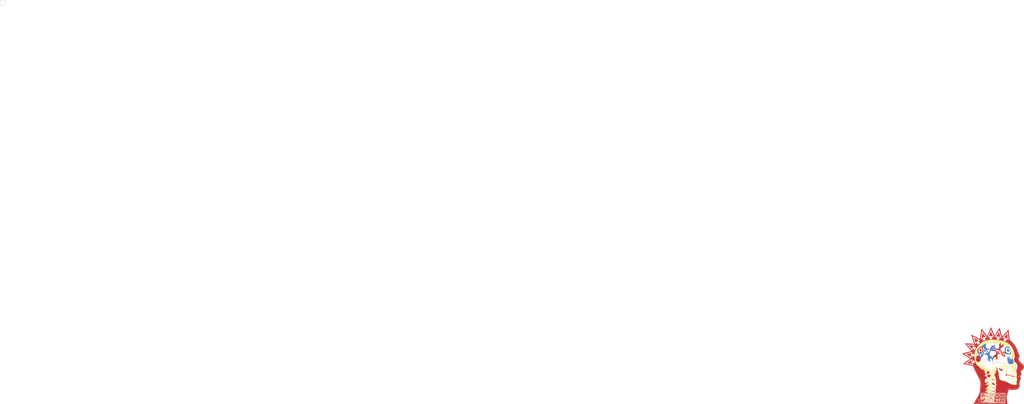
<source format=kicad_pcb>
(kicad_pcb (version 4) (host pcbnew 4.0.7)
  (layers (0 F.Cu signal) (31 B.Cu signal) (34 B.Paste user) (35 F.Paste user) (36 B.SilkS user) (37 F.SilkS user) (38 B.Mask user) (39 F.Mask user) (44 Edge.Cuts user))
  (net 0 "")
  (module LOGO (layer F.Cu) (at 0 0)
    (fp_text reference "G***" hide)
    (fp_text value "LOGO" hide)
    (fp_poly (pts (xy 19.763400 -33.471712) (xy 19.956389 -33.464023) (xy 20.063245 -33.455424) (xy 20.534966 -33.388377) (xy 20.995251 -33.283472) (xy 21.445789 -33.140019) (xy 21.888271 -32.957329) (xy 22.324385 -32.734713) (xy 22.755822 -32.471481) (xy 23.140153 -32.200297) (xy 23.579642 -31.844395) (xy 23.989045 -31.459564) (xy 24.367498 -31.046970) (xy 24.714138 -30.607782) (xy 25.028100 -30.143164) (xy 25.308522 -29.654283) (xy 25.554540 -29.142307) (xy 25.733117 -28.697590) (xy 25.891132 -28.211875) (xy 26.016627 -27.706613) (xy 26.108453 -27.189504) (xy 26.165461 -26.668249) (xy 26.186502 -26.150546) (xy 26.175901 -25.730347) (xy 26.144822 -25.328778) (xy 26.098018 -24.958323) (xy 26.033707 -24.610534) (xy 25.950105 -24.276960) (xy 25.845429 -23.949152) (xy 25.743175 -23.680099) (xy 25.547895 -23.251056) (xy 25.321584 -22.848085) (xy 25.065765 -22.472438) (xy 24.781960 -22.125369) (xy 24.471693 -21.808129) (xy 24.136485 -21.521971) (xy 23.777860 -21.268146) (xy 23.397340 -21.047908) (xy 22.996447 -20.862508) (xy 22.576705 -20.713199) (xy 22.139635 -20.601233) (xy 21.957882 -20.566770) (xy 21.541573 -20.515563) (xy 21.111684 -20.502038) (xy 20.666852 -20.526232) (xy 20.205715 -20.588184) (xy 20.031162 -20.620589) (xy 19.962389 -20.633980) (xy 19.902693 -20.644059) (xy 19.846288 -20.650605) (xy 19.787390 -20.653393) (xy 19.720212 -20.652200) (xy 19.638971 -20.646805) (xy 19.537881 -20.636983) (xy 19.411157 -20.622513) (xy 19.253014 -20.603171) (xy 19.107679 -20.585003) (xy 18.577138 -20.511249) (xy 18.077776 -20.427057) (xy 17.610501 -20.332767) (xy 17.176219 -20.228719) (xy 16.775838 -20.115252) (xy 16.410264 -19.992707) (xy 16.080406 -19.861422) (xy 15.787169 -19.721738) (xy 15.531462 -19.573994) (xy 15.314192 -19.418529) (xy 15.136265 -19.255684) (xy 14.998589 -19.085798) (xy 14.965725 -19.034270) (xy 14.871789 -18.841675) (xy 14.819230 -18.645843) (xy 14.808044 -18.445934) (xy 14.838228 -18.241106) (xy 14.909776 -18.030519) (xy 14.960019 -17.924809) (xy 15.076374 -17.739961) (xy 15.222077 -17.579059) (xy 15.398620 -17.441183) (xy 15.607496 -17.325417) (xy 15.850197 -17.230843) (xy 16.128214 -17.156543) (xy 16.248931 -17.132425) (xy 16.330355 -17.118468) (xy 16.408239 -17.107605) (xy 16.489599 -17.099444) (xy 16.581448 -17.093591) (xy 16.690800 -17.089653) (xy 16.824671 -17.087236) (xy 16.990073 -17.085948) (xy 17.083650 -17.085612) (xy 17.256204 -17.085926) (xy 17.418965 -17.088117) (xy 17.576344 -17.092611) (xy 17.732756 -17.099834) (xy 17.892614 -17.110213) (xy 18.060331 -17.124175) (xy 18.240322 -17.142148) (xy 18.436999 -17.164557) (xy 18.654776 -17.191829) (xy 18.898067 -17.224391) (xy 19.171285 -17.262670) (xy 19.478843 -17.307093) (xy 19.680719 -17.336728) (xy 19.877476 -17.365518) (xy 20.079921 -17.394728) (xy 20.279729 -17.423187) (xy 20.468575 -17.449721) (xy 20.638136 -17.473158) (xy 20.780087 -17.492326) (xy 20.855285 -17.502155) (xy 21.224222 -17.544694) (xy 21.555515 -17.572693) (xy 21.850936 -17.585973) (xy 22.112257 -17.584351) (xy 22.341250 -17.567645) (xy 22.539688 -17.535676) (xy 22.709340 -17.488260) (xy 22.851981 -17.425218) (xy 22.969381 -17.346366) (xy 23.040443 -17.278406) (xy 23.122570 -17.165951) (xy 23.173178 -17.042317) (xy 23.195738 -16.897615) (xy 23.197687 -16.830567) (xy 23.186868 -16.697627) (xy 23.156595 -16.543046) (xy 23.110145 -16.380439) (xy 23.052460 -16.227284) (xy 23.008986 -16.125997) (xy 23.066632 -16.138208) (xy 23.096686 -16.143943) (xy 23.164473 -16.156478) (xy 23.266444 -16.175169) (xy 23.399049 -16.199369) (xy 23.558739 -16.228433) (xy 23.741964 -16.261714) (xy 23.945174 -16.298568) (xy 24.164821 -16.338349) (xy 24.397354 -16.380411) (xy 24.519075 -16.402409) (xy 24.760402 -16.446027) (xy 24.993408 -16.488179) (xy 25.214179 -16.528154) (xy 25.418804 -16.565242) (xy 25.603370 -16.598732) (xy 25.763964 -16.627916) (xy 25.896676 -16.652082) (xy 25.997592 -16.670521) (xy 26.062801 -16.682522) (xy 26.078741 -16.685498) (xy 26.312959 -16.712803) (xy 26.529180 -16.702545) (xy 26.728787 -16.654366) (xy 26.913162 -16.567908) (xy 27.083691 -16.442812) (xy 27.111311 -16.417763) (xy 27.221623 -16.294878) (xy 27.317304 -16.150190) (xy 27.388741 -15.999320) (xy 27.411389 -15.930058) (xy 27.417612 -15.900437) (xy 27.430894 -15.831773) (xy 27.450822 -15.726302) (xy 27.476987 -15.586262) (xy 27.508978 -15.413887) (xy 27.546384 -15.211414) (xy 27.588795 -14.981078) (xy 27.635799 -14.725117) (xy 27.686986 -14.445766) (xy 27.741945 -14.145261) (xy 27.800265 -13.825838) (xy 27.861537 -13.489733) (xy 27.925348 -13.139183) (xy 27.991288 -12.776423) (xy 28.045145 -12.479769) (xy 28.655965 -9.113378) (xy 28.643769 -8.693890) (xy 28.626136 -8.347431) (xy 28.593095 -8.031960) (xy 28.542608 -7.738704) (xy 28.472636 -7.458888) (xy 28.381141 -7.183741) (xy 28.266085 -6.904487) (xy 28.190506 -6.742843) (xy 27.983654 -6.363681) (xy 27.744824 -6.010529) (xy 27.476034 -5.684816) (xy 27.179299 -5.387973) (xy 26.856636 -5.121430) (xy 26.510062 -4.886617) (xy 26.141593 -4.684964) (xy 25.753245 -4.517901) (xy 25.347035 -4.386858) (xy 24.924978 -4.293265) (xy 24.687420 -4.258342) (xy 24.569684 -4.248321) (xy 24.421778 -4.242124) (xy 24.254889 -4.239633) (xy 24.080210 -4.240729) (xy 23.908928 -4.245292) (xy 23.752234 -4.253203) (xy 23.621317 -4.264344) (xy 23.575227 -4.270172) (xy 23.144510 -4.353075) (xy 22.729370 -4.474262) (xy 22.331685 -4.632552) (xy 21.953333 -4.826765) (xy 21.596193 -5.055719) (xy 21.262143 -5.318234) (xy 20.953062 -5.613128) (xy 20.670828 -5.939221) (xy 20.461789 -6.227511) (xy 20.403743 -6.315215) (xy 20.354423 -6.391296) (xy 20.318448 -6.448510) (xy 20.300438 -6.479617) (xy 20.299414 -6.482020) (xy 20.279324 -6.480400) (xy 20.228295 -6.460847) (xy 20.151998 -6.425916) (xy 20.056099 -6.378160) (xy 19.977640 -6.337025) (xy 19.332478 -6.015826) (xy 18.665615 -5.730072) (xy 17.978394 -5.480155) (xy 17.272161 -5.266468) (xy 16.548257 -5.089404) (xy 15.808028 -4.949356) (xy 15.052817 -4.846716) (xy 14.786953 -4.819864) (xy 14.642892 -4.809676) (xy 14.465756 -4.802072) (xy 14.263672 -4.797005) (xy 14.044766 -4.794428) (xy 13.817166 -4.794292) (xy 13.588999 -4.796551) (xy 13.368390 -4.801157) (xy 13.163467 -4.808062) (xy 12.982358 -4.817220) (xy 12.833187 -4.828582) (xy 12.804872 -4.831436) (xy 12.176449 -4.910958) (xy 11.577755 -5.012861) (xy 11.002125 -5.138664) (xy 10.442895 -5.289886) (xy 9.893401 -5.468044) (xy 9.693559 -5.540225) (xy 9.455738 -5.630866) (xy 9.227287 -5.723268) (xy 9.001310 -5.820636) (xy 8.770909 -5.926173) (xy 8.529189 -6.043082) (xy 8.269253 -6.174568) (xy 7.984203 -6.323834) (xy 7.833939 -6.404078) (xy 7.122686 -6.775716) (xy 6.435275 -7.113968) (xy 5.770656 -7.419217) (xy 5.127778 -7.691843) (xy 4.505592 -7.932226) (xy 3.903048 -8.140749) (xy 3.319096 -8.317791) (xy 2.752686 -8.463735) (xy 2.202769 -8.578959) (xy 1.668294 -8.663847) (xy 1.571651 -8.676179) (xy 1.412125 -8.691806) (xy 1.226174 -8.703492) (xy 1.022402 -8.711235) (xy 0.809417 -8.715034) (xy 0.595825 -8.714891) (xy 0.390231 -8.710804) (xy 0.201243 -8.702774) (xy 0.037467 -8.690799) (xy -0.083898 -8.676243) (xy -0.444079 -8.610432) (xy -0.770537 -8.529129) (xy -1.069321 -8.430172) (xy -1.346481 -8.311402) (xy -1.608068 -8.170659) (xy -1.750456 -8.081143) (xy -1.937123 -7.942991) (xy -2.126180 -7.776262) (xy -2.309878 -7.589531) (xy -2.480471 -7.391371) (xy -2.630210 -7.190357) (xy -2.751347 -6.995064) (xy -2.778787 -6.943162) (xy -2.828069 -6.845908) (xy -2.715038 -6.758451) (xy -2.582824 -6.631629) (xy -2.485022 -6.485880) (xy -2.422068 -6.326773) (xy -2.394401 -6.159879) (xy -2.402456 -5.990769) (xy -2.446672 -5.825014) (xy -2.527484 -5.668185) (xy -2.620337 -5.551238) (xy -2.755583 -5.435898) (xy -2.909257 -5.352923) (xy -3.074087 -5.304788) (xy -3.242802 -5.293967) (xy -3.340783 -5.306002) (xy -3.522407 -5.361532) (xy -3.681251 -5.450371) (xy -3.813999 -5.569158) (xy -3.917335 -5.714532) (xy -3.987944 -5.883133) (xy -4.011907 -5.986173) (xy -4.021072 -6.159066) (xy -3.991610 -6.328580) (xy -3.926754 -6.488599) (xy -3.829739 -6.633006) (xy -3.703795 -6.755685) (xy -3.556068 -6.848617) (xy -3.484180 -6.880225) (xy -3.415862 -6.900143) (xy -3.335601 -6.911741) (xy -3.236476 -6.918020) (xy -3.151823 -6.923127) (xy -3.085688 -6.929790) (xy -3.047271 -6.936942) (xy -3.041289 -6.940666) (xy -3.030177 -6.971682) (xy -2.999850 -7.029970) (xy -2.954819 -7.108207) (xy -2.899595 -7.199070) (xy -2.838691 -7.295237) (xy -2.776619 -7.389385) (xy -2.717888 -7.474192) (xy -2.684606 -7.519568) (xy -2.582309 -7.645076) (xy -2.459247 -7.780646) (xy -2.325072 -7.916732) (xy -2.189437 -8.043789) (xy -2.061994 -8.152273) (xy -1.988115 -8.208311) (xy -1.665263 -8.412459) (xy -1.314815 -8.585682) (xy -0.937980 -8.727551) (xy -0.535968 -8.837635) (xy -0.109990 -8.915505) (xy 0.062923 -8.937110) (xy 0.191349 -8.947542) (xy 0.351409 -8.954951) (xy 0.532898 -8.959339) (xy 0.725611 -8.960708) (xy 0.919341 -8.959056) (xy 1.103884 -8.954387) (xy 1.269034 -8.946700) (xy 1.394797 -8.936990) (xy 1.882834 -8.876781) (xy 2.379985 -8.791756) (xy 2.888571 -8.681194) (xy 3.410914 -8.544372) (xy 3.949334 -8.380569) (xy 4.506151 -8.189064) (xy 5.083688 -7.969134) (xy 5.684264 -7.720058) (xy 6.310201 -7.441114) (xy 6.523038 -7.342236) (xy 6.658359 -7.278109) (xy 6.795889 -7.211511) (xy 6.940233 -7.140088) (xy 7.095997 -7.061487) (xy 7.267783 -6.973355) (xy 7.460199 -6.873336) (xy 7.677847 -6.759079) (xy 7.925334 -6.628229) (xy 8.064657 -6.554278) (xy 8.518325 -6.320357) (xy 8.949676 -6.113216) (xy 9.366014 -5.929931) (xy 9.774643 -5.767578) (xy 10.182868 -5.623236) (xy 10.597993 -5.493980) (xy 10.969612 -5.391743) (xy 11.651715 -5.235966) (xy 12.336889 -5.121995) (xy 13.024879 -5.049819) (xy 13.715426 -5.019428) (xy 14.408276 -5.030812) (xy 15.103171 -5.083959) (xy 15.799854 -5.178859) (xy 16.498070 -5.315502) (xy 17.197561 -5.493877) (xy 17.775805 -5.672573) (xy 18.149076 -5.801415) (xy 18.494938 -5.930616) (xy 18.826568 -6.065680) (xy 19.157142 -6.212116) (xy 19.499836 -6.375430) (xy 19.715937 -6.483397) (xy 19.837091 -6.544999) (xy 19.946381 -6.600873) (xy 20.037982 -6.648017) (xy 20.106072 -6.683429) (xy 20.144828 -6.704109) (xy 20.150754 -6.707545) (xy 20.157699 -6.725933) (xy 20.150490 -6.766649) (xy 20.127748 -6.834381) (xy 20.088096 -6.933819) (xy 20.075249 -6.964491) (xy 20.048435 -7.027941) (xy 20.023858 -7.086536) (xy 20.001078 -7.142362) (xy 19.979656 -7.197501) (xy 19.959151 -7.254037) (xy 19.939125 -7.314055) (xy 19.919136 -7.379637) (xy 19.898745 -7.452867) (xy 19.877513 -7.535829) (xy 19.855000 -7.630606) (xy 19.830765 -7.739283) (xy 19.804369 -7.863942) (xy 19.775373 -8.006668) (xy 19.743336 -8.169544) (xy 19.707818 -8.354653) (xy 19.668380 -8.564080) (xy 19.624583 -8.799908) (xy 19.575985 -9.064220) (xy 19.522148 -9.359100) (xy 19.462632 -9.686633) (xy 19.396996 -10.048901) (xy 19.324801 -10.447988) (xy 19.245608 -10.885978) (xy 19.234142 -10.949388) (xy 19.147453 -11.429643) (xy 19.066944 -11.877427) (xy 18.992739 -12.292013) (xy 18.924965 -12.672672) (xy 18.863750 -13.018679) (xy 18.809218 -13.329305) (xy 18.761498 -13.603823) (xy 18.720714 -13.841505) (xy 18.686994 -14.041624) (xy 18.660464 -14.203453) (xy 18.641250 -14.326264) (xy 18.629479 -14.409329) (xy 18.625277 -14.451922) (xy 18.625268 -14.452950) (xy 18.645534 -14.653194) (xy 18.703818 -14.844682) (xy 18.796345 -15.022303) (xy 18.919343 -15.180943) (xy 19.069038 -15.315493) (xy 19.241659 -15.420841) (xy 19.380924 -15.476669) (xy 19.413080 -15.484074) (xy 19.483183 -15.498184) (xy 19.587873 -15.518377) (xy 19.723795 -15.544032) (xy 19.887589 -15.574527) (xy 20.075897 -15.609241) (xy 20.285363 -15.647551) (xy 20.512628 -15.688837) (xy 20.754333 -15.732478) (xy 21.007122 -15.777851) (xy 21.037901 -15.783357) (xy 21.291207 -15.828680) (xy 21.533422 -15.872062) (xy 21.761239 -15.912907) (xy 21.971352 -15.950620) (xy 22.160452 -15.984608) (xy 22.325234 -16.014274) (xy 22.462389 -16.039024) (xy 22.568613 -16.058263) (xy 22.640596 -16.071396) (xy 22.675033 -16.077829) (xy 22.676613 -16.078149) (xy 22.706412 -16.090000) (xy 22.733226 -16.116771) (xy 22.762375 -16.166092) (xy 22.799177 -16.245598) (xy 22.808809 -16.267853) (xy 22.867594 -16.418864) (xy 22.915227 -16.569534) (xy 22.948852 -16.709131) (xy 22.965613 -16.826921) (xy 22.966969 -16.862330) (xy 22.946821 -16.987479) (xy 22.889400 -17.100928) (xy 22.799243 -17.194414) (xy 22.775276 -17.211608) (xy 22.671451 -17.266827) (xy 22.543073 -17.308699) (xy 22.385356 -17.338292) (xy 22.193514 -17.356678) (xy 22.106928 -17.361103) (xy 21.987464 -17.364332) (xy 21.863148 -17.364176) (xy 21.730584 -17.360286) (xy 21.586373 -17.352312) (xy 21.427118 -17.339905) (xy 21.249420 -17.322717) (xy 21.049882 -17.300398) (xy 20.825106 -17.272599) (xy 20.571694 -17.238972) (xy 20.286248 -17.199166) (xy 19.965371 -17.152834) (xy 19.703783 -17.114241) (xy 19.341376 -17.061190) (xy 19.015841 -17.015373) (xy 18.722805 -16.976352) (xy 18.457897 -16.943693) (xy 18.216747 -16.916961) (xy 17.994982 -16.895719) (xy 17.788232 -16.879534) (xy 17.592125 -16.867969) (xy 17.402290 -16.860588) (xy 17.214356 -16.856958) (xy 17.115111 -16.856406) (xy 16.795210 -16.861430) (xy 16.510306 -16.877991) (xy 16.254783 -16.907131) (xy 16.023024 -16.949888) (xy 15.809413 -17.007303) (xy 15.608334 -17.080416) (xy 15.414168 -17.170268) (xy 15.410608 -17.172094) (xy 15.202543 -17.302058) (xy 15.016324 -17.465245) (xy 14.856761 -17.656547) (xy 14.728662 -17.870855) (xy 14.704261 -17.922626) (xy 14.654685 -18.040353) (xy 14.621303 -18.141776) (xy 14.601118 -18.241533) (xy 14.591133 -18.354263) (xy 14.588364 -18.488935) (xy 14.591488 -18.634804) (xy 14.603687 -18.753548) (xy 14.628176 -18.859581) (xy 14.668169 -18.967314) (xy 14.719364 -19.076218) (xy 14.834953 -19.262937) (xy 14.991008 -19.442772) (xy 15.186521 -19.615121) (xy 15.420483 -19.779385) (xy 15.691885 -19.934963) (xy 15.999719 -20.081253) (xy 16.342975 -20.217656) (xy 16.720645 -20.343571) (xy 16.968290 -20.415191) (xy 17.292091 -20.498140) (xy 17.644775 -20.578270) (xy 18.013277 -20.653039) (xy 18.384531 -20.719908) (xy 18.745474 -20.776335) (xy 18.997564 -20.809792) (xy 19.086525 -20.821628) (xy 19.157493 -20.833065) (xy 19.201788 -20.842583) (xy 19.212293 -20.847451) (xy 19.194141 -20.860102) (xy 19.146246 -20.883238) (xy 19.078056 -20.912379) (xy 19.060228 -20.919565) (xy 18.875008 -20.999187) (xy 18.667379 -21.098302) (xy 18.448341 -21.211035) (xy 18.228894 -21.331509) (xy 18.020037 -21.453849) (xy 17.832770 -21.572178) (xy 17.809431 -21.587734) (xy 17.361319 -21.913181) (xy 16.943418 -22.267567) (xy 16.555562 -22.651086) (xy 16.197585 -23.063932) (xy 15.869319 -23.506299) (xy 15.570598 -23.978380) (xy 15.301257 -24.480369) (xy 15.272025 -24.540301) (xy 15.100514 -24.913479) (xy 14.956110 -25.268754) (xy 14.835260 -25.616850) (xy 14.734407 -25.968491) (xy 14.649999 -26.334400) (xy 14.611653 -26.532618) (xy 14.578057 -26.725866) (xy 14.551988 -26.898990) (xy 14.532584 -27.062342) (xy 14.518986 -27.226273) (xy 14.510332 -27.401137) (xy 14.505763 -27.597284) (xy 14.504417 -27.822544) (xy 14.507534 -27.999141) (xy 16.240830 -27.999141) (xy 16.244560 -27.519700) (xy 16.287541 -27.051035) (xy 16.370267 -26.591144) (xy 16.493233 -26.138025) (xy 16.656932 -25.689674) (xy 16.861858 -25.244090) (xy 16.970645 -25.038516) (xy 17.194269 -24.661540) (xy 17.434069 -24.315291) (xy 17.697651 -23.989429) (xy 17.922080 -23.745410) (xy 18.262498 -23.420030) (xy 18.616262 -23.132871) (xy 18.982471 -22.884391) (xy 19.360228 -22.675048) (xy 19.748632 -22.505298) (xy 20.146784 -22.375599) (xy 20.553785 -22.286409) (xy 20.869529 -22.245903) (xy 20.962055 -22.241850) (xy 21.084037 -22.242518) (xy 21.223322 -22.247296) (xy 21.367758 -22.255570) (xy 21.505191 -22.266728) (xy 21.623471 -22.280158) (xy 21.661274 -22.285797) (xy 22.005967 -22.362719) (xy 22.335436 -22.477586) (xy 22.647810 -22.628575) (xy 22.941216 -22.813863) (xy 23.213781 -23.031626) (xy 23.463634 -23.280042) (xy 23.688902 -23.557288) (xy 23.887713 -23.861541) (xy 24.058194 -24.190978) (xy 24.198473 -24.543776) (xy 24.288159 -24.843414) (xy 24.330045 -25.016083) (xy 24.362821 -25.177355) (xy 24.387440 -25.336172) (xy 24.404853 -25.501473) (xy 24.416012 -25.682197) (xy 24.421870 -25.887285) (xy 24.423392 -26.113130) (xy 24.422216 -26.317280) (xy 24.418770 -26.486908) (xy 24.412705 -26.629400) (xy 24.403670 -26.752139) (xy 24.391317 -26.862508) (xy 24.386131 -26.899670) (xy 24.292763 -27.397374) (xy 24.161461 -27.878839) (xy 23.993291 -28.342507) (xy 23.789314 -28.786820) (xy 23.550597 -29.210220) (xy 23.278202 -29.611150) (xy 22.973194 -29.988052) (xy 22.636636 -30.339367) (xy 22.269593 -30.663539) (xy 21.873128 -30.959008) (xy 21.448306 -31.224218) (xy 21.422828 -31.238634) (xy 21.095244 -31.401914) (xy 20.751809 -31.533457) (xy 20.398076 -31.632298) (xy 20.039599 -31.697474) (xy 19.681934 -31.728020) (xy 19.330634 -31.722972) (xy 18.991253 -31.681366) (xy 18.934895 -31.670537) (xy 18.579835 -31.577909) (xy 18.244267 -31.448525) (xy 17.929492 -31.283429) (xy 17.636807 -31.083663) (xy 17.367513 -30.850270) (xy 17.122908 -30.584294) (xy 16.904292 -30.286777) (xy 16.712965 -29.958761) (xy 16.653996 -29.839706) (xy 16.527054 -29.546471) (xy 16.425576 -29.252950) (xy 16.347775 -28.951185) (xy 16.291864 -28.633220) (xy 16.256057 -28.291095) (xy 16.240830 -27.999141) (xy 14.507534 -27.999141) (xy 14.511105 -28.201350) (xy 14.531983 -28.549036) (xy 14.568056 -28.874303) (xy 14.620328 -29.185854) (xy 14.689801 -29.492390) (xy 14.702816 -29.542445) (xy 14.846693 -30.012518) (xy 15.022472 -30.457733) (xy 15.229040 -30.877026) (xy 15.465282 -31.269334) (xy 15.730085 -31.633595) (xy 16.022333 -31.968746) (xy 16.340912 -32.273724) (xy 16.684709 -32.547466) (xy 17.052608 -32.788909) (xy 17.443495 -32.996990) (xy 17.856257 -33.170647) (xy 18.289779 -33.308817) (xy 18.742946 -33.410436) (xy 18.761602 -33.413750) (xy 18.926780 -33.436912) (xy 19.121578 -33.454675) (xy 19.333966 -33.466653) (xy 19.551917 -33.472460) (xy 19.763400 -33.471712)) (layer B.Cu) (width 0.010000))
    (fp_poly (pts (xy -19.740626 -40.920052) (xy -19.653873 -40.915239) (xy -19.634015 -40.913961) (xy -19.455671 -40.894820) (xy -19.260770 -40.858801) (xy -19.043820 -40.804606) (xy -18.799329 -40.730939) (xy -18.652169 -40.682006) (xy -18.342940 -40.565476) (xy -18.062608 -40.435577) (xy -17.802288 -40.286814) (xy -17.553100 -40.113693) (xy -17.306160 -39.910717) (xy -17.107595 -39.726389) (xy -16.809910 -39.409373) (xy -16.548043 -39.071765) (xy -16.322728 -38.715282) (xy -16.134700 -38.341643) (xy -15.984697 -37.952564) (xy -15.873452 -37.549762) (xy -15.801702 -37.134954) (xy -15.770183 -36.709859) (xy -15.768671 -36.600331) (xy -15.784602 -36.186488) (xy -15.834890 -35.789740) (xy -15.921158 -35.400954) (xy -16.045025 -35.010996) (xy -16.056022 -34.981053) (xy -16.125611 -34.783986) (xy -16.178298 -34.611407) (xy -16.217287 -34.450986) (xy -16.245786 -34.290396) (xy -16.256728 -34.209249) (xy -16.268563 -34.064028) (xy -16.271261 -33.906549) (xy -16.265392 -33.749245) (xy -16.251528 -33.604548) (xy -16.230240 -33.484889) (xy -16.222029 -33.454170) (xy -16.197012 -33.381086) (xy -16.156081 -33.274955) (xy -16.101310 -33.140625) (xy -16.034776 -32.982945) (xy -15.958554 -32.806763) (xy -15.874720 -32.616927) (xy -15.785350 -32.418287) (xy -15.692518 -32.215690) (xy -15.683267 -32.195706) (xy -15.646231 -32.116284) (xy -15.596277 -32.009920) (xy -15.535253 -31.880496) (xy -15.465006 -31.731894) (xy -15.387386 -31.567996) (xy -15.304240 -31.392684) (xy -15.217416 -31.209841) (xy -15.128762 -31.023349) (xy -15.040127 -30.837089) (xy -14.953358 -30.654944) (xy -14.870303 -30.480797) (xy -14.792811 -30.318528) (xy -14.722730 -30.172021) (xy -14.661907 -30.045157) (xy -14.612191 -29.941819) (xy -14.575430 -29.865888) (xy -14.553471 -29.821248) (xy -14.547888 -29.810684) (xy -14.526967 -29.812386) (xy -14.473309 -29.820389) (xy -14.395421 -29.833349) (xy -14.316327 -29.847292) (xy -14.032904 -29.889920) (xy -13.720400 -29.921958) (xy -13.390425 -29.943008) (xy -13.054590 -29.952672) (xy -12.724506 -29.950551) (xy -12.411784 -29.936247) (xy -12.215036 -29.919365) (xy -11.759391 -29.857243) (xy -11.298621 -29.767203) (xy -10.848422 -29.652641) (xy -10.539874 -29.556959) (xy -10.433076 -29.519408) (xy -10.359825 -29.489009) (xy -10.313103 -29.462228) (xy -10.285892 -29.435533) (xy -10.280002 -29.426147) (xy -10.272883 -29.409300) (xy -10.269538 -29.387479) (xy -10.270938 -29.356461) (xy -10.278052 -29.312020) (xy -10.291850 -29.249934) (xy -10.313302 -29.165976) (xy -10.343378 -29.055924) (xy -10.383048 -28.915553) (xy -10.433282 -28.740638) (xy -10.453368 -28.671069) (xy -10.501572 -28.504865) (xy -10.546836 -28.349980) (xy -10.587673 -28.211411) (xy -10.622596 -28.094156) (xy -10.650119 -28.003215) (xy -10.668754 -27.943585) (xy -10.676277 -27.921751) (xy -10.699887 -27.881610) (xy -10.733798 -27.857605) (xy -10.783889 -27.849631) (xy -10.856037 -27.857587) (xy -10.956123 -27.881368) (xy -11.070436 -27.914832) (xy -11.311348 -27.983661) (xy -11.563876 -28.046605) (xy -11.818404 -28.101773) (xy -12.065315 -28.147273) (xy -12.294993 -28.181213) (xy -12.497821 -28.201702) (xy -12.542899 -28.204485) (xy -12.632276 -28.206527) (xy -12.752303 -28.205512) (xy -12.893744 -28.201879) (xy -13.047363 -28.196065) (xy -13.203924 -28.188510) (xy -13.354191 -28.179654) (xy -13.488928 -28.169935) (xy -13.598899 -28.159792) (xy -13.666636 -28.151064) (xy -13.752347 -28.137160) (xy -12.708725 -25.955822) (xy -12.526146 -25.574764) (xy -12.360296 -25.229790) (xy -12.211273 -24.921099) (xy -12.079175 -24.648889) (xy -11.964099 -24.413360) (xy -11.866144 -24.214709) (xy -11.785408 -24.053136) (xy -11.721987 -23.928839) (xy -11.675980 -23.842016) (xy -11.647486 -23.792866) (xy -11.637217 -23.780822) (xy -11.572949 -23.806248) (xy -11.486435 -23.855920) (xy -11.385136 -23.924470) (xy -11.276517 -24.006530) (xy -11.168041 -24.096731) (xy -11.067171 -24.189707) (xy -11.062826 -24.193972) (xy -10.946942 -24.314170) (xy -10.842806 -24.436561) (xy -10.745296 -24.568594) (xy -10.649290 -24.717721) (xy -10.549667 -24.891389) (xy -10.441305 -25.097049) (xy -10.439435 -25.100715) (xy -10.350176 -25.281174) (xy -10.264065 -25.467144) (xy -10.179963 -25.661924) (xy -10.096735 -25.868816) (xy -10.013242 -26.091117) (xy -9.928349 -26.332130) (xy -9.840919 -26.595154) (xy -9.749815 -26.883488) (xy -9.653900 -27.200433) (xy -9.552037 -27.549290) (xy -9.443090 -27.933358) (xy -9.357076 -28.242769) (xy -9.292165 -28.476514) (xy -9.226476 -28.710305) (xy -9.161544 -28.938851) (xy -9.098905 -29.156860) (xy -9.040095 -29.359038) (xy -8.986651 -29.540095) (xy -8.940108 -29.694737) (xy -8.902002 -29.817672) (xy -8.882252 -29.878772) (xy -8.693082 -30.415540) (xy -8.493834 -30.914270) (xy -8.282749 -31.378039) (xy -8.058062 -31.809927) (xy -7.818013 -32.213012) (xy -7.629712 -32.489312) (xy -5.327498 -32.489312) (xy -5.318405 -32.467496) (xy -5.292044 -32.410913) (xy -5.249798 -32.322375) (xy -5.193049 -32.204690) (xy -5.123177 -32.060669) (xy -5.041564 -31.893121) (xy -4.949591 -31.704856) (xy -4.848640 -31.498685) (xy -4.740092 -31.277417) (xy -4.625329 -31.043861) (xy -4.505731 -30.800829) (xy -4.382681 -30.551129) (xy -4.257559 -30.297571) (xy -4.131747 -30.042966) (xy -4.006627 -29.790124) (xy -3.883580 -29.541853) (xy -3.763987 -29.300965) (xy -3.649229 -29.070269) (xy -3.540689 -28.852574) (xy -3.474037 -28.719199) (xy -3.359544 -28.491454) (xy -3.257111 -28.290010) (xy -3.167649 -28.116585) (xy -3.092070 -27.972896) (xy -3.031284 -27.860659) (xy -2.986203 -27.781591) (xy -2.957737 -27.737409) (xy -2.948161 -27.728159) (xy -2.918506 -27.733726) (xy -2.856188 -27.749098) (xy -2.768799 -27.772283) (xy -2.663933 -27.801286) (xy -2.595316 -27.820786) (xy -2.455365 -27.862940) (xy -2.301678 -27.912484) (xy -2.151329 -27.963728) (xy -2.021393 -28.010985) (xy -2.001488 -28.018630) (xy -1.886377 -28.063739) (xy -1.765226 -28.111963) (xy -1.644433 -28.160669) (xy -1.530393 -28.207229) (xy -1.429503 -28.249013) (xy -1.348161 -28.283389) (xy -1.292761 -28.307730) (xy -1.269701 -28.319403) (xy -1.269531 -28.319583) (xy -1.277341 -28.339618) (xy -1.302704 -28.394479) (xy -1.344302 -28.481529) (xy -1.400818 -28.598130) (xy -1.470935 -28.741644) (xy -1.553334 -28.909432) (xy -1.646700 -29.098858) (xy -1.749714 -29.307282) (xy -1.861058 -29.532067) (xy -1.979416 -29.770575) (xy -2.103470 -30.020167) (xy -2.231903 -30.278207) (xy -2.363397 -30.542055) (xy -2.496635 -30.809074) (xy -2.630299 -31.076626) (xy -2.763072 -31.342072) (xy -2.893637 -31.602775) (xy -3.020676 -31.856097) (xy -3.142871 -32.099400) (xy -3.258906 -32.330045) (xy -3.367463 -32.545395) (xy -3.467224 -32.742812) (xy -3.556873 -32.919657) (xy -3.635091 -33.073293) (xy -3.700561 -33.201082) (xy -3.751966 -33.300385) (xy -3.787988 -33.368565) (xy -3.807311 -33.402983) (xy -3.810002 -33.406662) (xy -3.839233 -33.421717) (xy -3.874622 -33.424237) (xy -3.922256 -33.412140) (xy -3.988219 -33.383348) (xy -4.078597 -33.335779) (xy -4.172954 -33.282585) (xy -4.292616 -33.212099) (xy -4.423069 -33.131884) (xy -4.559734 -33.045086) (xy -4.698031 -32.954851) (xy -4.833381 -32.864325) (xy -4.961206 -32.776655) (xy -5.076925 -32.694986) (xy -5.175961 -32.622466) (xy -5.253734 -32.562240) (xy -5.305665 -32.517454) (xy -5.327175 -32.491255) (xy -5.327498 -32.489312) (xy -7.629712 -32.489312) (xy -7.560839 -32.590371) (xy -7.284779 -32.945083) (xy -6.988070 -33.280227) (xy -6.858630 -33.414119) (xy -6.537135 -33.718612) (xy -6.186564 -34.014669) (xy -5.819754 -34.292083) (xy -5.449540 -34.540647) (xy -5.414407 -34.562545) (xy -5.263085 -34.654997) (xy -5.136153 -34.729255) (xy -5.023292 -34.790687) (xy -4.914183 -34.844657) (xy -4.798509 -34.896532) (xy -4.666805 -34.951333) (xy -4.344466 -35.067204) (xy -4.018373 -35.153595) (xy -3.679173 -35.212404) (xy -3.317513 -35.245527) (xy -3.188109 -35.251263) (xy -2.734901 -35.247844) (xy -2.295613 -35.207077) (xy -1.872356 -35.129296) (xy -1.467239 -35.014833) (xy -1.291539 -34.951493) (xy -1.054980 -34.851561) (xy -0.821054 -34.736422) (xy -0.594363 -34.609381) (xy -0.379515 -34.473742) (xy -0.181114 -34.332810) (xy -0.003766 -34.189891) (xy 0.147926 -34.048290) (xy 0.269354 -33.911310) (xy 0.355915 -33.782258) (xy 0.366840 -33.761327) (xy 0.403667 -33.678648) (xy 0.416712 -33.619996) (xy 0.406464 -33.575181) (xy 0.377539 -33.538068) (xy 0.341863 -33.510835) (xy 0.299664 -33.499632) (xy 0.243195 -33.505206) (xy 0.164706 -33.528305) (xy 0.058449 -33.568871) (xy -0.202061 -33.663540) (xy -0.480330 -33.746274) (xy -0.755355 -33.811083) (xy -0.859951 -33.830681) (xy -0.999872 -33.851593) (xy -1.149401 -33.868577) (xy -1.300626 -33.881253) (xy -1.445634 -33.889238) (xy -1.576511 -33.892152) (xy -1.685345 -33.889612) (xy -1.764223 -33.881238) (xy -1.788002 -33.875411) (xy -1.877603 -33.825794) (xy -1.951291 -33.747357) (xy -2.002322 -33.651358) (xy -2.023952 -33.549051) (xy -2.019841 -33.488426) (xy -2.008864 -33.460601) (xy -1.980458 -33.397912) (xy -1.935919 -33.303031) (xy -1.876547 -33.178630) (xy -1.803640 -33.027381) (xy -1.718497 -32.851957) (xy -1.622415 -32.655029) (xy -1.516694 -32.439269) (xy -1.402631 -32.207349) (xy -1.281526 -31.961942) (xy -1.154676 -31.705719) (xy -1.101196 -31.597936) (xy -0.934542 -31.262779) (xy -0.785503 -30.964136) (xy -0.653434 -30.700753) (xy -0.537688 -30.471379) (xy -0.437622 -30.274762) (xy -0.352588 -30.109648) (xy -0.281942 -29.974785) (xy -0.225039 -29.868922) (xy -0.181233 -29.790805) (xy -0.149878 -29.739182) (xy -0.130330 -29.712800) (xy -0.129083 -29.711580) (xy -0.052381 -29.665025) (xy 0.045323 -29.639976) (xy 0.147928 -29.638369) (xy 0.239331 -29.662140) (xy 0.247774 -29.666265) (xy 0.303876 -29.708280) (xy 0.376265 -29.782789) (xy 0.461647 -29.885189) (xy 0.556732 -30.010873) (xy 0.658225 -30.155238) (xy 0.762834 -30.313679) (xy 0.867267 -30.481591) (xy 0.968232 -30.654369) (xy 1.016434 -30.741237) (xy 1.075736 -30.847879) (xy 1.121407 -30.923429) (xy 1.158290 -30.974455) (xy 1.191228 -31.007527) (xy 1.225066 -31.029213) (xy 1.230858 -31.032051) (xy 1.320858 -31.053214) (xy 1.411194 -31.037030) (xy 1.490241 -30.986361) (xy 1.511554 -30.962956) (xy 1.528357 -30.939939) (xy 1.540126 -30.915169) (xy 1.547446 -30.881654) (xy 1.550900 -30.832401) (xy 1.551075 -30.760416) (xy 1.548554 -30.658706) (xy 1.545281 -30.559703) (xy 1.515779 -30.152062) (xy 1.456368 -29.751809) (xy 1.368543 -29.364109) (xy 1.253800 -28.994125) (xy 1.113636 -28.647020) (xy 0.949546 -28.327957) (xy 0.853587 -28.172290) (xy 0.728672 -27.990524) (xy 0.602801 -27.826275) (xy 0.466366 -27.668108) (xy 0.309759 -27.504588) (xy 0.211900 -27.408568) (xy -0.092700 -27.135389) (xy -0.403066 -26.897072) (xy -0.716111 -26.695752) (xy -1.028749 -26.533562) (xy -1.098219 -26.502894) (xy -1.583022 -26.314093) (xy -2.077828 -26.156753) (xy -2.575387 -26.032753) (xy -3.068452 -25.943974) (xy -3.408341 -25.903672) (xy -3.532832 -25.895144) (xy -3.689484 -25.888908) (xy -3.868573 -25.884960) (xy -4.060374 -25.883294) (xy -4.255162 -25.883908) (xy -4.443213 -25.886796) (xy -4.614801 -25.891954) (xy -4.760202 -25.899378) (xy -4.824113 -25.904301) (xy -5.145782 -25.941423) (xy -5.486887 -25.995460) (xy -5.832328 -26.063427) (xy -6.167007 -26.142340) (xy -6.475822 -26.229214) (xy -6.489385 -26.233424) (xy -6.592473 -26.268757) (xy -6.662138 -26.301053) (xy -6.706314 -26.334293) (xy -6.718361 -26.348391) (xy -6.760760 -26.405180) (xy -6.587273 -27.134836) (xy -6.546254 -27.305303) (xy -6.507089 -27.464186) (xy -6.471073 -27.606517) (xy -6.439501 -27.727332) (xy -6.413670 -27.821663) (xy -6.394873 -27.884546) (xy -6.385074 -27.910094) (xy -6.354269 -27.946578) (xy -6.314214 -27.965109) (xy -6.257429 -27.965928) (xy -6.176435 -27.949276) (xy -6.078005 -27.919980) (xy -5.958555 -27.884618) (xy -5.816429 -27.847164) (xy -5.658138 -27.808909) (xy -5.490195 -27.771144) (xy -5.319111 -27.735160) (xy -5.151397 -27.702248) (xy -4.993566 -27.673698) (xy -4.852128 -27.650802) (xy -4.733596 -27.634850) (xy -4.644480 -27.627133) (xy -4.602135 -27.627406) (xy -4.531726 -27.633774) (xy -4.852659 -28.294468) (xy -4.938374 -28.470277) (xy -5.032303 -28.661775) (xy -5.132852 -28.865790) (xy -5.238425 -29.079151) (xy -5.347429 -29.298689) (xy -5.458268 -29.521233) (xy -5.569347 -29.743612) (xy -5.679072 -29.962655) (xy -5.785847 -30.175193) (xy -5.888079 -30.378053) (xy -5.984172 -30.568067) (xy -6.072531 -30.742063) (xy -6.151562 -30.896871) (xy -6.219669 -31.029320) (xy -6.275259 -31.136239) (xy -6.316736 -31.214459) (xy -6.342506 -31.260808) (xy -6.350765 -31.272811) (xy -6.371642 -31.254543) (xy -6.407260 -31.203169) (xy -6.455014 -31.123777) (xy -6.512299 -31.021455) (xy -6.576512 -30.901292) (xy -6.645049 -30.768378) (xy -6.715305 -30.627799) (xy -6.784675 -30.484645) (xy -6.850556 -30.344005) (xy -6.910344 -30.210966) (xy -6.961433 -30.090619) (xy -6.981542 -30.040293) (xy -7.037414 -29.889845) (xy -7.101936 -29.703765) (xy -7.173559 -29.487113) (xy -7.250733 -29.244948) (xy -7.331910 -28.982327) (xy -7.415539 -28.704311) (xy -7.500073 -28.415958) (xy -7.583962 -28.122327) (xy -7.665657 -27.828477) (xy -7.718452 -27.633774) (xy -7.839536 -27.189388) (xy -7.954473 -26.782655) (xy -8.064522 -26.409938) (xy -8.170938 -26.067601) (xy -8.274978 -25.752006) (xy -8.377900 -25.459516) (xy -8.480960 -25.186494) (xy -8.585414 -24.929304) (xy -8.692520 -24.684307) (xy -8.803535 -24.447867) (xy -8.856352 -24.340793) (xy -9.029000 -24.017124) (xy -9.222890 -23.691017) (xy -9.429796 -23.375395) (xy -9.641490 -23.083181) (xy -9.724291 -22.977457) (xy -9.792943 -22.895870) (xy -9.883804 -22.793716) (xy -9.990889 -22.677203) (xy -10.108214 -22.552541) (xy -10.229795 -22.425939) (xy -10.349648 -22.303605) (xy -10.461790 -22.191749) (xy -10.560235 -22.096578) (xy -10.639000 -22.024303) (xy -10.661679 -22.004839) (xy -10.741773 -21.937978) (xy -10.375515 -21.167792) (xy -10.275346 -20.956633) (xy -10.163017 -20.718955) (xy -10.043965 -20.466317) (xy -9.923627 -20.210280) (xy -9.807439 -19.962404) (xy -9.700837 -19.734250) (xy -9.648352 -19.621553) (xy -9.544403 -19.398039) (xy -9.456230 -19.208962) (xy -9.381826 -19.050764) (xy -9.319184 -18.919890) (xy -9.266300 -18.812781) (xy -9.221168 -18.725881) (xy -9.181780 -18.655633) (xy -9.146132 -18.598480) (xy -9.112217 -18.550865) (xy -9.078030 -18.509230) (xy -9.041564 -18.470019) (xy -9.000813 -18.429675) (xy -8.953772 -18.384640) (xy -8.947324 -18.378479) (xy -8.860241 -18.296850) (xy -8.777932 -18.224205) (xy -8.696553 -18.158636) (xy -8.612261 -18.098234) (xy -8.521214 -18.041090) (xy -8.419569 -17.985297) (xy -8.303483 -17.928947) (xy -8.169113 -17.870129) (xy -8.012617 -17.806937) (xy -7.830152 -17.737462) (xy -7.617874 -17.659794) (xy -7.371942 -17.572027) (xy -7.204707 -17.513048) (xy -6.966719 -17.427027) (xy -6.763594 -17.348128) (xy -6.589431 -17.273589) (xy -6.438326 -17.200647) (xy -6.304377 -17.126538) (xy -6.181679 -17.048501) (xy -6.120734 -17.005721) (xy -5.781617 -16.735515) (xy -5.472268 -16.438398) (xy -5.194171 -16.116841) (xy -4.948811 -15.773319) (xy -4.737675 -15.410304) (xy -4.562246 -15.030269) (xy -4.424011 -14.635687) (xy -4.324454 -14.229032) (xy -4.278523 -13.938104) (xy -4.265287 -13.787965) (xy -4.257870 -13.610509) (xy -4.256144 -13.418737) (xy -4.259980 -13.225649) (xy -4.269251 -13.044246) (xy -4.283828 -12.887529) (xy -4.289283 -12.846821) (xy -4.373658 -12.412668) (xy -4.497491 -11.989005) (xy -4.659382 -11.579788) (xy -4.857934 -11.188972) (xy -4.902240 -11.112829) (xy -4.959828 -11.024828) (xy -5.024362 -10.940284) (xy -5.089774 -10.865660) (xy -5.149996 -10.807423) (xy -5.198961 -10.772036) (xy -5.228585 -10.765130) (xy -5.253128 -10.788521) (xy -5.294350 -10.846465) (xy -5.350499 -10.935834) (xy -5.419822 -11.053498) (xy -5.500564 -11.196330) (xy -5.590974 -11.361201) (xy -5.689296 -11.544982) (xy -5.793779 -11.744544) (xy -5.902668 -11.956760) (xy -5.960296 -12.070768) (xy -6.101104 -12.349655) (xy -6.225448 -12.593313) (xy -6.334862 -12.804403) (xy -6.430881 -12.985589) (xy -6.515037 -13.139531) (xy -6.588864 -13.268894) (xy -6.653897 -13.376339) (xy -6.711669 -13.464528) (xy -6.763713 -13.536123) (xy -6.811565 -13.593788) (xy -6.856756 -13.640184) (xy -6.872868 -13.654816) (xy -6.980275 -13.731172) (xy -7.121846 -13.803714) (xy -7.289795 -13.868742) (xy -7.385157 -13.898412) (xy -7.484222 -13.924890) (xy -7.565098 -13.940197) (xy -7.645473 -13.946294) (xy -7.743033 -13.945140) (xy -7.789067 -13.943171) (xy -7.883109 -13.935933) (xy -7.975384 -13.922151) (xy -8.071118 -13.899954) (xy -8.175540 -13.867474) (xy -8.293878 -13.822838) (xy -8.431359 -13.764178) (xy -8.593211 -13.689622) (xy -8.784663 -13.597301) (xy -8.861685 -13.559432) (xy -9.085226 -13.446756) (xy -9.273656 -13.345941) (xy -9.431022 -13.253806) (xy -9.561375 -13.167175) (xy -9.668762 -13.082867) (xy -9.757232 -12.997705) (xy -9.830835 -12.908509) (xy -9.893619 -12.812102) (xy -9.949632 -12.705303) (xy -9.949650 -12.705267) (xy -10.024116 -12.535542) (xy -10.073534 -12.387510) (xy -10.100334 -12.251173) (xy -10.106947 -12.116529) (xy -10.104870 -12.066797) (xy -10.098719 -11.998618) (xy -10.088012 -11.928940) (xy -10.071408 -11.854420) (xy -10.047563 -11.771715) (xy -10.015135 -11.677481) (xy -9.972781 -11.568376) (xy -9.919159 -11.441055) (xy -9.852924 -11.292175) (xy -9.772736 -11.118394) (xy -9.677250 -10.916367) (xy -9.565125 -10.682752) (xy -9.470469 -10.487201) (xy -9.345476 -10.228733) (xy -9.238411 -10.005256) (xy -9.148198 -9.814365) (xy -9.073760 -9.653655) (xy -9.014023 -9.520719) (xy -8.967910 -9.413151) (xy -8.934346 -9.328546) (xy -8.912254 -9.264499) (xy -8.900559 -9.218602) (xy -8.899114 -9.209537) (xy -8.896797 -9.151867) (xy -8.914988 -9.113417) (xy -8.946098 -9.085258) (xy -8.991174 -9.055389) (xy -9.024716 -9.042648) (xy -9.027065 -9.042711) (xy -9.057842 -9.046229) (xy -9.118558 -9.053108) (xy -9.197464 -9.062017) (xy -9.218250 -9.064360) (xy -9.392096 -9.091398) (xy -9.592467 -9.134997) (xy -9.808869 -9.191983) (xy -10.030811 -9.259180) (xy -10.247800 -9.333413) (xy -10.449343 -9.411508) (xy -10.623535 -9.489596) (xy -10.945359 -9.668403) (xy -11.258681 -9.883861) (xy -11.557810 -10.130763) (xy -11.837054 -10.403904) (xy -12.090722 -10.698080) (xy -12.313121 -11.008086) (xy -12.353370 -11.071564) (xy -12.565444 -11.452059) (xy -12.737701 -11.844440) (xy -12.869961 -12.246864) (xy -12.962044 -12.657488) (xy -13.013771 -13.074467) (xy -13.024964 -13.495960) (xy -12.995442 -13.920123) (xy -12.925027 -14.345112) (xy -12.813539 -14.769085) (xy -12.735404 -14.999112) (xy -12.660359 -15.213481) (xy -12.603722 -15.401154) (xy -12.563691 -15.572191) (xy -12.538465 -15.736655) (xy -12.526243 -15.904608) (xy -12.525221 -16.086113) (xy -12.527397 -16.160777) (xy -12.532704 -16.283426) (xy -12.539623 -16.376617) (xy -12.550303 -16.452835) (xy -12.566890 -16.524568) (xy -12.591535 -16.604303) (xy -12.615818 -16.674649) (xy -12.702068 -16.910466) (xy -12.804782 -17.176180) (xy -12.920830 -17.464594) (xy -13.047086 -17.768512) (xy -13.180419 -18.080739) (xy -13.317703 -18.394078) (xy -13.455809 -18.701334) (xy -13.591607 -18.995310) (xy -13.721971 -19.268810) (xy -13.843772 -19.514638) (xy -13.887748 -19.600434) (xy -13.963709 -19.746916) (xy -14.033309 -19.880935) (xy -14.094256 -19.998093) (xy -14.144255 -20.093987) (xy -14.181015 -20.164218) (xy -14.202240 -20.204386) (xy -14.206608 -20.212278) (xy -14.227328 -20.209932) (xy -14.280053 -20.200591) (xy -14.355741 -20.185917) (xy -14.409505 -20.175018) (xy -14.645002 -20.130356) (xy -14.871235 -20.096008) (xy -15.098601 -20.071022) (xy -15.337502 -20.054449) (xy -15.598336 -20.045336) (xy -15.856648 -20.042732) (xy -16.092966 -20.043946) (xy -16.299381 -20.048763) (xy -16.486280 -20.058218) (xy -16.664051 -20.073345) (xy -16.843082 -20.095181) (xy -17.033761 -20.124759) (xy -17.246477 -20.163115) (xy -17.435703 -20.200057) (xy -17.573713 -20.229275) (xy -17.727095 -20.264546) (xy -17.889303 -20.304100) (xy -18.053790 -20.346164) (xy -18.214010 -20.388966) (xy -18.363416 -20.430734) (xy -18.495463 -20.469696) (xy -18.603604 -20.504081) (xy -18.681292 -20.532114) (xy -18.710586 -20.545161) (xy -18.757700 -20.582991) (xy -18.784542 -20.628688) (xy -18.782365 -20.658709) (xy -18.771382 -20.723727) (xy -18.752912 -20.818027) (xy -18.728274 -20.935897) (xy -18.698786 -21.071623) (xy -18.665767 -21.219494) (xy -18.630536 -21.373795) (xy -18.594411 -21.528814) (xy -18.558711 -21.678838) (xy -18.524756 -21.818154) (xy -18.493862 -21.941048) (xy -18.467350 -22.041809) (xy -18.446537 -22.114723) (xy -18.432744 -22.154076) (xy -18.432183 -22.155216) (xy -18.407666 -22.189806) (xy -18.372996 -22.209163) (xy -18.322066 -22.213139) (xy -18.248772 -22.201588) (xy -18.147006 -22.174364) (xy -18.056524 -22.146214) (xy -17.716672 -22.045445) (xy -17.355274 -21.953705) (xy -16.992542 -21.876050) (xy -16.926342 -21.863527) (xy -16.825518 -21.845652) (xy -16.734294 -21.831692) (xy -16.644597 -21.821029) (xy -16.548354 -21.813044) (xy -16.437491 -21.807120) (xy -16.303936 -21.802637) (xy -16.139616 -21.798978) (xy -16.066392 -21.797657) (xy -15.874301 -21.795339) (xy -15.688817 -21.794986) (xy -15.514464 -21.796454) (xy -15.355769 -21.799597) (xy -15.217256 -21.804268) (xy -15.103449 -21.810322) (xy -15.018875 -21.817613) (xy -14.968058 -21.825995) (xy -14.954749 -21.833471) (xy -14.963650 -21.853492) (xy -14.989454 -21.908482) (xy -15.030811 -21.995640) (xy -15.086374 -22.112166) (xy -15.154792 -22.255258) (xy -15.234716 -22.422115) (xy -15.324797 -22.609938) (xy -15.423686 -22.815924) (xy -15.530034 -23.037273) (xy -15.642492 -23.271184) (xy -15.759710 -23.514856) (xy -15.880340 -23.765488) (xy -16.003032 -24.020280) (xy -16.126437 -24.276431) (xy -16.249206 -24.531139) (xy -16.369990 -24.781604) (xy -16.487439 -25.025025) (xy -16.600205 -25.258602) (xy -16.706939 -25.479532) (xy -16.806291 -25.685016) (xy -16.896911 -25.872252) (xy -16.977452 -26.038440) (xy -17.046564 -26.180778) (xy -17.102897 -26.296467) (xy -17.145102 -26.382704) (xy -17.171831 -26.436690) (xy -17.176718 -26.446348) (xy -17.223766 -26.538361) (xy -17.391370 -26.372938) (xy -17.591983 -26.162053) (xy -17.790984 -25.928898) (xy -17.976700 -25.687853) (xy -18.135647 -25.456133) (xy -18.248821 -25.268665) (xy -18.368448 -25.052142) (xy -18.488952 -24.817694) (xy -18.604753 -24.576452) (xy -18.710273 -24.339546) (xy -18.778686 -24.172998) (xy -18.842963 -24.001835) (xy -18.915743 -23.793916) (xy -18.995780 -23.553282) (xy -19.081823 -23.283976) (xy -19.172623 -22.990040) (xy -19.266932 -22.675517) (xy -19.363500 -22.344448) (xy -19.461078 -22.000876) (xy -19.556445 -21.656070) (xy -19.657671 -21.291679) (xy -19.759461 -20.937823) (xy -19.860448 -20.598848) (xy -19.959260 -20.279101) (xy -20.054529 -19.982929) (xy -20.144885 -19.714678) (xy -20.228957 -19.478696) (xy -20.305376 -19.279329) (xy -20.305454 -19.279136) (xy -20.383856 -19.093333) (xy -20.477172 -18.887529) (xy -20.580347 -18.671846) (xy -20.688324 -18.456403) (xy -20.796046 -18.251322) (xy -20.898460 -18.066724) (xy -20.978260 -17.932347) (xy -21.290393 -17.467924) (xy -21.635510 -17.028627) (xy -22.011703 -16.616306) (xy -22.417064 -16.232812) (xy -22.849683 -15.879995) (xy -23.307651 -15.559707) (xy -23.626004 -15.365225) (xy -23.732054 -15.305944) (xy -23.833007 -15.254382) (xy -23.937292 -15.207027) (xy -24.053338 -15.160368) (xy -24.189577 -15.110893) (xy -24.354437 -15.055091) (xy -24.430084 -15.030277) (xy -24.757522 -14.930983) (xy -25.058549 -14.856193) (xy -25.340274 -14.805194) (xy -25.609807 -14.777271) (xy -25.874258 -14.771710) (xy -26.140737 -14.787796) (xy -26.416354 -14.824815) (xy -26.438233 -14.828526) (xy -26.802122 -14.902371) (xy -27.141584 -14.996021) (xy -27.471338 -15.114201) (xy -27.806103 -15.261637) (xy -27.843518 -15.279675) (xy -28.016731 -15.366446) (xy -28.154297 -15.441557) (xy -28.260033 -15.507569) (xy -28.337756 -15.567044) (xy -28.391285 -15.622542) (xy -28.419330 -15.665949) (xy -28.456657 -15.780820) (xy -28.455908 -15.895305) (xy -28.420390 -16.002142) (xy -28.353408 -16.094070) (xy -28.258268 -16.163828) (xy -28.178399 -16.195111) (xy -28.134179 -16.202364) (xy -28.078704 -16.200413) (xy -28.002802 -16.188192) (xy -27.897295 -16.164637) (xy -27.880116 -16.160490) (xy -27.583295 -16.100600) (xy -27.279320 -16.062100) (xy -26.979049 -16.045650) (xy -26.693339 -16.051913) (xy -26.474432 -16.074924) (xy -26.342116 -16.101270) (xy -26.243839 -16.137591) (xy -26.172074 -16.188216) (xy -26.119293 -16.257474) (xy -26.103210 -16.288391) (xy -26.092137 -16.311856) (xy -26.082955 -16.334301) (xy -26.076584 -16.357846) (xy -26.073942 -16.384609) (xy -26.075949 -16.416710) (xy -26.083525 -16.456267) (xy -26.097588 -16.505399) (xy -26.119057 -16.566226) (xy -26.148853 -16.640865) (xy -26.187894 -16.731437) (xy -26.237100 -16.840060) (xy -26.297389 -16.968852) (xy -26.369682 -17.119933) (xy -26.454897 -17.295422) (xy -26.553955 -17.497438) (xy -26.667773 -17.728099) (xy -26.797271 -17.989524) (xy -26.943369 -18.283833) (xy -27.106987 -18.613145) (xy -27.144894 -18.689433) (xy -27.311206 -19.024192) (xy -27.459918 -19.323436) (xy -27.592174 -19.589174) (xy -27.709120 -19.823417) (xy -27.811903 -20.028175) (xy -27.901669 -20.205460) (xy -27.979562 -20.357282) (xy -28.046730 -20.485651) (xy -28.104317 -20.592578) (xy -28.153470 -20.680073) (xy -28.195335 -20.750148) (xy -28.231058 -20.804812) (xy -28.261784 -20.846076) (xy -28.288660 -20.875951) (xy -28.312830 -20.896447) (xy -28.335442 -20.909576) (xy -28.357641 -20.917346) (xy -28.380573 -20.921770) (xy -28.405384 -20.924857) (xy -28.419968 -20.926677) (xy -28.496373 -20.932659) (xy -28.562640 -20.925425) (xy -28.627272 -20.901134) (xy -28.698772 -20.855941) (xy -28.785644 -20.786004) (xy -28.843349 -20.735338) (xy -29.119034 -20.465876) (xy -29.382809 -20.162394) (xy -29.628974 -19.832357) (xy -29.851829 -19.483229) (xy -29.989847 -19.233526) (xy -30.052924 -19.113095) (xy -30.101240 -19.025258) (xy -30.138545 -18.964964) (xy -30.168591 -18.927166) (xy -30.195132 -18.906814) (xy -30.221917 -18.898859) (xy -30.239230 -18.897936) (xy -30.303694 -18.907136) (xy -30.354817 -18.937866) (xy -30.395576 -18.994825) (xy -30.428946 -19.082708) (xy -30.457902 -19.206213) (xy -30.467450 -19.258186) (xy -30.486911 -19.415529) (xy -30.490603 -19.579934) (xy -30.477706 -19.755373) (xy -30.447400 -19.945823) (xy -30.398866 -20.155256) (xy -30.331284 -20.387647) (xy -30.243834 -20.646971) (xy -30.135696 -20.937201) (xy -30.104824 -21.016350) (xy -29.974738 -21.323852) (xy -29.837789 -21.598813) (xy -29.728610 -21.782770) (xy -27.287696 -21.782770) (xy -27.278562 -21.763150) (xy -27.251989 -21.708483) (xy -27.209218 -21.621281) (xy -27.151492 -21.504057) (xy -27.080053 -21.359322) (xy -26.996145 -21.189590) (xy -26.901010 -20.997371) (xy -26.795889 -20.785179) (xy -26.682025 -20.555524) (xy -26.560662 -20.310921) (xy -26.433041 -20.053880) (xy -26.341301 -19.869209) (xy -26.201846 -19.588476) (xy -26.062086 -19.306980) (xy -25.923871 -19.028456) (xy -25.789053 -18.756640) (xy -25.659481 -18.495266) (xy -25.537007 -18.248071) (xy -25.423480 -18.018788) (xy -25.320751 -17.811155) (xy -25.230670 -17.628905) (xy -25.155089 -17.475775) (xy -25.095858 -17.355498) (xy -25.083379 -17.330099) (xy -25.009096 -17.179652) (xy -24.940306 -17.041945) (xy -24.879247 -16.921332) (xy -24.828157 -16.822169) (xy -24.789273 -16.748811) (xy -24.764834 -16.705613) (xy -24.757370 -16.695624) (xy -24.733571 -16.705074) (xy -24.682508 -16.730295) (xy -24.613538 -16.766591) (xy -24.583788 -16.782744) (xy -24.431259 -16.870822) (xy -24.260848 -16.976829) (xy -24.086674 -17.091575) (xy -23.922856 -17.205865) (xy -23.839785 -17.267089) (xy -23.755804 -17.331952) (xy -23.665608 -17.404014) (xy -23.575133 -17.478240) (xy -23.490317 -17.549595) (xy -23.417097 -17.613045) (xy -23.361407 -17.663556) (xy -23.329187 -17.696092) (xy -23.323589 -17.704840) (xy -23.332732 -17.724900) (xy -23.359421 -17.780233) (xy -23.402527 -17.868548) (xy -23.460918 -17.987556) (xy -23.533464 -18.134968) (xy -23.619034 -18.308495) (xy -23.716498 -18.505847) (xy -23.824725 -18.724734) (xy -23.942586 -18.962868) (xy -24.068948 -19.217959) (xy -24.202682 -19.487717) (xy -24.342657 -19.769853) (xy -24.465488 -20.017268) (xy -24.638098 -20.364363) (xy -24.799205 -20.687357) (xy -24.948173 -20.984999) (xy -25.084363 -21.256037) (xy -25.207137 -21.499219) (xy -25.315859 -21.713292) (xy -25.409889 -21.897006) (xy -25.488591 -22.049107) (xy -25.551326 -22.168344) (xy -25.597457 -22.253464) (xy -25.626346 -22.303217) (xy -25.636878 -22.316763) (xy -25.677637 -22.311669) (xy -25.750588 -22.297687) (xy -25.847397 -22.276766) (xy -25.959731 -22.250855) (xy -26.079257 -22.221903) (xy -26.197641 -22.191860) (xy -26.306550 -22.162676) (xy -26.358339 -22.148002) (xy -26.478459 -22.111176) (xy -26.608158 -22.068090) (xy -26.741502 -22.021078) (xy -26.872552 -21.972474) (xy -26.995374 -21.924609) (xy -27.104031 -21.879817) (xy -27.192585 -21.840431) (xy -27.255102 -21.808783) (xy -27.285645 -21.787208) (xy -27.287696 -21.782770) (xy -29.728610 -21.782770) (xy -29.688340 -21.850621) (xy -29.520753 -22.088668) (xy -29.329394 -22.322342) (xy -29.302554 -22.352801) (xy -29.098822 -22.566427) (xy -28.873074 -22.775179) (xy -28.633992 -22.972201) (xy -28.390258 -23.150637) (xy -28.150552 -23.303630) (xy -27.981682 -23.396023) (xy -27.667433 -23.539938) (xy -27.319878 -23.673075) (xy -26.946778 -23.793216) (xy -26.555895 -23.898141) (xy -26.154990 -23.985632) (xy -25.751822 -24.053471) (xy -25.620232 -24.071088) (xy -25.476105 -24.085148) (xy -25.299997 -24.096030) (xy -25.101510 -24.103666) (xy -24.890246 -24.107991) (xy -24.675809 -24.108937) (xy -24.467802 -24.106438) (xy -24.275828 -24.100428) (xy -24.109488 -24.090839) (xy -24.015690 -24.082215) (xy -23.546142 -24.017742) (xy -23.085599 -23.931235) (xy -22.644129 -23.824839) (xy -22.243353 -23.704563) (xy -22.127958 -23.665463) (xy -22.046254 -23.635625) (xy -21.991864 -23.611888) (xy -21.958414 -23.591091) (xy -21.939526 -23.570071) (xy -21.929989 -23.549172) (xy -21.926411 -23.525363) (xy -21.928232 -23.486586) (xy -21.936200 -23.429069) (xy -21.951061 -23.349040) (xy -21.973561 -23.242726) (xy -22.004447 -23.106355) (xy -22.044464 -22.936155) (xy -22.083551 -22.773119) (xy -22.124813 -22.604082) (xy -22.164184 -22.446681) (xy -22.200340 -22.305911) (xy -22.231962 -22.186766) (xy -22.257727 -22.094241) (xy -22.276313 -22.033330) (xy -22.285449 -22.010190) (xy -22.323334 -21.971264) (xy -22.354153 -21.955314) (xy -22.388388 -21.957279) (xy -22.453795 -21.970060) (xy -22.541606 -21.991646) (xy -22.643054 -22.020028) (xy -22.664876 -22.026544) (xy -22.846570 -22.079629) (xy -23.028354 -22.129461) (xy -23.205785 -22.175105) (xy -23.374418 -22.215627) (xy -23.529811 -22.250091) (xy -23.667518 -22.277563) (xy -23.783098 -22.297107) (xy -23.872105 -22.307789) (xy -23.930097 -22.308674) (xy -23.952629 -22.298827) (xy -23.952767 -22.297500) (xy -23.943623 -22.271728) (xy -23.917303 -22.211856) (xy -23.875475 -22.121263) (xy -23.819807 -22.003328) (xy -23.751968 -21.861429) (xy -23.673624 -21.698946) (xy -23.586445 -21.519256) (xy -23.492098 -21.325738) (xy -23.392252 -21.121770) (xy -23.288573 -20.910732) (xy -23.182731 -20.696002) (xy -23.076394 -20.480959) (xy -22.971229 -20.268981) (xy -22.868904 -20.063447) (xy -22.771087 -19.867735) (xy -22.679447 -19.685224) (xy -22.595652 -19.519292) (xy -22.521369 -19.373319) (xy -22.458267 -19.250683) (xy -22.408013 -19.154762) (xy -22.372276 -19.088935) (xy -22.352723 -19.056581) (xy -22.352699 -19.056548) (xy -22.340414 -19.044198) (xy -22.327177 -19.044138) (xy -22.309983 -19.060881) (xy -22.285827 -19.098941) (xy -22.251703 -19.162832) (xy -22.204605 -19.257067) (xy -22.164162 -19.339703) (xy -22.088942 -19.497112) (xy -22.017722 -19.653317) (xy -21.949338 -19.811754) (xy -21.882624 -19.975864) (xy -21.816416 -20.149083) (xy -21.749548 -20.334850) (xy -21.680856 -20.536604) (xy -21.609175 -20.757782) (xy -21.533339 -21.001823) (xy -21.452184 -21.272164) (xy -21.364545 -21.572245) (xy -21.269256 -21.905503) (xy -21.165154 -22.275377) (xy -21.144799 -22.348225) (xy -21.033281 -22.744646) (xy -20.930253 -23.103916) (xy -20.834452 -23.429681) (xy -20.744617 -23.725591) (xy -20.659485 -23.995293) (xy -20.577793 -24.242434) (xy -20.498281 -24.470664) (xy -20.419684 -24.683628) (xy -20.340742 -24.884977) (xy -20.260192 -25.078356) (xy -20.176772 -25.267415) (xy -20.089219 -25.455800) (xy -20.019879 -25.599257) (xy -19.821775 -25.982407) (xy -19.618241 -26.332928) (xy -19.402967 -26.660130) (xy -19.169640 -26.973324) (xy -19.048447 -27.118411) (xy -16.227394 -27.118411) (xy -16.226187 -27.111856) (xy -16.215705 -27.087332) (xy -16.188054 -27.027440) (xy -16.144374 -26.934558) (xy -16.085802 -26.811060) (xy -16.013478 -26.659322) (xy -15.928539 -26.481721) (xy -15.832126 -26.280632) (xy -15.725377 -26.058431) (xy -15.609429 -25.817494) (xy -15.485423 -25.560197) (xy -15.354497 -25.288916) (xy -15.217789 -25.006027) (xy -15.123775 -24.811693) (xy -14.938636 -24.429712) (xy -14.769004 -24.080866) (xy -14.615115 -23.765635) (xy -14.477209 -23.484495) (xy -14.355523 -23.237925) (xy -14.250294 -23.026403) (xy -14.161761 -22.850407) (xy -14.090161 -22.710415) (xy -14.035733 -22.606904) (xy -13.998714 -22.540353) (xy -13.979341 -22.511240) (xy -13.978841 -22.510777) (xy -13.922646 -22.477466) (xy -13.863536 -22.463584) (xy -13.863462 -22.463584) (xy -13.827742 -22.472564) (xy -13.759375 -22.498097) (xy -13.663283 -22.538076) (xy -13.544390 -22.590394) (xy -13.407616 -22.652941) (xy -13.272104 -22.716811) (xy -13.095345 -22.802092) (xy -12.953350 -22.872955) (xy -12.842484 -22.931863) (xy -12.759109 -22.981281) (xy -12.699587 -23.023671) (xy -12.660282 -23.061496) (xy -12.637556 -23.097219) (xy -12.627772 -23.133304) (xy -12.626590 -23.153971) (xy -12.635595 -23.180461) (xy -12.661697 -23.241772) (xy -12.703524 -23.335061) (xy -12.759703 -23.457483) (xy -12.828862 -23.606195) (xy -12.909630 -23.778353) (xy -13.000634 -23.971114) (xy -13.100503 -24.181634) (xy -13.207865 -24.407068) (xy -13.321348 -24.644575) (xy -13.439579 -24.891309) (xy -13.561187 -25.144427) (xy -13.684800 -25.401086) (xy -13.809046 -25.658442) (xy -13.932552 -25.913651) (xy -14.053948 -26.163869) (xy -14.171861 -26.406253) (xy -14.284918 -26.637960) (xy -14.391749 -26.856144) (xy -14.490981 -27.057964) (xy -14.581242 -27.240575) (xy -14.661160 -27.401133) (xy -14.729364 -27.536795) (xy -14.784480 -27.644716) (xy -14.825138 -27.722055) (xy -14.849966 -27.765966) (xy -14.855592 -27.774045) (xy -14.894193 -27.812724) (xy -14.932744 -27.836199) (xy -14.977803 -27.843712) (xy -15.035926 -27.834506) (xy -15.113669 -27.807824) (xy -15.217588 -27.762909) (xy -15.305458 -27.722079) (xy -15.510497 -27.625229) (xy -15.680820 -27.544073) (xy -15.819812 -27.476762) (xy -15.930859 -27.421445) (xy -16.017350 -27.376271) (xy -16.082668 -27.339390) (xy -16.130203 -27.308952) (xy -16.163338 -27.283106) (xy -16.185462 -27.260002) (xy -16.199961 -27.237788) (xy -16.203052 -27.231610) (xy -16.223147 -27.171360) (xy -16.227394 -27.118411) (xy -19.048447 -27.118411) (xy -18.911948 -27.281821) (xy -18.779183 -27.429405) (xy -18.685022 -27.528042) (xy -18.569073 -27.643710) (xy -18.441331 -27.766919) (xy -18.311787 -27.888179) (xy -18.190435 -27.997999) (xy -18.087270 -28.086888) (xy -18.084104 -28.089509) (xy -18.014882 -28.146731) (xy -18.447104 -29.054332) (xy -18.557635 -29.284717) (xy -18.674844 -29.525901) (xy -18.796104 -29.772681) (xy -18.918788 -30.019853) (xy -19.040271 -30.262214) (xy -19.157926 -30.494560) (xy -19.269127 -30.711687) (xy -19.371248 -30.908392) (xy -19.461663 -31.079472) (xy -19.537744 -31.219723) (xy -19.561409 -31.262179) (xy -19.631911 -31.365843) (xy -19.731344 -31.482301) (xy -19.851751 -31.604370) (xy -19.985178 -31.724868) (xy -20.123667 -31.836611) (xy -20.259263 -31.932416) (xy -20.384011 -32.005100) (xy -20.384572 -32.005382) (xy -20.461583 -32.040733) (xy -20.574844 -32.087894) (xy -20.720776 -32.145504) (xy -20.895800 -32.212204) (xy -21.096339 -32.286631) (xy -21.318814 -32.367426) (xy -21.559647 -32.453227) (xy -21.595052 -32.465711) (xy -21.807578 -32.541650) (xy -21.985918 -32.608215) (xy -22.136023 -32.668226) (xy -22.263845 -32.724503) (xy -22.375334 -32.779866) (xy -22.476442 -32.837136) (xy -22.573119 -32.899131) (xy -22.671318 -32.968672) (xy -22.697545 -32.988121) (xy -23.042466 -33.268945) (xy -23.350710 -33.568971) (xy -23.623759 -33.889979) (xy -23.863097 -34.233745) (xy -24.070205 -34.602047) (xy -24.109022 -34.681173) (xy -24.231987 -34.956828) (xy -24.330645 -35.223050) (xy -24.410339 -35.496189) (xy -24.476413 -35.792598) (xy -24.482370 -35.823582) (xy -24.502400 -35.961114) (xy -24.517288 -36.129085) (xy -24.526965 -36.317423) (xy -24.531365 -36.516055) (xy -24.530419 -36.714907) (xy -24.524062 -36.903906) (xy -24.512225 -37.072980) (xy -24.494840 -37.212056) (xy -24.491777 -37.229563) (xy -24.430895 -37.524584) (xy -24.359983 -37.792383) (xy -24.274268 -38.047356) (xy -24.168980 -38.303897) (xy -24.057299 -38.540463) (xy -23.951704 -38.743660) (xy -23.854794 -38.910518) (xy -23.767143 -39.040296) (xy -23.689324 -39.132252) (xy -23.621912 -39.185645) (xy -23.565479 -39.199734) (xy -23.550347 -39.196021) (xy -23.525710 -39.171537) (xy -23.484196 -39.112007) (xy -23.427281 -39.020103) (xy -23.356444 -38.898500) (xy -23.273163 -38.749870) (xy -23.178916 -38.576886) (xy -23.075181 -38.382222) (xy -22.963435 -38.168551) (xy -22.845156 -37.938546) (xy -22.735687 -37.722461) (xy -22.600258 -37.454233) (xy -22.481005 -37.220955) (xy -22.375830 -37.019820) (xy -22.282636 -36.848019) (xy -22.199323 -36.702743) (xy -22.123793 -36.581184) (xy -22.053950 -36.480533) (xy -21.987694 -36.397983) (xy -21.922927 -36.330724) (xy -21.857551 -36.275949) (xy -21.789469 -36.230849) (xy -21.716581 -36.192615) (xy -21.636791 -36.158440) (xy -21.547999 -36.125514) (xy -21.540711 -36.122944) (xy -21.393717 -36.075207) (xy -21.260088 -36.042062) (xy -21.133848 -36.024331) (xy -21.009022 -36.022837) (xy -20.879635 -36.038403) (xy -20.739713 -36.071853) (xy -20.583279 -36.124009) (xy -20.404359 -36.195695) (xy -20.196978 -36.287733) (xy -20.134206 -36.316702) (xy -19.868943 -36.443463) (xy -19.640844 -36.560630) (xy -19.446817 -36.670408) (xy -19.283772 -36.775003) (xy -19.148618 -36.876622) (xy -19.038264 -36.977472) (xy -18.949619 -37.079759) (xy -18.879592 -37.185689) (xy -18.856529 -37.228726) (xy -18.783862 -37.395452) (xy -18.728751 -37.568246) (xy -18.694781 -37.733925) (xy -18.685205 -37.858795) (xy -18.687154 -37.924284) (xy -18.693799 -37.991388) (xy -18.706341 -38.063135) (xy -18.725980 -38.142554) (xy -18.753915 -38.232672) (xy -18.791348 -38.336520) (xy -18.839479 -38.457125) (xy -18.899507 -38.597516) (xy -18.972632 -38.760721) (xy -19.060055 -38.949769) (xy -19.162975 -39.167689) (xy -19.282594 -39.417509) (xy -19.395829 -39.652106) (xy -19.513596 -39.896247) (xy -19.613565 -40.105303) (xy -19.696803 -40.281657) (xy -19.764379 -40.427692) (xy -19.817360 -40.545789) (xy -19.856815 -40.638333) (xy -19.883810 -40.707704) (xy -19.899414 -40.756286) (xy -19.904695 -40.786461) (xy -19.904707 -40.787560) (xy -19.892985 -40.834395) (xy -19.869977 -40.877411) (xy -19.851894 -40.900204) (xy -19.830439 -40.913959) (xy -19.796415 -40.920100) (xy -19.740626 -40.920052)) (layer B.Cu) (width 0.010000))
    (fp_poly (pts (xy 20.334735 -29.570558) (xy 20.529354 -29.527759) (xy 20.725651 -29.459000) (xy 20.935948 -29.361499) (xy 20.955393 -29.351523) (xy 21.243860 -29.179254) (xy 21.508255 -28.973806) (xy 21.746868 -28.737492) (xy 21.957992 -28.472622) (xy 22.139920 -28.181508) (xy 22.290943 -27.866462) (xy 22.409353 -27.529795) (xy 22.466763 -27.306165) (xy 22.493361 -27.147892) (xy 22.510394 -26.964531) (xy 22.517743 -26.768893) (xy 22.515293 -26.573785) (xy 22.502925 -26.392018) (xy 22.480524 -26.236402) (xy 22.476704 -26.218002) (xy 22.393928 -25.921192) (xy 22.280736 -25.649785) (xy 22.138668 -25.405421) (xy 21.969262 -25.189741) (xy 21.774059 -25.004386) (xy 21.554598 -24.850997) (xy 21.312419 -24.731215) (xy 21.049060 -24.646679) (xy 20.989845 -24.633271) (xy 20.907960 -24.621375) (xy 20.798004 -24.612584) (xy 20.673220 -24.607215) (xy 20.546848 -24.605584) (xy 20.432129 -24.608006) (xy 20.342304 -24.614797) (xy 20.324195 -24.617395) (xy 20.037848 -24.685351) (xy 19.755204 -24.791916) (xy 19.481904 -24.933795) (xy 19.223587 -25.107694) (xy 18.985894 -25.310317) (xy 18.799818 -25.507930) (xy 18.575553 -25.803745) (xy 18.389506 -26.115853) (xy 18.242194 -26.443221) (xy 18.134132 -26.784817) (xy 18.109603 -26.889183) (xy 18.096351 -26.968890) (xy 18.083813 -27.077681) (xy 18.073213 -27.202696) (xy 18.065773 -27.331072) (xy 18.064491 -27.363857) (xy 18.068842 -27.691272) (xy 18.105917 -27.993393) (xy 18.176343 -28.271935) (xy 18.280744 -28.528612) (xy 18.419748 -28.765141) (xy 18.593981 -28.983234) (xy 18.692802 -29.084271) (xy 18.901874 -29.259808) (xy 19.124520 -29.396895) (xy 19.363609 -29.496732) (xy 19.622010 -29.560517) (xy 19.901239 -29.589395) (xy 20.129470 -29.590176) (xy 20.334735 -29.570558)) (layer B.Cu) (width 0.010000))
  )
  (module LOGO (layer F.Cu) (at 0 0)
    (fp_text reference "G***" hide)
    (fp_text value "LOGO" hide)
  )
  (module LOGO (layer F.Cu) (at 0 0)
    (fp_text reference "G***" hide)
    (fp_text value "LOGO" hide)
  )
  (module LOGO (layer F.Cu) (at 0 0)
    (fp_text reference "G***" hide)
    (fp_text value "LOGO" hide)
    (fp_poly (pts (xy -7.730009 -65.228402) (xy -7.722029 -65.209414) (xy -7.708905 -65.177517) (xy -7.680257 -65.109183) (xy -7.636782 -65.006055) (xy -7.579180 -64.869778) (xy -7.508151 -64.701993) (xy -7.424393 -64.504343) (xy -7.328605 -64.278472) (xy -7.221488 -64.026022) (xy -7.103739 -63.748637) (xy -6.976058 -63.447960) (xy -6.839145 -63.125633) (xy -6.693698 -62.783299) (xy -6.540417 -62.422602) (xy -6.380001 -62.045184) (xy -6.213148 -61.652689) (xy -6.040559 -61.246759) (xy -5.862932 -60.829038) (xy -5.680967 -60.401168) (xy -5.495362 -59.964792) (xy -5.306818 -59.521554) (xy -5.116032 -59.073096) (xy -4.923704 -58.621062) (xy -4.730534 -58.167094) (xy -4.537221 -57.712835) (xy -4.344463 -57.259928) (xy -4.152960 -56.810017) (xy -3.963411 -56.364744) (xy -3.776516 -55.925753) (xy -3.592973 -55.494685) (xy -3.413482 -55.073185) (xy -3.238741 -54.662895) (xy -3.069450 -54.265458) (xy -2.906309 -53.882518) (xy -2.750016 -53.515717) (xy -2.601270 -53.166698) (xy -2.460771 -52.837104) (xy -2.329218 -52.528578) (xy -2.207310 -52.242763) (xy -2.095746 -51.981303) (xy -1.995225 -51.745840) (xy -1.906447 -51.538016) (xy -1.830111 -51.359476) (xy -1.766915 -51.211862) (xy -1.717560 -51.096817) (xy -1.682744 -51.015984) (xy -1.663166 -50.971007) (xy -1.658919 -50.961744) (xy -1.647527 -50.978572) (xy -1.616218 -51.030653) (xy -1.565711 -51.116720) (xy -1.496729 -51.235506) (xy -1.409995 -51.385745) (xy -1.306228 -51.566169) (xy -1.186153 -51.775512) (xy -1.050489 -52.012508) (xy -0.899960 -52.275889) (xy -0.735286 -52.564389) (xy -0.557190 -52.876741) (xy -0.366393 -53.211678) (xy -0.163618 -53.567934) (xy 0.050414 -53.944242) (xy 0.274982 -54.339334) (xy 0.509362 -54.751945) (xy 0.752834 -55.180807) (xy 1.004676 -55.624655) (xy 1.264166 -56.082220) (xy 1.530582 -56.552237) (xy 1.803202 -57.033438) (xy 2.081305 -57.524557) (xy 2.181430 -57.701432) (xy 2.525073 -58.308401) (xy 2.854791 -58.890477) (xy 3.170241 -59.447062) (xy 3.471080 -59.977555) (xy 3.756966 -60.481356) (xy 4.027557 -60.957866) (xy 4.282511 -61.406484) (xy 4.521485 -61.826611) (xy 4.744137 -62.217646) (xy 4.950125 -62.578989) (xy 5.139105 -62.910042) (xy 5.310737 -63.210202) (xy 5.464676 -63.478872) (xy 5.600583 -63.715450) (xy 5.718112 -63.919337) (xy 5.816924 -64.089933) (xy 5.896674 -64.226637) (xy 5.957021 -64.328851) (xy 5.997623 -64.395973) (xy 6.018137 -64.427405) (xy 6.020708 -64.429779) (xy 6.027721 -64.407855) (xy 6.046263 -64.347120) (xy 6.075916 -64.248978) (xy 6.116262 -64.114829) (xy 6.166883 -63.946076) (xy 6.227361 -63.744120) (xy 6.297277 -63.510362) (xy 6.376215 -63.246206) (xy 6.463755 -62.953052) (xy 6.559480 -62.632303) (xy 6.662973 -62.285359) (xy 6.773813 -61.913624) (xy 6.891585 -61.518498) (xy 7.015869 -61.101383) (xy 7.146249 -60.663681) (xy 7.282305 -60.206794) (xy 7.423619 -59.732124) (xy 7.569775 -59.241073) (xy 7.720353 -58.735041) (xy 7.874935 -58.215431) (xy 8.033105 -57.683645) (xy 8.194443 -57.141085) (xy 8.261948 -56.914038) (xy 8.424503 -56.367315) (xy 8.584068 -55.830730) (xy 8.740223 -55.305688) (xy 8.892552 -54.793593) (xy 9.040634 -54.295851) (xy 9.184052 -53.813866) (xy 9.322387 -53.349043) (xy 9.455221 -52.902785) (xy 9.582135 -52.476499) (xy 9.702711 -52.071588) (xy 9.816531 -51.689457) (xy 9.923175 -51.331511) (xy 10.022226 -50.999154) (xy 10.113265 -50.693791) (xy 10.195873 -50.416826) (xy 10.269633 -50.169665) (xy 10.334125 -49.953712) (xy 10.388932 -49.770370) (xy 10.433634 -49.621046) (xy 10.467814 -49.507144) (xy 10.491053 -49.430068) (xy 10.502932 -49.391222) (xy 10.504421 -49.386674) (xy 10.509940 -49.387988) (xy 10.524011 -49.399668) (xy 10.547350 -49.422551) (xy 10.580674 -49.457471) (xy 10.624697 -49.505264) (xy 10.680137 -49.566764) (xy 10.747710 -49.642806) (xy 10.828131 -49.734226) (xy 10.922117 -49.841858) (xy 11.030385 -49.966538) (xy 11.153650 -50.109101) (xy 11.292628 -50.270382) (xy 11.448036 -50.451216) (xy 11.620589 -50.652438) (xy 11.811005 -50.874883) (xy 12.019999 -51.119386) (xy 12.248287 -51.386782) (xy 12.496585 -51.677907) (xy 12.765611 -51.993595) (xy 13.056078 -52.334682) (xy 13.368705 -52.702002) (xy 13.704207 -53.096391) (xy 14.063301 -53.518684) (xy 14.446702 -53.969715) (xy 14.855126 -54.450321) (xy 15.289290 -54.961336) (xy 15.710516 -55.457214) (xy 16.157355 -55.983273) (xy 16.577848 -56.478282) (xy 16.972798 -56.943172) (xy 17.343004 -57.378873) (xy 17.689269 -57.786317) (xy 18.012394 -58.166433) (xy 18.313178 -58.520154) (xy 18.592424 -58.848410) (xy 18.850933 -59.152131) (xy 19.089505 -59.432249) (xy 19.308942 -59.689695) (xy 19.510045 -59.925399) (xy 19.693615 -60.140292) (xy 19.860452 -60.335305) (xy 20.011359 -60.511369) (xy 20.147137 -60.669414) (xy 20.268585 -60.810373) (xy 20.376506 -60.935174) (xy 20.471700 -61.044750) (xy 20.554969 -61.140031) (xy 20.627114 -61.221948) (xy 20.688936 -61.291432) (xy 20.741235 -61.349414) (xy 20.784814 -61.396824) (xy 20.820472 -61.434593) (xy 20.849012 -61.463653) (xy 20.871233 -61.484933) (xy 20.887939 -61.499366) (xy 20.899928 -61.507882) (xy 20.908003 -61.511411) (xy 20.912965 -61.510884) (xy 20.915615 -61.507233) (xy 20.916025 -61.505884) (xy 20.919181 -61.480972) (xy 20.926368 -61.415701) (xy 20.937447 -61.311451) (xy 20.952277 -61.169603) (xy 20.970719 -60.991539) (xy 20.992634 -60.778640) (xy 21.017880 -60.532286) (xy 21.046318 -60.253858) (xy 21.077809 -59.944739) (xy 21.112212 -59.606308) (xy 21.149388 -59.239947) (xy 21.189196 -58.847038) (xy 21.231498 -58.428960) (xy 21.276152 -57.987096) (xy 21.323020 -57.522826) (xy 21.371961 -57.037531) (xy 21.422835 -56.532593) (xy 21.475504 -56.009392) (xy 21.529825 -55.469310) (xy 21.585661 -54.913728) (xy 21.642871 -54.344026) (xy 21.701315 -53.761586) (xy 21.760853 -53.167790) (xy 21.803705 -52.740132) (xy 21.863885 -52.139507) (xy 21.923030 -51.549430) (xy 21.981003 -50.971273) (xy 22.037666 -50.406409) (xy 22.092880 -49.856211) (xy 22.146506 -49.322051) (xy 22.198408 -48.805303) (xy 22.248445 -48.307340) (xy 22.296480 -47.829534) (xy 22.342376 -47.373258) (xy 22.385992 -46.939884) (xy 22.427192 -46.530787) (xy 22.465836 -46.147337) (xy 22.501787 -45.790909) (xy 22.534907 -45.462875) (xy 22.565056 -45.164608) (xy 22.592097 -44.897481) (xy 22.615891 -44.662866) (xy 22.636301 -44.462136) (xy 22.653187 -44.296664) (xy 22.666412 -44.167824) (xy 22.675837 -44.076987) (xy 22.681324 -44.025527) (xy 22.682759 -44.013625) (xy 22.702531 -43.996741) (xy 22.753127 -43.963344) (xy 22.828594 -43.917091) (xy 22.922976 -43.861638) (xy 23.022422 -43.805064) (xy 23.555100 -43.496352) (xy 24.062776 -43.181722) (xy 24.543359 -42.862771) (xy 24.994756 -42.541098) (xy 25.414875 -42.218300) (xy 25.801624 -41.895975) (xy 26.152911 -41.575722) (xy 26.466643 -41.259139) (xy 26.701936 -40.994468) (xy 26.865748 -40.790590) (xy 27.017151 -40.584597) (xy 27.149040 -40.386541) (xy 27.239447 -40.233850) (xy 27.264221 -40.190450) (xy 27.290671 -40.148330) (xy 27.321551 -40.104435) (xy 27.359615 -40.055713) (xy 27.407615 -39.999109) (xy 27.468306 -39.931569) (xy 27.544442 -39.850040) (xy 27.638775 -39.751466) (xy 27.754060 -39.632795) (xy 27.893051 -39.490972) (xy 28.058500 -39.322944) (xy 28.085178 -39.295890) (xy 28.473000 -38.900788) (xy 28.831598 -38.531454) (xy 29.163001 -38.185668) (xy 29.469236 -37.861215) (xy 29.752329 -37.555875) (xy 30.014308 -37.267430) (xy 30.257199 -36.993664) (xy 30.483030 -36.732358) (xy 30.693828 -36.481295) (xy 30.891620 -36.238256) (xy 30.970627 -36.138894) (xy 31.149400 -35.909505) (xy 31.303478 -35.704602) (xy 31.436780 -35.517999) (xy 31.553226 -35.343507) (xy 31.656738 -35.174941) (xy 31.751235 -35.006113) (xy 31.840637 -34.830835) (xy 31.928865 -34.642922) (xy 31.954076 -34.586788) (xy 32.006011 -34.471832) (xy 32.064637 -34.345387) (xy 32.130990 -34.205388) (xy 32.206104 -34.049774) (xy 32.291015 -33.876480) (xy 32.386757 -33.683445) (xy 32.494366 -33.468605) (xy 32.614878 -33.229898) (xy 32.749327 -32.965260) (xy 32.898748 -32.672628) (xy 33.064177 -32.349939) (xy 33.246648 -31.995130) (xy 33.447198 -31.606139) (xy 33.537376 -31.431480) (xy 33.742615 -31.033903) (xy 33.929458 -30.671399) (xy 34.098906 -30.341847) (xy 34.251961 -30.043127) (xy 34.389625 -29.773116) (xy 34.512897 -29.529695) (xy 34.622781 -29.310741) (xy 34.720278 -29.114134) (xy 34.806388 -28.937753) (xy 34.882115 -28.779477) (xy 34.948458 -28.637183) (xy 35.006420 -28.508753) (xy 35.057001 -28.392063) (xy 35.101205 -28.284994) (xy 35.140031 -28.185423) (xy 35.174481 -28.091231) (xy 35.205558 -28.000295) (xy 35.234262 -27.910495) (xy 35.261595 -27.819710) (xy 35.288558 -27.725819) (xy 35.290852 -27.717672) (xy 35.370410 -27.444689) (xy 35.464747 -27.138084) (xy 35.572118 -26.802790) (xy 35.690777 -26.443740) (xy 35.818978 -26.065869) (xy 35.954977 -25.674109) (xy 36.097026 -25.273396) (xy 36.243380 -24.868662) (xy 36.392294 -24.464841) (xy 36.542022 -24.066867) (xy 36.690818 -23.679674) (xy 36.836936 -23.308195) (xy 36.953271 -23.019406) (xy 37.124338 -22.605466) (xy 37.287073 -22.224097) (xy 37.445018 -21.867636) (xy 37.601714 -21.528419) (xy 37.760703 -21.198785) (xy 37.925527 -20.871070) (xy 38.099728 -20.537612) (xy 38.105026 -20.527647) (xy 38.261216 -20.222725) (xy 38.391852 -19.941322) (xy 38.499411 -19.675754) (xy 38.586373 -19.418332) (xy 38.655216 -19.161373) (xy 38.708418 -18.897189) (xy 38.748460 -18.618095) (xy 38.762513 -18.488935) (xy 38.779207 -18.133798) (xy 38.761466 -17.762355) (xy 38.710606 -17.380245) (xy 38.627942 -16.993106) (xy 38.514791 -16.606576) (xy 38.372469 -16.226295) (xy 38.202291 -15.857901) (xy 38.106804 -15.679275) (xy 38.033499 -15.553946) (xy 37.947242 -15.415108) (xy 37.854867 -15.273078) (xy 37.763211 -15.138174) (xy 37.679111 -15.020712) (xy 37.617618 -14.940994) (xy 37.529555 -14.832854) (xy 37.500730 -14.437608) (xy 37.489823 -14.253297) (xy 37.481513 -14.040380) (xy 37.475769 -13.806307) (xy 37.472559 -13.558529) (xy 37.471850 -13.304495) (xy 37.473609 -13.051656) (xy 37.477806 -12.807464) (xy 37.484407 -12.579367) (xy 37.493381 -12.374818) (xy 37.504695 -12.201266) (xy 37.510696 -12.133692) (xy 37.544294 -11.838481) (xy 37.583700 -11.572390) (xy 37.628340 -11.338240) (xy 37.677641 -11.138855) (xy 37.731029 -10.977056) (xy 37.759174 -10.910925) (xy 37.785529 -10.866109) (xy 37.831286 -10.803182) (xy 37.897097 -10.721464) (xy 37.983612 -10.620277) (xy 38.091484 -10.498940) (xy 38.221365 -10.356775) (xy 38.373905 -10.193101) (xy 38.549757 -10.007240) (xy 38.749572 -9.798513) (xy 38.974002 -9.566239) (xy 39.223699 -9.309740) (xy 39.499313 -9.028337) (xy 39.801497 -8.721349) (xy 40.130902 -8.388097) (xy 40.488180 -8.027903) (xy 40.873983 -7.640087) (xy 41.288961 -7.223970) (xy 41.455904 -7.056816) (xy 41.711223 -6.801387) (xy 41.965311 -6.547411) (xy 42.215858 -6.297187) (xy 42.460553 -6.053013) (xy 42.697087 -5.817187) (xy 42.923150 -5.592008) (xy 43.136432 -5.379772) (xy 43.334624 -5.182779) (xy 43.515415 -5.003327) (xy 43.676496 -4.843713) (xy 43.815557 -4.706236) (xy 43.930288 -4.593195) (xy 44.018379 -4.506886) (xy 44.038719 -4.487082) (xy 44.226142 -4.303458) (xy 44.386745 -4.142365) (xy 44.525113 -3.998524) (xy 44.645835 -3.866658) (xy 44.753497 -3.741489) (xy 44.852686 -3.617740) (xy 44.947988 -3.490132) (xy 45.043990 -3.353389) (xy 45.112984 -3.251033) (xy 45.374905 -2.822471) (xy 45.595766 -2.385845) (xy 45.775771 -1.940637) (xy 45.915124 -1.486331) (xy 46.014031 -1.022408) (xy 46.028233 -0.933361) (xy 46.047698 -0.771917) (xy 46.062461 -0.583243) (xy 46.072168 -0.379890) (xy 46.076470 -0.174406) (xy 46.075014 0.020658) (xy 46.067451 0.192752) (xy 46.061682 0.262180) (xy 45.995188 0.733114) (xy 45.890125 1.198557) (xy 45.746194 1.658970) (xy 45.563097 2.114813) (xy 45.340534 2.566548) (xy 45.078208 3.014637) (xy 44.775820 3.459540) (xy 44.433071 3.901719) (xy 44.049662 4.341636) (xy 43.625296 4.779751) (xy 43.159673 5.216526) (xy 42.652494 5.652422) (xy 42.483763 5.789875) (xy 42.227732 6.006400) (xy 42.008995 6.215203) (xy 41.824626 6.420482) (xy 41.671700 6.626435) (xy 41.547291 6.837261) (xy 41.448474 7.057156) (xy 41.372322 7.290319) (xy 41.336922 7.435425) (xy 41.323209 7.528369) (xy 41.314023 7.652588) (xy 41.309268 7.797664) (xy 41.308846 7.953179) (xy 41.312661 8.108715) (xy 41.320616 8.253854) (xy 41.332613 8.378178) (xy 41.346467 8.462218) (xy 41.406521 8.698508) (xy 41.481743 8.937687) (xy 41.567968 9.168625) (xy 41.661033 9.380197) (xy 41.756775 9.561276) (xy 41.759337 9.565603) (xy 41.821643 9.698024) (xy 41.874112 9.866803) (xy 41.915948 10.067335) (xy 41.946353 10.295015) (xy 41.964530 10.545236) (xy 41.969777 10.780918) (xy 41.949023 11.228978) (xy 41.887531 11.676015) (xy 41.786455 12.118819) (xy 41.646949 12.554183) (xy 41.470166 12.978897) (xy 41.257260 13.389753) (xy 41.009385 13.783542) (xy 40.778181 14.094797) (xy 40.642924 14.255269) (xy 40.482832 14.430611) (xy 40.307217 14.611333) (xy 40.125394 14.787943) (xy 39.946678 14.950953) (xy 39.888067 15.001771) (xy 39.803325 15.074736) (xy 39.731164 15.137954) (xy 39.677050 15.186551) (xy 39.646448 15.215652) (xy 39.641618 15.221609) (xy 39.654597 15.239981) (xy 39.690162 15.283821) (xy 39.743255 15.347045) (xy 39.808818 15.423571) (xy 39.826636 15.444149) (xy 40.099219 15.781671) (xy 40.332534 16.122190) (xy 40.529198 16.471033) (xy 40.691827 16.833527) (xy 40.823037 17.214998) (xy 40.925446 17.620772) (xy 40.946223 17.723369) (xy 40.961513 17.807525) (xy 40.973121 17.886447) (xy 40.981535 17.967992) (xy 40.987240 18.060015) (xy 40.990723 18.170373) (xy 40.992470 18.306922) (xy 40.992968 18.477518) (xy 40.992968 18.478447) (xy 40.992497 18.650770) (xy 40.990691 18.789353) (xy 40.987049 18.902396) (xy 40.981072 18.998100) (xy 40.972261 19.084664) (xy 40.960117 19.170290) (xy 40.945712 19.254500) (xy 40.906581 19.456414) (xy 40.863446 19.647128) (xy 40.814260 19.832330) (xy 40.756975 20.017712) (xy 40.689545 20.208962) (xy 40.609924 20.411771) (xy 40.516063 20.631828) (xy 40.405915 20.874824) (xy 40.277435 21.146449) (xy 40.228855 21.247068) (xy 40.080122 21.556148) (xy 39.948832 21.834489) (xy 39.832412 22.088215) (xy 39.728290 22.323454) (xy 39.633894 22.546330) (xy 39.546650 22.762970) (xy 39.463985 22.979500) (xy 39.383327 23.202045) (xy 39.302104 23.436730) (xy 39.273093 23.522791) (xy 39.128772 23.977382) (xy 39.010250 24.403936) (xy 38.916686 24.806818) (xy 38.847239 25.190392) (xy 38.801065 25.559023) (xy 38.777325 25.917077) (xy 38.773518 26.113129) (xy 38.773915 26.261615) (xy 38.776805 26.388403) (xy 38.783446 26.501411) (xy 38.795093 26.608558) (xy 38.813003 26.717760) (xy 38.838434 26.836936) (xy 38.872642 26.974003) (xy 38.916883 27.136879) (xy 38.960668 27.292218) (xy 39.063725 27.676733) (xy 39.145879 28.034588) (xy 39.208465 28.374694) (xy 39.252817 28.705961) (xy 39.280268 29.037299) (xy 39.292153 29.377619) (xy 39.292866 29.510982) (xy 39.280569 29.943347) (xy 39.244552 30.360377) (xy 39.183286 30.769745) (xy 39.095244 31.179122) (xy 38.978898 31.596180) (xy 38.832722 32.028591) (xy 38.745754 32.258629) (xy 38.639934 32.513259) (xy 38.513115 32.791236) (xy 38.370333 33.083016) (xy 38.216623 33.379055) (xy 38.057021 33.669809) (xy 37.896564 33.945732) (xy 37.740286 34.197280) (xy 37.654710 34.326535) (xy 37.470244 34.577860) (xy 37.256051 34.835748) (xy 37.021157 35.090705) (xy 36.774589 35.333234) (xy 36.525373 35.553841) (xy 36.369581 35.678432) (xy 35.954742 35.969053) (xy 35.513869 36.227465) (xy 35.048534 36.453044) (xy 34.560311 36.645168) (xy 34.050771 36.803213) (xy 33.521488 36.926554) (xy 33.013707 37.009466) (xy 32.907522 37.021536) (xy 32.776529 37.033561) (xy 32.628666 37.045092) (xy 32.471870 37.055681) (xy 32.314080 37.064879) (xy 32.163234 37.072237) (xy 32.027269 37.077307) (xy 31.914124 37.079640) (xy 31.831736 37.078788) (xy 31.809750 37.077504) (xy 31.774946 37.077573) (xy 31.701063 37.080056) (xy 31.590896 37.084802) (xy 31.447237 37.091663) (xy 31.272878 37.100488) (xy 31.070612 37.111127) (xy 30.843232 37.123431) (xy 30.593532 37.137250) (xy 30.324302 37.152434) (xy 30.038337 37.168834) (xy 29.738429 37.186299) (xy 29.427370 37.204680) (xy 29.329251 37.210532) (xy 29.016892 37.229109) (xy 28.715879 37.246823) (xy 28.428903 37.263527) (xy 28.158652 37.279073) (xy 27.907817 37.293311) (xy 27.679086 37.306094) (xy 27.475150 37.317272) (xy 27.298698 37.326698) (xy 27.152420 37.334223) (xy 27.039005 37.339699) (xy 26.961144 37.342977) (xy 26.921525 37.343908) (xy 26.917195 37.343653) (xy 26.875491 37.337100) (xy 26.796523 37.327533) (xy 26.684835 37.315367) (xy 26.544971 37.301017) (xy 26.381474 37.284898) (xy 26.198890 37.267423) (xy 26.001762 37.249007) (xy 25.794634 37.230065) (xy 25.582050 37.211012) (xy 25.368555 37.192261) (xy 25.158692 37.174228) (xy 24.957006 37.157327) (xy 24.768041 37.141972) (xy 24.596341 37.128579) (xy 24.446450 37.117561) (xy 24.414203 37.115315) (xy 24.056788 37.091396) (xy 23.735218 37.071393) (xy 23.443596 37.055092) (xy 23.176020 37.042282) (xy 22.926593 37.032751) (xy 22.689415 37.026285) (xy 22.458585 37.022672) (xy 22.228206 37.021700) (xy 21.992378 37.023156) (xy 21.890652 37.024436) (xy 21.691807 37.027578) (xy 21.531074 37.030884) (xy 21.404617 37.034559) (xy 21.308601 37.038808) (xy 21.239188 37.043838) (xy 21.192544 37.049852) (xy 21.164831 37.057058) (xy 21.153640 37.063894) (xy 21.139904 37.091447) (xy 21.114814 37.155558) (xy 21.079524 37.252743) (xy 21.035189 37.379520) (xy 20.982962 37.532406) (xy 20.923998 37.707918) (xy 20.859451 37.902572) (xy 20.790475 38.112885) (xy 20.718224 38.335376) (xy 20.643852 38.566560) (xy 20.568513 38.802955) (xy 20.493362 39.041078) (xy 20.419552 39.277445) (xy 20.410684 39.306028) (xy 20.378965 39.408860) (xy 20.335945 39.549142) (xy 20.282447 39.724165) (xy 20.219293 39.931220) (xy 20.147307 40.167597) (xy 20.067312 40.430589) (xy 19.980128 40.717486) (xy 19.886580 41.025579) (xy 19.787490 41.352159) (xy 19.683680 41.694516) (xy 19.575973 42.049943) (xy 19.465192 42.415731) (xy 19.352159 42.789169) (xy 19.237697 43.167549) (xy 19.149591 43.458959) (xy 19.003952 43.940715) (xy 18.869787 44.384378) (xy 18.746459 44.792021) (xy 18.633331 45.165714) (xy 18.529766 45.507527) (xy 18.435126 45.819533) (xy 18.348775 46.103800) (xy 18.270076 46.362401) (xy 18.198392 46.597406) (xy 18.133085 46.810886) (xy 18.073519 47.004911) (xy 18.019057 47.181553) (xy 17.969061 47.342882) (xy 17.922895 47.490970) (xy 17.879922 47.627886) (xy 17.839504 47.755703) (xy 17.801005 47.876490) (xy 17.763787 47.992319) (xy 17.727214 48.105259) (xy 17.690649 48.217383) (xy 17.653454 48.330761) (xy 17.615904 48.444705) (xy 17.427519 49.015340) (xy 18.299398 54.737026) (xy 18.373313 55.222026) (xy 18.445649 55.696515) (xy 18.516144 56.158799) (xy 18.584542 56.607185) (xy 18.650581 57.039978) (xy 18.714004 57.455486) (xy 18.774552 57.852013) (xy 18.831965 58.227867) (xy 18.885985 58.581354) (xy 18.936352 58.910780) (xy 18.982808 59.214451) (xy 19.025093 59.490674) (xy 19.062949 59.737754) (xy 19.096117 59.953999) (xy 19.124337 60.137714) (xy 19.147351 60.287206) (xy 19.164900 60.400781) (xy 19.176725 60.476745) (xy 19.182566 60.513405) (xy 19.183093 60.516391) (xy 19.194910 60.574071) (xy 14.384862 60.570576) (xy 13.878174 60.570141) (xy 13.349183 60.569561) (xy 12.802156 60.568846) (xy 12.241357 60.568004) (xy 11.671053 60.567046) (xy 11.095510 60.565982) (xy 10.518992 60.564820) (xy 9.945766 60.563572) (xy 9.380098 60.562246) (xy 8.826253 60.560851) (xy 8.288498 60.559399) (xy 7.771097 60.557898) (xy 7.278316 60.556358) (xy 6.814422 60.554789) (xy 6.383679 60.553200) (xy 5.990354 60.551601) (xy 5.967217 60.551502) (xy 5.372102 60.548867) (xy 4.736748 60.545933) (xy 4.062862 60.542709) (xy 3.352153 60.539205) (xy 2.606328 60.535432) (xy 1.827095 60.531400) (xy 1.016162 60.527119) (xy 0.175238 60.522599) (xy -0.693970 60.517850) (xy -1.589753 60.512883) (xy -2.510404 60.507709) (xy -3.454215 60.502336) (xy -4.419478 60.496776) (xy -5.404484 60.491039) (xy -6.407526 60.485134) (xy -7.426895 60.479073) (xy -8.460885 60.472865) (xy -9.507785 60.466521) (xy -10.565890 60.460050) (xy -11.633490 60.453464) (xy -12.708878 60.446771) (xy -13.790346 60.439984) (xy -14.876186 60.433111) (xy -15.964689 60.426163) (xy -17.054147 60.419150) (xy -18.142854 60.412082) (xy -19.229100 60.404971) (xy -20.311178 60.397825) (xy -21.387380 60.390655) (xy -22.455997 60.383472) (xy -23.515322 60.376285) (xy -24.563647 60.369105) (xy -25.064410 60.365650) (xy -25.923990 60.359692) (xy -26.742458 60.353990) (xy -27.520653 60.348536) (xy -28.259410 60.343324) (xy -28.959567 60.338346) (xy -29.621960 60.333596) (xy -30.247427 60.329066) (xy -30.836805 60.324749) (xy -31.390929 60.320638) (xy -31.910638 60.316725) (xy -32.396769 60.313005) (xy -32.850157 60.309469) (xy -33.271640 60.306110) (xy -33.662055 60.302922) (xy -34.022239 60.299897) (xy -34.353029 60.297028) (xy -34.655261 60.294309) (xy -34.929773 60.291731) (xy -35.177401 60.289287) (xy -35.398983 60.286972) (xy -35.595355 60.284777) (xy -35.767354 60.282695) (xy -35.915817 60.280720) (xy -36.041582 60.278844) (xy -36.145484 60.277060) (xy -36.228361 60.275361) (xy -36.291050 60.273739) (xy -36.334388 60.272189) (xy -36.359211 60.270702) (xy -36.366354 60.269510) (xy -36.356681 60.251045) (xy -36.326437 60.199764) (xy -36.277311 60.118407) (xy -36.210988 60.009714) (xy -36.129156 59.876427) (xy -36.033502 59.721285) (xy -35.925713 59.547030) (xy -35.807475 59.356402) (xy -35.680476 59.152142) (xy -35.546403 58.936991) (xy -35.525115 58.902873) (xy -34.906746 57.905240) (xy -34.292186 56.900411) (xy -33.684021 55.892814) (xy -33.084835 54.886874) (xy -32.497215 53.887018) (xy -31.923744 52.897673) (xy -31.367010 51.923264) (xy -30.829596 50.968218) (xy -30.314089 50.036962) (xy -29.866862 49.215160) (xy -29.421719 48.382814) (xy -29.001219 47.581707) (xy -28.605428 46.811991) (xy -28.234416 46.073819) (xy -27.888251 45.367345) (xy -27.567002 44.692719) (xy -27.270739 44.050095) (xy -26.999528 43.439625) (xy -26.753440 42.861462) (xy -26.532543 42.315757) (xy -26.336905 41.802665) (xy -26.166595 41.322336) (xy -26.021682 40.874924) (xy -25.902234 40.460581) (xy -25.871762 40.344261) (xy -25.834214 40.195254) (xy -25.803208 40.065068) (xy -25.778202 39.947611) (xy -25.758652 39.836792) (xy -25.744014 39.726520) (xy -25.733746 39.610702) (xy -25.727304 39.483249) (xy -25.724144 39.338068) (xy -25.723723 39.169070) (xy -25.725498 38.970161) (xy -25.728820 38.741861) (xy -25.731347 38.551531) (xy -25.732535 38.370139) (xy -25.732155 38.194720) (xy -25.729976 38.022309) (xy -25.725766 37.849942) (xy -25.719296 37.674652) (xy -25.710334 37.493476) (xy -25.698650 37.303448) (xy -25.684013 37.101603) (xy -25.666192 36.884977) (xy -25.644958 36.650603) (xy -25.620078 36.395518) (xy -25.591322 36.116755) (xy -25.558460 35.811351) (xy -25.521261 35.476340) (xy -25.479495 35.108757) (xy -25.432929 34.705637) (xy -25.381335 34.264015) (xy -25.378600 34.240710) (xy -25.312458 33.671750) (xy -25.252185 33.141348) (xy -25.197554 32.646556) (xy -25.148336 32.184428) (xy -25.104305 31.752017) (xy -25.065231 31.346378) (xy -25.030888 30.964564) (xy -25.001047 30.603629) (xy -24.975481 30.260625) (xy -24.953962 29.932607) (xy -24.936262 29.616629) (xy -24.922153 29.309743) (xy -24.911408 29.009004) (xy -24.903798 28.711465) (xy -24.899096 28.414179) (xy -24.897075 28.114201) (xy -24.896957 28.011313) (xy -24.910887 27.143009) (xy -24.952474 26.305110) (xy -25.021942 25.496284) (xy -25.119515 24.715199) (xy -25.245419 23.960522) (xy -25.399879 23.230922) (xy -25.583119 22.525067) (xy -25.795364 21.841624) (xy -26.036839 21.179262) (xy -26.059781 21.121222) (xy -26.102217 21.016041) (xy -26.146212 20.910322) (xy -26.192938 20.801709) (xy -26.243572 20.687842) (xy -26.299287 20.566366) (xy -26.361259 20.434922) (xy -26.430662 20.291153) (xy -26.508672 20.132702) (xy -26.596462 19.957212) (xy -26.695208 19.762325) (xy -26.806084 19.545684) (xy -26.930265 19.304931) (xy -27.068925 19.037709) (xy -27.223241 18.741660) (xy -27.394385 18.414428) (xy -27.583534 18.053655) (xy -27.679851 17.870190) (xy -28.240673 16.800691) (xy -28.780981 15.766972) (xy -29.301080 14.768396) (xy -29.801276 13.804326) (xy -30.281873 12.874124) (xy -30.743179 11.977152) (xy -31.185498 11.112774) (xy -31.609136 10.280352) (xy -32.014398 9.479248) (xy -32.401590 8.708826) (xy -32.771017 7.968448) (xy -33.122986 7.257477) (xy -33.457801 6.575275) (xy -33.775767 5.921205) (xy -34.077192 5.294629) (xy -34.362379 4.694911) (xy -34.631635 4.121413) (xy -34.885265 3.573497) (xy -35.123575 3.050526) (xy -35.346870 2.551864) (xy -35.555456 2.076872) (xy -35.749638 1.624913) (xy -35.929722 1.195350) (xy -36.096013 0.787545) (xy -36.248817 0.400862) (xy -36.388440 0.034662) (xy -36.515186 -0.311691) (xy -36.629362 -0.638835) (xy -36.731273 -0.947408) (xy -36.789190 -1.132147) (xy -36.908034 -1.519702) (xy -45.331426 -3.355433) (xy -45.916799 -3.483028) (xy -46.491762 -3.608399) (xy -47.054958 -3.731249) (xy -47.605032 -3.851282) (xy -48.140627 -3.968199) (xy -48.660387 -4.081704) (xy -49.162958 -4.191500) (xy -49.646982 -4.297291) (xy -50.111104 -4.398778) (xy -50.553968 -4.495665) (xy -50.974219 -4.587654) (xy -51.370499 -4.674450) (xy -51.741454 -4.755754) (xy -52.085727 -4.831271) (xy -52.401963 -4.900701) (xy -52.688805 -4.963750) (xy -52.944898 -5.020119) (xy -53.168886 -5.069512) (xy -53.359413 -5.111631) (xy -53.515123 -5.146181) (xy -53.634659 -5.172862) (xy -53.716667 -5.191379) (xy -53.759791 -5.201435) (xy -53.766444 -5.203252) (xy -53.750084 -5.215678) (xy -53.700081 -5.250591) (xy -53.617664 -5.307163) (xy -53.504064 -5.384569) (xy -53.360510 -5.481980) (xy -53.188233 -5.598570) (xy -52.988462 -5.733512) (xy -52.762427 -5.885979) (xy -52.511359 -6.055143) (xy -52.236487 -6.240177) (xy -51.939042 -6.440255) (xy -51.620253 -6.654549) (xy -51.281350 -6.882233) (xy -50.923563 -7.122479) (xy -50.548122 -7.374460) (xy -50.156258 -7.637349) (xy -49.749200 -7.910319) (xy -49.328178 -8.192543) (xy -48.894422 -8.483194) (xy -48.449162 -8.781445) (xy -47.993628 -9.086469) (xy -47.529050 -9.397438) (xy -47.528012 -9.398133) (xy -47.063330 -9.709147) (xy -46.607634 -10.014207) (xy -46.162155 -10.312486) (xy -45.728127 -10.603157) (xy -45.306782 -10.885393) (xy -44.899352 -11.158366) (xy -44.507070 -11.421251) (xy -44.131169 -11.673219) (xy -43.772881 -11.913443) (xy -43.433438 -12.141098) (xy -43.114074 -12.355355) (xy -42.816021 -12.555387) (xy -42.540511 -12.740368) (xy -42.288777 -12.909470) (xy -42.062051 -13.061866) (xy -41.861566 -13.196730) (xy -41.688555 -13.313235) (xy -41.544250 -13.410552) (xy -41.429884 -13.487855) (xy -41.346689 -13.544318) (xy -41.295897 -13.579113) (xy -41.278742 -13.591412) (xy -41.296298 -13.603918) (xy -41.346568 -13.636229) (xy -41.426402 -13.686395) (xy -41.532646 -13.752469) (xy -41.662149 -13.832502) (xy -41.811757 -13.924545) (xy -41.978320 -14.026648) (xy -42.158685 -14.136864) (xy -42.322053 -14.236420) (xy -42.599358 -14.405244) (xy -42.897412 -14.586788) (xy -43.214736 -14.780146) (xy -43.549850 -14.984414) (xy -43.901276 -15.198688) (xy -44.267533 -15.422064) (xy -44.647144 -15.653637) (xy -45.038628 -15.892503) (xy -45.440506 -16.137759) (xy -45.851299 -16.388499) (xy -46.269527 -16.643820) (xy -46.693712 -16.902818) (xy -47.122374 -17.164588) (xy -47.554034 -17.428225) (xy -47.987212 -17.692827) (xy -48.420430 -17.957488) (xy -48.852207 -18.221304) (xy -49.281066 -18.483371) (xy -49.705525 -18.742786) (xy -50.124107 -18.998643) (xy -50.535332 -19.250038) (xy -50.937720 -19.496068) (xy -51.329793 -19.735828) (xy -51.710071 -19.968413) (xy -52.077074 -20.192921) (xy -52.429324 -20.408445) (xy -52.765342 -20.614083) (xy -53.083647 -20.808929) (xy -53.382761 -20.992081) (xy -53.661204 -21.162633) (xy -53.917497 -21.319681) (xy -53.970117 -21.351941) (xy -51.381367 -21.351941) (xy -51.364834 -21.341160) (xy -51.313963 -21.309417) (xy -51.230218 -21.257609) (xy -51.115064 -21.186631) (xy -50.969965 -21.097383) (xy -50.796386 -20.990760) (xy -50.595791 -20.867661) (xy -50.369645 -20.728981) (xy -50.119413 -20.575620) (xy -49.846558 -20.408472) (xy -49.552546 -20.228437) (xy -49.238841 -20.036410) (xy -48.906907 -19.833289) (xy -48.558209 -19.619972) (xy -48.194212 -19.397355) (xy -47.816381 -19.166335) (xy -47.426178 -18.927810) (xy -47.025070 -18.682677) (xy -46.634838 -18.444246) (xy -46.212558 -18.186257) (xy -45.793520 -17.930239) (xy -45.379577 -17.677326) (xy -44.972585 -17.428651) (xy -44.574398 -17.185347) (xy -44.186872 -16.948548) (xy -43.811861 -16.719388) (xy -43.451219 -16.499001) (xy -43.106802 -16.288519) (xy -42.780465 -16.089076) (xy -42.474062 -15.901806) (xy -42.189447 -15.727843) (xy -41.928477 -15.568320) (xy -41.693005 -15.424370) (xy -41.484886 -15.297127) (xy -41.305976 -15.187725) (xy -41.158129 -15.097297) (xy -41.043199 -15.026977) (xy -40.994468 -14.997146) (xy -40.820601 -14.890822) (xy -40.657912 -14.791598) (xy -40.509836 -14.701551) (xy -40.379809 -14.622758) (xy -40.271266 -14.557295) (xy -40.187643 -14.507238) (xy -40.132374 -14.474665) (xy -40.108896 -14.461651) (xy -40.108327 -14.461516) (xy -40.104595 -14.482344) (xy -40.095224 -14.541789) (xy -40.080644 -14.636961) (xy -40.061288 -14.764969) (xy -40.037586 -14.922922) (xy -40.009970 -15.107932) (xy -39.978871 -15.317106) (xy -39.944720 -15.547556) (xy -39.907948 -15.796390) (xy -39.868987 -16.060718) (xy -39.828268 -16.337651) (xy -39.820110 -16.393215) (xy -39.778950 -16.673340) (xy -39.739371 -16.942174) (xy -39.701814 -17.196747) (xy -39.666722 -17.434087) (xy -39.634536 -17.651224) (xy -39.605699 -17.845186) (xy -39.580651 -18.013003) (xy -39.559836 -18.151703) (xy -39.543694 -18.258315) (xy -39.532667 -18.329869) (xy -39.527198 -18.363393) (xy -39.526853 -18.365098) (xy -39.516597 -18.409056) (xy -39.028530 -18.338444) (xy -38.889652 -18.318173) (xy -38.764356 -18.299547) (xy -38.658710 -18.283495) (xy -38.578781 -18.270946) (xy -38.530635 -18.262829) (xy -38.519488 -18.260460) (xy -38.511905 -18.236353) (xy -38.508314 -18.171315) (xy -38.508722 -18.066174) (xy -38.513140 -17.921757) (xy -38.515391 -17.867626) (xy -38.519965 -17.728318) (xy -38.523274 -17.552878) (xy -38.525378 -17.346888) (xy -38.526340 -17.115929) (xy -38.526219 -16.865582) (xy -38.525076 -16.601428) (xy -38.522972 -16.329048) (xy -38.519969 -16.054023) (xy -38.516126 -15.781934) (xy -38.511505 -15.518362) (xy -38.506167 -15.268888) (xy -38.500172 -15.039093) (xy -38.493582 -14.834558) (xy -38.486456 -14.660863) (xy -38.478936 -14.524773) (xy -38.390545 -13.429287) (xy -38.271681 -12.353028) (xy -38.120899 -11.284943) (xy -37.936756 -10.213977) (xy -37.870695 -9.869602) (xy -37.844178 -9.733593) (xy -37.820924 -9.612206) (xy -37.802001 -9.511187) (xy -37.788476 -9.436282) (xy -37.781413 -9.393235) (xy -37.780743 -9.385070) (xy -37.807342 -9.376836) (xy -37.865650 -9.364244) (xy -37.947270 -9.348681) (xy -38.043804 -9.331536) (xy -38.146855 -9.314197) (xy -38.248025 -9.298052) (xy -38.338919 -9.284489) (xy -38.411137 -9.274897) (xy -38.456284 -9.270664) (xy -38.467253 -9.271581) (xy -38.472618 -9.294166) (xy -38.485204 -9.355090) (xy -38.504453 -9.451467) (xy -38.529807 -9.580416) (xy -38.560708 -9.739051) (xy -38.596599 -9.924490) (xy -38.636922 -10.133849) (xy -38.681119 -10.364245) (xy -38.728632 -10.612793) (xy -38.778904 -10.876611) (xy -38.831376 -11.152815) (xy -38.844046 -11.219626) (xy -38.896953 -11.497920) (xy -38.947876 -11.764202) (xy -38.996253 -12.015619) (xy -39.041520 -12.249321) (xy -39.083116 -12.462456) (xy -39.120479 -12.652174) (xy -39.153047 -12.815623) (xy -39.180256 -12.949951) (xy -39.201546 -13.052309) (xy -39.216353 -13.119844) (xy -39.224116 -13.149705) (xy -39.224882 -13.150950) (xy -39.243697 -13.139495) (xy -39.295458 -13.105977) (xy -39.378249 -13.051670) (xy -39.490156 -12.977847) (xy -39.629266 -12.885779) (xy -39.793664 -12.776740) (xy -39.981435 -12.652002) (xy -40.190666 -12.512839) (xy -40.419441 -12.360522) (xy -40.665847 -12.196325) (xy -40.927970 -12.021521) (xy -41.203894 -11.837381) (xy -41.491705 -11.645179) (xy -41.789490 -11.446187) (xy -41.868403 -11.393434) (xy -42.213519 -11.162715) (xy -42.588536 -10.912033) (xy -42.988466 -10.644720) (xy -43.408324 -10.364107) (xy -43.843124 -10.073526) (xy -44.287880 -9.776310) (xy -44.737606 -9.475789) (xy -45.187315 -9.175296) (xy -45.632021 -8.878163) (xy -46.066739 -8.587722) (xy -46.486483 -8.307303) (xy -46.886265 -8.040240) (xy -47.261101 -7.789863) (xy -47.333981 -7.741185) (xy -47.645761 -7.532857) (xy -47.947952 -7.330767) (xy -48.238723 -7.136148) (xy -48.516241 -6.950233) (xy -48.778674 -6.774256) (xy -49.024188 -6.609450) (xy -49.250953 -6.457047) (xy -49.457134 -6.318281) (xy -49.640900 -6.194384) (xy -49.800419 -6.086591) (xy -49.933857 -5.996134) (xy -50.039383 -5.924246) (xy -50.115165 -5.872160) (xy -50.159369 -5.841109) (xy -50.170768 -5.832218) (xy -50.150734 -5.825829) (xy -50.092506 -5.811222) (xy -49.998893 -5.789030) (xy -49.872706 -5.759882) (xy -49.716756 -5.724412) (xy -49.533853 -5.683250) (xy -49.326807 -5.637028) (xy -49.098428 -5.586377) (xy -48.851527 -5.531929) (xy -48.588915 -5.474316) (xy -48.313400 -5.414168) (xy -48.214905 -5.392735) (xy -47.997127 -5.345379) (xy -47.741470 -5.289775) (xy -47.451045 -5.226601) (xy -47.128961 -5.156533) (xy -46.778328 -5.080248) (xy -46.402256 -4.998422) (xy -46.003856 -4.911732) (xy -45.586236 -4.820856) (xy -45.152508 -4.726470) (xy -44.705781 -4.629250) (xy -44.249165 -4.529873) (xy -43.785769 -4.429017) (xy -43.318705 -4.327357) (xy -42.851081 -4.225571) (xy -42.386008 -4.124336) (xy -41.926596 -4.024328) (xy -41.783483 -3.993173) (xy -41.358136 -3.900631) (xy -40.943671 -3.810564) (xy -40.541950 -3.723373) (xy -40.154836 -3.639457) (xy -39.784191 -3.559218) (xy -39.431875 -3.483054) (xy -39.099752 -3.411367) (xy -38.789683 -3.344558) (xy -38.503529 -3.283025) (xy -38.243153 -3.227170) (xy -38.010417 -3.177393) (xy -37.807183 -3.134093) (xy -37.635311 -3.097673) (xy -37.496665 -3.068530) (xy -37.393107 -3.047067) (xy -37.326497 -3.033683) (xy -37.298698 -3.028779) (xy -37.297969 -3.028814) (xy -37.300371 -3.050394) (xy -37.310141 -3.110315) (xy -37.326751 -3.205718) (xy -37.349675 -3.333747) (xy -37.378387 -3.491543) (xy -37.412360 -3.676247) (xy -37.451068 -3.885002) (xy -37.493985 -4.114949) (xy -37.540584 -4.363231) (xy -37.590338 -4.626988) (xy -37.642722 -4.903363) (xy -37.657877 -4.983082) (xy -37.710919 -5.262459) (xy -37.761512 -5.529994) (xy -37.809126 -5.782832) (xy -37.853233 -6.018117) (xy -37.893304 -6.232995) (xy -37.928812 -6.424609) (xy -37.959227 -6.590105) (xy -37.984021 -6.726627) (xy -38.002665 -6.831321) (xy -38.014631 -6.901330) (xy -38.019390 -6.933799) (xy -38.019356 -6.935778) (xy -37.997405 -6.942013) (xy -37.942089 -6.954396) (xy -37.861279 -6.971379) (xy -37.762848 -6.991414) (xy -37.654666 -7.012953) (xy -37.544605 -7.034448) (xy -37.440538 -7.054351) (xy -37.350334 -7.071114) (xy -37.281867 -7.083189) (xy -37.243008 -7.089027) (xy -37.238562 -7.089333) (xy -37.226004 -7.070110) (xy -37.205416 -7.016869) (xy -37.179013 -6.936273) (xy -37.149013 -6.834983) (xy -37.125506 -6.749524) (xy -37.070416 -6.548509) (xy -37.002304 -6.309743) (xy -36.921753 -6.035154) (xy -36.829343 -5.726671) (xy -36.725658 -5.386223) (xy -36.611279 -5.015741) (xy -36.486788 -4.617153) (xy -36.380127 -4.278778) (xy -36.295857 -4.012465) (xy -36.222925 -3.781731) (xy -36.160063 -3.582145) (xy -36.106004 -3.409277) (xy -36.059480 -3.258695) (xy -36.019224 -3.125969) (xy -35.983969 -3.006668) (xy -35.952446 -2.896361) (xy -35.923389 -2.790617) (xy -35.895530 -2.685006) (xy -35.867601 -2.575096) (xy -35.838336 -2.456456) (xy -35.806466 -2.324656) (xy -35.770725 -2.175264) (xy -35.732156 -2.013543) (xy -35.662853 -1.744522) (xy -35.577089 -1.449781) (xy -35.474674 -1.128909) (xy -35.355414 -0.781494) (xy -35.219119 -0.407125) (xy -35.065595 -0.005391) (xy -34.894651 0.424119) (xy -34.706096 0.881816) (xy -34.499736 1.368113) (xy -34.275380 1.883419) (xy -34.032835 2.428147) (xy -33.771911 3.002707) (xy -33.492414 3.607511) (xy -33.194153 4.242970) (xy -32.876936 4.909495) (xy -32.540571 5.607497) (xy -32.184865 6.337388) (xy -31.809627 7.099579) (xy -31.414664 7.894481) (xy -30.999785 8.722505) (xy -30.564798 9.584063) (xy -30.109511 10.479566) (xy -29.633731 11.409425) (xy -29.137266 12.374051) (xy -28.619925 13.373856) (xy -28.081516 14.409250) (xy -27.911865 14.734517) (xy -27.831291 14.888742) (xy -27.733432 15.075803) (xy -27.620535 15.291411) (xy -27.494849 15.531278) (xy -27.358624 15.791118) (xy -27.214109 16.066642) (xy -27.063553 16.353563) (xy -26.909203 16.647594) (xy -26.753311 16.944446) (xy -26.598124 17.239832) (xy -26.445891 17.529465) (xy -26.421137 17.576548) (xy -26.277709 17.849764) (xy -26.136769 18.119058) (xy -25.999938 18.381288) (xy -25.868838 18.633310) (xy -25.745091 18.871981) (xy -25.630319 19.094157) (xy -25.526144 19.296696) (xy -25.434188 19.476454) (xy -25.356072 19.630288) (xy -25.293420 19.755054) (xy -25.247852 19.847609) (xy -25.230620 19.883732) (xy -24.931313 20.568541) (xy -24.662937 21.277049) (xy -24.425417 22.009746) (xy -24.218678 22.767121) (xy -24.042647 23.549664) (xy -23.897247 24.357865) (xy -23.782406 25.192213) (xy -23.698047 26.053197) (xy -23.644098 26.941308) (xy -23.620483 27.857035) (xy -23.627128 28.800867) (xy -23.663958 29.773295) (xy -23.680645 30.066804) (xy -23.697023 30.327105) (xy -23.713923 30.578770) (xy -23.731711 30.825509) (xy -23.750753 31.071037) (xy -23.771414 31.319064) (xy -23.794061 31.573305) (xy -23.819060 31.837470) (xy -23.846778 32.115273) (xy -23.877579 32.410425) (xy -23.911831 32.726640) (xy -23.949899 33.067630) (xy -23.992149 33.437107) (xy -24.038948 33.838783) (xy -24.090661 34.276372) (xy -24.120156 34.523864) (xy -24.166065 34.909187) (xy -24.207115 35.256305) (xy -24.243650 35.568636) (xy -24.276016 35.849602) (xy -24.304555 36.102620) (xy -24.329613 36.331112) (xy -24.351532 36.538496) (xy -24.370659 36.728191) (xy -24.387336 36.903619) (xy -24.401907 37.068197) (xy -24.414718 37.225345) (xy -24.426113 37.378484) (xy -24.436434 37.531033) (xy -24.446028 37.686410) (xy -24.455237 37.848036) (xy -24.455828 37.858794) (xy -24.468306 38.121280) (xy -24.474910 38.355803) (xy -24.475616 38.575943) (xy -24.470400 38.795275) (xy -24.459236 39.027377) (xy -24.453531 39.120178) (xy -24.443518 39.325532) (xy -24.442347 39.511467) (xy -24.450833 39.691077) (xy -24.469793 39.877455) (xy -24.500043 40.083697) (xy -24.521359 40.207927) (xy -24.596961 40.576736) (xy -24.698093 40.978442) (xy -24.824621 41.412757) (xy -24.976414 41.879395) (xy -25.153339 42.378068) (xy -25.355261 42.908490) (xy -25.582050 43.470374) (xy -25.833571 44.063433) (xy -26.109692 44.687380) (xy -26.410280 45.341928) (xy -26.735202 46.026791) (xy -27.084325 46.741680) (xy -27.457518 47.486310) (xy -27.854646 48.260394) (xy -28.275576 49.063644) (xy -28.720177 49.895774) (xy -29.188315 50.756496) (xy -29.679858 51.645524) (xy -30.194672 52.562572) (xy -30.450110 53.012799) (xy -30.605499 53.284930) (xy -30.769077 53.569817) (xy -30.939595 53.865365) (xy -31.115803 54.169481) (xy -31.296453 54.480069) (xy -31.480297 54.795035) (xy -31.666087 55.112285) (xy -31.852572 55.429723) (xy -32.038505 55.745255) (xy -32.222637 56.056787) (xy -32.403720 56.362224) (xy -32.580504 56.659471) (xy -32.751742 56.946434) (xy -32.916184 57.221018) (xy -33.072581 57.481129) (xy -33.219686 57.724672) (xy -33.356250 57.949552) (xy -33.481023 58.153674) (xy -33.592758 58.334945) (xy -33.690205 58.491270) (xy -33.772116 58.620553) (xy -33.837242 58.720701) (xy -33.884335 58.789619) (xy -33.912146 58.825212) (xy -33.917722 58.829700) (xy -33.926176 58.852383) (xy -33.932609 58.906973) (xy -33.936031 58.983440) (xy -33.936335 59.018469) (xy -33.936088 59.200247) (xy -33.869124 59.097844) (xy -33.802160 58.995440) (xy -33.213921 59.009101) (xy -33.001047 59.013881) (xy -32.748480 59.019263) (xy -32.458473 59.025209) (xy -32.133276 59.031679) (xy -31.775140 59.038634) (xy -31.386318 59.046035) (xy -30.969061 59.053843) (xy -30.525620 59.062017) (xy -30.058246 59.070520) (xy -29.569191 59.079312) (xy -29.060707 59.088354) (xy -28.535045 59.097607) (xy -27.994456 59.107030) (xy -27.441191 59.116586) (xy -26.877503 59.126235) (xy -26.305642 59.135938) (xy -25.727861 59.145655) (xy -25.146409 59.155348) (xy -24.563540 59.164976) (xy -23.981504 59.174502) (xy -23.402552 59.183885) (xy -22.828937 59.193087) (xy -22.262910 59.202068) (xy -21.706721 59.210790) (xy -21.162623 59.219212) (xy -21.037325 59.221135) (xy -20.211378 59.233605) (xy -19.368332 59.245975) (xy -18.510922 59.258217) (xy -17.641881 59.270297) (xy -16.763941 59.282187) (xy -15.879837 59.293854) (xy -14.992301 59.305268) (xy -14.104068 59.316398) (xy -13.217870 59.327213) (xy -12.336441 59.337683) (xy -11.462515 59.347776) (xy -10.598824 59.357462) (xy -9.748103 59.366710) (xy -8.913084 59.375489) (xy -8.096501 59.383769) (xy -7.301088 59.391517) (xy -6.529577 59.398704) (xy -5.784702 59.405299) (xy -5.069198 59.411271) (xy -4.385796 59.416588) (xy -3.737231 59.421221) (xy -3.126235 59.425138) (xy -2.779109 59.427131) (xy -2.446824 59.428778) (xy -2.086311 59.430253) (xy -1.700446 59.431559) (xy -1.292100 59.432698) (xy -0.864146 59.433671) (xy -0.419460 59.434480) (xy 0.039087 59.435127) (xy 0.508621 59.435614) (xy 0.986268 59.435943) (xy 1.469155 59.436116) (xy 1.954408 59.436135) (xy 2.439156 59.436001) (xy 2.920523 59.435716) (xy 3.395636 59.435283) (xy 3.861623 59.434703) (xy 4.315609 59.433978) (xy 4.754722 59.433111) (xy 5.176088 59.432102) (xy 5.576834 59.430954) (xy 5.954086 59.429669) (xy 6.304971 59.428248) (xy 6.626615 59.426694) (xy 6.916146 59.425008) (xy 7.170689 59.423192) (xy 7.387372 59.421248) (xy 7.466886 59.420389) (xy 8.187971 59.411454) (xy 8.867849 59.401671) (xy 9.507256 59.391003) (xy 10.106925 59.379413) (xy 10.667592 59.366865) (xy 11.189990 59.353323) (xy 11.674855 59.338749) (xy 12.122921 59.323108) (xy 12.534922 59.306362) (xy 12.911593 59.288475) (xy 13.253669 59.269410) (xy 13.561885 59.249131) (xy 13.836974 59.227601) (xy 14.079672 59.204784) (xy 14.290712 59.180643) (xy 14.470830 59.155141) (xy 14.620760 59.128242) (xy 14.741237 59.099909) (xy 14.832995 59.070106) (xy 14.874860 59.051353) (xy 14.925319 59.012754) (xy 14.945141 58.961313) (xy 14.934782 58.891287) (xy 14.894942 58.797422) (xy 14.847317 58.693415) (xy 14.807365 58.583059) (xy 14.774418 58.461693) (xy 14.747806 58.324654) (xy 14.726860 58.167282) (xy 14.710914 57.984915) (xy 14.699296 57.772891) (xy 14.691339 57.526551) (xy 14.687951 57.354500) (xy 14.685772 57.180071) (xy 14.685038 57.010772) (xy 14.685943 56.843298) (xy 14.688679 56.674345) (xy 14.693440 56.500609) (xy 14.700419 56.318785) (xy 14.709809 56.125569) (xy 14.721804 55.917657) (xy 14.736596 55.691745) (xy 14.754379 55.444528) (xy 14.775346 55.172702) (xy 14.799690 54.872963) (xy 14.827604 54.542007) (xy 14.859282 54.176529) (xy 14.894916 53.773225) (xy 14.901934 53.694467) (xy 14.931427 53.361900) (xy 14.957134 53.066937) (xy 14.979303 52.805428) (xy 14.998186 52.573223) (xy 15.014029 52.366172) (xy 15.027083 52.180124) (xy 15.037597 52.010929) (xy 15.045820 51.854438) (xy 15.052001 51.706500) (xy 15.056390 51.562965) (xy 15.059235 51.419683) (xy 15.060786 51.272503) (xy 15.061292 51.117276) (xy 15.061241 51.041205) (xy 15.061595 50.812405) (xy 15.063923 50.616847) (xy 15.068884 50.445848) (xy 15.077139 50.290723) (xy 15.089347 50.142787) (xy 15.106169 49.993355) (xy 15.128264 49.833742) (xy 15.156293 49.655263) (xy 15.175216 49.541536) (xy 15.238268 49.191609) (xy 15.315639 48.803820) (xy 15.406957 48.379601) (xy 15.511851 47.920381) (xy 15.629950 47.427593) (xy 15.760883 46.902667) (xy 15.904280 46.347035) (xy 16.059768 45.762126) (xy 16.226978 45.149373) (xy 16.405537 44.510206) (xy 16.595075 43.846056) (xy 16.795221 43.158354) (xy 17.005604 42.448531) (xy 17.070518 42.231957) (xy 17.131060 42.031602) (xy 17.185955 41.853153) (xy 17.237200 41.691264) (xy 17.286792 41.540592) (xy 17.336729 41.395793) (xy 17.389006 41.251522) (xy 17.445621 41.102437) (xy 17.508570 40.943193) (xy 17.579851 40.768445) (xy 17.661460 40.572850) (xy 17.755394 40.351064) (xy 17.863649 40.097743) (xy 17.897347 40.019157) (xy 18.108699 39.531882) (xy 18.313975 39.069318) (xy 18.512379 38.633083) (xy 18.703117 38.224796) (xy 18.885391 37.846076) (xy 19.058408 37.498541) (xy 19.221370 37.183809) (xy 19.373483 36.903499) (xy 19.513952 36.659229) (xy 19.641979 36.452618) (xy 19.675533 36.401670) (xy 19.777905 36.253220) (xy 19.867118 36.136671) (xy 19.949593 36.046828) (xy 20.031752 35.978492) (xy 20.120014 35.926467) (xy 20.220803 35.885557) (xy 20.340538 35.850563) (xy 20.363656 35.844725) (xy 20.471195 35.819531) (xy 20.577109 35.798309) (xy 20.686400 35.780668) (xy 20.804072 35.766214) (xy 20.935128 35.754554) (xy 21.084570 35.745294) (xy 21.257402 35.738042) (xy 21.458625 35.732405) (xy 21.693244 35.727990) (xy 21.882583 35.725384) (xy 22.347164 35.723837) (xy 22.823895 35.730602) (xy 23.316660 35.745902) (xy 23.829342 35.769958) (xy 24.365824 35.802992) (xy 24.929990 35.845226) (xy 25.525724 35.896881) (xy 26.156909 35.958178) (xy 26.396989 35.983009) (xy 26.901081 36.035940) (xy 29.186585 35.899424) (xy 29.586853 35.875767) (xy 29.962239 35.854090) (xy 30.310937 35.834485) (xy 30.631141 35.817043) (xy 30.921046 35.801854) (xy 31.178844 35.789012) (xy 31.402730 35.778606) (xy 31.590899 35.770729) (xy 31.741543 35.765473) (xy 31.852857 35.762928) (xy 31.885725 35.762690) (xy 32.385071 35.744738) (xy 32.869222 35.691934) (xy 33.336536 35.605067) (xy 33.785370 35.484924) (xy 34.214081 35.332289) (xy 34.621025 35.147951) (xy 35.004561 34.932697) (xy 35.363044 34.687312) (xy 35.694833 34.412584) (xy 35.998285 34.109299) (xy 36.271756 33.778244) (xy 36.396797 33.602457) (xy 36.524720 33.404747) (xy 36.659477 33.181465) (xy 36.796332 32.941504) (xy 36.930550 32.693760) (xy 37.057396 32.447126) (xy 37.172133 32.210494) (xy 37.270027 31.992760) (xy 37.324525 31.860115) (xy 37.476679 31.438399) (xy 37.595835 31.032950) (xy 37.683501 30.636185) (xy 37.741187 30.240519) (xy 37.770402 29.838370) (xy 37.774896 29.597573) (xy 37.756250 29.109981) (xy 37.699679 28.629092) (xy 37.604231 28.148417) (xy 37.511711 27.801569) (xy 37.448573 27.584759) (xy 37.397050 27.400481) (xy 37.355977 27.241313) (xy 37.324191 27.099832) (xy 37.300526 26.968614) (xy 37.283817 26.840238) (xy 37.272901 26.707281) (xy 37.266612 26.562320) (xy 37.263786 26.397932) (xy 37.263247 26.218001) (xy 37.264971 25.990673) (xy 37.270465 25.792214) (xy 37.280812 25.611307) (xy 37.297099 25.436639) (xy 37.320410 25.256892) (xy 37.351830 25.060752) (xy 37.392444 24.836904) (xy 37.399017 24.802229) (xy 37.498469 24.332978) (xy 37.619741 23.857377) (xy 37.763983 23.372258) (xy 37.932339 22.874451) (xy 38.125959 22.360787) (xy 38.345990 21.828096) (xy 38.593579 21.273208) (xy 38.869874 20.692953) (xy 38.933200 20.564454) (xy 39.050599 20.321874) (xy 39.147916 20.107330) (xy 39.227903 19.913670) (xy 39.293315 19.733742) (xy 39.346906 19.560396) (xy 39.391431 19.386480) (xy 39.398063 19.357388) (xy 39.462633 18.984349) (xy 39.486735 18.620220) (xy 39.470404 18.262988) (xy 39.421856 17.949055) (xy 39.333253 17.621230) (xy 39.205480 17.299987) (xy 39.041255 16.989670) (xy 38.843297 16.694621) (xy 38.614324 16.419183) (xy 38.357054 16.167700) (xy 38.250494 16.077746) (xy 38.149295 15.995841) (xy 37.474441 15.980196) (xy 37.289959 15.976133) (xy 37.101020 15.972358) (xy 36.916528 15.969021) (xy 36.745384 15.966272) (xy 36.596494 15.964263) (xy 36.478758 15.963143) (xy 36.458753 15.963034) (xy 36.344506 15.961582) (xy 36.246547 15.958536) (xy 36.171841 15.954258) (xy 36.127354 15.949111) (xy 36.117919 15.945278) (xy 36.135560 15.929960) (xy 36.183345 15.900991) (xy 36.253565 15.862801) (xy 36.322419 15.827743) (xy 36.549515 15.707959) (xy 36.795196 15.565175) (xy 37.055104 15.402753) (xy 37.324879 15.224050) (xy 37.600165 15.032428) (xy 37.876601 14.831245) (xy 38.149829 14.623862) (xy 38.415492 14.413638) (xy 38.669230 14.203934) (xy 38.906686 13.998107) (xy 39.123500 13.799520) (xy 39.315314 13.611530) (xy 39.477770 13.437499) (xy 39.577260 13.318744) (xy 39.807801 12.996340) (xy 40.005425 12.656961) (xy 40.168972 12.304389) (xy 40.297285 11.942407) (xy 40.389204 11.574800) (xy 40.443572 11.205349) (xy 40.459228 10.837839) (xy 40.438626 10.506260) (xy 40.427001 10.423091) (xy 40.410609 10.349123) (xy 40.385686 10.272855) (xy 40.348466 10.182787) (xy 40.295184 10.067419) (xy 40.294414 10.065797) (xy 40.120775 9.659308) (xy 39.984099 9.250674) (xy 39.884460 8.842278) (xy 39.821934 8.436505) (xy 39.796593 8.035739) (xy 39.808512 7.642363) (xy 39.857766 7.258761) (xy 39.944429 6.887318) (xy 40.068575 6.530417) (xy 40.176911 6.292320) (xy 40.293931 6.076238) (xy 40.422767 5.872787) (xy 40.567632 5.677133) (xy 40.732738 5.484439) (xy 40.922297 5.289871) (xy 41.140520 5.088593) (xy 41.391620 4.875771) (xy 41.457501 4.822231) (xy 41.932820 4.424227) (xy 42.366955 4.030194) (xy 42.760405 3.639386) (xy 43.113668 3.251052) (xy 43.427242 2.864443) (xy 43.701627 2.478812) (xy 43.937319 2.093409) (xy 44.134818 1.707486) (xy 44.294623 1.320293) (xy 44.417231 0.931082) (xy 44.503141 0.539103) (xy 44.550162 0.175767) (xy 44.562308 -0.201765) (xy 44.533975 -0.581442) (xy 44.466351 -0.960580) (xy 44.360629 -1.336495) (xy 44.217997 -1.706506) (xy 44.039646 -2.067929) (xy 43.826767 -2.418081) (xy 43.580550 -2.754280) (xy 43.302184 -3.073842) (xy 42.992861 -3.374085) (xy 42.963876 -3.399775) (xy 42.889449 -3.467305) (xy 42.787725 -3.562790) (xy 42.660734 -3.684191) (xy 42.510507 -3.829471) (xy 42.339076 -3.996592) (xy 42.148471 -4.183516) (xy 41.940724 -4.388206) (xy 41.717865 -4.608623) (xy 41.481926 -4.842730) (xy 41.234938 -5.088489) (xy 40.978932 -5.343862) (xy 40.715938 -5.606812) (xy 40.447988 -5.875301) (xy 40.177112 -6.147290) (xy 39.905343 -6.420743) (xy 39.634710 -6.693621) (xy 39.367246 -6.963886) (xy 39.104980 -7.229501) (xy 38.849944 -7.488428) (xy 38.604170 -7.738629) (xy 38.369687 -7.978066) (xy 38.148528 -8.204702) (xy 37.942722 -8.416499) (xy 37.754302 -8.611418) (xy 37.585298 -8.787423) (xy 37.437741 -8.942475) (xy 37.404757 -8.977390) (xy 37.227347 -9.165863) (xy 37.076298 -9.327384) (xy 36.948901 -9.465247) (xy 36.842452 -9.582746) (xy 36.754244 -9.683176) (xy 36.681569 -9.769831) (xy 36.621721 -9.846003) (xy 36.571993 -9.914989) (xy 36.529679 -9.980081) (xy 36.492072 -10.044574) (xy 36.456465 -10.111761) (xy 36.431312 -10.162098) (xy 36.320672 -10.418119) (xy 36.225458 -10.704957) (xy 36.145479 -11.023851) (xy 36.080542 -11.376041) (xy 36.030454 -11.762768) (xy 35.995023 -12.185270) (xy 35.974056 -12.644789) (xy 35.967361 -13.142565) (xy 35.967369 -13.150950) (xy 35.969130 -13.464547) (xy 35.973989 -13.748331) (xy 35.982476 -14.014357) (xy 35.995122 -14.274682) (xy 36.012456 -14.541363) (xy 36.035007 -14.826456) (xy 36.047112 -14.965236) (xy 36.080845 -15.342775) (xy 36.200061 -15.468621) (xy 36.396920 -15.697248) (xy 36.585932 -15.957176) (xy 36.759929 -16.237763) (xy 36.906498 -16.517341) (xy 37.058825 -16.880157) (xy 37.169445 -17.242888) (xy 37.238320 -17.605200) (xy 37.265412 -17.966763) (xy 37.250685 -18.327243) (xy 37.194101 -18.686310) (xy 37.164912 -18.809602) (xy 37.114398 -18.987784) (xy 37.055550 -19.157535) (xy 36.983960 -19.329524) (xy 36.895221 -19.514422) (xy 36.796126 -19.702383) (xy 36.575624 -20.120293) (xy 36.353113 -20.567969) (xy 36.127696 -21.047407) (xy 35.898475 -21.560605) (xy 35.664555 -22.109559) (xy 35.425040 -22.696267) (xy 35.231498 -23.187201) (xy 35.098317 -23.533795) (xy 34.963179 -23.892830) (xy 34.827652 -24.259772) (xy 34.693306 -24.630087) (xy 34.561709 -24.999240) (xy 34.434428 -25.362697) (xy 34.313034 -25.715924) (xy 34.199095 -26.054386) (xy 34.094179 -26.373549) (xy 33.999855 -26.668879) (xy 33.917692 -26.935840) (xy 33.849258 -27.169900) (xy 33.830817 -27.236012) (xy 33.794108 -27.362058) (xy 33.752519 -27.493089) (xy 33.710933 -27.614349) (xy 33.674233 -27.711079) (xy 33.671192 -27.718424) (xy 33.633420 -27.804046) (xy 33.577423 -27.924191) (xy 33.504508 -28.076258) (xy 33.415981 -28.257644) (xy 33.313149 -28.465749) (xy 33.197317 -28.697970) (xy 33.069793 -28.951706) (xy 32.931883 -29.224355) (xy 32.784893 -29.513316) (xy 32.630129 -29.815987) (xy 32.468897 -30.129766) (xy 32.302505 -30.452052) (xy 32.176018 -30.696037) (xy 31.993050 -31.049160) (xy 31.815577 -31.393284) (xy 31.644789 -31.726036) (xy 31.481877 -32.045045) (xy 31.328031 -32.347937) (xy 31.184440 -32.632340) (xy 31.052296 -32.895882) (xy 30.932789 -33.136191) (xy 30.827109 -33.350893) (xy 30.736445 -33.537617) (xy 30.661989 -33.693990) (xy 30.604931 -33.817639) (xy 30.571254 -33.894633) (xy 30.503861 -34.052435) (xy 30.445248 -34.181351) (xy 30.389825 -34.291906) (xy 30.332005 -34.394627) (xy 30.266200 -34.500040) (xy 30.187109 -34.618250) (xy 30.030581 -34.837808) (xy 29.846227 -35.079154) (xy 29.633592 -35.342796) (xy 29.392221 -35.629239) (xy 29.121661 -35.938989) (xy 28.821455 -36.272555) (xy 28.491150 -36.630441) (xy 28.130290 -37.013155) (xy 27.738420 -37.421202) (xy 27.315087 -37.855090) (xy 26.938276 -38.236435) (xy 26.754473 -38.421740) (xy 26.598133 -38.580035) (xy 26.466925 -38.713837) (xy 26.358515 -38.825664) (xy 26.270568 -38.918031) (xy 26.200754 -38.993456) (xy 26.146737 -39.054455) (xy 26.106185 -39.103546) (xy 26.076764 -39.143245) (xy 26.056142 -39.176070) (xy 26.043024 -39.202158) (xy 25.916223 -39.449108) (xy 25.750753 -39.705318) (xy 25.548376 -39.968859) (xy 25.310851 -40.237800) (xy 25.039939 -40.510211) (xy 24.737401 -40.784162) (xy 24.404996 -41.057723) (xy 24.223311 -41.197389) (xy 23.817374 -41.489728) (xy 23.371865 -41.786627) (xy 22.888790 -42.087058) (xy 22.370152 -42.389993) (xy 21.817955 -42.694405) (xy 21.234204 -42.999266) (xy 20.620903 -43.303549) (xy 19.980056 -43.606226) (xy 19.313667 -43.906270) (xy 18.623739 -44.202652) (xy 17.912278 -44.494346) (xy 17.398266 -44.696839) (xy 17.261323 -44.750214) (xy 17.137192 -44.799202) (xy 17.031284 -44.841615) (xy 16.949014 -44.875270) (xy 16.895796 -44.897980) (xy 16.877350 -44.907126) (xy 16.879492 -44.929329) (xy 16.892220 -44.984810) (xy 16.913552 -45.066825) (xy 16.941509 -45.168630) (xy 16.974110 -45.283481) (xy 17.009373 -45.404634) (xy 17.045319 -45.525344) (xy 17.079967 -45.638868) (xy 17.111335 -45.738461) (xy 17.137444 -45.817380) (xy 17.156313 -45.868880) (xy 17.164742 -45.885690) (xy 17.185677 -45.880948) (xy 17.243873 -45.864526) (xy 17.336554 -45.837272) (xy 17.460948 -45.800029) (xy 17.614278 -45.753645) (xy 17.793771 -45.698966) (xy 17.996652 -45.636837) (xy 18.220146 -45.568104) (xy 18.461480 -45.493613) (xy 18.717877 -45.414210) (xy 18.986565 -45.330741) (xy 19.066792 -45.305769) (xy 19.338541 -45.221275) (xy 19.598810 -45.140601) (xy 19.844823 -45.064594) (xy 20.073808 -44.994099) (xy 20.282988 -44.929962) (xy 20.469590 -44.873029) (xy 20.630838 -44.824146) (xy 20.763959 -44.784159) (xy 20.866177 -44.753913) (xy 20.934717 -44.734255) (xy 20.966806 -44.726029) (xy 20.968900 -44.725905) (xy 20.967772 -44.747386) (xy 20.962652 -44.808682) (xy 20.953731 -44.907868) (xy 20.941200 -45.043018) (xy 20.925249 -45.212208) (xy 20.906069 -45.413514) (xy 20.883850 -45.645009) (xy 20.858784 -45.904769) (xy 20.831061 -46.190870) (xy 20.800872 -46.501385) (xy 20.768407 -46.834391) (xy 20.733858 -47.187962) (xy 20.697415 -47.560173) (xy 20.659268 -47.949100) (xy 20.619608 -48.352817) (xy 20.578627 -48.769399) (xy 20.536514 -49.196922) (xy 20.493461 -49.633460) (xy 20.449658 -50.077089) (xy 20.405296 -50.525883) (xy 20.360566 -50.977918) (xy 20.315658 -51.431268) (xy 20.270763 -51.884009) (xy 20.226072 -52.334216) (xy 20.181775 -52.779964) (xy 20.138064 -53.219327) (xy 20.095129 -53.650381) (xy 20.053160 -54.071201) (xy 20.012348 -54.479863) (xy 19.972885 -54.874440) (xy 19.934960 -55.253008) (xy 19.898765 -55.613642) (xy 19.864491 -55.954417) (xy 19.832327 -56.273408) (xy 19.802464 -56.568690) (xy 19.775094 -56.838339) (xy 19.750408 -57.080429) (xy 19.728594 -57.293035) (xy 19.709846 -57.474233) (xy 19.694352 -57.622097) (xy 19.682305 -57.734702) (xy 19.673894 -57.810124) (xy 19.669311 -57.846437) (xy 19.668695 -57.849457) (xy 19.654312 -57.837979) (xy 19.617040 -57.798781) (xy 19.560879 -57.736338) (xy 19.489832 -57.655127) (xy 19.407902 -57.559621) (xy 19.377993 -57.524353) (xy 19.340761 -57.480394) (xy 19.277535 -57.405835) (xy 19.189480 -57.302048) (xy 19.077760 -57.170403) (xy 18.943539 -57.012272) (xy 18.787981 -56.829026) (xy 18.612252 -56.622036) (xy 18.417515 -56.392673) (xy 18.204934 -56.142309) (xy 17.975675 -55.872315) (xy 17.730900 -55.584062) (xy 17.471775 -55.278921) (xy 17.199465 -54.958263) (xy 16.915132 -54.623460) (xy 16.619942 -54.275882) (xy 16.315059 -53.916901) (xy 16.001648 -53.547888) (xy 15.680872 -53.170215) (xy 15.353896 -52.785252) (xy 15.103817 -52.490830) (xy 14.776540 -52.105478) (xy 14.456403 -51.728436) (xy 14.144463 -51.360956) (xy 13.841781 -51.004287) (xy 13.549414 -50.659681) (xy 13.268422 -50.328387) (xy 12.999864 -50.011656) (xy 12.744799 -49.710740) (xy 12.504285 -49.426887) (xy 12.279382 -49.161350) (xy 12.071149 -48.915378) (xy 11.880644 -48.690222) (xy 11.708927 -48.487133) (xy 11.557056 -48.307360) (xy 11.426091 -48.152155) (xy 11.317090 -48.022769) (xy 11.231112 -47.920451) (xy 11.169217 -47.846452) (xy 11.132462 -47.802023) (xy 11.121760 -47.788342) (xy 11.137956 -47.782565) (xy 11.184786 -47.767310) (xy 11.262946 -47.742359) (xy 11.373129 -47.707495) (xy 11.516031 -47.662501) (xy 11.692347 -47.607159) (xy 11.902770 -47.541252) (xy 12.147996 -47.464563) (xy 12.428719 -47.376875) (xy 12.745635 -47.277970) (xy 13.099437 -47.167631) (xy 13.490820 -47.045640) (xy 13.920479 -46.911780) (xy 14.389110 -46.765834) (xy 14.676837 -46.676250) (xy 14.768991 -46.645562) (xy 14.844310 -46.616676) (xy 14.894904 -46.592885) (xy 14.912891 -46.577737) (xy 14.906706 -46.543133) (xy 14.889584 -46.478668) (xy 14.863869 -46.391432) (xy 14.831906 -46.288514) (xy 14.796038 -46.177005) (xy 14.758609 -46.063992) (xy 14.721962 -45.956566) (xy 14.688441 -45.861817) (xy 14.660391 -45.786833) (xy 14.640155 -45.738705) (xy 14.630712 -45.724195) (xy 14.603535 -45.730575) (xy 14.544081 -45.748174) (xy 14.459779 -45.774679) (xy 14.358059 -45.807777) (xy 14.297297 -45.827981) (xy 14.169699 -45.868453) (xy 14.019368 -45.911835) (xy 13.843797 -45.958736) (xy 13.640477 -46.009761) (xy 13.406897 -46.065519) (xy 13.140550 -46.126618) (xy 12.838925 -46.193663) (xy 12.499514 -46.267264) (xy 12.353922 -46.298395) (xy 11.557389 -46.463119) (xy 10.728740 -46.624972) (xy 9.877789 -46.782266) (xy 9.014353 -46.933314) (xy 8.148246 -47.076429) (xy 7.289284 -47.209924) (xy 6.447283 -47.332110) (xy 5.935755 -47.401752) (xy 5.773656 -47.423293) (xy 5.622458 -47.443503) (xy 5.487872 -47.461610) (xy 5.375611 -47.476840) (xy 5.291389 -47.488422) (xy 5.240916 -47.495582) (xy 5.231901 -47.496962) (xy 5.167766 -47.507407) (xy 5.214950 -47.928976) (xy 5.229744 -48.057281) (xy 5.243669 -48.170880) (xy 5.255871 -48.263358) (xy 5.265496 -48.328300) (xy 5.271689 -48.359291) (xy 5.272472 -48.360884) (xy 5.277368 -48.362346) (xy 5.289663 -48.362753) (xy 5.311497 -48.361871) (xy 5.345013 -48.359469) (xy 5.392351 -48.355313) (xy 5.455653 -48.349169) (xy 5.537060 -48.340805) (xy 5.638713 -48.329987) (xy 5.762755 -48.316482) (xy 5.911326 -48.300058) (xy 6.086567 -48.280480) (xy 6.290621 -48.257516) (xy 6.525629 -48.230932) (xy 6.793731 -48.200496) (xy 7.097069 -48.165975) (xy 7.437786 -48.127134) (xy 7.818021 -48.083742) (xy 7.820706 -48.083435) (xy 8.057686 -48.056544) (xy 8.282246 -48.031379) (xy 8.490943 -48.008305) (xy 8.680329 -47.987689) (xy 8.846960 -47.969896) (xy 8.987390 -47.955293) (xy 9.098174 -47.944245) (xy 9.175867 -47.937118) (xy 9.217022 -47.934277) (xy 9.222806 -47.934560) (xy 9.218048 -47.955436) (xy 9.201923 -48.014358) (xy 9.175062 -48.109175) (xy 9.138096 -48.237738) (xy 9.091656 -48.397896) (xy 9.036373 -48.587500) (xy 8.972879 -48.804398) (xy 8.901803 -49.046440) (xy 8.823778 -49.311477) (xy 8.739435 -49.597357) (xy 8.649404 -49.901931) (xy 8.554317 -50.223048) (xy 8.454804 -50.558559) (xy 8.351497 -50.906312) (xy 8.288407 -51.118423) (xy 8.162135 -51.542849) (xy 8.026068 -52.000358) (xy 7.882036 -52.484793) (xy 7.731866 -52.989998) (xy 7.577389 -53.509817) (xy 7.420432 -54.038092) (xy 7.262825 -54.568668) (xy 7.106396 -55.095388) (xy 6.952974 -55.612094) (xy 6.804387 -56.112632) (xy 6.662466 -56.590844) (xy 6.529038 -57.040574) (xy 6.417272 -57.417424) (xy 6.312965 -57.769054) (xy 6.211791 -58.109852) (xy 6.114403 -58.437635) (xy 6.021452 -58.750222) (xy 5.933588 -59.045432) (xy 5.851463 -59.321082) (xy 5.775729 -59.574992) (xy 5.707037 -59.804979) (xy 5.646038 -60.008863) (xy 5.593384 -60.184460) (xy 5.549725 -60.329590) (xy 5.515714 -60.442072) (xy 5.492002 -60.519722) (xy 5.479240 -60.560361) (xy 5.477207 -60.566059) (xy 5.465093 -60.551907) (xy 5.434003 -60.503837) (xy 5.385491 -60.424514) (xy 5.321110 -60.316603) (xy 5.242417 -60.182766) (xy 5.150965 -60.025669) (xy 5.048308 -59.847974) (xy 4.936001 -59.652346) (xy 4.815599 -59.441450) (xy 4.688656 -59.217949) (xy 4.626628 -59.108338) (xy 4.533234 -58.943133) (xy 4.424640 -58.751082) (xy 4.301870 -58.533996) (xy 4.165948 -58.293685) (xy 4.017900 -58.031961) (xy 3.858749 -57.750631) (xy 3.689520 -57.451508) (xy 3.511238 -57.136401) (xy 3.324928 -56.807121) (xy 3.131613 -56.465477) (xy 2.932319 -56.113279) (xy 2.728070 -55.752339) (xy 2.519891 -55.384466) (xy 2.308806 -55.011471) (xy 2.095839 -54.635163) (xy 1.882016 -54.257353) (xy 1.668361 -53.879851) (xy 1.455899 -53.504467) (xy 1.245653 -53.133012) (xy 1.038649 -52.767296) (xy 0.835912 -52.409129) (xy 0.638465 -52.060320) (xy 0.447334 -51.722681) (xy 0.263543 -51.398022) (xy 0.088116 -51.088152) (xy -0.077922 -50.794883) (xy -0.233546 -50.520023) (xy -0.377732 -50.265384) (xy -0.509455 -50.032776) (xy -0.627690 -49.824009) (xy -0.731414 -49.640892) (xy -0.819601 -49.485237) (xy -0.891227 -49.358853) (xy -0.945267 -49.263551) (xy -0.980697 -49.201141) (xy -0.996484 -49.173448) (xy -1.045558 -49.088513) (xy 0.926447 -48.865579) (xy 1.209588 -48.833451) (xy 1.480830 -48.802445) (xy 1.737279 -48.772902) (xy 1.976039 -48.745167) (xy 2.194218 -48.719583) (xy 2.388920 -48.696496) (xy 2.557252 -48.676247) (xy 2.696320 -48.659182) (xy 2.803228 -48.645644) (xy 2.875084 -48.635977) (xy 2.908993 -48.630524) (xy 2.911321 -48.629775) (xy 2.912754 -48.606324) (xy 2.909748 -48.548984) (xy 2.903129 -48.465481) (xy 2.893725 -48.363542) (xy 2.882365 -48.250893) (xy 2.869876 -48.135261) (xy 2.857085 -48.024373) (xy 2.844821 -47.925956) (xy 2.833911 -47.847737) (xy 2.825184 -47.797442) (xy 2.820572 -47.782697) (xy 2.797282 -47.781183) (xy 2.738929 -47.783420) (xy 2.652190 -47.788978) (xy 2.543741 -47.797429) (xy 2.420261 -47.808343) (xy 2.416920 -47.808654) (xy 1.302893 -47.906652) (xy 0.222869 -47.989087) (xy -0.828015 -48.056184) (xy -1.854621 -48.108166) (xy -2.861811 -48.145257) (xy -3.854448 -48.167681) (xy -4.837394 -48.175661) (xy -5.500537 -48.172971) (xy -6.690834 -48.162313) (xy -6.690834 -49.205946) (xy -4.698266 -49.205946) (xy -4.413093 -49.206060) (xy -4.140123 -49.206390) (xy -3.882237 -49.206921) (xy -3.642316 -49.207636) (xy -3.423241 -49.208521) (xy -3.227893 -49.209558) (xy -3.059153 -49.210732) (xy -2.919902 -49.212027) (xy -2.813021 -49.213426) (xy -2.741391 -49.214915) (xy -2.707894 -49.216476) (xy -2.705698 -49.216996) (xy -2.713778 -49.237296) (xy -2.737515 -49.294419) (xy -2.776150 -49.386581) (xy -2.828928 -49.512001) (xy -2.895092 -49.668896) (xy -2.973886 -49.855483) (xy -3.064552 -50.069979) (xy -3.166335 -50.310603) (xy -3.278477 -50.575572) (xy -3.400222 -50.863104) (xy -3.530813 -51.171415) (xy -3.669493 -51.498723) (xy -3.815507 -51.843247) (xy -3.968096 -52.203203) (xy -4.126505 -52.576809) (xy -4.289978 -52.962282) (xy -4.457756 -53.357840) (xy -4.629084 -53.761701) (xy -4.803206 -54.172081) (xy -4.979363 -54.587200) (xy -5.156801 -55.005273) (xy -5.334761 -55.424518) (xy -5.512488 -55.843154) (xy -5.689225 -56.259397) (xy -5.864214 -56.671466) (xy -6.036701 -57.077576) (xy -6.205927 -57.475947) (xy -6.371137 -57.864796) (xy -6.531573 -58.242339) (xy -6.686479 -58.606795) (xy -6.835098 -58.956382) (xy -6.976674 -59.289316) (xy -7.110450 -59.603815) (xy -7.235669 -59.898096) (xy -7.351576 -60.170378) (xy -7.457412 -60.418878) (xy -7.552421 -60.641812) (xy -7.635848 -60.837400) (xy -7.706934 -61.003857) (xy -7.764924 -61.139403) (xy -7.809061 -61.242253) (xy -7.838589 -61.310626) (xy -7.852749 -61.342740) (xy -7.853911 -61.345066) (xy -7.862726 -61.326874) (xy -7.887209 -61.271861) (xy -7.926601 -61.181804) (xy -7.980144 -61.058479) (xy -8.047079 -60.903665) (xy -8.126648 -60.719137) (xy -8.218091 -60.506674) (xy -8.320651 -60.268052) (xy -8.433568 -60.005050) (xy -8.556085 -59.719443) (xy -8.687441 -59.413009) (xy -8.826880 -59.087526) (xy -8.973642 -58.744770) (xy -9.126968 -58.386519) (xy -9.286101 -58.014550) (xy -9.450280 -57.630640) (xy -9.618749 -57.236567) (xy -9.790747 -56.834107) (xy -9.965517 -56.425038) (xy -10.142300 -56.011137) (xy -10.320337 -55.594181) (xy -10.498870 -55.175947) (xy -10.677140 -54.758213) (xy -10.854388 -54.342756) (xy -11.029856 -53.931353) (xy -11.202785 -53.525781) (xy -11.372417 -53.127817) (xy -11.537993 -52.739239) (xy -11.698754 -52.361824) (xy -11.853942 -51.997349) (xy -12.002798 -51.647591) (xy -12.144563 -51.314327) (xy -12.278480 -50.999335) (xy -12.403788 -50.704391) (xy -12.519731 -50.431274) (xy -12.625548 -50.181760) (xy -12.720482 -49.957626) (xy -12.803773 -49.760650) (xy -12.874664 -49.592608) (xy -12.932395 -49.455279) (xy -12.976208 -49.350439) (xy -13.005345 -49.279865) (xy -13.019046 -49.245334) (xy -13.019942 -49.242651) (xy -13.019979 -49.236501) (xy -13.014877 -49.231078) (xy -13.002178 -49.226335) (xy -12.979425 -49.222228) (xy -12.944161 -49.218710) (xy -12.893928 -49.215736) (xy -12.826269 -49.213262) (xy -12.738726 -49.211241) (xy -12.628843 -49.209628) (xy -12.494162 -49.208378) (xy -12.332226 -49.207445) (xy -12.140577 -49.206783) (xy -11.916758 -49.206348) (xy -11.658312 -49.206094) (xy -11.362782 -49.205975) (xy -11.034982 -49.205946) (xy -9.039967 -49.205946) (xy -9.039967 -48.629150) (xy -9.040383 -48.450491) (xy -9.041743 -48.310085) (xy -9.044214 -48.204242) (xy -9.047965 -48.129274) (xy -9.053162 -48.081492) (xy -9.059973 -48.057206) (xy -9.066185 -48.052192) (xy -9.094257 -48.050680) (xy -9.157475 -48.046551) (xy -9.249151 -48.040267) (xy -9.362595 -48.032287) (xy -9.491119 -48.023071) (xy -9.522379 -48.020806) (xy -10.717021 -47.921753) (xy -11.878957 -47.800311) (xy -13.011246 -47.656007) (xy -14.116949 -47.488368) (xy -15.199127 -47.296921) (xy -16.260842 -47.081194) (xy -17.305154 -46.840714) (xy -17.542784 -46.781959) (xy -17.686871 -46.746118) (xy -17.816894 -46.714245) (xy -17.927533 -46.687606) (xy -18.013468 -46.667468) (xy -18.069376 -46.655096) (xy -18.089936 -46.651757) (xy -18.099128 -46.677446) (xy -18.115607 -46.735698) (xy -18.137609 -46.819231) (xy -18.163374 -46.920760) (xy -18.191139 -47.033002) (xy -18.219141 -47.148674) (xy -18.245619 -47.260492) (xy -18.268809 -47.361174) (xy -18.286951 -47.443435) (xy -18.298281 -47.499993) (xy -18.301037 -47.523563) (xy -18.300919 -47.523745) (xy -18.279236 -47.530711) (xy -18.219768 -47.547417) (xy -18.125348 -47.573115) (xy -17.998808 -47.607056) (xy -17.842980 -47.648493) (xy -17.660695 -47.696678) (xy -17.454786 -47.750861) (xy -17.228086 -47.810296) (xy -16.983425 -47.874233) (xy -16.723636 -47.941925) (xy -16.451552 -48.012623) (xy -16.383390 -48.030304) (xy -16.108879 -48.101658) (xy -15.846098 -48.170295) (xy -15.597867 -48.235458) (xy -15.367005 -48.296394) (xy -15.156331 -48.352347) (xy -14.968666 -48.402561) (xy -14.806828 -48.446281) (xy -14.673637 -48.482753) (xy -14.571913 -48.511221) (xy -14.504475 -48.530929) (xy -14.474141 -48.541124) (xy -14.472688 -48.542092) (xy -14.484875 -48.559918) (xy -14.521715 -48.609702) (xy -14.582242 -48.690183) (xy -14.665491 -48.800104) (xy -14.770496 -48.938204) (xy -14.896291 -49.103224) (xy -15.041912 -49.293904) (xy -15.206391 -49.508985) (xy -15.388763 -49.747207) (xy -15.588064 -50.007311) (xy -15.803326 -50.288037) (xy -16.033585 -50.588127) (xy -16.277875 -50.906319) (xy -16.535230 -51.241356) (xy -16.804685 -51.591977) (xy -17.085273 -51.956922) (xy -17.376030 -52.334934) (xy -17.675989 -52.724751) (xy -17.984185 -53.125114) (xy -18.299652 -53.534764) (xy -18.491474 -53.783778) (xy -18.810697 -54.198019) (xy -19.123298 -54.603446) (xy -19.428310 -54.998813) (xy -19.724767 -55.382875) (xy -20.011701 -55.754385) (xy -20.288148 -56.112096) (xy -20.553138 -56.454764) (xy -20.805707 -56.781141) (xy -21.044887 -57.089982) (xy -21.269712 -57.380040) (xy -21.479215 -57.650069) (xy -21.672430 -57.898824) (xy -21.848389 -58.125057) (xy -22.006127 -58.327523) (xy -22.144676 -58.504975) (xy -22.263071 -58.656168) (xy -22.360343 -58.779856) (xy -22.435528 -58.874791) (xy -22.487657 -58.939729) (xy -22.515765 -58.973422) (xy -22.520702 -58.978102) (xy -22.530684 -58.913790) (xy -22.546203 -58.812002) (xy -22.566974 -58.674648) (xy -22.592715 -58.503640) (xy -22.623142 -58.300889) (xy -22.657971 -58.068305) (xy -22.696919 -57.807800) (xy -22.739703 -57.521284) (xy -22.786040 -57.210668) (xy -22.835646 -56.877864) (xy -22.888237 -56.524782) (xy -22.943530 -56.153333) (xy -23.001242 -55.765428) (xy -23.061090 -55.362978) (xy -23.122790 -54.947894) (xy -23.186058 -54.522087) (xy -23.250612 -54.087467) (xy -23.316168 -53.645947) (xy -23.382442 -53.199436) (xy -23.449151 -52.749846) (xy -23.516012 -52.299088) (xy -23.582741 -51.849072) (xy -23.649056 -51.401709) (xy -23.714671 -50.958911) (xy -23.779306 -50.522588) (xy -23.842674 -50.094651) (xy -23.904495 -49.677012) (xy -23.964483 -49.271581) (xy -24.022356 -48.880269) (xy -24.077830 -48.504987) (xy -24.130622 -48.147646) (xy -24.180448 -47.810156) (xy -24.227025 -47.494430) (xy -24.270070 -47.202377) (xy -24.309300 -46.935909) (xy -24.344430 -46.696937) (xy -24.375178 -46.487371) (xy -24.401260 -46.309123) (xy -24.422392 -46.164103) (xy -24.438292 -46.054223) (xy -24.448676 -45.981393) (xy -24.453261 -45.947524) (xy -24.453455 -45.945225) (xy -24.432429 -45.949203) (xy -24.373624 -45.963059) (xy -24.279850 -45.986079) (xy -24.153917 -46.017548) (xy -23.998636 -46.056751) (xy -23.816816 -46.102972) (xy -23.611269 -46.155497) (xy -23.384803 -46.213612) (xy -23.140230 -46.276600) (xy -22.880359 -46.343746) (xy -22.608001 -46.414337) (xy -22.526295 -46.435555) (xy -22.152978 -46.532270) (xy -21.820004 -46.617957) (xy -21.527251 -46.692646) (xy -21.274597 -46.756367) (xy -21.061922 -46.809149) (xy -20.889102 -46.851023) (xy -20.756016 -46.882019) (xy -20.662542 -46.902167) (xy -20.608559 -46.911496) (xy -20.593721 -46.911187) (xy -20.585571 -46.886582) (xy -20.568892 -46.828476) (xy -20.545567 -46.744003) (xy -20.517482 -46.640297) (xy -20.486520 -46.524492) (xy -20.454566 -46.403723) (xy -20.423503 -46.285123) (xy -20.395217 -46.175827) (xy -20.371591 -46.082969) (xy -20.354510 -46.013683) (xy -20.345858 -45.975104) (xy -20.345170 -45.970122) (xy -20.363468 -45.958557) (xy -20.412175 -45.937358) (xy -20.482006 -45.910463) (xy -20.507721 -45.901146) (xy -21.292829 -45.611180) (xy -22.040670 -45.314680) (xy -22.755702 -45.009464) (xy -23.442381 -44.693352) (xy -24.105164 -44.364160) (xy -24.748506 -44.019707) (xy -25.376864 -43.657811) (xy -25.994696 -43.276291) (xy -26.375310 -43.028344) (xy -26.811328 -42.731309) (xy -27.238943 -42.425599) (xy -27.650374 -42.117046) (xy -28.037838 -41.811483) (xy -28.385930 -41.521302) (xy -28.460280 -41.458527) (xy -28.523437 -41.407346) (xy -28.568503 -41.373206) (xy -28.588271 -41.361520) (xy -28.608475 -41.376247) (xy -28.649114 -41.415784) (xy -28.703236 -41.473166) (xy -28.736105 -41.509666) (xy -28.796775 -41.578836) (xy -28.833070 -41.624217) (xy -28.848626 -41.653248) (xy -28.847076 -41.673369) (xy -28.832055 -41.692019) (xy -28.827407 -41.696563) (xy -28.806031 -41.715786) (xy -28.755345 -41.760589) (xy -28.677641 -41.828964) (xy -28.575208 -41.918904) (xy -28.450339 -42.028401) (xy -28.305326 -42.155448) (xy -28.142458 -42.298038) (xy -27.964028 -42.454163) (xy -27.772327 -42.621816) (xy -27.569647 -42.798990) (xy -27.358278 -42.983676) (xy -27.338569 -43.000893) (xy -27.127315 -43.185518) (xy -26.925129 -43.362386) (xy -26.734240 -43.529538) (xy -26.556875 -43.685016) (xy -26.395264 -43.826859) (xy -26.251635 -43.953110) (xy -26.128217 -44.061808) (xy -26.027237 -44.150996) (xy -25.950924 -44.218714) (xy -25.901508 -44.263002) (xy -25.881215 -44.281903) (xy -25.880848 -44.282363) (xy -25.898152 -44.293396) (xy -25.950877 -44.321439) (xy -26.036638 -44.365318) (xy -26.153053 -44.423859) (xy -26.297740 -44.495889) (xy -26.468316 -44.580233) (xy -26.662398 -44.675716) (xy -26.877603 -44.781164) (xy -27.111550 -44.895404) (xy -27.361854 -45.017261) (xy -27.626133 -45.145560) (xy -27.902005 -45.279129) (xy -27.979852 -45.316756) (xy -28.742341 -45.685159) (xy -29.467805 -46.035644) (xy -30.156979 -46.368563) (xy -30.810597 -46.684271) (xy -31.429394 -46.983120) (xy -32.014105 -47.265466) (xy -32.565464 -47.531662) (xy -33.084206 -47.782061) (xy -33.571066 -48.017017) (xy -34.026779 -48.236884) (xy -34.452079 -48.442016) (xy -34.847701 -48.632766) (xy -35.214379 -48.809489) (xy -35.552849 -48.972538) (xy -35.863845 -49.122266) (xy -36.148102 -49.259028) (xy -36.406354 -49.383178) (xy -36.639336 -49.495068) (xy -36.847783 -49.595054) (xy -37.032430 -49.683488) (xy -37.194011 -49.760724) (xy -37.333261 -49.827116) (xy -37.450915 -49.883019) (xy -37.547708 -49.928785) (xy -37.624373 -49.964768) (xy -37.681647 -49.991323) (xy -37.720262 -50.008802) (xy -37.740956 -50.017560) (xy -37.745147 -50.018740) (xy -37.739916 -49.998014) (xy -37.722343 -49.939790) (xy -37.693187 -49.846419) (xy -37.653208 -49.720255) (xy -37.603164 -49.563648) (xy -37.543816 -49.378952) (xy -37.475922 -49.168518) (xy -37.400241 -48.934698) (xy -37.317533 -48.679846) (xy -37.228556 -48.406311) (xy -37.134071 -48.116448) (xy -37.034836 -47.812608) (xy -36.931610 -47.497143) (xy -36.906659 -47.420978) (xy -36.840703 -47.219663) (xy -36.764815 -46.987989) (xy -36.679760 -46.728292) (xy -36.586300 -46.442908) (xy -36.485202 -46.134172) (xy -36.377230 -45.804421) (xy -36.263149 -45.455990) (xy -36.143722 -45.091216) (xy -36.019715 -44.712434) (xy -35.891891 -44.321980) (xy -35.761017 -43.922191) (xy -35.627855 -43.515401) (xy -35.493171 -43.103948) (xy -35.357730 -42.690166) (xy -35.222295 -42.276393) (xy -35.087632 -41.864963) (xy -34.954505 -41.458212) (xy -34.823678 -41.058478) (xy -34.695916 -40.668095) (xy -34.571984 -40.289399) (xy -34.452646 -39.924726) (xy -34.338667 -39.576413) (xy -34.230811 -39.246795) (xy -34.129843 -38.938208) (xy -34.036528 -38.652988) (xy -33.951629 -38.393471) (xy -33.875912 -38.161993) (xy -33.810141 -37.960890) (xy -33.755080 -37.792497) (xy -33.711495 -37.659151) (xy -33.680150 -37.563187) (xy -33.678594 -37.558422) (xy -33.652436 -37.478280) (xy -32.153262 -38.790408) (xy -31.938478 -38.978298) (xy -31.732675 -39.158149) (xy -31.538038 -39.328058) (xy -31.356755 -39.486126) (xy -31.191012 -39.630452) (xy -31.042996 -39.759135) (xy -30.914894 -39.870275) (xy -30.808892 -39.961971) (xy -30.727178 -40.032323) (xy -30.671938 -40.079429) (xy -30.645359 -40.101389) (xy -30.643266 -40.102795) (xy -30.626204 -40.088013) (xy -30.587146 -40.047366) (xy -30.531542 -39.986716) (xy -30.464844 -39.911920) (xy -30.450327 -39.895409) (xy -30.268210 -39.687762) (xy -30.457835 -39.470677) (xy -30.747663 -39.130080) (xy -31.039393 -38.770498) (xy -31.326088 -38.401065) (xy -31.600811 -38.030912) (xy -31.856625 -37.669173) (xy -32.080479 -37.334435) (xy -32.282129 -37.017562) (xy -32.497579 -36.669032) (xy -32.723081 -36.295288) (xy -32.954887 -35.902776) (xy -33.189248 -35.497940) (xy -33.422415 -35.087222) (xy -33.650640 -34.677069) (xy -33.870174 -34.273924) (xy -33.977678 -34.072915) (xy -34.030981 -33.971289) (xy -34.097337 -33.842703) (xy -34.174015 -33.692620) (xy -34.258284 -33.526502) (xy -34.347413 -33.349813) (xy -34.438671 -33.168015) (xy -34.529327 -32.986572) (xy -34.616650 -32.810947) (xy -34.697910 -32.646602) (xy -34.770374 -32.499000) (xy -34.831313 -32.373606) (xy -34.877995 -32.275880) (xy -34.902558 -32.222811) (xy -34.932866 -32.155531) (xy -35.400737 -32.384517) (xy -35.546525 -32.456236) (xy -35.658444 -32.512396) (xy -35.740532 -32.555400) (xy -35.796828 -32.587651) (xy -35.831371 -32.611551) (xy -35.848200 -32.629503) (xy -35.851355 -32.643909) (xy -35.848799 -32.651054) (xy -35.833553 -32.681150) (xy -35.801847 -32.744701) (xy -35.755246 -32.838534) (xy -35.695315 -32.959473) (xy -35.623619 -33.104345) (xy -35.541724 -33.269975) (xy -35.451195 -33.453188) (xy -35.353597 -33.650811) (xy -35.250496 -33.859668) (xy -35.143457 -34.076586) (xy -35.034044 -34.298391) (xy -34.923824 -34.521906) (xy -34.814361 -34.743959) (xy -34.707221 -34.961375) (xy -34.603969 -35.170980) (xy -34.506170 -35.369598) (xy -34.415390 -35.554056) (xy -34.333193 -35.721180) (xy -34.261146 -35.867794) (xy -34.200813 -35.990725) (xy -34.153760 -36.086799) (xy -34.121551 -36.152840) (xy -34.105752 -36.185674) (xy -34.104377 -36.188791) (xy -34.107679 -36.191120) (xy -34.119051 -36.193679) (xy -34.140697 -36.196605) (xy -34.174818 -36.200036) (xy -34.223615 -36.204109) (xy -34.289290 -36.208964) (xy -34.374045 -36.214737) (xy -34.480081 -36.221566) (xy -34.609601 -36.229590) (xy -34.764806 -36.238947) (xy -34.947898 -36.249773) (xy -35.161078 -36.262208) (xy -35.406549 -36.276389) (xy -35.686512 -36.292455) (xy -36.003168 -36.310542) (xy -36.358720 -36.330789) (xy -36.495459 -36.338564) (xy -36.913214 -36.362314) (xy -37.291828 -36.383839) (xy -37.634043 -36.403298) (xy -37.942599 -36.420845) (xy -38.220237 -36.436638) (xy -38.469697 -36.450832) (xy -38.693720 -36.463584) (xy -38.895047 -36.475051) (xy -39.076420 -36.485388) (xy -39.240577 -36.494752) (xy -39.390261 -36.503299) (xy -39.528212 -36.511186) (xy -39.657170 -36.518568) (xy -39.779877 -36.525603) (xy -39.899073 -36.532446) (xy -40.017500 -36.539255) (xy -40.137897 -36.546184) (xy -40.263005 -36.553390) (xy -40.354749 -36.558678) (xy -40.661434 -36.576289) (xy -40.984047 -36.594688) (xy -41.320156 -36.613744) (xy -41.667326 -36.633323) (xy -42.023127 -36.653294) (xy -42.385125 -36.673524) (xy -42.750888 -36.693882) (xy -43.117983 -36.714233) (xy -43.483979 -36.734448) (xy -43.846442 -36.754392) (xy -44.202941 -36.773933) (xy -44.551042 -36.792940) (xy -44.888312 -36.811279) (xy -45.212321 -36.828820) (xy -45.520635 -36.845428) (xy -45.810821 -36.860972) (xy -46.080448 -36.875320) (xy -46.327082 -36.888339) (xy -46.548291 -36.899897) (xy -46.741643 -36.909862) (xy -46.904706 -36.918101) (xy -47.035046 -36.924481) (xy -47.130231 -36.928871) (xy -47.187829 -36.931139) (xy -47.205008 -36.931357) (xy -47.213805 -36.929688) (xy -47.219317 -36.925412) (xy -47.220202 -36.916900) (xy -47.215115 -36.902523) (xy -47.202713 -36.880651) (xy -47.181652 -36.849653) (xy -47.150588 -36.807901) (xy -47.108179 -36.753764) (xy -47.053080 -36.685612) (xy -46.983948 -36.601817) (xy -46.899438 -36.500748) (xy -46.798208 -36.380775) (xy -46.678914 -36.240268) (xy -46.540213 -36.077599) (xy -46.380759 -35.891136) (xy -46.199211 -35.679251) (xy -45.994224 -35.440313) (xy -45.764455 -35.172694) (xy -45.531444 -34.901404) (xy -45.322168 -34.657761) (xy -45.088447 -34.385639) (xy -44.833158 -34.088391) (xy -44.559180 -33.769367) (xy -44.269391 -33.431920) (xy -43.966668 -33.079401) (xy -43.653891 -32.715161) (xy -43.333936 -32.342552) (xy -43.009681 -31.964927) (xy -42.684006 -31.585635) (xy -42.359787 -31.208030) (xy -42.039902 -30.835462) (xy -41.727231 -30.471283) (xy -41.424650 -30.118845) (xy -41.240739 -29.904624) (xy -40.978764 -29.599640) (xy -40.724050 -29.303443) (xy -40.477942 -29.017583) (xy -40.241786 -28.743611) (xy -40.016928 -28.483079) (xy -39.804714 -28.237536) (xy -39.606489 -28.008533) (xy -39.423600 -27.797620) (xy -39.257391 -27.606349) (xy -39.109209 -27.436269) (xy -38.980399 -27.288932) (xy -38.872308 -27.165888) (xy -38.786280 -27.068687) (xy -38.723661 -26.998879) (xy -38.685798 -26.958017) (xy -38.674024 -26.947234) (xy -38.662827 -26.967875) (xy -38.634420 -27.023512) (xy -38.590116 -27.111501) (xy -38.531227 -27.229201) (xy -38.459068 -27.373969) (xy -38.374952 -27.543163) (xy -38.280192 -27.734140) (xy -38.176101 -27.944259) (xy -38.063993 -28.170877) (xy -37.945181 -28.411353) (xy -37.820978 -28.663042) (xy -37.795872 -28.713956) (xy -37.670686 -28.967659) (xy -37.550561 -29.210736) (xy -37.436818 -29.440538) (xy -37.330775 -29.654414) (xy -37.233754 -29.849714) (xy -37.147073 -30.023790) (xy -37.072052 -30.173990) (xy -37.010012 -30.297665) (xy -36.962272 -30.392165) (xy -36.930153 -30.454841) (xy -36.914973 -30.483042) (xy -36.914099 -30.484298) (xy -36.890572 -30.480722) (xy -36.833657 -30.459602) (xy -36.747238 -30.422648) (xy -36.635195 -30.371572) (xy -36.501410 -30.308084) (xy -36.380963 -30.249322) (xy -35.866061 -29.995366) (xy -35.910458 -29.884265) (xy -36.357473 -28.711683) (xy -36.762880 -27.535163) (xy -37.126908 -26.353840) (xy -37.449786 -25.166849) (xy -37.731743 -23.973324) (xy -37.973006 -22.772402) (xy -38.173804 -21.563216) (xy -38.248191 -21.037325) (xy -38.265480 -20.911256) (xy -38.281473 -20.799997) (xy -38.295180 -20.710019) (xy -38.305609 -20.647795) (xy -38.311771 -20.619798) (xy -38.312234 -20.618981) (xy -38.336302 -20.618172) (xy -38.398135 -20.623489) (xy -38.494069 -20.634478) (xy -38.620438 -20.650682) (xy -38.773578 -20.671646) (xy -38.949824 -20.696915) (xy -39.007143 -20.705339) (xy -39.085947 -20.718266) (xy -39.131744 -20.730652) (xy -39.153238 -20.746439) (xy -39.159131 -20.769569) (xy -39.159208 -20.774221) (xy -39.156206 -20.801333) (xy -39.147485 -20.866964) (xy -39.133475 -20.968138) (xy -39.114602 -21.101877) (xy -39.091296 -21.265205) (xy -39.063984 -21.455146) (xy -39.033095 -21.668722) (xy -38.999057 -21.902956) (xy -38.962299 -22.154873) (xy -38.923248 -22.421494) (xy -38.882333 -22.699844) (xy -38.875504 -22.746211) (xy -38.834509 -23.025199) (xy -38.795483 -23.292252) (xy -38.758837 -23.544469) (xy -38.724983 -23.778947) (xy -38.694332 -23.992786) (xy -38.667297 -24.183084) (xy -38.644289 -24.346940) (xy -38.625720 -24.481453) (xy -38.612002 -24.583721) (xy -38.603547 -24.650843) (xy -38.600766 -24.679918) (xy -38.600910 -24.680899) (xy -38.600765 -24.682065) (xy -38.599256 -24.683524) (xy -38.597534 -24.684977) (xy -38.596749 -24.686124) (xy -38.598050 -24.686666) (xy -38.602587 -24.686305) (xy -38.611512 -24.684740) (xy -38.625972 -24.681673) (xy -38.647119 -24.676804) (xy -38.676103 -24.669835) (xy -38.714072 -24.660466) (xy -38.762179 -24.648398) (xy -38.821571 -24.633331) (xy -38.893400 -24.614967) (xy -38.978816 -24.593006) (xy -39.078968 -24.567150) (xy -39.195006 -24.537098) (xy -39.328080 -24.502552) (xy -39.479341 -24.463212) (xy -39.649938 -24.418780) (xy -39.841021 -24.368956) (xy -40.053740 -24.313441) (xy -40.289246 -24.251935) (xy -40.548688 -24.184140) (xy -40.833216 -24.109756) (xy -41.143981 -24.028485) (xy -41.482131 -23.940026) (xy -41.848818 -23.844081) (xy -42.245191 -23.740351) (xy -42.672399 -23.628536) (xy -43.131594 -23.508337) (xy -43.623926 -23.379455) (xy -44.150543 -23.241590) (xy -44.712596 -23.094444) (xy -45.311235 -22.937718) (xy -45.947611 -22.771112) (xy -46.622872 -22.594327) (xy -46.957512 -22.506718) (xy -47.377726 -22.396722) (xy -47.787185 -22.289571) (xy -48.184040 -22.185749) (xy -48.566442 -22.085737) (xy -48.932541 -21.990018) (xy -49.280488 -21.899076) (xy -49.608434 -21.813393) (xy -49.914528 -21.733451) (xy -50.196921 -21.659735) (xy -50.453763 -21.592726) (xy -50.683206 -21.532907) (xy -50.883399 -21.480761) (xy -51.052493 -21.436771) (xy -51.188639 -21.401419) (xy -51.289987 -21.375190) (xy -51.354687 -21.358564) (xy -51.380890 -21.352025) (xy -51.381367 -21.351941) (xy -53.970117 -21.351941) (xy -54.150162 -21.462321) (xy -54.357718 -21.589649) (xy -54.538686 -21.700761) (xy -54.691587 -21.794752) (xy -54.814942 -21.870718) (xy -54.907271 -21.927756) (xy -54.967096 -21.964960) (xy -54.992937 -21.981426) (xy -54.993918 -21.982187) (xy -54.974047 -21.988571) (xy -54.915541 -22.005027) (xy -54.820355 -22.031036) (xy -54.690444 -22.066083) (xy -54.527763 -22.109650) (xy -54.334268 -22.161220) (xy -54.111914 -22.220275) (xy -53.862656 -22.286298) (xy -53.588450 -22.358772) (xy -53.291249 -22.437180) (xy -52.973010 -22.521004) (xy -52.635688 -22.609728) (xy -52.281238 -22.702834) (xy -51.911616 -22.799805) (xy -51.528775 -22.900124) (xy -51.134672 -23.003273) (xy -51.077911 -23.018119) (xy -50.633126 -23.134447) (xy -50.170652 -23.255402) (xy -49.694691 -23.379885) (xy -49.209442 -23.506798) (xy -48.719106 -23.635043) (xy -48.227884 -23.763520) (xy -47.739975 -23.891130) (xy -47.259580 -24.016777) (xy -46.790899 -24.139360) (xy -46.338133 -24.257781) (xy -45.905482 -24.370942) (xy -45.497147 -24.477744) (xy -45.117326 -24.577088) (xy -44.770222 -24.667876) (xy -44.497193 -24.739291) (xy -44.147752 -24.830690) (xy -43.794060 -24.923196) (xy -43.439948 -25.015808) (xy -43.089247 -25.107524) (xy -42.745790 -25.197341) (xy -42.413407 -25.284258) (xy -42.095931 -25.367274) (xy -41.797192 -25.445385) (xy -41.521023 -25.517591) (xy -41.271254 -25.582888) (xy -41.051718 -25.640277) (xy -40.866246 -25.688754) (xy -40.758532 -25.716902) (xy -40.553869 -25.770583) (xy -40.361965 -25.821311) (xy -40.186557 -25.868071) (xy -40.031381 -25.909849) (xy -39.900173 -25.945629) (xy -39.796670 -25.974397) (xy -39.724607 -25.995138) (xy -39.687721 -26.006837) (xy -39.683594 -26.008889) (xy -39.697101 -26.025417) (xy -39.737014 -26.072705) (xy -39.802418 -26.149684) (xy -39.892397 -26.255284) (xy -40.006033 -26.388435) (xy -40.142411 -26.548068) (xy -40.300615 -26.733113) (xy -40.479728 -26.942500) (xy -40.678834 -27.175159) (xy -40.897016 -27.430022) (xy -41.133359 -27.706017) (xy -41.386946 -28.002077) (xy -41.656861 -28.317129) (xy -41.942188 -28.650106) (xy -42.242010 -28.999938) (xy -42.555411 -29.365554) (xy -42.881475 -29.745885) (xy -43.219286 -30.139862) (xy -43.567927 -30.546414) (xy -43.926482 -30.964472) (xy -44.294035 -31.392966) (xy -44.669670 -31.830827) (xy -45.052470 -32.276985) (xy -45.127248 -32.364133) (xy -50.570928 -38.708258) (xy -50.480964 -38.714183) (xy -50.452158 -38.713529) (xy -50.383305 -38.710559) (xy -50.276236 -38.705372) (xy -50.132782 -38.698071) (xy -49.954776 -38.688757) (xy -49.744048 -38.677529) (xy -49.502431 -38.664490) (xy -49.231755 -38.649740) (xy -48.933853 -38.633380) (xy -48.610555 -38.615511) (xy -48.263694 -38.596234) (xy -47.895101 -38.575651) (xy -47.506607 -38.553861) (xy -47.100045 -38.530966) (xy -46.677244 -38.507068) (xy -46.240039 -38.482266) (xy -45.790258 -38.456662) (xy -45.329735 -38.430357) (xy -45.252271 -38.425924) (xy -44.754186 -38.397410) (xy -44.247314 -38.368394) (xy -43.734783 -38.339055) (xy -43.219716 -38.309573) (xy -42.705241 -38.280125) (xy -42.194481 -38.250890) (xy -41.690563 -38.222049) (xy -41.196612 -38.193778) (xy -40.715753 -38.166258) (xy -40.251113 -38.139667) (xy -39.805815 -38.114185) (xy -39.382987 -38.089989) (xy -38.985752 -38.067259) (xy -38.617238 -38.046173) (xy -38.280568 -38.026911) (xy -37.978869 -38.009652) (xy -37.715267 -37.994573) (xy -37.664863 -37.991691) (xy -37.348135 -37.973676) (xy -37.043136 -37.956525) (xy -36.752476 -37.940374) (xy -36.478763 -37.925358) (xy -36.224605 -37.911616) (xy -35.992610 -37.899283) (xy -35.785386 -37.888496) (xy -35.605542 -37.879390) (xy -35.455687 -37.872104) (xy -35.338427 -37.866772) (xy -35.256373 -37.863532) (xy -35.212132 -37.862521) (xy -35.204848 -37.862976) (xy -35.210489 -37.883501) (xy -35.228770 -37.942509) (xy -35.259242 -38.038624) (xy -35.301457 -38.170474) (xy -35.354969 -38.336685) (xy -35.419329 -38.535882) (xy -35.494089 -38.766693) (xy -35.578802 -39.027744) (xy -35.673020 -39.317660) (xy -35.776296 -39.635069) (xy -35.888181 -39.978597) (xy -36.008229 -40.346871) (xy -36.135991 -40.738516) (xy -36.271019 -41.152158) (xy -36.412867 -41.586425) (xy -36.561085 -42.039943) (xy -36.715227 -42.511337) (xy -36.874845 -42.999235) (xy -37.039492 -43.502263) (xy -37.208718 -44.019047) (xy -37.382078 -44.548213) (xy -37.559122 -45.088388) (xy -37.668402 -45.421690) (xy -37.847473 -45.967854) (xy -38.023155 -46.503823) (xy -38.194999 -47.028223) (xy -38.362557 -47.539682) (xy -38.525381 -48.036827) (xy -38.683021 -48.518285) (xy -38.835030 -48.982685) (xy -38.980959 -49.428653) (xy -39.120359 -49.854816) (xy -39.252783 -50.259803) (xy -39.377781 -50.642240) (xy -39.494904 -51.000755) (xy -39.603706 -51.333975) (xy -39.703736 -51.640527) (xy -39.794548 -51.919039) (xy -39.875691 -52.168139) (xy -39.946718 -52.386453) (xy -40.007180 -52.572608) (xy -40.056629 -52.725233) (xy -40.094616 -52.842955) (xy -40.120693 -52.924401) (xy -40.134412 -52.968198) (xy -40.136520 -52.975840) (xy -40.117360 -52.967309) (xy -40.061735 -52.941145) (xy -39.970947 -52.897976) (xy -39.846299 -52.838429) (xy -39.689092 -52.763131) (xy -39.500627 -52.672709) (xy -39.282208 -52.567790) (xy -39.035135 -52.449002) (xy -38.760710 -52.316972) (xy -38.460235 -52.172326) (xy -38.135012 -52.015692) (xy -37.786343 -51.847698) (xy -37.415529 -51.668970) (xy -37.023873 -51.480135) (xy -36.612675 -51.281822) (xy -36.183239 -51.074656) (xy -35.736865 -50.859265) (xy -35.274856 -50.636277) (xy -34.798513 -50.406318) (xy -34.309139 -50.170016) (xy -33.808034 -49.927998) (xy -33.296501 -49.680890) (xy -32.990350 -49.532973) (xy -32.473316 -49.283194) (xy -31.965949 -49.038174) (xy -31.469551 -48.798536) (xy -30.985424 -48.564907) (xy -30.514868 -48.337912) (xy -30.059185 -48.118178) (xy -29.619676 -47.906329) (xy -29.197642 -47.702992) (xy -28.794384 -47.508792) (xy -28.411204 -47.324354) (xy -28.049403 -47.150305) (xy -27.710281 -46.987269) (xy -27.395141 -46.835874) (xy -27.105284 -46.696743) (xy -26.842009 -46.570504) (xy -26.606620 -46.457781) (xy -26.400417 -46.359200) (xy -26.224701 -46.275388) (xy -26.080774 -46.206969) (xy -25.969936 -46.154569) (xy -25.893489 -46.118814) (xy -25.852734 -46.100329) (xy -25.845957 -46.097779) (xy -25.842551 -46.119321) (xy -25.833185 -46.180960) (xy -25.818067 -46.281301) (xy -25.797403 -46.418946) (xy -25.771404 -46.592501) (xy -25.740276 -46.800570) (xy -25.704228 -47.041757) (xy -25.663467 -47.314665) (xy -25.618203 -47.617900) (xy -25.568643 -47.950065) (xy -25.514995 -48.309765) (xy -25.457468 -48.695604) (xy -25.396269 -49.106186) (xy -25.331606 -49.540114) (xy -25.263688 -49.995995) (xy -25.192723 -50.472430) (xy -25.118919 -50.968026) (xy -25.042483 -51.481385) (xy -24.963625 -52.011113) (xy -24.882552 -52.555812) (xy -24.799472 -53.114089) (xy -24.714594 -53.684546) (xy -24.628125 -54.265787) (xy -24.613271 -54.365649) (xy -24.526448 -54.949279) (xy -24.441131 -55.522669) (xy -24.357532 -56.084407) (xy -24.275861 -56.633084) (xy -24.196328 -57.167287) (xy -24.119144 -57.685606) (xy -24.044519 -58.186630) (xy -23.972663 -58.668947) (xy -23.903787 -59.131147) (xy -23.838102 -59.571819) (xy -23.775818 -59.989552) (xy -23.717145 -60.382934) (xy -23.662294 -60.750555) (xy -23.611476 -61.091003) (xy -23.564900 -61.402868) (xy -23.522777 -61.684739) (xy -23.485318 -61.935205) (xy -23.452733 -62.152854) (xy -23.425233 -62.336275) (xy -23.403028 -62.484059) (xy -23.386328 -62.594793) (xy -23.375345 -62.667066) (xy -23.370288 -62.699468) (xy -23.370054 -62.700797) (xy -23.354530 -62.782518) (xy -18.666985 -56.698499) (xy -18.221228 -56.120035) (xy -17.800543 -55.574294) (xy -17.404485 -55.060703) (xy -17.032609 -54.578688) (xy -16.684469 -54.127679) (xy -16.359622 -53.707101) (xy -16.057621 -53.316383) (xy -15.778022 -52.954952) (xy -15.520379 -52.622234) (xy -15.284248 -52.317657) (xy -15.069183 -52.040650) (xy -14.874740 -51.790638) (xy -14.700473 -51.567049) (xy -14.545937 -51.369311) (xy -14.410687 -51.196851) (xy -14.294279 -51.049095) (xy -14.196266 -50.925473) (xy -14.116204 -50.825410) (xy -14.053648 -50.748335) (xy -14.008153 -50.693674) (xy -13.979274 -50.660855) (xy -13.966565 -50.649305) (xy -13.965895 -50.649561) (xy -13.955513 -50.674500) (xy -13.929460 -50.736236) (xy -13.888429 -50.833142) (xy -13.833110 -50.963593) (xy -13.764198 -51.125961) (xy -13.682383 -51.318620) (xy -13.588359 -51.539944) (xy -13.482817 -51.788307) (xy -13.366449 -52.062081) (xy -13.239949 -52.359640) (xy -13.104007 -52.679359) (xy -12.959317 -53.019610) (xy -12.806570 -53.378767) (xy -12.646459 -53.755203) (xy -12.479676 -54.147293) (xy -12.306912 -54.553410) (xy -12.128862 -54.971927) (xy -11.946216 -55.401217) (xy -11.759666 -55.839655) (xy -11.569906 -56.285614) (xy -11.377627 -56.737468) (xy -11.183522 -57.193589) (xy -10.988282 -57.652353) (xy -10.792600 -58.112131) (xy -10.597168 -58.571298) (xy -10.402679 -59.028227) (xy -10.209824 -59.481293) (xy -10.019296 -59.928867) (xy -9.831787 -60.369325) (xy -9.647989 -60.801039) (xy -9.468595 -61.222383) (xy -9.294296 -61.631731) (xy -9.125786 -62.027456) (xy -8.963755 -62.407932) (xy -8.808897 -62.771532) (xy -8.661903 -63.116630) (xy -8.523467 -63.441599) (xy -8.394279 -63.744813) (xy -8.275032 -64.024646) (xy -8.166419 -64.279471) (xy -8.069132 -64.507661) (xy -7.983863 -64.707591) (xy -7.911303 -64.877633) (xy -7.852146 -65.016162) (xy -7.807084 -65.121551) (xy -7.776808 -65.192173) (xy -7.762012 -65.226402) (xy -7.760609 -65.229499) (xy -7.744997 -65.246421) (xy -7.730009 -65.228402)) (layer F.Cu) (width 0.010000))
    (fp_poly (pts (xy -5.167140 -48.007596) (xy -4.897278 -48.006672) (xy -4.616498 -48.005070) (xy -4.329968 -48.002835) (xy -4.042860 -48.000011) (xy -3.760342 -47.996641) (xy -3.487585 -47.992769) (xy -3.229758 -47.988439) (xy -2.992032 -47.983694) (xy -2.779576 -47.978580) (xy -2.597560 -47.973138) (xy -2.495954 -47.969362) (xy -1.819137 -47.939726) (xy -1.174518 -47.907643) (xy -0.552385 -47.872464) (xy 0.056974 -47.833540) (xy 0.663271 -47.790221) (xy 1.276218 -47.741859) (xy 1.905526 -47.687805) (xy 2.418712 -47.640830) (xy 2.813394 -47.603807) (xy 2.800384 -47.497733) (xy 2.790650 -47.424062) (xy 2.780960 -47.359470) (xy 2.777326 -47.338510) (xy 2.767277 -47.285359) (xy 2.563448 -47.293276) (xy 2.331902 -47.285771) (xy 2.122330 -47.243532) (xy 1.931499 -47.165351) (xy 1.756177 -47.050026) (xy 1.645655 -46.951257) (xy 1.502888 -46.786226) (xy 1.399718 -46.612482) (xy 1.333932 -46.424715) (xy 1.303316 -46.217611) (xy 1.300413 -46.122709) (xy 1.304458 -46.020005) (xy 1.315137 -45.915082) (xy 1.330261 -45.828604) (xy 1.332528 -45.819452) (xy 1.403118 -45.627442) (xy 1.508680 -45.448827) (xy 1.643600 -45.289643) (xy 1.802265 -45.155923) (xy 1.979062 -45.053701) (xy 2.082958 -45.012773) (xy 2.110671 -45.004002) (xy 2.140272 -44.995730) (xy 2.174648 -44.987581) (xy 2.216684 -44.979177) (xy 2.269266 -44.970142) (xy 2.335279 -44.960098) (xy 2.417611 -44.948667) (xy 2.519146 -44.935474) (xy 2.642771 -44.920139) (xy 2.791371 -44.902287) (xy 2.967833 -44.881539) (xy 3.175041 -44.857519) (xy 3.415883 -44.829850) (xy 3.693243 -44.798154) (xy 3.940057 -44.770021) (xy 4.211692 -44.739444) (xy 4.445372 -44.714063) (xy 4.644746 -44.693675) (xy 4.813458 -44.678077) (xy 4.955155 -44.667065) (xy 5.073482 -44.660438) (xy 5.172088 -44.657992) (xy 5.254616 -44.659524) (xy 5.324714 -44.664831) (xy 5.386028 -44.673711) (xy 5.442204 -44.685960) (xy 5.443694 -44.686338) (xy 5.648400 -44.759547) (xy 5.834747 -44.868331) (xy 5.998463 -45.008751) (xy 6.135278 -45.176868) (xy 6.240920 -45.368746) (xy 6.273584 -45.451528) (xy 6.307996 -45.590801) (xy 6.324543 -45.752315) (xy 6.323188 -45.920339) (xy 6.303895 -46.079142) (xy 6.275295 -46.189627) (xy 6.183487 -46.393887) (xy 6.059487 -46.573363) (xy 5.906806 -46.725290) (xy 5.728958 -46.846902) (xy 5.529455 -46.935433) (xy 5.311810 -46.988117) (xy 5.251439 -46.995730) (xy 5.113410 -47.009872) (xy 5.128171 -47.169304) (xy 5.135813 -47.245857) (xy 5.142655 -47.303891) (xy 5.147420 -47.332813) (xy 5.148005 -47.334164) (xy 5.169508 -47.332934) (xy 5.227935 -47.326439) (xy 5.318676 -47.315300) (xy 5.437122 -47.300138) (xy 5.578662 -47.281573) (xy 5.738688 -47.260228) (xy 5.912589 -47.236722) (xy 6.095755 -47.211676) (xy 6.283577 -47.185712) (xy 6.471445 -47.159451) (xy 6.654749 -47.133512) (xy 6.828880 -47.108518) (xy 6.900578 -47.098100) (xy 7.738404 -46.971584) (xy 8.582058 -46.835854) (xy 9.425028 -46.692125) (xy 10.260805 -46.541613) (xy 11.082877 -46.385533) (xy 11.884734 -46.225098) (xy 12.659864 -46.061525) (xy 13.401759 -45.896027) (xy 13.643848 -45.839870) (xy 13.709498 -45.823015) (xy 13.800214 -45.797694) (xy 13.908989 -45.766070) (xy 14.028817 -45.730304) (xy 14.152689 -45.692559) (xy 14.273600 -45.654998) (xy 14.384542 -45.619784) (xy 14.478508 -45.589078) (xy 14.548490 -45.565043) (xy 14.587483 -45.549841) (xy 14.592325 -45.547155) (xy 14.589048 -45.527554) (xy 14.576860 -45.481627) (xy 14.559799 -45.422947) (xy 14.541903 -45.365090) (xy 14.527210 -45.321628) (xy 14.520829 -45.306795) (xy 14.499539 -45.308521) (xy 14.448087 -45.320507) (xy 14.376311 -45.340376) (xy 14.352073 -45.347582) (xy 14.137439 -45.391969) (xy 13.925849 -45.397075) (xy 13.721381 -45.365404) (xy 13.528118 -45.299457) (xy 13.350138 -45.201737) (xy 13.191522 -45.074745) (xy 13.056350 -44.920984) (xy 12.948702 -44.742957) (xy 12.872660 -44.543164) (xy 12.845579 -44.423729) (xy 12.828077 -44.206788) (xy 12.850206 -43.995331) (xy 12.909658 -43.793913) (xy 13.004126 -43.607088) (xy 13.131301 -43.439411) (xy 13.288876 -43.295435) (xy 13.474544 -43.179714) (xy 13.476399 -43.178784) (xy 13.514148 -43.163649) (xy 13.587897 -43.137519) (xy 13.693539 -43.101690) (xy 13.826965 -43.057456) (xy 13.984067 -43.006112) (xy 14.160738 -42.948954) (xy 14.352869 -42.887275) (xy 14.556352 -42.822372) (xy 14.767080 -42.755538) (xy 14.980945 -42.688069) (xy 15.193838 -42.621260) (xy 15.401651 -42.556406) (xy 15.600277 -42.494801) (xy 15.785607 -42.437741) (xy 15.953535 -42.386520) (xy 16.099950 -42.342434) (xy 16.220747 -42.306777) (xy 16.311816 -42.280844) (xy 16.369050 -42.265930) (xy 16.379151 -42.263771) (xy 16.581358 -42.246171) (xy 16.786080 -42.267247) (xy 16.986474 -42.324782) (xy 17.175698 -42.416561) (xy 17.346909 -42.540369) (xy 17.407204 -42.596738) (xy 17.549396 -42.766423) (xy 17.652425 -42.950785) (xy 17.716871 -43.151234) (xy 17.743315 -43.369178) (xy 17.744094 -43.413984) (xy 17.725988 -43.637025) (xy 17.670405 -43.841829) (xy 17.576439 -44.030703) (xy 17.443186 -44.205957) (xy 17.426595 -44.223965) (xy 17.281295 -44.356353) (xy 17.117534 -44.460249) (xy 16.925106 -44.542113) (xy 16.922872 -44.542887) (xy 16.849512 -44.568618) (xy 16.793646 -44.588886) (xy 16.765265 -44.600047) (xy 16.763695 -44.600925) (xy 16.764921 -44.623254) (xy 16.778822 -44.664903) (xy 16.798155 -44.708275) (xy 16.815677 -44.735772) (xy 16.820278 -44.738398) (xy 16.847874 -44.730669) (xy 16.910015 -44.708610) (xy 17.002478 -44.673912) (xy 17.121039 -44.628266) (xy 17.261476 -44.573366) (xy 17.419564 -44.510901) (xy 17.591082 -44.442564) (xy 17.771805 -44.370047) (xy 17.957509 -44.295042) (xy 18.143973 -44.219239) (xy 18.326972 -44.144330) (xy 18.502284 -44.072008) (xy 18.665684 -44.003964) (xy 18.812950 -43.941889) (xy 18.876961 -43.914584) (xy 19.235270 -43.758378) (xy 19.607843 -43.591010) (xy 19.987971 -43.415725) (xy 20.368946 -43.235764) (xy 20.744063 -43.054371) (xy 21.106613 -42.874788) (xy 21.449890 -42.700258) (xy 21.767185 -42.534023) (xy 22.047176 -42.381892) (xy 22.602019 -42.064358) (xy 23.116414 -41.750440) (xy 23.590234 -41.440245) (xy 24.023357 -41.133877) (xy 24.415657 -40.831443) (xy 24.767010 -40.533047) (xy 25.077292 -40.238795) (xy 25.346379 -39.948792) (xy 25.574145 -39.663145) (xy 25.760468 -39.381957) (xy 25.900634 -39.115431) (xy 25.923111 -39.070474) (xy 25.950633 -39.025618) (xy 25.987099 -38.976379) (xy 26.036409 -38.918277) (xy 26.102464 -38.846828) (xy 26.189165 -38.757549) (xy 26.300410 -38.645958) (xy 26.364421 -38.582412) (xy 26.687605 -38.260031) (xy 27.011615 -37.932502) (xy 27.333322 -37.603155) (xy 27.649596 -37.275321) (xy 27.957306 -36.952331) (xy 28.253322 -36.637516) (xy 28.534515 -36.334208) (xy 28.797754 -36.045737) (xy 29.039909 -35.775434) (xy 29.257851 -35.526631) (xy 29.448449 -35.302659) (xy 29.465842 -35.281806) (xy 29.656056 -35.049352) (xy 29.819316 -34.840698) (xy 29.959037 -34.650704) (xy 30.078634 -34.474231) (xy 30.181523 -34.306140) (xy 30.271118 -34.141292) (xy 30.350835 -33.974548) (xy 30.381979 -33.903214) (xy 30.428851 -33.797370) (xy 30.493718 -33.657518) (xy 30.575026 -33.486769) (xy 30.671225 -33.288233) (xy 30.780765 -33.065021) (xy 30.902093 -32.820243) (xy 31.033659 -32.557009) (xy 31.173912 -32.278430) (xy 31.321300 -31.987616) (xy 31.474272 -31.687677) (xy 31.631278 -31.381724) (xy 31.790766 -31.072867) (xy 31.861123 -30.937242) (xy 32.089491 -30.497169) (xy 32.298756 -30.092844) (xy 32.489554 -29.723000) (xy 32.662523 -29.386371) (xy 32.818298 -29.081690) (xy 32.957517 -28.807692) (xy 33.080816 -28.563111) (xy 33.188833 -28.346678) (xy 33.282203 -28.157130) (xy 33.361564 -27.993198) (xy 33.427552 -27.853617) (xy 33.480804 -27.737121) (xy 33.521956 -27.642443) (xy 33.540142 -27.598010) (xy 33.560114 -27.542082) (xy 33.588645 -27.454511) (xy 33.623004 -27.344057) (xy 33.660463 -27.219479) (xy 33.695604 -27.098927) (xy 33.785244 -26.796431) (xy 33.889963 -26.460569) (xy 34.007977 -26.096383) (xy 34.137505 -25.708918) (xy 34.276762 -25.303216) (xy 34.423966 -24.884322) (xy 34.577333 -24.457278) (xy 34.735080 -24.027130) (xy 34.895425 -23.598919) (xy 35.056583 -23.177690) (xy 35.216773 -22.768486) (xy 35.303041 -22.552310) (xy 35.502615 -22.062853) (xy 35.692920 -21.610830) (xy 35.875366 -21.193108) (xy 36.051362 -20.806553) (xy 36.222318 -20.448034) (xy 36.389645 -20.114417) (xy 36.466219 -19.967630) (xy 36.582782 -19.745700) (xy 36.680892 -19.555328) (xy 36.762634 -19.391497) (xy 36.830093 -19.249190) (xy 36.885355 -19.123388) (xy 36.930506 -19.009075) (xy 36.967630 -18.901231) (xy 36.998813 -18.794841) (xy 37.026141 -18.684885) (xy 37.051700 -18.566346) (xy 37.054635 -18.551858) (xy 37.077226 -18.397597) (xy 37.090266 -18.215314) (xy 37.093888 -18.017802) (xy 37.088221 -17.817856) (xy 37.073398 -17.628271) (xy 37.049549 -17.461840) (xy 37.043130 -17.429728) (xy 36.948106 -17.075778) (xy 36.815466 -16.723807) (xy 36.649169 -16.381368) (xy 36.453177 -16.056017) (xy 36.231449 -15.755308) (xy 36.067052 -15.567756) (xy 36.002891 -15.498672) (xy 35.961511 -15.448098) (xy 35.936717 -15.404209) (xy 35.922311 -15.355183) (xy 35.912097 -15.289199) (xy 35.909212 -15.266602) (xy 35.890488 -15.098652) (xy 35.872155 -14.896678) (xy 35.854728 -14.668602) (xy 35.838725 -14.422349) (xy 35.824662 -14.165842) (xy 35.813055 -13.907005) (xy 35.804676 -13.662762) (xy 35.796213 -13.105614) (xy 35.803834 -12.586961) (xy 35.827586 -12.106537) (xy 35.867517 -11.664077) (xy 35.923673 -11.259312) (xy 35.996102 -10.891978) (xy 36.084852 -10.561806) (xy 36.189968 -10.268531) (xy 36.311500 -10.011887) (xy 36.449493 -9.791606) (xy 36.502823 -9.721635) (xy 36.599655 -9.605496) (xy 36.725687 -9.461721) (xy 36.881011 -9.290214) (xy 37.065720 -9.090883) (xy 37.279903 -8.863631) (xy 37.523653 -8.608366) (xy 37.797062 -8.324993) (xy 38.100221 -8.013416) (xy 38.433221 -7.673543) (xy 38.796155 -7.305278) (xy 39.189114 -6.908527) (xy 39.612189 -6.483195) (xy 40.065472 -6.029189) (xy 40.549054 -5.546413) (xy 40.684550 -5.411396) (xy 40.927415 -5.169577) (xy 41.167689 -4.930521) (xy 41.403072 -4.696509) (xy 41.631260 -4.469823) (xy 41.849952 -4.252743) (xy 42.056846 -4.047551) (xy 42.249639 -3.856527) (xy 42.426031 -3.681954) (xy 42.583718 -3.526112) (xy 42.720398 -3.391282) (xy 42.833770 -3.279746) (xy 42.921532 -3.193785) (xy 42.970515 -3.146161) (xy 43.135869 -2.983669) (xy 43.272989 -2.842850) (xy 43.386237 -2.718975) (xy 43.479978 -2.607318) (xy 43.539272 -2.529887) (xy 43.786172 -2.162671) (xy 43.991336 -1.791487) (xy 44.154770 -1.416554) (xy 44.276476 -1.038091) (xy 44.356459 -0.656318) (xy 44.394722 -0.271454) (xy 44.391271 0.116282) (xy 44.346108 0.506670) (xy 44.259238 0.899492) (xy 44.130664 1.294528) (xy 43.960392 1.691558) (xy 43.748424 2.090364) (xy 43.494765 2.490726) (xy 43.446261 2.560688) (xy 43.169818 2.927431) (xy 42.852065 3.299164) (xy 42.493308 3.675578) (xy 42.093849 4.056366) (xy 41.653993 4.441219) (xy 41.319570 4.714985) (xy 40.983157 5.001179) (xy 40.687305 5.291598) (xy 40.430669 5.588573) (xy 40.211906 5.894432) (xy 40.029669 6.211506) (xy 39.882615 6.542125) (xy 39.769398 6.888617) (xy 39.688675 7.253313) (xy 39.640368 7.624195) (xy 39.626668 7.968400) (xy 39.644275 8.331115) (xy 39.691643 8.704761) (xy 39.767226 9.081762) (xy 39.869479 9.454539) (xy 39.996858 9.815517) (xy 40.147816 10.157118) (xy 40.163274 10.188180) (xy 40.210234 10.290525) (xy 40.245095 10.390512) (xy 40.269054 10.496250) (xy 40.283311 10.615848) (xy 40.289064 10.757415) (xy 40.287512 10.929060) (xy 40.284988 11.011560) (xy 40.258967 11.354199) (xy 40.204262 11.674971) (xy 40.118197 11.984925) (xy 39.998100 12.295106) (xy 39.947250 12.406358) (xy 39.801601 12.687986) (xy 39.639738 12.949930) (xy 39.456642 13.198545) (xy 39.247295 13.440187) (xy 39.006677 13.681211) (xy 38.778599 13.886224) (xy 38.327742 14.263831) (xy 37.880774 14.616613) (xy 37.440246 14.942855) (xy 37.008708 15.240842) (xy 36.588711 15.508859) (xy 36.182806 15.745191) (xy 35.793544 15.948122) (xy 35.531249 16.069855) (xy 35.510139 16.080098) (xy 35.502066 16.088128) (xy 35.511234 16.094414) (xy 35.541852 16.099425) (xy 35.598123 16.103629) (xy 35.684255 16.107496) (xy 35.804452 16.111494) (xy 35.940250 16.115451) (xy 36.084693 16.119244) (xy 36.261123 16.123391) (xy 36.459583 16.127687) (xy 36.670115 16.131926) (xy 36.882763 16.135903) (xy 37.087567 16.139413) (xy 37.156152 16.140503) (xy 37.375992 16.143786) (xy 37.558182 16.146644) (xy 37.707005 16.149759) (xy 37.826743 16.153819) (xy 37.921682 16.159508) (xy 37.996103 16.167512) (xy 38.054291 16.178516) (xy 38.100528 16.193205) (xy 38.139099 16.212265) (xy 38.174286 16.236380) (xy 38.210374 16.266237) (xy 38.251644 16.302520) (xy 38.270300 16.318760) (xy 38.361978 16.402757) (xy 38.460526 16.500852) (xy 38.549159 16.596111) (xy 38.576024 16.627182) (xy 38.801227 16.924804) (xy 38.986258 17.234071) (xy 39.130926 17.554158) (xy 39.235039 17.884240) (xy 39.298405 18.223491) (xy 39.320832 18.571085) (xy 39.302128 18.926199) (xy 39.242101 19.288005) (xy 39.218354 19.388445) (xy 39.189147 19.499837) (xy 39.158607 19.604850) (xy 39.124589 19.708713) (xy 39.084947 19.816656) (xy 39.037538 19.933905) (xy 38.980215 20.065692) (xy 38.910834 20.217243) (xy 38.827250 20.393789) (xy 38.727318 20.600557) (xy 38.688217 20.680759) (xy 38.381763 21.329838) (xy 38.108439 21.954437) (xy 37.867980 22.555467) (xy 37.660124 23.133837) (xy 37.484605 23.690456) (xy 37.341161 24.226234) (xy 37.229527 24.742079) (xy 37.149440 25.238903) (xy 37.100635 25.717613) (xy 37.082850 26.179119) (xy 37.082759 26.213584) (xy 37.087709 26.484256) (xy 37.103825 26.731623) (xy 37.132959 26.968024) (xy 37.176965 27.205797) (xy 37.237697 27.457283) (xy 37.305478 27.696489) (xy 37.427876 28.143393) (xy 37.520195 28.566649) (xy 37.582778 28.971493) (xy 37.615968 29.363159) (xy 37.620108 29.746883) (xy 37.595542 30.127899) (xy 37.542612 30.511443) (xy 37.503386 30.716530) (xy 37.406817 31.104184) (xy 37.276315 31.508340) (xy 37.114026 31.924096) (xy 36.922097 32.346552) (xy 36.702673 32.770807) (xy 36.457899 33.191960) (xy 36.332245 33.391247) (xy 36.085470 33.740476) (xy 35.818766 34.054709) (xy 35.528732 34.336954) (xy 35.211970 34.590215) (xy 34.865080 34.817498) (xy 34.492403 35.018035) (xy 34.063337 35.205660) (xy 33.620182 35.355930) (xy 33.161179 35.469228) (xy 32.684570 35.545940) (xy 32.188597 35.586451) (xy 31.864654 35.593559) (xy 31.756441 35.595086) (xy 31.606938 35.599649) (xy 31.416689 35.607220) (xy 31.186242 35.617771) (xy 30.916141 35.631275) (xy 30.606933 35.647702) (xy 30.259163 35.667027) (xy 29.873378 35.689220) (xy 29.450123 35.714254) (xy 29.179802 35.730542) (xy 26.920644 35.867526) (xy 26.417258 35.814920) (xy 25.659922 35.740090) (xy 24.936745 35.677430) (xy 24.248790 35.627004) (xy 23.597118 35.588879) (xy 22.982792 35.563121) (xy 22.406874 35.549796) (xy 22.117506 35.547797) (xy 21.739204 35.550405) (xy 21.400480 35.559074) (xy 21.099364 35.574057) (xy 20.833887 35.595613) (xy 20.602083 35.623996) (xy 20.401981 35.659462) (xy 20.231614 35.702268) (xy 20.089013 35.752669) (xy 19.972210 35.810920) (xy 19.940682 35.830779) (xy 19.853119 35.900936) (xy 19.757892 36.000243) (xy 19.654234 36.129931) (xy 19.541378 36.291234) (xy 19.418558 36.485386) (xy 19.285007 36.713618) (xy 19.139958 36.977165) (xy 18.982644 37.277259) (xy 18.812298 37.615134) (xy 18.740404 37.761007) (xy 18.604331 38.040919) (xy 18.475545 38.310704) (xy 18.350550 38.578041) (xy 18.225848 38.850607) (xy 18.097941 39.136082) (xy 17.963332 39.442144) (xy 17.818523 39.776473) (xy 17.754847 39.924773) (xy 17.639761 40.194034) (xy 17.539658 40.430012) (xy 17.452613 40.637814) (xy 17.376704 40.822549) (xy 17.310006 40.989323) (xy 17.250596 41.143245) (xy 17.196549 41.289423) (xy 17.145941 41.432963) (xy 17.096849 41.578974) (xy 17.047349 41.732563) (xy 16.995517 41.898839) (xy 16.939429 42.082908) (xy 16.929200 42.116777) (xy 16.706877 42.860377) (xy 16.495437 43.581326) (xy 16.295220 44.278296) (xy 16.106567 44.949957) (xy 15.929820 45.594983) (xy 15.765318 46.212045) (xy 15.613404 46.799814) (xy 15.474417 47.356963) (xy 15.348700 47.882164) (xy 15.236592 48.374087) (xy 15.138435 48.831406) (xy 15.054570 49.252791) (xy 14.985337 49.636915) (xy 14.961354 49.782741) (xy 14.944735 49.891847) (xy 14.931690 49.991383) (xy 14.921700 50.089320) (xy 14.914249 50.193632) (xy 14.908819 50.312291) (xy 14.904893 50.453270) (xy 14.901953 50.624541) (xy 14.900785 50.716102) (xy 14.898198 50.926300) (xy 14.895527 51.116186) (xy 14.892531 51.289806) (xy 14.888970 51.451207) (xy 14.884601 51.604438) (xy 14.879186 51.753546) (xy 14.872483 51.902577) (xy 14.864252 52.055579) (xy 14.854252 52.216600) (xy 14.842242 52.389687) (xy 14.827981 52.578887) (xy 14.811229 52.788248) (xy 14.791746 53.021817) (xy 14.769290 53.283641) (xy 14.743622 53.577768) (xy 14.714499 53.908244) (xy 14.703728 54.030057) (xy 14.669987 54.415064) (xy 14.640307 54.762254) (xy 14.614451 55.075536) (xy 14.592184 55.358822) (xy 14.573272 55.616022) (xy 14.557478 55.851047) (xy 14.544569 56.067808) (xy 14.534308 56.270215) (xy 14.526461 56.462179) (xy 14.520792 56.647610) (xy 14.517066 56.830420) (xy 14.515048 57.014518) (xy 14.514499 57.176346) (xy 14.517023 57.479049) (xy 14.525179 57.744314) (xy 14.539513 57.976342) (xy 14.560570 58.179334) (xy 14.588895 58.357491) (xy 14.625032 58.515015) (xy 14.669526 58.656106) (xy 14.722922 58.784965) (xy 14.723195 58.785548) (xy 14.784323 58.916184) (xy 14.706984 58.936010) (xy 14.582002 58.963867) (xy 14.429420 58.990317) (xy 14.248396 59.015397) (xy 14.038090 59.039145) (xy 13.797659 59.061597) (xy 13.526261 59.082790) (xy 13.223055 59.102761) (xy 12.887199 59.121549) (xy 12.517851 59.139189) (xy 12.114170 59.155718) (xy 11.675313 59.171175) (xy 11.200440 59.185596) (xy 10.688708 59.199017) (xy 10.139276 59.211477) (xy 9.551302 59.223012) (xy 8.923944 59.233660) (xy 8.256360 59.243457) (xy 7.547710 59.252440) (xy 7.519322 59.252773) (xy 7.332790 59.254661) (xy 7.107123 59.256435) (xy 6.845137 59.258093) (xy 6.549646 59.259634) (xy 6.223464 59.261056) (xy 5.869408 59.262358) (xy 5.490290 59.263537) (xy 5.088926 59.264591) (xy 4.668131 59.265520) (xy 4.230718 59.266320) (xy 3.779504 59.266991) (xy 3.317301 59.267531) (xy 2.846925 59.267937) (xy 2.371191 59.268209) (xy 1.892913 59.268344) (xy 1.414906 59.268340) (xy 0.939984 59.268196) (xy 0.470962 59.267910) (xy 0.010655 59.267480) (xy -0.438123 59.266904) (xy -0.872557 59.266181) (xy -1.289832 59.265309) (xy -1.687135 59.264286) (xy -2.061649 59.263111) (xy -2.410561 59.261780) (xy -2.731056 59.260294) (xy -2.904955 59.259347) (xy -3.677911 59.254527) (xy -4.490180 59.248799) (xy -5.339135 59.242193) (xy -6.222151 59.234741) (xy -7.136601 59.226473) (xy -8.079861 59.217422) (xy -9.049303 59.207619) (xy -10.042303 59.197094) (xy -11.056234 59.185880) (xy -12.088470 59.174006) (xy -13.136386 59.161505) (xy -14.197355 59.148408) (xy -15.268752 59.134746) (xy -16.347952 59.120550) (xy -17.432327 59.105852) (xy -18.519252 59.090682) (xy -19.606101 59.075073) (xy -20.690249 59.059055) (xy -21.769070 59.042659) (xy -22.839937 59.025917) (xy -23.763997 59.011080) (xy -24.263435 59.002914) (xy -24.767211 58.994588) (xy -25.273585 58.986135) (xy -25.780822 58.977587) (xy -26.287182 58.968976) (xy -26.790928 58.960333) (xy -27.290323 58.951692) (xy -27.783629 58.943084) (xy -28.269109 58.934542) (xy -28.745023 58.926096) (xy -29.209636 58.917780) (xy -29.661208 58.909626) (xy -30.098003 58.901665) (xy -30.518283 58.893930) (xy -30.920310 58.886452) (xy -31.302346 58.879265) (xy -31.662653 58.872399) (xy -31.999495 58.865888) (xy -32.311133 58.859762) (xy -32.595829 58.854055) (xy -32.851846 58.848798) (xy -33.077446 58.844023) (xy -33.270892 58.839763) (xy -33.430445 58.836049) (xy -33.554369 58.832914) (xy -33.640925 58.830390) (xy -33.688375 58.828508) (xy -33.697412 58.827664) (xy -33.688083 58.809280) (xy -33.659276 58.759614) (xy -33.613621 58.683032) (xy -33.553749 58.583902) (xy -33.482288 58.466593) (xy -33.401869 58.335472) (xy -33.366064 58.277349) (xy -32.948277 57.595364) (xy -32.520731 56.888489) (xy -32.086412 56.161925) (xy -31.648310 55.420871) (xy -31.209413 54.670526) (xy -30.772709 53.916090) (xy -30.341187 53.162763) (xy -29.917833 52.415743) (xy -29.505638 51.680232) (xy -29.107588 50.961427) (xy -28.726673 50.264529) (xy -28.365880 49.594737) (xy -28.236992 49.352766) (xy -27.815142 48.550634) (xy -27.416241 47.776606) (xy -27.040444 47.031054) (xy -26.687911 46.314346) (xy -26.358799 45.626853) (xy -26.053264 44.968946) (xy -25.771467 44.340993) (xy -25.513563 43.743366) (xy -25.279710 43.176433) (xy -25.070067 42.640566) (xy -24.884791 42.136134) (xy -24.724040 41.663507) (xy -24.587971 41.223056) (xy -24.476743 40.815149) (xy -24.390512 40.440158) (xy -24.351948 40.237510) (xy -24.322625 40.060223) (xy -24.300866 39.903838) (xy -24.286157 39.758322) (xy -24.277988 39.613641) (xy -24.275846 39.459764) (xy -24.279218 39.286657) (xy -24.287594 39.084288) (xy -24.290312 39.029842) (xy -24.297834 38.861029) (xy -24.302852 38.693061) (xy -24.305163 38.523250) (xy -24.304564 38.348909) (xy -24.300853 38.167352) (xy -24.293827 37.975892) (xy -24.283282 37.771842) (xy -24.269017 37.552516) (xy -24.250829 37.315226) (xy -24.228514 37.057286) (xy -24.201871 36.776009) (xy -24.170695 36.468709) (xy -24.134785 36.132698) (xy -24.093937 35.765290) (xy -24.047950 35.363799) (xy -23.996619 34.925536) (xy -23.952609 34.555326) (xy -23.897694 34.093314) (xy -23.847952 33.669107) (xy -23.803006 33.278927) (xy -23.762480 32.918998) (xy -23.725999 32.585545) (xy -23.693185 32.274790) (xy -23.663664 31.982958) (xy -23.637060 31.706272) (xy -23.612995 31.440956) (xy -23.591095 31.183234) (xy -23.570982 30.929329) (xy -23.552282 30.675465) (xy -23.534618 30.417866) (xy -23.523415 30.245086) (xy -23.474869 29.277072) (xy -23.454174 28.339696) (xy -23.461387 27.432183) (xy -23.496563 26.553755) (xy -23.559757 25.703633) (xy -23.651024 24.881042) (xy -23.770420 24.085203) (xy -23.917999 23.315339) (xy -24.058367 22.709728) (xy -24.259200 21.978683) (xy -24.491989 21.259557) (xy -24.754206 20.559532) (xy -25.043324 19.885790) (xy -25.081375 19.803465) (xy -25.125875 19.710498) (xy -25.187133 19.586260) (xy -25.262214 19.436520) (xy -25.348181 19.267046) (xy -25.442099 19.083606) (xy -25.541034 18.891968) (xy -25.642050 18.697900) (xy -25.707622 18.572832) (xy -26.021803 17.975257) (xy -26.317591 17.412347) (xy -26.596240 16.881705) (xy -26.859002 16.380932) (xy -27.107132 15.907629) (xy -27.341881 15.459399) (xy -27.564504 15.033842) (xy -27.776254 14.628561) (xy -27.978384 14.241157) (xy -28.172147 13.869232) (xy -28.358796 13.510388) (xy -28.539585 13.162226) (xy -28.715767 12.822347) (xy -28.888596 12.488355) (xy -29.023071 12.228076) (xy -29.532862 11.237743) (xy -30.021193 10.283022) (xy -30.488218 9.363573) (xy -30.934092 8.479057) (xy -31.358969 7.629135) (xy -31.763003 6.813465) (xy -32.146348 6.031709) (xy -32.509158 5.283526) (xy -32.851588 4.568578) (xy -33.173792 3.886524) (xy -33.475924 3.237025) (xy -33.758138 2.619740) (xy -34.020589 2.034331) (xy -34.263430 1.480457) (xy -34.486817 0.957779) (xy -34.690902 0.465957) (xy -34.875841 0.004651) (xy -35.041787 -0.426478) (xy -35.188895 -0.827770) (xy -35.317319 -1.199565) (xy -35.427214 -1.542203) (xy -35.518732 -1.856023) (xy -35.592029 -2.141365) (xy -35.635545 -2.338903) (xy -35.660284 -2.452456) (xy -35.692350 -2.584027) (xy -35.732521 -2.736289) (xy -35.781579 -2.911916) (xy -35.840304 -3.113583) (xy -35.909474 -3.343964) (xy -35.989871 -3.605732) (xy -36.082275 -3.901563) (xy -36.187465 -4.234129) (xy -36.198329 -4.268291) (xy -36.307846 -4.613908) (xy -36.412374 -4.946574) (xy -36.511241 -5.264028) (xy -36.603775 -5.564010) (xy -36.689305 -5.844259) (xy -36.767158 -6.102515) (xy -36.836663 -6.336516) (xy -36.897147 -6.544003) (xy -36.947939 -6.722715) (xy -36.988367 -6.870391) (xy -37.017759 -6.984771) (xy -37.035442 -7.063594) (xy -37.040793 -7.102634) (xy -37.029684 -7.117926) (xy -36.993233 -7.133769) (xy -36.926751 -7.151545) (xy -36.825550 -7.172639) (xy -36.764780 -7.184070) (xy -36.688024 -7.198177) (xy -36.662732 -7.075595) (xy -36.596809 -6.844409) (xy -36.500246 -6.641762) (xy -36.372859 -6.467348) (xy -36.214463 -6.320858) (xy -36.207345 -6.315474) (xy -36.020121 -6.199075) (xy -35.823963 -6.121099) (xy -35.623185 -6.080168) (xy -35.422104 -6.074904) (xy -35.225035 -6.103928) (xy -35.036294 -6.165863) (xy -34.860198 -6.259330) (xy -34.701062 -6.382952) (xy -34.563202 -6.535350) (xy -34.450933 -6.715147) (xy -34.374913 -6.900578) (xy -34.358589 -6.954121) (xy -34.345391 -7.005881) (xy -34.335685 -7.059036) (xy -34.329838 -7.116769) (xy -34.328217 -7.182257) (xy -34.331188 -7.258683) (xy -34.339117 -7.349226) (xy -34.352372 -7.457065) (xy -34.371319 -7.585382) (xy -34.396325 -7.737356) (xy -34.427755 -7.916168) (xy -34.465978 -8.124997) (xy -34.511358 -8.367024) (xy -34.564263 -8.645430) (xy -34.593955 -8.800852) (xy -34.639604 -9.038523) (xy -34.683635 -9.265781) (xy -34.725317 -9.478989) (xy -34.763922 -9.674506) (xy -34.798720 -9.848694) (xy -34.828983 -9.997914) (xy -34.853980 -10.118527) (xy -34.872982 -10.206895) (xy -34.885262 -10.259378) (xy -34.888482 -10.270554) (xy -34.981340 -10.472985) (xy -35.107197 -10.652511) (xy -35.262078 -10.805481) (xy -35.442007 -10.928242) (xy -35.643008 -11.017144) (xy -35.729056 -11.042569) (xy -35.936680 -11.074969) (xy -36.142127 -11.068068) (xy -36.341043 -11.024460) (xy -36.529072 -10.946736) (xy -36.701857 -10.837489) (xy -36.855044 -10.699311) (xy -36.984277 -10.534793) (xy -37.085200 -10.346529) (xy -37.135672 -10.205450) (xy -37.156892 -10.097958) (xy -37.168118 -9.966148) (xy -37.169048 -9.826515) (xy -37.159378 -9.695554) (xy -37.146447 -9.619224) (xy -37.134267 -9.559854) (xy -37.128630 -9.520745) (xy -37.129222 -9.512390) (xy -37.153683 -9.505009) (xy -37.208335 -9.492983) (xy -37.283030 -9.478154) (xy -37.367622 -9.462365) (xy -37.451964 -9.447457) (xy -37.525912 -9.435272) (xy -37.579319 -9.427654) (xy -37.602037 -9.426444) (xy -37.602133 -9.426521) (xy -37.610609 -9.451106) (xy -37.625582 -9.511582) (xy -37.645926 -9.602586) (xy -37.670520 -9.718757) (xy -37.698238 -9.854734) (xy -37.727958 -10.005156) (xy -37.758555 -10.164662) (xy -37.773129 -10.242368) (xy -37.942322 -11.219846) (xy -38.082174 -12.179152) (xy -38.193915 -13.130840) (xy -38.278773 -14.085465) (xy -38.337976 -15.053582) (xy -38.341211 -15.122544) (xy -38.346303 -15.260698) (xy -38.350696 -15.434425) (xy -38.354372 -15.637351) (xy -38.357315 -15.863107) (xy -38.359508 -16.105319) (xy -38.360936 -16.357616) (xy -38.361581 -16.613628) (xy -38.361427 -16.866982) (xy -38.360458 -17.111307) (xy -38.358657 -17.340231) (xy -38.356008 -17.547382) (xy -38.352495 -17.726390) (xy -38.348287 -17.866014) (xy -38.334523 -18.228889) (xy -38.259210 -18.222578) (xy -38.183898 -18.216268) (xy -38.191456 -17.951686) (xy -38.193414 -17.820741) (xy -38.190197 -17.720754) (xy -38.181027 -17.640966) (xy -38.165125 -17.570616) (xy -38.163446 -17.564756) (xy -38.083797 -17.359701) (xy -37.971536 -17.174110) (xy -37.830895 -17.013201) (xy -37.666104 -16.882197) (xy -37.561854 -16.822337) (xy -37.413887 -16.757204) (xy -37.274476 -16.717361) (xy -37.127846 -16.699640) (xy -36.958223 -16.700878) (xy -36.956989 -16.700942) (xy -36.768358 -16.723018) (xy -36.601151 -16.770950) (xy -36.440618 -16.849352) (xy -36.396553 -16.876313) (xy -36.232050 -17.004424) (xy -36.090984 -17.161858) (xy -35.979665 -17.340410) (xy -35.911858 -17.506755) (xy -35.902961 -17.545980) (xy -35.888643 -17.622471) (xy -35.869559 -17.731990) (xy -35.846365 -17.870295) (xy -35.819715 -18.033147) (xy -35.790265 -18.216307) (xy -35.758668 -18.415533) (xy -35.725580 -18.626587) (xy -35.691655 -18.845228) (xy -35.657548 -19.067217) (xy -35.623915 -19.288313) (xy -35.591409 -19.504277) (xy -35.560687 -19.710868) (xy -35.532401 -19.903847) (xy -35.507208 -20.078975) (xy -35.485763 -20.232010) (xy -35.468719 -20.358713) (xy -35.457294 -20.450042) (xy -35.455736 -20.618610) (xy -35.486214 -20.798897) (xy -35.545348 -20.980142) (xy -35.629754 -21.151587) (xy -35.718481 -21.281116) (xy -35.833075 -21.399994) (xy -35.975806 -21.510075) (xy -36.132876 -21.601590) (xy -36.233279 -21.645430) (xy -36.346010 -21.676337) (xy -36.483802 -21.696950) (xy -36.630790 -21.706190) (xy -36.771109 -21.702975) (xy -36.875602 -21.689168) (xy -37.074073 -21.627168) (xy -37.256934 -21.529054) (xy -37.420270 -21.398995) (xy -37.560166 -21.241162) (xy -37.672707 -21.059727) (xy -37.753975 -20.858860) (xy -37.788807 -20.716435) (xy -37.805364 -20.628947) (xy -37.818396 -20.575262) (xy -37.831725 -20.547882) (xy -37.849175 -20.539309) (xy -37.874566 -20.542047) (xy -37.877421 -20.542601) (xy -37.931756 -20.552008) (xy -38.004309 -20.563113) (xy -38.034233 -20.567348) (xy -38.136260 -20.581371) (xy -38.122284 -20.709719) (xy -38.108553 -20.825484) (xy -38.089092 -20.974924) (xy -38.065026 -21.150329) (xy -38.037475 -21.343990) (xy -38.007562 -21.548196) (xy -37.976411 -21.755237) (xy -37.969041 -21.802891) (xy -34.869943 -21.802891) (xy -34.867833 -19.464245) (xy -34.867443 -19.094033) (xy -34.866955 -18.763228) (xy -34.866331 -18.469290) (xy -34.865536 -18.209676) (xy -34.864533 -17.981846) (xy -34.863286 -17.783258) (xy -34.861758 -17.611370) (xy -34.859914 -17.463642) (xy -34.857717 -17.337533) (xy -34.855131 -17.230500) (xy -34.852119 -17.140003) (xy -34.848644 -17.063500) (xy -34.844672 -16.998450) (xy -34.840165 -16.942311) (xy -34.835087 -16.892543) (xy -34.830546 -16.855280) (xy -34.813486 -16.737846) (xy -34.788718 -16.586327) (xy -34.757567 -16.407607) (xy -34.721355 -16.208565) (xy -34.681406 -15.996083) (xy -34.639044 -15.777044) (xy -34.595591 -15.558327) (xy -34.552373 -15.346814) (xy -34.510711 -15.149387) (xy -34.471929 -14.972927) (xy -34.450912 -14.881338) (xy -34.409205 -14.700708) (xy -34.376825 -14.552866) (xy -34.352674 -14.429967) (xy -34.335657 -14.324166) (xy -34.324676 -14.227618) (xy -34.318635 -14.132479) (xy -34.316436 -14.030903) (xy -34.316890 -13.922757) (xy -34.317779 -13.808362) (xy -34.315971 -13.722822) (xy -34.309414 -13.653049) (xy -34.296059 -13.585955) (xy -34.273852 -13.508452) (xy -34.240743 -13.407452) (xy -34.232091 -13.381668) (xy -34.185230 -13.239646) (xy -34.151386 -13.127444) (xy -34.129322 -13.035430) (xy -34.117799 -12.953972) (xy -34.115580 -12.873438) (xy -34.121424 -12.784197) (xy -34.134094 -12.676617) (xy -34.137816 -12.648474) (xy -34.165822 -12.318773) (xy -34.159743 -11.994366) (xy -34.119025 -11.664875) (xy -34.073362 -11.441536) (xy -34.000423 -11.139809) (xy -33.923991 -10.844586) (xy -33.841997 -10.548975) (xy -33.752370 -10.246087) (xy -33.653040 -9.929031) (xy -33.541936 -9.590918) (xy -33.416987 -9.224857) (xy -33.347082 -9.024662) (xy -33.282047 -8.838066) (xy -33.225843 -8.672639) (xy -33.175714 -8.519342) (xy -33.128902 -8.369135) (xy -33.082652 -8.212980) (xy -33.034207 -8.041837) (xy -32.980811 -7.846669) (xy -32.929612 -7.655657) (xy -32.816006 -7.258948) (xy -32.685799 -6.857028) (xy -32.541983 -6.457350) (xy -32.387556 -6.067365) (xy -32.225513 -5.694527) (xy -32.058848 -5.346288) (xy -31.890557 -5.030100) (xy -31.836952 -4.937081) (xy -31.539758 -4.467161) (xy -31.215939 -4.023337) (xy -30.862892 -3.602778) (xy -30.478014 -3.202648) (xy -30.058702 -2.820116) (xy -29.602352 -2.452349) (xy -29.448060 -2.337309) (xy -28.899670 -1.921468) (xy -28.385691 -1.501042) (xy -27.898758 -1.069119) (xy -27.431511 -0.618788) (xy -26.976586 -0.143139) (xy -26.526620 0.364738) (xy -26.363495 0.557914) (xy -26.152324 0.808023) (xy -25.960499 1.028570) (xy -25.783460 1.224459) (xy -25.616643 1.400596) (xy -25.455487 1.561886) (xy -25.295431 1.713236) (xy -25.253656 1.751362) (xy -24.977100 1.994969) (xy -24.705141 2.219385) (xy -24.428103 2.431877) (xy -24.136309 2.639711) (xy -23.820084 2.850155) (xy -23.627663 2.972514) (xy -23.221895 3.221503) (xy -22.832286 3.448954) (xy -22.451931 3.658115) (xy -22.073920 3.852232) (xy -21.691347 4.034552) (xy -21.297304 4.208322) (xy -20.884884 4.376787) (xy -20.447180 4.543196) (xy -19.977284 4.710794) (xy -19.799835 4.771732) (xy -19.468720 4.885018) (xy -19.171399 4.988022) (xy -18.908814 5.080402) (xy -18.681909 5.161817) (xy -18.491629 5.231926) (xy -18.338916 5.290388) (xy -18.224715 5.336862) (xy -18.174319 5.359201) (xy -18.067526 5.418888) (xy -17.952514 5.499732) (xy -17.873174 5.565442) (xy -17.796125 5.629479) (xy -17.719374 5.685215) (xy -17.654948 5.724221) (xy -17.631968 5.734514) (xy -17.588064 5.750644) (xy -17.511570 5.779126) (xy -17.409130 5.817469) (xy -17.287391 5.863183) (xy -17.152996 5.913778) (xy -17.062676 5.947847) (xy -16.768775 6.057536) (xy -16.509920 6.151377) (xy -16.282789 6.230477) (xy -16.084060 6.295948) (xy -15.910411 6.348896) (xy -15.758519 6.390431) (xy -15.678365 6.409895) (xy -15.610807 6.424619) (xy -15.543934 6.437020) (xy -15.473850 6.447223) (xy -15.396658 6.455349) (xy -15.308462 6.461524) (xy -15.205365 6.465870) (xy -15.083469 6.468511) (xy -14.938878 6.469570) (xy -14.767696 6.469171) (xy -14.566024 6.467436) (xy -14.329967 6.464491) (xy -14.073824 6.460737) (xy -13.776813 6.460744) (xy -13.510218 6.471638) (xy -13.263940 6.495226) (xy -13.027883 6.533315) (xy -12.791949 6.587712) (xy -12.546041 6.660225) (xy -12.280063 6.752660) (xy -12.133692 6.807955) (xy -12.054759 6.835378) (xy -11.978358 6.853751) (xy -11.890781 6.865410) (xy -11.778321 6.872690) (xy -11.745665 6.874062) (xy -11.589734 6.874624) (xy -11.436037 6.862732) (xy -11.275180 6.836792) (xy -11.097771 6.795211) (xy -10.894419 6.736395) (xy -10.847366 6.721650) (xy -10.609761 6.646356) (xy -10.039852 6.965093) (xy -9.899071 7.043913) (xy -9.770380 7.116127) (xy -9.658264 7.179206) (xy -9.567210 7.230619) (xy -9.501702 7.267836) (xy -9.466227 7.288326) (xy -9.461203 7.291460) (xy -9.463847 7.310191) (xy -9.466252 7.312879) (xy -9.487169 7.306275) (xy -9.539795 7.280981) (xy -9.619595 7.239425) (xy -9.722032 7.184039) (xy -9.842573 7.117251) (xy -9.976680 7.041492) (xy -10.033925 7.008750) (xy -10.172467 6.929503) (xy -10.299314 6.857467) (xy -10.409901 6.795195) (xy -10.499664 6.745235) (xy -10.564039 6.710140) (xy -10.598462 6.692459) (xy -10.602810 6.690834) (xy -10.611947 6.709083) (xy -10.607923 6.758486) (xy -10.592584 6.831021) (xy -10.567773 6.918668) (xy -10.535339 7.013407) (xy -10.518727 7.056267) (xy -10.483232 7.147731) (xy -10.451209 7.236258) (xy -10.428240 7.306239) (xy -10.424076 7.320815) (xy -10.409559 7.418805) (xy -10.412899 7.524123) (xy -10.432139 7.622269) (xy -10.465324 7.698743) (xy -10.477238 7.714751) (xy -10.504280 7.742884) (xy -10.532705 7.759186) (xy -10.573833 7.766332) (xy -10.638984 7.766993) (xy -10.692028 7.765466) (xy -10.780505 7.764194) (xy -10.839197 7.768920) (xy -10.880079 7.781707) (xy -10.913959 7.803693) (xy -10.944726 7.832410) (xy -10.961509 7.865787) (xy -10.968423 7.917000) (xy -10.969612 7.982000) (xy -10.970568 8.055085) (xy -10.976842 8.097948) (xy -10.993544 8.122315) (xy -11.025785 8.139914) (xy -11.041289 8.146479) (xy -11.083762 8.167936) (xy -11.107315 8.195719) (xy -11.120085 8.243442) (xy -11.126077 8.288337) (xy -11.135953 8.367225) (xy -11.142480 8.428783) (xy -11.142434 8.478619) (xy -11.132588 8.522342) (xy -11.109718 8.565561) (xy -11.070599 8.613885) (xy -11.012006 8.672921) (xy -10.930713 8.748278) (xy -10.823496 8.845564) (xy -10.786086 8.879599) (xy -10.424278 9.209400) (xy -10.424278 10.236963) (xy -10.607804 10.427467) (xy -10.917204 10.718739) (xy -11.252239 10.977441) (xy -11.610366 11.201833) (xy -11.989041 11.390176) (xy -12.060281 11.420570) (xy -12.196489 11.479760) (xy -12.338496 11.546791) (xy -12.490328 11.623901) (xy -12.656008 11.713324) (xy -12.839559 11.817295) (xy -13.045004 11.938052) (xy -13.276369 12.077830) (xy -13.537675 12.238864) (xy -13.577429 12.263575) (xy -13.993421 12.522413) (xy -14.052135 12.459558) (xy -14.104555 12.411725) (xy -14.162357 12.379676) (xy -14.235033 12.360728) (xy -14.332074 12.352196) (xy -14.435632 12.351081) (xy -14.529833 12.351202) (xy -14.589742 12.348733) (xy -14.623000 12.342250) (xy -14.637247 12.330333) (xy -14.640132 12.313030) (xy -14.624642 12.264006) (xy -14.584401 12.201727) (xy -14.528751 12.137375) (xy -14.467037 12.082134) (xy -14.423865 12.054163) (xy -14.347910 12.024079) (xy -14.266336 12.004355) (xy -14.255746 12.002950) (xy -14.199667 11.999540) (xy -14.164382 12.011264) (xy -14.132895 12.046659) (xy -14.114615 12.073838) (xy -14.069421 12.129621) (xy -14.029718 12.148321) (xy -14.020553 12.147705) (xy -13.983247 12.130337) (xy -13.934601 12.094792) (xy -13.886957 12.051932) (xy -13.852657 12.012618) (xy -13.843105 11.991553) (xy -13.854582 11.963312) (xy -13.885521 11.911284) (xy -13.930683 11.842693) (xy -13.984829 11.764763) (xy -14.042721 11.684720) (xy -14.099121 11.609786) (xy -14.148790 11.547187) (xy -14.186490 11.504147) (xy -14.206981 11.487890) (xy -14.208141 11.488140) (xy -14.240356 11.509418) (xy -14.286290 11.541915) (xy -14.287632 11.542891) (xy -14.344133 11.584014) (xy -14.596234 11.397416) (xy -14.848336 11.210817) (xy -14.849106 10.459269) (xy -14.849877 9.707720) (xy -14.778665 9.620293) (xy -14.739391 9.565856) (xy -14.687937 9.485841) (xy -14.631540 9.391850) (xy -14.586764 9.312634) (xy -14.528348 9.206061) (xy -14.466836 9.093875) (xy -14.410874 8.991847) (xy -14.380065 8.935699) (xy -14.276884 8.777398) (xy -14.154729 8.639724) (xy -14.021117 8.530109) (xy -13.902902 8.464000) (xy -13.764437 8.403678) (xy -13.750168 8.209283) (xy -13.746035 8.061124) (xy -13.756902 7.941822) (xy -13.782141 7.855144) (xy -13.817164 7.807721) (xy -13.871025 7.786133) (xy -13.939532 7.782666) (xy -14.003355 7.796397) (xy -14.037231 7.818208) (xy -14.060858 7.858010) (xy -14.087525 7.922384) (xy -14.105070 7.976123) (xy -14.141002 8.071469) (xy -14.185320 8.128588) (xy -14.243014 8.151064) (xy -14.319074 8.142483) (xy -14.331711 8.138936) (xy -14.385630 8.122081) (xy -14.423635 8.104087) (xy -14.448508 8.077894) (xy -14.463033 8.036438) (xy -14.469992 7.972657) (xy -14.472169 7.879488) (xy -14.472337 7.782069) (xy -14.472337 7.494131) (xy -14.368545 7.429610) (xy -14.298589 7.375874) (xy -14.224563 7.303097) (xy -14.174532 7.242949) (xy -14.114126 7.166884) (xy -14.038448 7.079499) (xy -13.962713 6.998286) (xy -13.954277 6.989719) (xy -13.824243 6.858629) (xy -14.069636 6.856911) (xy -14.180724 6.856458) (xy -14.289183 6.856578) (xy -14.380773 6.857225) (xy -14.430388 6.858043) (xy -14.528667 6.857309) (xy -14.658943 6.851710) (xy -14.811647 6.842017) (xy -14.977207 6.828998) (xy -15.146053 6.813423) (xy -15.308615 6.796062) (xy -15.455321 6.777683) (xy -15.488739 6.772970) (xy -15.612455 6.753353) (xy -15.768748 6.725918) (xy -15.949324 6.692294) (xy -16.145888 6.654110) (xy -16.350148 6.612995) (xy -16.553808 6.570578) (xy -16.748574 6.528488) (xy -16.858175 6.503965) (xy -16.936391 6.487843) (xy -16.996202 6.478645) (xy -17.028256 6.477678) (xy -17.031214 6.479790) (xy -17.043944 6.485330) (xy -17.084166 6.483806) (xy -17.154928 6.474799) (xy -17.259279 6.457892) (xy -17.400267 6.432665) (xy -17.472546 6.419225) (xy -17.629441 6.381283) (xy -17.790592 6.323899) (xy -17.904071 6.274164) (xy -18.010421 6.227381) (xy -18.118932 6.184096) (xy -18.215410 6.149746) (xy -18.274250 6.132386) (xy -18.356817 6.114331) (xy -18.419339 6.108857) (xy -18.481662 6.115560) (xy -18.534881 6.127062) (xy -18.603870 6.145333) (xy -18.643895 6.164715) (xy -18.667157 6.194399) (xy -18.684632 6.239884) (xy -18.699687 6.323907) (xy -18.690575 6.419476) (xy -18.655915 6.532484) (xy -18.594324 6.668824) (xy -18.575340 6.705752) (xy -18.538327 6.778735) (xy -18.512779 6.833821) (xy -18.501983 6.863628) (xy -18.503740 6.866447) (xy -18.512320 6.879431) (xy -18.516773 6.925046) (xy -18.516214 6.994097) (xy -18.516154 6.995472) (xy -18.509910 7.136028) (xy -18.333540 7.215631) (xy -18.253337 7.254591) (xy -18.187411 7.291736) (xy -18.145685 7.321245) (xy -18.137321 7.330703) (xy -18.125447 7.393059) (xy -18.146678 7.471617) (xy -18.198839 7.559886) (xy -18.225366 7.593498) (xy -18.307207 7.690558) (xy -18.203460 7.717147) (xy -18.085792 7.768602) (xy -17.971696 7.861598) (xy -17.861454 7.995859) (xy -17.771362 8.141543) (xy -17.690203 8.283490) (xy -17.621493 8.391788) (xy -17.561487 8.471484) (xy -17.506438 8.527625) (xy -17.460065 8.560998) (xy -17.387779 8.603648) (xy -17.387779 9.177284) (xy -17.220960 9.343125) (xy -17.054140 9.508966) (xy -17.126042 9.588554) (xy -17.174850 9.649649) (xy -17.205817 9.710585) (xy -17.222719 9.783705) (xy -17.229329 9.881353) (xy -17.229931 9.928306) (xy -17.230471 10.072054) (xy -17.088813 10.128393) (xy -17.014362 10.160506) (xy -16.953177 10.191418) (xy -16.918044 10.214643) (xy -16.917320 10.215363) (xy -16.895726 10.250352) (xy -16.868419 10.311899) (xy -16.842805 10.382328) (xy -16.817596 10.446203) (xy -16.775918 10.537245) (xy -16.722254 10.646279) (xy -16.661088 10.764132) (xy -16.612177 10.854252) (xy -16.528980 11.006215) (xy -16.463878 11.130563) (xy -16.413415 11.235673) (xy -16.374133 11.329920) (xy -16.342576 11.421677) (xy -16.315285 11.519321) (xy -16.288805 11.631225) (xy -16.285723 11.645079) (xy -16.261023 11.746778) (xy -16.234074 11.841894) (xy -16.208728 11.917518) (xy -16.194388 11.951194) (xy -16.143341 12.030124) (xy -16.080055 12.097736) (xy -16.013809 12.146272) (xy -15.953881 12.167973) (xy -15.935482 12.167696) (xy -15.919082 12.184031) (xy -15.890865 12.229558) (xy -15.855453 12.294873) (xy -15.817466 12.370574) (xy -15.781524 12.447258) (xy -15.752248 12.515523) (xy -15.734260 12.565965) (xy -15.730801 12.584221) (xy -15.712010 12.645070) (xy -15.659169 12.687816) (xy -15.577580 12.708891) (xy -15.543221 12.710487) (xy -15.458353 12.721798) (xy -15.405154 12.758370) (xy -15.379920 12.824159) (xy -15.376862 12.888193) (xy -15.379487 12.972667) (xy -15.394403 12.880511) (xy -15.421852 12.796331) (xy -15.470254 12.745912) (xy -15.528036 12.731461) (xy -15.545597 12.733717) (xy -15.556557 12.745261) (xy -15.561704 12.773259) (xy -15.561828 12.824877) (xy -15.557716 12.907282) (xy -15.553992 12.967423) (xy -15.546103 13.102279) (xy -15.542807 13.205437) (xy -15.545365 13.287017) (xy -15.555038 13.357136) (xy -15.573089 13.425913) (xy -15.600778 13.503468) (xy -15.629943 13.576724) (xy -15.692059 13.760636) (xy -15.720380 13.924349) (xy -15.715435 14.071774) (xy -15.704464 14.126259) (xy -15.688615 14.189182) (xy -15.719249 14.126259) (xy -15.745601 14.046730) (xy -15.751317 13.953968) (xy -15.735717 13.842138) (xy -15.698126 13.705407) (xy -15.656639 13.587136) (xy -15.561502 13.332809) (xy -15.575866 13.042622) (xy -15.582031 12.926862) (xy -15.587896 12.846611) (xy -15.594657 12.795458) (xy -15.603511 12.766991) (xy -15.615653 12.754797) (xy -15.630007 12.752436) (xy -15.677241 12.735518) (xy -15.726220 12.694504) (xy -15.762518 12.644007) (xy -15.772750 12.607853) (xy -15.781689 12.579622) (xy -15.815057 12.562278) (xy -15.864624 12.552459) (xy -15.953189 12.547735) (xy -16.065131 12.557430) (xy -16.204145 12.582210) (xy -16.373923 12.622738) (xy -16.578161 12.679678) (xy -16.587308 12.682367) (xy -16.719384 12.720390) (xy -16.822340 12.747279) (xy -16.906899 12.765018) (xy -16.983785 12.775591) (xy -17.063722 12.780982) (xy -17.130030 12.782784) (xy -17.236801 12.786505) (xy -17.318281 12.797100) (xy -17.381648 12.819908) (xy -17.434081 12.860268) (xy -17.482758 12.923519) (xy -17.534859 13.015001) (xy -17.590187 13.125025) (xy -17.634521 13.209952) (xy -17.677145 13.282408) (xy -17.712095 13.332696) (xy -17.727801 13.348852) (xy -17.751682 13.368202) (xy -17.755607 13.387745) (xy -17.737366 13.419320) (xy -17.707301 13.458673) (xy -17.649237 13.549698) (xy -17.613096 13.649755) (xy -17.598028 13.765849) (xy -17.603186 13.904986) (xy -17.627722 14.074171) (xy -17.630786 14.090759) (xy -17.649781 14.209581) (xy -17.653342 14.299701) (xy -17.638337 14.372521) (xy -17.601632 14.439445) (xy -17.540093 14.511875) (xy -17.505282 14.547487) (xy -17.439859 14.608952) (xy -17.373661 14.660908) (xy -17.296337 14.710158) (xy -17.197535 14.763506) (xy -17.111743 14.806107) (xy -16.849157 14.933773) (xy -16.150289 14.933773) (xy -16.150289 14.797440) (xy -16.148214 14.713798) (xy -16.142761 14.668759) (xy -16.135088 14.659220) (xy -16.126353 14.682081) (xy -16.117714 14.734240) (xy -16.110331 14.812598) (xy -16.105361 14.914053) (xy -16.105243 14.918043) (xy -16.101401 15.028492) (xy -16.095790 15.108680) (xy -16.086076 15.170289) (xy -16.069926 15.225003) (xy -16.045008 15.284504) (xy -16.022522 15.332287) (xy -15.973377 15.424852) (xy -15.911554 15.521544) (xy -15.832703 15.628181) (xy -15.732475 15.750585) (xy -15.606519 15.894576) (xy -15.581333 15.922621) (xy -15.505567 16.011692) (xy -15.427037 16.112081) (xy -15.359731 16.205709) (xy -15.344355 16.228943) (xy -15.294172 16.304058) (xy -15.257517 16.349740) (xy -15.227063 16.372956) (xy -15.195485 16.380673) (xy -15.184451 16.381007) (xy -15.116063 16.363454) (xy -15.062452 16.318269) (xy -15.030271 16.256663) (xy -15.026176 16.189848) (xy -15.044300 16.144892) (xy -15.068302 16.114120) (xy -15.115150 16.058443) (xy -15.179514 15.984037) (xy -15.256064 15.897077) (xy -15.320195 15.825185) (xy -15.453506 15.670516) (xy -15.557648 15.534343) (xy -15.636613 15.409469) (xy -15.694390 15.288695) (xy -15.734970 15.164821) (xy -15.762341 15.030649) (xy -15.763026 15.026222) (xy -15.775770 14.943320) (xy -15.785844 14.878223) (xy -15.791765 14.840478) (xy -15.792697 14.834883) (xy -15.809514 14.822851) (xy -15.838341 14.806499) (xy -15.877609 14.793468) (xy -15.902527 14.810532) (xy -15.902861 14.811005) (xy -15.917205 14.827559) (xy -15.914186 14.807927) (xy -15.889753 14.776975) (xy -15.849389 14.772539) (xy -15.805012 14.789762) (xy -15.768542 14.823789) (xy -15.751895 14.869764) (xy -15.751776 14.874101) (xy -15.747592 14.892993) (xy -15.729647 14.904540) (xy -15.689849 14.910498) (xy -15.620104 14.912624) (xy -15.573493 14.912799) (xy -15.395211 14.912799) (xy -15.395211 14.562103) (xy -15.282732 14.550494) (xy -15.144928 14.520686) (xy -15.020856 14.459463) (xy -14.906807 14.363947) (xy -14.799067 14.231263) (xy -14.729448 14.121653) (xy -14.652391 13.989925) (xy -14.516823 13.989925) (xy -14.445675 13.989089) (xy -14.392518 13.983021) (xy -14.354730 13.966385) (xy -14.329689 13.933845) (xy -14.314772 13.880064) (xy -14.307356 13.799706) (xy -14.304820 13.687433) (xy -14.304542 13.557937) (xy -14.303349 13.422774) (xy -14.299945 13.313266) (xy -14.294590 13.234079) (xy -14.287544 13.189876) (xy -14.283568 13.182411) (xy -14.274638 13.196883) (xy -14.268102 13.251854) (xy -14.264056 13.345935) (xy -14.262597 13.477739) (xy -14.262593 13.485302) (xy -14.262593 13.801156) (xy -14.183939 13.800951) (xy -14.107847 13.790150) (xy -14.015913 13.756870) (xy -13.904440 13.699252) (xy -13.769729 13.615438) (xy -13.646274 13.530775) (xy -13.519222 13.442561) (xy -13.416935 13.376211) (xy -13.331218 13.327639) (xy -13.253878 13.292757) (xy -13.176720 13.267480) (xy -13.091550 13.247722) (xy -13.070463 13.243623) (xy -12.964806 13.222421) (xy -12.869412 13.200049) (xy -12.775700 13.173757) (xy -12.675088 13.140793) (xy -12.558994 13.098408) (xy -12.418835 13.043853) (xy -12.306153 12.998703) (xy -12.176411 12.945992) (xy -12.080348 12.905650) (xy -12.012593 12.874722) (xy -11.967773 12.850254) (xy -11.940518 12.829291) (xy -11.925455 12.808881) (xy -11.917213 12.786068) (xy -11.916828 12.784597) (xy -11.900376 12.720974) (xy -11.656160 12.715073) (xy -11.411943 12.709172) (xy -11.251324 12.521369) (xy -11.090706 12.333566) (xy -10.998523 12.414708) (xy -10.927448 12.468769) (xy -10.852416 12.505424) (xy -10.764529 12.526678) (xy -10.654888 12.534536) (xy -10.514597 12.531003) (xy -10.489014 12.529534) (xy -10.260559 12.515658) (xy -10.246670 12.404497) (xy -10.243655 12.304689) (xy -10.264373 12.237929) (xy -10.309611 12.202148) (xy -10.325255 12.197713) (xy -10.368518 12.192073) (xy -10.439262 12.186395) (xy -10.523033 12.181813) (xy -10.532538 12.181420) (xy -10.626722 12.174705) (xy -10.689163 12.162094) (xy -10.729913 12.141325) (xy -10.737039 12.135370) (xy -10.769222 12.099330) (xy -10.780843 12.074348) (xy -10.767972 12.071512) (xy -10.736683 12.093499) (xy -10.733650 12.096236) (xy -10.701363 12.118598) (xy -10.656465 12.133382) (xy -10.588859 12.142855) (xy -10.499693 12.148738) (xy -10.409011 12.154166) (xy -10.349663 12.161634) (xy -10.311051 12.174214) (xy -10.282572 12.194981) (xy -10.261454 12.217816) (xy -10.231992 12.257461) (xy -10.219007 12.296873) (xy -10.219022 12.352299) (xy -10.223346 12.395803) (xy -10.236712 12.513948) (xy -9.769430 12.512589) (xy -9.587967 12.513145) (xy -9.441668 12.516704) (xy -9.323791 12.524348) (xy -9.227595 12.537160) (xy -9.146338 12.556219) (xy -9.073280 12.582609) (xy -9.001678 12.617411) (xy -8.956070 12.643097) (xy -8.870026 12.680375) (xy -8.786138 12.687196) (xy -8.698970 12.661944) (xy -8.603090 12.603006) (xy -8.493065 12.508768) (xy -8.488149 12.504104) (xy -8.391456 12.417485) (xy -8.312934 12.361803) (xy -8.245473 12.334517) (xy -8.181967 12.333088) (xy -8.115305 12.354975) (xy -8.096564 12.364179) (xy -8.054573 12.392235) (xy -8.030081 12.428704) (xy -8.021988 12.481325) (xy -8.029193 12.557837) (xy -8.050597 12.665979) (xy -8.052467 12.674347) (xy -8.069372 12.752468) (xy -8.092349 12.862716) (xy -8.119556 12.996025) (xy -8.149147 13.143327) (xy -8.179279 13.295556) (xy -8.191268 13.356813) (xy -8.231876 13.561859) (xy -8.268920 13.739024) (xy -8.304661 13.894993) (xy -8.341359 14.036448) (xy -8.381275 14.170074) (xy -8.426668 14.302553) (xy -8.479800 14.440568) (xy -8.542930 14.590804) (xy -8.618319 14.759944) (xy -8.708226 14.954670) (xy -8.791966 15.133030) (xy -8.877734 15.312531) (xy -8.950829 15.459235) (xy -9.014786 15.579035) (xy -9.073143 15.677825) (xy -9.129434 15.761499) (xy -9.187197 15.835950) (xy -9.249967 15.907071) (xy -9.267675 15.925883) (xy -9.381437 16.036018) (xy -9.493393 16.121672) (xy -9.619040 16.193409) (xy -9.740407 16.248115) (xy -9.813660 16.280407) (xy -9.874522 16.313221) (xy -9.932144 16.353287) (xy -9.995675 16.407337) (xy -10.074267 16.482099) (xy -10.120101 16.527392) (xy -10.210165 16.615333) (xy -10.280671 16.679039) (xy -10.340492 16.725116) (xy -10.398503 16.760171) (xy -10.463577 16.790810) (xy -10.487201 16.800704) (xy -10.711453 16.903576) (xy -10.952495 17.033724) (xy -11.200971 17.185621) (xy -11.447523 17.353737) (xy -11.546408 17.426467) (xy -11.597258 17.465452) (xy -11.674922 17.525934) (xy -11.773437 17.603226) (xy -11.886843 17.692638) (xy -12.009179 17.789486) (xy -12.116527 17.874781) (xy -12.560799 18.228417) (xy -12.727612 18.232829) (xy -12.816737 18.233413) (xy -12.875081 18.228211) (xy -12.913624 18.215373) (xy -12.938790 18.197286) (xy -12.970983 18.164374) (xy -12.983155 18.144840) (xy -12.970098 18.123885) (xy -12.936243 18.082317) (xy -12.899257 18.040568) (xy -12.853766 17.984567) (xy -12.823298 17.935120) (xy -12.815360 17.910026) (xy -12.798255 17.873651) (xy -12.757680 17.841279) (xy -12.718166 17.817237) (xy -12.654057 17.774398) (xy -12.574440 17.718967) (xy -12.494026 17.661251) (xy -12.329278 17.546452) (xy -12.184777 17.457848) (xy -12.052208 17.390915) (xy -11.923252 17.341127) (xy -11.881757 17.328185) (xy -11.746205 17.271856) (xy -11.644343 17.192220) (xy -11.580387 17.100759) (xy -11.556547 17.042473) (xy -11.562166 17.012847) (xy -11.599550 17.008569) (xy -11.638710 17.016930) (xy -11.708959 17.026364) (xy -11.765327 17.009596) (xy -11.813197 16.962270) (xy -11.826003 16.938738) (xy -11.530697 16.938738) (xy -11.524594 16.960255) (xy -11.510785 16.962739) (xy -11.503861 16.960476) (xy -11.464785 16.953243) (xy -11.400189 16.948463) (xy -11.347488 16.947316) (xy -11.278475 16.946002) (xy -11.239376 16.938411) (xy -11.218164 16.919068) (xy -11.202814 16.882498) (xy -11.202383 16.881263) (xy -11.180715 16.774455) (xy -11.196651 16.686222) (xy -11.213855 16.655703) (xy -11.237294 16.628316) (xy -11.266389 16.615225) (xy -11.314030 16.613350) (xy -11.372820 16.617736) (xy -11.439943 16.624831) (xy -11.487488 16.631758) (xy -11.503291 16.636105) (xy -11.507804 16.658852) (xy -11.514414 16.712879) (xy -11.521870 16.787654) (xy -11.523726 16.808411) (xy -11.530078 16.890640) (xy -11.530697 16.938738) (xy -11.826003 16.938738) (xy -11.857955 16.880030) (xy -11.882767 16.819460) (xy -11.927436 16.714335) (xy -11.969307 16.645022) (xy -12.013280 16.606093) (xy -12.064256 16.592124) (xy -12.087971 16.592328) (xy -12.147893 16.594648) (xy -12.192441 16.593800) (xy -12.231661 16.571125) (xy -12.260881 16.516040) (xy -12.277177 16.437483) (xy -12.277625 16.344390) (xy -12.276817 16.335882) (xy -12.273800 16.256987) (xy -12.286032 16.189764) (xy -12.318096 16.123504) (xy -12.374573 16.047500) (xy -12.425103 15.989404) (xy -12.520245 15.883584) (xy -12.819866 15.868672) (xy -13.119488 15.853761) (xy -13.199865 15.776550) (xy -13.300566 15.657765) (xy -13.378889 15.521207) (xy -13.411868 15.433766) (xy -13.422877 15.399516) (xy -13.436870 15.373172) (xy -13.460397 15.350448) (xy -13.500011 15.327056) (xy -13.562263 15.298710) (xy -13.653705 15.261123) (xy -13.710794 15.238177) (xy -13.887885 15.162175) (xy -14.028589 15.089487) (xy -14.137805 15.015987) (xy -14.220428 14.937548) (xy -14.281356 14.850045) (xy -14.325486 14.749350) (xy -14.338027 14.709687) (xy -14.351259 14.662713) (xy -14.363288 14.631714) (xy -14.380293 14.617560) (xy -14.408453 14.621120) (xy -14.453946 14.643264) (xy -14.522951 14.684860) (xy -14.621648 14.746779) (xy -14.627439 14.750402) (xy -14.745517 14.822524) (xy -14.838991 14.873945) (xy -14.917634 14.908005) (xy -14.991219 14.928043) (xy -15.069519 14.937398) (xy -15.162308 14.939409) (xy -15.180223 14.939261) (xy -15.374237 14.937132) (xy -15.373915 15.066543) (xy -15.371664 15.150422) (xy -15.361484 15.203693) (xy -15.337468 15.237649) (xy -15.293709 15.263579) (xy -15.264121 15.276423) (xy -15.209188 15.308120) (xy -15.185743 15.341642) (xy -15.185467 15.345296) (xy -15.168975 15.394569) (xy -15.129857 15.437670) (xy -15.083651 15.457989) (xy -15.079912 15.458133) (xy -15.030960 15.477285) (xy -14.998947 15.530276) (xy -14.993430 15.552482) (xy -14.970936 15.587504) (xy -14.923651 15.625353) (xy -14.902421 15.637585) (xy -14.820631 15.700628) (xy -14.776855 15.761916) (xy -14.711854 15.860923) (xy -14.621704 15.964602) (xy -14.519227 16.059790) (xy -14.417243 16.133329) (xy -14.411972 16.136444) (xy -14.294055 16.205225) (xy -14.283568 16.340309) (xy -14.274248 16.429413) (xy -14.259428 16.487114) (xy -14.233583 16.523957) (xy -14.191193 16.550487) (xy -14.168185 16.560651) (xy -14.132779 16.577613) (xy -14.111221 16.598906) (xy -14.098672 16.635219) (xy -14.090295 16.697242) (xy -14.086086 16.742037) (xy -14.082736 16.883397) (xy -14.100081 16.989265) (xy -14.120108 17.047408) (xy -14.143030 17.076314) (xy -14.180814 17.087704) (xy -14.202926 17.089993) (xy -14.263989 17.082785) (xy -14.318007 17.047411) (xy -14.368495 16.979913) (xy -14.418969 16.876334) (xy -14.440433 16.822628) (xy -14.489751 16.714230) (xy -14.542981 16.642775) (xy -14.605376 16.603281) (xy -14.682191 16.590762) (xy -14.684910 16.590751) (xy -14.729575 16.592841) (xy -14.755379 16.604091) (xy -14.764152 16.631972) (xy -14.757723 16.683956) (xy -14.737920 16.767514) (xy -14.732949 16.786980) (xy -14.692252 16.912652) (xy -14.632004 17.056843) (xy -14.559066 17.205484) (xy -14.480300 17.344506) (xy -14.408924 17.451363) (xy -14.267495 17.619706) (xy -14.102595 17.778454) (xy -13.924731 17.918850) (xy -13.744409 18.032138) (xy -13.663111 18.072928) (xy -13.599584 18.103826) (xy -13.565584 18.129017) (xy -13.551936 18.158974) (xy -13.549464 18.202651) (xy -13.561818 18.284862) (xy -13.602360 18.344787) (xy -13.676308 18.388350) (xy -13.728710 18.406219) (xy -13.819142 18.440535) (xy -13.879625 18.479940) (xy -13.907794 18.520360) (xy -13.901284 18.557724) (xy -13.857731 18.587958) (xy -13.838164 18.594713) (xy -13.809761 18.603739) (xy -13.786150 18.614964) (xy -13.766908 18.632052) (xy -13.751612 18.658670) (xy -13.739837 18.698483) (xy -13.731162 18.755157) (xy -13.725161 18.832358) (xy -13.721412 18.933751) (xy -13.719492 19.063002) (xy -13.718976 19.223778) (xy -13.719441 19.419743) (xy -13.720285 19.615149) (xy -13.724368 20.510645) (xy -13.671212 20.590970) (xy -13.622632 20.647001) (xy -13.548296 20.703535) (xy -13.442731 20.765168) (xy -13.342936 20.821939) (xy -13.246828 20.884439) (xy -13.149351 20.956918) (xy -13.045450 21.043623) (xy -12.930071 21.148803) (xy -12.798157 21.276706) (xy -12.644654 21.431581) (xy -12.621346 21.455460) (xy -12.270025 21.815933) (xy -12.270025 21.947705) (xy -12.284768 22.094449) (xy -12.330458 22.247630) (xy -12.409288 22.414073) (xy -12.433809 22.457488) (xy -12.483310 22.544727) (xy -12.532885 22.635364) (xy -12.570990 22.708199) (xy -12.625438 22.816480) (xy -12.494924 22.824845) (xy -12.364410 22.833209) (xy -12.179641 22.653640) (xy -11.994761 22.464782) (xy -11.844573 22.290034) (xy -11.726235 22.124773) (xy -11.636906 21.964373) (xy -11.573745 21.804209) (xy -11.533913 21.639657) (xy -11.526254 21.589982) (xy -11.519837 21.534169) (xy -11.522436 21.494291) (xy -11.539150 21.457853) (xy -11.575074 21.412358) (xy -11.618453 21.363936) (xy -11.725323 21.245926) (xy -11.720772 21.021022) (xy -11.720277 20.905049) (xy -11.725780 20.820069) (xy -11.739561 20.755292) (xy -11.763902 20.699926) (xy -11.800448 20.644054) (xy -11.819345 20.610486) (xy -11.816390 20.597005) (xy -11.789524 20.614909) (xy -11.755228 20.660453) (xy -11.720465 20.721879) (xy -11.692201 20.787424) (xy -11.680755 20.826029) (xy -11.672513 20.907424) (xy -11.676748 21.009901) (xy -11.681460 21.049327) (xy -11.691049 21.140342) (xy -11.686614 21.209212) (xy -11.663658 21.269618) (xy -11.617685 21.335244) (xy -11.568756 21.392343) (xy -11.520652 21.449418) (xy -11.486273 21.495766) (xy -11.472999 21.521430) (xy -11.472998 21.521539) (xy -11.477377 21.551300) (xy -11.488919 21.609863) (xy -11.505235 21.685181) (xy -11.507197 21.693877) (xy -11.543179 21.829344) (xy -11.588817 21.953032) (xy -11.648186 22.071404) (xy -11.725358 22.190924) (xy -11.824409 22.318053) (xy -11.949410 22.459256) (xy -12.068391 22.584186) (xy -12.339138 22.862097) (xy -12.666357 22.862097) (xy -12.642726 22.794310) (xy -12.622437 22.747497) (xy -12.586718 22.675728) (xy -12.541313 22.590260) (xy -12.508960 22.532048) (xy -12.429871 22.385755) (xy -12.373554 22.264265) (xy -12.337083 22.159222) (xy -12.317535 22.062271) (xy -12.311974 21.969304) (xy -12.311974 21.833162) (xy -12.726218 21.417508) (xy -12.872145 21.272459) (xy -12.995148 21.153840) (xy -13.100683 21.057189) (xy -13.194207 20.978045) (xy -13.281176 20.911946) (xy -13.367049 20.854432) (xy -13.457281 20.801041) (xy -13.525774 20.763830) (xy -13.638800 20.691819) (xy -13.714232 20.612422) (xy -13.756416 20.519240) (xy -13.769693 20.405874) (xy -13.769695 20.404475) (xy -13.771333 20.335422) (xy -13.778471 20.298516) (xy -13.794448 20.284015) (xy -13.811644 20.281983) (xy -13.856420 20.276548) (xy -13.890419 20.257927) (xy -13.915046 20.221271) (xy -13.931708 20.161732) (xy -13.941812 20.074460) (xy -13.946764 19.954607) (xy -13.947977 19.811911) (xy -13.947977 19.464665) (xy -14.079067 19.316966) (xy -14.210157 19.169266) (xy -14.503799 19.179039) (xy -14.614989 19.183488) (xy -14.714879 19.188864) (xy -14.794074 19.194563) (xy -14.843178 19.199981) (xy -14.849877 19.201274) (xy -14.902313 19.213735) (xy -14.849877 19.189293) (xy -14.810531 19.179833) (xy -14.738381 19.170589) (xy -14.642566 19.162443) (xy -14.532225 19.156278) (xy -14.492049 19.154757) (xy -14.186657 19.144663) (xy -13.906493 19.453757) (xy -13.906261 19.815565) (xy -13.905836 19.947916) (xy -13.904304 20.044853) (xy -13.900981 20.112909) (xy -13.895185 20.158618) (xy -13.886234 20.188513) (xy -13.873444 20.209126) (xy -13.864080 20.219322) (xy -13.818420 20.250747) (xy -13.780182 20.261271) (xy -13.769233 20.260204) (xy -13.760378 20.254321) (xy -13.753398 20.239603) (xy -13.748072 20.212028) (xy -13.744180 20.167577) (xy -13.741502 20.102229) (xy -13.739817 20.011964) (xy -13.738906 19.892760) (xy -13.738548 19.740599) (xy -13.738524 19.551458) (xy -13.738542 19.500949) (xy -13.738807 19.290204) (xy -13.739733 19.117422) (xy -13.741805 18.978619) (xy -13.745504 18.869812) (xy -13.751314 18.787016) (xy -13.759718 18.726245) (xy -13.771198 18.683517) (xy -13.786238 18.654846) (xy -13.805319 18.636247) (xy -13.828925 18.623737) (xy -13.845601 18.617447) (xy -13.888317 18.610354) (xy -13.933438 18.624720) (xy -13.981489 18.654357) (xy -14.091600 18.713033) (xy -14.227509 18.760286) (xy -14.373628 18.791534) (xy -14.483273 18.801806) (xy -14.579683 18.809269) (xy -14.653159 18.827261) (xy -14.722303 18.860438) (xy -14.725956 18.862565) (xy -14.791195 18.892617) (xy -14.885532 18.925468) (xy -14.996680 18.957077) (xy -15.059151 18.972158) (xy -15.174774 18.999024) (xy -15.258851 19.021256) (xy -15.320970 19.042447) (xy -15.370719 19.066194) (xy -15.417686 19.096090) (xy -15.447647 19.117826) (xy -15.494034 19.144520) (xy -15.553920 19.161614) (xy -15.639339 19.172075) (xy -15.678365 19.174773) (xy -15.767939 19.183155) (xy -15.850299 19.198805) (xy -15.932409 19.224746) (xy -16.021234 19.264005) (xy -16.123739 19.319607) (xy -16.246889 19.394576) (xy -16.376208 19.477886) (xy -16.522648 19.572533) (xy -16.642428 19.646905) (xy -16.743012 19.705133) (xy -16.831859 19.751348) (xy -16.916430 19.789680) (xy -16.997150 19.821636) (xy -17.140787 19.897385) (xy -17.262972 20.009133) (xy -17.363724 20.156908) (xy -17.443064 20.340734) (xy -17.470310 20.429803) (xy -17.517530 20.641001) (xy -17.552038 20.878548) (xy -17.572104 21.128307) (xy -17.576625 21.299504) (xy -17.580031 21.445409) (xy -17.590605 21.557414) (xy -17.610416 21.643259) (xy -17.641537 21.710682) (xy -17.686038 21.767422) (xy -17.707422 21.788285) (xy -17.759931 21.836603) (xy -17.719855 21.987541) (xy -17.672712 22.193863) (xy -17.630533 22.437907) (xy -17.593933 22.715671) (xy -17.567479 22.977456) (xy -17.541920 23.260735) (xy -17.518496 23.506585) (xy -17.496546 23.719433) (xy -17.475405 23.903706) (xy -17.454410 24.063831) (xy -17.432898 24.204234) (xy -17.410207 24.329343) (xy -17.385672 24.443583) (xy -17.358631 24.551382) (xy -17.328420 24.657166) (xy -17.304169 24.735083) (xy -17.241917 24.929421) (xy -16.758108 25.348236) (xy -16.635019 25.453640) (xy -16.519732 25.550189) (xy -16.416659 25.634355) (xy -16.330212 25.702612) (xy -16.264802 25.751433) (xy -16.224843 25.777292) (xy -16.217538 25.780301) (xy -16.126452 25.792877) (xy -16.008844 25.796876) (xy -15.879138 25.792838) (xy -15.751759 25.781300) (xy -15.641130 25.762801) (xy -15.621196 25.758036) (xy -15.473667 25.712758) (xy -15.330730 25.652229) (xy -15.187753 25.573267) (xy -15.040102 25.472687) (xy -14.883144 25.347306) (xy -14.712245 25.193941) (xy -14.522772 25.009409) (xy -14.503799 24.990304) (xy -14.382651 24.868526) (xy -14.273568 24.760407) (xy -14.172477 24.662514) (xy -14.075307 24.571411) (xy -13.977987 24.483663) (xy -13.876443 24.395836) (xy -13.766605 24.304495) (xy -13.644402 24.206204) (xy -13.505760 24.097529) (xy -13.346610 23.975035) (xy -13.162878 23.835287) (xy -12.950493 23.674851) (xy -12.894014 23.632289) (xy -12.291000 23.178027) (xy -12.291000 24.427542) (xy -12.479502 24.643461) (xy -12.708750 24.917050) (xy -12.941379 25.215348) (xy -13.166150 25.523746) (xy -13.252254 25.647999) (xy -13.341226 25.779325) (xy -13.408853 25.882230) (xy -13.458027 25.962533) (xy -13.491640 26.026051) (xy -13.512582 26.078604) (xy -13.523746 26.126010) (xy -13.528024 26.174086) (xy -13.528489 26.203807) (xy -13.528489 26.317130) (xy -13.665462 26.328125) (xy -13.754158 26.340685) (xy -13.831303 26.366147) (xy -13.904628 26.409555) (xy -13.981864 26.475951) (xy -14.070738 26.570378) (xy -14.114859 26.621327) (xy -14.262079 26.794207) (xy -14.178208 26.836995) (xy -14.094338 26.879782) (xy -14.341017 27.133696) (xy -14.490007 27.281129) (xy -14.622084 27.397442) (xy -14.743620 27.486407) (xy -14.860986 27.551796) (xy -14.980555 27.597383) (xy -15.108698 27.626939) (xy -15.194079 27.638739) (xy -15.339026 27.654748) (xy -15.376976 27.789455) (xy -15.400222 27.860898) (xy -15.423871 27.915917) (xy -15.441774 27.941525) (xy -15.511831 27.971637) (xy -15.611096 27.988804) (xy -15.743644 27.993488) (xy -15.862034 27.989388) (xy -16.003463 27.984627) (xy -16.109409 27.989435) (xy -16.185599 28.005540) (xy -16.237758 28.034670) (xy -16.271614 28.078552) (xy -16.287086 28.117643) (xy -16.308144 28.172765) (xy -16.343465 28.251444) (xy -16.387005 28.340531) (xy -16.409573 28.384121) (xy -16.466379 28.501736) (xy -16.498097 28.595581) (xy -16.506498 28.674111) (xy -16.493356 28.745776) (xy -16.488363 28.759859) (xy -16.467150 28.794726) (xy -16.423921 28.851736) (xy -16.365357 28.922437) (xy -16.310226 28.985095) (xy -16.202208 29.117435) (xy -16.124099 29.241263) (xy -16.078255 29.352277) (xy -16.066392 29.430116) (xy -16.058688 29.460933) (xy -16.030072 29.457988) (xy -16.029687 29.457824) (xy -15.967469 29.436429) (xy -15.914441 29.434585) (xy -15.859320 29.455257) (xy -15.790819 29.501410) (xy -15.753877 29.530277) (xy -15.650119 29.600580) (xy -15.562879 29.632534) (xy -15.492354 29.626175) (xy -15.438739 29.581544) (xy -15.402231 29.498677) (xy -15.393287 29.459352) (xy -15.375050 29.387282) (xy -15.351355 29.324936) (xy -15.341176 29.306342) (xy -15.315162 29.275054) (xy -15.282958 29.264608) (xy -15.228258 29.270307) (xy -15.220649 29.271633) (xy -15.126515 29.283084) (xy -15.052237 29.276172) (xy -14.978557 29.247696) (xy -14.935745 29.224267) (xy -14.823673 29.160718) (xy -14.738805 29.116840) (xy -14.673221 29.089364) (xy -14.619004 29.075023) (xy -14.568235 29.070550) (xy -14.563167 29.070520) (xy -14.472337 29.070520) (xy -14.468820 28.897481) (xy -14.465302 28.724442) (xy -14.451446 28.934186) (xy -14.441433 29.056345) (xy -14.429533 29.140974) (xy -14.414740 29.192479) (xy -14.396044 29.215270) (xy -14.386700 29.217341) (xy -14.362897 29.205882) (xy -14.313290 29.174990) (xy -14.246011 29.129885) (xy -14.194930 29.094195) (xy -13.977696 28.948420) (xy -13.740939 28.804530) (xy -13.490490 28.665143) (xy -13.232177 28.532876) (xy -12.971829 28.410347) (xy -12.715274 28.300174) (xy -12.468343 28.204975) (xy -12.236863 28.127367) (xy -12.026665 28.069968) (xy -11.843575 28.035397) (xy -11.834806 28.034260) (xy -11.770546 28.027752) (xy -11.737551 28.030759) (xy -11.725770 28.045540) (xy -11.724691 28.059017) (xy -11.741590 28.121420) (xy -11.793157 28.162641) (xy -11.880701 28.183695) (xy -11.886001 28.184232) (xy -11.991430 28.194362) (xy -12.224661 28.920839) (xy -12.312458 29.195850) (xy -12.387577 29.435645) (xy -12.450884 29.644712) (xy -12.503247 29.827536) (xy -12.545530 29.988605) (xy -12.578600 30.132405) (xy -12.603324 30.263424) (xy -12.620567 30.386147) (xy -12.631195 30.505061) (xy -12.636075 30.624654) (xy -12.636073 30.749412) (xy -12.632054 30.883822) (xy -12.626478 31.002318) (xy -12.606594 31.384241) (xy -12.810605 31.596592) (xy -12.897040 31.688688) (xy -12.980913 31.782972) (xy -13.065875 31.884146) (xy -13.155580 31.996914) (xy -13.253679 32.125978) (xy -13.363825 32.276039) (xy -13.489670 32.451802) (xy -13.634289 32.657142) (xy -13.838921 32.948775) (xy -14.021982 33.208226) (xy -14.185403 33.438064) (xy -14.331116 33.640856) (xy -14.461051 33.819167) (xy -14.577139 33.975565) (xy -14.681311 34.112617) (xy -14.775499 34.232889) (xy -14.861632 34.338948) (xy -14.941643 34.433362) (xy -15.017463 34.518696) (xy -15.091021 34.597519) (xy -15.104816 34.611883) (xy -15.260534 34.773311) (xy -15.385552 34.772089) (xy -15.466496 34.776077) (xy -15.545802 34.791895) (xy -15.633768 34.822831) (xy -15.740692 34.872172) (xy -15.809455 34.907371) (xy -15.876012 34.944951) (xy -15.909488 34.974917) (xy -15.915240 35.006455) (xy -15.898626 35.048751) (xy -15.895457 35.054847) (xy -15.873064 35.090728) (xy -15.845360 35.113305) (xy -15.802780 35.125638) (xy -15.735761 35.130789) (xy -15.654976 35.131801) (xy -15.537155 35.138691) (xy -15.453395 35.160919) (xy -15.397629 35.201599) (xy -15.363790 35.263843) (xy -15.357738 35.284319) (xy -15.340723 35.349979) (xy -15.294025 35.274419) (xy -15.219089 35.174133) (xy -15.116697 35.073041) (xy -14.983933 34.968965) (xy -14.817880 34.859728) (xy -14.615622 34.743153) (xy -14.499554 34.681197) (xy -14.404663 34.628567) (xy -14.311729 34.571790) (xy -14.235100 34.519834) (xy -14.207553 34.498610) (xy -14.130329 34.441925) (xy -14.043081 34.388012) (xy -13.998888 34.364926) (xy -13.897566 34.301007) (xy -13.818929 34.219441) (xy -13.771954 34.129862) (xy -13.768540 34.117730) (xy -13.754660 34.062427) (xy -13.929973 34.058801) (xy -14.002956 34.057158) (xy -14.042575 34.055609) (xy -14.047018 34.053697) (xy -14.014474 34.050965) (xy -13.943133 34.046957) (xy -13.867612 34.043070) (xy -13.761455 34.036728) (xy -13.689309 34.029472) (xy -13.643240 34.019735) (xy -13.615314 34.005949) (xy -13.600188 33.990252) (xy -13.577298 33.967147) (xy -13.570438 33.978113) (xy -13.588151 34.024148) (xy -13.630304 34.064248) (xy -13.680416 34.083245) (xy -13.684834 34.083402) (xy -13.722754 34.097637) (xy -13.751880 34.145196) (xy -13.756854 34.158200) (xy -13.813246 34.261240) (xy -13.898591 34.353273) (xy -13.999974 34.420695) (xy -14.010900 34.425739) (xy -14.083217 34.464590) (xy -14.162109 34.517028) (xy -14.199670 34.546158) (xy -14.257282 34.588703) (xy -14.340115 34.642884) (xy -14.436124 34.701074) (xy -14.514286 34.745367) (xy -14.699757 34.848464) (xy -14.851840 34.937144) (xy -14.975121 35.014813) (xy -15.074188 35.084876) (xy -15.153628 35.150739) (xy -15.218027 35.215806) (xy -15.271972 35.283483) (xy -15.304660 35.332158) (xy -15.347810 35.395074) (xy -15.375617 35.420845) (xy -15.390582 35.410293) (xy -15.395206 35.364237) (xy -15.395211 35.361887) (xy -15.414491 35.289935) (xy -15.446868 35.246353) (xy -15.475706 35.221072) (xy -15.507237 35.205998) (xy -15.552430 35.198835) (xy -15.622260 35.197286) (xy -15.677675 35.198041) (xy -15.786351 35.196102) (xy -15.861150 35.183333) (xy -15.909453 35.156477) (xy -15.938645 35.112280) (xy -15.949546 35.078142) (xy -15.973782 35.037217) (xy -16.000212 35.027250) (xy -16.053609 35.047380) (xy -16.100209 35.104739) (xy -16.137008 35.194777) (xy -16.152124 35.257309) (xy -16.181545 35.364014) (xy -16.220609 35.434473) (xy -16.227463 35.441920) (xy -16.276400 35.490857) (xy -16.202857 35.587173) (xy -16.153657 35.662433) (xy -16.133894 35.728391) (xy -16.143906 35.796004) (xy -16.184032 35.876229) (xy -16.213163 35.921075) (xy -16.272884 36.025571) (xy -16.296718 36.112143) (xy -16.285038 36.183957) (xy -16.249918 36.233364) (xy -16.208219 36.278247) (xy -16.157079 36.337846) (xy -16.134604 36.365394) (xy -16.071445 36.429888) (xy -16.016518 36.456691) (xy -15.972184 36.445222) (xy -15.947492 36.411560) (xy -15.922978 36.359124) (xy -15.921274 36.415817) (xy -15.910770 36.480130) (xy -15.895096 36.526226) (xy -15.873240 36.561503) (xy -15.841987 36.572215) (xy -15.795468 36.567081) (xy -15.529474 36.514584) (xy -15.265094 36.449196) (xy -15.007840 36.373027) (xy -14.763227 36.288189) (xy -14.536767 36.196791) (xy -14.333974 36.100944) (xy -14.160363 36.002758) (xy -14.021446 35.904344) (xy -13.987155 35.874905) (xy -13.919904 35.814983) (xy -13.865918 35.771183) (xy -13.814253 35.736915) (xy -13.753961 35.705590) (xy -13.674098 35.670618) (xy -13.591412 35.636665) (xy -13.517499 35.603296) (xy -13.418302 35.553842) (xy -13.304477 35.493848) (xy -13.186682 35.428863) (xy -13.129976 35.396436) (xy -13.028982 35.338567) (xy -12.941261 35.289555) (xy -12.872911 35.252706) (xy -12.830034 35.231329) (xy -12.818255 35.227443) (xy -12.821058 35.249185) (xy -12.835240 35.300492) (xy -12.857984 35.371457) (xy -12.865338 35.393021) (xy -12.906587 35.528531) (xy -12.938050 35.671040) (xy -12.960654 35.828060) (xy -12.975327 36.007104) (xy -12.982996 36.215683) (xy -12.984625 36.359124) (xy -12.985842 36.494264) (xy -12.988256 36.621028) (xy -12.991612 36.731163) (xy -12.995654 36.816416) (xy -13.000127 36.868534) (xy -13.000440 36.870665) (xy -13.010179 36.918716) (xy -13.027219 36.954016) (xy -13.059915 36.986145) (xy -13.116622 37.024684) (xy -13.155931 37.048948) (xy -13.294646 37.135778) (xy -13.418493 37.218849) (xy -13.534149 37.303641) (xy -13.648287 37.395633) (xy -13.767582 37.500305) (xy -13.898708 37.623136) (xy -14.048340 37.769605) (xy -14.115772 37.836945) (xy -14.251173 37.971901) (xy -14.363843 38.081847) (xy -14.459952 38.172174) (xy -14.545672 38.248276) (xy -14.627173 38.315545) (xy -14.710626 38.379375) (xy -14.802202 38.445157) (xy -14.849004 38.477732) (xy -15.056531 38.627269) (xy -15.229367 38.765651) (xy -15.371974 38.896783) (xy -15.488815 39.024566) (xy -15.522743 39.067008) (xy -15.597459 39.152417) (xy -15.687064 39.231847) (xy -15.797317 39.309155) (xy -15.933978 39.388195) (xy -16.102805 39.472824) (xy -16.188264 39.512598) (xy -16.354363 39.590278) (xy -16.486624 39.656511) (xy -16.590524 39.714487) (xy -16.671538 39.767395) (xy -16.735140 39.818427) (xy -16.768209 39.850501) (xy -16.829318 39.914285) (xy -16.694304 39.914127) (xy -16.543995 39.906521) (xy -16.383134 39.883003) (xy -16.203940 39.842001) (xy -15.998634 39.781942) (xy -15.930058 39.759733) (xy -15.924221 39.760375) (xy -15.950473 39.775739) (xy -15.997330 39.799606) (xy -16.103811 39.843109) (xy -16.239256 39.885227) (xy -16.390722 39.922755) (xy -16.545263 39.952486) (xy -16.689934 39.971214) (xy -16.690202 39.971238) (xy -16.873906 39.987696) (xy -16.880107 40.154384) (xy -16.881344 40.225110) (xy -16.877932 40.287438) (xy -16.867928 40.351537) (xy -16.849387 40.427577) (xy -16.820364 40.525727) (xy -16.791877 40.615821) (xy -16.757003 40.727401) (xy -16.726110 40.831311) (xy -16.701956 40.917908) (xy -16.687295 40.977547) (xy -16.684988 40.989806) (xy -16.673318 41.037582) (xy -16.659568 41.059132) (xy -16.655825 41.058719) (xy -16.632381 41.065870) (xy -16.593983 41.096254) (xy -16.579907 41.110200) (xy -16.487561 41.181179) (xy -16.373552 41.221761) (xy -16.233414 41.233325) (xy -16.186835 41.231420) (xy -16.122093 41.225310) (xy -16.060491 41.214008) (xy -15.993251 41.194731) (xy -15.911594 41.164694) (xy -15.806743 41.121111) (xy -15.719950 41.083299) (xy -15.497219 40.986668) (xy -15.297695 40.903526) (xy -15.107209 40.828318) (xy -14.911591 40.755489) (xy -14.696672 40.679483) (xy -14.640132 40.659976) (xy -14.536997 40.625207) (xy -14.410690 40.583707) (xy -14.266215 40.537026) (xy -14.108578 40.486714) (xy -13.942783 40.434322) (xy -13.773835 40.381400) (xy -13.606740 40.329500) (xy -13.446501 40.280170) (xy -13.298125 40.234963) (xy -13.166615 40.195427) (xy -13.056978 40.163115) (xy -12.974216 40.139575) (xy -12.923337 40.126359) (xy -12.910090 40.124029) (xy -12.868699 40.143190) (xy -12.837332 40.194172) (xy -12.820391 40.267226) (xy -12.819380 40.324881) (xy -12.825847 40.424489) (xy -12.970619 40.473216) (xy -13.041880 40.497720) (xy -13.095455 40.517122) (xy -13.120887 40.527620) (xy -13.121544 40.528094) (xy -13.128356 40.550058) (xy -13.140987 40.602931) (xy -13.157031 40.676486) (xy -13.161681 40.698783) (xy -13.181507 40.776587) (xy -13.213598 40.881849) (xy -13.254236 41.003242) (xy -13.299705 41.129438) (xy -13.323197 41.191074) (xy -13.388809 41.362670) (xy -13.439376 41.503328) (xy -13.476760 41.620498) (xy -13.502824 41.721632) (xy -13.519428 41.814183) (xy -13.528435 41.905601) (xy -13.531706 42.003339) (xy -13.531841 42.026125) (xy -13.532296 42.239781) (xy -13.745380 42.406035) (xy -14.036215 42.628153) (xy -14.333567 42.846153) (xy -14.633852 43.057832) (xy -14.933488 43.260985) (xy -15.228892 43.453409) (xy -15.516479 43.632899) (xy -15.792666 43.797252) (xy -16.053871 43.944263) (xy -16.296509 44.071729) (xy -16.516997 44.177445) (xy -16.711752 44.259208) (xy -16.821470 44.298023) (xy -16.994103 44.349977) (xy -17.165523 44.393675) (xy -17.341478 44.429837) (xy -17.527714 44.459180) (xy -17.729976 44.482424) (xy -17.954013 44.500287) (xy -18.205568 44.513488) (xy -18.490390 44.522744) (xy -18.645106 44.526082) (xy -19.346612 44.539141) (xy -19.387950 44.609987) (xy -19.421111 44.689925) (xy -19.428195 44.777029) (xy -19.408450 44.878488) (xy -19.361122 45.001487) (xy -19.342834 45.040746) (xy -19.291906 45.150195) (xy -19.259577 45.233990) (xy -19.244995 45.303641) (xy -19.247306 45.370657) (xy -19.265654 45.446549) (xy -19.299186 45.542827) (xy -19.304512 45.557163) (xy -19.358780 45.710553) (xy -19.395366 45.835807) (xy -19.415614 45.942172) (xy -19.420868 46.038898) (xy -19.412473 46.135233) (xy -19.399084 46.207903) (xy -19.385211 46.265384) (xy -19.367517 46.302615) (xy -19.336110 46.330248) (xy -19.281097 46.358933) (xy -19.242290 46.376706) (xy -18.987763 46.476708) (xy -18.749817 46.538400) (xy -18.528570 46.561760) (xy -18.324139 46.546769) (xy -18.306855 46.543593) (xy -18.220607 46.520954) (xy -18.118746 46.485555) (xy -18.022444 46.444802) (xy -18.017011 46.442206) (xy -17.859703 46.366424) (xy -17.429728 46.363818) (xy -17.273421 46.362257) (xy -17.148940 46.359139) (xy -17.046165 46.353618) (xy -16.954979 46.344849) (xy -16.865263 46.331986) (xy -16.766900 46.314185) (xy -16.716598 46.304233) (xy -16.518594 46.264710) (xy -16.354718 46.232928) (xy -16.218079 46.207840) (xy -16.101786 46.188404) (xy -15.998948 46.173573) (xy -15.902674 46.162303) (xy -15.806074 46.153550) (xy -15.702256 46.146269) (xy -15.656238 46.143480) (xy -15.508934 46.132534) (xy -15.338831 46.116230) (xy -15.164433 46.096546) (xy -15.004244 46.075459) (xy -14.964082 46.069515) (xy -14.799432 46.046553) (xy -14.636013 46.027703) (xy -14.480280 46.013373) (xy -14.338687 46.003970) (xy -14.217689 45.999902) (xy -14.123740 46.001578) (xy -14.063295 46.009405) (xy -14.054928 46.012072) (xy -14.034518 46.022137) (xy -14.029410 46.035065) (xy -14.043733 46.055989) (xy -14.081615 46.090039) (xy -14.147183 46.142346) (xy -14.180774 46.168512) (xy -14.382480 46.318942) (xy -14.602589 46.472218) (xy -14.822402 46.615550) (xy -14.938125 46.686541) (xy -15.068050 46.760036) (xy -15.226336 46.843129) (xy -15.402093 46.930624) (xy -15.584429 47.017328) (xy -15.762452 47.098045) (xy -15.925271 47.167580) (xy -16.045417 47.214693) (xy -16.149562 47.254883) (xy -16.278690 47.307387) (xy -16.419782 47.366762) (xy -16.559815 47.427567) (xy -16.632701 47.460116) (xy -16.831875 47.549390) (xy -17.052126 47.646790) (xy -17.289063 47.750462) (xy -17.538295 47.858552) (xy -17.795431 47.969208) (xy -18.056079 48.080577) (xy -18.315850 48.190805) (xy -18.570353 48.298039) (xy -18.815195 48.400427) (xy -19.045988 48.496114) (xy -19.258339 48.583247) (xy -19.447858 48.659975) (xy -19.610153 48.724442) (xy -19.740835 48.774797) (xy -19.796509 48.795395) (xy -20.064337 48.888832) (xy -20.354077 48.983682) (xy -20.646378 49.073802) (xy -20.921891 49.153044) (xy -20.928046 49.154737) (xy -21.020984 49.187551) (xy -21.084321 49.225467) (xy -21.098495 49.239942) (xy -21.116318 49.259556) (xy -21.138687 49.273453) (xy -21.173011 49.282946) (xy -21.226701 49.289348) (xy -21.307170 49.293973) (xy -21.421827 49.298133) (xy -21.428005 49.298333) (xy -21.546844 49.303426) (xy -21.649370 49.311415) (xy -21.747654 49.324082) (xy -21.853768 49.343210) (xy -21.979785 49.370583) (xy -22.086045 49.395543) (xy -22.224717 49.428085) (xy -22.335370 49.451780) (xy -22.430595 49.468300) (xy -22.522983 49.479317) (xy -22.625123 49.486505) (xy -22.749606 49.491534) (xy -22.825943 49.493812) (xy -23.198789 49.504287) (xy -23.267400 49.431539) (xy -23.334726 49.368729) (xy -23.396755 49.326235) (xy -23.443233 49.310817) (xy -23.463296 49.327568) (xy -23.491925 49.369381) (xy -23.501223 49.385848) (xy -23.539445 49.442990) (xy -23.587106 49.481930) (xy -23.652392 49.505769) (xy -23.743485 49.517606) (xy -23.856916 49.520561) (xy -23.996265 49.525752) (xy -24.102038 49.543008) (xy -24.181508 49.574854) (xy -24.241949 49.623817) (xy -24.274078 49.665414) (xy -24.370933 49.832704) (xy -24.462834 50.031404) (xy -24.545756 50.250985) (xy -24.615679 50.480918) (xy -24.663498 50.684640) (xy -24.694986 50.858182) (xy -24.718465 51.027681) (xy -24.734782 51.203382) (xy -24.744783 51.395525) (xy -24.749313 51.614353) (xy -24.749794 51.729209) (xy -24.749794 52.156687) (xy -24.617185 52.284025) (xy -24.484575 52.411363) (xy -24.056043 52.407952) (xy -23.908854 52.406773) (xy -23.795426 52.404637) (xy -23.707581 52.399662) (xy -23.637142 52.389969) (xy -23.575930 52.373674) (xy -23.515769 52.348898) (xy -23.448480 52.313759) (xy -23.365885 52.266375) (xy -23.317086 52.237965) (xy -23.274593 52.214910) (xy -23.233365 52.198121) (xy -23.184865 52.186035) (xy -23.120558 52.177088) (xy -23.031910 52.169713) (xy -22.910386 52.162348) (xy -22.901993 52.161879) (xy -22.753114 52.151802) (xy -22.634332 52.139101) (xy -22.533804 52.122031) (xy -22.439688 52.098848) (xy -22.405056 52.088657) (xy -22.072318 51.999778) (xy -21.746258 51.937304) (xy -21.532397 51.911011) (xy -21.400258 51.898646) (xy -21.301184 51.888154) (xy -21.226467 51.877583) (xy -21.167399 51.864982) (xy -21.115270 51.848397) (xy -21.061373 51.825879) (xy -20.996998 51.795474) (xy -20.979766 51.787146) (xy -20.944986 51.770977) (xy -20.908037 51.755574) (xy -20.865809 51.740207) (xy -20.815191 51.724142) (xy -20.753074 51.706650) (xy -20.676346 51.686998) (xy -20.581897 51.664456) (xy -20.466618 51.638290) (xy -20.327397 51.607771) (xy -20.161124 51.572166) (xy -19.964689 51.530744) (xy -19.734982 51.482774) (xy -19.468893 51.427523) (xy -19.316024 51.395861) (xy -19.030764 51.336883) (xy -18.783712 51.286008) (xy -18.572022 51.242721) (xy -18.392848 51.206508) (xy -18.243345 51.176855) (xy -18.120665 51.153246) (xy -18.021963 51.135168) (xy -17.944393 51.122106) (xy -17.885108 51.113546) (xy -17.841263 51.108973) (xy -17.810012 51.107874) (xy -17.788508 51.109732) (xy -17.773906 51.114035) (xy -17.769378 51.116315) (xy -17.705268 51.165674) (xy -17.661066 51.233667) (xy -17.632442 51.328781) (xy -17.620199 51.408652) (xy -17.609434 51.489740) (xy -17.598120 51.557380) (xy -17.588532 51.598144) (xy -17.587705 51.600350) (xy -17.560794 51.632081) (xy -17.504055 51.661500) (xy -17.412275 51.691081) (xy -17.377189 51.700342) (xy -17.309715 51.724058) (xy -17.249719 51.761738) (xy -17.192437 51.818769) (xy -17.133109 51.900534) (xy -17.066972 52.012419) (xy -17.014784 52.110178) (xy -16.951505 52.228641) (xy -16.900921 52.314689) (xy -16.858974 52.374366) (xy -16.821607 52.413714) (xy -16.800327 52.429675) (xy -16.738693 52.471158) (xy -16.701456 52.505379) (xy -16.682467 52.544780) (xy -16.675581 52.601807) (xy -16.674649 52.684116) (xy -16.694137 52.901709) (xy -16.751043 53.109276) (xy -16.843030 53.300432) (xy -16.957590 53.457400) (xy -17.017980 53.517887) (xy -17.093142 53.577413) (xy -17.186437 53.637620) (xy -17.301229 53.700146) (xy -17.440880 53.766631) (xy -17.608751 53.838716) (xy -17.808207 53.918039) (xy -18.042609 54.006241) (xy -18.202502 54.064495) (xy -18.355084 54.119816) (xy -18.518134 54.179403) (xy -18.679137 54.238649) (xy -18.825578 54.292952) (xy -18.944222 54.337432) (xy -19.252687 54.454066) (xy -19.258838 54.593383) (xy -19.264988 54.732700) (xy -19.391527 54.817538) (xy -19.502901 54.883498) (xy -19.620798 54.934335) (xy -19.752033 54.971511) (xy -19.903423 54.996488) (xy -20.081784 55.010727) (xy -20.293933 55.015691) (xy -20.315701 55.015733) (xy -20.452066 55.016648) (xy -20.552344 55.021316) (xy -20.622388 55.032795) (xy -20.668054 55.054147) (xy -20.695197 55.088432) (xy -20.709673 55.138710) (xy -20.717335 55.208042) (xy -20.718705 55.226384) (xy -20.727751 55.351445) (xy -20.090754 55.352732) (xy -19.909858 55.353214) (xy -19.765759 55.354071) (xy -19.653306 55.355638) (xy -19.567347 55.358252) (xy -19.502731 55.362247) (xy -19.454306 55.367960) (xy -19.416920 55.375725) (xy -19.385423 55.385880) (xy -19.354661 55.398758) (xy -19.349647 55.401011) (xy -19.245536 55.448003) (xy -19.496950 55.709096) (xy -19.606835 55.825197) (xy -19.689802 55.919011) (xy -19.749551 55.996926) (xy -19.789782 56.065330) (xy -19.814196 56.130611) (xy -19.826493 56.199157) (xy -19.830372 56.277356) (xy -19.830433 56.284806) (xy -19.831297 56.431626) (xy -19.904707 56.456661) (xy -19.965997 56.473991) (xy -20.017071 56.482708) (xy -20.020643 56.482879) (xy -20.087085 56.502594) (xy -20.138519 56.549662) (xy -20.160273 56.604894) (xy -20.166887 56.662345) (xy -20.429067 56.674401) (xy -20.696660 56.700946) (xy -20.964295 56.757205) (xy -21.242454 56.845509) (xy -21.305724 56.869322) (xy -21.434439 56.922370) (xy -21.573886 56.985395) (xy -21.711250 57.052187) (xy -21.833716 57.116532) (xy -21.921703 57.167910) (xy -22.001314 57.218166) (xy -23.182091 57.218166) (xy -23.463732 57.218384) (xy -23.707107 57.219180) (xy -23.915897 57.220773) (xy -24.093783 57.223380) (xy -24.244445 57.227219) (xy -24.371565 57.232508) (xy -24.478825 57.239463) (xy -24.569904 57.248303) (xy -24.648483 57.259245) (xy -24.718245 57.272506) (xy -24.782870 57.288304) (xy -24.846038 57.306857) (xy -24.882521 57.318654) (xy -25.053923 57.375474) (xy -23.470355 57.386466) (xy -23.470355 57.735569) (xy -19.207308 57.749529) (xy -18.728139 57.751036) (xy -18.226065 57.752498) (xy -17.705690 57.753905) (xy -17.171618 57.755251) (xy -16.628451 57.756525) (xy -16.080793 57.757721) (xy -15.533247 57.758828) (xy -14.990416 57.759838) (xy -14.456904 57.760744) (xy -13.937313 57.761536) (xy -13.436247 57.762206) (xy -12.958309 57.762746) (xy -12.508102 57.763146) (xy -12.090229 57.763398) (xy -11.709295 57.763494) (xy -11.677498 57.763495) (xy -11.180851 57.763631) (xy -10.724683 57.764034) (xy -10.309121 57.764706) (xy -9.934292 57.765644) (xy -9.600324 57.766848) (xy -9.307343 57.768318) (xy -9.055477 57.770052) (xy -8.844852 57.772049) (xy -8.675596 57.774309) (xy -8.547835 57.776831) (xy -8.461697 57.779614) (xy -8.417309 57.782658) (xy -8.410735 57.784475) (xy -8.391989 57.796984) (xy -8.344557 57.804487) (xy -8.316350 57.805450) (xy -8.254140 57.801332) (xy -8.225803 57.787332) (xy -8.221966 57.773988) (xy -8.218035 57.767235) (xy -8.204183 57.761505) (xy -8.177314 57.756716) (xy -8.134337 57.752788) (xy -8.072158 57.749639) (xy -7.987684 57.747187) (xy -7.877822 57.745352) (xy -7.739479 57.744050) (xy -7.569561 57.743202) (xy -7.364976 57.742725) (xy -7.122630 57.742538) (xy -7.027233 57.742526) (xy -5.832501 57.742526) (xy -5.809821 57.653385) (xy -5.764662 57.485475) (xy -5.715963 57.325369) (xy -5.661536 57.168305) (xy -5.599192 57.009518) (xy -5.526741 56.844245) (xy -5.441997 56.667722) (xy -5.342770 56.475186) (xy -5.226871 56.261872) (xy -5.092112 56.023018) (xy -4.940153 55.760446) (xy -4.787194 55.497653) (xy -4.654849 55.267528) (xy -4.541937 55.066896) (xy -4.447278 54.892580) (xy -4.369692 54.741406) (xy -4.307999 54.610198) (xy -4.261018 54.495781) (xy -4.227570 54.394979) (xy -4.206474 54.304618) (xy -4.196549 54.221521) (xy -4.196615 54.142514) (xy -4.205493 54.064421) (xy -4.222002 53.984066) (xy -4.244961 53.898275) (xy -4.246289 53.893677) (xy -4.246819 53.882677) (xy -4.233535 53.905607) (xy -4.226238 53.920803) (xy -4.188304 54.047121) (xy -4.179130 54.195674) (xy -4.198161 54.358692) (xy -4.244845 54.528403) (xy -4.275005 54.605535) (xy -4.312963 54.686439) (xy -4.371191 54.800022) (xy -4.447996 54.943223) (xy -4.541684 55.112984) (xy -4.650559 55.306244) (xy -4.772928 55.519944) (xy -4.907096 55.751025) (xy -4.949445 55.823369) (xy -5.110709 56.102187) (xy -5.249803 56.351476) (xy -5.368922 56.575856) (xy -5.470259 56.779947) (xy -5.556006 56.968370) (xy -5.628357 57.145745) (xy -5.689506 57.316691) (xy -5.741645 57.485830) (xy -5.746055 57.501422) (xy -5.771625 57.593944) (xy -5.792318 57.671597) (xy -5.805818 57.725504) (xy -5.809910 57.746164) (xy -5.789285 57.747981) (xy -5.728810 57.749745) (xy -5.630585 57.751447) (xy -5.496707 57.753077) (xy -5.329276 57.754625) (xy -5.130390 57.756081) (xy -4.902149 57.757437) (xy -4.646650 57.758681) (xy -4.365994 57.759805) (xy -4.062279 57.760798) (xy -3.737603 57.761652) (xy -3.394066 57.762356) (xy -3.033766 57.762900) (xy -2.658803 57.763276) (xy -2.271275 57.763472) (xy -2.055492 57.763501) (xy -1.585073 57.763535) (xy -1.154861 57.763600) (xy -0.763112 57.763642) (xy -0.408085 57.763605) (xy -0.088036 57.763434) (xy 0.198776 57.763074) (xy 0.454094 57.762469) (xy 0.679661 57.761565) (xy 0.877219 57.760306) (xy 1.048510 57.758638) (xy 1.195277 57.756505) (xy 1.319263 57.753851) (xy 1.422210 57.750623) (xy 1.505860 57.746764) (xy 1.571956 57.742219) (xy 1.622240 57.736934) (xy 1.658455 57.730853) (xy 1.682344 57.723922) (xy 1.695648 57.716084) (xy 1.700110 57.707285) (xy 1.697473 57.697469) (xy 1.689479 57.686582) (xy 1.677871 57.674569) (xy 1.664391 57.661374) (xy 1.650781 57.646941) (xy 1.650160 57.646223) (xy 1.624674 57.620037) (xy 1.595858 57.602594) (xy 1.554113 57.591324) (xy 1.489836 57.583657) (xy 1.393428 57.577022) (xy 1.391177 57.576887) (xy 1.277168 57.567484) (xy 1.197964 57.553630) (xy 1.146460 57.532721) (xy 1.115555 57.502151) (xy 1.101399 57.470626) (xy 1.088584 57.451954) (xy 1.058888 57.438646) (xy 1.004467 57.428709) (xy 0.917480 57.420152) (xy 0.896086 57.418477) (xy 0.751172 57.404404) (xy 0.603216 57.383479) (xy 0.446904 57.354427) (xy 0.276921 57.315973) (xy 0.087950 57.266840) (xy -0.125322 57.205754) (xy -0.368212 57.131439) (xy -0.576796 57.065034) (xy -0.823010 56.991823) (xy -1.077646 56.929162) (xy -1.357266 56.872984) (xy -1.363336 56.871879) (xy -1.571087 56.832729) (xy -1.744451 56.796397) (xy -1.890683 56.760605) (xy -2.017034 56.723076) (xy -2.130758 56.681531) (xy -2.239106 56.633694) (xy -2.349332 56.577287) (xy -2.412057 56.542535) (xy -2.475514 56.508681) (xy -2.533371 56.484485) (xy -2.593756 56.468962) (xy -2.664797 56.461128) (xy -2.754621 56.459998) (xy -2.871358 56.464586) (xy -2.994096 56.472005) (xy -3.251033 56.488698) (xy -3.255266 55.988238) (xy -3.256315 55.843447) (xy -3.256958 55.709172) (xy -3.257188 55.592263) (xy -3.256998 55.499570) (xy -3.256382 55.437944) (xy -3.255818 55.418964) (xy -3.243308 55.368078) (xy -3.213430 55.295745) (xy -3.171941 55.215517) (xy -3.162444 55.199190) (xy -3.072750 55.048229) (xy -3.070027 54.623940) (xy -3.069461 54.487157) (xy -3.067935 54.378486) (xy -3.062757 54.290915) (xy -3.051237 54.217434) (xy -3.030681 54.151033) (xy -2.998399 54.084700) (xy -2.951699 54.011424) (xy -2.887889 53.924196) (xy -2.804277 53.816005) (xy -2.716732 53.703742) (xy -2.583546 53.526362) (xy -2.476971 53.369370) (xy -2.392790 53.224700) (xy -2.326788 53.084288) (xy -2.274751 52.940067) (xy -2.232464 52.783973) (xy -2.229575 52.771593) (xy -2.209250 52.679341) (xy -2.194444 52.598300) (xy -2.184266 52.518528) (xy -2.177828 52.430085) (xy -2.174239 52.323032) (xy -2.172612 52.187426) (xy -2.172342 52.131874) (xy -2.173381 51.982092) (xy -2.177211 51.823640) (xy -2.183318 51.670313) (xy -2.191191 51.535907) (xy -2.197183 51.463456) (xy -2.207659 51.332279) (xy -2.212707 51.201721) (xy -2.212409 51.059833) (xy -2.206844 50.894671) (xy -2.201714 50.792275) (xy -2.188606 50.557243) (xy -2.176254 50.356799) (xy -2.163592 50.183620) (xy -2.149555 50.030385) (xy -2.133076 49.889770) (xy -2.113091 49.754455) (xy -2.088533 49.617117) (xy -2.058336 49.470435) (xy -2.021435 49.307086) (xy -1.976763 49.119749) (xy -1.931029 48.932693) (xy -1.876927 48.703607) (xy -1.832308 48.495658) (xy -1.797949 48.313105) (xy -1.774622 48.160205) (xy -1.763104 48.041217) (xy -1.761974 48.003202) (xy -1.759805 47.968715) (xy -1.750206 47.937244) (xy -1.728368 47.902358) (xy -1.689476 47.857624) (xy -1.628721 47.796609) (xy -1.553474 47.724459) (xy -1.452482 47.625568) (xy -1.364231 47.531725) (xy -1.282957 47.435439) (xy -1.202897 47.329219) (xy -1.118285 47.205576) (xy -1.023359 47.057019) (xy -0.956669 46.948908) (xy -0.868980 46.802622) (xy -0.802518 46.683260) (xy -0.754676 46.583226) (xy -0.722851 46.494922) (xy -0.704438 46.410750) (xy -0.696833 46.323112) (xy -0.697432 46.224412) (xy -0.698604 46.196119) (xy -0.706216 46.088618) (xy -0.720090 45.991008) (xy -0.743127 45.888601) (xy -0.778228 45.766708) (xy -0.792333 45.721661) (xy -0.825478 45.614119) (xy -0.854915 45.512944) (xy -0.877590 45.429013) (xy -0.890452 45.373202) (xy -0.890955 45.370340) (xy -0.903046 45.315442) (xy -0.921875 45.290536) (xy -0.958678 45.283908) (xy -0.974024 45.283732) (xy -1.052282 45.275533) (xy -1.122336 45.254185) (xy -1.170888 45.224565) (xy -1.183448 45.206944) (xy -1.196854 45.149955) (xy -1.208498 45.057518) (xy -1.218235 44.936101) (xy -1.225922 44.792173) (xy -1.231415 44.632204) (xy -1.234570 44.462662) (xy -1.235242 44.290016) (xy -1.233289 44.120736) (xy -1.228567 43.961290) (xy -1.220931 43.818147) (xy -1.215787 43.752601) (xy -1.171358 43.378921) (xy -1.104797 42.990349) (xy -1.019425 42.602921) (xy -0.918561 42.232674) (xy -0.867996 42.072906) (xy -0.834567 41.973781) (xy -0.808667 41.905516) (xy -0.784733 41.859122) (xy -0.757199 41.825605) (xy -0.720502 41.795976) (xy -0.679318 41.768042) (xy -0.588660 41.697806) (xy -0.486869 41.602889) (xy -0.384486 41.494525) (xy -0.292050 41.383949) (xy -0.220101 41.282396) (xy -0.213299 41.271275) (xy -0.093968 41.040384) (xy -0.004572 40.799303) (xy 0.054292 40.553767) (xy 0.082033 40.309511) (xy 0.078056 40.072269) (xy 0.041767 39.847776) (xy -0.027428 39.641766) (xy -0.041389 39.611330) (xy -0.093247 39.519630) (xy -0.160551 39.424281) (xy -0.234533 39.335855) (xy -0.306425 39.264925) (xy -0.361885 39.224896) (xy -0.417191 39.174630) (xy -0.462449 39.087423) (xy -0.498677 38.961249) (xy -0.501888 38.946190) (xy -0.513544 38.854455) (xy -0.510939 38.752358) (xy -0.493049 38.633000) (xy -0.458854 38.489484) (xy -0.409236 38.320979) (xy -0.361595 38.162758) (xy -0.328274 38.034431) (xy -0.307962 37.926963) (xy -0.299348 37.831319) (xy -0.301120 37.738467) (xy -0.311149 37.645185) (xy -0.321965 37.544707) (xy -0.323664 37.451750) (xy -0.314822 37.357532) (xy -0.294016 37.253271) (xy -0.259822 37.130184) (xy -0.210817 36.979489) (xy -0.196459 36.937558) (xy -0.139799 36.755907) (xy -0.106103 36.603503) (xy -0.094849 36.474838) (xy -0.105515 36.364402) (xy -0.133622 36.275579) (xy -0.169743 36.192033) (xy -0.076391 36.107783) (xy 0.048852 35.981087) (xy 0.159394 35.838560) (xy 0.257764 35.675267) (xy 0.346490 35.486273) (xy 0.428103 35.266644) (xy 0.505130 35.011443) (xy 0.526830 34.930615) (xy 0.571064 34.752414) (xy 0.600351 34.603506) (xy 0.613539 34.474936) (xy 0.609479 34.357751) (xy 0.587021 34.242997) (xy 0.545015 34.121721) (xy 0.482311 33.984969) (xy 0.397758 33.823789) (xy 0.380626 33.792396) (xy 0.235550 33.527580) (xy 0.241971 32.646655) (xy 0.248391 31.765730) (xy 0.338650 31.461602) (xy 0.374230 31.339414) (xy 0.399067 31.245246) (xy 0.415120 31.167140) (xy 0.424345 31.093134) (xy 0.428702 31.011270) (xy 0.430147 30.909587) (xy 0.430185 30.902467) (xy 0.431461 30.647462) (xy 0.579285 30.491841) (xy 0.706562 30.349920) (xy 0.802508 30.224094) (xy 0.871414 30.108308) (xy 0.904981 30.032308) (xy 0.919745 29.971425) (xy 0.932635 29.876046) (xy 0.943471 29.753587) (xy 0.952074 29.611468) (xy 0.958262 29.457105) (xy 0.961857 29.297916) (xy 0.962678 29.141319) (xy 0.960544 28.994733) (xy 0.955275 28.865574) (xy 0.946692 28.761261) (xy 0.937319 28.700684) (xy 0.883820 28.510647) (xy 0.807466 28.343778) (xy 0.708551 28.194055) (xy 0.608752 28.062181) (xy 0.621025 27.847977) (xy 0.624483 27.756776) (xy 0.623530 27.667056) (xy 0.617336 27.572551) (xy 0.605074 27.466997) (xy 0.585913 27.344129) (xy 0.559026 27.197683) (xy 0.523583 27.021392) (xy 0.491395 26.868208) (xy 0.468794 26.759367) (xy 0.450346 26.661927) (xy 0.435847 26.570518) (xy 0.425091 26.479768) (xy 0.417874 26.384306) (xy 0.413990 26.278761) (xy 0.413236 26.157763) (xy 0.415405 26.015940) (xy 0.420293 25.847921) (xy 0.427695 25.648336) (xy 0.436581 25.431461) (xy 0.445854 25.228676) (xy 0.455715 25.060804) (xy 0.467232 24.920815) (xy 0.481477 24.801677) (xy 0.499519 24.696357) (xy 0.522427 24.597825) (xy 0.551273 24.499047) (xy 0.587125 24.392992) (xy 0.600103 24.356783) (xy 0.632979 24.264916) (xy 0.661619 24.180832) (xy 0.686306 24.101009) (xy 0.707323 24.021925) (xy 0.724954 23.940059) (xy 0.739481 23.851887) (xy 0.751189 23.753890) (xy 0.760359 23.642544) (xy 0.767276 23.514327) (xy 0.772222 23.365718) (xy 0.775482 23.193194) (xy 0.777337 22.993235) (xy 0.778071 22.762317) (xy 0.777967 22.496919) (xy 0.777309 22.193519) (xy 0.777206 22.154252) (xy 0.773409 20.722790) (xy 0.670091 20.616717) (xy 0.530083 20.454608) (xy 0.404603 20.274025) (xy 0.310248 20.101729) (xy 0.283663 20.042823) (xy 0.264579 19.991379) (xy 0.251293 19.937899) (xy 0.242102 19.872883) (xy 0.235301 19.786831) (xy 0.229189 19.670245) (xy 0.227903 19.642526) (xy 0.217363 19.467788) (xy 0.201426 19.298504) (xy 0.178920 19.129148) (xy 0.148673 18.954194) (xy 0.109515 18.768117) (xy 0.060275 18.565390) (xy -0.000218 18.340489) (xy -0.073137 18.087888) (xy -0.159651 17.802061) (xy -0.167747 17.775805) (xy -0.218739 17.607995) (xy -0.270937 17.431513) (xy -0.321328 17.256876) (xy -0.366901 17.094603) (xy -0.404647 16.955212) (xy -0.422923 16.884393) (xy -0.455123 16.757321) (xy -0.480487 16.663310) (xy -0.502158 16.594677) (xy -0.523280 16.543739) (xy -0.546995 16.502812) (xy -0.576445 16.464213) (xy -0.611088 16.424400) (xy -0.688446 16.324698) (xy -0.760970 16.203387) (xy -0.830882 16.055677) (xy -0.900403 15.876776) (xy -0.971753 15.661891) (xy -0.986052 15.615441) (xy -1.041414 15.445557) (xy -1.105414 15.268570) (xy -1.171769 15.101171) (xy -1.226806 14.975722) (xy -1.285845 14.848396) (xy -1.354230 14.699555) (xy -1.424267 14.546016) (xy -1.488264 14.404596) (xy -1.500243 14.377952) (xy -1.561321 14.246453) (xy -1.630524 14.104778) (xy -1.700370 13.967828) (xy -1.763379 13.850507) (xy -1.778489 13.823706) (xy -1.858115 13.680374) (xy -1.916757 13.563953) (xy -1.957311 13.466865) (xy -1.982669 13.381533) (xy -1.995726 13.300378) (xy -1.998986 13.246329) (xy -1.998613 13.183723) (xy -1.991248 13.129475) (xy -1.973419 13.071750) (xy -1.941653 12.998716) (xy -1.903215 12.919997) (xy -1.846509 12.797086) (xy -1.805799 12.683053) (xy -1.774241 12.557207) (xy -1.761023 12.490256) (xy -1.737122 12.366028) (xy -1.708402 12.223224) (xy -1.679396 12.084158) (xy -1.665178 12.018332) (xy -1.630727 11.855717) (xy -1.605584 11.719150) (xy -1.588916 11.597444) (xy -1.579885 11.479411) (xy -1.577658 11.353866) (xy -1.581398 11.209623) (xy -1.590271 11.035495) (xy -1.590939 11.024018) (xy -1.615413 10.605339) (xy -1.762088 10.454073) (xy -1.873902 10.326089) (xy -1.948091 10.210873) (xy -1.986089 10.105897) (xy -1.992108 10.049171) (xy -1.985219 9.970311) (xy -1.966444 9.894484) (xy -1.940102 9.834719) (xy -1.910923 9.804211) (xy -1.801357 9.772730) (xy -1.670821 9.762565) (xy -1.567837 9.767074) (xy -1.485709 9.774713) (xy -1.436945 9.783336) (xy -1.413010 9.795939) (xy -1.405367 9.815520) (xy -1.404964 9.824279) (xy -1.398459 9.870710) (xy -1.376548 9.905843) (xy -1.334492 9.931109) (xy -1.267552 9.947943) (xy -1.170988 9.957776) (xy -1.040062 9.962042) (xy -0.947727 9.962531) (xy -0.806804 9.960985) (xy -0.701789 9.955607) (xy -0.626700 9.944799) (xy -0.575555 9.926964) (xy -0.542373 9.900506) (xy -0.521171 9.863828) (xy -0.515063 9.847035) (xy -0.500041 9.802012) (xy -0.492000 9.779418) (xy -0.491912 9.779233) (xy -0.471635 9.772960) (xy -0.421652 9.762044) (xy -0.365224 9.751171) (xy -0.233265 9.714945) (xy -0.127732 9.661052) (xy -0.057789 9.595812) (xy -0.032329 9.546896) (xy -0.004805 9.472640) (xy 0.019931 9.389082) (xy 0.037029 9.312256) (xy 0.041948 9.266097) (xy 0.053769 9.228203) (xy 0.083946 9.173112) (xy 0.106719 9.139413) (xy 0.225527 8.960822) (xy 0.317997 8.788932) (xy 0.381926 8.628805) (xy 0.415111 8.485507) (xy 0.419488 8.420575) (xy 0.410617 8.312453) (xy 0.381851 8.208130) (xy 0.329965 8.101800) (xy 0.251728 7.987659) (xy 0.143915 7.859900) (xy 0.055447 7.765772) (xy -0.112313 7.592733) (xy -0.790691 7.592733) (xy -0.993407 7.801641) (xy -1.063680 7.872685) (xy -1.119939 7.926877) (xy -1.157823 7.960240) (xy -1.172972 7.968797) (xy -1.171590 7.964193) (xy -1.147360 7.932170) (xy -1.099305 7.878873) (xy -1.034296 7.811619) (xy -0.959202 7.737723) (xy -0.956312 7.734948) (xy -0.765566 7.552061) (xy -0.136334 7.540297) (xy -0.141799 7.436890) (xy -0.158997 7.328920) (xy -0.200470 7.238744) (xy -0.269713 7.163524) (xy -0.370219 7.100425) (xy -0.505484 7.046611) (xy -0.679002 6.999243) (xy -0.681731 6.998609) (xy -0.888422 6.952150) (xy -1.065159 6.916169) (xy -1.222233 6.889307) (xy -1.369933 6.870204) (xy -1.518550 6.857501) (xy -1.678374 6.849838) (xy -1.835260 6.846203) (xy -2.254749 6.839856) (xy -2.377730 6.702370) (xy -2.436205 6.636160) (xy -2.470481 6.592647) (xy -2.484488 6.563410) (xy -2.482158 6.540029) (xy -2.467423 6.514083) (xy -2.466387 6.512500) (xy -2.432064 6.460115) (xy -1.694484 6.460115) (xy -1.500262 6.281833) (xy -1.397409 6.191409) (xy -1.320541 6.132898) (xy -1.268996 6.105816) (xy -1.256035 6.103664) (xy -1.164998 6.109087) (xy -1.040076 6.124166) (xy -0.887875 6.147609) (xy -0.715006 6.178123) (xy -0.528075 6.214417) (xy -0.333693 6.255198) (xy -0.138467 6.299173) (xy 0.050994 6.345050) (xy 0.228082 6.391537) (xy 0.257187 6.399605) (xy 0.566810 6.486189) (xy 0.716017 6.438212) (xy 0.882694 6.367466) (xy 1.058818 6.260434) (xy 1.239526 6.120267) (xy 1.324264 6.044208) (xy 1.398169 5.973314) (xy 1.447664 5.919571) (xy 1.479938 5.872545) (xy 1.502181 5.821798) (xy 1.521176 5.758401) (xy 1.544289 5.636477) (xy 1.550429 5.499533) (xy 1.539159 5.342239) (xy 1.510039 5.159263) (xy 1.462630 4.945276) (xy 1.450005 4.894700) (xy 1.419309 4.767893) (xy 1.391587 4.642414) (xy 1.369122 4.529415) (xy 1.354194 4.440042) (xy 1.350208 4.407045) (xy 1.343747 4.329688) (xy 1.343607 4.285067) (xy 1.351686 4.264202) (xy 1.369884 4.258114) (xy 1.381767 4.257803) (xy 1.420892 4.271468) (xy 1.475803 4.306888) (xy 1.522140 4.345320) (xy 1.617084 4.432836) (xy 1.750455 4.300651) (xy 1.883825 4.168466) (xy 1.796619 4.102120) (xy 1.739209 4.046999) (xy 1.672936 3.965167) (xy 1.606819 3.867858) (xy 1.600980 3.858390) (xy 1.543621 3.764682) (xy 1.484378 3.668098) (xy 1.433264 3.584956) (xy 1.418392 3.560827) (xy 1.377974 3.491202) (xy 1.357409 3.439611) (xy 1.352202 3.389929) (xy 1.356366 3.338240) (xy 1.359550 3.250888) (xy 1.344029 3.171885) (xy 1.305813 3.091937) (xy 1.240916 3.001744) (xy 1.182709 2.933416) (xy 1.117472 2.856248) (xy 1.058435 2.779969) (xy 1.014743 2.716656) (xy 1.002315 2.695210) (xy 0.959842 2.624693) (xy 0.907211 2.551643) (xy 0.891926 2.532985) (xy 0.819122 2.436768) (xy 0.758816 2.330700) (xy 0.708962 2.208610) (xy 0.667516 2.064325) (xy 0.632432 1.891673) (xy 0.601666 1.684482) (xy 0.596035 1.639850) (xy 0.579977 1.517376) (xy 0.566052 1.431174) (xy 0.552990 1.375704) (xy 0.539524 1.345425) (xy 0.526255 1.335200) (xy 0.513384 1.327728) (xy 0.538853 1.323820) (xy 0.579454 1.328189) (xy 0.594400 1.337118) (xy 0.600264 1.362634) (xy 0.609742 1.421813) (xy 0.621666 1.506643) (xy 0.634867 1.609111) (xy 0.639118 1.643877) (xy 0.669462 1.861334) (xy 0.704508 2.042892) (xy 0.746226 2.194512) (xy 0.796588 2.322155) (xy 0.857565 2.431783) (xy 0.931130 2.529355) (xy 0.932502 2.530946) (xy 0.997324 2.605933) (xy 1.055500 2.499045) (xy 1.099991 2.403040) (xy 1.132655 2.296887) (xy 1.154570 2.173561) (xy 1.166816 2.026037) (xy 1.170473 1.847290) (xy 1.169631 1.756466) (xy 1.164079 1.415772) (xy 1.363490 1.122130) (xy 1.445375 1.003806) (xy 1.509787 0.916481) (xy 1.560860 0.855201) (xy 1.602731 0.815011) (xy 1.639533 0.790957) (xy 1.640131 0.790662) (xy 1.697401 0.764210) (xy 1.743175 0.750875) (xy 1.783676 0.754046) (xy 1.825122 0.777115) (xy 1.873735 0.823471) (xy 1.935736 0.896506) (xy 2.012762 0.993764) (xy 2.138052 1.157770) (xy 2.237901 1.298824) (xy 2.316394 1.423769) (xy 2.377617 1.539451) (xy 2.425653 1.652715) (xy 2.452410 1.730388) (xy 2.480803 1.816132) (xy 2.520053 1.929315) (xy 2.566002 2.058208) (xy 2.614489 2.191081) (xy 2.641796 2.264445) (xy 2.715250 2.467193) (xy 2.771800 2.640565) (xy 2.813551 2.792583) (xy 2.842608 2.931265) (xy 2.861075 3.064632) (xy 2.866019 3.118942) (xy 2.873461 3.203875) (xy 2.881821 3.256448) (xy 2.894714 3.286162) (xy 2.915756 3.302517) (xy 2.939433 3.311864) (xy 2.981527 3.328374) (xy 2.999349 3.339011) (xy 2.999353 3.339082) (xy 3.002840 3.360765) (xy 3.012499 3.416935) (xy 3.027142 3.500780) (xy 3.045580 3.605490) (xy 3.062669 3.701981) (xy 3.110997 3.991348) (xy 3.146995 4.247157) (xy 3.171357 4.475730) (xy 3.184779 4.683384) (xy 3.188109 4.842783) (xy 3.188109 5.102916) (xy 3.282493 5.203821) (xy 3.330831 5.258604) (xy 3.364866 5.303112) (xy 3.376878 5.326599) (xy 3.393080 5.347481) (xy 3.399926 5.348472) (xy 3.451153 5.361786) (xy 3.512550 5.394316) (xy 3.565315 5.434939) (xy 3.584402 5.457582) (xy 3.598375 5.482854) (xy 3.590500 5.482712) (xy 3.556510 5.455997) (xy 3.545893 5.447101) (xy 3.500056 5.411788) (xy 3.466830 5.391975) (xy 3.460882 5.390421) (xy 3.427373 5.383565) (xy 3.410055 5.377690) (xy 3.384055 5.383167) (xy 3.374306 5.423549) (xy 3.380301 5.495285) (xy 3.401536 5.594822) (xy 3.437507 5.718607) (xy 3.473510 5.824269) (xy 3.515150 5.943783) (xy 3.543163 6.035343) (xy 3.560036 6.109728) (xy 3.568253 6.177715) (xy 3.570304 6.244057) (xy 3.572543 6.328429) (xy 3.580701 6.382249) (xy 3.597273 6.416771) (xy 3.612153 6.432777) (xy 3.648585 6.472419) (xy 3.678502 6.523001) (xy 3.705312 6.592846) (xy 3.732425 6.690277) (xy 3.752570 6.775629) (xy 3.790645 6.919757) (xy 3.833294 7.027148) (xy 3.884566 7.103011) (xy 3.948511 7.152554) (xy 4.029176 7.180985) (xy 4.073478 7.188469) (xy 4.161207 7.205223) (xy 4.218075 7.232002) (xy 4.254932 7.274349) (xy 4.260169 7.283841) (xy 4.284471 7.330553) (xy 4.234432 7.285178) (xy 4.185801 7.250508) (xy 4.142444 7.232742) (xy 4.119054 7.233761) (xy 4.103431 7.252145) (xy 4.091521 7.296427) (xy 4.081151 7.361765) (xy 4.073895 7.422016) (xy 4.070022 7.482390) (xy 4.070265 7.546029) (xy 4.075355 7.616075) (xy 4.086024 7.695670) (xy 4.103004 7.787956) (xy 4.127026 7.896076) (xy 4.158821 8.023171) (xy 4.199122 8.172384) (xy 4.248661 8.346857) (xy 4.308168 8.549732) (xy 4.378376 8.784151) (xy 4.460016 9.053256) (xy 4.523210 9.260198) (xy 4.597522 9.504527) (xy 4.660104 9.713831) (xy 4.712219 9.892972) (xy 4.755133 10.046808) (xy 4.790108 10.180200) (xy 4.818411 10.298009) (xy 4.841306 10.405094) (xy 4.860057 10.506317) (xy 4.875929 10.606538) (xy 4.878963 10.627549) (xy 4.895627 10.737410) (xy 4.910703 10.814780) (xy 4.926965 10.868888) (xy 4.947183 10.908963) (xy 4.974030 10.944123) (xy 5.011204 10.994941) (xy 5.029037 11.047498) (xy 5.033844 11.121069) (xy 5.033856 11.126691) (xy 5.033856 11.240362) (xy 5.173277 11.246564) (xy 5.251432 11.252057) (xy 5.299902 11.262611) (xy 5.330941 11.282292) (xy 5.349947 11.305202) (xy 5.379672 11.363970) (xy 5.398604 11.431048) (xy 5.404081 11.470718) (xy 5.401595 11.474718) (xy 5.389299 11.441267) (xy 5.379911 11.413029) (xy 5.351448 11.336908) (xy 5.320549 11.292085) (xy 5.275619 11.270380) (xy 5.205061 11.263611) (xy 5.167621 11.263253) (xy 5.033856 11.263253) (xy 5.032948 12.086498) (xy 5.032242 12.282305) (xy 5.030631 12.476854) (xy 5.028238 12.663359) (xy 5.025183 12.835032) (xy 5.021585 12.985086) (xy 5.017567 13.106736) (xy 5.013268 13.192898) (xy 5.005879 13.343299) (xy 5.005208 13.484387) (xy 5.012094 13.624725) (xy 5.027375 13.772872) (xy 5.051889 13.937389) (xy 5.086476 14.126836) (xy 5.121842 14.301534) (xy 5.154075 14.460399) (xy 5.177707 14.589577) (xy 5.194184 14.700109) (xy 5.204949 14.803037) (xy 5.211449 14.909401) (xy 5.214708 15.011136) (xy 5.221602 15.308730) (xy 5.508398 15.909428) (xy 5.454653 16.024615) (xy 5.436883 16.064446) (xy 5.423405 16.101975) (xy 5.413513 16.143825) (xy 5.406498 16.196621) (xy 5.401653 16.266987) (xy 5.398271 16.361548) (xy 5.395643 16.486929) (xy 5.393927 16.593121) (xy 5.386946 17.046441) (xy 5.587940 17.188919) (xy 5.666565 17.245758) (xy 5.730773 17.294277) (xy 5.773810 17.329225) (xy 5.788934 17.345177) (xy 5.774994 17.366744) (xy 5.739994 17.404485) (xy 5.723366 17.420559) (xy 5.642524 17.523509) (xy 5.592924 17.645881) (xy 5.579651 17.748605) (xy 5.581615 17.809526) (xy 5.595040 17.844387) (xy 5.630119 17.869054) (xy 5.668332 17.886684) (xy 5.748610 17.935943) (xy 5.826896 18.006654) (xy 5.889453 18.084994) (xy 5.916186 18.136065) (xy 5.932652 18.188357) (xy 5.933852 18.211917) (xy 5.921907 18.202504) (xy 5.902316 18.163831) (xy 5.853693 18.081057) (xy 5.787228 18.006338) (xy 5.713018 17.948419) (xy 5.641160 17.916045) (xy 5.611694 17.912138) (xy 5.595115 17.919318) (xy 5.585163 17.945972) (xy 5.580353 17.999773) (xy 5.579190 18.079934) (xy 5.579190 18.247729) (xy 5.935755 18.247729) (xy 5.935755 18.322539) (xy 5.954524 18.408735) (xy 5.991582 18.474603) (xy 6.047409 18.551858) (xy 5.980774 18.484485) (xy 5.919760 18.438660) (xy 5.866050 18.433581) (xy 5.817635 18.469670) (xy 5.782594 18.525991) (xy 5.760483 18.574354) (xy 5.757010 18.608284) (xy 5.773709 18.646700) (xy 5.795220 18.681627) (xy 5.819107 18.723238) (xy 5.858312 18.795865) (xy 5.909422 18.892988) (xy 5.969022 19.008090) (xy 6.033699 19.134651) (xy 6.067817 19.202064) (xy 6.138056 19.339039) (xy 6.209454 19.474222) (xy 6.277529 19.599416) (xy 6.337799 19.706429) (xy 6.385782 19.787066) (xy 6.399789 19.808977) (xy 6.506753 19.955715) (xy 6.629252 20.098203) (xy 6.757519 20.226166) (xy 6.881791 20.329332) (xy 6.919459 20.355656) (xy 6.993686 20.409458) (xy 7.034465 20.451723) (xy 7.046820 20.486746) (xy 7.065957 20.545054) (xy 7.112153 20.593321) (xy 7.170737 20.617225) (xy 7.181110 20.617836) (xy 7.221618 20.629464) (xy 7.241564 20.671150) (xy 7.242482 20.675516) (xy 7.274842 20.756047) (xy 7.334366 20.839186) (xy 7.409596 20.911174) (xy 7.471624 20.950643) (xy 7.586741 20.987248) (xy 7.673615 20.995375) (xy 7.773096 21.005972) (xy 7.840031 21.036208) (xy 7.890643 21.062990) (xy 7.964742 21.091330) (xy 8.032373 21.111338) (xy 8.153404 21.150383) (xy 8.238118 21.198389) (xy 8.291767 21.258677) (xy 8.304148 21.283229) (xy 8.339881 21.330392) (xy 8.407331 21.387091) (xy 8.498896 21.448253) (xy 8.606970 21.508805) (xy 8.723949 21.563676) (xy 8.725669 21.564403) (xy 8.792398 21.590004) (xy 8.889289 21.623819) (xy 9.006192 21.662466) (xy 9.132954 21.702561) (xy 9.218568 21.728618) (xy 9.351146 21.769416) (xy 9.485329 21.812711) (xy 9.609454 21.854603) (xy 9.711860 21.891195) (xy 9.757779 21.908884) (xy 9.935908 21.974896) (xy 10.102613 22.022936) (xy 10.272945 22.056283) (xy 10.461952 22.078217) (xy 10.571098 22.086109) (xy 10.710427 22.096136) (xy 10.820722 22.108341) (xy 10.914896 22.124845) (xy 11.005864 22.147767) (xy 11.074484 22.168745) (xy 11.161642 22.193821) (xy 11.278867 22.223326) (xy 11.414874 22.254640) (xy 11.558376 22.285146) (xy 11.672254 22.307446) (xy 11.822335 22.335728) (xy 11.959353 22.362035) (xy 12.089139 22.387613) (xy 12.217524 22.413705) (xy 12.350341 22.441557) (xy 12.493420 22.472416) (xy 12.652594 22.507524) (xy 12.833695 22.548129) (xy 13.042553 22.595475) (xy 13.285001 22.650807) (xy 13.350206 22.665727) (xy 13.564157 22.715080) (xy 13.740489 22.756669) (xy 13.882623 22.791414) (xy 13.993979 22.820235) (xy 14.077979 22.844054) (xy 14.138043 22.863792) (xy 14.177592 22.880369) (xy 14.199669 22.894370) (xy 14.250854 22.937939) (xy 14.296273 22.970166) (xy 14.343660 22.993041) (xy 14.400752 23.008554) (xy 14.475284 23.018696) (xy 14.574990 23.025456) (xy 14.707606 23.030824) (xy 14.733543 23.031727) (xy 15.091081 23.044048) (xy 15.500082 23.223238) (xy 15.630695 23.280473) (xy 15.789779 23.350203) (xy 15.967393 23.428070) (xy 16.153595 23.509713) (xy 16.338442 23.590775) (xy 16.506853 23.664642) (xy 16.693218 23.745496) (xy 16.902007 23.834564) (xy 17.120499 23.926519) (xy 17.335975 24.016033) (xy 17.535716 24.097782) (xy 17.670933 24.152140) (xy 17.864515 24.229737) (xy 18.035423 24.299850) (xy 18.190132 24.365601) (xy 18.335116 24.430109) (xy 18.476853 24.496496) (xy 18.621816 24.567882) (xy 18.776482 24.647388) (xy 18.947326 24.738133) (xy 19.140824 24.843240) (xy 19.363451 24.965829) (xy 19.390834 24.980978) (xy 19.598597 25.096148) (xy 19.775158 25.194528) (xy 19.926151 25.279402) (xy 20.057208 25.354053) (xy 20.173962 25.421764) (xy 20.282045 25.485819) (xy 20.387090 25.549501) (xy 20.494730 25.616094) (xy 20.610598 25.688880) (xy 20.672890 25.728314) (xy 20.791025 25.799949) (xy 20.919510 25.872443) (xy 21.044249 25.938152) (xy 21.151141 25.989435) (xy 21.168764 25.997128) (xy 21.282080 26.048525) (xy 21.403970 26.108624) (xy 21.515683 26.167996) (xy 21.565278 26.196497) (xy 21.646634 26.241651) (xy 21.755380 26.297075) (xy 21.880066 26.357185) (xy 22.009245 26.416399) (xy 22.077643 26.446382) (xy 22.258572 26.525164) (xy 22.406474 26.591897) (xy 22.527464 26.649623) (xy 22.627655 26.701384) (xy 22.713163 26.750220) (xy 22.790100 26.799172) (xy 22.799174 26.805285) (xy 22.892216 26.864968) (xy 22.987874 26.918549) (xy 23.093671 26.969374) (xy 23.217128 27.020785) (xy 23.365768 27.076128) (xy 23.547111 27.138747) (xy 23.555643 27.141615) (xy 23.858474 27.252148) (xy 24.122058 27.367026) (xy 24.214946 27.413428) (xy 24.306610 27.460458) (xy 24.388053 27.500108) (xy 24.466424 27.535078) (xy 24.548872 27.568064) (xy 24.642545 27.601763) (xy 24.754593 27.638873) (xy 24.892164 27.682092) (xy 25.062406 27.734116) (xy 25.074896 27.737904) (xy 25.194756 27.778487) (xy 25.339377 27.834224) (xy 25.496683 27.900197) (xy 25.654601 27.971486) (xy 25.693641 27.989983) (xy 25.882817 28.078706) (xy 26.048116 28.151337) (xy 26.201775 28.212344) (xy 26.356032 28.266200) (xy 26.523123 28.317374) (xy 26.715285 28.370338) (xy 26.784310 28.388457) (xy 26.928159 28.426678) (xy 27.085422 28.469788) (xy 27.239873 28.513258) (xy 27.375291 28.552565) (xy 27.413542 28.564003) (xy 27.581663 28.612662) (xy 27.721527 28.647448) (xy 27.843874 28.669947) (xy 27.959443 28.681750) (xy 28.078973 28.684444) (xy 28.200082 28.680326) (xy 28.269575 28.676489) (xy 28.325366 28.674070) (xy 28.373760 28.674341) (xy 28.421058 28.678573) (xy 28.473562 28.688038) (xy 28.537577 28.704008) (xy 28.619404 28.727752) (xy 28.725345 28.760544) (xy 28.861704 28.803653) (xy 28.949917 28.831579) (xy 29.016883 28.852247) (xy 29.071472 28.866422) (xy 29.123176 28.874744) (xy 29.181488 28.877849) (xy 29.255900 28.876375) (xy 29.355904 28.870961) (xy 29.448059 28.865047) (xy 29.626720 28.855537) (xy 29.772267 28.853603) (xy 29.893035 28.860344) (xy 29.997354 28.876862) (xy 30.093559 28.904255) (xy 30.189981 28.943623) (xy 30.245086 28.970256) (xy 30.423369 29.060033) (xy 31.558528 29.060033) (xy 31.649172 29.122956) (xy 31.713780 29.167749) (xy 31.773605 29.209136) (xy 31.794722 29.223707) (xy 31.846839 29.247983) (xy 31.916202 29.255812) (xy 31.965472 29.254175) (xy 32.037159 29.245628) (xy 32.094578 29.225832) (xy 32.155369 29.187403) (xy 32.191840 29.159450) (xy 32.240186 29.122643) (xy 32.283671 29.095374) (xy 32.329880 29.075963) (xy 32.386399 29.062731) (xy 32.460814 29.053997) (xy 32.560711 29.048083) (xy 32.693675 29.043308) (xy 32.720066 29.042490) (xy 32.850206 29.037078) (xy 32.951207 29.028769) (xy 33.035863 29.015736) (xy 33.116971 28.996151) (xy 33.181503 28.976599) (xy 33.447811 28.871895) (xy 33.688450 28.737883) (xy 33.901194 28.576745) (xy 34.083818 28.390663) (xy 34.234098 28.181818) (xy 34.349808 27.952391) (xy 34.412018 27.770107) (xy 34.432841 27.663019) (xy 34.445898 27.528420) (xy 34.451304 27.378104) (xy 34.449177 27.223861) (xy 34.439632 27.077485) (xy 34.422787 26.950766) (xy 34.403102 26.868208) (xy 34.381465 26.799376) (xy 34.351240 26.701337) (xy 34.315794 26.585092) (xy 34.278488 26.461643) (xy 34.262020 26.406771) (xy 34.210334 26.238914) (xy 34.165661 26.105754) (xy 34.125388 26.001154) (xy 34.086905 25.918982) (xy 34.047599 25.853102) (xy 34.004858 25.797381) (xy 34.000359 25.792204) (xy 33.932044 25.714398) (xy 33.975400 25.551955) (xy 33.999243 25.456105) (xy 34.018318 25.362168) (xy 34.032972 25.264476) (xy 34.043552 25.157364) (xy 34.050404 25.035165) (xy 34.053876 24.892213) (xy 34.054314 24.722841) (xy 34.052065 24.521382) (xy 34.048919 24.350484) (xy 34.034924 23.668020) (xy 34.099716 23.594226) (xy 34.141757 23.526226) (xy 34.184970 23.416985) (xy 34.229190 23.267193) (xy 34.274251 23.077538) (xy 34.319989 22.848707) (xy 34.366237 22.581388) (xy 34.407256 22.314657) (xy 34.428500 22.174594) (xy 34.447060 22.067431) (xy 34.465107 21.984404) (xy 34.484813 21.916745) (xy 34.508348 21.855690) (xy 34.535276 21.797758) (xy 34.597477 21.689081) (xy 34.662955 21.606276) (xy 34.689742 21.581678) (xy 34.769541 21.517549) (xy 34.782362 21.209270) (xy 34.788992 21.068383) (xy 34.797568 20.912627) (xy 34.806984 20.760930) (xy 34.816130 20.632219) (xy 34.816136 20.632144) (xy 34.826072 20.449336) (xy 34.823849 20.288165) (xy 34.807491 20.138405) (xy 34.775023 19.989832) (xy 34.724468 19.832222) (xy 34.653850 19.655352) (xy 34.606637 19.548142) (xy 34.507315 19.327910) (xy 34.307872 19.335391) (xy 34.108429 19.342871) (xy 34.061691 19.140609) (xy 34.029941 18.968036) (xy 34.022253 18.821340) (xy 34.039294 18.691576) (xy 34.081734 18.569800) (xy 34.108330 18.516984) (xy 34.142195 18.454384) (xy 34.169372 18.399848) (xy 34.190669 18.347806) (xy 34.206898 18.292687) (xy 34.218869 18.228921) (xy 34.227393 18.150936) (xy 34.233279 18.053161) (xy 34.237338 17.930027) (xy 34.240381 17.775963) (xy 34.243149 17.590196) (xy 34.246248 17.393959) (xy 34.249844 17.234864) (xy 34.254640 17.108107) (xy 34.261344 17.008881) (xy 34.270659 16.932380) (xy 34.283290 16.873799) (xy 34.299942 16.828331) (xy 34.321320 16.791172) (xy 34.348130 16.757516) (xy 34.368516 16.735539) (xy 34.420687 16.681071) (xy 34.324845 16.574471) (xy 34.262519 16.511402) (xy 34.200117 16.464944) (xy 34.130173 16.433084) (xy 34.045222 16.413807) (xy 33.937797 16.405098) (xy 33.800434 16.404944) (xy 33.707331 16.407856) (xy 33.576965 16.410977) (xy 33.459096 16.410239) (xy 33.363513 16.405875) (xy 33.300132 16.398147) (xy 33.230110 16.374541) (xy 33.182768 16.334405) (xy 33.155222 16.271590) (xy 33.144584 16.179948) (xy 33.146860 16.071618) (xy 33.152727 15.990711) (xy 33.164035 15.933122) (xy 33.187425 15.892823) (xy 33.229542 15.863787) (xy 33.297029 15.839986) (xy 33.396530 15.815394) (xy 33.440227 15.805466) (xy 33.497522 15.780074) (xy 33.547388 15.740564) (xy 33.595083 15.689101) (xy 33.676691 15.731381) (xy 33.742813 15.762170) (xy 33.826694 15.796697) (xy 33.884145 15.818141) (xy 34.005211 15.876704) (xy 34.086570 15.942233) (xy 34.131794 15.987646) (xy 34.159068 16.006236) (xy 34.179159 16.001764) (xy 34.199511 15.981665) (xy 34.222328 15.937876) (xy 34.240163 15.860380) (xy 34.253346 15.752130) (xy 34.267508 15.632051) (xy 34.285078 15.549568) (xy 34.307522 15.500375) (xy 34.336307 15.480164) (xy 34.346320 15.479108) (xy 34.357873 15.473163) (xy 34.366204 15.451662) (xy 34.371797 15.409102) (xy 34.375141 15.339981) (xy 34.376721 15.238798) (xy 34.377043 15.131800) (xy 34.377043 14.784493) (xy 34.313502 14.705424) (xy 34.249960 14.626355) (xy 34.251935 14.133932) (xy 34.252203 13.971323) (xy 34.251252 13.843662) (xy 34.248644 13.743954) (xy 34.243937 13.665204) (xy 34.236693 13.600419) (xy 34.226472 13.542604) (xy 34.212835 13.484765) (xy 34.210604 13.476176) (xy 34.189648 13.385692) (xy 34.174271 13.299322) (xy 34.167412 13.233956) (xy 34.167299 13.227496) (xy 34.151886 13.138508) (xy 34.114610 13.054239) (xy 34.062076 12.927504) (xy 34.046517 12.794986) (xy 34.060722 12.695846) (xy 34.077840 12.647441) (xy 34.104927 12.607621) (xy 34.150736 12.566791) (xy 34.224022 12.515355) (xy 34.227459 12.513067) (xy 34.343099 12.423831) (xy 34.433720 12.323422) (xy 34.503929 12.204144) (xy 34.558334 12.058302) (xy 34.598555 11.893222) (xy 34.617892 11.770143) (xy 34.625248 11.645107) (xy 34.619988 11.510819) (xy 34.601477 11.359984) (xy 34.569078 11.185307) (xy 34.522157 10.979492) (xy 34.517184 10.959124) (xy 34.472184 10.768599) (xy 34.439417 10.611973) (xy 34.418071 10.483277) (xy 34.407335 10.376541) (xy 34.406400 10.285795) (xy 34.414453 10.205069) (xy 34.414615 10.204046) (xy 34.422110 10.145130) (xy 34.418514 10.102178) (xy 34.399163 10.059829) (xy 34.359394 10.002720) (xy 34.349431 9.989316) (xy 34.319421 9.943953) (xy 34.287329 9.884208) (xy 34.251152 9.805346) (xy 34.208885 9.702633) (xy 34.158525 9.571337) (xy 34.098067 9.406722) (xy 34.071006 9.331597) (xy 33.966604 9.037997) (xy 33.876604 8.778890) (xy 33.799735 8.549860) (xy 33.734726 8.346490) (xy 33.680304 8.164363) (xy 33.635198 7.999062) (xy 33.598136 7.846171) (xy 33.567846 7.701273) (xy 33.543058 7.559950) (xy 33.524626 7.433851) (xy 33.515490 7.359701) (xy 33.508487 7.286351) (xy 33.503533 7.208155) (xy 33.500542 7.119470) (xy 33.499430 7.014651) (xy 33.500114 6.888053) (xy 33.502507 6.734032) (xy 33.506527 6.546943) (xy 33.509505 6.423650) (xy 33.514687 6.215307) (xy 33.519462 6.044944) (xy 33.524695 5.908608) (xy 33.531250 5.802351) (xy 33.539992 5.722220) (xy 33.551786 5.664267) (xy 33.567494 5.624539) (xy 33.587983 5.599086) (xy 33.614115 5.583959) (xy 33.646756 5.575205) (xy 33.686770 5.568876) (xy 33.696845 5.567386) (xy 33.759877 5.553622) (xy 33.807480 5.535696) (xy 33.816650 5.529758) (xy 33.842166 5.495223) (xy 33.876795 5.430699) (xy 33.916292 5.345963) (xy 33.956410 5.250789) (xy 33.992902 5.154955) (xy 34.021522 5.068235) (xy 34.029341 5.040127) (xy 34.045367 4.962974) (xy 34.061395 4.859930) (xy 34.075115 4.746991) (xy 34.081442 4.679120) (xy 34.086708 4.588095) (xy 34.089857 4.478303) (xy 34.091051 4.356672) (xy 34.090449 4.230128) (xy 34.088211 4.105598) (xy 34.084499 3.990008) (xy 34.079471 3.890287) (xy 34.073288 3.813360) (xy 34.066111 3.766154) (xy 34.060054 3.754417) (xy 34.025930 3.770224) (xy 33.978261 3.810906) (xy 33.926655 3.866354) (xy 33.880715 3.926461) (xy 33.854874 3.970327) (xy 33.834108 4.024380) (xy 33.808054 4.108523) (xy 33.779874 4.211754) (xy 33.752727 4.323073) (xy 33.749724 4.336301) (xy 33.700254 4.529856) (xy 33.645006 4.691154) (xy 33.579896 4.829849) (xy 33.500844 4.955597) (xy 33.470737 4.996243) (xy 33.387078 5.094775) (xy 33.312007 5.158534) (xy 33.239046 5.191895) (xy 33.169717 5.199544) (xy 33.087118 5.197437) (xy 33.170745 5.177864) (xy 33.255638 5.142242) (xy 33.340485 5.073587) (xy 33.428616 4.968817) (xy 33.484650 4.887035) (xy 33.554445 4.770665) (xy 33.608169 4.659327) (xy 33.651123 4.539444) (xy 33.688605 4.397436) (xy 33.705299 4.321749) (xy 33.739946 4.169041) (xy 33.773230 4.050753) (xy 33.808277 3.959594) (xy 33.848212 3.888276) (xy 33.896161 3.829509) (xy 33.930299 3.797046) (xy 33.983878 3.752302) (xy 34.025843 3.721644) (xy 34.044406 3.712469) (xy 34.051647 3.692908) (xy 34.057500 3.639870) (xy 34.061302 3.561819) (xy 34.062427 3.481750) (xy 34.063114 3.397853) (xy 34.104376 3.397853) (xy 34.105907 3.468140) (xy 34.112630 3.506120) (xy 34.127745 3.521385) (xy 34.146325 3.523699) (xy 34.191985 3.509464) (xy 34.230223 3.481750) (xy 34.255842 3.444947) (xy 34.268747 3.392030) (xy 34.272171 3.313955) (xy 34.270641 3.243667) (xy 34.263917 3.205687) (xy 34.248802 3.190422) (xy 34.230223 3.188109) (xy 34.168387 3.206455) (xy 34.126860 3.260589) (xy 34.106455 3.349157) (xy 34.104376 3.397853) (xy 34.063114 3.397853) (xy 34.063279 3.377832) (xy 34.066725 3.307144) (xy 34.074104 3.260987) (xy 34.086755 3.230659) (xy 34.104376 3.209083) (xy 34.149539 3.177695) (xy 34.187036 3.167134) (xy 34.216706 3.163961) (xy 34.233407 3.149010) (xy 34.239110 3.114133) (xy 34.235785 3.051183) (xy 34.229669 2.990907) (xy 34.223190 2.887062) (xy 34.272402 2.887062) (xy 34.274865 2.971098) (xy 34.280911 3.051631) (xy 34.285634 3.088480) (xy 34.298634 3.167134) (xy 34.417728 3.167134) (xy 34.489005 3.162710) (xy 34.545825 3.151325) (xy 34.568077 3.140916) (xy 34.609160 3.099815) (xy 34.637035 3.051691) (xy 34.655267 2.986324) (xy 34.667422 2.893492) (xy 34.671533 2.844381) (xy 34.682332 2.737363) (xy 34.699352 2.650229) (xy 34.727493 2.564058) (xy 34.770368 2.462786) (xy 34.880278 2.202242) (xy 34.985579 1.921719) (xy 35.083686 1.630024) (xy 35.172013 1.335964) (xy 35.247975 1.048345) (xy 35.308988 0.775975) (xy 35.352467 0.527660) (xy 35.363969 0.440462) (xy 35.371077 0.358451) (xy 35.377402 0.244253) (xy 35.382591 0.107627) (xy 35.386290 -0.041666) (xy 35.388145 -0.193868) (xy 35.388279 -0.230719) (xy 35.387613 -0.367857) (xy 35.385316 -0.520890) (xy 35.381616 -0.684449) (xy 35.376739 -0.853163) (xy 35.370915 -1.021661) (xy 35.364371 -1.184572) (xy 35.357335 -1.336526) (xy 35.350035 -1.472151) (xy 35.342698 -1.586078) (xy 35.335553 -1.672935) (xy 35.328827 -1.727352) (xy 35.324083 -1.743762) (xy 35.294839 -1.759902) (xy 35.263038 -1.771449) (xy 35.215671 -1.785762) (xy 35.220711 -1.002997) (xy 35.221634 -0.754799) (xy 35.220906 -0.546119) (xy 35.218473 -0.374556) (xy 35.214282 -0.237711) (xy 35.208279 -0.133181) (xy 35.200410 -0.058567) (xy 35.199484 -0.052436) (xy 35.170080 0.107069) (xy 35.127708 0.296705) (xy 35.074687 0.507538) (xy 35.013337 0.730635) (xy 34.945978 0.957062) (xy 34.898256 1.107366) (xy 34.853606 1.249745) (xy 34.809566 1.400034) (xy 34.769676 1.545456) (xy 34.737476 1.673230) (xy 34.721049 1.747086) (xy 34.675496 1.958302) (xy 34.631209 2.133636) (xy 34.585893 2.279000) (xy 34.537251 2.400310) (xy 34.482988 2.503479) (xy 34.420808 2.594421) (xy 34.367207 2.658594) (xy 34.316134 2.717940) (xy 34.287669 2.762874) (xy 34.275274 2.809156) (xy 34.272410 2.872541) (xy 34.272402 2.887062) (xy 34.223190 2.887062) (xy 34.222710 2.879370) (xy 34.232400 2.794298) (xy 34.262623 2.722196) (xy 34.317268 2.649570) (xy 34.332985 2.632146) (xy 34.400153 2.550281) (xy 34.458802 2.457529) (xy 34.511023 2.348423) (xy 34.558906 2.217496) (xy 34.604543 2.059279) (xy 34.650022 1.868307) (xy 34.680844 1.722270) (xy 34.705720 1.613157) (xy 34.740790 1.477485) (xy 34.782447 1.328311) (xy 34.827084 1.178690) (xy 34.857561 1.082551) (xy 34.926109 0.864224) (xy 34.989567 0.646129) (xy 35.045960 0.435983) (xy 35.093316 0.241502) (xy 35.129658 0.070404) (xy 35.153013 -0.069595) (xy 35.153714 -0.074938) (xy 35.157489 -0.125305) (xy 35.160918 -0.212259) (xy 35.163988 -0.331073) (xy 35.166688 -0.477016) (xy 35.169006 -0.645362) (xy 35.170929 -0.831380) (xy 35.172446 -1.030343) (xy 35.173544 -1.237522) (xy 35.174212 -1.448187) (xy 35.174438 -1.657611) (xy 35.174209 -1.861065) (xy 35.173514 -2.053820) (xy 35.172340 -2.231147) (xy 35.170676 -2.388319) (xy 35.168510 -2.520605) (xy 35.165829 -2.623278) (xy 35.162622 -2.691609) (xy 35.160410 -2.714354) (xy 35.142692 -2.797990) (xy 35.116462 -2.849659) (xy 35.075051 -2.879301) (xy 35.042496 -2.890049) (xy 34.974814 -2.907553) (xy 34.963227 -3.336229) (xy 34.959543 -3.465667) (xy 34.955934 -3.580045) (xy 34.952629 -3.673033) (xy 34.949857 -3.738298) (xy 34.947846 -3.769510) (xy 34.947496 -3.771240) (xy 34.926973 -3.781782) (xy 34.882968 -3.798621) (xy 34.880429 -3.799510) (xy 34.834812 -3.823653) (xy 34.818575 -3.862576) (xy 34.817506 -3.885926) (xy 34.810169 -3.979856) (xy 34.790574 -4.095296) (xy 34.762345 -4.216875) (xy 34.729108 -4.329222) (xy 34.694487 -4.416967) (xy 34.690312 -4.425305) (xy 34.645596 -4.499277) (xy 34.589086 -4.575377) (xy 34.528244 -4.645403) (xy 34.470531 -4.701158) (xy 34.423409 -4.734439) (xy 34.403759 -4.740215) (xy 34.378344 -4.744619) (xy 34.353589 -4.760512) (xy 34.327404 -4.791921) (xy 34.297699 -4.842868) (xy 34.262382 -4.917378) (xy 34.219365 -5.019475) (xy 34.166555 -5.153184) (xy 34.103465 -5.318294) (xy 34.043470 -5.475784) (xy 33.995787 -5.598097) (xy 33.958442 -5.689495) (xy 33.929462 -5.754242) (xy 33.906871 -5.796603) (xy 33.888696 -5.820839) (xy 33.872961 -5.831215) (xy 33.865329 -5.832540) (xy 33.840951 -5.837609) (xy 33.847440 -5.844775) (xy 33.871292 -5.872425) (xy 33.873658 -5.886109) (xy 33.855044 -5.953483) (xy 33.798361 -6.025680) (xy 33.702352 -6.104123) (xy 33.648997 -6.139916) (xy 33.589064 -6.178343) (xy 33.500025 -6.235546) (xy 33.388028 -6.307567) (xy 33.259223 -6.390451) (xy 33.119760 -6.480241) (xy 32.975788 -6.572981) (xy 32.943973 -6.593481) (xy 32.789128 -6.692957) (xy 32.664973 -6.771773) (xy 32.567156 -6.832330) (xy 32.491326 -6.877027) (xy 32.433131 -6.908265) (xy 32.388219 -6.928444) (xy 32.352239 -6.939963) (xy 32.320837 -6.945224) (xy 32.304254 -6.946308) (xy 32.206193 -6.950088) (xy 32.302717 -6.957817) (xy 32.361208 -6.964404) (xy 32.387685 -6.976261) (xy 32.392055 -7.000225) (xy 32.389298 -7.017564) (xy 32.359957 -7.077831) (xy 32.298192 -7.115388) (xy 32.202120 -7.131241) (xy 32.175308 -7.131922) (xy 32.059372 -7.132546) (xy 31.860115 -7.372925) (xy 31.737303 -7.526480) (xy 31.642821 -7.658005) (xy 31.573575 -7.773259) (xy 31.526472 -7.878003) (xy 31.498417 -7.977996) (xy 31.486964 -8.067625) (xy 31.477059 -8.221966) (xy 31.317266 -8.222221) (xy 31.252514 -8.221380) (xy 31.198773 -8.216778) (xy 31.146701 -8.205648) (xy 31.086953 -8.185223) (xy 31.010185 -8.152734) (xy 30.907053 -8.105414) (xy 30.879562 -8.092582) (xy 30.601651 -7.962688) (xy 30.601651 -7.647856) (xy 30.601282 -7.527438) (xy 30.599787 -7.443797) (xy 30.596585 -7.391765) (xy 30.591096 -7.366173) (xy 30.582740 -7.361852) (xy 30.570935 -7.373634) (xy 30.570857 -7.373737) (xy 30.557483 -7.402332) (xy 30.548256 -7.450909) (xy 30.542576 -7.525716) (xy 30.539845 -7.632998) (xy 30.539395 -7.702014) (xy 30.538728 -7.989577) (xy 30.811395 -8.119476) (xy 30.927932 -8.176138) (xy 31.009613 -8.220683) (xy 31.059899 -8.258062) (xy 31.082253 -8.293227) (xy 31.080139 -8.331128) (xy 31.057018 -8.376718) (xy 31.024337 -8.423967) (xy 30.972312 -8.499577) (xy 30.936877 -8.564330) (xy 30.912642 -8.632360) (xy 30.894218 -8.717802) (xy 30.881418 -8.798762) (xy 30.833235 -9.005462) (xy 30.751837 -9.188857) (xy 30.635305 -9.351944) (xy 30.481715 -9.497718) (xy 30.389688 -9.565551) (xy 30.321830 -9.618379) (xy 30.240978 -9.691065) (xy 30.160776 -9.771065) (xy 30.130915 -9.803440) (xy 30.056049 -9.881731) (xy 29.975935 -9.956920) (xy 29.903693 -10.016973) (xy 29.878170 -10.035243) (xy 29.778767 -10.115177) (xy 29.671004 -10.225939) (xy 29.561514 -10.359177) (xy 29.456932 -10.506542) (xy 29.363891 -10.659684) (xy 29.327480 -10.728407) (xy 29.290310 -10.808671) (xy 29.247866 -10.910131) (xy 29.207879 -11.014100) (xy 29.198399 -11.040481) (xy 29.170248 -11.122630) (xy 29.146539 -11.199103) (xy 29.126895 -11.274357) (xy 29.110937 -11.352844) (xy 29.098286 -11.439019) (xy 29.088563 -11.537337) (xy 29.081391 -11.652253) (xy 29.076391 -11.788220) (xy 29.073184 -11.949693) (xy 29.071391 -12.141127) (xy 29.070635 -12.366976) (xy 29.070520 -12.545440) (xy 29.070902 -12.741815) (xy 29.071995 -12.924722) (xy 29.073723 -13.090015) (xy 29.076006 -13.233548) (xy 29.078766 -13.351175) (xy 29.081926 -13.438748) (xy 29.085408 -13.492124) (xy 29.088634 -13.507515) (xy 29.125734 -13.525572) (xy 29.169116 -13.572758) (xy 29.211247 -13.638590) (xy 29.244594 -13.712589) (xy 29.251590 -13.734232) (xy 29.280041 -13.818874) (xy 29.317942 -13.915170) (xy 29.345163 -13.976568) (xy 29.381115 -14.065181) (xy 29.415598 -14.170950) (xy 29.438976 -14.261686) (xy 29.475713 -14.430600) (xy 29.506520 -14.564465) (xy 29.533089 -14.669482) (xy 29.557117 -14.751853) (xy 29.580298 -14.817777) (xy 29.604328 -14.873456) (xy 29.608616 -14.882342) (xy 29.640839 -14.942707) (xy 29.668058 -14.984148) (xy 29.682181 -14.996697) (xy 29.693972 -14.995191) (xy 29.696916 -14.985500) (xy 29.688671 -14.959871) (xy 29.666896 -14.910548) (xy 29.636416 -14.845086) (xy 29.606272 -14.768191) (xy 29.572567 -14.661655) (xy 29.538730 -14.537199) (xy 29.508396 -14.407513) (xy 29.480382 -14.286914) (xy 29.449073 -14.168817) (xy 29.417895 -14.065205) (xy 29.390277 -13.988060) (xy 29.384760 -13.975258) (xy 29.346705 -13.884224) (xy 29.310456 -13.785962) (xy 29.290863 -13.725025) (xy 29.241974 -13.609267) (xy 29.185339 -13.534241) (xy 29.114759 -13.463661) (xy 29.111679 -12.505035) (xy 29.111121 -12.270596) (xy 29.111162 -12.073888) (xy 29.111918 -11.910693) (xy 29.113507 -11.776797) (xy 29.116046 -11.667983) (xy 29.119650 -11.580035) (xy 29.124437 -11.508737) (xy 29.130523 -11.449874) (xy 29.138025 -11.399228) (xy 29.143057 -11.372033) (xy 29.173132 -11.244154) (xy 29.214450 -11.101430) (xy 29.262135 -10.958664) (xy 29.311309 -10.830660) (xy 29.348168 -10.749381) (xy 29.408110 -10.641826) (xy 29.485183 -10.520010) (xy 29.570104 -10.397423) (xy 29.653591 -10.287552) (xy 29.716218 -10.214534) (xy 29.823999 -10.099175) (xy 29.824799 -10.448444) (xy 29.825598 -10.797713) (xy 29.764228 -10.819107) (xy 29.703733 -10.850980) (xy 29.665134 -10.900785) (xy 29.645353 -10.975593) (xy 29.641312 -11.082472) (xy 29.641824 -11.100301) (xy 29.640148 -11.207498) (xy 29.623779 -11.279946) (xy 29.588874 -11.323416) (xy 29.531590 -11.343681) (xy 29.477459 -11.347151) (xy 29.410792 -11.353461) (xy 29.369482 -11.376243) (xy 29.354864 -11.393767) (xy 29.326409 -11.455709) (xy 29.336935 -11.503502) (xy 29.385706 -11.536497) (xy 29.471986 -11.554047) (xy 29.540225 -11.556896) (xy 29.651392 -11.556896) (xy 29.664288 -11.855781) (xy 29.699775 -12.256112) (xy 29.772455 -12.672321) (xy 29.882465 -13.104916) (xy 30.029946 -13.554408) (xy 30.215035 -14.021309) (xy 30.316236 -14.249481) (xy 30.356594 -14.344035) (xy 30.379831 -14.419239) (xy 30.390139 -14.491873) (xy 30.391907 -14.552538) (xy 30.393268 -14.599057) (xy 30.398506 -14.645974) (xy 30.409352 -14.699109) (xy 30.427536 -14.764287) (xy 30.454791 -14.847330) (xy 30.492848 -14.954060) (xy 30.543437 -15.090301) (xy 30.582892 -15.194882) (xy 30.636259 -15.333657) (xy 30.686720 -15.460797) (xy 30.731875 -15.570567) (xy 30.769320 -15.657231) (xy 30.796654 -15.715054) (xy 30.809979 -15.737075) (xy 30.856580 -15.768381) (xy 30.891662 -15.778244) (xy 30.907535 -15.780615) (xy 30.919216 -15.788741) (xy 30.927346 -15.808247) (xy 30.932570 -15.844760) (xy 30.935529 -15.903905) (xy 30.936868 -15.991308) (xy 30.937228 -16.112595) (xy 30.937242 -16.177106) (xy 30.938313 -16.338830) (xy 30.942388 -16.463374) (xy 30.950760 -16.555470) (xy 30.964722 -16.619852) (xy 30.985568 -16.661253) (xy 31.014591 -16.684407) (xy 31.053084 -16.694046) (xy 31.078819 -16.695303) (xy 31.126011 -16.695624) (xy 31.125795 -17.340587) (xy 31.125292 -17.559947) (xy 31.123473 -17.755413) (xy 31.119638 -17.931956) (xy 31.113087 -18.094547) (xy 31.103121 -18.248156) (xy 31.089039 -18.397756) (xy 31.070143 -18.548316) (xy 31.045732 -18.704808) (xy 31.015107 -18.872202) (xy 30.977567 -19.055470) (xy 30.932414 -19.259583) (xy 30.878946 -19.489510) (xy 30.816466 -19.750224) (xy 30.745655 -20.041041) (xy 30.709438 -20.188240) (xy 30.664652 -20.368800) (xy 30.613122 -20.575440) (xy 30.556674 -20.800881) (xy 30.497133 -21.037842) (xy 30.436325 -21.279043) (xy 30.376075 -21.517204) (xy 30.327507 -21.708506) (xy 30.269220 -21.939486) (xy 30.209255 -22.180443) (xy 30.149405 -22.423960) (xy 30.091461 -22.662617) (xy 30.037214 -22.888999) (xy 29.988457 -23.095687) (xy 29.946980 -23.275264) (xy 29.919689 -23.396945) (xy 29.852257 -23.703359) (xy 29.793014 -23.972198) (xy 29.741187 -24.206865) (xy 29.696000 -24.410764) (xy 29.656679 -24.587299) (xy 29.622449 -24.739875) (xy 29.592536 -24.871895) (xy 29.566166 -24.986763) (xy 29.542563 -25.087884) (xy 29.520954 -25.178662) (xy 29.500563 -25.262500) (xy 29.480617 -25.342802) (xy 29.460341 -25.422974) (xy 29.445594 -25.480613) (xy 29.384840 -25.712051) (xy 29.323574 -25.934046) (xy 29.260305 -26.150744) (xy 29.193544 -26.366288) (xy 29.121804 -26.584825) (xy 29.043593 -26.810499) (xy 28.957425 -27.047454) (xy 28.861808 -27.299837) (xy 28.755255 -27.571791) (xy 28.636277 -27.867461) (xy 28.503383 -28.190992) (xy 28.355086 -28.546530) (xy 28.280242 -28.724443) (xy 28.179132 -28.963904) (xy 28.091864 -29.169675) (xy 28.016198 -29.346811) (xy 27.949893 -29.500367) (xy 27.890712 -29.635398) (xy 27.836413 -29.756957) (xy 27.784756 -29.870100) (xy 27.733503 -29.979881) (xy 27.680414 -30.091354) (xy 27.623248 -30.209574) (xy 27.611067 -30.234600) (xy 27.334993 -30.778108) (xy 27.043443 -31.305771) (xy 26.732397 -31.823904) (xy 26.397833 -32.338821) (xy 26.035729 -32.856836) (xy 25.642063 -33.384264) (xy 25.440248 -33.643215) (xy 25.343648 -33.767627) (xy 25.237867 -33.907290) (xy 25.133158 -34.048456) (xy 25.039777 -34.177376) (xy 25.002248 -34.230499) (xy 24.855571 -34.437796) (xy 24.714734 -34.630780) (xy 24.576340 -34.813264) (xy 24.436990 -34.989062) (xy 24.293284 -35.161990) (xy 24.141825 -35.335862) (xy 23.979213 -35.514493) (xy 23.802049 -35.701697) (xy 23.606936 -35.901290) (xy 23.390473 -36.117085) (xy 23.149262 -36.352897) (xy 22.879904 -36.612542) (xy 22.879738 -36.612701) (xy 22.681017 -36.803057) (xy 22.509326 -36.967039) (xy 22.361562 -37.107450) (xy 22.234617 -37.227098) (xy 22.125388 -37.328787) (xy 22.030768 -37.415323) (xy 21.947651 -37.489511) (xy 21.872934 -37.554156) (xy 21.803509 -37.612064) (xy 21.736272 -37.666040) (xy 21.668117 -37.718890) (xy 21.595938 -37.773419) (xy 21.589670 -37.778107) (xy 21.397258 -37.916967) (xy 21.203945 -38.045651) (xy 20.999703 -38.170316) (xy 20.774504 -38.297117) (xy 20.554674 -38.413474) (xy 20.413021 -38.487816) (xy 20.295676 -38.552758) (xy 20.193603 -38.614425) (xy 20.097762 -38.678948) (xy 19.999115 -38.752453) (xy 19.888624 -38.841069) (xy 19.757251 -38.950924) (xy 19.738232 -38.967030) (xy 19.583499 -39.087663) (xy 19.393241 -39.218158) (xy 19.171981 -39.355890) (xy 18.924240 -39.498231) (xy 18.654541 -39.642556) (xy 18.367406 -39.786239) (xy 18.153344 -39.887389) (xy 18.070137 -39.928443) (xy 17.962134 -39.985665) (xy 17.840179 -40.053100) (xy 17.715117 -40.124791) (xy 17.638988 -40.169837) (xy 17.555571 -40.219950) (xy 17.484981 -40.262084) (xy 17.422590 -40.298446) (xy 17.363771 -40.331242) (xy 17.303895 -40.362678) (xy 17.238335 -40.394961) (xy 17.162463 -40.430296) (xy 17.071650 -40.470891) (xy 16.961270 -40.518951) (xy 16.826694 -40.576682) (xy 16.663294 -40.646291) (xy 16.466443 -40.729984) (xy 16.443930 -40.739557) (xy 16.255300 -40.820423) (xy 16.050432 -40.909378) (xy 15.839976 -41.001722) (xy 15.634579 -41.092757) (xy 15.444889 -41.177782) (xy 15.281555 -41.252099) (xy 15.258535 -41.262702) (xy 15.056857 -41.355202) (xy 14.877439 -41.435867) (xy 14.714036 -41.506997) (xy 14.560400 -41.570891) (xy 14.410285 -41.629848) (xy 14.257443 -41.686168) (xy 14.095628 -41.742150) (xy 13.918593 -41.800094) (xy 13.720091 -41.862298) (xy 13.493874 -41.931064) (xy 13.233697 -42.008689) (xy 13.224360 -42.011458) (xy 13.055033 -42.061815) (xy 12.886234 -42.112290) (xy 12.725577 -42.160586) (xy 12.580678 -42.204406) (xy 12.459149 -42.241453) (xy 12.368607 -42.269431) (xy 12.353922 -42.274040) (xy 12.278009 -42.297433) (xy 12.168058 -42.330574) (xy 12.030346 -42.371609) (xy 11.871146 -42.418681) (xy 11.696734 -42.469936) (xy 11.513385 -42.523518) (xy 11.327373 -42.577571) (xy 11.326176 -42.577918) (xy 11.139009 -42.632329) (xy 10.953468 -42.686613) (xy 10.776021 -42.738854) (xy 10.613131 -42.787135) (xy 10.471265 -42.829540) (xy 10.356888 -42.864154) (xy 10.277456 -42.888745) (xy 10.032597 -42.957710) (xy 9.757521 -43.020065) (xy 9.463742 -43.073454) (xy 9.180064 -43.113448) (xy 9.081956 -43.126855) (xy 8.952333 -43.146857) (xy 8.800822 -43.171842) (xy 8.637047 -43.200196) (xy 8.470632 -43.230309) (xy 8.372550 -43.248734) (xy 8.134542 -43.293367) (xy 7.929321 -43.329895) (xy 7.748751 -43.359425) (xy 7.584695 -43.383065) (xy 7.429016 -43.401925) (xy 7.273576 -43.417113) (xy 7.110241 -43.429738) (xy 6.985060 -43.437750) (xy 6.801009 -43.449730) (xy 6.651014 -43.462106) (xy 6.527190 -43.476039) (xy 6.421651 -43.492690) (xy 6.326512 -43.513223) (xy 6.233886 -43.538798) (xy 6.176961 -43.556809) (xy 6.086644 -43.586049) (xy 6.011054 -43.608645) (xy 5.942331 -43.625716) (xy 5.872613 -43.638382) (xy 5.794036 -43.647761) (xy 5.698740 -43.654972) (xy 5.578862 -43.661135) (xy 5.426540 -43.667369) (xy 5.390421 -43.668763) (xy 5.233478 -43.675141) (xy 5.110622 -43.681309) (xy 5.014009 -43.688206) (xy 4.935792 -43.696766) (xy 4.868125 -43.707926) (xy 4.803164 -43.722624) (xy 4.733063 -43.741795) (xy 4.701671 -43.750971) (xy 4.488578 -43.801927) (xy 4.249026 -43.836140) (xy 3.978263 -43.854163) (xy 3.782481 -43.857456) (xy 3.606954 -43.862945) (xy 3.440906 -43.878489) (xy 3.294312 -43.902740) (xy 3.177144 -43.934350) (xy 3.156647 -43.942022) (xy 3.087426 -43.968131) (xy 3.021006 -43.988843) (xy 2.950836 -44.004999) (xy 2.870364 -44.017444) (xy 2.773037 -44.027020) (xy 2.652304 -44.034571) (xy 2.501612 -44.040939) (xy 2.349133 -44.045930) (xy 2.177083 -44.051552) (xy 2.040546 -44.057183) (xy 1.933090 -44.063401) (xy 1.848283 -44.070783) (xy 1.779693 -44.079909) (xy 1.720888 -44.091356) (xy 1.665436 -44.105703) (xy 1.656977 -44.108150) (xy 1.568135 -44.133264) (xy 1.487838 -44.153339) (xy 1.408329 -44.169486) (xy 1.321849 -44.182815) (xy 1.220641 -44.194435) (xy 1.096948 -44.205457) (xy 0.943012 -44.216989) (xy 0.851965 -44.223315) (xy 0.694082 -44.235755) (xy 0.526428 -44.251781) (xy 0.362188 -44.269942) (xy 0.214547 -44.288790) (xy 0.104872 -44.305463) (xy -0.039615 -44.327817) (xy -0.204364 -44.349710) (xy -0.368477 -44.368542) (xy -0.503386 -44.381122) (xy -0.677942 -44.395841) (xy -0.823282 -44.410950) (xy -0.952112 -44.428296) (xy -1.077141 -44.449727) (xy -1.211075 -44.477089) (xy -1.300413 -44.496990) (xy -1.597838 -44.556006) (xy -1.904253 -44.598803) (xy -2.234394 -44.627390) (xy -2.275723 -44.629926) (xy -2.334784 -44.632059) (xy -2.433327 -44.633918) (xy -2.568886 -44.635501) (xy -2.738992 -44.636803) (xy -2.941182 -44.637821) (xy -3.172987 -44.638554) (xy -3.431943 -44.638998) (xy -3.715581 -44.639150) (xy -4.021437 -44.639006) (xy -4.347043 -44.638565) (xy -4.689933 -44.637822) (xy -5.047641 -44.636775) (xy -5.417700 -44.635421) (xy -5.715525 -44.634139) (xy -8.840711 -44.619809) (xy -9.121686 -44.563429) (xy -9.221089 -44.545126) (xy -9.352828 -44.523313) (xy -9.507580 -44.499399) (xy -9.676021 -44.474791) (xy -9.848829 -44.450897) (xy -9.981637 -44.433537) (xy -10.243502 -44.399736) (xy -10.469160 -44.369201) (xy -10.664132 -44.340889) (xy -10.833938 -44.313760) (xy -10.984098 -44.286773) (xy -11.120134 -44.258888) (xy -11.247564 -44.229062) (xy -11.371910 -44.196255) (xy -11.498692 -44.159426) (xy -11.598276 -44.128671) (xy -11.678253 -44.105200) (xy -11.759725 -44.085453) (xy -11.848807 -44.068626) (xy -11.951615 -44.053915) (xy -12.074264 -44.040517) (xy -12.222868 -44.027628) (xy -12.403544 -44.014443) (xy -12.532205 -44.005907) (xy -12.665577 -43.996211) (xy -12.772133 -43.984933) (xy -12.866512 -43.969390) (xy -12.963350 -43.946900) (xy -13.077288 -43.914781) (xy -13.150950 -43.892528) (xy -13.285886 -43.853170) (xy -13.444468 -43.809937) (xy -13.609256 -43.767416) (xy -13.762811 -43.730199) (xy -13.801156 -43.721412) (xy -14.078624 -43.658159) (xy -14.319385 -43.601749) (xy -14.527910 -43.551018) (xy -14.708668 -43.504801) (xy -14.866132 -43.461934) (xy -15.004771 -43.421251) (xy -15.129056 -43.381588) (xy -15.204004 -43.355893) (xy -15.344882 -43.309878) (xy -15.509436 -43.261903) (xy -15.679960 -43.216854) (xy -15.838744 -43.179618) (xy -15.856652 -43.175805) (xy -16.083471 -43.124566) (xy -16.272971 -43.073560) (xy -16.429739 -43.021148) (xy -16.558366 -42.965693) (xy -16.663438 -42.905559) (xy -16.711907 -42.870635) (xy -16.740168 -42.851164) (xy -16.765337 -42.847343) (xy -16.799406 -42.861773) (xy -16.854369 -42.897056) (xy -16.864226 -42.903682) (xy -16.986106 -42.965578) (xy -17.112379 -42.993291) (xy -17.223293 -42.986524) (xy -17.307067 -42.958929) (xy -17.419201 -42.907089) (xy -17.555430 -42.833129) (xy -17.679708 -42.758963) (xy -17.759654 -42.711790) (xy -17.834462 -42.671448) (xy -17.890979 -42.644928) (xy -17.901935 -42.640865) (xy -17.957886 -42.609203) (xy -17.997304 -42.565180) (xy -18.047153 -42.501257) (xy -18.123500 -42.436310) (xy -18.212591 -42.381117) (xy -18.259396 -42.359845) (xy -18.314983 -42.341391) (xy -18.398523 -42.317561) (xy -18.496990 -42.291951) (xy -18.564046 -42.275767) (xy -18.680100 -42.243745) (xy -18.830319 -42.194201) (xy -19.011395 -42.128467) (xy -19.220021 -42.047877) (xy -19.452888 -41.953760) (xy -19.706687 -41.847450) (xy -19.978111 -41.730278) (xy -20.263851 -41.603576) (xy -20.502478 -41.495355) (xy -20.817094 -41.351276) (xy -21.259682 -41.337056) (xy -21.426414 -41.189517) (xy -21.499234 -41.127581) (xy -21.596555 -41.048395) (xy -21.708978 -40.959419) (xy -21.827103 -40.868109) (xy -21.918250 -40.799247) (xy -22.045216 -40.704464) (xy -22.184834 -40.600259) (xy -22.324286 -40.496198) (xy -22.450757 -40.401842) (xy -22.516020 -40.353164) (xy -22.626317 -40.269469) (xy -22.741120 -40.179905) (xy -22.848841 -40.093667) (xy -22.937892 -40.019947) (xy -22.960454 -40.000587) (xy -23.132221 -39.851363) (xy -23.463105 -39.851363) (xy -23.489150 -39.710010) (xy -23.531972 -39.556400) (xy -23.603440 -39.412777) (xy -23.706334 -39.275828) (xy -23.843436 -39.142242) (xy -24.017529 -39.008708) (xy -24.153088 -38.919592) (xy -24.252741 -38.856675) (xy -24.337061 -38.801135) (xy -24.412556 -38.747728) (xy -24.485732 -38.691211) (xy -24.563097 -38.626342) (xy -24.651158 -38.547877) (xy -24.756422 -38.450575) (xy -24.882690 -38.331750) (xy -24.985930 -38.235333) (xy -25.087404 -38.142656) (xy -25.180079 -38.059990) (xy -25.256921 -37.993604) (xy -25.310898 -37.949769) (xy -25.312665 -37.948436) (xy -25.373656 -37.904024) (xy -25.420309 -37.877501) (xy -25.467486 -37.864239) (xy -25.530048 -37.859611) (xy -25.599833 -37.859015) (xy -25.768205 -37.858795) (xy -25.826083 -37.725939) (xy -25.891655 -37.604458) (xy -25.987605 -37.467572) (xy -26.108606 -37.321896) (xy -26.249330 -37.174043) (xy -26.339977 -37.087986) (xy -26.529327 -36.914947) (xy -26.778442 -36.914947) (xy -26.790105 -36.801948) (xy -26.804011 -36.721795) (xy -26.826068 -36.646641) (xy -26.838230 -36.618437) (xy -26.861072 -36.585641) (xy -26.908436 -36.526273) (xy -26.976561 -36.444746) (xy -27.061687 -36.345470) (xy -27.160054 -36.232857) (xy -27.267905 -36.111318) (xy -27.318418 -36.055012) (xy -27.660882 -35.673162) (xy -27.974633 -35.320319) (xy -28.260405 -34.995610) (xy -28.518928 -34.698162) (xy -28.750934 -34.427103) (xy -28.957156 -34.181559) (xy -29.138325 -33.960659) (xy -29.295171 -33.763530) (xy -29.428429 -33.589298) (xy -29.538827 -33.437091) (xy -29.627100 -33.306037) (xy -29.639595 -33.286375) (xy -29.696830 -33.194174) (xy -29.768497 -33.076766) (xy -29.847923 -32.945195) (xy -29.928431 -32.810508) (xy -29.988165 -32.709579) (xy -30.067881 -32.577445) (xy -30.155522 -32.437627) (xy -30.243442 -32.301977) (xy -30.323994 -32.182345) (xy -30.373845 -32.111809) (xy -30.659265 -31.712983) (xy -30.943855 -31.301617) (xy -31.221000 -30.887642) (xy -31.484085 -30.480985) (xy -31.726494 -30.091578) (xy -31.792668 -29.982150) (xy -31.879997 -29.835091) (xy -31.946926 -29.718325) (xy -31.995935 -29.626986) (xy -32.029508 -29.556210) (xy -32.050125 -29.501131) (xy -32.060138 -29.457790) (xy -32.089020 -29.336006) (xy -32.134792 -29.252338) (xy -32.197768 -29.206365) (xy -32.255159 -29.196367) (xy -32.282358 -29.187176) (xy -32.302904 -29.153792) (xy -32.322118 -29.087499) (xy -32.322414 -29.086251) (xy -32.398153 -28.827151) (xy -32.505499 -28.552799) (xy -32.641044 -28.271056) (xy -32.788364 -28.011029) (xy -32.931435 -27.763862) (xy -33.079891 -27.484431) (xy -33.229537 -27.181311) (xy -33.376178 -26.863078) (xy -33.515620 -26.538308) (xy -33.551317 -26.451044) (xy -33.593680 -26.344363) (xy -33.636465 -26.232244) (xy -33.680942 -26.110912) (xy -33.728380 -25.976592) (xy -33.780050 -25.825508) (xy -33.837222 -25.653886) (xy -33.901165 -25.457950) (xy -33.973150 -25.233926) (xy -34.054446 -24.978038) (xy -34.146323 -24.686512) (xy -34.165971 -24.623948) (xy -34.247807 -24.363422) (xy -34.318200 -24.139949) (xy -34.378176 -23.950529) (xy -34.428760 -23.792159) (xy -34.470979 -23.661841) (xy -34.505857 -23.556573) (xy -34.534421 -23.473356) (xy -34.557697 -23.409189) (xy -34.576711 -23.361071) (xy -34.592488 -23.326003) (xy -34.606055 -23.300983) (xy -34.618437 -23.283012) (xy -34.628399 -23.271459) (xy -34.652112 -23.242042) (xy -34.664371 -23.209761) (xy -34.667075 -23.162536) (xy -34.662122 -23.088290) (xy -34.660311 -23.068405) (xy -34.655399 -22.972482) (xy -34.658570 -22.867705) (xy -34.670636 -22.748153) (xy -34.692413 -22.607906) (xy -34.724715 -22.441044) (xy -34.768356 -22.241645) (xy -34.782428 -22.180430) (xy -34.869943 -21.802891) (xy -37.969041 -21.802891) (xy -37.945142 -21.957404) (xy -37.914878 -22.146986) (xy -37.899026 -22.243353) (xy -37.712503 -23.261479) (xy -37.490299 -24.292945) (xy -37.234016 -25.331861) (xy -36.945255 -26.372336) (xy -36.625616 -27.408479) (xy -36.276701 -28.434401) (xy -36.043445 -29.070521) (xy -35.966592 -29.273951) (xy -35.902958 -29.441522) (xy -35.851130 -29.576685) (xy -35.809692 -29.682893) (xy -35.777228 -29.763598) (xy -35.752323 -29.822253) (xy -35.733560 -29.862310) (xy -35.719526 -29.887223) (xy -35.708804 -29.900443) (xy -35.701311 -29.905041) (xy -35.698901 -29.891286) (xy -35.712152 -29.848104) (xy -35.738337 -29.783767) (xy -35.749509 -29.758961) (xy -35.805464 -29.629135) (xy -35.842241 -29.519301) (xy -35.863404 -29.414203) (xy -35.872522 -29.298587) (xy -35.873690 -29.227829) (xy -35.855894 -29.006403) (xy -35.800862 -28.803405) (xy -35.707551 -28.616342) (xy -35.574918 -28.442720) (xy -35.522472 -28.388079) (xy -35.349919 -28.244595) (xy -35.162274 -28.139529) (xy -34.962149 -28.073665) (xy -34.752155 -28.047785) (xy -34.534902 -28.062673) (xy -34.474894 -28.073877) (xy -34.264388 -28.137876) (xy -34.073724 -28.235129) (xy -33.907775 -28.362604) (xy -33.778787 -28.507121) (xy -33.752730 -28.548808) (xy -33.710389 -28.624351) (xy -33.653719 -28.729827) (xy -33.584674 -28.861315) (xy -33.505209 -29.014894) (xy -33.417278 -29.186641) (xy -33.322836 -29.372636) (xy -33.223836 -29.568956) (xy -33.122232 -29.771680) (xy -33.019981 -29.976887) (xy -32.919034 -30.180654) (xy -32.821348 -30.379061) (xy -32.728876 -30.568185) (xy -32.643572 -30.744106) (xy -32.567391 -30.902900) (xy -32.502287 -31.040647) (xy -32.450215 -31.153426) (xy -32.413128 -31.237314) (xy -32.393440 -31.287018) (xy -32.364771 -31.385657) (xy -32.348837 -31.481659) (xy -32.342819 -31.594213) (xy -32.342527 -31.633933) (xy -32.357143 -31.850269) (xy -32.402845 -32.042438) (xy -32.482414 -32.217234) (xy -32.598630 -32.381448) (xy -32.688496 -32.479116) (xy -32.858352 -32.621157) (xy -33.044674 -32.725896) (xy -33.243567 -32.792705) (xy -33.451135 -32.820958) (xy -33.663480 -32.810026) (xy -33.876708 -32.759283) (xy -34.033037 -32.695606) (xy -34.173557 -32.609930) (xy -34.311145 -32.493769) (xy -34.435006 -32.357845) (xy -34.534344 -32.212876) (xy -34.552280 -32.179976) (xy -34.591146 -32.109601) (xy -34.625088 -32.056499) (xy -34.648262 -32.029561) (xy -34.652234 -32.027911) (xy -34.683916 -32.036784) (xy -34.729701 -32.056777) (xy -34.767410 -32.077955) (xy -34.772343 -32.081721) (xy -34.767452 -32.103555) (xy -34.744928 -32.158974) (xy -34.706564 -32.244385) (xy -34.654156 -32.356192) (xy -34.589496 -32.490801) (xy -34.514378 -32.644620) (xy -34.430598 -32.814053) (xy -34.339948 -32.995507) (xy -34.244223 -33.185387) (xy -34.145216 -33.380099) (xy -34.044722 -33.576050) (xy -33.944535 -33.769645) (xy -33.846448 -33.957291) (xy -33.752256 -34.135392) (xy -33.678978 -34.272172) (xy -33.467591 -34.659622) (xy -33.250340 -35.049361) (xy -33.029985 -35.436759) (xy -32.809287 -35.817180) (xy -32.591008 -36.185994) (xy -32.377906 -36.538567) (xy -32.172744 -36.870267) (xy -31.978281 -37.176461) (xy -31.797279 -37.452516) (xy -31.685406 -37.617589) (xy -31.535607 -37.830570) (xy -31.369651 -38.058370) (xy -31.192697 -38.294406) (xy -31.009906 -38.532099) (xy -30.826439 -38.764866) (xy -30.647456 -38.986128) (xy -30.478118 -39.189303) (xy -30.323586 -39.367809) (xy -30.242213 -39.458057) (xy -30.150702 -39.557650) (xy -29.946204 -39.321723) (xy -29.741705 -39.085797) (xy -29.866356 -38.970438) (xy -30.024518 -38.799268) (xy -30.142853 -38.615150) (xy -30.221607 -38.417546) (xy -30.261026 -38.205919) (xy -30.266061 -38.092837) (xy -30.246938 -37.867749) (xy -30.190310 -37.658247) (xy -30.097291 -37.467182) (xy -29.968993 -37.297404) (xy -29.946105 -37.273264) (xy -29.775792 -37.125292) (xy -29.592166 -37.016968) (xy -29.394010 -36.947770) (xy -29.180108 -36.917181) (xy -29.108771 -36.915459) (xy -28.965843 -36.919700) (xy -28.849002 -36.933790) (xy -28.742896 -36.961050) (xy -28.632174 -37.004798) (xy -28.577622 -37.030328) (xy -28.543943 -37.048404) (xy -28.503807 -37.073689) (xy -28.454886 -37.108112) (xy -28.394858 -37.153605) (xy -28.321395 -37.212098) (xy -28.232174 -37.285521) (xy -28.124869 -37.375805) (xy -27.997154 -37.484879) (xy -27.846705 -37.614675) (xy -27.671197 -37.767123) (xy -27.468303 -37.944154) (xy -27.307557 -38.084771) (xy -27.080095 -38.284056) (xy -26.882043 -38.458100) (xy -26.711155 -38.609181) (xy -26.565182 -38.739581) (xy -26.441877 -38.851580) (xy -26.413193 -38.878311) (xy -25.106359 -38.878311) (xy -25.095533 -38.824180) (xy -25.068150 -38.806292) (xy -25.031856 -38.826930) (xy -25.013828 -38.850690) (xy -25.004505 -38.887910) (xy -25.026048 -38.920090) (xy -25.065824 -38.942232) (xy -25.095178 -38.926545) (xy -25.106359 -38.878311) (xy -26.413193 -38.878311) (xy -26.338992 -38.947457) (xy -26.254281 -39.029494) (xy -26.185495 -39.099969) (xy -26.130387 -39.161165) (xy -26.086710 -39.215359) (xy -26.052216 -39.264834) (xy -26.024657 -39.311868) (xy -26.001787 -39.358743) (xy -25.981357 -39.407738) (xy -25.967297 -39.444537) (xy -25.909808 -39.654253) (xy -25.891659 -39.864054) (xy -25.910607 -40.069576) (xy -25.964412 -40.266457) (xy -26.050834 -40.450333) (xy -26.167631 -40.616841) (xy -26.312563 -40.761619) (xy -26.483389 -40.880304) (xy -26.677868 -40.968532) (xy -26.763495 -40.994776) (xy -26.838900 -41.008955) (xy -26.938206 -41.019724) (xy -27.043396 -41.025291) (xy -27.074254 -41.025680) (xy -27.279177 -41.010199) (xy -27.468042 -40.961470) (xy -27.647688 -40.876882) (xy -27.824953 -40.753827) (xy -27.857944 -40.726712) (xy -27.912553 -40.684295) (xy -27.955553 -40.657252) (xy -27.975082 -40.651451) (xy -27.996615 -40.669924) (xy -28.038936 -40.713758) (xy -28.096513 -40.776585) (xy -28.163813 -40.852033) (xy -28.235303 -40.933733) (xy -28.305451 -41.015314) (xy -28.368724 -41.090407) (xy -28.419589 -41.152641) (xy -28.452514 -41.195647) (xy -28.462263 -41.212366) (xy -28.446269 -41.234530) (xy -28.400834 -41.279118) (xy -28.329780 -41.342990) (xy -28.236927 -41.423011) (xy -28.126096 -41.516042) (xy -28.001110 -41.618947) (xy -27.865789 -41.728587) (xy -27.723954 -41.841824) (xy -27.579427 -41.955522) (xy -27.436028 -42.066543) (xy -27.297580 -42.171750) (xy -27.255032 -42.203610) (xy -26.492768 -42.746805) (xy -25.697977 -43.263560) (xy -24.870731 -43.753835) (xy -24.011106 -44.217587) (xy -23.119176 -44.654775) (xy -22.195013 -45.065357) (xy -22.075558 -45.115505) (xy -21.918981 -45.180009) (xy -21.749940 -45.248221) (xy -21.572719 -45.318536) (xy -21.391602 -45.389346) (xy -21.210871 -45.459046) (xy -21.034812 -45.526029) (xy -20.867708 -45.588690) (xy -20.713842 -45.645421) (xy -20.577499 -45.694616) (xy -20.462962 -45.734669) (xy -20.374515 -45.763975) (xy -20.316442 -45.780925) (xy -20.293026 -45.783915) (xy -20.293015 -45.783904) (xy -20.284402 -45.759434) (xy -20.273824 -45.709350) (xy -20.270859 -45.691828) (xy -20.257550 -45.608599) (xy -20.402508 -45.571257) (xy -20.625838 -45.494386) (xy -20.822402 -45.386345) (xy -20.990679 -45.248449) (xy -21.129147 -45.082011) (xy -21.236287 -44.888346) (xy -21.260163 -44.830212) (xy -21.297374 -44.700201) (xy -21.321127 -44.548686) (xy -21.330175 -44.392070) (xy -21.323272 -44.246756) (xy -21.310386 -44.169318) (xy -21.245596 -43.973755) (xy -21.146675 -43.790012) (xy -21.019080 -43.625016) (xy -20.868265 -43.485697) (xy -20.699688 -43.378984) (xy -20.680760 -43.369754) (xy -20.540881 -43.310636) (xy -20.407830 -43.271411) (xy -20.273480 -43.251775) (xy -20.129701 -43.251424) (xy -19.968364 -43.270054) (xy -19.781340 -43.307361) (xy -19.678289 -43.332259) (xy -19.283164 -43.432328) (xy -18.913072 -43.526984) (xy -18.569513 -43.615819) (xy -18.253986 -43.698425) (xy -17.967991 -43.774395) (xy -17.713027 -43.843320) (xy -17.490594 -43.904795) (xy -17.302192 -43.958410) (xy -17.149321 -44.003759) (xy -17.033479 -44.040434) (xy -16.956166 -44.068028) (xy -16.931624 -44.078684) (xy -16.761232 -44.185000) (xy -16.611600 -44.323377) (xy -16.486609 -44.487476) (xy -16.390139 -44.670954) (xy -16.326069 -44.867471) (xy -16.298281 -45.070687) (xy -16.297420 -45.115101) (xy -16.317801 -45.329034) (xy -16.375492 -45.530718) (xy -16.466804 -45.716460) (xy -16.588046 -45.882567) (xy -16.735526 -46.025346) (xy -16.905555 -46.141104) (xy -17.094442 -46.226149) (xy -17.298495 -46.276788) (xy -17.471677 -46.290047) (xy -17.560204 -46.284777) (xy -17.667542 -46.270723) (xy -17.772210 -46.250776) (xy -17.784127 -46.247991) (xy -17.864401 -46.229933) (xy -17.927729 -46.217917) (xy -17.964232 -46.213725) (xy -17.969112 -46.214640) (xy -17.981117 -46.241118) (xy -17.996456 -46.292779) (xy -18.011926 -46.355768) (xy -18.024321 -46.416230) (xy -18.030436 -46.460309) (xy -18.029135 -46.474141) (xy -18.001019 -46.486644) (xy -17.935841 -46.507000) (xy -17.837556 -46.534282) (xy -17.710122 -46.567562) (xy -17.557496 -46.605911) (xy -17.383634 -46.648401) (xy -17.192493 -46.694103) (xy -16.988029 -46.742089) (xy -16.774199 -46.791430) (xy -16.554960 -46.841200) (xy -16.334268 -46.890468) (xy -16.116080 -46.938307) (xy -15.904352 -46.983788) (xy -15.703042 -47.025983) (xy -15.516106 -47.063964) (xy -15.510570 -47.065067) (xy -14.934986 -47.175757) (xy -14.360894 -47.278154) (xy -13.783500 -47.372876) (xy -13.198010 -47.460541) (xy -12.599633 -47.541763) (xy -11.983574 -47.617161) (xy -11.345040 -47.687350) (xy -10.679239 -47.752948) (xy -9.981376 -47.814572) (xy -9.246659 -47.872837) (xy -9.213006 -47.875363) (xy -9.116983 -47.880221) (xy -9.060046 -47.877291) (xy -9.040041 -47.866449) (xy -9.039967 -47.865467) (xy -9.059771 -47.852153) (xy -9.114907 -47.844119) (xy -9.171057 -47.842246) (xy -9.391583 -47.822500) (xy -9.600634 -47.766608) (xy -9.793954 -47.677717) (xy -9.967287 -47.558971) (xy -10.116375 -47.413515) (xy -10.236963 -47.244496) (xy -10.324794 -47.055059) (xy -10.350811 -46.970464) (xy -10.371940 -46.853510) (xy -10.381899 -46.716049) (xy -10.380723 -46.573958) (xy -10.368443 -46.443110) (xy -10.349548 -46.353427) (xy -10.268617 -46.149703) (xy -10.154443 -45.965632) (xy -10.011395 -45.805525) (xy -9.843839 -45.673692) (xy -9.656143 -45.574444) (xy -9.510794 -45.525534) (xy -9.462623 -45.518633) (xy -9.376748 -45.512466) (xy -9.257407 -45.507033) (xy -9.108838 -45.502335) (xy -8.935280 -45.498372) (xy -8.740970 -45.495143) (xy -8.530147 -45.492648) (xy -8.307049 -45.490888) (xy -8.075914 -45.489863) (xy -7.840981 -45.489572) (xy -7.606487 -45.490015) (xy -7.376671 -45.491193) (xy -7.155771 -45.493106) (xy -6.948025 -45.495752) (xy -6.757672 -45.499134) (xy -6.588949 -45.503250) (xy -6.446095 -45.508100) (xy -6.333348 -45.513685) (xy -6.254946 -45.520004) (xy -6.220007 -45.525534) (xy -6.016703 -45.598706) (xy -5.836475 -45.703725) (xy -5.681222 -45.836225) (xy -5.552843 -45.991844) (xy -5.453234 -46.166217) (xy -5.384294 -46.354982) (xy -5.347920 -46.553773) (xy -5.346011 -46.758228) (xy -5.380464 -46.963983) (xy -5.453177 -47.166673) (xy -5.481423 -47.223749) (xy -5.593429 -47.392428) (xy -5.737318 -47.539138) (xy -5.907438 -47.660638) (xy -6.098137 -47.753684) (xy -6.303760 -47.815034) (xy -6.518655 -47.841446) (xy -6.559744 -47.842246) (xy -6.690834 -47.842610) (xy -6.690834 -47.984715) (xy -6.171718 -48.000525) (xy -6.033999 -48.003644) (xy -5.859512 -48.005867) (xy -5.653427 -48.007237) (xy -5.420913 -48.007799) (xy -5.167140 -48.007596)) (layer F.Cu) (width 0.010000))
    (fp_poly (pts (xy 14.786953 58.948555) (xy 14.776465 58.959042) (xy 14.765978 58.948555) (xy 14.776465 58.938067) (xy 14.786953 58.948555)) (layer F.Cu) (width 0.010000))
    (fp_poly (pts (xy -40.112958 -11.015901) (xy -40.102379 -10.990600) (xy -40.088647 -10.943574) (xy -40.071209 -10.872276) (xy -40.049515 -10.774153) (xy -40.023016 -10.646657) (xy -39.991161 -10.487237) (xy -39.953400 -10.293344) (xy -39.909182 -10.062427) (xy -39.875405 -9.884332) (xy -39.838416 -9.688840) (xy -39.794595 -9.457465) (xy -39.744954 -9.195532) (xy -39.690501 -8.908366) (xy -39.632249 -8.601292) (xy -39.571207 -8.279637) (xy -39.508387 -7.948725) (xy -39.444799 -7.613882) (xy -39.381453 -7.280434) (xy -39.319360 -6.953706) (xy -39.272391 -6.706655) (xy -39.218104 -6.421056) (xy -39.166090 -6.147209) (xy -39.116878 -5.887914) (xy -39.070998 -5.645968) (xy -39.028980 -5.424172) (xy -38.991352 -5.225324) (xy -38.958644 -5.052223) (xy -38.931386 -4.907669) (xy -38.910107 -4.794460) (xy -38.895336 -4.715395) (xy -38.887604 -4.673274) (xy -38.886540 -4.666895) (xy -38.886027 -4.663577) (xy -38.886705 -4.661042) (xy -38.891900 -4.659973) (xy -38.904938 -4.661057) (xy -38.929147 -4.664977) (xy -38.967852 -4.672419) (xy -39.024379 -4.684067) (xy -39.102056 -4.700607) (xy -39.204208 -4.722722) (xy -39.334161 -4.751098) (xy -39.495243 -4.786420) (xy -39.690779 -4.829372) (xy -39.914286 -4.878485) (xy -40.055974 -4.909564) (xy -40.235255 -4.948806) (xy -40.448726 -4.995471) (xy -40.692989 -5.048816) (xy -40.964643 -5.108100) (xy -41.260286 -5.172582) (xy -41.576518 -5.241521) (xy -41.909939 -5.314176) (xy -42.257148 -5.389805) (xy -42.614744 -5.467666) (xy -42.979326 -5.547020) (xy -43.347495 -5.627124) (xy -43.715849 -5.707238) (xy -43.899422 -5.747151) (xy -44.246954 -5.822710) (xy -44.583713 -5.895939) (xy -44.907375 -5.966331) (xy -45.215618 -6.033381) (xy -45.506116 -6.096583) (xy -45.776547 -6.155430) (xy -46.024587 -6.209418) (xy -46.247912 -6.258040) (xy -46.444197 -6.300790) (xy -46.611121 -6.337163) (xy -46.746357 -6.366653) (xy -46.847584 -6.388753) (xy -46.912477 -6.402958) (xy -46.938713 -6.408763) (xy -46.938740 -6.408769) (xy -46.972506 -6.420829) (xy -46.969572 -6.438051) (xy -46.959715 -6.448063) (xy -46.939147 -6.462709) (xy -46.885802 -6.499223) (xy -46.801725 -6.556238) (xy -46.688964 -6.632383) (xy -46.549566 -6.726290) (xy -46.385577 -6.836591) (xy -46.199045 -6.961914) (xy -45.992017 -7.100893) (xy -45.766540 -7.252157) (xy -45.524661 -7.414337) (xy -45.268426 -7.586065) (xy -44.999883 -7.765971) (xy -44.721078 -7.952686) (xy -44.434060 -8.144841) (xy -44.140874 -8.341067) (xy -43.843568 -8.539996) (xy -43.544188 -8.740257) (xy -43.244783 -8.940481) (xy -42.947398 -9.139301) (xy -42.654080 -9.335346) (xy -42.366878 -9.527247) (xy -42.087837 -9.713636) (xy -41.819004 -9.893143) (xy -41.562428 -10.064400) (xy -41.320154 -10.226036) (xy -41.094229 -10.376684) (xy -40.886702 -10.514973) (xy -40.699618 -10.639536) (xy -40.535025 -10.749002) (xy -40.394969 -10.842003) (xy -40.281498 -10.917170) (xy -40.196659 -10.973133) (xy -40.142498 -11.008523) (xy -40.121063 -11.021972) (xy -40.120931 -11.022028) (xy -40.112958 -11.015901)) (layer F.Cu) (width 0.010000))
    (fp_poly (pts (xy -40.150825 -22.935673) (xy -40.157158 -22.875441) (xy -40.168682 -22.781226) (xy -40.184892 -22.656780) (xy -40.205282 -22.505856) (xy -40.229349 -22.332207) (xy -40.256588 -22.139585) (xy -40.286493 -21.931743) (xy -40.309142 -21.776482) (xy -40.338656 -21.575316) (xy -40.373455 -21.338173) (xy -40.412727 -21.070580) (xy -40.455661 -20.778065) (xy -40.501445 -20.466154) (xy -40.549268 -20.140374) (xy -40.598319 -19.806253) (xy -40.647786 -19.469317) (xy -40.696858 -19.135092) (xy -40.744725 -18.809107) (xy -40.774265 -18.607939) (xy -40.816064 -18.322999) (xy -40.856086 -18.049578) (xy -40.893914 -17.790561) (xy -40.929130 -17.548835) (xy -40.961317 -17.327288) (xy -40.990056 -17.128806) (xy -41.014931 -16.956275) (xy -41.035523 -16.812583) (xy -41.051414 -16.700617) (xy -41.062188 -16.623262) (xy -41.067426 -16.583406) (xy -41.067878 -16.578666) (xy -41.076743 -16.552442) (xy -41.083609 -16.549913) (xy -41.102807 -16.560801) (xy -41.156062 -16.592543) (xy -41.241655 -16.644091) (xy -41.357867 -16.714396) (xy -41.502976 -16.802411) (xy -41.675263 -16.907089) (xy -41.873009 -17.027381) (xy -42.094493 -17.162240) (xy -42.337995 -17.310618) (xy -42.601795 -17.471468) (xy -42.884174 -17.643740) (xy -43.183412 -17.826389) (xy -43.497788 -18.018366) (xy -43.825583 -18.218622) (xy -44.165076 -18.426112) (xy -44.514549 -18.639786) (xy -44.609680 -18.697965) (xy -44.961636 -18.913259) (xy -45.304086 -19.122804) (xy -45.635305 -19.325546) (xy -45.953573 -19.520427) (xy -46.257167 -19.706390) (xy -46.544365 -19.882380) (xy -46.813445 -20.047338) (xy -47.062685 -20.200209) (xy -47.290362 -20.339936) (xy -47.494755 -20.465463) (xy -47.674142 -20.575732) (xy -47.826799 -20.669687) (xy -47.951006 -20.746272) (xy -48.045040 -20.804429) (xy -48.107179 -20.843103) (xy -48.135701 -20.861236) (xy -48.137404 -20.862462) (xy -48.125079 -20.869433) (xy -48.081617 -20.884262) (xy -48.006466 -20.907099) (xy -47.899071 -20.938089) (xy -47.758880 -20.977381) (xy -47.585339 -21.025121) (xy -47.377896 -21.081457) (xy -47.135998 -21.146536) (xy -46.859091 -21.220505) (xy -46.546623 -21.303512) (xy -46.198039 -21.395703) (xy -45.812788 -21.497226) (xy -45.390316 -21.608228) (xy -44.930070 -21.728856) (xy -44.431497 -21.859258) (xy -43.894044 -21.999581) (xy -43.317157 -22.149972) (xy -42.700284 -22.310578) (xy -42.581660 -22.341442) (xy -42.271686 -22.421952) (xy -41.973035 -22.499266) (xy -41.688213 -22.572750) (xy -41.419726 -22.641768) (xy -41.170078 -22.705684) (xy -40.941775 -22.763862) (xy -40.737322 -22.815668) (xy -40.559226 -22.860466) (xy -40.409991 -22.897621) (xy -40.292122 -22.926496) (xy -40.208126 -22.946456) (xy -40.160508 -22.956867) (xy -40.150187 -22.958169) (xy -40.150825 -22.935673)) (layer F.Cu) (width 0.010000))
    (fp_poly (pts (xy -44.325333 -35.505273) (xy -44.262980 -35.502412) (xy -44.163724 -35.497419) (xy -44.030004 -35.490430) (xy -43.864264 -35.481586) (xy -43.668944 -35.471024) (xy -43.446486 -35.458882) (xy -43.199332 -35.445298) (xy -42.929923 -35.430411) (xy -42.640702 -35.414359) (xy -42.334110 -35.397281) (xy -42.012588 -35.379314) (xy -41.678578 -35.360597) (xy -41.334521 -35.341268) (xy -40.982861 -35.321466) (xy -40.626037 -35.301329) (xy -40.266492 -35.280994) (xy -39.906667 -35.260601) (xy -39.549004 -35.240287) (xy -39.195944 -35.220191) (xy -38.849930 -35.200451) (xy -38.513403 -35.181206) (xy -38.188804 -35.162593) (xy -37.878576 -35.144751) (xy -37.585159 -35.127818) (xy -37.310996 -35.111933) (xy -37.058528 -35.097233) (xy -36.830196 -35.083858) (xy -36.628443 -35.071945) (xy -36.455710 -35.061632) (xy -36.314439 -35.053059) (xy -36.207071 -35.046362) (xy -36.136048 -35.041681) (xy -36.103812 -35.039153) (xy -36.102076 -35.038859) (xy -36.110307 -35.019652) (xy -36.136091 -34.965405) (xy -36.178198 -34.878586) (xy -36.235398 -34.761663) (xy -36.306461 -34.617105) (xy -36.390156 -34.447380) (xy -36.485255 -34.254956) (xy -36.590526 -34.042302) (xy -36.704739 -33.811886) (xy -36.826665 -33.566176) (xy -36.955074 -33.307641) (xy -37.088735 -33.038748) (xy -37.226419 -32.761967) (xy -37.366895 -32.479766) (xy -37.508933 -32.194612) (xy -37.651303 -31.908975) (xy -37.792776 -31.625322) (xy -37.932120 -31.346123) (xy -38.068107 -31.073844) (xy -38.199506 -30.810955) (xy -38.325086 -30.559924) (xy -38.443618 -30.323219) (xy -38.553873 -30.103308) (xy -38.654619 -29.902661) (xy -38.744626 -29.723744) (xy -38.822665 -29.569027) (xy -38.887506 -29.440978) (xy -38.937919 -29.342065) (xy -38.972672 -29.274757) (xy -38.990538 -29.241521) (xy -38.992702 -29.238316) (xy -39.007520 -29.253990) (xy -39.048320 -29.299999) (xy -39.113791 -29.374820) (xy -39.202622 -29.476934) (xy -39.313500 -29.604819) (xy -39.445115 -29.756955) (xy -39.596155 -29.931819) (xy -39.765309 -30.127891) (xy -39.951265 -30.343650) (xy -40.152713 -30.577575) (xy -40.368340 -30.828145) (xy -40.596835 -31.093839) (xy -40.836888 -31.373135) (xy -41.087186 -31.664513) (xy -41.346418 -31.966451) (xy -41.613273 -32.277429) (xy -41.691607 -32.368745) (xy -41.979876 -32.705014) (xy -42.256934 -33.028601) (xy -42.521688 -33.338216) (xy -42.773047 -33.632570) (xy -43.009921 -33.910376) (xy -43.231216 -34.170345) (xy -43.435843 -34.411187) (xy -43.622709 -34.631615) (xy -43.790725 -34.830339) (xy -43.938797 -35.006072) (xy -44.065835 -35.157523) (xy -44.170748 -35.283405) (xy -44.252444 -35.382430) (xy -44.309832 -35.453307) (xy -44.341821 -35.494749) (xy -44.348339 -35.505862) (xy -44.325333 -35.505273)) (layer F.Cu) (width 0.010000))
    (fp_poly (pts (xy -35.584962 -47.557958) (xy -35.529427 -47.532552) (xy -35.439748 -47.490593) (xy -35.317731 -47.432948) (xy -35.165180 -47.360482) (xy -34.983902 -47.274060) (xy -34.775701 -47.174548) (xy -34.542382 -47.062812) (xy -34.285752 -46.939716) (xy -34.007616 -46.806128) (xy -33.709779 -46.662911) (xy -33.394046 -46.510932) (xy -33.062223 -46.351056) (xy -32.716115 -46.184149) (xy -32.357527 -46.011076) (xy -31.988266 -45.832702) (xy -31.868732 -45.774930) (xy -28.142893 -43.973936) (xy -28.205486 -43.920948) (xy -28.228245 -43.901245) (xy -28.280794 -43.855483) (xy -28.361347 -43.785221) (xy -28.468121 -43.692019) (xy -28.599331 -43.577436) (xy -28.753192 -43.443031) (xy -28.927920 -43.290365) (xy -29.121730 -43.120995) (xy -29.332838 -42.936483) (xy -29.559459 -42.738387) (xy -29.799808 -42.528266) (xy -30.052102 -42.307680) (xy -30.314554 -42.078189) (xy -30.585382 -41.841351) (xy -30.642390 -41.791495) (xy -30.913771 -41.554205) (xy -31.176581 -41.324501) (xy -31.429083 -41.103897) (xy -31.669541 -40.893907) (xy -31.896218 -40.696044) (xy -32.107377 -40.511822) (xy -32.301282 -40.342754) (xy -32.476197 -40.190354) (xy -32.630384 -40.056135) (xy -32.762108 -39.941610) (xy -32.869631 -39.848294) (xy -32.951216 -39.777700) (xy -33.005128 -39.731341) (xy -33.029630 -39.710731) (xy -33.030943 -39.709783) (xy -33.038787 -39.728875) (xy -33.059015 -39.785947) (xy -33.090999 -39.879100) (xy -33.134110 -40.006434) (xy -33.187718 -40.166051) (xy -33.251194 -40.356051) (xy -33.323909 -40.574535) (xy -33.405234 -40.819604) (xy -33.494539 -41.089359) (xy -33.591195 -41.381901) (xy -33.694573 -41.695330) (xy -33.804044 -42.027748) (xy -33.918979 -42.377255) (xy -34.038748 -42.741953) (xy -34.162723 -43.119942) (xy -34.290273 -43.509322) (xy -34.329855 -43.630253) (xy -34.458275 -44.022884) (xy -34.583075 -44.404845) (xy -34.703638 -44.774230) (xy -34.819346 -45.129131) (xy -34.929581 -45.467640) (xy -35.033726 -45.787850) (xy -35.131162 -46.087853) (xy -35.221271 -46.365742) (xy -35.303436 -46.619609) (xy -35.377040 -46.847547) (xy -35.441463 -47.047647) (xy -35.496089 -47.218003) (xy -35.540299 -47.356706) (xy -35.573475 -47.461850) (xy -35.595001 -47.531526) (xy -35.604257 -47.563827) (xy -35.604547 -47.565946) (xy -35.584962 -47.557958)) (layer F.Cu) (width 0.010000))
    (fp_poly (pts (xy 18.699500 -54.720010) (xy 18.706348 -54.658858) (xy 18.716937 -54.560003) (xy 18.731062 -54.425466) (xy 18.748515 -54.257266) (xy 18.769093 -54.057424) (xy 18.792589 -53.827960) (xy 18.818798 -53.570893) (xy 18.847514 -53.288245) (xy 18.878532 -52.982035) (xy 18.911647 -52.654284) (xy 18.946652 -52.307010) (xy 18.983342 -51.942236) (xy 19.021512 -51.561980) (xy 19.060956 -51.168263) (xy 19.101469 -50.763104) (xy 19.106164 -50.716103) (xy 19.146908 -50.308290) (xy 19.186643 -49.910844) (xy 19.225161 -49.525847) (xy 19.262251 -49.155381) (xy 19.297704 -48.801526) (xy 19.331312 -48.466364) (xy 19.362864 -48.151976) (xy 19.392153 -47.860444) (xy 19.418968 -47.593849) (xy 19.443100 -47.354272) (xy 19.464340 -47.143794) (xy 19.482479 -46.964498) (xy 19.497308 -46.818464) (xy 19.508617 -46.707773) (xy 19.516198 -46.634508) (xy 19.519840 -46.600748) (xy 19.519947 -46.599877) (xy 19.523830 -46.542443) (xy 19.519652 -46.507140) (xy 19.514139 -46.501646) (xy 19.491496 -46.507980) (xy 19.432125 -46.525821) (xy 19.339331 -46.554145) (xy 19.216421 -46.591932) (xy 19.066702 -46.638159) (xy 18.893478 -46.691805) (xy 18.700056 -46.751848) (xy 18.489743 -46.817267) (xy 18.265844 -46.887039) (xy 18.132370 -46.928690) (xy 17.881625 -47.006956) (xy 17.597872 -47.095495) (xy 17.288156 -47.192109) (xy 16.959520 -47.294602) (xy 16.619010 -47.400777) (xy 16.273670 -47.508438) (xy 15.930545 -47.615389) (xy 15.596679 -47.719433) (xy 15.279117 -47.818373) (xy 15.070107 -47.883478) (xy 14.812540 -47.963834) (xy 14.566423 -48.040882) (xy 14.334709 -48.113680) (xy 14.120354 -48.181289) (xy 13.926311 -48.242768) (xy 13.755536 -48.297177) (xy 13.610982 -48.343575) (xy 13.495604 -48.381022) (xy 13.412357 -48.408578) (xy 13.364194 -48.425302) (xy 13.352972 -48.430027) (xy 13.363252 -48.448419) (xy 13.398725 -48.496161) (xy 13.457313 -48.570725) (xy 13.536940 -48.669583) (xy 13.635530 -48.790209) (xy 13.751005 -48.930075) (xy 13.881290 -49.086655) (xy 14.024307 -49.257420) (xy 14.177979 -49.439843) (xy 14.338160 -49.628960) (xy 14.489426 -49.807074) (xy 14.664590 -50.013315) (xy 14.860388 -50.243843) (xy 15.073560 -50.494817) (xy 15.300841 -50.762396) (xy 15.538969 -51.042739) (xy 15.784682 -51.332005) (xy 16.034716 -51.626352) (xy 16.285810 -51.921941) (xy 16.534701 -52.214930) (xy 16.778125 -52.501477) (xy 17.007597 -52.771594) (xy 17.218068 -53.019342) (xy 17.420965 -53.258178) (xy 17.614638 -53.486157) (xy 17.797435 -53.701338) (xy 17.967705 -53.901775) (xy 18.123798 -54.085526) (xy 18.264061 -54.250646) (xy 18.386846 -54.395193) (xy 18.490499 -54.517222) (xy 18.573371 -54.614790) (xy 18.633811 -54.685954) (xy 18.670166 -54.728769) (xy 18.680914 -54.741440) (xy 18.696598 -54.741440) (xy 18.699500 -54.720010)) (layer F.Cu) (width 0.010000))
    (fp_poly (pts (xy -21.690975 -55.836760) (xy -21.680581 -55.826914) (xy -21.665049 -55.810016) (xy -21.643283 -55.784660) (xy -21.614184 -55.749439) (xy -21.576654 -55.702947) (xy -21.529594 -55.643777) (xy -21.471908 -55.570525) (xy -21.402497 -55.481784) (xy -21.320262 -55.376147) (xy -21.224107 -55.252208) (xy -21.112932 -55.108562) (xy -20.985640 -54.943801) (xy -20.841133 -54.756521) (xy -20.678313 -54.545314) (xy -20.496081 -54.308775) (xy -20.293340 -54.045498) (xy -20.068992 -53.754076) (xy -19.821939 -53.433103) (xy -19.551082 -53.081173) (xy -19.369323 -52.845005) (xy -19.149034 -52.558790) (xy -18.929319 -52.273360) (xy -18.712227 -51.991372) (xy -18.499809 -51.715489) (xy -18.294113 -51.448370) (xy -18.097188 -51.192676) (xy -17.911083 -50.951067) (xy -17.737849 -50.726203) (xy -17.579533 -50.520745) (xy -17.438186 -50.337353) (xy -17.315856 -50.178688) (xy -17.214593 -50.047409) (xy -17.136446 -49.946178) (xy -17.123610 -49.929563) (xy -17.015090 -49.788331) (xy -16.915694 -49.657449) (xy -16.828138 -49.540609) (xy -16.755137 -49.441500) (xy -16.699405 -49.363816) (xy -16.663657 -49.311247) (xy -16.650608 -49.287484) (xy -16.650781 -49.286627) (xy -16.664612 -49.281580) (xy -16.702793 -49.270307) (xy -16.766257 -49.252564) (xy -16.855937 -49.228104) (xy -16.972768 -49.196684) (xy -17.117684 -49.158059) (xy -17.291617 -49.111982) (xy -17.495503 -49.058210) (xy -17.730274 -48.996497) (xy -17.996865 -48.926598) (xy -18.296210 -48.848268) (xy -18.629242 -48.761262) (xy -18.996895 -48.665336) (xy -19.400103 -48.560244) (xy -19.839800 -48.445741) (xy -20.316920 -48.321582) (xy -20.832396 -48.187522) (xy -21.387162 -48.043316) (xy -21.631344 -47.979863) (xy -21.853538 -47.922206) (xy -22.063770 -47.867803) (xy -22.258516 -47.817558) (xy -22.434248 -47.772371) (xy -22.587442 -47.733146) (xy -22.714571 -47.700786) (xy -22.812109 -47.676193) (xy -22.876531 -47.660269) (xy -22.904310 -47.653916) (xy -22.905014 -47.653840) (xy -22.915385 -47.671465) (xy -22.913374 -47.711520) (xy -22.909259 -47.737824) (xy -22.899286 -47.803587) (xy -22.883757 -47.906774) (xy -22.862976 -48.045351) (xy -22.837246 -48.217284) (xy -22.806870 -48.420536) (xy -22.772152 -48.653074) (xy -22.733396 -48.912864) (xy -22.690905 -49.197869) (xy -22.644982 -49.506057) (xy -22.595930 -49.835391) (xy -22.544054 -50.183838) (xy -22.489656 -50.549363) (xy -22.433041 -50.929931) (xy -22.374510 -51.323507) (xy -22.314369 -51.728057) (xy -22.305786 -51.785797) (xy -22.245511 -52.191301) (xy -22.186851 -52.585875) (xy -22.130105 -52.967503) (xy -22.075574 -53.334167) (xy -22.023560 -53.683850) (xy -21.974360 -54.014536) (xy -21.928277 -54.324207) (xy -21.885611 -54.610847) (xy -21.846661 -54.872437) (xy -21.811728 -55.106961) (xy -21.781112 -55.312403) (xy -21.755114 -55.486745) (xy -21.734034 -55.627969) (xy -21.718172 -55.734059) (xy -21.707828 -55.802998) (xy -21.703303 -55.832769) (xy -21.703143 -55.833740) (xy -21.702317 -55.838043) (xy -21.700745 -55.840918) (xy -21.697330 -55.840959) (xy -21.690975 -55.836760)) (layer F.Cu) (width 0.010000))
    (fp_poly (pts (xy 5.122475 -57.313560) (xy 5.135307 -57.278003) (xy 5.144628 -57.247295) (xy 5.164934 -57.179526) (xy 5.195283 -57.077856) (xy 5.234737 -56.945441) (xy 5.282356 -56.785441) (xy 5.337201 -56.601014) (xy 5.398333 -56.395318) (xy 5.464811 -56.171512) (xy 5.535697 -55.932753) (xy 5.610052 -55.682200) (xy 5.642841 -55.571677) (xy 5.719869 -55.312170) (xy 5.807208 -55.018222) (xy 5.903143 -54.695581) (xy 6.005964 -54.349995) (xy 6.113959 -53.987212) (xy 6.225414 -53.612981) (xy 6.338619 -53.233050) (xy 6.451861 -52.853167) (xy 6.563428 -52.479081) (xy 6.671608 -52.116538) (xy 6.774689 -51.771289) (xy 6.797516 -51.694867) (xy 6.886152 -51.397975) (xy 6.971353 -51.112263) (xy 7.052354 -50.840307) (xy 7.128394 -50.584684) (xy 7.198708 -50.347970) (xy 7.262533 -50.132743) (xy 7.319106 -49.941578) (xy 7.367665 -49.777052) (xy 7.407446 -49.641742) (xy 7.437685 -49.538224) (xy 7.457620 -49.469076) (xy 7.466488 -49.436873) (xy 7.466886 -49.434875) (xy 7.465690 -49.429690) (xy 7.460484 -49.425583) (xy 7.448846 -49.422790) (xy 7.428351 -49.421551) (xy 7.396577 -49.422103) (xy 7.351098 -49.424686) (xy 7.289492 -49.429538) (xy 7.209336 -49.436896) (xy 7.108204 -49.447000) (xy 6.983674 -49.460088) (xy 6.833321 -49.476398) (xy 6.654723 -49.496168) (xy 6.445455 -49.519638) (xy 6.203094 -49.547044) (xy 5.925216 -49.578627) (xy 5.609398 -49.614624) (xy 5.421882 -49.636021) (xy 4.914680 -49.693922) (xy 4.447549 -49.747279) (xy 4.018880 -49.796281) (xy 3.627063 -49.841118) (xy 3.270488 -49.881978) (xy 2.947546 -49.919051) (xy 2.656627 -49.952526) (xy 2.396122 -49.982593) (xy 2.164421 -50.009439) (xy 1.959914 -50.033256) (xy 1.780992 -50.054231) (xy 1.626045 -50.072554) (xy 1.493463 -50.088414) (xy 1.381637 -50.102001) (xy 1.288958 -50.113504) (xy 1.213815 -50.123111) (xy 1.154600 -50.131013) (xy 1.109702 -50.137397) (xy 1.077511 -50.142454) (xy 1.056419 -50.146373) (xy 1.044815 -50.149343) (xy 1.041519 -50.150921) (xy 1.049222 -50.170879) (xy 1.076349 -50.224886) (xy 1.121572 -50.310537) (xy 1.183560 -50.425427) (xy 1.260985 -50.567150) (xy 1.352518 -50.733299) (xy 1.456828 -50.921470) (xy 1.572587 -51.129257) (xy 1.698466 -51.354254) (xy 1.833135 -51.594055) (xy 1.975265 -51.846255) (xy 2.108800 -52.082445) (xy 2.411022 -52.616169) (xy 2.693215 -53.114465) (xy 2.955997 -53.578420) (xy 3.199986 -54.009122) (xy 3.425801 -54.407657) (xy 3.634061 -54.775114) (xy 3.825382 -55.112579) (xy 4.000384 -55.421140) (xy 4.159685 -55.701885) (xy 4.303903 -55.955900) (xy 4.433656 -56.184274) (xy 4.549563 -56.388093) (xy 4.652241 -56.568445) (xy 4.742310 -56.726417) (xy 4.820387 -56.863097) (xy 4.887091 -56.979572) (xy 4.943039 -57.076929) (xy 4.988851 -57.156256) (xy 5.025143 -57.218640) (xy 5.052536 -57.265169) (xy 5.071646 -57.296929) (xy 5.083093 -57.315009) (xy 5.086727 -57.319952) (xy 5.106518 -57.332265) (xy 5.122475 -57.313560)) (layer F.Cu) (width 0.010000))
    (fp_poly (pts (xy -7.845782 -58.041121) (xy -7.819860 -57.986781) (xy -7.780414 -57.900234) (xy -7.728855 -57.784690) (xy -7.666597 -57.643362) (xy -7.595051 -57.479462) (xy -7.515629 -57.296201) (xy -7.429745 -57.096792) (xy -7.338810 -56.884445) (xy -7.304906 -56.804977) (xy -7.226317 -56.620619) (xy -7.132984 -56.401739) (xy -7.026641 -56.152394) (xy -6.909016 -55.876640) (xy -6.781842 -55.578535) (xy -6.646849 -55.262134) (xy -6.505767 -54.931496) (xy -6.360329 -54.590675) (xy -6.212265 -54.243730) (xy -6.063306 -53.894717) (xy -5.915182 -53.547692) (xy -5.769625 -53.206713) (xy -5.700273 -53.044261) (xy -5.568730 -52.736123) (xy -5.441678 -52.438471) (xy -5.320097 -52.153601) (xy -5.204968 -51.883812) (xy -5.097269 -51.631400) (xy -4.997981 -51.398663) (xy -4.908084 -51.187898) (xy -4.828557 -51.001402) (xy -4.760380 -50.841472) (xy -4.704533 -50.710405) (xy -4.661996 -50.610500) (xy -4.633748 -50.544052) (xy -4.620770 -50.513360) (xy -4.620049 -50.511602) (xy -4.626066 -50.507995) (xy -4.648150 -50.504714) (xy -4.687957 -50.501744) (xy -4.747146 -50.499073) (xy -4.827373 -50.496687) (xy -4.930296 -50.494572) (xy -5.057571 -50.492716) (xy -5.210857 -50.491104) (xy -5.391810 -50.489724) (xy -5.602087 -50.488561) (xy -5.843346 -50.487603) (xy -6.117245 -50.486836) (xy -6.425440 -50.486246) (xy -6.769588 -50.485820) (xy -7.151348 -50.485545) (xy -7.572375 -50.485407) (xy -7.852670 -50.485384) (xy -8.217990 -50.485454) (xy -8.571730 -50.485659) (xy -8.911631 -50.485990) (xy -9.235435 -50.486441) (xy -9.540883 -50.487003) (xy -9.825718 -50.487669) (xy -10.087681 -50.488432) (xy -10.324514 -50.489283) (xy -10.533957 -50.490215) (xy -10.713753 -50.491221) (xy -10.861644 -50.492292) (xy -10.975371 -50.493421) (xy -11.052675 -50.494601) (xy -11.091299 -50.495823) (xy -11.095459 -50.496382) (xy -11.087369 -50.516578) (xy -11.063692 -50.573269) (xy -11.025311 -50.664374) (xy -10.973113 -50.787807) (xy -10.907984 -50.941486) (xy -10.830809 -51.123328) (xy -10.742473 -51.331250) (xy -10.643862 -51.563168) (xy -10.535862 -51.816999) (xy -10.419358 -52.090661) (xy -10.295236 -52.382070) (xy -10.164381 -52.689143) (xy -10.027680 -53.009796) (xy -9.886016 -53.341947) (xy -9.818175 -53.500964) (xy -9.668003 -53.852935) (xy -9.518373 -54.203658) (xy -9.370505 -54.550271) (xy -9.225621 -54.889912) (xy -9.084939 -55.219721) (xy -8.949682 -55.536834) (xy -8.821068 -55.838392) (xy -8.700319 -56.121532) (xy -8.588654 -56.383392) (xy -8.487295 -56.621111) (xy -8.397462 -56.831828) (xy -8.320375 -57.012681) (xy -8.257254 -57.160808) (xy -8.209320 -57.273347) (xy -8.207471 -57.277690) (xy -8.134791 -57.447416) (xy -8.066736 -57.604451) (xy -8.005126 -57.744734) (xy -7.951782 -57.864204) (xy -7.908524 -57.958800) (xy -7.877173 -58.024460) (xy -7.859550 -58.057123) (xy -7.856768 -58.060040) (xy -7.845782 -58.041121)) (layer F.Cu) (width 0.010000))
    (fp_poly (pts (xy -8.475342 57.353000) (xy -8.403814 57.379286) (xy -8.331739 57.414236) (xy -8.270307 57.452636) (xy -8.230710 57.489269) (xy -8.221966 57.510443) (xy -8.224093 57.544506) (xy -8.227209 57.552002) (xy -8.247144 57.542876) (xy -8.296576 57.519723) (xy -8.367098 57.486491) (xy -8.418432 57.462222) (xy -8.503445 57.420882) (xy -8.555209 57.392100) (xy -8.579033 57.371904) (xy -8.580224 57.356321) (xy -8.571993 57.347291) (xy -8.535132 57.340597) (xy -8.475342 57.353000)) (layer F.Cu) (width 0.010000))
    (fp_poly (pts (xy -21.778420 57.204183) (xy -21.781300 57.216653) (xy -21.792403 57.218166) (xy -21.809668 57.210492) (xy -21.806386 57.204183) (xy -21.781495 57.201673) (xy -21.778420 57.204183)) (layer F.Cu) (width 0.010000))
    (fp_poly (pts (xy -21.587903 57.203143) (xy -21.574891 57.207716) (xy -21.598712 57.210879) (xy -21.645583 57.211881) (xy -21.697364 57.210581) (xy -21.716771 57.207195) (xy -21.703262 57.203143) (xy -21.635513 57.199632) (xy -21.587903 57.203143)) (layer F.Cu) (width 0.010000))
    (fp_poly (pts (xy -17.032330 56.442376) (xy -17.074838 56.488286) (xy -17.146986 56.563021) (xy -17.248676 56.666471) (xy -17.251214 56.669037) (xy -17.351341 56.769460) (xy -17.442309 56.859111) (xy -17.519827 56.933888) (xy -17.579604 56.989690) (xy -17.617346 57.022415) (xy -17.628316 57.029397) (xy -17.622393 57.015583) (xy -17.591433 56.977798) (xy -17.540267 56.921529) (xy -17.473725 56.852260) (xy -17.460752 56.839101) (xy -17.364559 56.743813) (xy -17.254991 56.638247) (xy -17.147826 56.537482) (xy -17.083650 56.478742) (xy -17.036637 56.437491) (xy -17.019563 56.425407) (xy -17.032330 56.442376)) (layer F.Cu) (width 0.010000))
    (fp_poly (pts (xy -19.065731 56.662345) (xy -19.076218 56.672832) (xy -19.086706 56.662345) (xy -19.076218 56.651858) (xy -19.065731 56.662345)) (layer F.Cu) (width 0.010000))
    (fp_poly (pts (xy -6.739898 56.314251) (xy -6.734184 56.363199) (xy -6.732783 56.410652) (xy -6.734677 56.486325) (xy -6.739520 56.520262) (xy -6.746056 56.512465) (xy -6.753028 56.462935) (xy -6.757060 56.410623) (xy -6.758411 56.347540) (xy -6.754372 56.305641) (xy -6.748514 56.295264) (xy -6.739898 56.314251)) (layer F.Cu) (width 0.010000))
    (fp_poly (pts (xy -15.813728 55.406017) (xy -15.781184 55.461548) (xy -15.760277 55.546230) (xy -15.758655 55.558637) (xy -15.745751 55.627358) (xy -15.727198 55.681212) (xy -15.715703 55.699137) (xy -15.673667 55.722453) (xy -15.624176 55.727713) (xy -15.585606 55.714437) (xy -15.576897 55.702766) (xy -15.573522 55.714218) (xy -15.570418 55.761699) (xy -15.567782 55.839287) (xy -15.565810 55.941062) (xy -15.564701 56.061103) (xy -15.564662 56.069818) (xy -15.564674 56.193049) (xy -15.565697 56.300473) (xy -15.567588 56.385608) (xy -15.570199 56.441967) (xy -15.573386 56.463067) (xy -15.573493 56.463088) (xy -15.577087 56.443303) (xy -15.580151 56.388702) (xy -15.582453 56.306418) (xy -15.583765 56.203583) (xy -15.583981 56.137985) (xy -15.584287 56.014598) (xy -15.585704 55.927051) (xy -15.588975 55.869240) (xy -15.594844 55.835057) (xy -15.604056 55.818396) (xy -15.617354 55.813151) (xy -15.623606 55.812882) (xy -15.688148 55.793367) (xy -15.737986 55.737349) (xy -15.770085 55.648617) (xy -15.774579 55.624360) (xy -15.790161 55.542648) (xy -15.809343 55.492807) (xy -15.837135 55.474558) (xy -15.878545 55.487618) (xy -15.938584 55.531706) (xy -16.022259 55.606541) (xy -16.026222 55.610220) (xy -16.144799 55.712172) (xy -16.256399 55.792398) (xy -16.355429 55.847463) (xy -16.436296 55.873931) (xy -16.458536 55.875805) (xy -16.497608 55.864088) (xy -16.506854 55.844343) (xy -16.489679 55.817642) (xy -16.470149 55.812677) (xy -16.397289 55.796440) (xy -16.305216 55.751141) (xy -16.200413 55.680875) (xy -16.089365 55.589736) (xy -16.031458 55.535606) (xy -15.855696 55.364049) (xy -15.813728 55.406017)) (layer F.Cu) (width 0.010000))
    (fp_poly (pts (xy -16.987624 55.913040) (xy -16.831914 55.944398) (xy -16.821470 55.947797) (xy -16.732210 55.980758) (xy -16.647392 56.017332) (xy -16.575742 56.053147) (xy -16.525991 56.083833) (xy -16.506865 56.105017) (xy -16.506854 56.105357) (xy -16.523634 56.106414) (xy -16.567568 56.090684) (xy -16.627457 56.062411) (xy -16.820312 55.984075) (xy -17.019925 55.944695) (xy -17.228110 55.944340) (xy -17.446680 55.983078) (xy -17.677448 56.060978) (xy -17.779417 56.105846) (xy -17.867175 56.146801) (xy -17.923803 56.172429) (xy -17.956102 56.185314) (xy -17.970875 56.188044) (xy -17.974921 56.183204) (xy -17.975062 56.180235) (xy -17.956754 56.163278) (xy -17.907193 56.135312) (xy -17.834425 56.100007) (xy -17.746494 56.061028) (xy -17.651447 56.022043) (xy -17.557329 55.986720) (xy -17.528780 55.976809) (xy -17.347356 55.929708) (xy -17.163204 55.908298) (xy -16.987624 55.913040)) (layer F.Cu) (width 0.010000))
    (fp_poly (pts (xy -15.372144 56.089354) (xy -15.346203 56.095931) (xy -15.353262 56.106523) (xy -15.380763 56.120688) (xy -15.411472 56.123075) (xy -15.460794 56.113683) (xy -15.489596 56.106523) (xy -15.518886 56.097472) (xy -15.515340 56.092144) (xy -15.475377 56.089298) (xy -15.437160 56.088352) (xy -15.372144 56.089354)) (layer F.Cu) (width 0.010000))
    (fp_poly (pts (xy -10.807149 55.882748) (xy -10.806395 55.901245) (xy -10.806636 55.902023) (xy -10.829414 55.921030) (xy -10.881583 55.946488) (xy -10.952252 55.973148) (xy -10.958588 55.975244) (xy -11.036007 56.003615) (xy -11.101361 56.032965) (xy -11.140603 56.056980) (xy -11.140791 56.057149) (xy -11.169313 56.079789) (xy -11.178677 56.072902) (xy -11.179356 56.058860) (xy -11.159868 56.016061) (xy -11.106343 55.971867) (xy -11.026190 55.931354) (xy -10.959655 55.908323) (xy -10.877580 55.886032) (xy -10.828811 55.877592) (xy -10.807149 55.882748)) (layer F.Cu) (width 0.010000))
    (fp_poly (pts (xy -15.757133 54.266019) (xy -15.750143 54.449545) (xy -15.642686 54.449545) (xy -15.540391 54.460628) (xy -15.450302 54.496243) (xy -15.368709 54.559943) (xy -15.291903 54.655283) (xy -15.216171 54.785814) (xy -15.154138 54.917347) (xy -15.117483 54.997949) (xy -15.085571 55.063085) (xy -15.062934 55.103750) (xy -15.055916 55.112529) (xy -15.028718 55.141842) (xy -15.011658 55.180557) (xy -15.012063 55.210131) (xy -15.015824 55.213969) (xy -15.037686 55.205624) (xy -15.068767 55.170281) (xy -15.078803 55.155086) (xy -15.106656 55.106917) (xy -15.121689 55.074873) (xy -15.122544 55.070841) (xy -15.132581 55.038301) (xy -15.159091 54.979963) (xy -15.196669 54.905823) (xy -15.239910 54.825875) (xy -15.283412 54.750114) (xy -15.321769 54.688535) (xy -15.349327 54.651401) (xy -15.446529 54.575717) (xy -15.564994 54.527513) (xy -15.673122 54.512929) (xy -15.772750 54.512469) (xy -15.764124 54.082493) (xy -15.757133 54.266019)) (layer F.Cu) (width 0.010000))
    (fp_poly (pts (xy -17.849216 55.047316) (xy -17.859703 55.057803) (xy -17.870190 55.047316) (xy -17.859703 55.036829) (xy -17.849216 55.047316)) (layer F.Cu) (width 0.010000))
    (fp_poly (pts (xy -11.498036 54.547409) (xy -11.516676 54.584044) (xy -11.553833 54.635449) (xy -11.604400 54.693729) (xy -11.611539 54.701238) (xy -11.680875 54.788600) (xy -11.719923 54.872020) (xy -11.721840 54.879521) (xy -11.741451 54.963418) (xy -11.743480 54.890008) (xy -11.733371 54.818833) (xy -11.706992 54.753674) (xy -11.677631 54.713214) (xy -11.634261 54.661542) (xy -11.585932 54.608429) (xy -11.541692 54.563643) (xy -11.510589 54.536956) (xy -11.503020 54.533443) (xy -11.498036 54.547409)) (layer F.Cu) (width 0.010000))
    (fp_poly (pts (xy -17.337400 54.645864) (xy -17.314369 54.659289) (xy -17.310171 54.675038) (xy -17.331048 54.675461) (xy -17.383800 54.660559) (xy -17.387779 54.659289) (xy -17.440215 54.642497) (xy -17.383773 54.640406) (xy -17.337400 54.645864)) (layer F.Cu) (width 0.010000))
    (fp_poly (pts (xy -11.516705 53.805782) (xy -11.526812 53.906372) (xy -11.558256 54.009839) (xy -11.604458 54.095355) (xy -11.610719 54.103468) (xy -11.642298 54.136389) (xy -11.660170 54.143076) (xy -11.661663 54.138167) (xy -11.650284 54.103625) (xy -11.622084 54.054532) (xy -11.615103 54.044409) (xy -11.583610 53.985295) (xy -11.555016 53.907166) (xy -11.543450 53.862889) (xy -11.529343 53.805887) (xy -11.520181 53.787713) (xy -11.516705 53.805782)) (layer F.Cu) (width 0.010000))
    (fp_poly (pts (xy -4.257804 53.830801) (xy -4.268291 53.841288) (xy -4.278778 53.830801) (xy -4.268291 53.820313) (xy -4.257804 53.830801)) (layer F.Cu) (width 0.010000))
    (fp_poly (pts (xy -5.264176 53.020309) (xy -5.237982 53.060145) (xy -5.210763 53.110342) (xy -5.172921 53.181898) (xy -5.122539 53.272635) (xy -5.068905 53.365913) (xy -5.054498 53.390338) (xy -4.979493 53.525963) (xy -4.932211 53.634225) (xy -4.911480 53.718171) (xy -4.911747 53.761549) (xy -4.918642 53.779697) (xy -4.929948 53.760575) (xy -4.943792 53.714720) (xy -4.964579 53.659900) (xy -5.002335 53.580368) (xy -5.051647 53.486893) (xy -5.105711 53.392570) (xy -5.183497 53.257596) (xy -5.239569 53.149490) (xy -5.273037 53.070218) (xy -5.283015 53.021749) (xy -5.278563 53.009308) (xy -5.264176 53.020309)) (layer F.Cu) (width 0.010000))
    (fp_poly (pts (xy -4.149243 53.633752) (xy -4.182477 53.668484) (xy -4.213842 53.695372) (xy -4.259589 53.736837) (xy -4.285317 53.769570) (xy -4.287405 53.781375) (xy -4.284396 53.798686) (xy -4.286790 53.799339) (xy -4.306081 53.784834) (xy -4.308133 53.781773) (xy -4.300768 53.759499) (xy -4.271639 53.721735) (xy -4.230874 53.678609) (xy -4.188600 53.640251) (xy -4.154945 53.616787) (xy -4.141439 53.615070) (xy -4.149243 53.633752)) (layer F.Cu) (width 0.010000))
    (fp_poly (pts (xy -9.611655 53.174303) (xy -9.562962 53.199734) (xy -9.507095 53.243124) (xy -9.469775 53.275124) (xy -9.391159 53.332817) (xy -9.322803 53.356236) (xy -9.254115 53.347501) (xy -9.208050 53.327563) (xy -9.156206 53.308765) (xy -9.107699 53.313477) (xy -9.052052 53.344925) (xy -8.992715 53.393836) (xy -8.917900 53.445609) (xy -8.851506 53.462869) (xy -8.798796 53.444418) (xy -8.793157 53.439267) (xy -8.769846 53.428143) (xy -8.754870 53.450762) (xy -8.758666 53.490807) (xy -8.793686 53.525119) (xy -8.849310 53.545015) (xy -8.872557 53.546979) (xy -8.921481 53.532922) (xy -8.987267 53.493913) (xy -9.028605 53.462344) (xy -9.095947 53.411953) (xy -9.143821 53.389873) (xy -9.175041 53.390627) (xy -9.263581 53.414173) (xy -9.332073 53.417951) (xy -9.394113 53.398907) (xy -9.463294 53.353990) (xy -9.511891 53.315011) (xy -9.616763 53.227827) (xy -9.847482 53.239143) (xy -9.931065 53.244703) (xy -10.013065 53.253822) (xy -10.099193 53.267853) (xy -10.195161 53.288150) (xy -10.306681 53.316065) (xy -10.439467 53.352952) (xy -10.599229 53.400164) (xy -10.791680 53.459055) (xy -10.843132 53.475003) (xy -10.980752 53.516726) (xy -11.085514 53.545122) (xy -11.164179 53.560654) (xy -11.223508 53.563785) (xy -11.270261 53.554975) (xy -11.311200 53.534687) (xy -11.345751 53.509345) (xy -11.409184 53.461075) (xy -11.449863 53.441875) (xy -11.473805 53.454971) (xy -11.487025 53.503588) (xy -11.495437 53.589595) (xy -11.507389 53.746903) (xy -11.508686 53.600082) (xy -11.507459 53.516226) (xy -11.502979 53.441192) (xy -11.496734 53.394191) (xy -11.483485 53.335120) (xy -11.399587 53.405008) (xy -11.331307 53.461713) (xy -11.284392 53.496212) (xy -11.247167 53.512140) (xy -11.207954 53.513135) (xy -11.155078 53.502834) (xy -11.115355 53.493536) (xy -11.050190 53.476826) (xy -10.954753 53.450262) (xy -10.838763 53.416651) (xy -10.711942 53.378799) (xy -10.613047 53.348535) (xy -10.452366 53.299223) (xy -10.323656 53.261110) (xy -10.219006 53.232388) (xy -10.130507 53.211247) (xy -10.050249 53.195879) (xy -9.970320 53.184478) (xy -9.882810 53.175233) (xy -9.836995 53.171135) (xy -9.736441 53.163467) (xy -9.665404 53.163368) (xy -9.611655 53.174303)) (layer F.Cu) (width 0.010000))
    (fp_poly (pts (xy -8.326282 53.464046) (xy -8.215719 53.502201) (xy -8.086891 53.512761) (xy -7.953355 53.495463) (xy -7.879455 53.472702) (xy -7.851585 53.472636) (xy -7.844426 53.502641) (xy -7.853596 53.531768) (xy -7.886891 53.554961) (xy -7.952990 53.578261) (xy -7.953105 53.578295) (xy -8.071999 53.603874) (xy -8.173848 53.606577) (xy -8.221966 53.597003) (xy -8.284397 53.573961) (xy -8.344791 53.547438) (xy -8.390947 53.523271) (xy -8.410660 53.507297) (xy -8.410735 53.506707) (xy -8.393508 53.473294) (xy -8.355243 53.458130) (xy -8.326282 53.464046)) (layer F.Cu) (width 0.010000))
    (fp_poly (pts (xy -7.658753 52.757945) (xy -7.657248 52.782081) (xy -7.665185 52.834773) (xy -7.686397 52.907710) (xy -7.710453 52.970850) (xy -7.748257 53.062427) (xy -7.789146 53.166192) (xy -7.814385 53.233030) (xy -7.840265 53.300996) (xy -7.855526 53.332781) (xy -7.862857 53.331987) (xy -7.864948 53.302217) (xy -7.864958 53.300780) (xy -7.856978 53.245372) (xy -7.835765 53.169823) (xy -7.810336 53.101523) (xy -7.771510 53.007650) (xy -7.730286 52.905359) (xy -7.706557 52.845004) (xy -7.680669 52.780977) (xy -7.665649 52.753125) (xy -7.658753 52.757945)) (layer F.Cu) (width 0.010000))
    (fp_poly (pts (xy -8.830223 52.241706) (xy -8.568043 52.251677) (xy -8.413503 52.401520) (xy -8.269872 52.556173) (xy -8.158900 52.708892) (xy -8.082348 52.856405) (xy -8.041974 52.995443) (xy -8.037136 53.101306) (xy -8.041273 53.145063) (xy -8.045250 53.155021) (xy -8.051218 53.128499) (xy -8.059793 53.073071) (xy -8.091954 52.946776) (xy -8.152413 52.818359) (xy -8.244186 52.682726) (xy -8.370288 52.534785) (xy -8.392769 52.510775) (xy -8.582634 52.310157) (xy -8.870925 52.310157) (xy -9.018188 52.312711) (xy -9.131541 52.322442) (xy -9.218826 52.342450) (xy -9.287885 52.375836) (xy -9.346558 52.425701) (xy -9.402687 52.495146) (xy -9.426766 52.529970) (xy -9.467911 52.586851) (xy -9.499896 52.622866) (xy -9.516498 52.631136) (xy -9.517181 52.629878) (xy -9.512509 52.588316) (xy -9.483106 52.526900) (xy -9.434441 52.454889) (xy -9.371981 52.381544) (xy -9.368239 52.377640) (xy -9.307288 52.321830) (xy -9.243550 52.282063) (xy -9.169008 52.256314) (xy -9.075644 52.242555) (xy -8.955440 52.238762) (xy -8.830223 52.241706)) (layer F.Cu) (width 0.010000))
    (fp_poly (pts (xy -10.959209 52.614285) (xy -10.938229 52.666120) (xy -10.928640 52.704125) (xy -10.928609 52.704794) (xy -10.914151 52.732007) (xy -10.876779 52.778805) (xy -10.824022 52.835912) (xy -10.813672 52.846372) (xy -10.699681 52.960363) (xy -10.239200 52.960363) (xy -10.086457 52.960679) (xy -9.970069 52.961898) (xy -9.884443 52.964429) (xy -9.823987 52.968679) (xy -9.783111 52.975057) (xy -9.756221 52.983972) (xy -9.737727 52.995830) (xy -9.736269 52.997068) (xy -9.697934 53.043546) (xy -9.680096 53.080966) (xy -9.674004 53.120076) (xy -9.683980 53.124674) (xy -9.703068 53.095313) (xy -9.710061 53.078583) (xy -9.737696 53.035050) (xy -9.763693 53.015660) (xy -9.794536 53.011612) (xy -9.860431 53.008058) (xy -9.954484 53.005196) (xy -10.069801 53.003224) (xy -10.199486 53.002340) (xy -10.227778 53.002312) (xy -10.383725 53.001893) (xy -10.504080 52.999735) (xy -10.595197 52.994487) (xy -10.663432 52.984800) (xy -10.715139 52.969323) (xy -10.756672 52.946704) (xy -10.794387 52.915594) (xy -10.834639 52.874642) (xy -10.836174 52.873011) (xy -10.925640 52.751525) (xy -10.975016 52.620460) (xy -10.976294 52.614285) (xy -10.988863 52.551362) (xy -10.959209 52.614285)) (layer F.Cu) (width 0.010000))
    (fp_poly (pts (xy -2.800041 47.097186) (xy -2.766784 47.129580) (xy -2.763378 47.132986) (xy -2.684724 47.211753) (xy -2.684724 47.398988) (xy -2.692816 47.540930) (xy -2.718208 47.688372) (xy -2.762577 47.845796) (xy -2.827597 48.017684) (xy -2.914945 48.208515) (xy -3.026295 48.422773) (xy -3.148591 48.639636) (xy -3.239131 48.801140) (xy -3.306939 48.936306) (xy -3.354662 49.052196) (xy -3.384943 49.155874) (xy -3.400428 49.254405) (xy -3.403845 49.321304) (xy -3.401986 49.409699) (xy -3.391760 49.489382) (xy -3.370192 49.571932) (xy -3.334306 49.668930) (xy -3.285255 49.782741) (xy -3.219571 49.929562) (xy -3.222043 50.307101) (xy -3.223989 50.447961) (xy -3.227764 50.592228) (xy -3.232918 50.727356) (xy -3.239004 50.840800) (xy -3.243017 50.894384) (xy -3.261520 51.104128) (xy -3.518244 51.161134) (xy -3.676416 51.198937) (xy -3.800255 51.235549) (xy -3.897141 51.274215) (xy -3.974454 51.318179) (xy -4.039575 51.370687) (xy -4.073796 51.405389) (xy -4.163419 51.502642) (xy -4.023172 51.514700) (xy -3.945185 51.525187) (xy -3.880147 51.540647) (xy -3.844890 51.556134) (xy -3.804438 51.588541) (xy -3.751492 51.632321) (xy -3.737958 51.643705) (xy -3.700426 51.672461) (xy -3.663646 51.689803) (xy -3.615563 51.698577) (xy -3.544126 51.701628) (xy -3.491508 51.701899) (xy -3.402658 51.703239) (xy -3.348348 51.708132) (xy -3.321231 51.717885) (xy -3.313956 51.733498) (xy -3.304780 51.763569) (xy -3.279776 51.822335) (xy -3.242723 51.901407) (xy -3.197406 51.992400) (xy -3.195807 51.995520) (xy -3.144643 52.097522) (xy -3.110236 52.173934) (xy -3.088956 52.235830) (xy -3.077170 52.294280) (xy -3.071249 52.360358) (xy -3.070318 52.378165) (xy -3.062976 52.530388) (xy -3.093161 52.383567) (xy -3.123204 52.277830) (xy -3.171967 52.153002) (xy -3.229138 52.032691) (xy -3.272270 51.946710) (xy -3.306920 51.872326) (xy -3.329021 51.818619) (xy -3.334930 51.796729) (xy -3.342260 51.780769) (xy -3.369195 51.771023) (xy -3.423156 51.766153) (xy -3.511562 51.764822) (xy -3.511937 51.764822) (xy -3.598767 51.764124) (xy -3.656585 51.759390) (xy -3.698329 51.746663) (xy -3.736936 51.721982) (xy -3.785342 51.681390) (xy -3.785751 51.681036) (xy -3.842232 51.634545) (xy -3.890902 51.603964) (xy -3.942685 51.586381) (xy -4.008507 51.578883) (xy -4.099293 51.578560) (xy -4.163419 51.580372) (xy -4.352189 51.586540) (xy -4.352897 51.953592) (xy -4.353516 52.087946) (xy -4.355317 52.187933) (xy -4.359112 52.261132) (xy -4.365712 52.315123) (xy -4.375930 52.357485) (xy -4.390576 52.395797) (xy -4.403112 52.422651) (xy -4.472630 52.524543) (xy -4.543939 52.582572) (xy -4.589908 52.609902) (xy -4.630330 52.626329) (xy -4.677327 52.633925) (xy -4.743022 52.634765) (xy -4.829314 52.631406) (xy -4.962708 52.622148) (xy -5.091599 52.606099) (xy -5.224536 52.581407) (xy -5.370071 52.546222) (xy -5.536755 52.498691) (xy -5.733137 52.436963) (xy -5.744863 52.433153) (xy -5.884294 52.388346) (xy -5.993822 52.355058) (xy -6.083206 52.331154) (xy -6.162208 52.314500) (xy -6.240588 52.302960) (xy -6.328107 52.294400) (xy -6.405557 52.288655) (xy -6.510228 52.281508) (xy -6.600734 52.275475) (xy -6.668331 52.271127) (xy -6.704275 52.269036) (xy -6.706565 52.268948) (xy -6.725224 52.287856) (xy -6.732712 52.342518) (xy -6.732783 52.350122) (xy -6.732783 52.432036) (xy -6.549257 52.498705) (xy -6.377138 52.556678) (xy -6.177611 52.616356) (xy -5.964845 52.673871) (xy -5.753008 52.725356) (xy -5.592185 52.759913) (xy -5.459947 52.789479) (xy -5.365450 52.818718) (xy -5.304563 52.849833) (xy -5.273156 52.885024) (xy -5.267097 52.926492) (xy -5.267989 52.932649) (xy -5.275115 52.958651) (xy -5.289441 52.955181) (xy -5.317011 52.925652) (xy -5.343905 52.903221) (xy -5.386553 52.883150) (xy -5.451967 52.863166) (xy -5.547162 52.840996) (xy -5.631627 52.823681) (xy -5.859827 52.773600) (xy -6.098660 52.712644) (xy -6.331766 52.645316) (xy -6.542782 52.576121) (xy -6.581746 52.562143) (xy -6.672348 52.532694) (xy -6.759320 52.510559) (xy -6.827198 52.499516) (xy -6.840475 52.498926) (xy -6.942102 52.489752) (xy -7.063720 52.461323) (xy -7.209859 52.412274) (xy -7.385049 52.341242) (xy -7.430596 52.321358) (xy -7.655170 52.233026) (xy -7.861515 52.173969) (xy -8.045812 52.145184) (xy -8.116209 52.142361) (xy -8.183121 52.138850) (xy -8.215721 52.126938) (xy -8.221966 52.111850) (xy -8.241648 52.086737) (xy -8.295790 52.069032) (xy -8.300620 52.068186) (xy -8.437269 52.038958) (xy -8.552266 52.001641) (xy -8.636945 51.959245) (xy -8.657341 51.944166) (xy -8.701282 51.895482) (xy -8.734016 51.829386) (xy -8.757633 51.738991) (xy -8.774223 51.617410) (xy -8.780966 51.536786) (xy -8.791857 51.383349) (xy -8.768606 51.383349) (xy -8.766989 51.442101) (xy -8.759934 51.521352) (xy -8.748831 51.610780) (xy -8.735069 51.700066) (xy -8.720039 51.778892) (xy -8.705130 51.836937) (xy -8.695473 51.859734) (xy -8.645243 51.917065) (xy -8.574418 51.963339) (xy -8.478100 52.000279) (xy -8.351393 52.029612) (xy -8.189398 52.053061) (xy -8.127581 52.059780) (xy -7.939336 52.084023) (xy -7.776908 52.117474) (xy -7.624482 52.164209) (xy -7.466241 52.228302) (xy -7.456400 52.232705) (xy -7.287237 52.305561) (xy -7.147664 52.358171) (xy -7.031633 52.392418) (xy -6.933095 52.410184) (xy -6.874360 52.413798) (xy -6.753758 52.415029) (xy -6.753758 52.288977) (xy -6.757135 52.210185) (xy -6.769292 52.160909) (xy -6.793267 52.129107) (xy -6.794344 52.128174) (xy -6.821324 52.113820) (xy -6.881998 52.086711) (xy -6.971850 52.048620) (xy -7.086360 52.001321) (xy -7.221010 51.946586) (xy -7.371283 51.886189) (xy -7.532660 51.821903) (xy -7.700623 51.755502) (xy -7.870653 51.688758) (xy -8.038232 51.623445) (xy -8.198842 51.561335) (xy -8.347965 51.504203) (xy -8.481082 51.453821) (xy -8.593675 51.411962) (xy -8.681227 51.380401) (xy -8.739218 51.360909) (xy -8.763130 51.355260) (xy -8.763395 51.355412) (xy -8.768606 51.383349) (xy -8.791857 51.383349) (xy -8.794556 51.345334) (xy -9.091692 51.345334) (xy -9.211787 51.343670) (xy -9.328606 51.339118) (xy -9.429940 51.332342) (xy -9.503578 51.324004) (xy -9.512306 51.322508) (xy -9.651486 51.283240) (xy -9.784915 51.221118) (xy -9.898149 51.143550) (xy -9.941867 51.102167) (xy -10.015277 51.022997) (xy -9.921674 51.100856) (xy -9.819487 51.176388) (xy -9.712726 51.234077) (xy -9.594214 51.275818) (xy -9.456773 51.303508) (xy -9.293223 51.319044) (xy -9.096387 51.324323) (xy -9.075790 51.324360) (xy -8.783727 51.324360) (xy -8.798121 51.266680) (xy -8.826387 51.195531) (xy -8.876902 51.130539) (xy -8.955032 51.066790) (xy -9.066149 50.999371) (xy -9.123181 50.969170) (xy -9.333609 50.861081) (xy -9.333609 50.233691) (xy -8.966557 50.233691) (xy -8.834593 50.233565) (xy -8.738794 50.232690) (xy -8.673375 50.230322) (xy -8.632551 50.225716) (xy -8.610539 50.218129) (xy -8.601553 50.206816) (xy -8.599810 50.191032) (xy -8.599826 50.186498) (xy -8.616109 50.118236) (xy -8.664531 50.074581) (xy -8.746101 50.054999) (xy -8.844298 50.057079) (xy -8.925740 50.061022) (xy -8.987940 50.051346) (xy -9.052404 50.024386) (xy -9.060522 50.020225) (xy -9.109203 49.987644) (xy -9.165848 49.939007) (xy -9.223149 49.882243) (xy -9.273795 49.825283) (xy -9.310478 49.776057) (xy -9.325887 49.742494) (xy -9.323856 49.734535) (xy -9.304848 49.740579) (xy -9.277338 49.771365) (xy -9.180197 49.892625) (xy -9.083540 49.975314) (xy -8.982099 50.022414) (xy -8.870607 50.036906) (xy -8.814384 50.033431) (xy -8.712217 50.032409) (xy -8.640675 50.057894) (xy -8.595810 50.112636) (xy -8.573672 50.199385) (xy -8.573459 50.201243) (xy -8.553551 50.300174) (xy -8.518264 50.364638) (xy -8.464889 50.395389) (xy -8.390717 50.393180) (xy -8.293037 50.358764) (xy -8.193334 50.306945) (xy -8.108624 50.260431) (xy -8.045356 50.232220) (xy -7.989715 50.217888) (xy -7.927884 50.213011) (xy -7.899116 50.212716) (xy -7.800053 50.205781) (xy -7.732775 50.185849) (xy -7.723247 50.180065) (xy -7.689571 50.159264) (xy -7.677776 50.164416) (xy -7.676631 50.179582) (xy -7.696002 50.223355) (xy -7.748762 50.257008) (xy -7.826889 50.277087) (xy -7.911672 50.280725) (xy -8.033196 50.275322) (xy -8.033196 50.381395) (xy -8.026759 50.457621) (xy -8.010507 50.526868) (xy -8.001379 50.548993) (xy -7.961055 50.600030) (xy -7.903240 50.644760) (xy -7.844757 50.671294) (xy -7.824311 50.674153) (xy -7.799450 50.660799) (xy -7.753092 50.625326) (xy -7.694052 50.574616) (xy -7.676631 50.558794) (xy -7.614271 50.504862) (xy -7.560462 50.464411) (xy -7.524707 50.444420) (xy -7.519505 50.443435) (xy -7.491477 50.432166) (xy -7.487862 50.422460) (xy -7.467457 50.414089) (xy -7.408452 50.407676) (xy -7.314158 50.403430) (xy -7.187886 50.401559) (xy -7.153794 50.401486) (xy -7.028528 50.401682) (xy -6.938391 50.402899) (xy -6.876560 50.406077) (xy -6.836215 50.412158) (xy -6.810534 50.422082) (xy -6.792697 50.436792) (xy -6.779051 50.453195) (xy -6.748222 50.509440) (xy -6.726775 50.578379) (xy -6.725350 50.586374) (xy -6.714555 50.639542) (xy -6.697745 50.683097) (xy -6.669959 50.720197) (xy -6.626240 50.754002) (xy -6.561628 50.787673) (xy -6.471165 50.824368) (xy -6.349892 50.867248) (xy -6.212994 50.912855) (xy -5.875135 51.019963) (xy -5.542146 51.117837) (xy -5.225649 51.203176) (xy -4.987050 51.261373) (xy -4.844865 51.300346) (xy -4.723515 51.349236) (xy -4.622357 51.403941) (xy -4.542285 51.450223) (xy -4.483843 51.478242) (xy -4.433251 51.492229) (xy -4.376728 51.496411) (xy -4.323358 51.495691) (xy -4.248017 51.492327) (xy -4.199563 51.482948) (xy -4.162940 51.460864) (xy -4.123090 51.419387) (xy -4.105458 51.398892) (xy -4.038761 51.333184) (xy -3.957463 51.278261) (xy -3.854762 51.231002) (xy -3.723855 51.188285) (xy -3.557940 51.146988) (xy -3.555161 51.146366) (xy -3.458010 51.124126) (xy -3.376800 51.104554) (xy -3.319728 51.089694) (xy -3.294990 51.081592) (xy -3.294727 51.081380) (xy -3.287432 51.054826) (xy -3.279453 50.993509) (xy -3.271250 50.904599) (xy -3.263278 50.795266) (xy -3.255998 50.672680) (xy -3.249865 50.544011) (xy -3.245338 50.416430) (xy -3.242876 50.297106) (xy -3.242613 50.265152) (xy -3.242613 50.139459) (xy -3.244665 50.046853) (xy -3.249717 49.978491) (xy -3.258712 49.925525) (xy -3.272596 49.879110) (xy -3.288000 49.840421) (xy -3.338724 49.720706) (xy -3.375225 49.630898) (xy -3.399859 49.562369) (xy -3.414979 49.506490) (xy -3.422939 49.454633) (xy -3.426095 49.398171) (xy -3.426789 49.331792) (xy -3.425348 49.250258) (xy -3.418792 49.177674) (xy -3.404687 49.107471) (xy -3.380598 49.033083) (xy -3.344092 48.947943) (xy -3.292735 48.845485) (xy -3.224092 48.719142) (xy -3.152568 48.591998) (xy -3.024171 48.359066) (xy -2.920062 48.154736) (xy -2.838662 47.974588) (xy -2.778388 47.814202) (xy -2.737660 47.669158) (xy -2.714896 47.535036) (xy -2.708516 47.407417) (xy -2.710287 47.355621) (xy -2.717080 47.268253) (xy -2.727809 47.209761) (xy -2.746438 47.167071) (xy -2.776929 47.127110) (xy -2.780925 47.122603) (xy -2.804842 47.094809) (xy -2.800041 47.097186)) (layer F.Cu) (width 0.010000))
    (fp_poly (pts (xy -12.251318 52.252626) (xy -12.220072 52.334430) (xy -12.158333 52.418164) (xy -12.076227 52.495288) (xy -11.983882 52.557261) (xy -11.891424 52.595542) (xy -11.835065 52.603681) (xy -11.808638 52.589353) (xy -11.764007 52.551626) (xy -11.710699 52.498577) (xy -11.709219 52.496997) (xy -11.575697 52.371416) (xy -11.446601 52.285960) (xy -11.319333 52.239398) (xy -11.191297 52.230501) (xy -11.155443 52.234518) (xy -11.087823 52.250241) (xy -11.032766 52.272513) (xy -11.019637 52.281112) (xy -10.994200 52.303621) (xy -11.003405 52.306517) (xy -11.032535 52.299306) (xy -11.083211 52.289447) (xy -11.155754 52.279438) (xy -11.202583 52.274470) (xy -11.297879 52.274406) (xy -11.386804 52.295366) (xy -11.477103 52.341056) (xy -11.576520 52.415180) (xy -11.667006 52.496667) (xy -11.734010 52.558543) (xy -11.790589 52.607505) (xy -11.829521 52.637493) (xy -11.842486 52.643944) (xy -11.875155 52.636926) (xy -11.913596 52.626150) (xy -12.027251 52.577340) (xy -12.126212 52.501196) (xy -12.183478 52.439167) (xy -12.233622 52.374050) (xy -12.259403 52.323246) (xy -12.267249 52.272575) (xy -12.267049 52.254810) (xy -12.264072 52.173823) (xy -12.251318 52.252626)) (layer F.Cu) (width 0.010000))
    (fp_poly (pts (xy -23.119719 51.772876) (xy -23.134058 51.781157) (xy -23.180314 51.795142) (xy -23.249193 51.812701) (xy -23.331401 51.831702) (xy -23.417646 51.850016) (xy -23.498634 51.865511) (xy -23.565071 51.876057) (xy -23.575227 51.877318) (xy -23.669612 51.888309) (xy -23.575227 51.866231) (xy -23.415306 51.829220) (xy -23.293086 51.801878) (xy -23.205600 51.783594) (xy -23.149878 51.773763) (xy -23.122952 51.771774) (xy -23.119719 51.772876)) (layer F.Cu) (width 0.010000))
    (fp_poly (pts (xy -22.861891 51.690389) (xy -22.893996 51.706451) (xy -22.935508 51.722873) (xy -23.000910 51.744923) (xy -23.053325 51.758937) (xy -23.071842 51.761571) (xy -23.072049 51.755358) (xy -23.039944 51.739295) (xy -22.998431 51.722873) (xy -22.933030 51.700823) (xy -22.880615 51.686809) (xy -22.862098 51.684176) (xy -22.861891 51.690389)) (layer F.Cu) (width 0.010000))
    (fp_poly (pts (xy -22.785192 51.666942) (xy -22.788071 51.679411) (xy -22.799175 51.680924) (xy -22.816439 51.673250) (xy -22.813158 51.666942) (xy -22.788266 51.664431) (xy -22.785192 51.666942)) (layer F.Cu) (width 0.010000))
    (fp_poly (pts (xy -22.736251 51.649463) (xy -22.746739 51.659950) (xy -22.757226 51.649463) (xy -22.746739 51.638976) (xy -22.736251 51.649463)) (layer F.Cu) (width 0.010000))
    (fp_poly (pts (xy -10.479695 51.291938) (xy -10.502583 51.303981) (xy -10.508175 51.306496) (xy -10.552913 51.317185) (xy -10.628413 51.326098) (xy -10.723508 51.332821) (xy -10.827035 51.336941) (xy -10.927827 51.338045) (xy -11.014720 51.335722) (xy -11.076548 51.329558) (xy -11.084971 51.327817) (xy -11.090494 51.322135) (xy -11.058940 51.317591) (xy -10.995177 51.314538) (xy -10.904072 51.313328) (xy -10.885715 51.313333) (xy -10.776201 51.312306) (xy -10.673981 51.309110) (xy -10.590762 51.304248) (xy -10.539637 51.298483) (xy -10.490889 51.290400) (xy -10.479695 51.291938)) (layer F.Cu) (width 0.010000))
    (fp_poly (pts (xy -11.164062 51.290713) (xy -11.170318 51.300246) (xy -11.191591 51.301729) (xy -11.213972 51.296607) (xy -11.204263 51.289057) (xy -11.171483 51.286557) (xy -11.164062 51.290713)) (layer F.Cu) (width 0.010000))
    (fp_poly (pts (xy -11.302262 51.251457) (xy -11.273741 51.261436) (xy -11.250867 51.275300) (xy -11.263254 51.279462) (xy -11.308143 51.271416) (xy -11.336664 51.261436) (xy -11.359539 51.247573) (xy -11.347151 51.243410) (xy -11.302262 51.251457)) (layer F.Cu) (width 0.010000))
    (fp_poly (pts (xy -21.526318 51.209534) (xy -21.538035 51.224731) (xy -21.568650 51.257340) (xy -21.582315 51.257198) (xy -21.582659 51.253517) (xy -21.568326 51.236009) (xy -21.545954 51.216812) (xy -21.521110 51.198673) (xy -21.526318 51.209534)) (layer F.Cu) (width 0.010000))
    (fp_poly (pts (xy -11.396092 51.226479) (xy -11.398971 51.238948) (xy -11.410075 51.240462) (xy -11.427339 51.232788) (xy -11.424058 51.226479) (xy -11.399166 51.223969) (xy -11.396092 51.226479)) (layer F.Cu) (width 0.010000))
    (fp_poly (pts (xy -11.490965 51.188625) (xy -11.472998 51.198513) (xy -11.456209 51.215133) (xy -11.462511 51.218845) (xy -11.496980 51.208402) (xy -11.514947 51.198513) (xy -11.531735 51.181894) (xy -11.525434 51.178181) (xy -11.490965 51.188625)) (layer F.Cu) (width 0.010000))
    (fp_poly (pts (xy -16.656218 50.875629) (xy -16.654561 50.916696) (xy -16.655821 50.976217) (xy -16.659489 51.042536) (xy -16.665058 51.103997) (xy -16.672019 51.148945) (xy -16.674018 51.156564) (xy -16.680146 51.162097) (xy -16.682666 51.131955) (xy -16.681283 51.072281) (xy -16.679551 51.041205) (xy -16.673706 50.961901) (xy -16.667628 50.900413) (xy -16.662415 50.867348) (xy -16.661299 50.864671) (xy -16.656218 50.875629)) (layer F.Cu) (width 0.010000))
    (fp_poly (pts (xy -11.661768 51.127848) (xy -11.616009 51.142102) (xy -11.578298 51.158582) (xy -11.559640 51.171678) (xy -11.567383 51.175955) (xy -11.599455 51.167279) (xy -11.648472 51.146682) (xy -11.651280 51.145339) (xy -11.688215 51.126487) (xy -11.688176 51.122200) (xy -11.661768 51.127848)) (layer F.Cu) (width 0.010000))
    (fp_poly (pts (xy -11.724691 51.104128) (xy -11.735178 51.114616) (xy -11.745665 51.104128) (xy -11.735178 51.093641) (xy -11.724691 51.104128)) (layer F.Cu) (width 0.010000))
    (fp_poly (pts (xy -11.805581 51.062778) (xy -11.787614 51.072667) (xy -11.770826 51.089286) (xy -11.777127 51.092999) (xy -11.811596 51.082556) (xy -11.829563 51.072667) (xy -11.846351 51.056047) (xy -11.840050 51.052335) (xy -11.805581 51.062778)) (layer F.Cu) (width 0.010000))
    (fp_poly (pts (xy -11.910453 51.020829) (xy -11.892486 51.030718) (xy -11.875698 51.047338) (xy -11.881999 51.051050) (xy -11.916468 51.040607) (xy -11.934435 51.030718) (xy -11.951223 51.014099) (xy -11.944922 51.010386) (xy -11.910453 51.020829)) (layer F.Cu) (width 0.010000))
    (fp_poly (pts (xy -11.976384 50.999256) (xy -11.986871 51.009744) (xy -11.997358 50.999256) (xy -11.986871 50.988769) (xy -11.976384 50.999256)) (layer F.Cu) (width 0.010000))
    (fp_poly (pts (xy -12.018332 50.978282) (xy -12.028820 50.988769) (xy -12.039307 50.978282) (xy -12.028820 50.967795) (xy -12.018332 50.978282)) (layer F.Cu) (width 0.010000))
    (fp_poly (pts (xy -16.674649 50.810487) (xy -16.685137 50.820974) (xy -16.695624 50.810487) (xy -16.685137 50.800000) (xy -16.674649 50.810487)) (layer F.Cu) (width 0.010000))
    (fp_poly (pts (xy -9.865052 50.689884) (xy -9.862282 50.732826) (xy -9.865052 50.742320) (xy -9.872708 50.744955) (xy -9.875632 50.716102) (xy -9.872336 50.686326) (xy -9.865052 50.689884)) (layer F.Cu) (width 0.010000))
    (fp_poly (pts (xy -11.745881 49.644975) (xy -11.745665 49.653589) (xy -11.762231 49.691083) (xy -11.813433 49.715724) (xy -11.901525 49.728269) (xy -11.974018 49.730305) (xy -12.050538 49.730745) (xy -12.110413 49.735145) (xy -12.158287 49.748129) (xy -12.198800 49.774322) (xy -12.236595 49.818345) (xy -12.276314 49.884822) (xy -12.322600 49.978377) (xy -12.380094 50.103632) (xy -12.405746 50.160280) (xy -12.481115 50.300384) (xy -12.567142 50.414907) (xy -12.658335 50.497020) (xy -12.693715 50.518574) (xy -12.741408 50.541874) (xy -12.765968 50.545966) (xy -12.780691 50.532441) (xy -12.782723 50.529234) (xy -12.772534 50.510196) (xy -12.733574 50.482361) (xy -12.700119 50.464467) (xy -12.622943 50.417779) (xy -12.554172 50.353967) (xy -12.489326 50.267049) (xy -12.423920 50.151045) (xy -12.355533 50.004683) (xy -12.310828 49.907030) (xy -12.267783 49.820870) (xy -12.231047 49.755012) (xy -12.205268 49.718267) (xy -12.203557 49.716610) (xy -12.172266 49.696280) (xy -12.127052 49.684301) (xy -12.057627 49.678824) (xy -11.987896 49.677869) (xy -11.875889 49.673694) (xy -11.804470 49.661119) (xy -11.780354 49.649083) (xy -11.753659 49.631381) (xy -11.745881 49.644975)) (layer F.Cu) (width 0.010000))
    (fp_poly (pts (xy -7.473971 50.312345) (xy -7.471200 50.355287) (xy -7.473971 50.364781) (xy -7.481626 50.367416) (xy -7.484550 50.338563) (xy -7.481254 50.308787) (xy -7.473971 50.312345)) (layer F.Cu) (width 0.010000))
    (fp_poly (pts (xy -11.299283 50.165365) (xy -11.261334 50.195326) (xy -11.220422 50.237610) (xy -11.186884 50.281050) (xy -11.171057 50.314480) (xy -11.172167 50.322832) (xy -11.192943 50.337456) (xy -11.223415 50.322229) (xy -11.268468 50.274215) (xy -11.282991 50.256228) (xy -11.322291 50.198989) (xy -11.329832 50.165950) (xy -11.323932 50.158893) (xy -11.299283 50.165365)) (layer F.Cu) (width 0.010000))
    (fp_poly (pts (xy -10.955629 50.009964) (xy -10.953119 50.034856) (xy -10.955629 50.037930) (xy -10.968099 50.035051) (xy -10.969612 50.023947) (xy -10.961938 50.006682) (xy -10.955629 50.009964)) (layer F.Cu) (width 0.010000))
    (fp_poly (pts (xy -6.919030 49.539225) (xy -6.902503 49.575203) (xy -6.863198 49.638474) (xy -6.805450 49.706093) (xy -6.768287 49.740811) (xy -6.703782 49.802621) (xy -6.651281 49.867488) (xy -6.617164 49.926043) (xy -6.607810 49.968919) (xy -6.609277 49.974320) (xy -6.625956 49.968943) (xy -6.664179 49.938007) (xy -6.717431 49.887140) (xy -6.753758 49.849530) (xy -6.832930 49.763314) (xy -6.886542 49.698640) (xy -6.919316 49.648022) (xy -6.935970 49.603971) (xy -6.941227 49.559000) (xy -6.941323 49.552023) (xy -6.940525 49.515705) (xy -6.934621 49.510528) (xy -6.919030 49.539225)) (layer F.Cu) (width 0.010000))
    (fp_poly (pts (xy -11.487143 49.720541) (xy -11.462511 49.756132) (xy -11.419037 49.805366) (xy -11.355939 49.837236) (xy -11.317817 49.848331) (xy -11.250976 49.869986) (xy -11.198031 49.895371) (xy -11.182382 49.907060) (xy -11.162664 49.940870) (xy -11.175703 49.960605) (xy -11.213119 49.960392) (xy -11.242279 49.949025) (xy -11.296398 49.926533) (xy -11.366221 49.903687) (xy -11.385482 49.898354) (xy -11.449143 49.875196) (xy -11.486839 49.840450) (xy -11.506085 49.803060) (xy -11.530187 49.733330) (xy -11.533505 49.694656) (xy -11.518378 49.689554) (xy -11.487143 49.720541)) (layer F.Cu) (width 0.010000))
    (fp_poly (pts (xy -10.781881 49.647517) (xy -10.790322 49.674544) (xy -10.811633 49.724091) (xy -10.841085 49.786722) (xy -10.873950 49.853000) (xy -10.905501 49.913488) (xy -10.931011 49.958750) (xy -10.945752 49.979348) (xy -10.947600 49.978315) (xy -10.939480 49.954358) (xy -10.916854 49.902007) (xy -10.883790 49.830476) (xy -10.864740 49.790654) (xy -10.828759 49.719010) (xy -10.800728 49.668459) (xy -10.784446 49.645565) (xy -10.781881 49.647517)) (layer F.Cu) (width 0.010000))
    (fp_poly (pts (xy -16.288685 48.397844) (xy -16.218735 48.424374) (xy -16.136340 48.462774) (xy -16.096245 48.483805) (xy -15.920384 48.579667) (xy -15.757426 48.565703) (xy -15.674675 48.559773) (xy -15.614842 48.561121) (xy -15.561773 48.572852) (xy -15.499318 48.598070) (xy -15.437751 48.627149) (xy -15.361769 48.662133) (xy -15.298269 48.688493) (xy -15.258175 48.701784) (xy -15.252478 48.702559) (xy -15.232049 48.716981) (xy -15.233112 48.728777) (xy -15.260391 48.748133) (xy -15.317113 48.743927) (xy -15.398685 48.717122) (xy -15.487575 48.675500) (xy -15.575379 48.635129) (xy -15.644989 48.617189) (xy -15.699150 48.616452) (xy -15.811346 48.624853) (xy -15.893608 48.625985) (xy -15.957614 48.617891) (xy -16.015041 48.598611) (xy -16.077566 48.566184) (xy -16.108959 48.547692) (xy -16.191777 48.503947) (xy -16.272818 48.470983) (xy -16.331596 48.456111) (xy -16.384035 48.453202) (xy -16.424628 48.463506) (xy -16.468298 48.493271) (xy -16.511148 48.531295) (xy -16.595673 48.601467) (xy -16.664543 48.639043) (xy -16.724942 48.646614) (xy -16.780700 48.628540) (xy -16.822948 48.602649) (xy -16.842722 48.582581) (xy -16.842911 48.581418) (xy -16.854843 48.555416) (xy -16.881167 48.517097) (xy -16.918957 48.467968) (xy -17.101696 48.587084) (xy -17.217411 48.658576) (xy -17.343022 48.727942) (xy -17.484067 48.797728) (xy -17.646083 48.870478) (xy -17.834608 48.948740) (xy -18.055178 49.035057) (xy -18.174319 49.080196) (xy -18.412224 49.170683) (xy -18.613711 49.249865) (xy -18.782312 49.319233) (xy -18.921559 49.380282) (xy -19.034983 49.434503) (xy -19.120720 49.480301) (xy -19.167048 49.505552) (xy -19.207823 49.522706) (xy -19.252689 49.533329) (xy -19.311293 49.538993) (xy -19.393279 49.541264) (xy -19.498260 49.541708) (xy -19.805783 49.551254) (xy -20.096910 49.580920) (xy -20.384083 49.632860) (xy -20.679744 49.709227) (xy -20.932453 49.789940) (xy -21.278531 49.908588) (xy -22.563213 49.914736) (xy -22.829723 49.915919) (xy -23.057276 49.916679) (xy -23.248860 49.916960) (xy -23.407466 49.916700) (xy -23.536081 49.915843) (xy -23.637697 49.914328) (xy -23.715301 49.912097) (xy -23.771884 49.909091) (xy -23.810435 49.905251) (xy -23.833944 49.900518) (xy -23.845399 49.894834) (xy -23.847895 49.889423) (xy -23.843935 49.882872) (xy -23.830069 49.877228) (xy -23.803317 49.872403) (xy -23.760700 49.868311) (xy -23.699237 49.864864) (xy -23.615948 49.861975) (xy -23.507854 49.859556) (xy -23.371975 49.857522) (xy -23.205330 49.855783) (xy -23.004941 49.854253) (xy -22.767827 49.852846) (xy -22.563213 49.851813) (xy -21.278531 49.845664) (xy -20.995376 49.746316) (xy -20.605077 49.625457) (xy -20.225729 49.541384) (xy -19.850526 49.492877) (xy -19.502576 49.478612) (xy -19.228441 49.478612) (xy -18.974047 49.353496) (xy -18.880032 49.309660) (xy -18.755995 49.255391) (xy -18.611335 49.194603) (xy -18.455449 49.131208) (xy -18.297736 49.069121) (xy -18.216268 49.037950) (xy -17.900650 48.914703) (xy -17.625915 48.799206) (xy -17.391750 48.691315) (xy -17.197839 48.590883) (xy -17.046338 48.499413) (xy -16.898295 48.400994) (xy -16.865126 48.452149) (xy -16.807557 48.527214) (xy -16.750200 48.578053) (xy -16.701049 48.597652) (xy -16.699251 48.597687) (xy -16.664513 48.585131) (xy -16.608721 48.551859) (xy -16.542658 48.504471) (xy -16.527829 48.492815) (xy -16.439609 48.428651) (xy -16.372487 48.394889) (xy -16.334371 48.387943) (xy -16.288685 48.397844)) (layer F.Cu) (width 0.010000))
    (fp_poly (pts (xy -17.408753 49.845664) (xy -17.419241 49.856152) (xy -17.429728 49.845664) (xy -17.419241 49.835177) (xy -17.408753 49.845664)) (layer F.Cu) (width 0.010000))
    (fp_poly (pts (xy -15.362907 47.285464) (xy -15.360570 47.287166) (xy -15.334388 47.308264) (xy -15.343393 47.310444) (xy -15.364422 47.305468) (xy -15.398651 47.310807) (xy -15.458757 47.338700) (xy -15.547005 47.390368) (xy -15.665664 47.467029) (xy -15.668719 47.469062) (xy -15.987803 47.668825) (xy -16.315189 47.847445) (xy -16.660652 48.009726) (xy -17.033970 48.160468) (xy -17.199009 48.220640) (xy -17.295863 48.255309) (xy -17.423410 48.301488) (xy -17.573042 48.356031) (xy -17.736146 48.415791) (xy -17.904113 48.477621) (xy -18.058960 48.534898) (xy -18.333163 48.635957) (xy -18.577249 48.724374) (xy -18.800036 48.803118) (xy -19.010340 48.875159) (xy -19.216981 48.943468) (xy -19.428777 49.011013) (xy -19.654544 49.080766) (xy -19.894220 49.153043) (xy -20.233666 49.253555) (xy -20.537399 49.341310) (xy -20.809402 49.417116) (xy -21.053656 49.481782) (xy -21.274143 49.536117) (xy -21.474847 49.580928) (xy -21.659748 49.617024) (xy -21.832830 49.645212) (xy -21.998074 49.666303) (xy -22.159462 49.681103) (xy -22.320977 49.690421) (xy -22.486601 49.695065) (xy -22.568456 49.695870) (xy -22.729089 49.695931) (xy -22.907077 49.694841) (xy -23.085980 49.692774) (xy -23.249359 49.689901) (xy -23.334022 49.687837) (xy -23.456471 49.685458) (xy -23.568065 49.685228) (xy -23.660415 49.687014) (xy -23.725137 49.690687) (xy -23.749586 49.694331) (xy -23.808466 49.731701) (xy -23.837906 49.778228) (xy -23.856756 49.812968) (xy -23.867308 49.815817) (xy -23.868048 49.810129) (xy -23.855618 49.771291) (xy -23.824084 49.722751) (xy -23.818512 49.716050) (xy -23.768155 49.657506) (xy -23.477678 49.657200) (xy -23.342990 49.658466) (xy -23.185210 49.662143) (xy -23.023092 49.667680) (xy -22.875389 49.674527) (xy -22.862098 49.675265) (xy -22.668163 49.682429) (xy -22.474444 49.681385) (xy -22.277017 49.671440) (xy -22.071959 49.651902) (xy -21.855347 49.622082) (xy -21.623258 49.581287) (xy -21.371769 49.528825) (xy -21.096956 49.464006) (xy -20.794897 49.386138) (xy -20.461668 49.294529) (xy -20.093346 49.188489) (xy -20.082990 49.185452) (xy -19.836488 49.112585) (xy -19.615248 49.045813) (xy -19.411166 48.982440) (xy -19.216138 48.919767) (xy -19.022061 48.855099) (xy -18.820832 48.785739) (xy -18.604347 48.708988) (xy -18.364503 48.622150) (xy -18.111396 48.529241) (xy -17.935568 48.464509) (xy -17.755016 48.398240) (xy -17.578078 48.333482) (xy -17.413091 48.273279) (xy -17.268390 48.220677) (xy -17.152313 48.178721) (xy -17.125599 48.169125) (xy -16.665285 47.984953) (xy -16.219232 47.768493) (xy -15.796192 47.524191) (xy -15.591288 47.389737) (xy -15.506176 47.332345) (xy -15.447910 47.296391) (xy -15.409362 47.278705) (xy -15.383404 47.276119) (xy -15.362907 47.285464)) (layer F.Cu) (width 0.010000))
    (fp_poly (pts (xy -12.860979 49.373632) (xy -12.825932 49.399861) (xy -12.769850 49.445186) (xy -12.698053 49.505402) (xy -12.682674 49.518522) (xy -12.591868 49.596805) (xy -12.530096 49.651720) (xy -12.493976 49.686523) (xy -12.480125 49.704470) (xy -12.485013 49.708834) (xy -12.502012 49.695832) (xy -12.544243 49.660885) (xy -12.605176 49.609455) (xy -12.672012 49.552387) (xy -12.746044 49.487852) (xy -12.808527 49.431487) (xy -12.852317 49.389859) (xy -12.869673 49.370702) (xy -12.860979 49.373632)) (layer F.Cu) (width 0.010000))
    (fp_poly (pts (xy -17.219984 49.656895) (xy -17.230471 49.667382) (xy -17.240958 49.656895) (xy -17.230471 49.646408) (xy -17.219984 49.656895)) (layer F.Cu) (width 0.010000))
    (fp_poly (pts (xy -9.124129 49.101073) (xy -9.117755 49.225884) (xy -9.110587 49.317416) (xy -9.100645 49.384326) (xy -9.085951 49.435267) (xy -9.064523 49.478893) (xy -9.034384 49.523859) (xy -9.024260 49.537670) (xy -8.994634 49.583060) (xy -8.982286 49.613144) (xy -8.983295 49.617701) (xy -9.000832 49.609268) (xy -9.032286 49.575579) (xy -9.045440 49.558644) (xy -9.085246 49.497837) (xy -9.112966 49.434515) (xy -9.130394 49.359734) (xy -9.139324 49.264553) (xy -9.141548 49.140030) (xy -9.140994 49.082212) (xy -9.137149 48.817919) (xy -9.124129 49.101073)) (layer F.Cu) (width 0.010000))
    (fp_poly (pts (xy -10.766515 49.558577) (xy -10.764014 49.591358) (xy -10.768171 49.598778) (xy -10.777704 49.592523) (xy -10.779187 49.571249) (xy -10.774064 49.548869) (xy -10.766515 49.558577)) (layer F.Cu) (width 0.010000))
    (fp_poly (pts (xy -7.865835 49.073322) (xy -7.865401 49.090047) (xy -7.885172 49.127625) (xy -7.940466 49.157385) (xy -8.025250 49.177254) (xy -8.133494 49.185159) (xy -8.142270 49.185211) (xy -8.295376 49.185452) (xy -8.334473 49.267090) (xy -8.390629 49.353794) (xy -8.472418 49.442702) (xy -8.566472 49.520570) (xy -8.630656 49.560479) (xy -8.690417 49.586355) (xy -8.745560 49.601265) (xy -8.786070 49.603839) (xy -8.801936 49.592707) (xy -8.798762 49.583484) (xy -8.768946 49.565374) (xy -8.748340 49.562510) (xy -8.695824 49.547928) (xy -8.625620 49.509120) (xy -8.547588 49.453498) (xy -8.471589 49.388471) (xy -8.407484 49.321448) (xy -8.380806 49.286327) (xy -8.341798 49.224864) (xy -8.314693 49.175394) (xy -8.305863 49.150992) (xy -8.286252 49.124664) (xy -8.227611 49.113006) (xy -8.130232 49.116072) (xy -8.122116 49.116825) (xy -8.018126 49.115298) (xy -7.947979 49.093072) (xy -7.896825 49.068318) (xy -7.872891 49.061861) (xy -7.865835 49.073322)) (layer F.Cu) (width 0.010000))
    (fp_poly (pts (xy -16.952997 49.486915) (xy -16.959253 49.496448) (xy -16.980526 49.497931) (xy -17.002907 49.492808) (xy -16.993198 49.485259) (xy -16.960418 49.482758) (xy -16.952997 49.486915)) (layer F.Cu) (width 0.010000))
    (fp_poly (pts (xy -11.419986 49.292385) (xy -11.311613 49.313126) (xy -11.230112 49.340359) (xy -11.166095 49.368947) (xy -11.121262 49.393828) (xy -11.105946 49.408526) (xy -11.123378 49.426095) (xy -11.167480 49.428477) (xy -11.225960 49.416032) (xy -11.257355 49.404095) (xy -11.313375 49.386699) (xy -11.393219 49.370734) (xy -11.472582 49.360426) (xy -11.554383 49.354617) (xy -11.606594 49.356879) (xy -11.641054 49.368714) (xy -11.662007 49.384444) (xy -11.692833 49.404861) (xy -11.703003 49.397227) (xy -11.692556 49.369978) (xy -11.661768 49.331792) (xy -11.605465 49.301511) (xy -11.521404 49.288445) (xy -11.419986 49.292385)) (layer F.Cu) (width 0.010000))
    (fp_poly (pts (xy -16.492871 49.275860) (xy -16.490361 49.300752) (xy -16.492871 49.303826) (xy -16.505341 49.300947) (xy -16.506854 49.289843) (xy -16.499180 49.272578) (xy -16.492871 49.275860)) (layer F.Cu) (width 0.010000))
    (fp_poly (pts (xy -15.137358 49.077273) (xy -15.096541 49.119357) (xy -15.057692 49.169663) (xy -15.028756 49.218999) (xy -15.017672 49.257569) (xy -15.021787 49.301383) (xy -15.035234 49.304768) (xy -15.059665 49.267948) (xy -15.061958 49.263625) (xy -15.091686 49.217513) (xy -15.134819 49.161454) (xy -15.147056 49.147010) (xy -15.180753 49.100049) (xy -15.194717 49.063398) (xy -15.193122 49.054542) (xy -15.172200 49.052604) (xy -15.137358 49.077273)) (layer F.Cu) (width 0.010000))
    (fp_poly (pts (xy -6.529880 48.715581) (xy -6.502214 48.727302) (xy -6.443493 48.738163) (xy -6.364599 48.746353) (xy -6.333410 48.748296) (xy -6.227119 48.756985) (xy -6.148389 48.772331) (xy -6.082983 48.797498) (xy -6.061555 48.808685) (xy -5.964865 48.883570) (xy -5.891062 48.983707) (xy -5.845891 49.098237) (xy -5.835094 49.216300) (xy -5.836798 49.233677) (xy -5.842406 49.275347) (xy -5.845401 49.278628) (xy -5.847712 49.241975) (xy -5.848502 49.224313) (xy -5.866592 49.114759) (xy -5.906870 49.006310) (xy -5.962120 48.917451) (xy -5.973276 48.904774) (xy -6.041615 48.846890) (xy -6.125304 48.806672) (xy -6.233325 48.780880) (xy -6.353570 48.767695) (xy -6.447263 48.758828) (xy -6.505238 48.747578) (xy -6.533713 48.732462) (xy -6.538693 48.723534) (xy -6.539584 48.705799) (xy -6.529880 48.715581)) (layer F.Cu) (width 0.010000))
    (fp_poly (pts (xy -9.882256 49.013229) (xy -9.859570 49.067862) (xy -9.831652 49.130537) (xy -9.806435 49.177834) (xy -9.795746 49.192660) (xy -9.775619 49.229963) (xy -9.774071 49.241602) (xy -9.782391 49.267829) (xy -9.803620 49.260053) (xy -9.832161 49.221917) (xy -9.846585 49.194386) (xy -9.873693 49.121531) (xy -9.891281 49.046323) (xy -9.891824 49.042322) (xy -9.896660 48.999780) (xy -9.894456 48.989301) (xy -9.882256 49.013229)) (layer F.Cu) (width 0.010000))
    (fp_poly (pts (xy -7.713107 48.542514) (xy -7.641444 48.554945) (xy -7.544149 48.578507) (xy -7.434875 48.609630) (xy -7.343194 48.639220) (xy -7.231261 48.676144) (xy -7.116928 48.711380) (xy -7.015157 48.740441) (xy -6.953014 48.756190) (xy -6.814550 48.797227) (xy -6.710811 48.851669) (xy -6.635406 48.924608) (xy -6.581943 49.021134) (xy -6.566329 49.064198) (xy -6.549294 49.129201) (xy -6.546466 49.167619) (xy -6.555387 49.175408) (xy -6.573600 49.148527) (xy -6.591200 49.105111) (xy -6.653269 48.987556) (xy -6.744899 48.899017) (xy -6.863107 48.842041) (xy -6.914251 48.829220) (xy -6.980391 48.813204) (xy -7.074350 48.786398) (xy -7.184504 48.752297) (xy -7.299228 48.714395) (xy -7.320066 48.707231) (xy -7.435807 48.667867) (xy -7.523595 48.640692) (xy -7.594861 48.623448) (xy -7.661033 48.613874) (xy -7.733541 48.609708) (xy -7.818208 48.608703) (xy -7.925574 48.606645) (xy -7.994490 48.600834) (xy -8.028321 48.590870) (xy -8.033196 48.583242) (xy -8.013857 48.563848) (xy -7.962122 48.548948) (xy -7.887414 48.539741) (xy -7.799157 48.537425) (xy -7.713107 48.542514)) (layer F.Cu) (width 0.010000))
    (fp_poly (pts (xy -14.661107 48.859868) (xy -14.671594 48.870355) (xy -14.682081 48.859868) (xy -14.671594 48.849380) (xy -14.661107 48.859868)) (layer F.Cu) (width 0.010000))
    (fp_poly (pts (xy -14.647124 48.793449) (xy -14.644614 48.818340) (xy -14.647124 48.821414) (xy -14.659593 48.818535) (xy -14.661107 48.807431) (xy -14.653433 48.790167) (xy -14.647124 48.793449)) (layer F.Cu) (width 0.010000))
    (fp_poly (pts (xy -15.085591 48.422914) (xy -15.038388 48.458981) (xy -14.982244 48.508235) (xy -14.926844 48.561790) (xy -14.881874 48.610764) (xy -14.858308 48.643611) (xy -14.834416 48.703985) (xy -14.830966 48.747734) (xy -14.848612 48.765448) (xy -14.849877 48.765483) (xy -14.868507 48.748504) (xy -14.870851 48.734160) (xy -14.884807 48.705643) (xy -14.921976 48.657004) (xy -14.975307 48.597171) (xy -14.995789 48.575944) (xy -15.120728 48.449051) (xy -15.163585 48.491908) (xy -15.195811 48.517060) (xy -15.206441 48.506553) (xy -15.191761 48.472690) (xy -15.158674 48.435020) (xy -15.123608 48.410928) (xy -15.114168 48.408918) (xy -15.085591 48.422914)) (layer F.Cu) (width 0.010000))
    (fp_poly (pts (xy -9.714291 48.255187) (xy -9.717394 48.304430) (xy -9.722095 48.315799) (xy -9.726171 48.298802) (xy -9.738125 48.262989) (xy -9.764496 48.244814) (xy -9.811355 48.244119) (xy -9.884772 48.260744) (xy -9.983587 48.292078) (xy -10.204417 48.388791) (xy -10.407132 48.522886) (xy -10.464089 48.570254) (xy -10.517963 48.613863) (xy -10.559486 48.640988) (xy -10.578854 48.645864) (xy -10.589476 48.627974) (xy -10.582941 48.605854) (xy -10.554674 48.573797) (xy -10.500103 48.526097) (xy -10.450496 48.485717) (xy -10.244153 48.344764) (xy -10.020669 48.238027) (xy -9.788044 48.169297) (xy -9.779315 48.167523) (xy -9.711148 48.153892) (xy -9.714291 48.255187)) (layer F.Cu) (width 0.010000))
    (fp_poly (pts (xy -12.773781 48.080807) (xy -12.716518 48.098347) (xy -12.638214 48.124052) (xy -12.547875 48.154786) (xy -12.454506 48.187411) (xy -12.367113 48.218790) (xy -12.294700 48.245786) (xy -12.246274 48.265262) (xy -12.231033 48.273124) (xy -12.231072 48.282109) (xy -12.264438 48.276474) (xy -12.332525 48.255800) (xy -12.436729 48.219673) (xy -12.553180 48.177085) (xy -12.649163 48.140737) (xy -12.726776 48.109993) (xy -12.779760 48.087441) (xy -12.801854 48.075671) (xy -12.800999 48.074570) (xy -12.773781 48.080807)) (layer F.Cu) (width 0.010000))
    (fp_poly (pts (xy -14.495376 47.832429) (xy -14.381528 47.836938) (xy -14.285279 47.843522) (xy -14.214061 47.851490) (xy -14.175308 47.860148) (xy -14.171321 47.862568) (xy -14.156951 47.880373) (xy -14.158770 47.881702) (xy -14.184742 47.875747) (xy -14.210157 47.870540) (xy -14.246309 47.865990) (xy -14.314883 47.859535) (xy -14.406441 47.851994) (xy -14.511547 47.844184) (xy -14.524773 47.843257) (xy -14.797441 47.824279) (xy -14.495376 47.832429)) (layer F.Cu) (width 0.010000))
    (fp_poly (pts (xy -7.529810 47.475557) (xy -7.540298 47.486044) (xy -7.550785 47.475557) (xy -7.540298 47.465070) (xy -7.529810 47.475557)) (layer F.Cu) (width 0.010000))
    (fp_poly (pts (xy -9.829375 45.533404) (xy -9.816790 45.582349) (xy -9.809852 45.631075) (xy -9.777428 45.772232) (xy -9.707575 45.931302) (xy -9.600541 46.107759) (xy -9.553168 46.175144) (xy -9.454551 46.311542) (xy -9.377563 46.419862) (xy -9.318624 46.505559) (xy -9.274156 46.574084) (xy -9.240580 46.630891) (xy -9.214315 46.681433) (xy -9.198755 46.715121) (xy -9.148497 46.828764) (xy -9.308587 47.016054) (xy -9.131446 47.076198) (xy -9.051291 47.104877) (xy -8.987375 47.130493) (xy -8.949420 47.149030) (xy -8.943462 47.153885) (xy -8.942689 47.166672) (xy -8.966535 47.166470) (xy -9.019081 47.152338) (xy -9.104406 47.123338) (xy -9.154217 47.105320) (xy -9.231164 47.076533) (xy -9.291600 47.052758) (xy -9.325771 47.037875) (xy -9.329748 47.035459) (xy -9.322200 47.016189) (xy -9.293475 46.975663) (xy -9.262534 46.937754) (xy -9.215064 46.874499) (xy -9.197558 46.828316) (xy -9.199835 46.805661) (xy -9.240144 46.709017) (xy -9.307926 46.588217) (xy -9.400359 46.448123) (xy -9.438051 46.395375) (xy -9.555349 46.231278) (xy -9.647750 46.095110) (xy -9.717706 45.982992) (xy -9.767670 45.891047) (xy -9.793311 45.833468) (xy -9.818743 45.757791) (xy -9.838487 45.678295) (xy -9.850994 45.605009) (xy -9.854712 45.547960) (xy -9.848092 45.517176) (xy -9.842631 45.514450) (xy -9.829375 45.533404)) (layer F.Cu) (width 0.010000))
    (fp_poly (pts (xy -2.897708 47.012117) (xy -2.875368 47.031615) (xy -2.873493 47.036332) (xy -2.883447 47.044953) (xy -2.904171 47.025636) (xy -2.906958 47.021367) (xy -2.909430 47.007014) (xy -2.897708 47.012117)) (layer F.Cu) (width 0.010000))
    (fp_poly (pts (xy -2.957391 46.972171) (xy -2.967878 46.982659) (xy -2.978365 46.972171) (xy -2.967878 46.961684) (xy -2.957391 46.972171)) (layer F.Cu) (width 0.010000))
    (fp_poly (pts (xy -7.524857 46.706623) (xy -7.524305 46.707107) (xy -7.533488 46.722365) (xy -7.574725 46.746342) (xy -7.640213 46.774676) (xy -7.655569 46.780494) (xy -7.740901 46.811466) (xy -7.795396 46.828662) (xy -7.827285 46.833591) (xy -7.844799 46.827758) (xy -7.853731 46.816777) (xy -7.841878 46.801583) (xy -7.800151 46.780161) (xy -7.739447 46.756139) (xy -7.670667 46.733146) (xy -7.604709 46.714810) (xy -7.552473 46.704759) (xy -7.524857 46.706623)) (layer F.Cu) (width 0.010000))
    (fp_poly (pts (xy -7.439513 44.339189) (xy -7.392263 44.365811) (xy -7.359297 44.399011) (xy -7.321897 44.447168) (xy -7.300811 44.486537) (xy -7.299092 44.495314) (xy -7.290080 44.512614) (xy -7.256814 44.513258) (xy -7.220438 44.505971) (xy -7.126057 44.492672) (xy -7.004403 44.487959) (xy -6.869201 44.491542) (xy -6.734177 44.503132) (xy -6.633568 44.518341) (xy -6.552834 44.535679) (xy -6.444058 44.561876) (xy -6.319416 44.593860) (xy -6.191081 44.628561) (xy -6.142423 44.642234) (xy -6.032085 44.671703) (xy -5.890124 44.706695) (xy -5.726147 44.745009) (xy -5.549761 44.784443) (xy -5.370576 44.822795) (xy -5.221453 44.853257) (xy -5.047573 44.888489) (xy -4.868175 44.925942) (xy -4.692866 44.963531) (xy -4.531254 44.999171) (xy -4.392945 45.030779) (xy -4.299753 45.053200) (xy -4.165472 45.085248) (xy -4.005304 45.121150) (xy -3.834691 45.157578) (xy -3.669076 45.191206) (xy -3.576136 45.209104) (xy -3.303699 45.261913) (xy -3.068476 45.311449) (xy -2.865972 45.358941) (xy -2.691694 45.405618) (xy -2.541148 45.452710) (xy -2.409840 45.501446) (xy -2.293278 45.553054) (xy -2.261795 45.568630) (xy -2.132009 45.612588) (xy -2.054115 45.619322) (xy -1.956401 45.628115) (xy -1.871141 45.658176) (xy -1.787029 45.715029) (xy -1.708116 45.788424) (xy -1.604542 45.893567) (xy -1.604542 46.139227) (xy -1.605483 46.249250) (xy -1.609248 46.327315) (xy -1.617249 46.383387) (xy -1.630899 46.427433) (xy -1.651259 46.468786) (xy -1.704373 46.554097) (xy -1.763495 46.623709) (xy -1.842113 46.694261) (xy -1.911889 46.751940) (xy -2.261601 46.749084) (xy -2.382348 46.747552) (xy -2.491637 46.745151) (xy -2.581149 46.742141) (xy -2.642563 46.738783) (xy -2.663749 46.736487) (xy -2.704289 46.725152) (xy -2.773403 46.702017) (xy -2.860649 46.670691) (xy -2.936417 46.642187) (xy -3.063677 46.596788) (xy -3.165211 46.569156) (xy -3.251887 46.556557) (xy -3.282494 46.555155) (xy -3.408341 46.552683) (xy -3.420921 46.647068) (xy -3.433502 46.741453) (xy -3.438597 46.636581) (xy -3.441053 46.553386) (xy -3.441087 46.470858) (xy -3.440456 46.447330) (xy -3.443863 46.376483) (xy -3.456451 46.313001) (xy -3.458966 46.305752) (xy -3.479353 46.268290) (xy -3.512093 46.251938) (xy -3.566171 46.248555) (xy -3.638686 46.240480) (xy -3.704955 46.220672) (xy -3.712740 46.216953) (xy -3.742992 46.198273) (xy -3.765615 46.173122) (xy -3.784684 46.132880) (xy -3.804271 46.068927) (xy -3.828449 45.972644) (xy -3.828724 45.971504) (xy -3.850015 45.919400) (xy -3.873656 45.888770) (xy -3.897581 45.878170) (xy -3.925445 45.891506) (xy -3.966983 45.933745) (xy -3.971227 45.938565) (xy -4.031681 45.998391) (xy -4.088942 46.039406) (xy -4.136147 46.058506) (xy -4.166429 46.052588) (xy -4.173906 46.030206) (xy -4.181543 46.018336) (xy -4.208049 46.009348) (xy -4.258821 46.002603) (xy -4.339252 45.997457) (xy -4.454739 45.993271) (xy -4.493766 45.992192) (xy -4.813625 45.983758) (xy -5.054831 45.877534) (xy -5.371376 45.750839) (xy -5.699933 45.645281) (xy -6.051150 45.557688) (xy -6.286008 45.510819) (xy -6.351472 45.499511) (xy -6.416233 45.490071) (xy -6.485165 45.482255) (xy -6.563138 45.475818) (xy -6.655027 45.470517) (xy -6.765702 45.466106) (xy -6.900037 45.462342) (xy -7.062905 45.458979) (xy -7.259176 45.455773) (xy -7.432068 45.453313) (xy -8.330610 45.441040) (xy -8.370673 45.391524) (xy -8.399255 45.350583) (xy -8.410735 45.323357) (xy -8.391531 45.314195) (xy -8.340962 45.307540) (xy -8.269599 45.304726) (xy -8.262844 45.304706) (xy -8.114953 45.304706) (xy -8.084562 45.231970) (xy -8.062031 45.142920) (xy -8.055375 45.034959) (xy -8.064543 44.927984) (xy -8.085563 44.850687) (xy -8.120654 44.785371) (xy -8.168226 44.717791) (xy -8.179948 44.703810) (xy -8.218558 44.652733) (xy -8.237346 44.602087) (xy -8.242854 44.532516) (xy -8.242940 44.517437) (xy -8.242940 44.429496) (xy -7.829379 44.429496) (xy -7.826453 44.457047) (xy -7.796827 44.498236) (xy -7.774722 44.523410) (xy -7.744199 44.549120) (xy -7.703486 44.564448) (xy -7.644687 44.570211) (xy -7.559903 44.567227) (xy -7.448990 44.557127) (xy -7.381773 44.547495) (xy -7.335132 44.535828) (xy -7.320066 44.525997) (xy -7.332917 44.500646) (xy -7.365090 44.458455) (xy -7.379075 44.442299) (xy -7.438083 44.376257) (xy -7.639885 44.391387) (xy -7.739902 44.400394) (xy -7.801798 44.411854) (xy -7.829379 44.429496) (xy -8.242940 44.429496) (xy -8.242940 44.402807) (xy -8.397680 44.402807) (xy -8.488931 44.399885) (xy -8.546319 44.390200) (xy -8.577585 44.372370) (xy -8.579298 44.370421) (xy -8.584200 44.360290) (xy -8.577007 44.352473) (xy -8.553228 44.346660) (xy -8.508373 44.342541) (xy -8.437954 44.339806) (xy -8.337480 44.338144) (xy -8.202462 44.337246) (xy -8.094211 44.336926) (xy -7.946919 44.336530) (xy -7.809330 44.336014) (xy -7.688398 44.335416) (xy -7.591073 44.334774) (xy -7.524309 44.334125) (xy -7.500874 44.333724) (xy -7.439513 44.339189)) (layer F.Cu) (width 0.010000))
    (fp_poly (pts (xy -6.974754 45.967961) (xy -6.937159 45.979739) (xy -6.886040 46.004159) (xy -6.813085 46.043668) (xy -6.729243 46.090090) (xy -6.684985 46.113445) (xy -6.644489 46.130422) (xy -6.599510 46.142409) (xy -6.541798 46.150793) (xy -6.463108 46.156959) (xy -6.355192 46.162296) (xy -6.281834 46.165323) (xy -5.946243 46.178788) (xy -5.759030 46.270491) (xy -5.665061 46.314737) (xy -5.591171 46.343144) (xy -5.520741 46.360200) (xy -5.437154 46.370391) (xy -5.371004 46.375258) (xy -5.249876 46.387183) (xy -5.137257 46.408460) (xy -5.015017 46.442986) (xy -4.940665 46.467805) (xy -4.834817 46.503240) (xy -4.756292 46.525539) (xy -4.693375 46.536915) (xy -4.634347 46.539577) (xy -4.576602 46.536490) (xy -4.501882 46.528480) (xy -4.450147 46.514029) (xy -4.404983 46.485426) (xy -4.349977 46.434958) (xy -4.340330 46.425486) (xy -4.282262 46.363336) (xy -4.233048 46.301965) (xy -4.206729 46.260700) (xy -4.185619 46.222137) (xy -4.176246 46.219700) (xy -4.174384 46.240164) (xy -4.186126 46.282835) (xy -4.216369 46.339887) (xy -4.234129 46.366010) (xy -4.330551 46.480199) (xy -4.426631 46.555720) (xy -4.529414 46.595200) (xy -4.645950 46.601262) (xy -4.783287 46.576533) (xy -4.792651 46.574044) (xy -4.875248 46.548876) (xy -4.968154 46.516493) (xy -5.012882 46.499295) (xy -5.114174 46.468586) (xy -5.243544 46.447876) (xy -5.348473 46.438973) (xy -5.450445 46.431366) (xy -5.527969 46.420979) (xy -5.595949 46.403919) (xy -5.669292 46.376293) (xy -5.762901 46.334210) (xy -5.779776 46.326333) (xy -5.990849 46.227580) (xy -6.253137 46.227580) (xy -6.407035 46.224335) (xy -6.529725 46.212994) (xy -6.631561 46.191150) (xy -6.722898 46.156398) (xy -6.814087 46.106329) (xy -6.836948 46.091866) (xy -6.903174 46.053255) (xy -6.961139 46.026636) (xy -6.994256 46.018279) (xy -7.057731 46.029155) (xy -7.150068 46.058907) (xy -7.264255 46.104669) (xy -7.393276 46.163576) (xy -7.530120 46.232764) (xy -7.564571 46.251244) (xy -7.808364 46.383584) (xy -7.967972 46.377264) (xy -8.046301 46.372509) (xy -8.107609 46.365712) (xy -8.140425 46.358208) (xy -8.142363 46.356941) (xy -8.130651 46.351052) (xy -8.086164 46.348300) (xy -8.017993 46.349165) (xy -8.005058 46.349691) (xy -7.938496 46.351959) (xy -7.887710 46.349575) (xy -7.841908 46.339146) (xy -7.790294 46.317279) (xy -7.722076 46.280583) (xy -7.645651 46.236744) (xy -7.484982 46.147001) (xy -7.350393 46.078969) (xy -7.234370 46.029235) (xy -7.129402 45.994385) (xy -7.089496 45.984008) (xy -7.042612 45.972543) (xy -7.007135 45.966378) (xy -6.974754 45.967961)) (layer F.Cu) (width 0.010000))
    (fp_poly (pts (xy -7.382543 45.634381) (xy -7.342787 45.675507) (xy -7.321895 45.703629) (xy -7.321142 45.709772) (xy -7.338550 45.699857) (xy -7.372038 45.665728) (xy -7.391955 45.642278) (xy -7.453355 45.566886) (xy -7.382543 45.634381)) (layer F.Cu) (width 0.010000))
    (fp_poly (pts (xy -9.641909 44.026431) (xy -9.617849 44.063164) (xy -9.587917 44.123621) (xy -9.555865 44.199782) (xy -9.525443 44.283631) (xy -9.508792 44.336836) (xy -9.496607 44.385272) (xy -9.488248 44.437908) (xy -9.483429 44.502033) (xy -9.481870 44.584937) (xy -9.483287 44.693908) (xy -9.487398 44.836234) (xy -9.488344 44.864244) (xy -9.492562 45.032227) (xy -9.493073 45.176400) (xy -9.489954 45.291275) (xy -9.483286 45.371363) (xy -9.480803 45.386755) (xy -9.468332 45.466220) (xy -9.468676 45.505852) (xy -9.481851 45.505767) (xy -9.494060 45.489628) (xy -9.498893 45.461549) (xy -9.502768 45.397768) (xy -9.505536 45.304525) (xy -9.507048 45.188060) (xy -9.507154 45.054611) (xy -9.506495 44.970223) (xy -9.505457 44.781581) (xy -9.507468 44.628616) (xy -9.513351 44.505115) (xy -9.523930 44.404866) (xy -9.540028 44.321654) (xy -9.562466 44.249267) (xy -9.592069 44.181493) (xy -9.617292 44.133831) (xy -9.644625 44.077153) (xy -9.657435 44.034390) (xy -9.656346 44.021440) (xy -9.641909 44.026431)) (layer F.Cu) (width 0.010000))
    (fp_poly (pts (xy -2.862430 44.790182) (xy -2.823466 44.830049) (xy -2.768059 44.897147) (xy -2.724998 44.953385) (xy -2.695044 44.996331) (xy -2.690388 45.010104) (xy -2.708269 44.996716) (xy -2.745929 44.958180) (xy -2.796632 44.901135) (xy -2.842287 44.845323) (xy -2.872741 44.802562) (xy -2.881736 44.781684) (xy -2.881490 44.781351) (xy -2.862430 44.790182)) (layer F.Cu) (width 0.010000))
    (fp_poly (pts (xy -1.875095 41.688323) (xy -2.025385 41.866191) (xy -2.141116 42.064461) (xy -2.224228 42.286818) (xy -2.254235 42.408554) (xy -2.272953 42.521344) (xy -2.289644 42.666511) (xy -2.303741 42.834506) (xy -2.314681 43.015782) (xy -2.321898 43.200793) (xy -2.324827 43.379991) (xy -2.322903 43.543829) (xy -2.322382 43.560176) (xy -2.312944 43.741375) (xy -2.296735 43.892400) (xy -2.271425 44.024787) (xy -2.234687 44.150075) (xy -2.184193 44.279801) (xy -2.171098 44.309876) (xy -2.128363 44.457416) (xy -2.120449 44.628118) (xy -2.138977 44.780346) (xy -2.146160 44.809590) (xy -2.149474 44.798329) (xy -2.148942 44.746126) (xy -2.145215 44.664155) (xy -2.140796 44.565646) (xy -2.141353 44.495428) (xy -2.148888 44.439947) (xy -2.165402 44.385651) (xy -2.192896 44.318987) (xy -2.197869 44.307590) (xy -2.253364 44.165096) (xy -2.296737 44.016339) (xy -2.328333 43.856518) (xy -2.348498 43.680831) (xy -2.357578 43.484476) (xy -2.355917 43.262650) (xy -2.343861 43.010552) (xy -2.321755 42.723381) (xy -2.316215 42.661932) (xy -2.282167 42.434882) (xy -2.224457 42.221236) (xy -2.145725 42.026840) (xy -2.048609 41.857534) (xy -1.935748 41.719164) (xy -1.860302 41.652448) (xy -1.772337 41.585151) (xy -1.875095 41.688323)) (layer F.Cu) (width 0.010000))
    (fp_poly (pts (xy -3.597105 44.450969) (xy -3.553345 44.500058) (xy -3.549157 44.505239) (xy -3.488315 44.563892) (xy -3.394737 44.627662) (xy -3.272478 44.695183) (xy -3.189795 44.739801) (xy -3.124517 44.779162) (xy -3.083618 44.808770) (xy -3.073480 44.823477) (xy -3.083512 44.835969) (xy -3.098883 44.839470) (xy -3.127643 44.831776) (xy -3.177842 44.810683) (xy -3.257529 44.773986) (xy -3.262317 44.771755) (xy -3.399392 44.696934) (xy -3.508611 44.614520) (xy -3.583951 44.529314) (xy -3.599728 44.502617) (xy -3.622007 44.452159) (xy -3.620563 44.434973) (xy -3.597105 44.450969)) (layer F.Cu) (width 0.010000))
    (fp_poly (pts (xy -14.260604 43.983538) (xy -14.155651 43.984626) (xy -14.079897 43.987228) (xy -14.026968 43.991990) (xy -13.990489 43.999557) (xy -13.964085 44.010575) (xy -13.941382 44.025689) (xy -13.935116 44.030512) (xy -13.825526 44.137102) (xy -13.755478 44.256271) (xy -13.723675 44.391013) (xy -13.725200 44.514987) (xy -13.736286 44.596265) (xy -13.747715 44.643370) (xy -13.757411 44.654655) (xy -13.763300 44.628475) (xy -13.763309 44.563183) (xy -13.762378 44.544498) (xy -13.765637 44.409948) (xy -13.795063 44.299109) (xy -13.854557 44.200140) (xy -13.889181 44.159554) (xy -13.974294 44.067217) (xy -14.845512 44.067217) (xy -15.182020 44.235217) (xy -15.525927 44.397296) (xy -15.845842 44.527887) (xy -16.144430 44.627894) (xy -16.424351 44.698221) (xy -16.657111 44.736247) (xy -16.711030 44.740383) (xy -16.802371 44.744676) (xy -16.926607 44.749015) (xy -17.079211 44.753291) (xy -17.255659 44.757396) (xy -17.451422 44.761218) (xy -17.661975 44.764649) (xy -17.882791 44.767579) (xy -18.009435 44.768962) (xy -18.267132 44.771414) (xy -18.485890 44.773146) (xy -18.668713 44.774115) (xy -18.818603 44.774280) (xy -18.938565 44.773598) (xy -19.031602 44.772027) (xy -19.100719 44.769525) (xy -19.148919 44.766050) (xy -19.179205 44.761561) (xy -19.194582 44.756015) (xy -19.197838 44.752335) (xy -19.186411 44.740642) (xy -19.141884 44.730412) (xy -19.063208 44.721607) (xy -18.949333 44.714189) (xy -18.799210 44.708118) (xy -18.611789 44.703358) (xy -18.386021 44.699868) (xy -18.120856 44.697611) (xy -17.815246 44.696548) (xy -17.675519 44.696449) (xy -17.440367 44.696038) (xy -17.242613 44.694714) (xy -17.077714 44.692337) (xy -16.941125 44.688768) (xy -16.828304 44.683870) (xy -16.734707 44.677502) (xy -16.655790 44.669526) (xy -16.614418 44.664031) (xy -16.399232 44.626521) (xy -16.187593 44.576156) (xy -15.972529 44.510517) (xy -15.747069 44.427184) (xy -15.504242 44.323741) (xy -15.237076 44.197767) (xy -15.158624 44.158958) (xy -14.806678 43.983319) (xy -14.401131 43.983319) (xy -14.260604 43.983538)) (layer F.Cu) (width 0.010000))
    (fp_poly (pts (xy -13.583561 44.605414) (xy -13.585327 44.612519) (xy -13.607143 44.654725) (xy -13.646132 44.698394) (xy -13.693588 44.737580) (xy -13.740806 44.766339) (xy -13.779081 44.778726) (xy -13.799706 44.768794) (xy -13.801156 44.759911) (xy -13.784376 44.737199) (xy -13.743627 44.709760) (xy -13.740085 44.707894) (xy -13.681507 44.667377) (xy -13.637438 44.623457) (xy -13.599639 44.580872) (xy -13.581808 44.574885) (xy -13.583561 44.605414)) (layer F.Cu) (width 0.010000))
    (fp_poly (pts (xy -13.415248 44.200234) (xy -13.375741 44.237851) (xy -13.361223 44.290963) (xy -13.360408 44.314150) (xy -13.354870 44.401875) (xy -13.335547 44.458996) (xy -13.297203 44.495978) (xy -13.260506 44.513813) (xy -13.204265 44.531897) (xy -13.157034 44.532472) (xy -13.107890 44.512066) (xy -13.045915 44.467205) (xy -13.004037 44.432246) (xy -12.943346 44.385121) (xy -12.890018 44.351840) (xy -12.856925 44.339884) (xy -12.826254 44.326065) (xy -12.810642 44.279648) (xy -12.809558 44.271717) (xy -12.805568 44.259938) (xy -12.801878 44.284842) (xy -12.799035 44.341167) (xy -12.798063 44.381833) (xy -12.798960 44.467383) (xy -12.804006 44.538924) (xy -12.812209 44.584439) (xy -12.815360 44.591577) (xy -12.827606 44.598209) (xy -12.834223 44.568672) (xy -12.836013 44.512923) (xy -12.838421 44.447679) (xy -12.847497 44.414419) (xy -12.866757 44.403299) (xy -12.875330 44.402807) (xy -12.911369 44.416040) (xy -12.964436 44.450290) (xy -13.009137 44.486263) (xy -13.089714 44.551090) (xy -13.154313 44.586326) (xy -13.212653 44.595536) (xy -13.272601 44.582926) (xy -13.333788 44.553571) (xy -13.367327 44.510950) (xy -13.380317 44.443648) (xy -13.381347 44.408051) (xy -13.393251 44.326225) (xy -13.425075 44.275503) (xy -13.459455 44.246687) (xy -13.488435 44.247338) (xy -13.518803 44.265070) (xy -13.553596 44.286079) (xy -13.561311 44.280436) (xy -13.552020 44.251801) (xy -13.517330 44.195406) (xy -13.470231 44.178939) (xy -13.415248 44.200234)) (layer F.Cu) (width 0.010000))
    (fp_poly (pts (xy -6.465785 42.484436) (xy -6.320605 42.486934) (xy -6.208062 42.491185) (xy -6.141393 42.496186) (xy -5.814396 42.549795) (xy -5.510841 42.637464) (xy -5.228818 42.759830) (xy -5.055383 42.858756) (xy -4.973161 42.910012) (xy -4.898924 42.955515) (xy -4.843347 42.988756) (xy -4.824113 42.999722) (xy -4.784448 43.012041) (xy -4.713742 43.021734) (xy -4.608779 43.029077) (xy -4.466341 43.034345) (xy -4.401603 43.035863) (xy -4.031530 43.043467) (xy -4.018866 43.109636) (xy -4.005981 43.148334) (xy -3.977422 43.217717) (xy -3.936230 43.310930) (xy -3.885451 43.421117) (xy -3.828126 43.541423) (xy -3.817246 43.563831) (xy -3.744246 43.718764) (xy -3.683707 43.857473) (xy -3.637133 43.975842) (xy -3.606029 44.069752) (xy -3.591901 44.135087) (xy -3.596252 44.167729) (xy -3.596460 44.167943) (xy -3.605124 44.152777) (xy -3.622029 44.106867) (xy -3.643697 44.039747) (xy -3.646178 44.031626) (xy -3.672372 43.959164) (xy -3.713452 43.861627) (xy -3.764199 43.750758) (xy -3.819397 43.638299) (xy -3.830710 43.616267) (xy -3.885034 43.508095) (xy -3.935161 43.402349) (xy -3.976256 43.309642) (xy -4.003482 43.240585) (xy -4.007561 43.228241) (xy -4.043222 43.112882) (xy -4.407449 43.101570) (xy -4.550917 43.096428) (xy -4.661221 43.089588) (xy -4.747140 43.078747) (xy -4.817455 43.061601) (xy -4.880947 43.035848) (xy -4.946395 42.999184) (xy -5.022579 42.949306) (xy -5.044344 42.934493) (xy -5.225372 42.828124) (xy -5.438063 42.732725) (xy -5.672754 42.652046) (xy -5.919785 42.589834) (xy -5.946243 42.584487) (xy -5.999993 42.574778) (xy -6.055844 42.566987) (xy -6.118713 42.560960) (xy -6.193517 42.556544) (xy -6.285171 42.553587) (xy -6.398592 42.551935) (xy -6.538697 42.551434) (xy -6.710402 42.551932) (xy -6.918623 42.553276) (xy -6.942527 42.553458) (xy -7.750042 42.559666) (xy -7.880558 42.688278) (xy -7.940417 42.744082) (xy -7.989555 42.783993) (xy -8.020420 42.802131) (xy -8.026226 42.801740) (xy -8.018999 42.781446) (xy -7.987228 42.739198) (xy -7.936616 42.682109) (xy -7.899580 42.643696) (xy -7.757783 42.500804) (xy -7.047163 42.487916) (xy -6.834061 42.484882) (xy -6.638603 42.483737) (xy -6.465785 42.484436)) (layer F.Cu) (width 0.010000))
    (fp_poly (pts (xy -12.772324 43.820554) (xy -12.743094 43.862625) (xy -12.734600 43.877348) (xy -12.683134 43.984227) (xy -12.663072 44.066782) (xy -12.670112 44.119653) (xy -12.682849 44.148185) (xy -12.687247 44.138120) (xy -12.688039 44.122276) (xy -12.697124 44.082993) (xy -12.719239 44.020650) (xy -12.744173 43.961151) (xy -12.773878 43.887604) (xy -12.788170 43.837011) (xy -12.787501 43.813339) (xy -12.772324 43.820554)) (layer F.Cu) (width 0.010000))
    (fp_poly (pts (xy -8.077208 43.738033) (xy -8.089679 43.778350) (xy -8.119296 43.851088) (xy -8.126427 43.867362) (xy -8.161211 43.939938) (xy -8.185987 43.978746) (xy -8.199087 43.981534) (xy -8.200726 43.967588) (xy -8.191736 43.942093) (xy -8.168489 43.890770) (xy -8.137802 43.828299) (xy -8.101755 43.761338) (xy -8.081395 43.731806) (xy -8.077208 43.738033)) (layer F.Cu) (width 0.010000))
    (fp_poly (pts (xy -9.743261 43.234556) (xy -9.722739 43.259300) (xy -9.703515 43.287447) (xy -9.686020 43.325727) (xy -9.667339 43.382599) (xy -9.644557 43.466522) (xy -9.626235 43.539316) (xy -9.598404 43.611818) (xy -9.553243 43.657564) (xy -9.540577 43.665162) (xy -9.499620 43.692878) (xy -9.484680 43.725180) (xy -9.487585 43.780038) (xy -9.487753 43.781358) (xy -9.499330 43.841936) (xy -9.512632 43.875036) (xy -9.523458 43.877135) (xy -9.527610 43.844711) (xy -9.525755 43.813239) (xy -9.525155 43.752239) (xy -9.543944 43.709876) (xy -9.581571 43.672208) (xy -9.621355 43.627818) (xy -9.652298 43.567486) (xy -9.680160 43.479394) (xy -9.685475 43.458959) (xy -9.706816 43.377399) (xy -9.726194 43.307532) (xy -9.739817 43.262975) (xy -9.740985 43.259702) (xy -9.750816 43.230739) (xy -9.743261 43.234556)) (layer F.Cu) (width 0.010000))
    (fp_poly (pts (xy -8.412164 42.198489) (xy -8.378093 42.260488) (xy -8.371997 42.318911) (xy -8.395703 42.382300) (xy -8.451042 42.459199) (xy -8.473659 42.485692) (xy -8.578531 42.605535) (xy -8.578531 43.295955) (xy -8.686317 43.420374) (xy -8.778878 43.517099) (xy -8.859681 43.577292) (xy -8.933875 43.602813) (xy -9.006605 43.595522) (xy -9.076673 43.561418) (xy -9.144839 43.517763) (xy -9.144839 42.994421) (xy -9.145117 42.822506) (xy -9.146578 42.687044) (xy -9.150166 42.582539) (xy -9.156826 42.503495) (xy -9.167500 42.444418) (xy -9.183134 42.399811) (xy -9.204669 42.364180) (xy -9.233051 42.332029) (xy -9.263570 42.303050) (xy -9.319988 42.256013) (xy -9.387592 42.205911) (xy -9.406645 42.192935) (xy -9.490168 42.137572) (xy -8.455541 42.137572) (xy -8.412164 42.198489)) (layer F.Cu) (width 0.010000))
    (fp_poly (pts (xy -9.827251 43.313342) (xy -9.852503 43.333122) (xy -9.905997 43.363709) (xy -9.977434 43.399343) (xy -9.998214 43.408970) (xy -10.092974 43.451092) (xy -10.151621 43.474562) (xy -10.175392 43.479829) (xy -10.170837 43.471884) (xy -10.143467 43.454240) (xy -10.092976 43.427507) (xy -10.028907 43.396089) (xy -9.960804 43.364388) (xy -9.898208 43.336808) (xy -9.850664 43.317753) (xy -9.827713 43.311626) (xy -9.827251 43.313342)) (layer F.Cu) (width 0.010000))
    (fp_poly (pts (xy -9.857969 42.151042) (xy -9.869959 42.181828) (xy -9.890588 42.212217) (xy -9.912272 42.238002) (xy -9.912310 42.230952) (xy -9.898234 42.200495) (xy -9.873204 42.151510) (xy -9.860793 42.137872) (xy -9.857969 42.151042)) (layer F.Cu) (width 0.010000))
    (fp_poly (pts (xy -9.836995 42.106110) (xy -9.847482 42.116597) (xy -9.857969 42.106110) (xy -9.847482 42.095623) (xy -9.836995 42.106110)) (layer F.Cu) (width 0.010000))
    (fp_poly (pts (xy -9.816020 42.064161) (xy -9.826507 42.074649) (xy -9.836995 42.064161) (xy -9.826507 42.053674) (xy -9.816020 42.064161)) (layer F.Cu) (width 0.010000))
    (fp_poly (pts (xy -9.795046 42.022213) (xy -9.805533 42.032700) (xy -9.816020 42.022213) (xy -9.805533 42.011725) (xy -9.795046 42.022213)) (layer F.Cu) (width 0.010000))
    (fp_poly (pts (xy -9.774071 41.980264) (xy -9.784559 41.990751) (xy -9.795046 41.980264) (xy -9.784559 41.969777) (xy -9.774071 41.980264)) (layer F.Cu) (width 0.010000))
    (fp_poly (pts (xy -6.823672 41.913845) (xy -6.826551 41.926314) (xy -6.837655 41.927828) (xy -6.854920 41.920154) (xy -6.851638 41.913845) (xy -6.826746 41.911335) (xy -6.823672 41.913845)) (layer F.Cu) (width 0.010000))
    (fp_poly (pts (xy -1.719901 41.560776) (xy -1.730388 41.571263) (xy -1.740876 41.560776) (xy -1.730388 41.550289) (xy -1.719901 41.560776)) (layer F.Cu) (width 0.010000))
    (fp_poly (pts (xy -2.166060 41.017415) (xy -2.160364 41.018305) (xy -2.076221 41.042454) (xy -1.989521 41.090432) (xy -1.894771 41.166160) (xy -1.786477 41.273555) (xy -1.755199 41.307396) (xy -1.692688 41.377590) (xy -1.644320 41.434976) (xy -1.614952 41.473564) (xy -1.609293 41.487365) (xy -1.629627 41.472985) (xy -1.672832 41.433557) (xy -1.733102 41.374646) (xy -1.804629 41.301820) (xy -1.825688 41.279898) (xy -1.912085 41.191349) (xy -1.978279 41.128799) (xy -2.031503 41.086512) (xy -2.078990 41.058755) (xy -2.127972 41.039793) (xy -2.128902 41.039500) (xy -2.180691 41.022184) (xy -2.192789 41.015016) (xy -2.166060 41.017415)) (layer F.Cu) (width 0.010000))
    (fp_poly (pts (xy -8.585614 41.398224) (xy -8.582844 41.441166) (xy -8.585614 41.450660) (xy -8.593269 41.453295) (xy -8.596193 41.424442) (xy -8.592897 41.394666) (xy -8.585614 41.398224)) (layer F.Cu) (width 0.010000))
    (fp_poly (pts (xy -8.585047 41.219942) (xy -8.581785 41.273138) (xy -8.585047 41.293352) (xy -8.591126 41.299880) (xy -8.594436 41.270878) (xy -8.594639 41.256647) (xy -8.592452 41.218488) (xy -8.587008 41.213991) (xy -8.585047 41.219942)) (layer F.Cu) (width 0.010000))
    (fp_poly (pts (xy -8.599505 41.162262) (xy -8.609992 41.172749) (xy -8.620479 41.162262) (xy -8.609992 41.151775) (xy -8.599505 41.162262)) (layer F.Cu) (width 0.010000))
    (fp_poly (pts (xy -6.201169 40.257285) (xy -6.066841 40.269574) (xy -5.918666 40.290841) (xy -5.750332 40.322010) (xy -5.555526 40.364007) (xy -5.327936 40.417759) (xy -5.294441 40.425946) (xy -5.135512 40.463255) (xy -4.965835 40.500228) (xy -4.797984 40.534317) (xy -4.644533 40.562978) (xy -4.518058 40.583662) (xy -4.509497 40.584894) (xy -4.265962 40.621236) (xy -4.059074 40.656352) (xy -3.883620 40.691703) (xy -3.734382 40.728751) (xy -3.606147 40.768958) (xy -3.493700 40.813783) (xy -3.391824 40.864690) (xy -3.295306 40.923140) (xy -3.289952 40.926667) (xy -3.229662 40.965709) (xy -3.182361 40.991378) (xy -3.136188 41.006845) (xy -3.079282 41.015282) (xy -2.999783 41.019862) (xy -2.932741 41.022196) (xy -2.708835 41.029557) (xy -2.691009 40.910569) (xy -2.687866 40.968249) (xy -2.684724 41.025929) (xy -2.506441 41.025929) (xy -2.417087 41.027307) (xy -2.362401 41.032281) (xy -2.335170 41.042106) (xy -2.328159 41.056989) (xy -2.333593 41.068077) (xy -2.353415 41.076180) (xy -2.392904 41.081705) (xy -2.457339 41.085057) (xy -2.551999 41.086641) (xy -2.682163 41.086862) (xy -2.715953 41.086769) (xy -2.854220 41.085991) (xy -2.957600 41.084219) (xy -3.033152 41.080731) (xy -3.087938 41.074803) (xy -3.129017 41.065715) (xy -3.163450 41.052742) (xy -3.193121 41.037933) (xy -3.262287 41.000543) (xy -3.345768 40.954613) (xy -3.400841 40.923902) (xy -3.495695 40.874381) (xy -3.593624 40.831878) (xy -3.700774 40.794783) (xy -3.823292 40.761485) (xy -3.967322 40.730374) (xy -4.139011 40.699840) (xy -4.344505 40.668273) (xy -4.415112 40.658156) (xy -4.576960 40.632774) (xy -4.759381 40.600099) (xy -4.944658 40.563548) (xy -5.115079 40.526538) (xy -5.191165 40.508439) (xy -5.384849 40.460688) (xy -5.544152 40.422100) (xy -5.675386 40.391662) (xy -5.784866 40.368357) (xy -5.878904 40.351170) (xy -5.963813 40.339087) (xy -6.045908 40.331091) (xy -6.131502 40.326169) (xy -6.226907 40.323304) (xy -6.338438 40.321482) (xy -6.355244 40.321258) (xy -6.478493 40.319522) (xy -6.586739 40.317784) (xy -6.673218 40.316170) (xy -6.731164 40.314807) (xy -6.753758 40.313834) (xy -6.747251 40.303404) (xy -6.726202 40.289396) (xy -6.690505 40.279445) (xy -6.623179 40.269567) (xy -6.534527 40.261029) (xy -6.453535 40.255932) (xy -6.327963 40.253046) (xy -6.201169 40.257285)) (layer F.Cu) (width 0.010000))
    (fp_poly (pts (xy -9.690174 40.695240) (xy -9.700842 40.722126) (xy -9.728563 40.773322) (xy -9.766913 40.838376) (xy -9.809468 40.906835) (xy -9.849805 40.968245) (xy -9.881500 41.012153) (xy -9.892775 41.024919) (xy -9.896811 41.017044) (xy -9.889522 40.985755) (xy -9.872161 40.947008) (xy -9.841455 40.893263) (xy -9.803188 40.832948) (xy -9.763145 40.774493) (xy -9.727109 40.726328) (xy -9.700864 40.696880) (xy -9.690195 40.694579) (xy -9.690174 40.695240)) (layer F.Cu) (width 0.010000))
    (fp_poly (pts (xy -8.962415 40.764889) (xy -8.961871 40.768992) (xy -8.958400 40.842539) (xy -8.961871 40.905326) (xy -8.965984 40.921156) (xy -8.968992 40.899742) (xy -8.970313 40.845786) (xy -8.970331 40.837159) (xy -8.969257 40.779536) (xy -8.966424 40.753879) (xy -8.962415 40.764889)) (layer F.Cu) (width 0.010000))
    (fp_poly (pts (xy -7.157940 38.616901) (xy -7.088266 38.625388) (xy -6.989787 38.638433) (xy -6.868834 38.655138) (xy -6.731737 38.674604) (xy -6.584825 38.695932) (xy -6.434430 38.718222) (xy -6.286880 38.740576) (xy -6.148505 38.762095) (xy -6.145500 38.762570) (xy -5.968478 38.791295) (xy -5.776664 38.823889) (xy -5.567787 38.860794) (xy -5.339573 38.902452) (xy -5.089750 38.949306) (xy -4.816045 39.001797) (xy -4.516185 39.060368) (xy -4.187897 39.125460) (xy -3.828909 39.197517) (xy -3.436949 39.276979) (xy -3.009742 39.364290) (xy -2.545018 39.459891) (xy -2.286210 39.513351) (xy -2.090682 39.553714) (xy -1.903058 39.592299) (xy -1.728356 39.628084) (xy -1.571593 39.660049) (xy -1.437788 39.687171) (xy -1.331956 39.708430) (xy -1.259116 39.722803) (xy -1.233009 39.727757) (xy -1.092194 39.753460) (xy -1.078181 39.846910) (xy -1.070889 39.944251) (xy -1.072561 40.063556) (xy -1.081983 40.189355) (xy -1.097946 40.306175) (xy -1.119236 40.398547) (xy -1.122067 40.407184) (xy -1.147729 40.476774) (xy -1.183688 40.567653) (xy -1.223164 40.662791) (xy -1.232723 40.685095) (xy -1.307443 40.858133) (xy -1.414044 40.855700) (xy -1.484955 40.852262) (xy -1.543830 40.846299) (xy -1.562593 40.842893) (xy -1.599068 40.831362) (xy -1.664404 40.808424) (xy -1.748319 40.777753) (xy -1.814286 40.753012) (xy -1.977499 40.696887) (xy -2.112283 40.662714) (xy -2.217016 40.650640) (xy -2.290076 40.660810) (xy -2.329843 40.693370) (xy -2.334678 40.706083) (xy -2.342354 40.727362) (xy -2.346121 40.708694) (xy -2.346700 40.699506) (xy -2.370891 40.637443) (xy -2.435463 40.575651) (xy -2.538852 40.515070) (xy -2.679494 40.456639) (xy -2.831545 40.408112) (xy -3.008719 40.349717) (xy -3.146572 40.286421) (xy -3.247573 40.216961) (xy -3.289952 40.173703) (xy -3.327042 40.132957) (xy -3.359617 40.116597) (xy -3.405802 40.118719) (xy -3.439802 40.124892) (xy -3.529659 40.136103) (xy -3.647164 40.142104) (xy -3.778347 40.142928) (xy -3.909237 40.138607) (xy -4.025862 40.129175) (xy -4.069034 40.123417) (xy -4.261954 40.083030) (xy -4.468670 40.019069) (xy -4.697209 39.929022) (xy -4.716768 39.920575) (xy -4.808798 39.881502) (xy -4.892743 39.848757) (xy -4.973362 39.821784) (xy -5.055413 39.800024) (xy -5.143654 39.782922) (xy -5.242844 39.769919) (xy -5.357742 39.760457) (xy -5.493104 39.753980) (xy -5.653690 39.749931) (xy -5.844258 39.747751) (xy -6.069566 39.746883) (xy -6.200550 39.746766) (xy -7.084088 39.746490) (xy -7.083755 39.615400) (xy -7.086987 39.544362) (xy -7.099094 39.474410) (xy -7.123115 39.393481) (xy -7.162090 39.289513) (xy -7.172276 39.264079) (xy -7.228768 39.110225) (xy -7.262411 38.981720) (xy -7.274604 38.869683) (xy -7.266745 38.765230) (xy -7.257732 38.721200) (xy -7.237795 38.654489) (xy -7.216083 38.621486) (xy -7.192480 38.613872) (xy -7.157940 38.616901)) (layer F.Cu) (width 0.010000))
    (fp_poly (pts (xy -9.143800 40.105741) (xy -9.126919 40.117148) (xy -9.123515 40.136889) (xy -9.112952 40.172227) (xy -9.085104 40.232059) (xy -9.045218 40.305494) (xy -9.029131 40.332817) (xy -8.986094 40.409747) (xy -8.953411 40.478399) (xy -8.936379 40.527253) (xy -8.935095 40.537317) (xy -8.938832 40.578224) (xy -8.948834 40.578408) (xy -8.963291 40.538310) (xy -8.965461 40.529928) (xy -8.983043 40.484851) (xy -9.016284 40.418167) (xy -9.058285 40.343631) (xy -9.062120 40.337239) (xy -9.101706 40.269510) (xy -9.130968 40.215457) (xy -9.144493 40.185167) (xy -9.144839 40.183033) (xy -9.163375 40.170299) (xy -9.211198 40.165748) (xy -9.276634 40.168522) (xy -9.348008 40.177760) (xy -9.413646 40.192604) (xy -9.448968 40.205425) (xy -9.531588 40.253078) (xy -9.593404 40.315694) (xy -9.638105 40.386256) (xy -9.672839 40.449133) (xy -9.659138 40.387489) (xy -9.616075 40.285858) (xy -9.538660 40.204364) (xy -9.430650 40.145610) (xy -9.295802 40.112199) (xy -9.255572 40.107884) (xy -9.183552 40.103340) (xy -9.143800 40.105741)) (layer F.Cu) (width 0.010000))
    (fp_poly (pts (xy -10.978331 38.825708) (xy -10.901128 38.839406) (xy -10.850507 38.864638) (xy -10.818977 38.904309) (xy -10.808244 38.929853) (xy -10.797746 38.980719) (xy -10.789172 39.061164) (xy -10.783591 39.158827) (xy -10.782026 39.232863) (xy -10.780843 39.463827) (xy -11.442013 40.124029) (xy -11.730534 40.124029) (xy -11.718594 40.023218) (xy -11.706042 39.962144) (xy -11.681320 39.874960) (xy -11.648264 39.774331) (xy -11.618482 39.692872) (xy -11.577440 39.581431) (xy -11.550719 39.494446) (xy -11.535152 39.418241) (xy -11.527573 39.339141) (xy -11.525736 39.292200) (xy -11.520773 39.196544) (xy -11.509678 39.127576) (xy -11.489002 39.070120) (xy -11.465062 39.025334) (xy -11.383132 38.922475) (xy -11.278822 38.855067) (xy -11.152453 38.823284) (xy -11.089602 38.820635) (xy -10.978331 38.825708)) (layer F.Cu) (width 0.010000))
    (fp_poly (pts (xy -9.144839 40.071593) (xy -9.155327 40.082081) (xy -9.165814 40.071593) (xy -9.155327 40.061106) (xy -9.144839 40.071593)) (layer F.Cu) (width 0.010000))
    (fp_poly (pts (xy -9.165814 40.029645) (xy -9.176301 40.040132) (xy -9.186788 40.029645) (xy -9.176301 40.019157) (xy -9.165814 40.029645)) (layer F.Cu) (width 0.010000))
    (fp_poly (pts (xy -9.186788 39.987696) (xy -9.197275 39.998183) (xy -9.207763 39.987696) (xy -9.197275 39.977209) (xy -9.186788 39.987696)) (layer F.Cu) (width 0.010000))
    (fp_poly (pts (xy -9.349340 39.808697) (xy -9.292978 39.862969) (xy -9.250695 39.905008) (xy -9.229777 39.927529) (xy -9.228737 39.929300) (xy -9.232885 39.933916) (xy -9.248733 39.922816) (xy -9.281390 39.891373) (xy -9.335964 39.834959) (xy -9.355300 39.814657) (xy -9.469943 39.694054) (xy -9.349340 39.808697)) (layer F.Cu) (width 0.010000))
    (fp_poly (pts (xy -14.765074 39.370551) (xy -14.709477 39.373256) (xy -14.677675 39.379154) (xy -14.663626 39.388757) (xy -14.661107 39.398901) (xy -14.666026 39.411831) (xy -14.684790 39.420932) (xy -14.723407 39.426849) (xy -14.787885 39.430220) (xy -14.884233 39.431689) (xy -14.970479 39.431928) (xy -15.279852 39.431982) (xy -15.403376 39.506465) (xy -15.493312 39.558989) (xy -15.580951 39.607211) (xy -15.657874 39.646797) (xy -15.715659 39.673413) (xy -15.745835 39.682727) (xy -15.740993 39.673918) (xy -15.707901 39.653313) (xy -15.699340 39.648707) (xy -15.654690 39.622721) (xy -15.586495 39.580202) (xy -15.505912 39.528183) (xy -15.459468 39.497483) (xy -15.282520 39.379438) (xy -14.971813 39.372683) (xy -14.850506 39.370530) (xy -14.765074 39.370551)) (layer F.Cu) (width 0.010000))
    (fp_poly (pts (xy -9.504645 39.629128) (xy -9.482128 39.650247) (xy -9.486747 39.662388) (xy -9.489679 39.662593) (xy -9.507420 39.647695) (xy -9.513894 39.638377) (xy -9.516366 39.624025) (xy -9.504645 39.629128)) (layer F.Cu) (width 0.010000))
    (fp_poly (pts (xy -9.522379 39.589182) (xy -9.532866 39.599669) (xy -9.543353 39.589182) (xy -9.532866 39.578695) (xy -9.522379 39.589182)) (layer F.Cu) (width 0.010000))
    (fp_poly (pts (xy -9.549999 39.511839) (xy -9.547499 39.544619) (xy -9.551655 39.552040) (xy -9.561188 39.545785) (xy -9.562672 39.524511) (xy -9.557549 39.502131) (xy -9.549999 39.511839)) (layer F.Cu) (width 0.010000))
    (fp_poly (pts (xy -13.834731 38.839208) (xy -13.736205 38.858443) (xy -13.640415 38.884608) (xy -13.557780 38.915538) (xy -13.498720 38.949067) (xy -13.486228 38.960283) (xy -13.447544 39.018592) (xy -13.421670 39.100586) (xy -13.407305 39.212244) (xy -13.403143 39.341495) (xy -13.405404 39.441951) (xy -13.411815 39.501703) (xy -13.420760 39.521596) (xy -13.430625 39.502476) (xy -13.439795 39.445188) (xy -13.446655 39.350580) (xy -13.447924 39.318041) (xy -13.452706 39.213109) (xy -13.460107 39.140422) (xy -13.471899 39.090283) (xy -13.489855 39.052996) (xy -13.498743 39.040073) (xy -13.560633 38.986629) (xy -13.655412 38.943739) (xy -13.774749 38.914154) (xy -13.910314 38.900628) (xy -13.921569 38.900323) (xy -14.006705 38.896998) (xy -14.054549 38.890173) (xy -14.069737 38.877719) (xy -14.056905 38.857504) (xy -14.042521 38.844723) (xy -13.998309 38.830183) (xy -13.925573 38.829066) (xy -13.834731 38.839208)) (layer F.Cu) (width 0.010000))
    (fp_poly (pts (xy -8.662428 39.400413) (xy -8.672915 39.410900) (xy -8.683403 39.400413) (xy -8.672915 39.389925) (xy -8.662428 39.400413)) (layer F.Cu) (width 0.010000))
    (fp_poly (pts (xy -9.809051 39.371859) (xy -9.716392 39.374335) (xy -9.681235 39.376666) (xy -9.684981 39.378680) (xy -9.724586 39.380241) (xy -9.797005 39.381215) (xy -9.878943 39.381483) (xy -9.976051 39.381091) (xy -10.042846 39.380002) (xy -10.076286 39.378350) (xy -10.073324 39.376271) (xy -10.041495 39.374335) (xy -9.931545 39.371651) (xy -9.809051 39.371859)) (layer F.Cu) (width 0.010000))
    (fp_poly (pts (xy -8.683403 39.358464) (xy -8.693890 39.368951) (xy -8.704377 39.358464) (xy -8.693890 39.347977) (xy -8.683403 39.358464)) (layer F.Cu) (width 0.010000))
    (fp_poly (pts (xy -8.728592 39.293538) (xy -8.706252 39.313035) (xy -8.704377 39.317753) (xy -8.714331 39.326373) (xy -8.735055 39.307057) (xy -8.737841 39.302787) (xy -8.740314 39.288434) (xy -8.728592 39.293538)) (layer F.Cu) (width 0.010000))
    (fp_poly (pts (xy -14.398143 39.007474) (xy -14.326339 39.052984) (xy -14.268830 39.103537) (xy -14.216580 39.150007) (xy -14.183039 39.169798) (xy -14.158767 39.167330) (xy -14.148227 39.160031) (xy -14.122152 39.145537) (xy -14.117029 39.156830) (xy -14.131658 39.184074) (xy -14.154129 39.208392) (xy -14.186951 39.234950) (xy -14.202198 39.243104) (xy -14.220769 39.229316) (xy -14.259564 39.193364) (xy -14.304542 39.148720) (xy -14.357108 39.097326) (xy -14.397745 39.069090) (xy -14.443071 39.057081) (xy -14.509703 39.054372) (xy -14.530888 39.054335) (xy -14.609178 39.049334) (xy -14.651452 39.036766) (xy -14.656345 39.020287) (xy -14.622490 39.003550) (xy -14.554606 38.990907) (xy -14.469839 38.988513) (xy -14.398143 39.007474)) (layer F.Cu) (width 0.010000))
    (fp_poly (pts (xy -1.552106 39.106771) (xy -1.562593 39.117258) (xy -1.573080 39.106771) (xy -1.562593 39.096284) (xy -1.552106 39.106771)) (layer F.Cu) (width 0.010000))
    (fp_poly (pts (xy -1.426519 39.037458) (xy -1.445630 39.051711) (xy -1.489183 39.073625) (xy -1.524008 39.089413) (xy -1.523878 39.084937) (xy -1.500905 39.065979) (xy -1.461905 39.040760) (xy -1.439730 39.033360) (xy -1.426519 39.037458)) (layer F.Cu) (width 0.010000))
    (fp_poly (pts (xy -1.925193 38.692556) (xy -1.939162 38.730736) (xy -1.940429 38.733215) (xy -1.953297 38.780867) (xy -1.958393 38.847698) (xy -1.955936 38.916821) (xy -1.946145 38.971349) (xy -1.937102 38.989739) (xy -1.913956 38.996141) (xy -1.860558 39.004472) (xy -1.788439 39.012934) (xy -1.787993 39.012979) (xy -1.646491 39.027405) (xy -1.805547 39.030383) (xy -1.883578 39.030086) (xy -1.944454 39.026578) (xy -1.976760 39.020587) (xy -1.978586 39.019378) (xy -1.986098 38.992358) (xy -1.991174 38.936766) (xy -1.992569 38.881665) (xy -1.986565 38.786803) (xy -1.969846 38.717835) (xy -1.944344 38.681112) (xy -1.930151 38.676796) (xy -1.925193 38.692556)) (layer F.Cu) (width 0.010000))
    (fp_poly (pts (xy -14.461068 38.786778) (xy -14.465600 38.834104) (xy -14.475062 38.902287) (xy -14.483541 38.940672) (xy -14.489558 38.945726) (xy -14.491634 38.913917) (xy -14.491221 38.895279) (xy -14.483167 38.829303) (xy -14.471309 38.781668) (xy -14.462303 38.763905) (xy -14.461068 38.786778)) (layer F.Cu) (width 0.010000))
    (fp_poly (pts (xy -3.366607 34.980440) (xy -3.383603 35.019866) (xy -3.386828 35.026208) (xy -3.411282 35.079413) (xy -3.412116 35.109172) (xy -3.383948 35.120686) (xy -3.321398 35.119153) (xy -3.293122 35.116745) (xy -3.179590 35.113201) (xy -3.056980 35.123489) (xy -2.920012 35.148863) (xy -2.763409 35.190578) (xy -2.581891 35.249885) (xy -2.370180 35.328040) (xy -2.317672 35.348418) (xy -2.192508 35.391968) (xy -2.055550 35.430716) (xy -1.919626 35.461713) (xy -1.797567 35.482006) (xy -1.707819 35.488687) (xy -1.648588 35.499800) (xy -1.569319 35.529679) (xy -1.503484 35.562323) (xy -1.384463 35.616344) (xy -1.240152 35.659922) (xy -1.148537 35.680241) (xy -1.055568 35.699757) (xy -0.977105 35.717875) (xy -0.922827 35.732261) (xy -0.903715 35.739258) (xy -0.895910 35.763082) (xy -0.909724 35.814669) (xy -0.934522 35.873356) (xy -0.961569 35.939555) (xy -0.995903 36.033992) (xy -1.033306 36.144565) (xy -1.069557 36.259174) (xy -1.072931 36.270308) (xy -1.125829 36.435362) (xy -1.175257 36.565791) (xy -1.224455 36.668377) (xy -1.276659 36.749905) (xy -1.332913 36.814961) (xy -1.401081 36.883484) (xy -1.410437 37.302972) (xy -1.415736 37.476579) (xy -1.423932 37.615540) (xy -1.436416 37.727131) (xy -1.454575 37.818628) (xy -1.479797 37.897306) (xy -1.513472 37.970442) (xy -1.549945 38.033953) (xy -1.595822 38.145149) (xy -1.602122 38.258914) (xy -1.570067 38.368056) (xy -1.500878 38.465387) (xy -1.472127 38.491997) (xy -1.432178 38.528447) (xy -1.421643 38.551003) (xy -1.436374 38.570933) (xy -1.441499 38.575202) (xy -1.463144 38.588529) (xy -1.462493 38.580377) (xy -1.467809 38.553271) (xy -1.497555 38.512631) (xy -1.513486 38.496479) (xy -1.585644 38.412442) (xy -1.624611 38.323602) (xy -1.630831 38.224107) (xy -1.604746 38.108106) (xy -1.552421 37.981411) (xy -1.509675 37.883691) (xy -1.477433 37.787931) (xy -1.454367 37.685878) (xy -1.439145 37.569275) (xy -1.430439 37.429867) (xy -1.426919 37.259399) (xy -1.426675 37.200642) (xy -1.426260 36.888569) (xy -1.353584 36.808126) (xy -1.293698 36.732709) (xy -1.240897 36.644442) (xy -1.191701 36.535824) (xy -1.142631 36.399352) (xy -1.100180 36.261857) (xy -1.065419 36.149991) (xy -1.027967 36.040326) (xy -0.992467 35.945892) (xy -0.965058 35.882718) (xy -0.939041 35.831193) (xy -0.924232 35.795247) (xy -0.925676 35.770542) (xy -0.948419 35.752736) (xy -0.997505 35.737489) (xy -1.077979 35.720460) (xy -1.176197 35.701070) (xy -1.278443 35.677026) (xy -1.378921 35.647372) (xy -1.461075 35.617195) (xy -1.484872 35.606231) (xy -1.592878 35.564914) (xy -1.685425 35.551610) (xy -1.821809 35.540867) (xy -1.985190 35.510006) (xy -2.166955 35.461084) (xy -2.358488 35.396155) (xy -2.394627 35.382428) (xy -2.566701 35.317520) (xy -2.708833 35.268148) (xy -2.829205 35.232346) (xy -2.935999 35.208147) (xy -3.037395 35.193584) (xy -3.141574 35.186692) (xy -3.214313 35.185394) (xy -3.313701 35.184670) (xy -3.378523 35.182312) (xy -3.416162 35.176711) (xy -3.434001 35.166262) (xy -3.439423 35.149358) (xy -3.439788 35.136324) (xy -3.432126 35.093206) (xy -3.413530 35.040267) (xy -3.390615 34.992781) (xy -3.369996 34.966027) (xy -3.365315 34.964327) (xy -3.366607 34.980440)) (layer F.Cu) (width 0.010000))
    (fp_poly (pts (xy -3.417831 37.831716) (xy -3.362694 37.882086) (xy -3.283821 37.963915) (xy -3.184075 38.073782) (xy -3.122553 38.146441) (xy -3.090053 38.192422) (xy -3.084006 38.212642) (xy -3.101841 38.208020) (xy -3.140988 38.179473) (xy -3.198878 38.127921) (xy -3.272939 38.054281) (xy -3.290698 38.035683) (xy -3.357566 37.962272) (xy -3.412070 37.897166) (xy -3.448396 37.847673) (xy -3.460777 37.821824) (xy -3.450202 37.811924) (xy -3.417831 37.831716)) (layer F.Cu) (width 0.010000))
    (fp_poly (pts (xy -13.193541 37.554665) (xy -13.203984 37.589134) (xy -13.213873 37.607101) (xy -13.230493 37.623890) (xy -13.234205 37.617588) (xy -13.223762 37.583120) (xy -13.213873 37.565152) (xy -13.197254 37.548364) (xy -13.193541 37.554665)) (layer F.Cu) (width 0.010000))
    (fp_poly (pts (xy -4.008541 36.617571) (xy -3.974649 36.622683) (xy -3.894661 36.648845) (xy -3.819923 36.699766) (xy -3.746776 36.779452) (xy -3.671561 36.891905) (xy -3.590618 37.041129) (xy -3.588690 37.044965) (xy -3.535699 37.161046) (xy -3.489817 37.281384) (xy -3.453735 37.396810) (xy -3.430142 37.498159) (xy -3.421730 37.576262) (xy -3.424323 37.604994) (xy -3.431377 37.604337) (xy -3.442625 37.569831) (xy -3.454891 37.512716) (xy -3.493042 37.357154) (xy -3.551624 37.202997) (xy -3.635451 37.038453) (xy -3.678680 36.964513) (xy -3.745973 36.857985) (xy -3.802948 36.783244) (xy -3.857438 36.734258) (xy -3.917275 36.704997) (xy -3.990291 36.689427) (xy -4.042639 36.684228) (xy -4.121276 36.674033) (xy -4.171815 36.659064) (xy -4.190615 36.641955) (xy -4.174034 36.625341) (xy -4.138078 36.615152) (xy -4.082264 36.612123) (xy -4.008541 36.617571)) (layer F.Cu) (width 0.010000))
    (fp_poly (pts (xy -13.160246 37.474292) (xy -13.163921 37.490653) (xy -13.180847 37.520175) (xy -13.191791 37.515230) (xy -13.192899 37.503467) (xy -13.177666 37.475025) (xy -13.172165 37.470916) (xy -13.160246 37.474292)) (layer F.Cu) (width 0.010000))
    (fp_poly (pts (xy -13.094609 37.387404) (xy -13.106326 37.402601) (xy -13.136940 37.435209) (xy -13.150606 37.435067) (xy -13.150950 37.431387) (xy -13.136617 37.413879) (xy -13.114245 37.394682) (xy -13.089401 37.376542) (xy -13.094609 37.387404)) (layer F.Cu) (width 0.010000))
    (fp_poly (pts (xy -8.677058 34.968420) (xy -8.649694 34.991083) (xy -8.623508 35.023296) (xy -8.606462 35.073419) (xy -8.595256 35.152219) (xy -8.593164 35.175458) (xy -8.558333 35.352251) (xy -8.486869 35.520573) (xy -8.410710 35.635540) (xy -8.347089 35.715867) (xy -8.452167 35.823746) (xy -8.505927 35.880749) (xy -8.554210 35.937023) (xy -8.600118 35.997666) (xy -8.646755 36.067774) (xy -8.697223 36.152445) (xy -8.754625 36.256775) (xy -8.822063 36.385863) (xy -8.902639 36.544805) (xy -8.956070 36.651583) (xy -9.034222 36.807562) (xy -9.096488 36.929834) (xy -9.145267 37.022443) (xy -9.182959 37.089437) (xy -9.211962 37.134861) (xy -9.234675 37.162761) (xy -9.253499 37.177184) (xy -9.270686 37.182161) (xy -9.307139 37.184862) (xy -9.303236 37.179094) (xy -9.275537 37.166960) (xy -9.253489 37.147991) (xy -9.222411 37.104512) (xy -9.180657 37.033601) (xy -9.126581 36.932338) (xy -9.058536 36.797799) (xy -8.996659 36.671891) (xy -8.893886 36.464750) (xy -8.803755 36.292039) (xy -8.723468 36.149186) (xy -8.650226 36.031619) (xy -8.581231 35.934764) (xy -8.513683 35.854049) (xy -8.466189 35.805116) (xy -8.370695 35.712544) (xy -8.433000 35.633879) (xy -8.522742 35.492482) (xy -8.585666 35.334026) (xy -8.615246 35.176990) (xy -8.627094 35.087875) (xy -8.646082 35.020678) (xy -8.659837 34.995788) (xy -8.682148 34.967467) (xy -8.677058 34.968420)) (layer F.Cu) (width 0.010000))
    (fp_poly (pts (xy -6.281162 36.231679) (xy -6.230224 36.253909) (xy -6.211334 36.263255) (xy -6.079672 36.319934) (xy -5.927493 36.368968) (xy -5.776216 36.403729) (xy -5.737243 36.409958) (xy -5.545681 36.417716) (xy -5.359758 36.385029) (xy -5.188958 36.318129) (xy -5.115580 36.283176) (xy -5.055667 36.257045) (xy -5.019869 36.244317) (xy -5.016018 36.243765) (xy -4.979624 36.261048) (xy -4.941781 36.302541) (xy -4.914464 36.352714) (xy -4.908010 36.383855) (xy -4.898926 36.419079) (xy -4.873922 36.483623) (xy -4.836376 36.569561) (xy -4.789662 36.668966) (xy -4.766777 36.715522) (xy -4.625545 36.998906) (xy -4.551790 36.986033) (xy -4.486584 36.968511) (xy -4.431737 36.944125) (xy -4.430843 36.943570) (xy -4.396455 36.925192) (xy -4.384604 36.932255) (xy -4.383650 36.945385) (xy -4.402817 36.978695) (xy -4.453782 37.011963) (xy -4.526742 37.039757) (xy -4.574464 37.051079) (xy -4.648468 37.064963) (xy -4.788726 36.770178) (xy -4.837230 36.665896) (xy -4.878466 36.572777) (xy -4.909268 36.498329) (xy -4.926467 36.450062) (xy -4.928985 36.437656) (xy -4.940535 36.392639) (xy -4.967882 36.345514) (xy -5.000070 36.312698) (xy -5.016390 36.306688) (xy -5.044626 36.315368) (xy -5.099625 36.338378) (xy -5.170684 36.371174) (xy -5.188239 36.379655) (xy -5.317910 36.434956) (xy -5.443286 36.470062) (xy -5.570682 36.484549) (xy -5.706410 36.477991) (xy -5.856785 36.449963) (xy -6.028120 36.400040) (xy -6.226728 36.327798) (xy -6.281834 36.306019) (xy -6.303677 36.299054) (xy -6.327774 36.297409) (xy -6.359198 36.303049) (xy -6.403020 36.317938) (xy -6.464311 36.344038) (xy -6.548143 36.383314) (xy -6.659587 36.437731) (xy -6.793362 36.504098) (xy -6.919171 36.566132) (xy -7.032161 36.620737) (xy -7.127064 36.665456) (xy -7.198609 36.697833) (xy -7.241528 36.715414) (xy -7.251656 36.717681) (xy -7.251327 36.694148) (xy -7.245622 36.682554) (xy -7.223533 36.667373) (xy -7.169910 36.637473) (xy -7.091168 36.596013) (xy -6.993721 36.546150) (xy -6.883985 36.491043) (xy -6.768375 36.433850) (xy -6.653304 36.377729) (xy -6.545189 36.325837) (xy -6.450444 36.281334) (xy -6.375484 36.247377) (xy -6.326724 36.227124) (xy -6.311728 36.222791) (xy -6.281162 36.231679)) (layer F.Cu) (width 0.010000))
    (fp_poly (pts (xy -9.614521 36.634404) (xy -9.637738 36.663253) (xy -9.669256 36.694273) (xy -9.686188 36.705202) (xy -9.681929 36.692102) (xy -9.658712 36.663253) (xy -9.627194 36.632233) (xy -9.610262 36.621304) (xy -9.614521 36.634404)) (layer F.Cu) (width 0.010000))
    (fp_poly (pts (xy -12.353744 35.153172) (xy -12.352977 35.153488) (xy -12.319788 35.172582) (xy -12.294335 35.202326) (xy -12.275649 35.247867) (xy -12.262760 35.314351) (xy -12.254699 35.406925) (xy -12.250494 35.530734) (xy -12.249177 35.690925) (xy -12.249168 35.704348) (xy -12.249847 35.856862) (xy -12.253599 35.974999) (xy -12.262831 36.066324) (xy -12.279952 36.138405) (xy -12.307370 36.198807) (xy -12.347492 36.255096) (xy -12.402726 36.314839) (xy -12.461822 36.372516) (xy -12.532289 36.442024) (xy -12.596173 36.508439) (xy -12.643784 36.561541) (xy -12.658272 36.579654) (xy -12.689892 36.618775) (xy -12.707606 36.626251) (xy -12.719887 36.606253) (xy -12.731677 36.552607) (xy -12.740335 36.467562) (xy -12.745646 36.361569) (xy -12.747395 36.245077) (xy -12.745367 36.128535) (xy -12.739347 36.022392) (xy -12.733127 35.963453) (xy -12.713985 35.850209) (xy -12.686793 35.725773) (xy -12.657137 35.615468) (xy -12.654472 35.606888) (xy -12.621362 35.511708) (xy -12.581479 35.411809) (xy -12.538966 35.316046) (xy -12.497965 35.233277) (xy -12.462621 35.172359) (xy -12.437077 35.142149) (xy -12.403329 35.139631) (xy -12.353744 35.153172)) (layer F.Cu) (width 0.010000))
    (fp_poly (pts (xy -10.390555 34.604043) (xy -10.389719 34.643891) (xy -10.392023 34.672343) (xy -10.395644 34.721990) (xy -10.399882 34.805367) (xy -10.404398 34.914265) (xy -10.408855 35.040478) (xy -10.412916 35.175796) (xy -10.413259 35.188440) (xy -10.417168 35.337569) (xy -10.418807 35.452474) (xy -10.416633 35.540872) (xy -10.409103 35.610479) (xy -10.394676 35.669015) (xy -10.371808 35.724196) (xy -10.338956 35.783740) (xy -10.294579 35.855365) (xy -10.273177 35.889250) (xy -10.227161 35.968236) (xy -10.191296 36.041208) (xy -10.171287 36.096102) (xy -10.169040 36.109481) (xy -10.150330 36.168003) (xy -10.105155 36.236538) (xy -10.090024 36.254252) (xy -10.032208 36.318574) (xy -9.973971 36.383365) (xy -9.953341 36.406317) (xy -9.912560 36.453476) (xy -9.899360 36.472959) (xy -9.911412 36.466499) (xy -9.946389 36.435833) (xy -10.001962 36.382697) (xy -10.052545 36.332380) (xy -10.122393 36.259123) (xy -10.165638 36.205318) (xy -10.187589 36.163190) (xy -10.193559 36.125888) (xy -10.207220 36.066472) (xy -10.245574 35.985396) (xy -10.280696 35.927157) (xy -10.361064 35.794292) (xy -10.413800 35.684774) (xy -10.441396 35.592760) (xy -10.447075 35.537240) (xy -10.446750 35.462318) (xy -10.444412 35.363908) (xy -10.440435 35.249216) (xy -10.435197 35.125451) (xy -10.429071 34.999817) (xy -10.422435 34.879522) (xy -10.415664 34.771772) (xy -10.409133 34.683774) (xy -10.403218 34.622734) (xy -10.398296 34.595860) (xy -10.397970 34.595415) (xy -10.390555 34.604043)) (layer F.Cu) (width 0.010000))
    (fp_poly (pts (xy -3.104212 36.233278) (xy -3.114699 36.243765) (xy -3.125186 36.233278) (xy -3.114699 36.222791) (xy -3.104212 36.233278)) (layer F.Cu) (width 0.010000))
    (fp_poly (pts (xy -3.440450 36.084708) (xy -3.389114 36.103326) (xy -3.326654 36.129134) (xy -3.262467 36.157873) (xy -3.205948 36.185283) (xy -3.166495 36.207106) (xy -3.153504 36.219082) (xy -3.156648 36.220148) (xy -3.188089 36.211556) (xy -3.236262 36.189361) (xy -3.240501 36.187095) (xy -3.298344 36.159520) (xy -3.372993 36.128552) (xy -3.408296 36.115281) (xy -3.458101 36.094958) (xy -3.479021 36.081260) (xy -3.471264 36.077540) (xy -3.440450 36.084708)) (layer F.Cu) (width 0.010000))
    (fp_poly (pts (xy -5.664071 35.881968) (xy -5.652602 35.908175) (xy -5.645367 35.947856) (xy -5.648771 35.963772) (xy -5.662107 35.955355) (xy -5.673576 35.929149) (xy -5.680810 35.889467) (xy -5.677406 35.873552) (xy -5.664071 35.881968)) (layer F.Cu) (width 0.010000))
    (fp_poly (pts (xy -5.642114 35.834764) (xy -5.652602 35.845251) (xy -5.663089 35.834764) (xy -5.652602 35.824277) (xy -5.642114 35.834764)) (layer F.Cu) (width 0.010000))
    (fp_poly (pts (xy -5.815455 35.302793) (xy -5.807042 35.379784) (xy -5.788841 35.433718) (xy -5.754307 35.468736) (xy -5.696896 35.488979) (xy -5.610063 35.498591) (xy -5.501340 35.501574) (xy -5.391658 35.504600) (xy -5.317458 35.512114) (xy -5.272355 35.526010) (xy -5.249962 35.548178) (xy -5.243922 35.577828) (xy -5.246523 35.590388) (xy -5.260585 35.581642) (xy -5.294181 35.546521) (xy -5.294726 35.545929) (xy -5.325304 35.520558) (xy -5.341884 35.521405) (xy -5.341902 35.521459) (xy -5.364825 35.529417) (xy -5.421758 35.533013) (xy -5.504961 35.531924) (xy -5.546245 35.529972) (xy -5.661373 35.520793) (xy -5.740797 35.505272) (xy -5.790735 35.478587) (xy -5.817404 35.435920) (xy -5.827022 35.372450) (xy -5.826918 35.312397) (xy -5.822952 35.184558) (xy -5.815455 35.302793)) (layer F.Cu) (width 0.010000))
    (fp_poly (pts (xy -3.886845 35.313465) (xy -3.890752 35.320891) (xy -3.910514 35.340922) (xy -3.914202 35.341866) (xy -3.915633 35.328317) (xy -3.911726 35.320891) (xy -3.891964 35.300861) (xy -3.888276 35.299917) (xy -3.886845 35.313465)) (layer F.Cu) (width 0.010000))
    (fp_poly (pts (xy -0.512182 34.990956) (xy -0.481814 35.038924) (xy -0.480613 35.041265) (xy -0.453341 35.095612) (xy -0.443049 35.122335) (xy -0.447777 35.131239) (xy -0.462450 35.132122) (xy -0.484434 35.114702) (xy -0.509576 35.071985) (xy -0.513011 35.064163) (xy -0.531940 35.006515) (xy -0.530277 34.981133) (xy -0.512182 34.990956)) (layer F.Cu) (width 0.010000))
    (fp_poly (pts (xy -12.255633 34.975347) (xy -12.267350 34.990545) (xy -12.297964 35.023153) (xy -12.311630 35.023011) (xy -12.311974 35.019331) (xy -12.297641 35.001823) (xy -12.275269 34.982626) (xy -12.250425 34.964486) (xy -12.255633 34.975347)) (layer F.Cu) (width 0.010000))
    (fp_poly (pts (xy -11.870240 34.679300) (xy -11.871118 34.680401) (xy -11.900928 34.708835) (xy -11.955616 34.754372) (xy -12.026049 34.809561) (xy -12.070375 34.842952) (xy -12.133933 34.889388) (xy -12.176097 34.918694) (xy -12.192554 34.927992) (xy -12.184054 34.918856) (xy -12.133091 34.874920) (xy -12.072640 34.825434) (xy -12.009619 34.775670) (xy -11.950948 34.730901) (xy -11.903549 34.696402) (xy -11.874339 34.677444) (xy -11.870240 34.679300)) (layer F.Cu) (width 0.010000))
    (fp_poly (pts (xy -6.091091 34.948736) (xy -6.088288 34.949020) (xy -6.068441 34.952909) (xy -6.086411 34.955859) (xy -6.138068 34.957357) (xy -6.155987 34.957444) (xy -6.217215 34.956520) (xy -6.247505 34.953919) (xy -6.241915 34.950155) (xy -6.235109 34.949189) (xy -6.165749 34.945667) (xy -6.091091 34.948736)) (layer F.Cu) (width 0.010000))
    (fp_poly (pts (xy -5.777986 34.415148) (xy -5.713161 34.424744) (xy -5.678390 34.430744) (xy -5.277499 34.518966) (xy -4.881478 34.641309) (xy -4.501649 34.793972) (xy -4.289265 34.896967) (xy -4.225332 34.931111) (xy -4.195437 34.950728) (xy -4.195884 34.959609) (xy -4.222976 34.961547) (xy -4.226342 34.961514) (xy -4.270427 34.952307) (xy -4.341409 34.927973) (xy -4.428802 34.892421) (xy -4.505854 34.857397) (xy -4.885859 34.698561) (xy -5.289820 34.572930) (xy -5.400909 34.545240) (xy -5.542587 34.512037) (xy -5.648926 34.488417) (xy -5.725315 34.473908) (xy -5.777140 34.468040) (xy -5.809789 34.470341) (xy -5.828651 34.480338) (xy -5.839112 34.497561) (xy -5.842226 34.506610) (xy -5.865952 34.560837) (xy -5.893959 34.607762) (xy -5.927538 34.660428) (xy -5.965648 34.726357) (xy -5.975105 34.743785) (xy -6.000944 34.786390) (xy -6.017020 34.801586) (xy -6.019654 34.795888) (xy -6.009563 34.763571) (xy -5.982870 34.706760) (xy -5.944944 34.636695) (xy -5.937234 34.623363) (xy -5.895969 34.550526) (xy -5.862663 34.487657) (xy -5.843664 34.446818) (xy -5.842419 34.443270) (xy -5.833123 34.423686) (xy -5.814809 34.414554) (xy -5.777986 34.415148)) (layer F.Cu) (width 0.010000))
    (fp_poly (pts (xy -3.838316 34.759802) (xy -3.874788 34.793867) (xy -3.927159 34.838395) (xy -3.985506 34.885520) (xy -4.039908 34.927375) (xy -4.080444 34.956094) (xy -4.096282 34.964327) (xy -4.091778 34.952350) (xy -4.061245 34.921018) (xy -4.013638 34.879119) (xy -3.963899 34.839349) (xy -3.913165 34.801574) (xy -3.869197 34.771077) (xy -3.839757 34.753140) (xy -3.832608 34.753046) (xy -3.838316 34.759802)) (layer F.Cu) (width 0.010000))
    (fp_poly (pts (xy -12.822006 34.750650) (xy -12.819506 34.783430) (xy -12.823662 34.790851) (xy -12.833195 34.784595) (xy -12.834678 34.763322) (xy -12.829556 34.740942) (xy -12.822006 34.750650)) (layer F.Cu) (width 0.010000))
    (fp_poly (pts (xy -6.404343 32.752722) (xy -6.374686 32.758886) (xy -6.309277 32.772130) (xy -6.213514 32.791374) (xy -6.092793 32.815537) (xy -5.952508 32.843536) (xy -5.798058 32.874292) (xy -5.736499 32.886531) (xy -5.457786 32.940972) (xy -5.214340 32.986318) (xy -5.000668 33.023384) (xy -4.811279 33.052989) (xy -4.640678 33.075950) (xy -4.483374 33.093083) (xy -4.333871 33.105205) (xy -4.224321 33.111464) (xy -4.104019 33.117912) (xy -4.017317 33.124910) (xy -3.955876 33.133873) (xy -3.911358 33.146215) (xy -3.875423 33.163349) (xy -3.859290 33.173353) (xy -3.786797 33.211814) (xy -3.700793 33.238711) (xy -3.593444 33.255489) (xy -3.456915 33.263594) (xy -3.363538 33.264887) (xy -3.129966 33.265400) (xy -3.006973 33.346631) (xy -2.933445 33.392684) (xy -2.867075 33.426485) (xy -2.797993 33.450797) (xy -2.716332 33.468378) (xy -2.612223 33.481990) (xy -2.479928 33.494054) (xy -2.371365 33.503434) (xy -2.291895 33.513153) (xy -2.228793 33.526880) (xy -2.169334 33.548283) (xy -2.100795 33.581030) (xy -2.010450 33.628789) (xy -2.008004 33.630099) (xy -1.873884 33.698668) (xy -1.754758 33.750711) (xy -1.640480 33.788679) (xy -1.520906 33.815025) (xy -1.385892 33.832201) (xy -1.225293 33.842659) (xy -1.111644 33.846752) (xy -0.744592 33.857361) (xy -0.650207 33.954650) (xy -0.609931 34.005042) (xy -0.559813 34.080855) (xy -0.504205 34.173883) (xy -0.447465 34.275922) (xy -0.393948 34.378764) (xy -0.348008 34.474204) (xy -0.314000 34.554036) (xy -0.296281 34.610053) (xy -0.294741 34.624394) (xy -0.303859 34.619280) (xy -0.328330 34.581929) (xy -0.365004 34.517753) (xy -0.410734 34.432165) (xy -0.441856 34.371506) (xy -0.515604 34.232414) (xy -0.583182 34.118160) (xy -0.641230 34.034190) (xy -0.671475 33.999210) (xy -0.755079 33.915607) (xy -1.229063 33.915607) (xy -1.253750 33.983877) (xy -1.279058 34.027384) (xy -1.327343 34.089590) (xy -1.390699 34.160807) (xy -1.435661 34.206793) (xy -1.592885 34.361439) (xy -1.542865 34.400785) (xy -1.488888 34.462116) (xy -1.442665 34.547508) (xy -1.412465 34.639079) (xy -1.405285 34.698282) (xy -1.405285 34.775557) (xy -1.603353 34.775557) (xy -1.697630 34.774607) (xy -1.759101 34.770605) (xy -1.796885 34.761828) (xy -1.820105 34.746549) (xy -1.831664 34.732378) (xy -1.894505 34.666642) (xy -1.988656 34.606613) (xy -2.118433 34.549793) (xy -2.192075 34.523781) (xy -2.360780 34.459199) (xy -2.491752 34.389730) (xy -2.589137 34.312939) (xy -2.629977 34.266578) (xy -2.698581 34.199588) (xy -2.801446 34.134844) (xy -2.940934 34.071144) (xy -3.119405 34.007284) (xy -3.168904 33.991612) (xy -3.292147 33.950713) (xy -3.433475 33.899590) (xy -3.572911 33.845651) (xy -3.661803 33.808850) (xy -3.913286 33.707721) (xy -4.162898 33.620640) (xy -4.398022 33.551826) (xy -4.513681 33.523934) (xy -4.562770 33.513977) (xy -4.613371 33.505980) (xy -4.670346 33.499786) (xy -4.738562 33.495234) (xy -4.822882 33.492167) (xy -4.928172 33.490425) (xy -5.059297 33.489849) (xy -5.221121 33.490281) (xy -5.418510 33.491561) (xy -5.488004 33.492108) (xy -6.288230 33.498584) (xy -6.438296 33.187979) (xy -6.588363 32.877374) (xy -6.515659 32.810672) (xy -6.459447 32.768685) (xy -6.413449 32.752053) (xy -6.404343 32.752722)) (layer F.Cu) (width 0.010000))
    (fp_poly (pts (xy -10.368346 34.530856) (xy -10.365836 34.555747) (xy -10.368346 34.558822) (xy -10.380815 34.555942) (xy -10.382329 34.544839) (xy -10.374655 34.527574) (xy -10.368346 34.530856)) (layer F.Cu) (width 0.010000))
    (fp_poly (pts (xy -10.340380 34.492403) (xy -10.350867 34.502890) (xy -10.361355 34.492403) (xy -10.350867 34.481915) (xy -10.340380 34.492403)) (layer F.Cu) (width 0.010000))
    (fp_poly (pts (xy -11.396092 34.405009) (xy -11.398971 34.417479) (xy -11.410075 34.418992) (xy -11.427339 34.411318) (xy -11.424058 34.405009) (xy -11.399166 34.402499) (xy -11.396092 34.405009)) (layer F.Cu) (width 0.010000))
    (fp_poly (pts (xy -8.578531 34.233378) (xy -8.505120 34.235047) (xy -8.578531 34.249974) (xy -8.645402 34.264833) (xy -8.703898 34.279762) (xy -8.704377 34.279899) (xy -8.756813 34.294896) (xy -8.704377 34.263302) (xy -8.645900 34.241509) (xy -8.578744 34.233373) (xy -8.578531 34.233378)) (layer F.Cu) (width 0.010000))
    (fp_poly (pts (xy -12.937626 33.671733) (xy -12.859416 33.712300) (xy -12.767872 33.787574) (xy -12.757629 33.797094) (xy -12.711087 33.853557) (xy -12.669301 33.926772) (xy -12.635587 34.006883) (xy -12.613261 34.084035) (xy -12.605637 34.148370) (xy -12.616030 34.190035) (xy -12.623223 34.196680) (xy -12.635457 34.185930) (xy -12.642980 34.145460) (xy -12.643551 34.135204) (xy -12.667031 34.027660) (xy -12.724862 33.922869) (xy -12.810051 33.830659) (xy -12.906928 33.765200) (xy -12.982718 33.737612) (xy -13.051283 33.741409) (xy -13.122744 33.778736) (xy -13.175749 33.822182) (xy -13.243699 33.875806) (xy -13.308406 33.904623) (xy -13.386216 33.913874) (xy -13.454829 33.911670) (xy -13.528143 33.902510) (xy -13.561310 33.888850) (xy -13.555520 33.873319) (xy -13.511966 33.858548) (xy -13.431838 33.847167) (xy -13.425368 33.846605) (xy -13.341325 33.836992) (xy -13.281061 33.820609) (xy -13.226404 33.790489) (xy -13.171078 33.749119) (xy -13.085575 33.691056) (xy -13.010385 33.664956) (xy -12.937626 33.671733)) (layer F.Cu) (width 0.010000))
    (fp_poly (pts (xy -8.209579 33.628292) (xy -8.207034 33.692336) (xy -8.204995 33.797888) (xy -8.204517 33.835715) (xy -8.204289 33.944972) (xy -8.206032 34.038546) (xy -8.209452 34.108800) (xy -8.214255 34.148100) (xy -8.216722 34.153611) (xy -8.222394 34.137990) (xy -8.226166 34.088233) (xy -8.227706 34.012126) (xy -8.226717 33.918887) (xy -8.223002 33.780454) (xy -8.219340 33.681839) (xy -8.215822 33.623382) (xy -8.212538 33.605421) (xy -8.209579 33.628292)) (layer F.Cu) (width 0.010000))
    (fp_poly (pts (xy -11.717444 33.596482) (xy -11.732118 33.631110) (xy -11.758628 33.686278) (xy -11.792786 33.753876) (xy -11.830405 33.825792) (xy -11.867298 33.893918) (xy -11.899279 33.950142) (xy -11.922161 33.986355) (xy -11.925290 33.990498) (xy -11.929257 33.989634) (xy -11.916042 33.957323) (xy -11.888175 33.899146) (xy -11.848469 33.821222) (xy -11.802788 33.735079) (xy -11.762584 33.662096) (xy -11.732629 33.610766) (xy -11.718792 33.590503) (xy -11.717444 33.596482)) (layer F.Cu) (width 0.010000))
    (fp_poly (pts (xy -7.516896 32.855137) (xy -7.504758 32.896220) (xy -7.504159 32.898348) (xy -7.495876 32.948376) (xy -7.488650 33.030790) (xy -7.483056 33.136030) (xy -7.479666 33.254537) (xy -7.478968 33.317836) (xy -7.480325 33.487948) (xy -7.486632 33.619669) (xy -7.498537 33.716335) (xy -7.516681 33.781282) (xy -7.541712 33.817847) (xy -7.574273 33.829365) (xy -7.577811 33.829276) (xy -7.605703 33.825682) (xy -7.593217 33.818778) (xy -7.587906 33.817331) (xy -7.558739 33.791772) (xy -7.531658 33.738553) (xy -7.525522 33.720136) (xy -7.515113 33.661907) (xy -7.507145 33.571507) (xy -7.501773 33.458647) (xy -7.499153 33.333043) (xy -7.499440 33.204408) (xy -7.502790 33.082456) (xy -7.509357 32.976901) (xy -7.513053 32.940297) (xy -7.520417 32.874226) (xy -7.521907 32.846823) (xy -7.516896 32.855137)) (layer F.Cu) (width 0.010000))
    (fp_poly (pts (xy -0.971403 33.509667) (xy -0.975310 33.517093) (xy -0.995072 33.537124) (xy -0.998760 33.538067) (xy -1.000191 33.524519) (xy -0.996284 33.517093) (xy -0.976522 33.497062) (xy -0.972834 33.496119) (xy -0.971403 33.509667)) (layer F.Cu) (width 0.010000))
    (fp_poly (pts (xy -7.769976 33.479438) (xy -7.724647 33.484714) (xy -7.711713 33.490610) (xy -7.723501 33.500527) (xy -7.763374 33.507262) (xy -7.817550 33.510278) (xy -7.872248 33.509036) (xy -7.913687 33.502997) (xy -7.923822 33.498901) (xy -7.918647 33.490122) (xy -7.880419 33.482779) (xy -7.834585 33.479352) (xy -7.769976 33.479438)) (layer F.Cu) (width 0.010000))
    (fp_poly (pts (xy -11.924232 32.457245) (xy -11.910301 32.478860) (xy -11.900033 32.511790) (xy -11.892351 32.575286) (xy -11.887075 32.672358) (xy -11.884025 32.806018) (xy -11.883082 32.935040) (xy -11.882923 33.061694) (xy -11.883112 33.172709) (xy -11.883612 33.261765) (xy -11.884385 33.322544) (xy -11.885391 33.348727) (xy -11.885576 33.349284) (xy -11.892043 33.331444) (xy -11.902245 33.289692) (xy -11.906402 33.248852) (xy -11.909398 33.174698) (xy -11.911057 33.075852) (xy -11.911203 32.960937) (xy -11.910464 32.885934) (xy -11.909730 32.766123) (xy -11.910854 32.657751) (xy -11.913612 32.569228) (xy -11.917782 32.508963) (xy -11.921015 32.489347) (xy -11.930245 32.454568) (xy -11.924232 32.457245)) (layer F.Cu) (width 0.010000))
    (fp_poly (pts (xy -4.183584 25.778848) (xy -4.157118 25.788466) (xy -4.114034 25.785490) (xy -4.021025 25.782293) (xy -3.927410 25.811916) (xy -3.828460 25.876612) (xy -3.728642 25.969051) (xy -3.632007 26.061759) (xy -3.548430 26.123696) (xy -3.468877 26.159750) (xy -3.384314 26.174811) (xy -3.346091 26.176052) (xy -3.251033 26.176052) (xy -3.250572 26.254706) (xy -3.233851 26.354102) (xy -3.190730 26.455847) (xy -3.130168 26.539714) (xy -3.119913 26.549705) (xy -3.085299 26.574190) (xy -3.019951 26.613794) (xy -2.930568 26.664710) (xy -2.823853 26.723132) (xy -2.706507 26.785251) (xy -2.692414 26.792574) (xy -2.396277 26.951610) (xy -2.132008 27.105627) (xy -1.890835 27.259996) (xy -1.663984 27.420089) (xy -1.646788 27.432861) (xy -1.554846 27.500143) (xy -1.486319 27.546055) (xy -1.431856 27.575420) (xy -1.382109 27.593064) (xy -1.327726 27.603811) (xy -1.310900 27.606174) (xy -1.264161 27.613808) (xy -1.217253 27.625409) (xy -1.164688 27.643399) (xy -1.100982 27.670199) (xy -1.020647 27.708230) (xy -0.918198 27.759914) (xy -0.788148 27.827672) (xy -0.681668 27.883889) (xy -0.583404 27.938139) (xy -0.516039 27.980169) (xy -0.481797 28.008384) (xy -0.482900 28.021191) (xy -0.489412 28.021800) (xy -0.524290 28.011839) (xy -0.585474 27.985162) (xy -0.663264 27.946575) (xy -0.747959 27.900887) (xy -0.828489 27.853748) (xy -0.960856 27.775794) (xy -1.069412 27.720517) (xy -1.163218 27.684531) (xy -1.251333 27.664448) (xy -1.342816 27.656884) (xy -1.355871 27.656638) (xy -1.442358 27.658060) (xy -1.498826 27.666509) (xy -1.536940 27.684273) (xy -1.549884 27.694704) (xy -1.574242 27.722183) (xy -1.587626 27.755325) (xy -1.589374 27.800572) (xy -1.578823 27.864369) (xy -1.555309 27.953159) (xy -1.518168 28.073386) (xy -1.507473 28.106644) (xy -1.468278 28.232656) (xy -1.443977 28.328860) (xy -1.434847 28.404763) (xy -1.441160 28.469876) (xy -1.463191 28.533707) (xy -1.501214 28.605765) (xy -1.522918 28.642257) (xy -1.560131 28.705651) (xy -1.581527 28.753246) (xy -1.590241 28.800072) (xy -1.589410 28.861158) (xy -1.583710 28.933549) (xy -1.572426 29.032545) (xy -1.554270 29.110963) (xy -1.523786 29.179562) (xy -1.475518 29.249097) (xy -1.404011 29.330328) (xy -1.358082 29.378439) (xy -1.297970 29.443980) (xy -1.252837 29.499918) (xy -1.228327 29.538842) (xy -1.226197 29.551627) (xy -1.264462 29.585765) (xy -1.323778 29.614648) (xy -1.383923 29.629908) (xy -1.412788 29.628850) (xy -1.450980 29.612261) (xy -1.512068 29.578455) (xy -1.584388 29.533990) (xy -1.602408 29.522271) (xy -1.674005 29.477916) (xy -1.735763 29.444583) (xy -1.776872 29.427967) (xy -1.783106 29.427085) (xy -1.838465 29.443489) (xy -1.888799 29.483907) (xy -1.920886 29.535145) (xy -1.925560 29.569211) (xy -1.915714 29.598566) (xy -1.889122 29.627399) (xy -1.838893 29.661124) (xy -1.758139 29.705153) (xy -1.741762 29.713599) (xy -1.651992 29.757878) (xy -1.584483 29.785062) (xy -1.525252 29.799173) (xy -1.460313 29.804230) (xy -1.425153 29.804624) (xy -1.332225 29.809754) (xy -1.271003 29.828596) (xy -1.232122 29.866331) (xy -1.207096 29.925227) (xy -1.197973 29.946915) (xy -1.181062 29.960692) (xy -1.148063 29.968344) (xy -1.090676 29.971656) (xy -1.000601 29.972415) (xy -0.987739 29.972419) (xy -0.766931 29.986126) (xy -0.620172 30.014003) (xy -0.525175 30.042301) (xy -0.426546 30.078347) (xy -0.333170 30.118091) (xy -0.253932 30.157483) (xy -0.197718 30.192471) (xy -0.173926 30.217415) (xy -0.174523 30.242648) (xy -0.179902 30.305480) (xy -0.189577 30.401889) (xy -0.203065 30.527858) (xy -0.219880 30.679365) (xy -0.239539 30.852393) (xy -0.261557 31.042922) (xy -0.285449 31.246932) (xy -0.310730 31.460403) (xy -0.336917 31.679318) (xy -0.363524 31.899655) (xy -0.390068 32.117397) (xy -0.416062 32.328523) (xy -0.441024 32.529014) (xy -0.464469 32.714850) (xy -0.485911 32.882013) (xy -0.504866 33.026483) (xy -0.520851 33.144240) (xy -0.533379 33.231266) (xy -0.541968 33.283540) (xy -0.545155 33.296862) (xy -0.559252 33.322741) (xy -0.564550 33.310285) (xy -0.564890 33.304167) (xy -0.562650 33.278039) (xy -0.555718 33.213701) (xy -0.544499 33.114582) (xy -0.529394 32.984109) (xy -0.510809 32.825711) (xy -0.489147 32.642815) (xy -0.464812 32.438852) (xy -0.438207 32.217247) (xy -0.409737 31.981431) (xy -0.388277 31.804497) (xy -0.358574 31.559977) (xy -0.330269 31.326765) (xy -0.303783 31.108347) (xy -0.279537 30.908204) (xy -0.257953 30.729821) (xy -0.239451 30.576681) (xy -0.224453 30.452268) (xy -0.213380 30.360065) (xy -0.206654 30.303556) (xy -0.204751 30.287035) (xy -0.206151 30.260100) (xy -0.221263 30.236197) (xy -0.256920 30.209683) (xy -0.319955 30.174913) (xy -0.372806 30.148216) (xy -0.526067 30.080611) (xy -0.673028 30.036268) (xy -0.828789 30.011821) (xy -1.008450 30.003904) (xy -1.020189 30.003881) (xy -1.232864 30.003881) (xy -1.282154 29.867547) (xy -1.441624 29.867547) (xy -1.521456 29.866001) (xy -1.582386 29.858621) (xy -1.639223 29.841291) (xy -1.706777 29.809897) (xy -1.770613 29.776142) (xy -1.879780 29.722195) (xy -1.977178 29.687250) (xy -2.083862 29.664189) (xy -2.116879 29.659093) (xy -2.198169 29.645216) (xy -2.278572 29.626353) (xy -2.364778 29.600107) (xy -2.463478 29.564084) (xy -2.581360 29.515889) (xy -2.725116 29.453125) (xy -2.852519 29.395696) (xy -3.022621 29.319715) (xy -3.162502 29.260561) (xy -3.279097 29.215593) (xy -3.379342 29.182167) (xy -3.470172 29.157643) (xy -3.488541 29.153411) (xy -3.552393 29.136178) (xy -3.595604 29.118882) (xy -3.607597 29.108023) (xy -3.626669 29.098813) (xy -3.676416 29.093334) (xy -3.738687 29.092690) (xy -3.796903 29.092598) (xy -3.847747 29.086910) (xy -3.901124 29.072601) (xy -3.966939 29.046646) (xy -4.055096 29.006020) (xy -4.111636 28.978780) (xy -4.309246 28.891121) (xy -4.532239 28.805956) (xy -4.764260 28.728843) (xy -4.988952 28.665335) (xy -5.132275 28.632124) (xy -5.225151 28.613678) (xy -5.305143 28.599035) (xy -5.361756 28.590046) (xy -5.381562 28.588109) (xy -5.420731 28.574005) (xy -5.463615 28.540916) (xy -5.506025 28.499146) (xy -5.563047 28.444476) (xy -5.596703 28.412749) (xy -5.693771 28.293899) (xy -5.765841 28.143898) (xy -5.811756 27.966110) (xy -5.830362 27.763899) (xy -5.830725 27.731857) (xy -5.832475 27.672368) (xy -5.842058 27.630278) (xy -5.866286 27.592594) (xy -5.911970 27.546326) (xy -5.942988 27.517739) (xy -6.058365 27.385253) (xy -6.116027 27.283322) (xy -6.176962 27.151362) (xy -6.183405 26.545363) (xy -6.189848 25.939363) (xy -5.535556 25.949855) (xy -4.881264 25.960346) (xy -4.627214 25.872374) (xy -4.473982 25.822197) (xy -4.350596 25.787924) (xy -4.259267 25.770020) (xy -4.202202 25.768952) (xy -4.183584 25.778848)) (layer F.Cu) (width 0.010000))
    (fp_poly (pts (xy -8.177021 33.092073) (xy -8.146138 33.122509) (xy -8.112023 33.163144) (xy -8.084964 33.201810) (xy -8.075145 33.225061) (xy -8.083813 33.244132) (xy -8.085632 33.244426) (xy -8.095769 33.228108) (xy -8.096119 33.222498) (xy -8.109776 33.194270) (xy -8.143302 33.153549) (xy -8.149826 33.146863) (xy -8.182632 33.109600) (xy -8.195154 33.086073) (xy -8.194385 33.084007) (xy -8.177021 33.092073)) (layer F.Cu) (width 0.010000))
    (fp_poly (pts (xy -2.711832 31.863468) (xy -2.691803 31.905117) (xy -2.641612 31.971782) (xy -2.563031 32.061276) (xy -2.482105 32.146622) (xy -2.352369 32.283863) (xy -2.251343 32.400858) (xy -2.175196 32.503828) (xy -2.120095 32.598998) (xy -2.082209 32.692590) (xy -2.057704 32.790827) (xy -2.048273 32.851156) (xy -2.043123 32.911659) (xy -2.045350 32.946790) (xy -2.053661 32.950830) (xy -2.064849 32.924566) (xy -2.072844 32.887763) (xy -2.082419 32.829997) (xy -2.084414 32.816199) (xy -2.103607 32.730989) (xy -2.139263 32.644944) (xy -2.194930 32.552690) (xy -2.274158 32.448854) (xy -2.380495 32.328062) (xy -2.467547 32.236136) (xy -2.560649 32.139322) (xy -2.628265 32.066955) (xy -2.674374 32.013626) (xy -2.702953 31.973922) (xy -2.717980 31.942432) (xy -2.723434 31.913743) (xy -2.723530 31.887906) (xy -2.720619 31.843762) (xy -2.716436 31.839908) (xy -2.711832 31.863468)) (layer F.Cu) (width 0.010000))
    (fp_poly (pts (xy -7.536894 32.735796) (xy -7.534124 32.778738) (xy -7.536894 32.788232) (xy -7.544549 32.790867) (xy -7.547473 32.762014) (xy -7.544177 32.732239) (xy -7.536894 32.735796)) (layer F.Cu) (width 0.010000))
    (fp_poly (pts (xy -7.676559 31.881090) (xy -7.664582 32.001338) (xy -7.646083 32.143570) (xy -7.623726 32.288840) (xy -7.603296 32.402498) (xy -7.583876 32.505418) (xy -7.568829 32.592702) (xy -7.559388 32.656576) (xy -7.556785 32.689266) (xy -7.557433 32.691756) (xy -7.564434 32.675738) (xy -7.577495 32.625550) (xy -7.594963 32.548257) (xy -7.615185 32.450924) (xy -7.622975 32.411553) (xy -7.652685 32.236039) (xy -7.674678 32.058320) (xy -7.686550 31.898270) (xy -7.687184 31.881090) (xy -7.694904 31.639884) (xy -7.676559 31.881090)) (layer F.Cu) (width 0.010000))
    (fp_poly (pts (xy -12.081256 32.206193) (xy -12.091743 32.216680) (xy -12.102230 32.206193) (xy -12.091743 32.195706) (xy -12.081256 32.206193)) (layer F.Cu) (width 0.010000))
    (fp_poly (pts (xy -12.102230 32.164244) (xy -12.112717 32.174731) (xy -12.123204 32.164244) (xy -12.112717 32.153757) (xy -12.102230 32.164244)) (layer F.Cu) (width 0.010000))
    (fp_poly (pts (xy -8.004841 31.857474) (xy -8.004506 31.858212) (xy -7.997105 31.908214) (xy -8.005425 31.975152) (xy -8.006378 31.979075) (xy -8.017548 32.021657) (xy -8.023340 32.032416) (xy -8.025228 32.008068) (xy -8.024686 31.945328) (xy -8.024581 31.938509) (xy -8.021718 31.873124) (xy -8.015356 31.846982) (xy -8.004841 31.857474)) (layer F.Cu) (width 0.010000))
    (fp_poly (pts (xy -9.291660 30.695071) (xy -9.308444 30.710309) (xy -9.350563 30.735907) (xy -9.370314 30.746501) (xy -9.437758 30.787092) (xy -9.502672 30.839643) (xy -9.571872 30.910855) (xy -9.652170 31.007432) (xy -9.705092 31.075838) (xy -9.802682 31.197534) (xy -9.887428 31.287571) (xy -9.965298 31.351784) (xy -10.023035 31.386639) (xy -10.080216 31.411613) (xy -10.141812 31.432030) (xy -10.195680 31.444744) (xy -10.229676 31.446608) (xy -10.235508 31.441681) (xy -10.217086 31.427998) (xy -10.171484 31.414994) (xy -10.158322 31.412616) (xy -10.057541 31.378362) (xy -9.950244 31.306674) (xy -9.835086 31.196462) (xy -9.719552 31.058178) (xy -9.652013 30.973456) (xy -9.586598 30.896690) (xy -9.531080 30.836694) (xy -9.495199 30.803718) (xy -9.441419 30.766850) (xy -9.383818 30.732372) (xy -9.332931 30.705908) (xy -9.299298 30.693084) (xy -9.291660 30.695071)) (layer F.Cu) (width 0.010000))
    (fp_poly (pts (xy -7.000977 31.284115) (xy -7.001459 31.285044) (xy -7.027948 31.324840) (xy -7.058131 31.356349) (xy -7.081849 31.370564) (xy -7.089348 31.362954) (xy -7.075218 31.336714) (xy -7.040556 31.298327) (xy -7.034065 31.292219) (xy -6.999361 31.261663) (xy -6.989928 31.259313) (xy -7.000977 31.284115)) (layer F.Cu) (width 0.010000))
    (fp_poly (pts (xy -3.290955 30.748181) (xy -3.188731 30.776396) (xy -3.059814 30.821281) (xy -3.020314 30.836072) (xy -2.916367 30.872212) (xy -2.812269 30.902991) (xy -2.722574 30.924358) (xy -2.677795 30.931392) (xy -2.606809 30.940633) (xy -2.566045 30.954302) (xy -2.543791 30.977769) (xy -2.535209 30.996764) (xy -2.523794 31.053098) (xy -2.521853 31.122977) (xy -2.522742 31.135275) (xy -2.527896 31.181145) (xy -2.531643 31.186631) (xy -2.534525 31.157473) (xy -2.542398 31.079014) (xy -2.559650 31.032618) (xy -2.595151 31.008398) (xy -2.657770 30.996472) (xy -2.681206 30.994006) (xy -2.751502 30.981338) (xy -2.846174 30.956497) (xy -2.950903 30.923511) (xy -3.020314 30.898576) (xy -3.118176 30.862737) (xy -3.209842 30.831602) (xy -3.283375 30.809096) (xy -3.319339 30.800259) (xy -3.455893 30.795838) (xy -3.591593 30.831145) (xy -3.691240 30.884634) (xy -3.754756 30.923532) (xy -3.788967 30.934712) (xy -3.796367 30.925468) (xy -3.778304 30.890867) (xy -3.730986 30.849011) (xy -3.664721 30.806594) (xy -3.589815 30.770311) (xy -3.523920 30.748525) (xy -3.449904 30.735748) (xy -3.375131 30.735132) (xy -3.290955 30.748181)) (layer F.Cu) (width 0.010000))
    (fp_poly (pts (xy -5.905088 30.297693) (xy -5.861673 30.323218) (xy -5.806422 30.359230) (xy -5.727963 30.408677) (xy -5.651393 30.447482) (xy -5.569919 30.477062) (xy -5.476746 30.498838) (xy -5.365082 30.514230) (xy -5.228134 30.524659) (xy -5.059108 30.531543) (xy -4.970933 30.533859) (xy -4.519984 30.544336) (xy -4.293409 30.814199) (xy -4.209987 30.913126) (xy -4.148153 30.984348) (xy -4.102670 31.032414) (xy -4.068301 31.061871) (xy -4.039810 31.077266) (xy -4.011961 31.083146) (xy -3.982658 31.084062) (xy -3.917577 31.078728) (xy -3.864863 31.065572) (xy -3.857911 31.062350) (xy -3.826248 31.052510) (xy -3.817341 31.059782) (xy -3.836154 31.093307) (xy -3.883989 31.122149) (xy -3.947944 31.143016) (xy -4.015117 31.152616) (xy -4.072604 31.147654) (xy -4.101662 31.132335) (xy -4.125047 31.106581) (xy -4.169984 31.055114) (xy -4.230984 30.984290) (xy -4.302559 30.900465) (xy -4.341298 30.854836) (xy -4.551478 30.606793) (xy -4.997168 30.596492) (xy -5.184459 30.590571) (xy -5.336615 30.581449) (xy -5.460412 30.567725) (xy -5.562625 30.548002) (xy -5.650029 30.520879) (xy -5.729399 30.484958) (xy -5.807512 30.438840) (xy -5.828860 30.424731) (xy -5.934869 30.353392) (xy -6.097864 30.559714) (xy -6.169194 30.648281) (xy -6.222169 30.708708) (xy -6.263097 30.746789) (xy -6.298283 30.768320) (xy -6.334036 30.779093) (xy -6.337307 30.779699) (xy -6.438639 30.783177) (xy -6.557458 30.764705) (xy -6.677864 30.727731) (xy -6.764848 30.687031) (xy -6.831376 30.652714) (xy -6.872758 30.640738) (xy -6.897735 30.648716) (xy -6.899386 30.650242) (xy -6.913376 30.659378) (xy -6.907453 30.637331) (xy -6.898816 30.617382) (xy -6.865928 30.569956) (xy -6.829074 30.564011) (xy -6.796364 30.590372) (xy -6.756512 30.619015) (xy -6.687700 30.650669) (xy -6.602235 30.680804) (xy -6.512422 30.704891) (xy -6.457081 30.715227) (xy -6.402326 30.722276) (xy -6.356307 30.723489) (xy -6.314683 30.715409) (xy -6.273113 30.694581) (xy -6.227258 30.657548) (xy -6.172776 30.600855) (xy -6.105327 30.521045) (xy -6.020571 30.414662) (xy -5.923726 30.290539) (xy -5.905088 30.297693)) (layer F.Cu) (width 0.010000))
    (fp_poly (pts (xy -12.236082 30.675236) (xy -12.233878 30.723902) (xy -12.233215 30.758959) (xy -12.234362 30.843980) (xy -12.239387 30.916729) (xy -12.247268 30.963700) (xy -12.249051 30.968703) (xy -12.263284 30.991367) (xy -12.268551 30.984434) (xy -12.284907 30.961228) (xy -12.322380 30.962858) (xy -12.369691 30.987512) (xy -12.389276 31.003821) (xy -12.421985 31.028689) (xy -12.437600 31.029037) (xy -12.437820 31.027119) (xy -12.420930 30.984494) (xy -12.380782 30.941762) (xy -12.333164 30.914156) (xy -12.317332 30.910862) (xy -12.290247 30.903250) (xy -12.271336 30.880372) (xy -12.258201 30.835025) (xy -12.248443 30.760006) (xy -12.242306 30.685549) (xy -12.239042 30.661238) (xy -12.236082 30.675236)) (layer F.Cu) (width 0.010000))
    (fp_poly (pts (xy -10.366744 30.699780) (xy -10.341595 30.740252) (xy -10.307588 30.802814) (xy -10.295148 30.827126) (xy -10.252687 30.913277) (xy -10.230436 30.963245) (xy -10.228439 30.976889) (xy -10.246744 30.954065) (xy -10.261526 30.931998) (xy -10.296861 30.873131) (xy -10.331542 30.807702) (xy -10.359989 30.747315) (xy -10.376618 30.703576) (xy -10.378311 30.689226) (xy -10.366744 30.699780)) (layer F.Cu) (width 0.010000))
    (fp_poly (pts (xy -10.388976 30.597718) (xy -10.386475 30.630499) (xy -10.390631 30.637919) (xy -10.400165 30.631664) (xy -10.401648 30.610390) (xy -10.396525 30.588010) (xy -10.388976 30.597718)) (layer F.Cu) (width 0.010000))
    (fp_poly (pts (xy -10.410295 30.524745) (xy -10.407785 30.549637) (xy -10.410295 30.552711) (xy -10.422764 30.549832) (xy -10.424278 30.538728) (xy -10.416604 30.521464) (xy -10.410295 30.524745)) (layer F.Cu) (width 0.010000))
    (fp_poly (pts (xy -4.070506 30.030935) (xy -3.975128 30.078789) (xy -3.939672 30.111849) (xy -3.914983 30.146706) (xy -3.880654 30.204552) (xy -3.840976 30.276910) (xy -3.800244 30.355302) (xy -3.762750 30.431253) (xy -3.732788 30.496286) (xy -3.714651 30.541923) (xy -3.712633 30.559689) (xy -3.712846 30.559702) (xy -3.729036 30.542217) (xy -3.759620 30.494713) (xy -3.800088 30.424623) (xy -3.842157 30.346608) (xy -3.892858 30.255685) (xy -3.943166 30.175716) (xy -3.986709 30.116310) (xy -4.012222 30.090172) (xy -4.068177 30.061938) (xy -4.143219 30.039821) (xy -4.180018 30.033552) (xy -4.289265 30.020274) (xy -4.188595 30.017321) (xy -4.070506 30.030935)) (layer F.Cu) (width 0.010000))
    (fp_poly (pts (xy -2.164320 30.485774) (xy -2.178663 30.503897) (xy -2.218394 30.532595) (xy -2.244261 30.538728) (xy -2.287114 30.523576) (xy -2.309860 30.503897) (xy -2.327001 30.481082) (xy -2.316315 30.483442) (xy -2.291454 30.498455) (xy -2.249535 30.517037) (xy -2.211607 30.507010) (xy -2.197069 30.498455) (xy -2.165331 30.479956) (xy -2.164320 30.485774)) (layer F.Cu) (width 0.010000))
    (fp_poly (pts (xy -2.328159 30.444343) (xy -2.338646 30.454830) (xy -2.349133 30.444343) (xy -2.338646 30.433856) (xy -2.328159 30.444343)) (layer F.Cu) (width 0.010000))
    (fp_poly (pts (xy -8.935095 30.234599) (xy -8.945583 30.245086) (xy -8.956070 30.234599) (xy -8.945583 30.224112) (xy -8.935095 30.234599)) (layer F.Cu) (width 0.010000))
    (fp_poly (pts (xy -8.242940 29.835306) (xy -8.261197 29.852100) (xy -8.310412 29.879682) (xy -8.382252 29.914145) (xy -8.468383 29.951585) (xy -8.560473 29.988095) (xy -8.599505 30.002421) (xy -8.688642 30.038873) (xy -8.774156 30.081556) (xy -8.838248 30.121541) (xy -8.840711 30.123416) (xy -8.924608 30.188235) (xy -8.860695 30.121690) (xy -8.789858 30.068215) (xy -8.679432 30.013325) (xy -8.608347 29.985087) (xy -8.513797 29.948611) (xy -8.423187 29.911388) (xy -8.351370 29.879599) (xy -8.331426 29.869888) (xy -8.279990 29.845628) (xy -8.248076 29.834389) (xy -8.242940 29.835306)) (layer F.Cu) (width 0.010000))
    (fp_poly (pts (xy -7.613159 29.553208) (xy -7.600559 29.556343) (xy -7.538475 29.576663) (xy -7.487546 29.603461) (xy -7.438956 29.643970) (xy -7.383888 29.705424) (xy -7.320066 29.786494) (xy -7.261145 29.859920) (xy -7.204284 29.924682) (xy -7.159080 29.970042) (xy -7.147681 29.979426) (xy -7.090655 30.021583) (xy -6.965926 29.923591) (xy -6.904270 29.876578) (xy -6.855304 29.841883) (xy -6.828229 29.825971) (xy -6.826471 29.825598) (xy -6.832384 29.836547) (xy -6.863854 29.864936) (xy -6.912120 29.904076) (xy -6.968421 29.947279) (xy -7.024000 29.987856) (xy -7.070095 30.019119) (xy -7.097947 30.034380) (xy -7.100628 30.034926) (xy -7.128791 30.022263) (xy -7.172456 29.990161) (xy -7.186980 29.977663) (xy -7.235143 29.928031) (xy -7.291468 29.860659) (xy -7.328858 29.810813) (xy -7.421880 29.695322) (xy -7.512874 29.618012) (xy -7.607713 29.575866) (xy -7.712268 29.565868) (xy -7.787753 29.575091) (xy -7.858694 29.593861) (xy -7.918132 29.618627) (xy -7.937353 29.630982) (xy -7.980760 29.666733) (xy -7.938649 29.620740) (xy -7.880325 29.581915) (xy -7.796465 29.555780) (xy -7.702324 29.545243) (xy -7.613159 29.553208)) (layer F.Cu) (width 0.010000))
    (fp_poly (pts (xy -3.288348 29.858594) (xy -3.253500 29.890989) (xy -3.200193 29.936774) (xy -3.151358 29.966313) (xy -3.128892 29.972419) (xy -3.087717 29.981524) (xy -3.072750 29.993394) (xy -3.064709 30.007748) (xy -3.070419 30.011338) (xy -3.098682 30.003114) (xy -3.153393 29.983774) (xy -3.222011 29.951097) (xy -3.282345 29.908354) (xy -3.323386 29.864572) (xy -3.334930 29.834897) (xy -3.321944 29.834198) (xy -3.288348 29.858594)) (layer F.Cu) (width 0.010000))
    (fp_poly (pts (xy -2.733664 30.000385) (xy -2.736543 30.012854) (xy -2.747647 30.014368) (xy -2.764911 30.006694) (xy -2.761630 30.000385) (xy -2.736738 29.997875) (xy -2.733664 30.000385)) (layer F.Cu) (width 0.010000))
    (fp_poly (pts (xy -11.757314 28.482250) (xy -11.747642 28.538270) (xy -11.738573 28.624405) (xy -11.730310 28.734739) (xy -11.723053 28.863354) (xy -11.717005 29.004335) (xy -11.712367 29.151765) (xy -11.709341 29.299727) (xy -11.708128 29.442305) (xy -11.708930 29.573582) (xy -11.711949 29.687642) (xy -11.717386 29.778568) (xy -11.721285 29.815111) (xy -11.725107 29.823983) (xy -11.728740 29.795116) (xy -11.732016 29.732718) (xy -11.734768 29.640999) (xy -11.736828 29.524168) (xy -11.737982 29.395623) (xy -11.739549 29.239468) (xy -11.742419 29.086435) (xy -11.746333 28.944991) (xy -11.751034 28.823603) (xy -11.756262 28.730738) (xy -11.759465 28.692981) (xy -11.778143 28.514698) (xy -11.845605 28.630057) (xy -11.879911 28.686154) (xy -11.904269 28.721090) (xy -11.913264 28.727378) (xy -11.904060 28.698752) (xy -11.880393 28.648478) (xy -11.848636 28.588141) (xy -11.815162 28.529324) (xy -11.786346 28.483609) (xy -11.768560 28.462579) (xy -11.767388 28.462262) (xy -11.757314 28.482250)) (layer F.Cu) (width 0.010000))
    (fp_poly (pts (xy -8.138068 29.771686) (xy -8.154146 29.788532) (xy -8.180017 29.804624) (xy -8.212446 29.818126) (xy -8.221966 29.816587) (xy -8.205887 29.799742) (xy -8.180017 29.783650) (xy -8.147588 29.770148) (xy -8.138068 29.771686)) (layer F.Cu) (width 0.010000))
    (fp_poly (pts (xy -12.083014 29.647316) (xy -12.092387 29.677863) (xy -12.115658 29.727544) (xy -12.123204 29.741701) (xy -12.147918 29.782379) (xy -12.162084 29.797048) (xy -12.163395 29.794137) (xy -12.154022 29.763590) (xy -12.130751 29.713909) (xy -12.123204 29.699752) (xy -12.098490 29.659074) (xy -12.084325 29.644405) (xy -12.083014 29.647316)) (layer F.Cu) (width 0.010000))
    (fp_poly (pts (xy -8.081725 29.734275) (xy -8.085632 29.741701) (xy -8.105394 29.761731) (xy -8.109082 29.762675) (xy -8.110513 29.749127) (xy -8.106606 29.741701) (xy -8.086844 29.721670) (xy -8.083156 29.720726) (xy -8.081725 29.734275)) (layer F.Cu) (width 0.010000))
    (fp_poly (pts (xy -7.997830 29.668824) (xy -8.009546 29.684021) (xy -8.040161 29.716630) (xy -8.053826 29.716488) (xy -8.054170 29.712807) (xy -8.039837 29.695299) (xy -8.017465 29.676102) (xy -7.992621 29.657962) (xy -7.997830 29.668824)) (layer F.Cu) (width 0.010000))
    (fp_poly (pts (xy -0.346812 29.590712) (xy -0.298886 29.608997) (xy -0.232576 29.628185) (xy -0.149132 29.634527) (xy -0.062924 29.631303) (xy 0.005325 29.627957) (xy 0.040838 29.629042) (xy 0.039698 29.634334) (xy 0.031461 29.636749) (xy -0.054689 29.650640) (xy -0.150612 29.653785) (xy -0.240593 29.646716) (xy -0.308916 29.629967) (xy -0.319860 29.624832) (xy -0.365850 29.596984) (xy -0.374270 29.585185) (xy -0.346812 29.590712)) (layer F.Cu) (width 0.010000))
    (fp_poly (pts (xy 0.125846 29.605367) (xy 0.115359 29.615854) (xy 0.104872 29.605367) (xy 0.115359 29.594880) (xy 0.125846 29.605367)) (layer F.Cu) (width 0.010000))
    (fp_poly (pts (xy -8.108613 28.710964) (xy -8.084720 28.756507) (xy -8.058811 28.816999) (xy -8.035918 28.879826) (xy -8.021073 28.932379) (xy -8.018738 28.960405) (xy -8.026496 28.982650) (xy -8.030298 28.964808) (xy -8.030968 28.955161) (xy -8.041041 28.913456) (xy -8.064173 28.850593) (xy -8.084872 28.803096) (xy -8.110577 28.744318) (xy -8.124871 28.704367) (xy -8.125456 28.692981) (xy -8.108613 28.710964)) (layer F.Cu) (width 0.010000))
    (fp_poly (pts (xy -0.432636 28.501237) (xy -0.414779 28.533105) (xy -0.389783 28.587080) (xy -0.361290 28.654518) (xy -0.332940 28.726778) (xy -0.308377 28.795216) (xy -0.291241 28.851190) (xy -0.290411 28.854430) (xy -0.278677 28.911714) (xy -0.275853 28.949913) (xy -0.277945 28.956942) (xy -0.288172 28.946066) (xy -0.300036 28.905691) (xy -0.302574 28.893149) (xy -0.317941 28.836199) (xy -0.344934 28.757834) (xy -0.377773 28.674806) (xy -0.378503 28.673089) (xy -0.408420 28.599113) (xy -0.430180 28.538292) (xy -0.439610 28.502412) (xy -0.439711 28.500117) (xy -0.432636 28.501237)) (layer F.Cu) (width 0.010000))
    (fp_poly (pts (xy -8.196896 28.562755) (xy -8.172570 28.603290) (xy -8.169530 28.609083) (xy -8.150520 28.651045) (xy -8.146489 28.671591) (xy -8.147478 28.672006) (xy -8.163138 28.655411) (xy -8.187464 28.614876) (xy -8.190504 28.609083) (xy -8.209514 28.567121) (xy -8.213545 28.546575) (xy -8.212556 28.546160) (xy -8.196896 28.562755)) (layer F.Cu) (width 0.010000))
    (fp_poly (pts (xy -7.534772 27.638479) (xy -7.514559 27.665672) (xy -7.496496 27.703656) (xy -7.483040 27.763057) (xy -7.473029 27.850934) (xy -7.465964 27.960982) (xy -7.458827 28.074816) (xy -7.449749 28.156461) (xy -7.436946 28.215677) (xy -7.418633 28.262224) (xy -7.406953 28.283624) (xy -7.379712 28.335800) (xy -7.369708 28.366863) (xy -7.376645 28.371449) (xy -7.400223 28.344199) (xy -7.409554 28.330459) (xy -7.455085 28.229237) (xy -7.480952 28.093776) (xy -7.487745 27.952959) (xy -7.492636 27.848441) (xy -7.505834 27.759848) (xy -7.519323 27.714436) (xy -7.543427 27.652764) (xy -7.548604 27.627726) (xy -7.534772 27.638479)) (layer F.Cu) (width 0.010000))
    (fp_poly (pts (xy -8.054170 28.242031) (xy -8.064658 28.252518) (xy -8.075145 28.242031) (xy -8.064658 28.231544) (xy -8.054170 28.242031)) (layer F.Cu) (width 0.010000))
    (fp_poly (pts (xy -8.162539 27.520009) (xy -8.135340 27.562086) (xy -8.099117 27.624976) (xy -8.087632 27.645995) (xy -8.021075 27.802012) (xy -7.995059 27.949169) (xy -8.009409 28.088714) (xy -8.020664 28.126672) (xy -8.037943 28.175140) (xy -8.043909 28.184669) (xy -8.039520 28.156435) (xy -8.037748 28.147646) (xy -8.029732 28.086531) (xy -8.024482 28.003986) (xy -8.023219 27.937894) (xy -8.026399 27.859859) (xy -8.038576 27.796990) (xy -8.064737 27.731991) (xy -8.103786 27.658400) (xy -8.140438 27.590123) (xy -8.165966 27.537214) (xy -8.175951 27.509007) (xy -8.175534 27.506939) (xy -8.162539 27.520009)) (layer F.Cu) (width 0.010000))
    (fp_poly (pts (xy -12.813417 26.787938) (xy -12.819637 26.799547) (xy -12.846591 26.820230) (xy -12.896285 26.851077) (xy -12.970725 26.893177) (xy -13.071917 26.947623) (xy -13.201868 27.015504) (xy -13.362582 27.097912) (xy -13.556066 27.195937) (xy -13.784326 27.310669) (xy -13.905949 27.371554) (xy -14.104698 27.470854) (xy -14.292124 27.564326) (xy -14.464893 27.650319) (xy -14.619671 27.727180) (xy -14.753123 27.793259) (xy -14.861914 27.846904) (xy -14.942711 27.886463) (xy -14.992179 27.910286) (xy -15.007105 27.916928) (xy -15.017398 27.900725) (xy -15.017672 27.895993) (xy -14.999574 27.884183) (xy -14.947955 27.855670) (xy -14.866823 27.812488) (xy -14.760189 27.756669) (xy -14.632063 27.690249) (xy -14.486453 27.615260) (xy -14.327370 27.533737) (xy -14.158824 27.447713) (xy -13.984824 27.359222) (xy -13.809380 27.270299) (xy -13.636501 27.182976) (xy -13.470198 27.099287) (xy -13.314480 27.021267) (xy -13.173357 26.950949) (xy -13.050838 26.890366) (xy -12.950934 26.841554) (xy -12.877654 26.806544) (xy -12.835007 26.787372) (xy -12.825926 26.784310) (xy -12.813417 26.787938)) (layer F.Cu) (width 0.010000))
    (fp_poly (pts (xy -11.355760 27.023156) (xy -11.352178 27.084100) (xy -11.351942 27.088439) (xy -11.349854 27.180762) (xy -11.351477 27.293606) (xy -11.356432 27.405747) (xy -11.358008 27.429273) (xy -11.372041 27.623286) (xy -12.602362 27.623286) (xy -12.625570 27.693606) (xy -12.668499 27.761804) (xy -12.737895 27.803126) (xy -12.795372 27.812056) (xy -12.828907 27.802560) (xy -12.836334 27.789844) (xy -12.823319 27.777688) (xy -12.814094 27.781377) (xy -12.772341 27.785685) (xy -12.721685 27.764929) (xy -12.677597 27.728186) (xy -12.656289 27.688798) (xy -12.642222 27.635563) (xy -12.626349 27.592337) (xy -12.613126 27.569317) (xy -12.607035 27.576094) (xy -12.597461 27.584045) (xy -12.567287 27.590334) (xy -12.512899 27.595116) (xy -12.430683 27.598549) (xy -12.317025 27.600788) (xy -12.168311 27.601989) (xy -12.000346 27.602312) (xy -11.395076 27.602312) (xy -11.381601 27.473389) (xy -11.374964 27.391743) (xy -11.369053 27.286856) (xy -11.364863 27.177434) (xy -11.364018 27.143042) (xy -11.362042 27.054802) (xy -11.360281 27.006648) (xy -11.358324 26.996719) (xy -11.355760 27.023156)) (layer F.Cu) (width 0.010000))
    (fp_poly (pts (xy -7.571759 27.654748) (xy -7.582246 27.665235) (xy -7.592734 27.654748) (xy -7.582246 27.644261) (xy -7.571759 27.654748)) (layer F.Cu) (width 0.010000))
    (fp_poly (pts (xy -12.108317 27.263278) (xy -12.092771 27.302576) (xy -12.084919 27.343695) (xy -12.089023 27.365377) (xy -12.104871 27.357465) (xy -12.121505 27.332820) (xy -12.141978 27.280362) (xy -12.137725 27.250188) (xy -12.125478 27.245747) (xy -12.108317 27.263278)) (layer F.Cu) (width 0.010000))
    (fp_poly (pts (xy 26.689526 24.113798) (xy 26.705925 24.166154) (xy 26.708107 24.178241) (xy 26.729271 24.267878) (xy 26.764453 24.353666) (xy 26.817805 24.441797) (xy 26.893482 24.538463) (xy 26.995638 24.649855) (xy 27.084436 24.739230) (xy 27.174824 24.828981) (xy 27.259849 24.914875) (xy 27.332730 24.989953) (xy 27.386685 25.047256) (xy 27.408299 25.071561) (xy 27.476465 25.152276) (xy 27.476465 25.873135) (xy 27.614369 26.008863) (xy 27.696741 26.093179) (xy 27.753516 26.161458) (xy 27.791454 26.224361) (xy 27.817317 26.292546) (xy 27.832770 26.353173) (xy 27.842225 26.405791) (xy 27.841986 26.451578) (xy 27.829793 26.503804) (xy 27.803385 26.575740) (xy 27.788645 26.612251) (xy 27.750997 26.704766) (xy 27.713314 26.797883) (xy 27.683187 26.872845) (xy 27.680852 26.878695) (xy 27.658098 26.953622) (xy 27.638418 27.049838) (xy 27.626023 27.146697) (xy 27.625918 27.148010) (xy 27.618026 27.222469) (xy 27.608638 27.275103) (xy 27.599456 27.297158) (xy 27.597068 27.296578) (xy 27.585706 27.262479) (xy 27.582424 27.199837) (xy 27.586930 27.121218) (xy 27.598932 27.039184) (xy 27.603557 27.017481) (xy 27.621251 26.957484) (xy 27.651053 26.873127) (xy 27.687910 26.778325) (xy 27.707917 26.730152) (xy 27.762403 26.586341) (xy 27.789521 26.467062) (xy 27.787688 26.363763) (xy 27.755324 26.267891) (xy 27.690846 26.170893) (xy 27.592674 26.064214) (xy 27.583039 26.054733) (xy 27.434517 25.909416) (xy 27.434517 25.162497) (xy 27.114657 24.846029) (xy 26.980383 24.710208) (xy 26.875049 24.596003) (xy 26.795198 24.498383) (xy 26.737370 24.412316) (xy 26.698111 24.332769) (xy 26.673960 24.254713) (xy 26.663070 24.188852) (xy 26.662013 24.126580) (xy 26.672860 24.101084) (xy 26.689526 24.113798)) (layer F.Cu) (width 0.010000))
    (fp_poly (pts (xy 30.935625 26.297529) (xy 30.947599 26.301850) (xy 31.025163 26.339541) (xy 31.090300 26.392680) (xy 31.153452 26.470888) (xy 31.188359 26.523682) (xy 31.242829 26.604859) (xy 31.292144 26.661069) (xy 31.348460 26.701555) (xy 31.423930 26.735562) (xy 31.503550 26.763417) (xy 31.691206 26.837203) (xy 31.857347 26.925802) (xy 31.996586 27.025478) (xy 32.103536 27.132493) (xy 32.161797 27.220041) (xy 32.185223 27.269699) (xy 32.187081 27.284909) (xy 32.168821 27.266291) (xy 32.131892 27.214468) (xy 32.125135 27.204328) (xy 32.042082 27.107055) (xy 31.926142 27.011472) (xy 31.786179 26.923360) (xy 31.631054 26.848498) (xy 31.514038 26.805759) (xy 31.411339 26.769726) (xy 31.337241 26.731658) (xy 31.279051 26.682142) (xy 31.224074 26.611769) (xy 31.196924 26.570670) (xy 31.120232 26.466946) (xy 31.043252 26.392311) (xy 30.970914 26.350982) (xy 30.931998 26.343926) (xy 30.900959 26.329382) (xy 30.895293 26.312905) (xy 30.903698 26.293091) (xy 30.935625 26.297529)) (layer F.Cu) (width 0.010000))
    (fp_poly (pts (xy 30.938100 26.406771) (xy 30.949729 26.446877) (xy 30.964989 26.518837) (xy 30.982007 26.612915) (xy 30.998909 26.719379) (xy 31.001042 26.733908) (xy 31.016945 26.839177) (xy 31.031991 26.931351) (xy 31.044633 27.001440) (xy 31.053323 27.040451) (xy 31.054272 27.043281) (xy 31.060348 27.072413) (xy 31.056471 27.077952) (xy 31.043194 27.060267) (xy 31.025304 27.016972) (xy 31.022862 27.009760) (xy 31.011095 26.961453) (xy 30.996539 26.883066) (xy 30.981198 26.786191) (xy 30.969351 26.700388) (xy 30.955921 26.599141) (xy 30.943190 26.508839) (xy 30.932717 26.440219) (xy 30.926714 26.406771) (xy 30.915084 26.354335) (xy 30.938100 26.406771)) (layer F.Cu) (width 0.010000))
    (fp_poly (pts (xy -12.121918 26.733157) (xy -12.042872 26.812948) (xy -11.975599 26.882743) (xy -11.925218 26.937079) (xy -11.896851 26.970493) (xy -11.892486 26.977966) (xy -11.898388 26.992339) (xy -11.918142 26.986752) (xy -11.954822 26.958664) (xy -12.011502 26.905534) (xy -12.091256 26.824822) (xy -12.143244 26.770712) (xy -12.356482 26.547369) (xy -12.446271 26.635491) (xy -12.536060 26.723612) (xy -12.625258 26.649089) (xy -12.684763 26.601494) (xy -12.722947 26.580261) (xy -12.749632 26.583651) (xy -12.774640 26.609922) (xy -12.782709 26.621182) (xy -12.806189 26.649654) (xy -12.814858 26.643185) (xy -12.815360 26.633167) (xy -12.800610 26.590777) (xy -12.766801 26.551291) (xy -12.729591 26.532678) (xy -12.727739 26.532617) (xy -12.699666 26.544739) (xy -12.653012 26.575512) (xy -12.626590 26.595540) (xy -12.577758 26.632314) (xy -12.543039 26.654976) (xy -12.534491 26.658464) (xy -12.513168 26.645523) (xy -12.471701 26.612210) (xy -12.436594 26.581450) (xy -12.351349 26.504437) (xy -12.121918 26.733157)) (layer F.Cu) (width 0.010000))
    (fp_poly (pts (xy -11.333538 26.680137) (xy -11.331767 26.695723) (xy -11.328499 26.774940) (xy -11.330939 26.852986) (xy -11.331905 26.863519) (xy -11.335531 26.880636) (xy -11.338302 26.860386) (xy -11.339807 26.807346) (xy -11.339961 26.773823) (xy -11.339067 26.709014) (xy -11.336790 26.676483) (xy -11.333538 26.680137)) (layer F.Cu) (width 0.010000))
    (fp_poly (pts (xy -8.585266 26.349285) (xy -8.583951 26.370066) (xy -8.581114 26.473346) (xy -8.581681 26.587079) (xy -8.583951 26.653220) (xy -8.586505 26.684701) (xy -8.588672 26.677496) (xy -8.590283 26.634869) (xy -8.591170 26.560081) (xy -8.591289 26.511643) (xy -8.590828 26.421997) (xy -8.589558 26.362881) (xy -8.587647 26.337556) (xy -8.585266 26.349285)) (layer F.Cu) (width 0.010000))
    (fp_poly (pts (xy -1.704384 26.513958) (xy -1.653505 26.544416) (xy -1.646428 26.553693) (xy -1.638378 26.581826) (xy -1.659523 26.583612) (xy -1.678560 26.573747) (xy -1.715017 26.563348) (xy -1.778373 26.556145) (xy -1.840504 26.553913) (xy -1.919067 26.549977) (xy -1.961184 26.540218) (xy -1.965448 26.527002) (xy -1.930449 26.512695) (xy -1.871526 26.501816) (xy -1.780956 26.498860) (xy -1.704384 26.513958)) (layer F.Cu) (width 0.010000))
    (fp_poly (pts (xy 30.397596 24.160744) (xy 30.409348 24.211434) (xy 30.418756 24.283198) (xy 30.419692 24.293600) (xy 30.430307 24.369386) (xy 30.450579 24.473364) (xy 30.477910 24.593605) (xy 30.509702 24.718180) (xy 30.521314 24.760280) (xy 30.557849 24.894068) (xy 30.583362 25.000076) (xy 30.599951 25.090367) (xy 30.609717 25.177006) (xy 30.614759 25.272056) (xy 30.615616 25.302070) (xy 30.618693 25.403145) (xy 30.623438 25.472112) (xy 30.632103 25.518803) (xy 30.646941 25.553056) (xy 30.670202 25.584705) (xy 30.683985 25.600680) (xy 30.724422 25.654422) (xy 30.753688 25.714585) (xy 30.773137 25.788373) (xy 30.784127 25.882990) (xy 30.788013 26.005639) (xy 30.786565 26.145563) (xy 30.783578 26.263849) (xy 30.780021 26.346795) (xy 30.774867 26.401007) (xy 30.767088 26.433092) (xy 30.755656 26.449656) (xy 30.739542 26.457306) (xy 30.737985 26.457740) (xy 30.689445 26.467082) (xy 30.662094 26.465688) (xy 30.663491 26.455506) (xy 30.685549 26.444223) (xy 30.705860 26.434921) (xy 30.720269 26.421486) (xy 30.729989 26.397176) (xy 30.736233 26.355251) (xy 30.740215 26.288969) (xy 30.743148 26.191590) (xy 30.744935 26.114274) (xy 30.746591 25.972025) (xy 30.743119 25.863059) (xy 30.732770 25.778849) (xy 30.713797 25.710866) (xy 30.684452 25.650580) (xy 30.642988 25.589464) (xy 30.635299 25.579284) (xy 30.613372 25.545788) (xy 30.598158 25.507002) (xy 30.587806 25.453613) (xy 30.580469 25.376309) (xy 30.574692 25.274026) (xy 30.566929 25.158479) (xy 30.554152 25.054480) (xy 30.533858 24.948053) (xy 30.503545 24.825221) (xy 30.477215 24.729727) (xy 30.440075 24.589856) (xy 30.410053 24.459521) (xy 30.388021 24.344337) (xy 30.374851 24.249918) (xy 30.371415 24.181877) (xy 30.378587 24.145829) (xy 30.385818 24.141536) (xy 30.397596 24.160744)) (layer F.Cu) (width 0.010000))
    (fp_poly (pts (xy -2.696385 24.520027) (xy -2.686460 24.568845) (xy -2.674080 24.634434) (xy -2.655046 24.730418) (xy -2.634320 24.820489) (xy -2.610136 24.908836) (xy -2.580727 24.999647) (xy -2.544329 25.097112) (xy -2.499174 25.205419) (xy -2.443496 25.328755) (xy -2.375531 25.471311) (xy -2.293511 25.637275) (xy -2.195671 25.830834) (xy -2.080246 26.056179) (xy -2.049324 26.116245) (xy -2.012739 26.190984) (xy -1.986390 26.252062) (xy -1.974354 26.289711) (xy -1.974380 26.295842) (xy -1.986265 26.287389) (xy -2.011400 26.248395) (xy -2.045210 26.186287) (xy -2.060259 26.156392) (xy -2.098976 26.079518) (xy -2.151604 25.977356) (xy -2.212103 25.861517) (xy -2.274434 25.743616) (xy -2.294742 25.705551) (xy -2.437641 25.421140) (xy -2.549892 25.159759) (xy -2.631099 24.922511) (xy -2.680862 24.710499) (xy -2.695730 24.592485) (xy -2.700011 24.533800) (xy -2.700565 24.508996) (xy -2.696385 24.520027)) (layer F.Cu) (width 0.010000))
    (fp_poly (pts (xy -8.347812 26.014377) (xy -8.361859 26.030685) (xy -8.398598 26.067372) (xy -8.447441 26.114006) (xy -8.547069 26.207514) (xy -8.453561 26.107886) (xy -8.398411 26.049988) (xy -8.365959 26.018638) (xy -8.350900 26.009145) (xy -8.347812 26.014377)) (layer F.Cu) (width 0.010000))
    (fp_poly (pts (xy 30.355711 26.138865) (xy 30.366244 26.139832) (xy 30.383361 26.143458) (xy 30.363111 26.146229) (xy 30.310071 26.147734) (xy 30.276548 26.147888) (xy 30.211739 26.146994) (xy 30.179208 26.144716) (xy 30.182862 26.141465) (xy 30.198448 26.139693) (xy 30.277665 26.136425) (xy 30.355711 26.138865)) (layer F.Cu) (width 0.010000))
    (fp_poly (pts (xy -8.291469 25.937908) (xy -8.295376 25.945334) (xy -8.315138 25.965365) (xy -8.318826 25.966308) (xy -8.320257 25.952760) (xy -8.316350 25.945334) (xy -8.296588 25.925303) (xy -8.292900 25.924360) (xy -8.291469 25.937908)) (layer F.Cu) (width 0.010000))
    (fp_poly (pts (xy -8.249521 25.874985) (xy -8.253427 25.882411) (xy -8.273190 25.902441) (xy -8.276877 25.903385) (xy -8.278308 25.889837) (xy -8.274402 25.882411) (xy -8.254639 25.862380) (xy -8.250952 25.861436) (xy -8.249521 25.874985)) (layer F.Cu) (width 0.010000))
    (fp_poly (pts (xy -8.207572 25.812062) (xy -8.211478 25.819488) (xy -8.231241 25.839518) (xy -8.234929 25.840462) (xy -8.236360 25.826914) (xy -8.232453 25.819488) (xy -8.212691 25.799457) (xy -8.209003 25.798513) (xy -8.207572 25.812062)) (layer F.Cu) (width 0.010000))
    (fp_poly (pts (xy -8.180017 25.767052) (xy -8.190504 25.777539) (xy -8.200991 25.767052) (xy -8.190504 25.756564) (xy -8.180017 25.767052)) (layer F.Cu) (width 0.010000))
    (fp_poly (pts (xy -8.159042 25.725103) (xy -8.169530 25.735590) (xy -8.180017 25.725103) (xy -8.169530 25.714616) (xy -8.159042 25.725103)) (layer F.Cu) (width 0.010000))
    (fp_poly (pts (xy -8.138068 25.683154) (xy -8.148555 25.693641) (xy -8.159042 25.683154) (xy -8.148555 25.672667) (xy -8.138068 25.683154)) (layer F.Cu) (width 0.010000))
    (fp_poly (pts (xy -8.117094 25.641205) (xy -8.127581 25.651692) (xy -8.138068 25.641205) (xy -8.127581 25.630718) (xy -8.117094 25.641205)) (layer F.Cu) (width 0.010000))
    (fp_poly (pts (xy -8.096119 25.599256) (xy -8.106606 25.609744) (xy -8.117094 25.599256) (xy -8.106606 25.588769) (xy -8.096119 25.599256)) (layer F.Cu) (width 0.010000))
    (fp_poly (pts (xy -6.924695 24.061468) (xy -6.908079 24.111492) (xy -6.882921 24.129995) (xy -6.823461 24.161510) (xy -6.780004 24.216496) (xy -6.749504 24.300821) (xy -6.728914 24.420353) (xy -6.727964 24.428454) (xy -6.710162 24.551194) (xy -6.687314 24.639583) (xy -6.656155 24.701182) (xy -6.613421 24.743552) (xy -6.584270 24.761156) (xy -6.543365 24.786922) (xy -6.526742 24.806832) (xy -6.527093 24.808703) (xy -6.628018 25.020710) (xy -6.716224 25.194194) (xy -6.792396 25.330384) (xy -6.857221 25.430508) (xy -6.909749 25.494172) (xy -6.964783 25.543481) (xy -7.013453 25.577248) (xy -7.041604 25.587548) (xy -7.076150 25.575593) (xy -7.133192 25.545132) (xy -7.201318 25.502357) (xy -7.212031 25.495094) (xy -7.326598 25.412788) (xy -7.407221 25.342711) (xy -7.457096 25.277587) (xy -7.479420 25.210144) (xy -7.477390 25.133107) (xy -7.454200 25.039203) (xy -7.436157 24.985045) (xy -7.399956 24.893997) (xy -7.350078 24.784699) (xy -7.294733 24.674686) (xy -7.267045 24.623947) (xy -7.205207 24.512555) (xy -7.161950 24.428584) (xy -7.134057 24.363615) (xy -7.118313 24.309227) (xy -7.111503 24.257001) (xy -7.110322 24.213581) (xy -7.110322 24.120561) (xy -7.027818 24.120561) (xy -6.973575 24.117202) (xy -6.947726 24.101489) (xy -6.936897 24.064966) (xy -6.936576 24.062882) (xy -6.927838 24.005202) (xy -6.924695 24.061468)) (layer F.Cu) (width 0.010000))
    (fp_poly (pts (xy -8.054813 25.494384) (xy -8.065256 25.528853) (xy -8.075145 25.546820) (xy -8.091764 25.563609) (xy -8.095477 25.557308) (xy -8.085034 25.522839) (xy -8.075145 25.504872) (xy -8.058525 25.488083) (xy -8.054813 25.494384)) (layer F.Cu) (width 0.010000))
    (fp_poly (pts (xy -8.012864 25.389512) (xy -8.023307 25.423981) (xy -8.033196 25.441948) (xy -8.049816 25.458737) (xy -8.053528 25.452436) (xy -8.043085 25.417967) (xy -8.033196 25.400000) (xy -8.016577 25.383211) (xy -8.012864 25.389512)) (layer F.Cu) (width 0.010000))
    (fp_poly (pts (xy -7.998239 25.323093) (xy -7.995729 25.347985) (xy -7.998239 25.351059) (xy -8.010708 25.348180) (xy -8.012222 25.337076) (xy -8.004547 25.319812) (xy -7.998239 25.323093)) (layer F.Cu) (width 0.010000))
    (fp_poly (pts (xy -7.977264 25.260170) (xy -7.974754 25.285062) (xy -7.977264 25.288136) (xy -7.989734 25.285257) (xy -7.991247 25.274153) (xy -7.983573 25.256889) (xy -7.977264 25.260170)) (layer F.Cu) (width 0.010000))
    (fp_poly (pts (xy 20.994942 25.083053) (xy 21.022586 25.132070) (xy 21.049321 25.201088) (xy 21.057150 25.226961) (xy 21.068224 25.278625) (xy 21.064577 25.293392) (xy 21.049625 25.269463) (xy 21.037224 25.237448) (xy 21.011418 25.173978) (xy 20.986282 25.122089) (xy 20.969607 25.082582) (xy 20.970853 25.064524) (xy 20.971832 25.064409) (xy 20.994942 25.083053)) (layer F.Cu) (width 0.010000))
    (fp_poly (pts (xy -7.910541 25.064409) (xy -7.917767 25.104127) (xy -7.935494 25.160451) (xy -7.938811 25.169281) (xy -7.956411 25.208098) (xy -7.966298 25.216543) (xy -7.967081 25.211230) (xy -7.959855 25.171513) (xy -7.942128 25.115188) (xy -7.938811 25.106358) (xy -7.921211 25.067542) (xy -7.911325 25.059096) (xy -7.910541 25.064409)) (layer F.Cu) (width 0.010000))
    (fp_poly (pts (xy -13.360674 23.332190) (xy -13.391706 23.362914) (xy -13.454591 23.417486) (xy -13.547634 23.494570) (xy -13.669139 23.592830) (xy -13.817411 23.710932) (xy -13.990753 23.847540) (xy -14.187470 24.001319) (xy -14.405867 24.170933) (xy -14.644248 24.355046) (xy -14.900917 24.552325) (xy -15.174179 24.761432) (xy -15.216929 24.794067) (xy -15.367603 24.909030) (xy -15.488270 25.000986) (xy -15.582258 25.072396) (xy -15.652895 25.125717) (xy -15.703510 25.163409) (xy -15.737429 25.187930) (xy -15.757982 25.201740) (xy -15.768496 25.207297) (xy -15.772299 25.207061) (xy -15.772750 25.204749) (xy -15.756731 25.189680) (xy -15.711289 25.152254) (xy -15.640346 25.095565) (xy -15.547823 25.022711) (xy -15.437642 24.936785) (xy -15.313725 24.840883) (xy -15.232659 24.778493) (xy -15.100722 24.676957) (xy -14.952733 24.562713) (xy -14.792734 24.438905) (xy -14.624762 24.308682) (xy -14.452856 24.175189) (xy -14.281055 24.041574) (xy -14.113399 23.910982) (xy -13.953926 23.786559) (xy -13.806675 23.671454) (xy -13.675684 23.568811) (xy -13.564994 23.481778) (xy -13.478642 23.413501) (xy -13.420668 23.367126) (xy -13.413130 23.360998) (xy -13.372845 23.330341) (xy -13.355343 23.321831) (xy -13.360674 23.332190)) (layer F.Cu) (width 0.010000))
    (fp_poly (pts (xy 32.591977 25.079087) (xy 32.620437 25.085747) (xy 32.685863 25.101478) (xy 32.741040 25.112661) (xy 32.765713 25.118635) (xy 32.750832 25.122014) (xy 32.720066 25.123147) (xy 32.654898 25.118731) (xy 32.600111 25.105962) (xy 32.599463 25.105704) (xy 32.559176 25.085732) (xy 32.557535 25.076046) (xy 32.591977 25.079087)) (layer F.Cu) (width 0.010000))
    (fp_poly (pts (xy -7.868349 24.917588) (xy -7.876396 24.962478) (xy -7.886375 24.990999) (xy -7.900238 25.013873) (xy -7.904401 25.001486) (xy -7.896355 24.956596) (xy -7.886375 24.928076) (xy -7.872512 24.905201) (xy -7.868349 24.917588)) (layer F.Cu) (width 0.010000))
    (fp_poly (pts (xy -7.826400 24.770768) (xy -7.834447 24.815657) (xy -7.844426 24.844178) (xy -7.858290 24.867052) (xy -7.862452 24.854665) (xy -7.854406 24.809776) (xy -7.844426 24.781255) (xy -7.830563 24.758380) (xy -7.826400 24.770768)) (layer F.Cu) (width 0.010000))
    (fp_poly (pts (xy -7.784452 24.623947) (xy -7.792498 24.668836) (xy -7.802478 24.697357) (xy -7.816341 24.720232) (xy -7.820504 24.707844) (xy -7.812457 24.662955) (xy -7.802478 24.634434) (xy -7.788614 24.611560) (xy -7.784452 24.623947)) (layer F.Cu) (width 0.010000))
    (fp_poly (pts (xy -7.767520 24.547041) (xy -7.765010 24.571932) (xy -7.767520 24.575007) (xy -7.779990 24.572127) (xy -7.781503 24.561024) (xy -7.773829 24.543759) (xy -7.767520 24.547041)) (layer F.Cu) (width 0.010000))
    (fp_poly (pts (xy -7.746546 24.484117) (xy -7.744036 24.509009) (xy -7.746546 24.512083) (xy -7.759015 24.509204) (xy -7.760529 24.498100) (xy -7.752855 24.480836) (xy -7.746546 24.484117)) (layer F.Cu) (width 0.010000))
    (fp_poly (pts (xy 28.992154 24.483336) (xy 29.000594 24.488248) (xy 28.973114 24.491415) (xy 28.934186 24.492101) (xy 28.886597 24.490532) (xy 28.872677 24.486773) (xy 28.887282 24.483050) (xy 28.949312 24.479599) (xy 28.992154 24.483336)) (layer F.Cu) (width 0.010000))
    (fp_poly (pts (xy 32.887861 24.466639) (xy 32.877374 24.477126) (xy 32.866886 24.466639) (xy 32.877374 24.456152) (xy 32.887861 24.466639)) (layer F.Cu) (width 0.010000))
    (fp_poly (pts (xy -7.725572 24.421194) (xy -7.723061 24.446086) (xy -7.725572 24.449160) (xy -7.738041 24.446281) (xy -7.739554 24.435177) (xy -7.731880 24.417913) (xy -7.725572 24.421194)) (layer F.Cu) (width 0.010000))
    (fp_poly (pts (xy 32.929167 24.361767) (xy 32.918724 24.396236) (xy 32.908835 24.414203) (xy 32.892216 24.430991) (xy 32.888503 24.424690) (xy 32.898947 24.390221) (xy 32.908835 24.372254) (xy 32.925455 24.355466) (xy 32.929167 24.361767)) (layer F.Cu) (width 0.010000))
    (fp_poly (pts (xy -7.665871 24.281424) (xy -7.667680 24.288356) (xy -7.686164 24.341648) (xy -7.701144 24.372254) (xy -7.712355 24.384223) (xy -7.708366 24.358212) (xy -7.706557 24.351280) (xy -7.688073 24.297988) (xy -7.673093 24.267382) (xy -7.661882 24.255413) (xy -7.665871 24.281424)) (layer F.Cu) (width 0.010000))
    (fp_poly (pts (xy 26.402453 23.999857) (xy 26.385807 24.028082) (xy 26.370148 24.086312) (xy 26.375569 24.159204) (xy 26.399061 24.227082) (xy 26.420929 24.257569) (xy 26.441545 24.293674) (xy 26.433291 24.312175) (xy 26.406161 24.313871) (xy 26.367521 24.276536) (xy 26.331604 24.205186) (xy 26.323169 24.127177) (xy 26.342201 24.057160) (xy 26.367793 24.024184) (xy 26.398644 23.997586) (xy 26.402453 23.999857)) (layer F.Cu) (width 0.010000))
    (fp_poly (pts (xy 32.965178 24.301905) (xy 32.961271 24.309331) (xy 32.941509 24.329361) (xy 32.937821 24.330305) (xy 32.936390 24.316757) (xy 32.940297 24.309331) (xy 32.960059 24.289300) (xy 32.963747 24.288356) (xy 32.965178 24.301905)) (layer F.Cu) (width 0.010000))
    (fp_poly (pts (xy -4.541268 23.411712) (xy -4.462304 23.412348) (xy -3.869777 23.417919) (xy -3.778741 23.592853) (xy -3.727835 23.682213) (xy -3.671730 23.767495) (xy -3.620224 23.834155) (xy -3.605702 23.849790) (xy -3.523700 23.931792) (xy -3.271333 23.931792) (xy -3.136944 23.934118) (xy -3.035793 23.942644) (xy -2.959349 23.959689) (xy -2.899081 23.987571) (xy -2.846458 24.028611) (xy -2.820844 24.054264) (xy -2.785731 24.100076) (xy -2.751589 24.158064) (xy -2.724356 24.215913) (xy -2.709971 24.261307) (xy -2.711772 24.280448) (xy -2.723391 24.267231) (xy -2.745779 24.226604) (xy -2.759048 24.199370) (xy -2.802567 24.130565) (xy -2.861430 24.064768) (xy -2.880607 24.048140) (xy -2.913696 24.022844) (xy -2.943883 24.005117) (xy -2.979433 23.993396) (xy -3.028614 23.986120) (xy -3.099690 23.981725) (xy -3.200929 23.978650) (xy -3.255078 23.977361) (xy -3.549025 23.970494) (xy -3.636314 23.882976) (xy -3.687004 23.822670) (xy -3.744819 23.739491) (xy -3.799386 23.648692) (xy -3.813483 23.622419) (xy -3.903363 23.449380) (xy -4.479097 23.449380) (xy -4.671208 23.448611) (xy -4.825532 23.446325) (xy -4.941119 23.442558) (xy -5.017015 23.437346) (xy -5.052270 23.430724) (xy -5.054831 23.428079) (xy -5.033959 23.421143) (xy -4.971671 23.416025) (xy -4.868463 23.412739) (xy -4.724831 23.411296) (xy -4.541268 23.411712)) (layer F.Cu) (width 0.010000))
    (fp_poly (pts (xy 32.992733 24.256895) (xy 32.982246 24.267382) (xy 32.971759 24.256895) (xy 32.982246 24.246408) (xy 32.992733 24.256895)) (layer F.Cu) (width 0.010000))
    (fp_poly (pts (xy 18.968497 23.996834) (xy 18.982684 24.031927) (xy 19.002172 24.092554) (xy 19.003893 24.098356) (xy 19.022677 24.167791) (xy 19.033577 24.219755) (xy 19.034245 24.242935) (xy 19.020628 24.235731) (xy 19.014932 24.223192) (xy 18.995335 24.157581) (xy 18.977671 24.086344) (xy 18.965638 24.025617) (xy 18.962579 23.994715) (xy 18.968497 23.996834)) (layer F.Cu) (width 0.010000))
    (fp_poly (pts (xy -7.634682 24.214946) (xy -7.645170 24.225433) (xy -7.655657 24.214946) (xy -7.645170 24.204459) (xy -7.634682 24.214946)) (layer F.Cu) (width 0.010000))
    (fp_poly (pts (xy -7.602029 24.134573) (xy -7.605705 24.150933) (xy -7.622631 24.180456) (xy -7.633575 24.175511) (xy -7.634682 24.163748) (xy -7.619449 24.135306) (xy -7.613948 24.131197) (xy -7.602029 24.134573)) (layer F.Cu) (width 0.010000))
    (fp_poly (pts (xy 30.907825 19.190755) (xy 30.935693 19.249304) (xy 30.954074 19.343391) (xy 30.961241 19.440369) (xy 30.963558 19.526869) (xy 30.961321 19.582373) (xy 30.952015 19.617782) (xy 30.933126 19.644001) (xy 30.909241 19.665844) (xy 30.828433 19.710625) (xy 30.727767 19.720931) (xy 30.706523 19.719168) (xy 30.666799 19.719703) (xy 30.606000 19.725159) (xy 30.585523 19.727696) (xy 30.529234 19.739123) (xy 30.487974 19.760196) (xy 30.459259 19.796876) (xy 30.440604 19.855130) (xy 30.429528 19.940919) (xy 30.423545 20.060209) (xy 30.421983 20.120428) (xy 30.418321 20.223152) (xy 30.411308 20.323322) (xy 30.399871 20.429142) (xy 30.382936 20.548819) (xy 30.359430 20.690558) (xy 30.328281 20.862566) (xy 30.317160 20.921965) (xy 30.285926 21.089793) (xy 30.261998 21.224805) (xy 30.244401 21.335308) (xy 30.232156 21.429609) (xy 30.224288 21.516015) (xy 30.219818 21.602832) (xy 30.217771 21.698368) (xy 30.217269 21.771428) (xy 30.220045 21.950090) (xy 30.231214 22.098986) (xy 30.252931 22.229834) (xy 30.287351 22.354352) (xy 30.336630 22.484257) (xy 30.357111 22.531639) (xy 30.410474 22.652130) (xy 30.604169 22.557857) (xy 30.724923 22.503675) (xy 30.817314 22.472997) (xy 30.883283 22.464044) (xy 30.951553 22.472672) (xy 31.027815 22.494273) (xy 31.097481 22.523379) (xy 31.145966 22.554527) (xy 31.156123 22.566271) (xy 31.163164 22.586306) (xy 31.143432 22.583226) (xy 31.093741 22.556255) (xy 31.079326 22.547559) (xy 30.997522 22.515589) (xy 30.890930 22.505611) (xy 30.824354 22.508868) (xy 30.763940 22.521541) (xy 30.696138 22.547838) (xy 30.607397 22.591967) (xy 30.599588 22.596076) (xy 30.514827 22.642746) (xy 30.460153 22.679123) (xy 30.427361 22.712048) (xy 30.408249 22.748364) (xy 30.404694 22.758628) (xy 30.374573 22.816352) (xy 30.323487 22.847459) (xy 30.313253 22.850704) (xy 30.275734 22.863671) (xy 30.255356 22.881987) (xy 30.246890 22.917021) (xy 30.245103 22.980142) (xy 30.245086 22.998844) (xy 30.242880 23.073350) (xy 30.232733 23.121482) (xy 30.209353 23.158731) (xy 30.180291 23.188520) (xy 30.138530 23.230382) (xy 30.107358 23.270106) (xy 30.085234 23.314570) (xy 30.070617 23.370658) (xy 30.061966 23.445250) (xy 30.057738 23.545226) (xy 30.056393 23.677469) (xy 30.056317 23.741980) (xy 30.055181 23.886495) (xy 30.051879 23.998836) (xy 30.046564 24.076204) (xy 30.039393 24.115796) (xy 30.035342 24.120561) (xy 30.027492 24.100035) (xy 30.021351 24.040194) (xy 30.017057 23.943640) (xy 30.014746 23.812977) (xy 30.014368 23.721006) (xy 30.015114 23.566019) (xy 30.018222 23.446852) (xy 30.025001 23.357389) (xy 30.036757 23.291515) (xy 30.054798 23.243112) (xy 30.080431 23.206067) (xy 30.114963 23.174262) (xy 30.134383 23.159571) (xy 30.165793 23.133055) (xy 30.183309 23.102996) (xy 30.190928 23.056845) (xy 30.192647 22.982050) (xy 30.192650 22.976629) (xy 30.192650 22.836158) (xy 30.265611 22.812422) (xy 30.326750 22.781896) (xy 30.358262 22.736397) (xy 30.361248 22.670561) (xy 30.336812 22.579021) (xy 30.321736 22.539292) (xy 30.263691 22.383429) (xy 30.219228 22.236006) (xy 30.188175 22.090982) (xy 30.170362 21.942314) (xy 30.165616 21.783960) (xy 30.173768 21.609878) (xy 30.194646 21.414026) (xy 30.228079 21.190362) (xy 30.273895 20.932843) (xy 30.275943 20.921965) (xy 30.319291 20.678041) (xy 30.352334 20.461430) (xy 30.374737 20.275106) (xy 30.386161 20.122040) (xy 30.386270 20.005208) (xy 30.383518 19.972960) (xy 30.381865 19.868599) (xy 30.406747 19.791224) (xy 30.461066 19.738259) (xy 30.547726 19.707128) (xy 30.669631 19.695254) (xy 30.696842 19.694962) (xy 30.793209 19.690504) (xy 30.857735 19.672722) (xy 30.896261 19.635007) (xy 30.914625 19.570746) (xy 30.918666 19.473330) (xy 30.918157 19.444412) (xy 30.910145 19.324184) (xy 30.892844 19.244486) (xy 30.881242 19.220543) (xy 30.863636 19.183624) (xy 30.871423 19.170602) (xy 30.907825 19.190755)) (layer F.Cu) (width 0.010000))
    (fp_poly (pts (xy 18.570538 23.826920) (xy 18.594829 23.866673) (xy 18.616876 23.927415) (xy 18.621939 23.947522) (xy 18.634248 24.006363) (xy 18.636214 24.031801) (xy 18.627480 24.031179) (xy 18.618277 24.022681) (xy 18.606721 23.992269) (xy 18.604164 23.965001) (xy 18.594548 23.915752) (xy 18.571597 23.858552) (xy 18.571509 23.858381) (xy 18.552306 23.818995) (xy 18.553431 23.811490) (xy 18.570538 23.826920)) (layer F.Cu) (width 0.010000))
    (fp_poly (pts (xy -6.948451 23.853426) (xy -6.945000 23.915455) (xy -6.948737 23.958298) (xy -6.953650 23.966738) (xy -6.956816 23.939257) (xy -6.957503 23.900330) (xy -6.955933 23.852741) (xy -6.952175 23.838821) (xy -6.948451 23.853426)) (layer F.Cu) (width 0.010000))
    (fp_poly (pts (xy 33.343650 23.716171) (xy 33.346924 23.795356) (xy 33.345186 23.882995) (xy 33.343766 23.904941) (xy 33.340456 23.929470) (xy 33.337807 23.915764) (xy 33.336153 23.867535) (xy 33.335768 23.816432) (xy 33.336467 23.745239) (xy 33.338444 23.704583) (xy 33.341362 23.698750) (xy 33.343650 23.716171)) (layer F.Cu) (width 0.010000))
    (fp_poly (pts (xy 27.543096 22.448579) (xy 27.612404 22.457522) (xy 27.705298 22.474376) (xy 27.828063 22.499604) (xy 27.945095 22.524640) (xy 28.142936 22.566192) (xy 28.311649 22.598941) (xy 28.462677 22.624744) (xy 28.607463 22.645457) (xy 28.757452 22.662937) (xy 28.860776 22.673221) (xy 29.060033 22.692032) (xy 28.829314 22.683231) (xy 28.735150 22.678229) (xy 28.639680 22.669851) (xy 28.536649 22.657101) (xy 28.419802 22.638981) (xy 28.282884 22.614494) (xy 28.119638 22.582644) (xy 27.923810 22.542434) (xy 27.854005 22.527799) (xy 27.719098 22.501416) (xy 27.607479 22.483664) (xy 27.525119 22.475364) (xy 27.481607 22.476528) (xy 27.385699 22.511819) (xy 27.297343 22.581953) (xy 27.213621 22.689665) (xy 27.164339 22.773575) (xy 27.099754 22.882299) (xy 27.040388 22.956916) (xy 26.992850 22.996738) (xy 26.947315 23.028803) (xy 26.924852 23.056815) (xy 26.919315 23.095866) (xy 26.924559 23.161048) (xy 26.924840 23.163770) (xy 26.929632 23.233010) (xy 26.923306 23.276944) (xy 26.901819 23.311615) (xy 26.882397 23.332225) (xy 26.834651 23.368729) (xy 26.789692 23.386201) (xy 26.785263 23.386457) (xy 26.764877 23.389410) (xy 26.752219 23.403610) (xy 26.745465 23.437070) (xy 26.742791 23.497799) (xy 26.742361 23.574802) (xy 26.736216 23.715420) (xy 26.718014 23.819565) (xy 26.708622 23.847469) (xy 26.681395 23.904831) (xy 26.661685 23.929128) (xy 26.654024 23.919689) (xy 26.662946 23.875839) (xy 26.670502 23.853138) (xy 26.683507 23.795043) (xy 26.693441 23.708798) (xy 26.698892 23.608168) (xy 26.699492 23.569983) (xy 26.700261 23.476228) (xy 26.702897 23.416666) (xy 26.709422 23.383539) (xy 26.721862 23.369093) (xy 26.742238 23.365570) (xy 26.752849 23.365483) (xy 26.806014 23.350929) (xy 26.850038 23.320729) (xy 26.868310 23.297350) (xy 26.880127 23.266145) (xy 26.885590 23.220917) (xy 26.884798 23.155469) (xy 26.877851 23.063605) (xy 26.864849 22.939129) (xy 26.857253 22.872584) (xy 26.853012 22.822407) (xy 26.855554 22.810605) (xy 26.863334 22.834437) (xy 26.874809 22.891164) (xy 26.877928 22.909289) (xy 26.893190 22.961109) (xy 26.914220 22.987026) (xy 26.918766 22.987943) (xy 26.969909 22.968597) (xy 27.028031 22.913817) (xy 27.088547 22.828494) (xy 27.119117 22.774293) (xy 27.190000 22.653758) (xy 27.260940 22.566271) (xy 27.339226 22.503556) (xy 27.376001 22.482637) (xy 27.413825 22.464576) (xy 27.450092 22.452570) (xy 27.491087 22.447083) (xy 27.543096 22.448579)) (layer F.Cu) (width 0.010000))
    (fp_poly (pts (xy -5.117754 23.717357) (xy -5.126147 23.734602) (xy -5.154269 23.748482) (xy -5.206533 23.759665) (xy -5.287354 23.768818) (xy -5.401145 23.776608) (xy -5.552319 23.783702) (xy -5.558217 23.783941) (xy -5.677148 23.789704) (xy -5.783490 23.796664) (xy -5.869224 23.804156) (xy -5.926332 23.811516) (xy -5.944440 23.815974) (xy -5.972342 23.823807) (xy -5.970366 23.811040) (xy -5.940579 23.786029) (xy -5.883483 23.766696) (xy -5.795486 23.752468) (xy -5.672992 23.742772) (xy -5.512410 23.737033) (xy -5.505781 23.736891) (xy -5.392575 23.733479) (xy -5.292336 23.728523) (xy -5.213486 23.722585) (xy -5.164444 23.716229) (xy -5.154459 23.713436) (xy -5.123970 23.708017) (xy -5.117754 23.717357)) (layer F.Cu) (width 0.010000))
    (fp_poly (pts (xy -6.970148 23.739089) (xy -6.967648 23.771870) (xy -6.971804 23.779290) (xy -6.981337 23.773035) (xy -6.982820 23.751761) (xy -6.977698 23.729381) (xy -6.970148 23.739089)) (layer F.Cu) (width 0.010000))
    (fp_poly (pts (xy -2.723183 23.551112) (xy -2.626923 23.588450) (xy -2.516929 23.644479) (xy -2.448308 23.681179) (xy -2.393456 23.706143) (xy -2.340722 23.722193) (xy -2.278450 23.732156) (xy -2.194986 23.738857) (xy -2.107928 23.743623) (xy -1.856235 23.756553) (xy -2.100671 23.760274) (xy -2.345106 23.763996) (xy -2.524041 23.669612) (xy -2.631014 23.617196) (xy -2.713610 23.586730) (xy -2.780998 23.574978) (xy -2.793479 23.574589) (xy -2.846389 23.572437) (xy -2.862362 23.565617) (xy -2.846474 23.552124) (xy -2.795095 23.539360) (xy -2.723183 23.551112)) (layer F.Cu) (width 0.010000))
    (fp_poly (pts (xy -6.844212 23.484445) (xy -6.864856 23.519083) (xy -6.894493 23.557242) (xy -6.922580 23.603197) (xy -6.941936 23.651627) (xy -6.954802 23.685714) (xy -6.961071 23.679088) (xy -6.961699 23.670739) (xy -6.952534 23.636673) (xy -6.928406 23.586182) (xy -6.897200 23.532697) (xy -6.866800 23.489645) (xy -6.845091 23.470457) (xy -6.844052 23.470355) (xy -6.844212 23.484445)) (layer F.Cu) (width 0.010000))
    (fp_poly (pts (xy -11.642474 22.835325) (xy -11.572290 22.873104) (xy -11.530999 22.913317) (xy -11.523670 22.943732) (xy -11.518524 23.004892) (xy -11.515459 23.088196) (xy -11.514373 23.185037) (xy -11.515165 23.286813) (xy -11.517734 23.384918) (xy -11.521979 23.470750) (xy -11.527798 23.535704) (xy -11.535090 23.571175) (xy -11.538795 23.575227) (xy -11.549873 23.561264) (xy -11.554209 23.516563) (xy -11.552000 23.436902) (xy -11.548105 23.377171) (xy -11.543043 23.271349) (xy -11.542340 23.163704) (xy -11.546000 23.073058) (xy -11.548044 23.051152) (xy -11.558625 22.977646) (xy -11.573302 22.933645) (xy -11.597832 22.906740) (xy -11.621590 22.892643) (xy -11.695908 22.863473) (xy -11.761632 22.861913) (xy -11.827175 22.890576) (xy -11.900948 22.952076) (xy -11.939217 22.991313) (xy -12.002752 23.056608) (xy -12.043049 23.093200) (xy -12.058497 23.101082) (xy -12.047488 23.080244) (xy -12.008412 23.030678) (xy -11.974670 22.991506) (xy -11.888835 22.903091) (xy -11.814839 22.848346) (xy -11.746359 22.823124) (xy -11.713627 22.820286) (xy -11.642474 22.835325)) (layer F.Cu) (width 0.010000))
    (fp_poly (pts (xy 33.321703 22.874345) (xy 33.323000 22.909289) (xy 33.325325 23.036759) (xy 33.325681 23.181201) (xy 33.324068 23.317684) (xy 33.323000 23.360239) (xy 33.321117 23.405207) (xy 33.319436 23.410812) (xy 33.318036 23.379638) (xy 33.316993 23.314272) (xy 33.316384 23.217299) (xy 33.316258 23.134764) (xy 33.316527 23.017806) (xy 33.317284 22.930699) (xy 33.318450 22.876030) (xy 33.319949 22.856384) (xy 33.321703 22.874345)) (layer F.Cu) (width 0.010000))
    (fp_poly (pts (xy 29.833109 23.222233) (xy 29.830335 23.320731) (xy 29.836116 23.393975) (xy 29.845678 23.426734) (xy 29.859330 23.459965) (xy 29.857348 23.470355) (xy 29.841022 23.453612) (xy 29.822885 23.420340) (xy 29.811542 23.371077) (xy 29.812744 23.295467) (xy 29.821991 23.215840) (xy 29.843886 23.061354) (xy 29.833109 23.222233)) (layer F.Cu) (width 0.010000))
    (fp_poly (pts (xy -6.816681 23.438893) (xy -6.827168 23.449380) (xy -6.837655 23.438893) (xy -6.827168 23.428406) (xy -6.816681 23.438893)) (layer F.Cu) (width 0.010000))
    (fp_poly (pts (xy -6.969910 22.547497) (xy -6.941356 22.595590) (xy -6.910703 22.652353) (xy -6.835738 22.815729) (xy -6.784431 22.973225) (xy -6.757876 23.118645) (xy -6.757170 23.245793) (xy -6.783406 23.348472) (xy -6.786482 23.354995) (xy -6.802969 23.385474) (xy -6.805503 23.382772) (xy -6.803434 23.375970) (xy -6.794395 23.332848) (xy -6.785362 23.264664) (xy -6.779871 23.205626) (xy -6.783276 23.070592) (xy -6.814802 22.926785) (xy -6.876311 22.766992) (xy -6.912812 22.690835) (xy -6.952980 22.608211) (xy -6.975820 22.555591) (xy -6.981431 22.534758) (xy -6.969910 22.547497)) (layer F.Cu) (width 0.010000))
    (fp_poly (pts (xy 26.715215 23.213418) (xy 26.718685 23.274537) (xy 26.715215 23.307803) (xy 26.710028 23.317743) (xy 26.706737 23.291391) (xy 26.706125 23.260611) (xy 26.707761 23.215246) (xy 26.711945 23.202793) (xy 26.715215 23.213418)) (layer F.Cu) (width 0.010000))
    (fp_poly (pts (xy 32.716825 23.206172) (xy 32.739342 23.227291) (xy 32.734723 23.239432) (xy 32.731791 23.239636) (xy 32.714050 23.224739) (xy 32.707576 23.215421) (xy 32.705104 23.201068) (xy 32.716825 23.206172)) (layer F.Cu) (width 0.010000))
    (fp_poly (pts (xy -12.714283 22.868603) (xy -12.723078 22.878149) (xy -12.762048 22.924657) (xy -12.787973 22.994756) (xy -12.794385 23.050441) (xy -12.814133 23.124777) (xy -12.845868 23.167179) (xy -12.895184 23.202478) (xy -12.945736 23.218056) (xy -12.985810 23.212818) (xy -13.003689 23.185667) (xy -13.003808 23.181957) (xy -12.999233 23.159260) (xy -12.986337 23.172282) (xy -12.960177 23.188686) (xy -12.915043 23.178727) (xy -12.861538 23.137325) (xy -12.835139 23.065575) (xy -12.833302 23.000701) (xy -12.822877 22.939370) (xy -12.789830 22.888916) (xy -12.744259 22.863323) (xy -12.733455 22.862418) (xy -12.714283 22.868603)) (layer F.Cu) (width 0.010000))
    (fp_poly (pts (xy 29.857192 22.929169) (xy 29.853497 22.956482) (xy 29.841822 23.020542) (xy 29.832719 23.046937) (xy 29.827163 23.034243) (xy 29.825919 22.996683) (xy 29.832827 22.940771) (xy 29.846299 22.904046) (xy 29.857372 22.897044) (xy 29.857192 22.929169)) (layer F.Cu) (width 0.010000))
    (fp_poly (pts (xy 25.026804 20.107247) (xy 25.030656 20.162333) (xy 25.034008 20.258101) (xy 25.036850 20.393921) (xy 25.039174 20.569160) (xy 25.040971 20.783187) (xy 25.042231 21.035370) (xy 25.042946 21.325077) (xy 25.043114 21.535466) (xy 25.043055 21.779896) (xy 25.042784 22.011653) (xy 25.042317 22.227388) (xy 25.041671 22.423749) (xy 25.040864 22.597388) (xy 25.039915 22.744953) (xy 25.038840 22.863095) (xy 25.037656 22.948462) (xy 25.036382 22.997705) (xy 25.035394 23.008918) (xy 25.024491 22.991479) (xy 25.014706 22.961725) (xy 25.011604 22.929409) (xy 25.008943 22.860091) (xy 25.006712 22.757990) (xy 25.004898 22.627324) (xy 25.003491 22.472312) (xy 25.002480 22.297170) (xy 25.001852 22.106117) (xy 25.001596 21.903371) (xy 25.001701 21.693150) (xy 25.002156 21.479672) (xy 25.002949 21.267154) (xy 25.004069 21.059815) (xy 25.005505 20.861873) (xy 25.007244 20.677545) (xy 25.009275 20.511050) (xy 25.011588 20.366606) (xy 25.014171 20.248430) (xy 25.017012 20.160740) (xy 25.020100 20.107755) (xy 25.022460 20.093476) (xy 25.026804 20.107247)) (layer F.Cu) (width 0.010000))
    (fp_poly (pts (xy 29.265240 22.793496) (xy 29.346455 22.801391) (xy 29.387318 22.808196) (xy 29.387407 22.813581) (xy 29.346304 22.817219) (xy 29.297233 22.818492) (xy 29.230463 22.816501) (xy 29.182492 22.809631) (xy 29.166850 22.802321) (xy 29.179167 22.793967) (xy 29.222565 22.791394) (xy 29.265240 22.793496)) (layer F.Cu) (width 0.010000))
    (fp_poly (pts (xy 31.724092 22.647279) (xy 31.767840 22.660785) (xy 31.787044 22.673876) (xy 31.779208 22.682847) (xy 31.756993 22.679862) (xy 31.723115 22.682960) (xy 31.709771 22.715271) (xy 31.698736 22.744780) (xy 31.687076 22.745233) (xy 31.674338 22.713192) (xy 31.671346 22.683227) (xy 31.678666 22.650331) (xy 31.708712 22.644810) (xy 31.724092 22.647279)) (layer F.Cu) (width 0.010000))
    (fp_poly (pts (xy 33.382821 21.923250) (xy 33.381276 21.956749) (xy 33.377534 22.015974) (xy 33.371408 22.104715) (xy 33.362710 22.226765) (xy 33.351253 22.385913) (xy 33.347922 22.432122) (xy 33.341599 22.518581) (xy 33.337512 22.569611) (xy 33.335545 22.583965) (xy 33.335585 22.560395) (xy 33.337517 22.497651) (xy 33.341226 22.394485) (xy 33.342160 22.369199) (xy 33.347511 22.251914) (xy 33.354417 22.140007) (xy 33.362048 22.045005) (xy 33.369578 21.978430) (xy 33.370802 21.970685) (xy 33.376161 21.939194) (xy 33.380076 21.918264) (xy 33.382359 21.911686) (xy 33.382821 21.923250)) (layer F.Cu) (width 0.010000))
    (fp_poly (pts (xy -6.103551 22.599917) (xy -6.114038 22.610404) (xy -6.124526 22.599917) (xy -6.114038 22.589430) (xy -6.103551 22.599917)) (layer F.Cu) (width 0.010000))
    (fp_poly (pts (xy -11.483485 22.356712) (xy -11.553570 22.426759) (xy -11.613377 22.481187) (xy -11.657518 22.515538) (xy -11.680607 22.525357) (xy -11.682742 22.521550) (xy -11.668097 22.505858) (xy -11.628533 22.468527) (xy -11.570606 22.415651) (xy -11.520190 22.370470) (xy -11.357639 22.225821) (xy -11.483485 22.356712)) (layer F.Cu) (width 0.010000))
    (fp_poly (pts (xy -6.199641 22.395575) (xy -6.161231 22.413276) (xy -6.105419 22.442805) (xy -6.083272 22.458209) (xy -6.090311 22.462822) (xy -6.094812 22.462744) (xy -6.125449 22.452910) (xy -6.171718 22.430612) (xy -6.218252 22.401655) (xy -6.226875 22.388845) (xy -6.199641 22.395575)) (layer F.Cu) (width 0.010000))
    (fp_poly (pts (xy 29.162042 19.161402) (xy 29.203945 19.186118) (xy 29.225505 19.201714) (xy 29.301509 19.249689) (xy 29.388873 19.283433) (xy 29.495640 19.304731) (xy 29.629858 19.315366) (xy 29.747278 19.317423) (xy 29.853399 19.316878) (xy 29.923974 19.314625) (xy 29.965398 19.309736) (xy 29.984069 19.301284) (xy 29.986381 19.288341) (xy 29.984670 19.282995) (xy 29.979292 19.260352) (xy 29.997188 19.270007) (xy 30.003401 19.275076) (xy 30.025894 19.317260) (xy 30.035062 19.396660) (xy 30.035342 19.418241) (xy 30.049820 19.536930) (xy 30.089686 19.646269) (xy 30.149588 19.733354) (xy 30.176019 19.757555) (xy 30.214098 19.801675) (xy 30.218892 19.836290) (xy 30.209234 19.864199) (xy 30.186427 19.926642) (xy 30.151960 20.019675) (xy 30.107325 20.139354) (xy 30.054013 20.281737) (xy 29.993513 20.442879) (xy 29.927317 20.618836) (xy 29.856916 20.805666) (xy 29.783801 20.999424) (xy 29.709461 21.196168) (xy 29.635389 21.391952) (xy 29.563074 21.582835) (xy 29.494008 21.764871) (xy 29.429681 21.934118) (xy 29.371584 22.086632) (xy 29.321208 22.218470) (xy 29.280044 22.325687) (xy 29.249582 22.404340) (xy 29.231313 22.450486) (xy 29.226554 22.461361) (xy 29.217359 22.456846) (xy 29.217341 22.455941) (xy 29.224548 22.434314) (xy 29.245358 22.376710) (xy 29.278554 22.286395) (xy 29.322920 22.166634) (xy 29.377239 22.020694) (xy 29.440293 21.851841) (xy 29.510867 21.663342) (xy 29.587744 21.458462) (xy 29.669706 21.240467) (xy 29.709923 21.133656) (xy 30.202505 19.826006) (xy 30.129630 19.748736) (xy 30.078190 19.677733) (xy 30.035819 19.589408) (xy 30.007608 19.498130) (xy 29.998645 19.418268) (xy 30.002370 19.389384) (xy 30.015167 19.338398) (xy 29.747344 19.338281) (xy 29.638104 19.336628) (xy 29.537458 19.332211) (xy 29.456439 19.325698) (xy 29.406081 19.317758) (xy 29.405386 19.317568) (xy 29.353489 19.297984) (xy 29.291605 19.267453) (xy 29.229629 19.231969) (xy 29.177456 19.197523) (xy 29.144979 19.170108) (xy 29.140131 19.156923) (xy 29.162042 19.161402)) (layer F.Cu) (width 0.010000))
    (fp_poly (pts (xy -2.796524 22.309595) (xy -2.808707 22.324795) (xy -2.846108 22.361086) (xy -2.897727 22.401612) (xy -2.903092 22.405364) (xy -2.967878 22.450058) (xy -2.915442 22.391972) (xy -2.868490 22.346408) (xy -2.824417 22.313291) (xy -2.821057 22.311403) (xy -2.792464 22.297966) (xy -2.796524 22.309595)) (layer F.Cu) (width 0.010000))
    (fp_poly (pts (xy 23.550821 20.313707) (xy 23.569419 20.344134) (xy 23.599441 20.407561) (xy 23.638260 20.497464) (xy 23.683246 20.607317) (xy 23.731772 20.730597) (xy 23.781209 20.860778) (xy 23.828928 20.991335) (xy 23.863446 21.089760) (xy 23.895962 21.185388) (xy 23.920175 21.261755) (xy 23.937630 21.328228) (xy 23.949873 21.394173) (xy 23.958449 21.468957) (xy 23.964905 21.561946) (xy 23.970785 21.682506) (xy 23.974204 21.760941) (xy 23.982362 21.923367) (xy 23.991609 22.050817) (xy 24.002718 22.150263) (xy 24.016459 22.228677) (xy 24.032814 22.290545) (xy 24.056777 22.371041) (xy 24.065515 22.412743) (xy 24.059037 22.415946) (xy 24.037350 22.380941) (xy 24.035099 22.376762) (xy 24.013062 22.329937) (xy 23.995861 22.277598) (xy 23.982573 22.213153) (xy 23.972275 22.130008) (xy 23.964048 22.021570) (xy 23.956967 21.881246) (xy 23.953392 21.792403) (xy 23.947289 21.645190) (xy 23.940949 21.531500) (xy 23.933322 21.442915) (xy 23.923355 21.371016) (xy 23.909998 21.307386) (xy 23.892199 21.243607) (xy 23.880039 21.205119) (xy 23.849411 21.115597) (xy 23.806789 20.997725) (xy 23.756145 20.861942) (xy 23.701452 20.718690) (xy 23.646684 20.578409) (xy 23.595812 20.451540) (xy 23.564786 20.376631) (xy 23.548071 20.331249) (xy 23.545869 20.311398) (xy 23.550821 20.313707)) (layer F.Cu) (width 0.010000))
    (fp_poly (pts (xy -7.110322 21.637316) (xy -6.930457 21.809962) (xy -6.773062 21.955775) (xy -6.632814 22.079337) (xy -6.504387 22.185234) (xy -6.382457 22.278049) (xy -6.292002 22.341880) (xy -6.259570 22.366842) (xy -6.252437 22.378510) (xy -6.252932 22.378586) (xy -6.274372 22.367669) (xy -6.322345 22.337258) (xy -6.389282 22.292289) (xy -6.452189 22.248596) (xy -6.538615 22.181891) (xy -6.650123 22.086175) (xy -6.784035 21.963886) (xy -6.937676 21.817461) (xy -7.089348 21.668312) (xy -7.540298 21.219119) (xy -7.110322 21.637316)) (layer F.Cu) (width 0.010000))
    (fp_poly (pts (xy 28.601077 21.504738) (xy 28.601189 21.528115) (xy 28.592796 21.580592) (xy 28.578395 21.647793) (xy 28.558113 21.764444) (xy 28.548195 21.889459) (xy 28.549046 22.007825) (xy 28.561065 22.104525) (xy 28.565670 22.122888) (xy 28.574351 22.168265) (xy 28.570095 22.190471) (xy 28.568292 22.190916) (xy 28.553023 22.172760) (xy 28.538987 22.128722) (xy 28.538294 22.125371) (xy 28.526690 22.018512) (xy 28.527290 21.888683) (xy 28.539379 21.752824) (xy 28.558664 21.643000) (xy 28.576021 21.572774) (xy 28.590891 21.523449) (xy 28.600378 21.504471) (xy 28.601077 21.504738)) (layer F.Cu) (width 0.010000))
    (fp_poly (pts (xy -11.290809 22.141541) (xy -11.294715 22.148967) (xy -11.314478 22.168998) (xy -11.318166 22.169942) (xy -11.319597 22.156393) (xy -11.315690 22.148967) (xy -11.295928 22.128937) (xy -11.292240 22.127993) (xy -11.290809 22.141541)) (layer F.Cu) (width 0.010000))
    (fp_poly (pts (xy 31.980833 20.797810) (xy 31.981115 20.799359) (xy 31.975001 20.835925) (xy 31.952830 20.899750) (xy 31.918322 20.981100) (xy 31.884936 21.051052) (xy 31.753216 21.341434) (xy 31.653145 21.622241) (xy 31.586208 21.888842) (xy 31.559807 22.065070) (xy 31.555855 22.082231) (xy 31.552179 22.061976) (xy 31.549445 22.008836) (xy 31.549003 21.991659) (xy 31.560335 21.813445) (xy 31.602015 21.614139) (xy 31.674535 21.392142) (xy 31.778389 21.145856) (xy 31.864245 20.969403) (xy 31.914239 20.874431) (xy 31.949280 20.815710) (xy 31.970950 20.790937) (xy 31.980833 20.797810)) (layer F.Cu) (width 0.010000))
    (fp_poly (pts (xy -4.332566 19.390834) (xy -4.309152 19.437329) (xy -4.280310 19.458522) (xy -4.229892 19.464239) (xy -4.211682 19.464402) (xy -4.116672 19.469321) (xy -4.004618 19.484515) (xy -3.869647 19.511113) (xy -3.705892 19.550239) (xy -3.550526 19.591233) (xy -3.405870 19.627629) (xy -3.260918 19.658873) (xy -3.129733 19.682149) (xy -3.039310 19.693588) (xy -2.919130 19.708177) (xy -2.813048 19.731233) (xy -2.701287 19.767666) (xy -2.630309 19.795155) (xy -2.490674 19.846882) (xy -2.372191 19.881906) (xy -2.278152 19.899850) (xy -2.211850 19.900332) (xy -2.176577 19.882974) (xy -2.175563 19.847555) (xy -2.175962 19.832409) (xy -2.152288 19.850081) (xy -2.143031 19.859116) (xy -2.104552 19.891479) (xy -2.076873 19.904706) (xy -2.049996 19.915394) (xy -1.999257 19.943420) (xy -1.935616 19.982730) (xy -1.935296 19.982936) (xy -1.873194 20.020935) (xy -1.820392 20.045287) (xy -1.762868 20.060056) (xy -1.686599 20.069305) (xy -1.619914 20.074309) (xy -1.498315 20.087527) (xy -1.389930 20.112027) (xy -1.287948 20.151545) (xy -1.185558 20.209817) (xy -1.075947 20.290577) (xy -0.952304 20.397563) (xy -0.843050 20.500357) (xy -0.730297 20.605746) (xy -0.597545 20.724656) (xy -0.458265 20.845315) (xy -0.325926 20.955953) (xy -0.269867 21.001215) (xy -0.137090 21.109942) (xy -0.017787 21.213607) (xy 0.084267 21.308494) (xy 0.165295 21.390885) (xy 0.221520 21.457064) (xy 0.249167 21.503312) (xy 0.251396 21.514294) (xy 0.242540 21.541368) (xy 0.217953 21.598589) (xy 0.180931 21.678719) (xy 0.134772 21.774518) (xy 0.110475 21.823666) (xy -0.030742 22.107019) (xy -0.335231 22.102798) (xy -0.433268 22.100935) (xy -0.496171 22.098635) (xy -0.522099 22.096047) (xy -0.509206 22.093319) (xy -0.476230 22.091411) (xy -0.312741 22.084246) (xy -0.318922 21.946411) (xy -0.325104 21.808575) (xy -0.492899 21.760199) (xy -0.667215 21.702470) (xy -0.869381 21.622361) (xy -1.093535 21.522451) (xy -1.333813 21.405322) (xy -1.520644 21.307957) (xy -1.850233 21.132858) (xy -2.147127 20.978190) (xy -2.414526 20.842676) (xy -2.655632 20.725041) (xy -2.873646 20.624010) (xy -3.071769 20.538307) (xy -3.253203 20.466655) (xy -3.421147 20.407779) (xy -3.578804 20.360405) (xy -3.729374 20.323255) (xy -3.876059 20.295054) (xy -4.022059 20.274527) (xy -4.144089 20.262480) (xy -4.331903 20.252919) (xy -4.491075 20.258914) (xy -4.632472 20.281918) (xy -4.766958 20.323384) (xy -4.845776 20.356331) (xy -4.941023 20.397169) (xy -5.013360 20.421102) (xy -5.076506 20.431671) (xy -5.141097 20.432534) (xy -5.198435 20.432659) (xy -5.249780 20.440033) (xy -5.306069 20.458065) (xy -5.378240 20.490162) (xy -5.465039 20.533499) (xy -5.588869 20.591959) (xy -5.688675 20.626828) (xy -5.773641 20.640147) (xy -5.852952 20.633958) (xy -5.884355 20.626691) (xy -5.904851 20.610740) (xy -5.935010 20.569750) (xy -5.976415 20.500969) (xy -6.030648 20.401643) (xy -6.099290 20.269019) (xy -6.165148 20.138085) (xy -6.242349 19.982687) (xy -6.301597 19.860260) (xy -6.343680 19.766245) (xy -6.369386 19.696083) (xy -6.379502 19.645215) (xy -6.374816 19.609082) (xy -6.356116 19.583126) (xy -6.324190 19.562786) (xy -6.279824 19.543505) (xy -6.268652 19.539024) (xy -6.206663 19.519852) (xy -6.138035 19.512510) (xy -6.047402 19.515680) (xy -6.021152 19.517816) (xy -5.890203 19.521095) (xy -5.792183 19.503855) (xy -5.722563 19.464456) (xy -5.676812 19.401257) (xy -5.672540 19.391589) (xy -5.641551 19.317423) (xy -4.363239 19.317423) (xy -4.332566 19.390834)) (layer F.Cu) (width 0.010000))
    (fp_poly (pts (xy 26.922920 21.823468) (xy 26.942807 21.850659) (xy 26.987498 21.887386) (xy 27.026705 21.897275) (xy 27.065550 21.904606) (xy 27.077952 21.918249) (xy 27.060657 21.934091) (xy 27.020123 21.938665) (xy 26.973375 21.932471) (xy 26.937437 21.916011) (xy 26.935326 21.914054) (xy 26.914027 21.872869) (xy 26.910157 21.846464) (xy 26.911998 21.818503) (xy 26.922920 21.823468)) (layer F.Cu) (width 0.010000))
    (fp_poly (pts (xy 24.830450 21.884785) (xy 24.852790 21.904282) (xy 24.854665 21.909000) (xy 24.844711 21.917620) (xy 24.823987 21.898304) (xy 24.821201 21.894034) (xy 24.818729 21.879681) (xy 24.830450 21.884785)) (layer F.Cu) (width 0.010000))
    (fp_poly (pts (xy 15.160950 21.781870) (xy 15.156864 21.802660) (xy 15.132243 21.834678) (xy 15.100046 21.863897) (xy 15.073687 21.876300) (xy 15.071785 21.863413) (xy 15.094495 21.831640) (xy 15.101491 21.823947) (xy 15.136911 21.791679) (xy 15.159435 21.781032) (xy 15.160950 21.781870)) (layer F.Cu) (width 0.010000))
    (fp_poly (pts (xy 24.746552 21.821861) (xy 24.769069 21.842980) (xy 24.764450 21.855122) (xy 24.761518 21.855326) (xy 24.743778 21.840428) (xy 24.737303 21.831111) (xy 24.734831 21.816758) (xy 24.746552 21.821861)) (layer F.Cu) (width 0.010000))
    (fp_poly (pts (xy 33.405705 21.755697) (xy 33.408967 21.808893) (xy 33.405705 21.829108) (xy 33.399625 21.835636) (xy 33.396315 21.806633) (xy 33.396113 21.792403) (xy 33.398299 21.754244) (xy 33.403744 21.749746) (xy 33.405705 21.755697)) (layer F.Cu) (width 0.010000))
    (fp_poly (pts (xy -4.762577 21.180279) (xy -4.694674 21.206258) (xy -4.674459 21.215190) (xy -4.610097 21.239040) (xy -4.515117 21.267791) (xy -4.400115 21.298531) (xy -4.275687 21.328349) (xy -4.212303 21.342202) (xy -4.029973 21.381840) (xy -3.882583 21.417234) (xy -3.763655 21.450810) (xy -3.666715 21.484996) (xy -3.585286 21.522220) (xy -3.512892 21.564909) (xy -3.443058 21.615489) (xy -3.408102 21.643651) (xy -3.332448 21.698791) (xy -3.270844 21.725218) (xy -3.234307 21.729479) (xy -3.166938 21.737433) (xy -3.112889 21.757756) (xy -3.084756 21.785141) (xy -3.083237 21.793141) (xy -3.096597 21.811976) (xy -3.123123 21.805845) (xy -3.135673 21.792403) (xy -3.163218 21.778908) (xy -3.215240 21.771767) (xy -3.230020 21.771428) (xy -3.285754 21.765080) (xy -3.337990 21.741476) (xy -3.401010 21.693779) (xy -3.412146 21.684237) (xy -3.561239 21.579491) (xy -3.741201 21.497442) (xy -3.952595 21.437242) (xy -4.067361 21.412082) (xy -4.197953 21.383469) (xy -4.319216 21.356915) (xy -4.338235 21.352752) (xy -4.444616 21.326644) (xy -4.554500 21.295083) (xy -4.648368 21.263789) (xy -4.669970 21.255516) (xy -4.742045 21.227607) (xy -4.786574 21.214797) (xy -4.814700 21.215970) (xy -4.837565 21.230010) (xy -4.846475 21.237837) (xy -4.877383 21.275802) (xy -4.887036 21.302755) (xy -4.898848 21.328522) (xy -4.906919 21.330966) (xy -4.917519 21.316109) (xy -4.909507 21.280294) (xy -4.888714 21.236659) (xy -4.860968 21.198337) (xy -4.840720 21.181808) (xy -4.807649 21.172854) (xy -4.762577 21.180279)) (layer F.Cu) (width 0.010000))
    (fp_poly (pts (xy -4.754500 21.685254) (xy -4.785301 21.720313) (xy -4.791332 21.726761) (xy -4.837723 21.774064) (xy -4.859085 21.789754) (xy -4.857082 21.774576) (xy -4.845344 21.750934) (xy -4.808926 21.708139) (xy -4.776440 21.685293) (xy -4.752034 21.674939) (xy -4.754500 21.685254)) (layer F.Cu) (width 0.010000))
    (fp_poly (pts (xy -8.305863 21.739967) (xy -8.316350 21.750454) (xy -8.326838 21.739967) (xy -8.316350 21.729479) (xy -8.305863 21.739967)) (layer F.Cu) (width 0.010000))
    (fp_poly (pts (xy 33.449207 21.540710) (xy 33.443826 21.600982) (xy 33.433195 21.656069) (xy 33.422306 21.695210) (xy 33.417919 21.695309) (xy 33.417184 21.666556) (xy 33.422565 21.606284) (xy 33.433195 21.551197) (xy 33.444084 21.512056) (xy 33.448472 21.511957) (xy 33.449207 21.540710)) (layer F.Cu) (width 0.010000))
    (fp_poly (pts (xy -8.347812 21.677043) (xy -8.358299 21.687531) (xy -8.368787 21.677043) (xy -8.358299 21.666556) (xy -8.347812 21.677043)) (layer F.Cu) (width 0.010000))
    (fp_poly (pts (xy -8.368787 21.635095) (xy -8.379274 21.645582) (xy -8.389761 21.635095) (xy -8.379274 21.624607) (xy -8.368787 21.635095)) (layer F.Cu) (width 0.010000))
    (fp_poly (pts (xy -10.151928 20.926486) (xy -10.138296 20.952872) (xy -10.114751 21.007650) (xy -10.085957 21.079876) (xy -10.080640 21.093720) (xy -10.006182 21.254034) (xy -9.916691 21.388318) (xy -9.839956 21.469447) (xy -9.780378 21.509002) (xy -9.701231 21.545992) (xy -9.620814 21.572999) (xy -9.560591 21.582659) (xy -9.528592 21.592204) (xy -9.522379 21.603633) (xy -9.538554 21.621330) (xy -9.588037 21.618971) (xy -9.672269 21.596410) (xy -9.707525 21.584648) (xy -9.827694 21.521943) (xy -9.937166 21.423040) (xy -10.031626 21.293202) (xy -10.106756 21.137692) (xy -10.130643 21.068786) (xy -10.150078 21.012725) (xy -10.166882 20.974966) (xy -10.170615 20.969467) (xy -10.195985 20.970987) (xy -10.246319 20.997349) (xy -10.316103 21.044571) (xy -10.399820 21.108674) (xy -10.491953 21.185678) (xy -10.579097 21.264204) (xy -10.749381 21.423335) (xy -10.581586 21.250070) (xy -10.498580 21.168752) (xy -10.412721 21.092158) (xy -10.329996 21.024798) (xy -10.256396 20.971184) (xy -10.197909 20.935825) (xy -10.160525 20.923233) (xy -10.151928 20.926486)) (layer F.Cu) (width 0.010000))
    (fp_poly (pts (xy -8.408175 21.547527) (xy -8.394279 21.582282) (xy -8.395734 21.595624) (xy -8.410041 21.588146) (xy -8.418631 21.571361) (xy -8.430515 21.531534) (xy -8.425636 21.523588) (xy -8.408175 21.547527)) (layer F.Cu) (width 0.010000))
    (fp_poly (pts (xy 10.197877 21.421302) (xy 10.185446 21.466821) (xy 10.184945 21.468425) (xy 10.164271 21.522286) (xy 10.145168 21.539705) (xy 10.125925 21.529008) (xy 10.119889 21.497755) (xy 10.135182 21.455149) (xy 10.164159 21.420171) (xy 10.171722 21.415325) (xy 10.193981 21.406862) (xy 10.197877 21.421302)) (layer F.Cu) (width 0.010000))
    (fp_poly (pts (xy -10.747139 21.448938) (xy -10.770355 21.477787) (xy -10.801874 21.508806) (xy -10.818806 21.519735) (xy -10.814547 21.506636) (xy -10.791330 21.477787) (xy -10.759811 21.446767) (xy -10.742880 21.435838) (xy -10.747139 21.448938)) (layer F.Cu) (width 0.010000))
    (fp_poly (pts (xy -8.431710 21.488274) (xy -8.442197 21.498761) (xy -8.452684 21.488274) (xy -8.442197 21.477787) (xy -8.431710 21.488274)) (layer F.Cu) (width 0.010000))
    (fp_poly (pts (xy 28.623066 21.442829) (xy 28.625576 21.467721) (xy 28.623066 21.470795) (xy 28.610597 21.467916) (xy 28.609083 21.456812) (xy 28.616757 21.439548) (xy 28.623066 21.442829)) (layer F.Cu) (width 0.010000))
    (fp_poly (pts (xy 33.611548 20.922764) (xy 33.608836 20.932452) (xy 33.597575 20.972663) (xy 33.578101 21.043395) (xy 33.553147 21.134671) (xy 33.525449 21.236517) (xy 33.525432 21.236581) (xy 33.499698 21.328741) (xy 33.478165 21.400720) (xy 33.462882 21.446041) (xy 33.455901 21.458230) (xy 33.455697 21.456812) (xy 33.460575 21.421615) (xy 33.474926 21.356521) (xy 33.495974 21.271754) (xy 33.520943 21.177539) (xy 33.547057 21.084099) (xy 33.571539 21.001659) (xy 33.591615 20.940443) (xy 33.603646 20.911904) (xy 33.615445 20.898807) (xy 33.611548 20.922764)) (layer F.Cu) (width 0.010000))
    (fp_poly (pts (xy -8.452684 21.446325) (xy -8.463171 21.456812) (xy -8.473659 21.446325) (xy -8.463171 21.435838) (xy -8.452684 21.446325)) (layer F.Cu) (width 0.010000))
    (fp_poly (pts (xy 25.745850 20.642511) (xy 25.765995 20.695353) (xy 25.800212 20.833412) (xy 25.814216 20.983939) (xy 25.808423 21.134110) (xy 25.783246 21.271098) (xy 25.744144 21.372915) (xy 25.724496 21.406255) (xy 25.716901 21.403755) (xy 25.715682 21.383402) (xy 25.721275 21.339225) (xy 25.736181 21.274262) (xy 25.746304 21.238491) (xy 25.768869 21.122661) (xy 25.776285 20.986553) (xy 25.768612 20.848981) (xy 25.745910 20.728763) (xy 25.744650 20.724446) (xy 25.725810 20.651980) (xy 25.720758 20.612766) (xy 25.727953 20.608909) (xy 25.745850 20.642511)) (layer F.Cu) (width 0.010000))
    (fp_poly (pts (xy 28.644040 21.358932) (xy 28.646551 21.383823) (xy 28.644040 21.386898) (xy 28.631571 21.384018) (xy 28.630057 21.372915) (xy 28.637732 21.355650) (xy 28.644040 21.358932)) (layer F.Cu) (width 0.010000))
    (fp_poly (pts (xy 28.665360 21.285084) (xy 28.667860 21.317865) (xy 28.663704 21.325285) (xy 28.654171 21.319030) (xy 28.652688 21.297756) (xy 28.657810 21.275376) (xy 28.665360 21.285084)) (layer F.Cu) (width 0.010000))
    (fp_poly (pts (xy 28.685989 21.212111) (xy 28.688499 21.237003) (xy 28.685989 21.240077) (xy 28.673520 21.237198) (xy 28.672006 21.226094) (xy 28.679680 21.208829) (xy 28.685989 21.212111)) (layer F.Cu) (width 0.010000))
    (fp_poly (pts (xy 28.730416 21.033995) (xy 28.730748 21.047811) (xy 28.724279 21.101036) (xy 28.713955 21.142196) (xy 28.702008 21.173854) (xy 28.697494 21.166500) (xy 28.697162 21.152683) (xy 28.703631 21.099459) (xy 28.713955 21.058299) (xy 28.725902 21.026641) (xy 28.730416 21.033995)) (layer F.Cu) (width 0.010000))
    (fp_poly (pts (xy 8.886434 20.950315) (xy 8.887478 20.959138) (xy 8.890834 21.033208) (xy 8.887598 21.103548) (xy 8.887309 21.105959) (xy 8.883353 21.120415) (xy 8.880442 21.097867) (xy 8.879090 21.043254) (xy 8.879054 21.026837) (xy 8.880102 20.967311) (xy 8.882734 20.940427) (xy 8.886434 20.950315)) (layer F.Cu) (width 0.010000))
    (fp_poly (pts (xy 20.093691 18.676219) (xy 20.105671 18.709166) (xy 20.129390 18.806810) (xy 20.140882 18.918376) (xy 20.140152 19.029962) (xy 20.127207 19.127665) (xy 20.105472 19.191577) (xy 20.058411 19.279877) (xy 20.024568 19.347468) (xy 20.001526 19.404346) (xy 19.986868 19.460508) (xy 19.978179 19.525951) (xy 19.973040 19.610673) (xy 19.969036 19.724669) (xy 19.967867 19.760821) (xy 19.957142 20.088859) (xy 19.889339 20.183232) (xy 19.844054 20.250393) (xy 19.812061 20.311583) (xy 19.790269 20.377506) (xy 19.775588 20.458866) (xy 19.764926 20.566367) (xy 19.760363 20.629898) (xy 19.749005 20.757992) (xy 19.733773 20.852227) (xy 19.713191 20.920625) (xy 19.702744 20.943293) (xy 19.669962 20.996100) (xy 19.639203 21.029284) (xy 19.617401 21.036990) (xy 19.611065 21.020739) (xy 19.620611 20.992058) (xy 19.644950 20.941259) (xy 19.662669 20.908330) (xy 19.687165 20.857097) (xy 19.705092 20.798559) (xy 19.718597 20.722496) (xy 19.729826 20.618690) (xy 19.734045 20.568563) (xy 19.743334 20.460942) (xy 19.752934 20.384037) (xy 19.765816 20.326699) (xy 19.784949 20.277781) (xy 19.813306 20.226135) (xy 19.834506 20.191570) (xy 19.915194 20.062014) (xy 19.936168 19.432720) (xy 20.028229 19.248630) (xy 20.070279 19.163247) (xy 20.096526 19.101925) (xy 20.109971 19.051231) (xy 20.113621 18.997730) (xy 20.110478 18.927989) (xy 20.107961 18.892096) (xy 20.100772 18.804252) (xy 20.092831 18.726877) (xy 20.085628 18.674116) (xy 20.084290 18.667217) (xy 20.083539 18.654098) (xy 20.093691 18.676219)) (layer F.Cu) (width 0.010000))
    (fp_poly (pts (xy -4.934199 20.943228) (xy -4.951412 20.962167) (xy -5.002615 20.991686) (xy -5.086316 21.004988) (xy -5.205296 21.002403) (xy -5.254088 20.997983) (xy -5.322757 20.988481) (xy -5.350246 20.978434) (xy -5.341541 20.969168) (xy -5.301645 20.962977) (xy -5.235038 20.962209) (xy -5.161635 20.966600) (xy -5.053662 20.970668) (xy -4.982108 20.959142) (xy -4.969310 20.953652) (xy -4.935374 20.937448) (xy -4.934199 20.943228)) (layer F.Cu) (width 0.010000))
    (fp_poly (pts (xy 28.669219 19.729247) (xy 28.660334 19.770489) (xy 28.628619 19.841630) (xy 28.573334 19.944637) (xy 28.563515 19.961988) (xy 28.457885 20.124389) (xy 28.341065 20.262641) (xy 28.219338 20.369835) (xy 28.154125 20.412177) (xy 28.042774 20.475020) (xy 28.042774 20.735198) (xy 28.042054 20.845481) (xy 28.039369 20.920236) (xy 28.033928 20.965864) (xy 28.024943 20.988771) (xy 28.011624 20.995359) (xy 28.010704 20.995375) (xy 27.997616 20.990089) (xy 27.988968 20.970033) (xy 27.984163 20.928913) (xy 27.982606 20.860434) (xy 27.983699 20.758301) (xy 27.984486 20.718675) (xy 27.990338 20.441974) (xy 28.090440 20.390495) (xy 28.188785 20.324205) (xy 28.293431 20.226079) (xy 28.397262 20.104027) (xy 28.493160 19.965959) (xy 28.532964 19.898687) (xy 28.578061 19.821531) (xy 28.617483 19.760483) (xy 28.645920 19.723425) (xy 28.656013 19.715937) (xy 28.669219 19.729247)) (layer F.Cu) (width 0.010000))
    (fp_poly (pts (xy 28.529215 20.671448) (xy 28.548651 20.712542) (xy 28.569683 20.778603) (xy 28.586037 20.846372) (xy 28.599548 20.922936) (xy 28.600695 20.964384) (xy 28.589654 20.968777) (xy 28.576427 20.951495) (xy 28.564299 20.919502) (xy 28.549176 20.863622) (xy 28.533873 20.796950) (xy 28.521201 20.732583) (xy 28.513975 20.683616) (xy 28.514546 20.663432) (xy 28.529215 20.671448)) (layer F.Cu) (width 0.010000))
    (fp_poly (pts (xy 33.635948 20.834572) (xy 33.638458 20.859463) (xy 33.635948 20.862537) (xy 33.623479 20.859658) (xy 33.621965 20.848555) (xy 33.629639 20.831290) (xy 33.635948 20.834572)) (layer F.Cu) (width 0.010000))
    (fp_poly (pts (xy 33.719414 20.624396) (xy 33.716542 20.646599) (xy 33.699925 20.693788) (xy 33.686808 20.724894) (xy 33.663098 20.774948) (xy 33.647611 20.801200) (xy 33.644421 20.801787) (xy 33.650224 20.773595) (xy 33.666511 20.727686) (xy 33.687347 20.678104) (xy 33.706795 20.638889) (xy 33.718918 20.624085) (xy 33.719414 20.624396)) (layer F.Cu) (width 0.010000))
    (fp_poly (pts (xy 7.791990 20.628323) (xy 7.645169 20.630063) (xy 7.571606 20.630833) (xy 7.538874 20.630664) (xy 7.545861 20.629196) (xy 7.591453 20.626068) (xy 7.626182 20.623904) (xy 7.754015 20.616003) (xy 7.775808 20.496317) (xy 7.797600 20.376631) (xy 7.791990 20.628323)) (layer F.Cu) (width 0.010000))
    (fp_poly (pts (xy 33.829813 20.397605) (xy 33.820556 20.426956) (xy 33.796931 20.478659) (xy 33.779273 20.512964) (xy 33.751144 20.561923) (xy 33.732795 20.587004) (xy 33.728733 20.586375) (xy 33.737990 20.557024) (xy 33.761615 20.505320) (xy 33.779273 20.471015) (xy 33.807402 20.422057) (xy 33.825751 20.396975) (xy 33.829813 20.397605)) (layer F.Cu) (width 0.010000))
    (fp_poly (pts (xy 21.576196 20.129144) (xy 21.578183 20.167514) (xy 21.579503 20.243414) (xy 21.580101 20.291081) (xy 21.583079 20.395592) (xy 21.589785 20.466402) (xy 21.601457 20.511686) (xy 21.617371 20.537531) (xy 21.635922 20.565887) (xy 21.630426 20.575887) (xy 21.600191 20.561398) (xy 21.582649 20.544414) (xy 21.559308 20.491074) (xy 21.547477 20.407343) (xy 21.547898 20.303371) (xy 21.558106 20.208835) (xy 21.566970 20.152842) (xy 21.572729 20.125266) (xy 21.576196 20.129144)) (layer F.Cu) (width 0.010000))
    (fp_poly (pts (xy 20.833063 19.079606) (xy 20.847189 19.111481) (xy 20.838136 19.169725) (xy 20.808104 19.247309) (xy 20.759296 19.337202) (xy 20.745597 19.358955) (xy 20.691404 19.452546) (xy 20.666029 19.526959) (xy 20.668512 19.592562) (xy 20.697891 19.659722) (xy 20.715216 19.686792) (xy 20.752983 19.754903) (xy 20.765782 19.819338) (xy 20.753269 19.891611) (xy 20.715100 19.983237) (xy 20.705805 20.002024) (xy 20.656622 20.108950) (xy 20.631004 20.190874) (xy 20.627411 20.256407) (xy 20.644307 20.314155) (xy 20.648506 20.322664) (xy 20.669980 20.370845) (xy 20.668991 20.385382) (xy 20.647371 20.364553) (xy 20.629513 20.340502) (xy 20.604052 20.285859) (xy 20.600495 20.220185) (xy 20.619741 20.136186) (xy 20.662687 20.026565) (xy 20.670272 20.009578) (xy 20.704105 19.930321) (xy 20.729696 19.862136) (xy 20.742812 19.816603) (xy 20.743683 19.808809) (xy 20.732215 19.769293) (xy 20.703262 19.713904) (xy 20.687052 19.688909) (xy 20.645374 19.613618) (xy 20.632161 19.542036) (xy 20.648273 19.464812) (xy 20.694570 19.372593) (xy 20.719868 19.332270) (xy 20.767889 19.250154) (xy 20.800126 19.177881) (xy 20.811132 19.131078) (xy 20.817912 19.090593) (xy 20.831910 19.079000) (xy 20.833063 19.079606)) (layer F.Cu) (width 0.010000))
    (fp_poly (pts (xy 32.512358 19.540925) (xy 32.484459 19.577798) (xy 32.437467 19.631190) (xy 32.408282 19.662198) (xy 32.311150 19.777218) (xy 32.233921 19.896180) (xy 32.214211 19.934865) (xy 32.176927 20.010804) (xy 32.150341 20.057475) (xy 32.136357 20.072406) (xy 32.136879 20.053124) (xy 32.144573 20.025309) (xy 32.199443 19.898164) (xy 32.284905 19.764442) (xy 32.375689 19.654812) (xy 32.432656 19.595978) (xy 32.480497 19.551479) (xy 32.511124 19.528679) (xy 32.515905 19.527167) (xy 32.512358 19.540925)) (layer F.Cu) (width 0.010000))
    (fp_poly (pts (xy 21.478130 18.660474) (xy 21.492187 18.704356) (xy 21.507585 18.773130) (xy 21.522571 18.858407) (xy 21.535395 18.951798) (xy 21.540767 19.002266) (xy 21.552465 19.106201) (xy 21.567597 19.213849) (xy 21.583096 19.303618) (xy 21.584689 19.311457) (xy 21.611727 19.441824) (xy 21.502808 19.659347) (xy 21.456159 19.758378) (xy 21.420196 19.846327) (xy 21.398560 19.913702) (xy 21.393889 19.943224) (xy 21.387369 19.988854) (xy 21.371542 20.009477) (xy 21.370234 20.009578) (xy 21.356317 19.991562) (xy 21.358429 19.936497) (xy 21.360553 19.922186) (xy 21.377120 19.863801) (xy 21.409246 19.783490) (xy 21.451066 19.695389) (xy 21.468106 19.663122) (xy 21.500451 19.603894) (xy 21.525516 19.554520) (xy 21.543457 19.509142) (xy 21.554430 19.461902) (xy 21.558590 19.406939) (xy 21.556092 19.338395) (xy 21.547091 19.250412) (xy 21.531742 19.137131) (xy 21.510202 18.992692) (xy 21.489484 18.856489) (xy 21.477290 18.770375) (xy 21.469177 18.701316) (xy 21.466162 18.658736) (xy 21.467166 18.649871) (xy 21.478130 18.660474)) (layer F.Cu) (width 0.010000))
    (fp_poly (pts (xy 22.828734 18.419843) (xy 22.835218 18.475321) (xy 22.839524 18.570242) (xy 22.841573 18.703379) (xy 22.841728 18.744633) (xy 22.842333 19.097192) (xy 23.067203 19.290808) (xy 23.138830 19.354002) (xy 23.221825 19.429677) (xy 23.311388 19.513172) (xy 23.402715 19.599826) (xy 23.491006 19.684976) (xy 23.571459 19.763960) (xy 23.639272 19.832117) (xy 23.689642 19.884786) (xy 23.717769 19.917304) (xy 23.721148 19.925681) (xy 23.702963 19.911679) (xy 23.662060 19.873803) (xy 23.604974 19.818247) (xy 23.553727 19.766942) (xy 23.484775 19.699352) (xy 23.393073 19.612660) (xy 23.287610 19.515194) (xy 23.177374 19.415282) (xy 23.098059 19.344712) (xy 22.799174 19.081221) (xy 22.799174 18.749610) (xy 22.800473 18.622419) (xy 22.804156 18.519752) (xy 22.809906 18.446846) (xy 22.817404 18.408938) (xy 22.820148 18.405037) (xy 22.828734 18.419843)) (layer F.Cu) (width 0.010000))
    (fp_poly (pts (xy 25.272124 19.676971) (xy 25.268194 19.735206) (xy 25.242445 19.806569) (xy 25.235558 19.820018) (xy 25.204057 19.868276) (xy 25.173967 19.898501) (xy 25.153201 19.904271) (xy 25.148445 19.890724) (xy 25.159181 19.863016) (xy 25.185339 19.817867) (xy 25.190256 19.810322) (xy 25.219229 19.750016) (xy 25.232035 19.690626) (xy 25.232066 19.688481) (xy 25.238296 19.649625) (xy 25.253179 19.642526) (xy 25.272124 19.676971)) (layer F.Cu) (width 0.010000))
    (fp_poly (pts (xy -8.981491 19.620601) (xy -8.987846 19.641037) (xy -9.013684 19.685288) (xy -9.051586 19.741169) (xy -9.109503 19.820532) (xy -9.144898 19.865318) (xy -9.158241 19.876039) (xy -9.150003 19.853203) (xy -9.144359 19.841783) (xy -9.114346 19.789380) (xy -9.076027 19.731212) (xy -9.036618 19.677078) (xy -9.003333 19.636776) (xy -8.983389 19.620106) (xy -8.981491 19.620601)) (layer F.Cu) (width 0.010000))
    (fp_poly (pts (xy -2.181338 19.789347) (xy -2.191825 19.799834) (xy -2.202313 19.789347) (xy -2.191825 19.778860) (xy -2.181338 19.789347)) (layer F.Cu) (width 0.010000))
    (fp_poly (pts (xy 22.810195 19.743494) (xy 22.825392 19.755210) (xy 22.854441 19.781084) (xy 22.862097 19.791915) (xy 22.851894 19.798194) (xy 22.824012 19.771250) (xy 22.817473 19.763129) (xy 22.799333 19.738285) (xy 22.810195 19.743494)) (layer F.Cu) (width 0.010000))
    (fp_poly (pts (xy -16.124071 19.743083) (xy -16.114132 19.748270) (xy -16.140484 19.751561) (xy -16.171264 19.752173) (xy -16.216628 19.750537) (xy -16.229081 19.746353) (xy -16.218456 19.743083) (xy -16.157337 19.739613) (xy -16.124071 19.743083)) (layer F.Cu) (width 0.010000))
    (fp_poly (pts (xy -2.226528 19.724421) (xy -2.204011 19.745540) (xy -2.208630 19.757681) (xy -2.211562 19.757886) (xy -2.229302 19.742988) (xy -2.235777 19.733671) (xy -2.238249 19.719318) (xy -2.226528 19.724421)) (layer F.Cu) (width 0.010000))
    (fp_poly (pts (xy -16.009149 19.724239) (xy -16.015405 19.733772) (xy -16.036678 19.735255) (xy -16.059058 19.730133) (xy -16.049350 19.722583) (xy -16.016570 19.720083) (xy -16.009149 19.724239)) (layer F.Cu) (width 0.010000))
    (fp_poly (pts (xy -1.663008 19.498128) (xy -1.618066 19.512867) (xy -1.547276 19.540370) (xy -1.462862 19.575790) (xy -1.423489 19.593110) (xy -1.315029 19.637816) (xy -1.229116 19.663508) (xy -1.152932 19.673729) (xy -1.129848 19.674309) (xy -1.066118 19.676741) (xy -1.041183 19.684058) (xy -1.048720 19.694962) (xy -1.101443 19.710800) (xy -1.175543 19.711617) (xy -1.253207 19.697346) (xy -1.258464 19.695734) (xy -1.301269 19.679776) (xy -1.369876 19.651641) (xy -1.451880 19.616463) (xy -1.482094 19.603152) (xy -1.605671 19.554725) (xy -1.704944 19.531991) (xy -1.788275 19.534324) (xy -1.864028 19.561099) (xy -1.885221 19.573013) (xy -1.961107 19.618859) (xy -1.921071 19.572924) (xy -1.861259 19.529662) (xy -1.779863 19.501315) (xy -1.696198 19.493482) (xy -1.663008 19.498128)) (layer F.Cu) (width 0.010000))
    (fp_poly (pts (xy 22.667816 19.312180) (xy 22.670922 19.404280) (xy 22.669443 19.502664) (xy 22.667816 19.532411) (xy 22.664803 19.557835) (xy 22.662343 19.545010) (xy 22.660693 19.497637) (xy 22.660113 19.422295) (xy 22.660730 19.344982) (xy 22.662409 19.298635) (xy 22.664891 19.286953) (xy 22.667816 19.312180)) (layer F.Cu) (width 0.010000))
    (fp_poly (pts (xy 33.619241 19.539619) (xy 33.663250 19.570062) (xy 33.674401 19.578953) (xy 33.716147 19.615432) (xy 33.725012 19.628461) (xy 33.702880 19.618065) (xy 33.651639 19.584267) (xy 33.643531 19.578575) (xy 33.603904 19.547716) (xy 33.588323 19.529433) (xy 33.591095 19.527271) (xy 33.619241 19.539619)) (layer F.Cu) (width 0.010000))
    (fp_poly (pts (xy 31.842242 19.508695) (xy 31.907821 19.512703) (xy 31.945796 19.518933) (xy 31.951003 19.521924) (xy 31.937801 19.530398) (xy 31.894028 19.536281) (xy 31.830990 19.539436) (xy 31.759996 19.539727) (xy 31.692350 19.537016) (xy 31.639360 19.531168) (xy 31.618910 19.525940) (xy 31.616057 19.517613) (xy 31.652238 19.511566) (xy 31.724577 19.508171) (xy 31.759249 19.507667) (xy 31.842242 19.508695)) (layer F.Cu) (width 0.010000))
    (fp_poly (pts (xy 6.684589 19.244837) (xy 6.684240 19.316813) (xy 6.683780 19.343617) (xy 6.680957 19.425478) (xy 6.676324 19.488528) (xy 6.670692 19.523270) (xy 6.668126 19.527143) (xy 6.649468 19.512031) (xy 6.614506 19.473142) (xy 6.585955 19.438026) (xy 6.516005 19.348885) (xy 6.582445 19.410489) (xy 6.648885 19.472092) (xy 6.650094 19.400001) (xy 6.655622 19.329414) (xy 6.667533 19.252381) (xy 6.669258 19.244013) (xy 6.677553 19.211558) (xy 6.682512 19.210792) (xy 6.684589 19.244837)) (layer F.Cu) (width 0.010000))
    (fp_poly (pts (xy 27.578846 19.481611) (xy 27.576758 19.488859) (xy 27.550978 19.511551) (xy 27.505621 19.523912) (xy 27.462633 19.521584) (xy 27.449462 19.514147) (xy 27.433555 19.485990) (xy 27.445309 19.475198) (xy 27.467681 19.486632) (xy 27.501720 19.503533) (xy 27.540471 19.489387) (xy 27.543374 19.487597) (xy 27.573902 19.471719) (xy 27.578846 19.481611)) (layer F.Cu) (width 0.010000))
    (fp_poly (pts (xy 15.341013 14.633202) (xy 15.346041 14.655863) (xy 15.358989 14.686033) (xy 15.388838 14.699814) (xy 15.446788 14.703055) (xy 15.553757 14.710757) (xy 15.686591 14.732074) (xy 15.832503 14.764319) (xy 15.978705 14.804807) (xy 16.062484 14.832375) (xy 16.308132 14.931963) (xy 16.531075 15.051280) (xy 16.741441 15.196728) (xy 16.949354 15.374706) (xy 17.005883 15.428680) (xy 17.091265 15.509651) (xy 17.157134 15.565676) (xy 17.212115 15.602921) (xy 17.264837 15.627550) (xy 17.300623 15.639320) (xy 17.372696 15.656160) (xy 17.435491 15.663774) (xy 17.461701 15.662646) (xy 17.500765 15.664422) (xy 17.521137 15.696401) (xy 17.524273 15.707773) (xy 17.557336 15.780640) (xy 17.609160 15.825331) (xy 17.653733 15.835673) (xy 17.692391 15.845950) (xy 17.712697 15.884123) (xy 17.716178 15.899348) (xy 17.740906 15.961110) (xy 17.789327 16.000399) (xy 17.867219 16.020327) (xy 17.948267 16.024442) (xy 18.079934 16.024442) (xy 18.079934 17.636220) (xy 18.079971 17.934760) (xy 18.080127 18.194166) (xy 18.080466 18.417255) (xy 18.081055 18.606843) (xy 18.081960 18.765744) (xy 18.083245 18.896775) (xy 18.084976 19.002752) (xy 18.087219 19.086490) (xy 18.090040 19.150805) (xy 18.093504 19.198512) (xy 18.097676 19.232428) (xy 18.102623 19.255367) (xy 18.108410 19.270147) (xy 18.115102 19.279582) (xy 18.118290 19.282711) (xy 18.160492 19.309942) (xy 18.188381 19.317423) (xy 18.210737 19.335331) (xy 18.235245 19.378511) (xy 18.255598 19.431148) (xy 18.265487 19.477428) (xy 18.261123 19.499790) (xy 18.249401 19.488683) (xy 18.232502 19.448297) (xy 18.226002 19.428054) (xy 18.200654 19.368560) (xy 18.162780 19.336534) (xy 18.135407 19.326383) (xy 18.069446 19.306936) (xy 18.064074 17.676176) (xy 18.058702 16.045417) (xy 17.926506 16.045417) (xy 17.829942 16.039770) (xy 17.766016 16.019997) (xy 17.726595 15.981846) (xy 17.705808 15.930033) (xy 17.679507 15.878616) (xy 17.638059 15.859978) (xy 17.569285 15.833457) (xy 17.522248 15.782431) (xy 17.509553 15.744558) (xy 17.498198 15.716624) (xy 17.467253 15.698872) (xy 17.406443 15.685994) (xy 17.392041 15.683857) (xy 17.316453 15.669678) (xy 17.250343 15.647649) (xy 17.185669 15.612849) (xy 17.114392 15.560359) (xy 17.028470 15.485260) (xy 16.955485 15.416776) (xy 16.711950 15.208178) (xy 16.458842 15.039102) (xy 16.191917 14.907460) (xy 15.906932 14.811165) (xy 15.599642 14.748131) (xy 15.594467 14.747374) (xy 15.488646 14.731550) (xy 15.417418 14.718979) (xy 15.373808 14.707266) (xy 15.350842 14.694014) (xy 15.341547 14.676826) (xy 15.339338 14.659713) (xy 15.337633 14.626054) (xy 15.341013 14.633202)) (layer F.Cu) (width 0.010000))
    (fp_poly (pts (xy 27.820059 18.958278) (xy 27.918778 18.975411) (xy 27.999208 18.991207) (xy 28.227281 19.043074) (xy 28.419312 19.100464) (xy 28.581095 19.165846) (xy 28.718425 19.241689) (xy 28.837097 19.330462) (xy 28.874147 19.363954) (xy 28.938923 19.421418) (xy 28.984981 19.451605) (xy 29.020579 19.459361) (xy 29.033321 19.457375) (xy 29.066213 19.450370) (xy 29.061831 19.459231) (xy 29.040293 19.475774) (xy 29.010028 19.496635) (xy 28.986176 19.501512) (xy 28.958558 19.486475) (xy 28.916999 19.447593) (xy 28.886074 19.416213) (xy 28.777404 19.320092) (xy 28.651540 19.237776) (xy 28.502980 19.166827) (xy 28.326223 19.104810) (xy 28.115767 19.049289) (xy 28.000825 19.024160) (xy 27.876131 18.999664) (xy 27.787960 18.985540) (xy 27.732310 18.981322) (xy 27.705177 18.986545) (xy 27.702261 18.989452) (xy 27.688865 19.001595) (xy 27.686531 18.988314) (xy 27.691834 18.966123) (xy 27.712149 18.953685) (xy 27.753036 18.951053) (xy 27.820059 18.958278)) (layer F.Cu) (width 0.010000))
    (fp_poly (pts (xy 26.150549 18.768541) (xy 26.156829 18.943275) (xy 26.239094 18.929377) (xy 26.291234 18.918210) (xy 26.372529 18.898054) (xy 26.471887 18.871761) (xy 26.578219 18.842183) (xy 26.579052 18.841945) (xy 26.762122 18.796679) (xy 26.936333 18.766922) (xy 27.093925 18.753438) (xy 27.227136 18.756994) (xy 27.303483 18.770504) (xy 27.361538 18.790268) (xy 27.403549 18.817573) (xy 27.432123 18.858945) (xy 27.449867 18.920908) (xy 27.459390 19.009987) (xy 27.463297 19.132705) (xy 27.463720 19.171473) (xy 27.464284 19.272730) (xy 27.464225 19.356866) (xy 27.463587 19.416080) (xy 27.462416 19.442574) (xy 27.462148 19.443266) (xy 27.453658 19.426322) (xy 27.445469 19.402786) (xy 27.440498 19.365392) (xy 27.437416 19.297126) (xy 27.436570 19.209033) (xy 27.437395 19.145849) (xy 27.437633 19.019993) (xy 27.428680 18.929273) (xy 27.405681 18.867098) (xy 27.363777 18.826880) (xy 27.298110 18.802030) (xy 27.203823 18.785958) (xy 27.169049 18.781843) (xy 27.090399 18.777297) (xy 27.003530 18.781635) (xy 26.901575 18.795966) (xy 26.777663 18.821397) (xy 26.624926 18.859038) (xy 26.523621 18.886032) (xy 26.418980 18.913779) (xy 26.322302 18.938189) (xy 26.244477 18.956589) (xy 26.197027 18.966207) (xy 26.123616 18.977595) (xy 26.133942 18.785701) (xy 26.144268 18.593806) (xy 26.150549 18.768541)) (layer F.Cu) (width 0.010000))
    (fp_poly (pts (xy 6.498823 19.304933) (xy 6.521164 19.324431) (xy 6.523038 19.329148) (xy 6.513084 19.337769) (xy 6.492360 19.318452) (xy 6.489574 19.314183) (xy 6.487102 19.299830) (xy 6.498823 19.304933)) (layer F.Cu) (width 0.010000))
    (fp_poly (pts (xy 30.528241 19.187084) (xy 30.568263 19.214503) (xy 30.610836 19.253148) (xy 30.645689 19.292202) (xy 30.662547 19.320849) (xy 30.661546 19.327443) (xy 30.642902 19.319230) (xy 30.605192 19.287454) (xy 30.568827 19.251548) (xy 30.531984 19.209853) (xy 30.518267 19.187029) (xy 30.528241 19.187084)) (layer F.Cu) (width 0.010000))
    (fp_poly (pts (xy 33.447523 19.271542) (xy 33.450024 19.304322) (xy 33.445867 19.311743) (xy 33.436334 19.305487) (xy 33.434851 19.284214) (xy 33.439974 19.261833) (xy 33.447523 19.271542)) (layer F.Cu) (width 0.010000))
    (fp_poly (pts (xy 6.460115 19.244013) (xy 6.449628 19.254500) (xy 6.439141 19.244013) (xy 6.449628 19.233526) (xy 6.460115 19.244013)) (layer F.Cu) (width 0.010000))
    (fp_poly (pts (xy 25.628685 17.959816) (xy 25.689656 17.980308) (xy 25.762152 18.007388) (xy 25.837208 18.037633) (xy 25.905863 18.067621) (xy 25.959154 18.093929) (xy 25.978687 18.105603) (xy 26.062338 18.183042) (xy 26.128112 18.283323) (xy 26.154186 18.349490) (xy 26.166220 18.399767) (xy 26.163182 18.412019) (xy 26.146173 18.386927) (xy 26.116837 18.326383) (xy 26.042888 18.210850) (xy 25.940134 18.123601) (xy 25.877167 18.091252) (xy 25.827186 18.071788) (xy 25.804669 18.070432) (xy 25.798707 18.088342) (xy 25.798513 18.099594) (xy 25.782931 18.217436) (xy 25.735565 18.354185) (xy 25.655485 18.512318) (xy 25.622793 18.567851) (xy 25.545550 18.698965) (xy 25.489870 18.803591) (xy 25.452718 18.889222) (xy 25.431059 18.963351) (xy 25.421858 19.033469) (xy 25.420974 19.066155) (xy 25.419213 19.128275) (xy 25.410420 19.159208) (xy 25.389335 19.169679) (xy 25.369727 19.170602) (xy 25.317620 19.187539) (xy 25.284162 19.217795) (xy 25.260243 19.248468) (xy 25.253857 19.245721) (xy 25.256754 19.223038) (xy 25.279282 19.186424) (xy 25.325129 19.152695) (xy 25.331379 19.149628) (xy 25.375429 19.123923) (xy 25.394880 19.090897) (xy 25.399534 19.033588) (xy 25.399546 19.031662) (xy 25.405943 18.954989) (xy 25.426510 18.875934) (xy 25.464538 18.786308) (xy 25.523318 18.677919) (xy 25.578214 18.587077) (xy 25.651407 18.458405) (xy 25.711111 18.331772) (xy 25.753679 18.216270) (xy 25.775462 18.120993) (xy 25.777539 18.090287) (xy 25.768575 18.055830) (xy 25.735500 18.028541) (xy 25.682469 18.005147) (xy 25.624763 17.980690) (xy 25.585585 17.959582) (xy 25.577168 17.952285) (xy 25.588201 17.949334) (xy 25.628685 17.959816)) (layer F.Cu) (width 0.010000))
    (fp_poly (pts (xy -14.919791 19.219543) (xy -14.922670 19.232012) (xy -14.933774 19.233526) (xy -14.951038 19.225851) (xy -14.947757 19.219543) (xy -14.922865 19.217032) (xy -14.919791 19.219543)) (layer F.Cu) (width 0.010000))
    (fp_poly (pts (xy 25.953939 19.070974) (xy 25.913670 19.125428) (xy 25.859543 19.180013) (xy 25.809333 19.216824) (xy 25.809000 19.216996) (xy 25.800592 19.214839) (xy 25.818198 19.188755) (xy 25.858005 19.144316) (xy 25.860560 19.141659) (xy 25.920076 19.081408) (xy 25.953842 19.051068) (xy 25.963877 19.049113) (xy 25.953939 19.070974)) (layer F.Cu) (width 0.010000))
    (fp_poly (pts (xy 22.259841 18.913961) (xy 22.289314 18.954547) (xy 22.324856 19.008456) (xy 22.359364 19.064452) (xy 22.385734 19.111299) (xy 22.396864 19.137758) (xy 22.396465 19.139841) (xy 22.382531 19.127402) (xy 22.353072 19.087428) (xy 22.314226 19.028302) (xy 22.310739 19.022743) (xy 22.273871 18.961523) (xy 22.249736 18.917012) (xy 22.243108 18.898081) (xy 22.243542 18.897935) (xy 22.259841 18.913961)) (layer F.Cu) (width 0.010000))
    (fp_poly (pts (xy 31.410062 18.826530) (xy 31.386229 18.880255) (xy 31.356603 18.946558) (xy 31.335011 19.010815) (xy 31.334393 19.013294) (xy 31.319075 19.076218) (xy 31.316928 19.005283) (xy 31.326898 18.939467) (xy 31.354150 18.871119) (xy 31.359122 18.862602) (xy 31.394057 18.813772) (xy 31.412158 18.802478) (xy 31.410062 18.826530)) (layer F.Cu) (width 0.010000))
    (fp_poly (pts (xy 20.093006 17.870190) (xy 20.102184 17.968131) (xy 20.114716 18.059761) (xy 20.128443 18.130359) (xy 20.134021 18.150118) (xy 20.160985 18.230790) (xy 20.237346 18.156611) (xy 20.334563 18.080897) (xy 20.433412 18.043462) (xy 20.493224 18.037985) (xy 20.516719 18.039968) (xy 20.537681 18.049437) (xy 20.559777 18.071670) (xy 20.586675 18.111944) (xy 20.622040 18.175538) (xy 20.669539 18.267729) (xy 20.713332 18.354820) (xy 20.771961 18.470923) (xy 20.813830 18.556122) (xy 20.839279 18.617821) (xy 20.848650 18.663419) (xy 20.842284 18.700319) (xy 20.820522 18.735923) (xy 20.783705 18.777631) (xy 20.735206 18.829528) (xy 20.672996 18.897455) (xy 20.722483 18.950131) (xy 20.752583 18.984893) (xy 20.762674 19.002332) (xy 20.761750 19.002807) (xy 20.742084 18.989142) (xy 20.706148 18.955265) (xy 20.696032 18.944879) (xy 20.640534 18.886951) (xy 20.742043 18.771840) (xy 20.843552 18.656730) (xy 20.699092 18.368332) (xy 20.554633 18.079934) (xy 20.463341 18.079934) (xy 20.405463 18.084528) (xy 20.356727 18.103016) (xy 20.301796 18.142450) (xy 20.272143 18.167875) (xy 20.217219 18.214729) (xy 20.183926 18.236604) (xy 20.163169 18.237074) (xy 20.145848 18.219714) (xy 20.144586 18.218001) (xy 20.115499 18.155476) (xy 20.093069 18.062027) (xy 20.079166 17.948407) (xy 20.075660 17.825366) (xy 20.075728 17.821965) (xy 20.078955 17.670933) (xy 20.093006 17.870190)) (layer F.Cu) (width 0.010000))
    (fp_poly (pts (xy 32.010143 17.539072) (xy 32.049725 17.572184) (xy 32.076030 17.633426) (xy 32.084249 17.709844) (xy 32.082465 17.733823) (xy 32.060645 17.803660) (xy 32.018777 17.864308) (xy 31.967035 17.903679) (xy 31.932356 17.912138) (xy 31.914582 17.922936) (xy 31.905077 17.960220) (xy 31.902076 18.031331) (xy 31.902064 18.037985) (xy 31.892729 18.137365) (xy 31.862202 18.204762) (xy 31.806701 18.246357) (xy 31.766264 18.259956) (xy 31.713294 18.273251) (xy 31.713177 18.527913) (xy 31.710458 18.676435) (xy 31.701727 18.789807) (xy 31.685894 18.874537) (xy 31.661870 18.937135) (xy 31.638761 18.972314) (xy 31.617697 18.993297) (xy 31.616340 18.981833) (xy 31.652297 18.870410) (xy 31.675221 18.784508) (xy 31.687219 18.710528) (xy 31.690395 18.634870) (xy 31.686857 18.543934) (xy 31.686086 18.531427) (xy 31.680330 18.414210) (xy 31.681519 18.331065) (xy 31.691451 18.274433) (xy 31.711925 18.236753) (xy 31.744741 18.210465) (xy 31.764970 18.199879) (xy 31.823630 18.150248) (xy 31.852569 18.073767) (xy 31.850357 17.974562) (xy 31.847859 17.960972) (xy 31.843414 17.919409) (xy 31.857759 17.893811) (xy 31.900139 17.871460) (xy 31.918305 17.864044) (xy 31.973261 17.835604) (xy 32.009559 17.804962) (xy 32.014695 17.796325) (xy 32.026531 17.732992) (xy 32.025239 17.656120) (xy 32.011838 17.588907) (xy 32.004899 17.572742) (xy 31.992253 17.541743) (xy 32.005193 17.537588) (xy 32.010143 17.539072)) (layer F.Cu) (width 0.010000))
    (fp_poly (pts (xy 30.338775 16.013267) (xy 30.471747 16.048981) (xy 30.586772 16.116139) (xy 30.621449 16.147051) (xy 30.655921 16.182817) (xy 30.666220 16.196621) (xy 30.655192 16.189361) (xy 30.541101 16.116388) (xy 30.420292 16.078233) (xy 30.281448 16.070735) (xy 30.130897 16.076878) (xy 30.083911 16.160776) (xy 30.009414 16.310683) (xy 29.937689 16.490120) (xy 29.868129 16.701239) (xy 29.800123 16.946194) (xy 29.733063 17.227136) (xy 29.666339 17.546219) (xy 29.615081 17.817754) (xy 29.575110 18.033368) (xy 29.536115 18.234464) (xy 29.498904 18.417453) (xy 29.464285 18.578747) (xy 29.433065 18.714757) (xy 29.406052 18.821896) (xy 29.384056 18.896573) (xy 29.367882 18.935201) (xy 29.362432 18.939884) (xy 29.337090 18.925008) (xy 29.336571 18.924153) (xy 29.338063 18.899061) (xy 29.348533 18.841378) (xy 29.366336 18.759096) (xy 29.389829 18.660207) (xy 29.395914 18.635755) (xy 29.420248 18.532141) (xy 29.449278 18.397877) (xy 29.480823 18.243696) (xy 29.512704 18.080329) (xy 29.542743 17.918509) (xy 29.551366 17.870190) (xy 29.604399 17.578706) (xy 29.654453 17.323726) (xy 29.702925 17.100036) (xy 29.751214 16.902420) (xy 29.800718 16.725662) (xy 29.852834 16.564547) (xy 29.908960 16.413861) (xy 29.970495 16.268387) (xy 29.995276 16.214059) (xy 30.082261 16.026840) (xy 30.198347 16.012336) (xy 30.338775 16.013267)) (layer F.Cu) (width 0.010000))
    (fp_poly (pts (xy 27.656568 18.499461) (xy 27.662806 18.503749) (xy 27.694617 18.531010) (xy 27.738674 18.574751) (xy 27.787430 18.626602) (xy 27.833336 18.678193) (xy 27.868846 18.721153) (xy 27.886412 18.747111) (xy 27.885853 18.751114) (xy 27.865216 18.737598) (xy 27.822649 18.701654) (xy 27.766210 18.650188) (xy 27.747575 18.632562) (xy 27.686410 18.571386) (xy 27.644123 18.523532) (xy 27.623318 18.492956) (xy 27.626598 18.483613) (xy 27.656568 18.499461)) (layer F.Cu) (width 0.010000))
    (fp_poly (pts (xy 6.145499 18.698678) (xy 6.135012 18.709166) (xy 6.124525 18.698678) (xy 6.135012 18.688191) (xy 6.145499 18.698678)) (layer F.Cu) (width 0.010000))
    (fp_poly (pts (xy 6.058361 18.570829) (xy 6.080701 18.590327) (xy 6.082576 18.595044) (xy 6.072622 18.603665) (xy 6.051898 18.584348) (xy 6.049112 18.580078) (xy 6.046639 18.565726) (xy 6.058361 18.570829)) (layer F.Cu) (width 0.010000))
    (fp_poly (pts (xy 31.258328 18.055975) (xy 31.283950 18.102174) (xy 31.312139 18.164928) (xy 31.337653 18.232581) (xy 31.355026 18.292489) (xy 31.366684 18.355906) (xy 31.367395 18.389886) (xy 31.357371 18.389696) (xy 31.351097 18.380214) (xy 31.341344 18.350056) (xy 31.329336 18.296421) (xy 31.326272 18.280166) (xy 31.305804 18.204293) (xy 31.275298 18.127052) (xy 31.270655 18.117614) (xy 31.248153 18.069253) (xy 31.239202 18.040996) (xy 31.240518 18.037985) (xy 31.258328 18.055975)) (layer F.Cu) (width 0.010000))
    (fp_poly (pts (xy 27.677843 15.852382) (xy 27.693138 15.866471) (xy 27.675305 15.877485) (xy 27.635300 15.886438) (xy 27.552733 15.919626) (xy 27.469234 15.983187) (xy 27.395765 16.067269) (xy 27.352640 16.140416) (xy 27.314884 16.220935) (xy 27.275302 16.305353) (xy 27.265811 16.325593) (xy 27.229357 16.392770) (xy 27.189317 16.451666) (xy 27.176670 16.466611) (xy 27.162481 16.483431) (xy 27.151383 16.503289) (xy 27.142863 16.531439) (xy 27.136410 16.573136) (xy 27.131508 16.633632) (xy 27.127646 16.718182) (xy 27.124310 16.832038) (xy 27.120987 16.980455) (xy 27.119527 17.051629) (xy 27.116061 17.215840) (xy 27.112729 17.344168) (xy 27.108920 17.442676) (xy 27.104022 17.517423) (xy 27.097426 17.574470) (xy 27.088520 17.619878) (xy 27.076694 17.659707) (xy 27.061336 17.700018) (xy 27.051870 17.722897) (xy 26.995075 17.858759) (xy 27.057482 17.923146) (xy 27.119889 17.987534) (xy 27.035997 18.069452) (xy 26.989673 18.119080) (xy 26.959205 18.160145) (xy 26.952105 18.177614) (xy 26.967652 18.203666) (xy 27.007868 18.243902) (xy 27.049506 18.278230) (xy 27.104968 18.323189) (xy 27.127253 18.346630) (xy 27.119175 18.348589) (xy 27.083547 18.329099) (xy 27.023181 18.288196) (xy 27.008764 18.277726) (xy 26.952284 18.232596) (xy 26.910630 18.192482) (xy 26.895808 18.171819) (xy 26.903125 18.136346) (xy 26.941611 18.082347) (xy 26.970045 18.051564) (xy 27.056590 17.963381) (xy 26.992930 17.899720) (xy 26.929270 17.836060) (xy 26.969417 17.742400) (xy 26.997303 17.670275) (xy 27.018807 17.595632) (xy 27.034683 17.511814) (xy 27.045683 17.412164) (xy 27.052562 17.290023) (xy 27.056073 17.138735) (xy 27.056977 16.968867) (xy 27.057088 16.818884) (xy 27.057806 16.704977) (xy 27.059712 16.621272) (xy 27.063385 16.561895) (xy 27.069405 16.520974) (xy 27.078353 16.492635) (xy 27.090807 16.471005) (xy 27.107348 16.450211) (xy 27.108292 16.449088) (xy 27.138798 16.405277) (xy 27.181263 16.334377) (xy 27.229479 16.247109) (xy 27.266614 16.175518) (xy 27.320025 16.076198) (xy 27.370456 15.994811) (xy 27.412638 15.939481) (xy 27.430287 15.923188) (xy 27.503084 15.881910) (xy 27.578562 15.854640) (xy 27.643458 15.845172) (xy 27.677843 15.852382)) (layer F.Cu) (width 0.010000))
    (fp_poly (pts (xy 21.946878 16.628624) (xy 21.959428 16.637984) (xy 21.934320 16.650647) (xy 21.869590 16.667593) (xy 21.868241 16.667900) (xy 21.670751 16.731315) (xy 21.499782 16.824710) (xy 21.357599 16.945890) (xy 21.246468 17.092656) (xy 21.168655 17.262814) (xy 21.138930 17.375078) (xy 21.114213 17.498712) (xy 21.524478 17.904682) (xy 21.631351 18.010608) (xy 21.727493 18.106229) (xy 21.809153 18.187786) (xy 21.872581 18.251524) (xy 21.914025 18.293683) (xy 21.929734 18.310508) (xy 21.929746 18.310652) (xy 21.912984 18.297687) (xy 21.872078 18.262867) (xy 21.814149 18.212309) (xy 21.777108 18.179562) (xy 21.713290 18.120556) (xy 21.628782 18.039029) (xy 21.531683 17.942976) (xy 21.430090 17.840390) (xy 21.351228 17.759200) (xy 21.072989 17.469928) (xy 21.099408 17.350199) (xy 21.156147 17.173064) (xy 21.241995 17.014563) (xy 21.352432 16.881044) (xy 21.482932 16.778857) (xy 21.522070 16.756921) (xy 21.604805 16.719092) (xy 21.697952 16.683890) (xy 21.790586 16.654614) (xy 21.871780 16.634565) (xy 21.930609 16.627042) (xy 21.946878 16.628624)) (layer F.Cu) (width 0.010000))
    (fp_poly (pts (xy -9.313660 17.764522) (xy -9.327098 17.797328) (xy -9.331088 17.803906) (xy -9.354581 17.820405) (xy -9.409001 17.850141) (xy -9.486821 17.889595) (xy -9.580511 17.935247) (xy -9.682543 17.983577) (xy -9.785387 18.031066) (xy -9.881517 18.074194) (xy -9.963402 18.109443) (xy -10.023514 18.133291) (xy -10.054325 18.142220) (xy -10.054770 18.142219) (xy -10.058070 18.133458) (xy -10.036251 18.117232) (xy -10.003489 18.100514) (xy -9.939989 18.070009) (xy -9.853225 18.029240) (xy -9.750669 17.981728) (xy -9.679687 17.949175) (xy -9.572189 17.898747) (xy -9.477196 17.851690) (xy -9.401779 17.811704) (xy -9.353010 17.782487) (xy -9.338853 17.770897) (xy -9.318315 17.752579) (xy -9.313660 17.764522)) (layer F.Cu) (width 0.010000))
    (fp_poly (pts (xy 23.280032 17.860677) (xy 23.360660 17.863534) (xy 23.424313 17.868755) (xy 23.460000 17.875347) (xy 23.463435 17.877252) (xy 23.452908 17.884240) (xy 23.411824 17.888279) (xy 23.351460 17.889519) (xy 23.283094 17.888107) (xy 23.218003 17.884193) (xy 23.167464 17.877924) (xy 23.148871 17.873115) (xy 23.149971 17.866577) (xy 23.185901 17.862129) (xy 23.249563 17.860445) (xy 23.280032 17.860677)) (layer F.Cu) (width 0.010000))
    (fp_poly (pts (xy 26.519002 15.485747) (xy 26.526684 15.532337) (xy 26.528718 15.610652) (xy 26.525700 15.710938) (xy 26.518227 15.823438) (xy 26.506896 15.938397) (xy 26.492303 16.046060) (xy 26.480784 16.110311) (xy 26.464563 16.177907) (xy 26.437634 16.276553) (xy 26.402549 16.397499) (xy 26.361859 16.531998) (xy 26.318113 16.671301) (xy 26.308587 16.700936) (xy 26.168047 17.136225) (xy 26.254964 17.299350) (xy 26.314044 17.420087) (xy 26.347943 17.517400) (xy 26.358143 17.600252) (xy 26.346124 17.677604) (xy 26.326282 17.731035) (xy 26.299913 17.786396) (xy 26.279533 17.821601) (xy 26.272796 17.828241) (xy 26.274426 17.811115) (xy 26.290022 17.767265) (xy 26.305010 17.731709) (xy 26.329011 17.663929) (xy 26.336056 17.598901) (xy 26.324606 17.527293) (xy 26.293120 17.439776) (xy 26.240059 17.327020) (xy 26.237320 17.321563) (xy 26.200115 17.244644) (xy 26.171694 17.180324) (xy 26.156515 17.138923) (xy 26.155146 17.131307) (xy 26.161456 17.104088) (xy 26.179038 17.043423) (xy 26.205933 16.955673) (xy 26.240182 16.847199) (xy 26.279826 16.724365) (xy 26.290631 16.691302) (xy 26.356045 16.485902) (xy 26.406928 16.311432) (xy 26.444880 16.160096) (xy 26.471500 16.024100) (xy 26.488387 15.895649) (xy 26.497141 15.766950) (xy 26.499270 15.674516) (xy 26.501485 15.569958) (xy 26.506068 15.504452) (xy 26.512909 15.479051) (xy 26.519002 15.485747)) (layer F.Cu) (width 0.010000))
    (fp_poly (pts (xy -7.473597 17.137537) (xy -7.472475 17.145102) (xy -7.451745 17.193754) (xy -7.401237 17.267408) (xy -7.322788 17.363494) (xy -7.286848 17.404444) (xy -7.200739 17.502992) (xy -7.143281 17.573651) (xy -7.113300 17.618031) (xy -7.109622 17.637739) (xy -7.115566 17.639052) (xy -7.130571 17.624094) (xy -7.167963 17.583433) (xy -7.222462 17.522897) (xy -7.288788 17.448314) (xy -7.304336 17.430720) (xy -7.380917 17.342513) (xy -7.432937 17.278065) (xy -7.464722 17.230719) (xy -7.480601 17.193817) (xy -7.484899 17.160703) (xy -7.484719 17.153228) (xy -7.482269 17.108124) (xy -7.479328 17.103403) (xy -7.473597 17.137537)) (layer F.Cu) (width 0.010000))
    (fp_poly (pts (xy 20.107804 17.572615) (xy 20.110304 17.605396) (xy 20.106148 17.612816) (xy 20.096615 17.606561) (xy 20.095132 17.585287) (xy 20.100254 17.562907) (xy 20.107804 17.572615)) (layer F.Cu) (width 0.010000))
    (fp_poly (pts (xy 25.228964 17.564058) (xy 25.251304 17.583555) (xy 25.253179 17.588273) (xy 25.243225 17.596894) (xy 25.222501 17.577577) (xy 25.219714 17.573307) (xy 25.217242 17.558955) (xy 25.228964 17.564058)) (layer F.Cu) (width 0.010000))
    (fp_poly (pts (xy 6.293625 17.440293) (xy 6.301192 17.448088) (xy 6.289138 17.463845) (xy 6.245829 17.486740) (xy 6.180270 17.512118) (xy 6.171867 17.514934) (xy 6.097676 17.539556) (xy 6.037656 17.559721) (xy 6.004434 17.571186) (xy 6.003922 17.571374) (xy 5.980274 17.567725) (xy 5.977704 17.559325) (xy 5.995749 17.540769) (xy 6.042312 17.515638) (xy 6.087820 17.496831) (xy 6.179152 17.463709) (xy 6.238938 17.444377) (xy 6.274617 17.437139) (xy 6.293625 17.440293)) (layer F.Cu) (width 0.010000))
    (fp_poly (pts (xy -8.998909 17.172662) (xy -8.972947 17.221438) (xy -8.951779 17.290977) (xy -8.945525 17.325271) (xy -8.931156 17.392882) (xy -8.910984 17.445831) (xy -8.900092 17.461734) (xy -8.846115 17.488959) (xy -8.773712 17.492132) (xy -8.696983 17.473690) (xy -8.630029 17.436074) (xy -8.604408 17.410570) (xy -8.588682 17.393699) (xy -8.591715 17.408774) (xy -8.602055 17.433927) (xy -8.644420 17.485022) (xy -8.712079 17.519699) (xy -8.790396 17.534390) (xy -8.864730 17.525524) (xy -8.901856 17.507031) (xy -8.929256 17.467139) (xy -8.953480 17.394048) (xy -8.963544 17.346708) (xy -8.983210 17.257467) (xy -9.006618 17.204556) (xy -9.038769 17.187078) (xy -9.084662 17.204140) (xy -9.149296 17.254845) (xy -9.202212 17.303968) (xy -9.344096 17.439786) (xy -9.037776 17.125598) (xy -8.998909 17.172662)) (layer F.Cu) (width 0.010000))
    (fp_poly (pts (xy 22.985628 17.355226) (xy 22.987943 17.366804) (xy 22.971914 17.387090) (xy 22.966463 17.387778) (xy 22.938930 17.398917) (xy 22.889064 17.427864) (xy 22.838263 17.461189) (xy 22.754263 17.510085) (xy 22.685012 17.532808) (xy 22.636366 17.527946) (xy 22.620891 17.513625) (xy 22.628382 17.498132) (xy 22.662430 17.492650) (xy 22.708682 17.481158) (xy 22.772682 17.451378) (xy 22.825939 17.419240) (xy 22.907812 17.368834) (xy 22.960737 17.347594) (xy 22.985628 17.355226)) (layer F.Cu) (width 0.010000))
    (fp_poly (pts (xy 32.366038 16.236030) (xy 32.395289 16.289122) (xy 32.396252 16.291116) (xy 32.429394 16.386748) (xy 32.435170 16.485641) (xy 32.412650 16.595527) (xy 32.360905 16.724141) (xy 32.338778 16.769033) (xy 32.242498 16.957803) (xy 31.902064 16.969987) (xy 31.902064 17.239562) (xy 31.901320 17.353087) (xy 31.898566 17.431350) (xy 31.893017 17.481018) (xy 31.883891 17.508759) (xy 31.870403 17.521241) (xy 31.868887 17.521868) (xy 31.828982 17.529159) (xy 31.763104 17.533341) (xy 31.682315 17.534622) (xy 31.597678 17.533210) (xy 31.520258 17.529312) (xy 31.461117 17.523138) (xy 31.431317 17.514894) (xy 31.430140 17.513625) (xy 31.443270 17.503266) (xy 31.495882 17.496283) (xy 31.585624 17.492924) (xy 31.628159 17.492650) (xy 31.839141 17.492650) (xy 31.839141 16.947316) (xy 32.218075 16.947316) (xy 32.311762 16.754825) (xy 32.368174 16.626168) (xy 32.398846 16.520538) (xy 32.405027 16.428848) (xy 32.387965 16.342008) (xy 32.373713 16.303703) (xy 32.352527 16.244841) (xy 32.350877 16.221777) (xy 32.366038 16.236030)) (layer F.Cu) (width 0.010000))
    (fp_poly (pts (xy 19.585597 17.241162) (xy 19.591613 17.248616) (xy 19.615920 17.275791) (xy 19.643320 17.292217) (xy 19.684456 17.300577) (xy 19.749970 17.303557) (xy 19.810674 17.303881) (xy 19.901065 17.305358) (xy 19.961038 17.311368) (xy 20.002070 17.324281) (xy 20.035638 17.346466) (xy 20.041721 17.351582) (xy 20.081298 17.397414) (xy 20.089556 17.448068) (xy 20.087982 17.461697) (xy 20.081449 17.501501) (xy 20.078011 17.501292) (xy 20.075644 17.469683) (xy 20.062445 17.413613) (xy 20.026772 17.374072) (xy 19.963206 17.348253) (xy 19.866329 17.333347) (xy 19.804481 17.329147) (xy 19.688284 17.318620) (xy 19.609491 17.299513) (xy 19.564138 17.270206) (xy 19.548261 17.229078) (xy 19.548142 17.224391) (xy 19.557955 17.215235) (xy 19.585597 17.241162)) (layer F.Cu) (width 0.010000))
    (fp_poly (pts (xy 24.903345 17.488857) (xy 24.978813 17.491540) (xy 25.040599 17.495835) (xy 25.077589 17.501567) (xy 25.082766 17.504016) (xy 25.067570 17.508093) (xy 25.018897 17.511311) (xy 24.945214 17.513250) (xy 24.889623 17.513625) (xy 24.803187 17.512101) (xy 24.735103 17.508002) (xy 24.694398 17.502034) (xy 24.686870 17.497758) (xy 24.705955 17.492236) (xy 24.755804 17.489029) (xy 24.825304 17.487961) (xy 24.903345 17.488857)) (layer F.Cu) (width 0.010000))
    (fp_poly (pts (xy 18.807192 16.953383) (xy 18.821737 16.990909) (xy 18.849955 17.050154) (xy 18.893691 17.121922) (xy 18.925688 17.166964) (xy 18.980313 17.252132) (xy 19.002090 17.323582) (xy 19.002807 17.338358) (xy 19.000064 17.385700) (xy 18.993357 17.408408) (xy 18.992320 17.408753) (xy 18.984877 17.390528) (xy 18.981833 17.347436) (xy 18.966669 17.286849) (xy 18.925309 17.213053) (xy 18.910567 17.192756) (xy 18.850750 17.110725) (xy 18.814585 17.050294) (xy 18.797330 17.002181) (xy 18.793984 16.964426) (xy 18.797238 16.940943) (xy 18.807192 16.953383)) (layer F.Cu) (width 0.010000))
    (fp_poly (pts (xy -5.504992 17.106646) (xy -5.546573 17.151670) (xy -5.644016 17.232664) (xy -5.765155 17.288422) (xy -5.862346 17.313550) (xy -5.901079 17.318995) (xy -5.902630 17.311464) (xy -5.893807 17.304839) (xy -5.845275 17.285704) (xy -5.824805 17.283227) (xy -5.770509 17.270354) (xy -5.697491 17.237105) (xy -5.618798 17.190496) (xy -5.547481 17.137545) (xy -5.537242 17.128609) (xy -5.499464 17.095128) (xy -5.488489 17.087252) (xy -5.504992 17.106646)) (layer F.Cu) (width 0.010000))
    (fp_poly (pts (xy -5.122734 15.870043) (xy -5.124467 15.905532) (xy -5.139911 15.965176) (xy -5.167293 16.041933) (xy -5.200217 16.118827) (xy -5.233370 16.184901) (xy -5.272800 16.250380) (xy -5.322760 16.320680) (xy -5.387499 16.401216) (xy -5.471270 16.497406) (xy -5.578325 16.614663) (xy -5.648492 16.689909) (xy -5.785307 16.842926) (xy -5.894312 16.979974) (xy -5.973673 17.098483) (xy -6.021556 17.195885) (xy -6.030770 17.225425) (xy -6.047589 17.271711) (xy -6.064429 17.295140) (xy -6.068313 17.284414) (xy -6.058425 17.244385) (xy -6.043199 17.200698) (xy -6.008026 17.121930) (xy -5.959619 17.039336) (xy -5.894046 16.947664) (xy -5.807374 16.841661) (xy -5.695670 16.716074) (xy -5.616278 16.630502) (xy -5.530555 16.537093) (xy -5.448734 16.444215) (xy -5.378202 16.360513) (xy -5.326347 16.294633) (xy -5.311817 16.274213) (xy -5.256488 16.182452) (xy -5.209319 16.086495) (xy -5.175472 15.998339) (xy -5.160108 15.929983) (xy -5.159703 15.920583) (xy -5.148924 15.879778) (xy -5.136486 15.865748) (xy -5.122734 15.870043)) (layer F.Cu) (width 0.010000))
    (fp_poly (pts (xy -8.244174 16.856544) (xy -8.257613 16.894846) (xy -8.294627 16.949214) (xy -8.346223 17.009271) (xy -8.403407 17.064645) (xy -8.457187 17.104958) (xy -8.461831 17.107650) (xy -8.530504 17.136702) (xy -8.599845 17.152115) (xy -8.614195 17.152865) (xy -8.676885 17.163824) (xy -8.727283 17.190271) (xy -8.727528 17.190492) (xy -8.755682 17.213083) (xy -8.760130 17.205978) (xy -8.756562 17.195430) (xy -8.723407 17.158134) (xy -8.664471 17.128879) (xy -8.595918 17.115321) (xy -8.586989 17.115111) (xy -8.503680 17.095704) (xy -8.416071 17.040866) (xy -8.330771 16.955674) (xy -8.270392 16.871899) (xy -8.251056 16.850231) (xy -8.244174 16.856544)) (layer F.Cu) (width 0.010000))
    (fp_poly (pts (xy 22.631379 17.188522) (xy 22.620891 17.199009) (xy 22.610404 17.188522) (xy 22.620891 17.178034) (xy 22.631379 17.188522)) (layer F.Cu) (width 0.010000))
    (fp_poly (pts (xy 5.951651 16.779521) (xy 5.949168 16.855550) (xy 5.942239 16.947129) (xy 5.936562 16.999752) (xy 5.920948 17.125598) (xy 5.919702 17.010239) (xy 5.922272 16.919401) (xy 5.930209 16.824506) (xy 5.934790 16.790008) (xy 5.951125 16.685136) (xy 5.951651 16.779521)) (layer F.Cu) (width 0.010000))
    (fp_poly (pts (xy 31.147936 16.864995) (xy 31.158662 16.879726) (xy 31.176438 16.900653) (xy 31.200293 16.914182) (xy 31.238880 16.921909) (xy 31.300852 16.925427) (xy 31.394863 16.926332) (xy 31.411593 16.926341) (xy 31.517583 16.928207) (xy 31.587161 16.933652) (xy 31.618101 16.942453) (xy 31.618910 16.947316) (xy 31.590643 16.959759) (xy 31.531981 16.967077) (xy 31.454125 16.969562) (xy 31.368277 16.967508) (xy 31.285638 16.961208) (xy 31.217410 16.950955) (xy 31.174795 16.937041) (xy 31.172627 16.935639) (xy 31.137633 16.899210) (xy 31.126011 16.868049) (xy 31.130584 16.849486) (xy 31.147936 16.864995)) (layer F.Cu) (width 0.010000))
    (fp_poly (pts (xy 19.471918 16.794207) (xy 19.516362 16.829774) (xy 19.558836 16.873485) (xy 19.586190 16.912602) (xy 19.590090 16.926221) (xy 19.577580 16.926477) (xy 19.545479 16.901178) (xy 19.518056 16.873924) (xy 19.463763 16.826409) (xy 19.417777 16.814559) (xy 19.371413 16.839295) (xy 19.321275 16.894747) (xy 19.287701 16.931318) (xy 19.263515 16.947290) (xy 19.262955 16.947316) (xy 19.266805 16.934012) (xy 19.294269 16.899577) (xy 19.327910 16.863418) (xy 19.378052 16.817025) (xy 19.420263 16.786556) (xy 19.438653 16.779521) (xy 19.471918 16.794207)) (layer F.Cu) (width 0.010000))
    (fp_poly (pts (xy -8.443789 16.726208) (xy -8.468292 16.748759) (xy -8.517740 16.792718) (xy -8.546369 16.826836) (xy -8.569356 16.852828) (xy -8.578531 16.850174) (xy -8.563825 16.817200) (xy -8.528850 16.774592) (xy -8.487316 16.736490) (xy -8.452934 16.717035) (xy -8.449019 16.716597) (xy -8.443789 16.726208)) (layer F.Cu) (width 0.010000))
    (fp_poly (pts (xy -7.697606 16.852931) (xy -7.708093 16.863418) (xy -7.718580 16.852931) (xy -7.708093 16.842444) (xy -7.697606 16.852931)) (layer F.Cu) (width 0.010000))
    (fp_poly (pts (xy -7.739554 16.831957) (xy -7.750042 16.842444) (xy -7.760529 16.831957) (xy -7.750042 16.821469) (xy -7.739554 16.831957)) (layer F.Cu) (width 0.010000))
    (fp_poly (pts (xy 22.852071 16.763551) (xy 22.838989 16.771728) (xy 22.813564 16.779868) (xy 22.761428 16.798613) (xy 22.728678 16.814771) (xy 22.722230 16.816037) (xy 22.742829 16.795251) (xy 22.790784 16.767346) (xy 22.827715 16.760349) (xy 22.852071 16.763551)) (layer F.Cu) (width 0.010000))
    (fp_poly (pts (xy -8.221966 16.810982) (xy -8.232453 16.821469) (xy -8.242940 16.810982) (xy -8.232453 16.800495) (xy -8.221966 16.810982)) (layer F.Cu) (width 0.010000))
    (fp_poly (pts (xy -7.781503 16.810982) (xy -7.791990 16.821469) (xy -7.802478 16.810982) (xy -7.791990 16.800495) (xy -7.781503 16.810982)) (layer F.Cu) (width 0.010000))
    (fp_poly (pts (xy 31.000019 16.577310) (xy 31.057098 16.587819) (xy 31.091422 16.620435) (xy 31.100951 16.638276) (xy 31.118475 16.702298) (xy 31.120185 16.764123) (xy 31.111750 16.831957) (xy 31.108393 16.757970) (xy 31.089575 16.671290) (xy 31.044909 16.610969) (xy 30.984205 16.583925) (xy 30.956159 16.578158) (xy 30.968047 16.576415) (xy 31.000019 16.577310)) (layer F.Cu) (width 0.010000))
    (fp_poly (pts (xy -7.823452 16.790008) (xy -7.833939 16.800495) (xy -7.844426 16.790008) (xy -7.833939 16.779521) (xy -7.823452 16.790008)) (layer F.Cu) (width 0.010000))
    (fp_poly (pts (xy -7.865401 16.769033) (xy -7.875888 16.779521) (xy -7.886375 16.769033) (xy -7.875888 16.758546) (xy -7.865401 16.769033)) (layer F.Cu) (width 0.010000))
    (fp_poly (pts (xy 23.354241 16.728236) (xy 23.336400 16.739929) (xy 23.287887 16.755668) (xy 23.211440 16.766202) (xy 23.120831 16.770800) (xy 23.029838 16.768730) (xy 22.956482 16.760094) (xy 22.926687 16.752765) (xy 22.931734 16.748189) (xy 22.973938 16.746058) (xy 23.055609 16.746064) (xy 23.061354 16.746121) (xy 23.154376 16.745232) (xy 23.238433 16.741180) (xy 23.299526 16.734747) (xy 23.313047 16.732040) (xy 23.351937 16.723459) (xy 23.354241 16.728236)) (layer F.Cu) (width 0.010000))
    (fp_poly (pts (xy 17.575280 10.701870) (xy 17.653308 10.750756) (xy 17.707233 10.795627) (xy 17.790268 10.864183) (xy 17.854966 10.903243) (xy 17.909505 10.915822) (xy 17.962059 10.904932) (xy 17.980804 10.896480) (xy 18.027078 10.878230) (xy 18.055599 10.875824) (xy 18.057120 10.876881) (xy 18.060991 10.900791) (xy 18.064336 10.959873) (xy 18.066953 11.047354) (xy 18.068640 11.156458) (xy 18.069194 11.280412) (xy 18.069194 11.280730) (xy 18.067546 11.454520) (xy 18.061695 11.595397) (xy 18.049911 11.712322) (xy 18.030460 11.814258) (xy 18.001611 11.910167) (xy 17.961632 12.009012) (xy 17.908789 12.119755) (xy 17.905937 12.125449) (xy 17.815366 12.305976) (xy 18.057765 12.318529) (xy 18.160529 12.324942) (xy 18.257865 12.333819) (xy 18.355886 12.346321) (xy 18.460704 12.363610) (xy 18.578430 12.386848) (xy 18.715177 12.417194) (xy 18.877057 12.455812) (xy 19.070182 12.503862) (xy 19.181090 12.531969) (xy 19.337815 12.570908) (xy 19.494607 12.608147) (xy 19.642688 12.641727) (xy 19.773280 12.669688) (xy 19.877606 12.690074) (xy 19.925681 12.698114) (xy 20.145912 12.730797) (xy 20.617836 12.260221) (xy 20.617836 12.086841) (xy 20.616214 11.996477) (xy 20.609975 11.937428) (xy 20.597064 11.899137) (xy 20.575887 11.871511) (xy 20.534362 11.840399) (xy 20.502477 11.829562) (xy 20.482458 11.818069) (xy 20.472838 11.778445) (xy 20.471015 11.727434) (xy 20.472490 11.666160) (xy 20.482554 11.634453) (xy 20.509667 11.619930) (xy 20.549669 11.612306) (xy 20.652743 11.601862) (xy 20.754784 11.602854) (xy 20.846381 11.613960) (xy 20.918120 11.633857) (xy 20.960590 11.661222) (xy 20.966278 11.670853) (xy 20.961702 11.703524) (xy 20.937874 11.753932) (xy 20.923204 11.777296) (xy 20.889802 11.830872) (xy 20.864154 11.885057) (xy 20.845266 11.946299) (xy 20.832143 12.021045) (xy 20.823792 12.115742) (xy 20.819219 12.236837) (xy 20.817431 12.390778) (xy 20.817273 12.464592) (xy 20.817093 12.900365) (xy 21.131709 13.023472) (xy 21.469560 13.149831) (xy 21.779534 13.252876) (xy 22.067728 13.333901) (xy 22.340235 13.394205) (xy 22.603151 13.435082) (xy 22.862570 13.457830) (xy 23.124587 13.463743) (xy 23.196757 13.462617) (xy 23.520930 13.455078) (xy 23.595271 13.666518) (xy 23.669612 13.877957) (xy 23.774484 13.829339) (xy 23.859354 13.797048) (xy 23.946120 13.780574) (xy 24.041896 13.780497) (xy 24.153797 13.797401) (xy 24.288938 13.831865) (xy 24.454432 13.884472) (xy 24.456152 13.885053) (xy 24.766122 13.989925) (xy 26.410201 13.989925) (xy 26.620624 14.183939) (xy 26.707198 14.260993) (xy 26.780226 14.320574) (xy 26.834447 14.358657) (xy 26.864599 14.371219) (xy 26.865359 14.371109) (xy 26.980774 14.353159) (xy 27.086352 14.349654) (xy 27.190129 14.362517) (xy 27.300141 14.393673) (xy 27.424423 14.445045) (xy 27.571011 14.518558) (xy 27.642320 14.557135) (xy 27.818941 14.646597) (xy 27.969375 14.706620) (xy 28.092686 14.736892) (xy 28.183752 14.737826) (xy 28.249641 14.720755) (xy 28.293875 14.688951) (xy 28.325799 14.632663) (xy 28.347852 14.566561) (xy 28.382240 14.475058) (xy 28.427384 14.417419) (xy 28.493169 14.385568) (xy 28.586446 14.371646) (xy 28.709057 14.362777) (xy 28.799461 14.485724) (xy 28.868009 14.578809) (xy 28.919746 14.643878) (xy 28.963735 14.685931) (xy 29.009039 14.709972) (xy 29.064721 14.721002) (xy 29.139842 14.724023) (xy 29.231213 14.724029) (xy 29.467956 14.724029) (xy 29.498228 14.781709) (xy 29.550016 14.854090) (xy 29.627483 14.931331) (xy 29.717771 15.001721) (xy 29.783650 15.041665) (xy 29.821162 15.059891) (xy 29.858387 15.073061) (xy 29.902925 15.082040) (xy 29.962378 15.087694) (xy 30.044348 15.090888) (xy 30.156438 15.092487) (xy 30.234599 15.093006) (xy 30.385005 15.094977) (xy 30.501863 15.099509) (xy 30.593533 15.107286) (xy 30.668373 15.118988) (xy 30.727498 15.133228) (xy 30.839939 15.169942) (xy 30.974622 15.221818) (xy 31.117537 15.282907) (xy 31.254676 15.347261) (xy 31.357227 15.400632) (xy 31.476403 15.466651) (xy 31.597255 15.363404) (xy 31.753498 15.217742) (xy 31.876205 15.077032) (xy 31.963792 14.943611) (xy 32.014679 14.819818) (xy 32.027910 14.726899) (xy 32.009818 14.666363) (xy 31.963733 14.609326) (xy 31.902064 14.571047) (xy 31.888477 14.561752) (xy 31.913786 14.557890) (xy 31.980743 14.573173) (xy 32.027318 14.620693) (xy 32.049858 14.694218) (xy 32.045607 14.782908) (xy 32.021799 14.877724) (xy 31.984870 14.964674) (xy 31.929763 15.051532) (xy 31.851421 15.146072) (xy 31.744789 15.256068) (xy 31.725810 15.274607) (xy 31.515286 15.479108) (xy 31.934150 15.481196) (xy 32.353014 15.483283) (xy 32.486189 15.629342) (xy 32.548375 15.698777) (xy 32.586530 15.746834) (xy 32.605486 15.782577) (xy 32.610073 15.815070) (xy 32.605240 15.852729) (xy 32.574230 15.948027) (xy 32.520479 16.010253) (xy 32.441332 16.041019) (xy 32.334136 16.041936) (xy 32.301001 16.037430) (xy 32.209477 16.035689) (xy 32.138166 16.060202) (xy 32.094995 16.108085) (xy 32.092868 16.113162) (xy 32.045930 16.227031) (xy 32.001211 16.314713) (xy 31.949931 16.390501) (xy 31.883311 16.468690) (xy 31.857515 16.496345) (xy 31.790842 16.569598) (xy 31.730540 16.640781) (xy 31.686094 16.698501) (xy 31.674068 16.716597) (xy 31.646996 16.756388) (xy 31.631165 16.770272) (xy 31.629475 16.766717) (xy 31.643307 16.727632) (xy 31.681246 16.666625) (xy 31.737703 16.591396) (xy 31.807087 16.509648) (xy 31.848535 16.464905) (xy 31.931182 16.374450) (xy 31.990237 16.301030) (xy 32.022597 16.248718) (xy 32.027910 16.229519) (xy 32.008505 16.222314) (xy 31.956551 16.216738) (xy 31.881439 16.213606) (xy 31.840506 16.213212) (xy 31.748649 16.210787) (xy 31.666614 16.204325) (xy 31.608047 16.195045) (xy 31.595531 16.191324) (xy 31.555342 16.167537) (xy 31.495438 16.121951) (xy 31.425781 16.062414) (xy 31.389250 16.028772) (xy 31.323908 15.969366) (xy 31.263407 15.921486) (xy 31.197942 15.879079) (xy 31.117706 15.836093) (xy 31.012897 15.786478) (xy 30.952556 15.759235) (xy 30.852722 15.715724) (xy 30.767904 15.680980) (xy 30.704660 15.657511) (xy 30.669543 15.647826) (xy 30.664574 15.649059) (xy 30.651538 15.674020) (xy 30.618112 15.717800) (xy 30.590042 15.750255) (xy 30.532732 15.803288) (xy 30.468344 15.838683) (xy 30.389078 15.858070) (xy 30.287138 15.863078) (xy 30.154725 15.855336) (xy 30.108578 15.850841) (xy 29.891844 15.828364) (xy 29.691083 15.925423) (xy 29.556091 15.987757) (xy 29.448711 16.027603) (xy 29.360599 16.044074) (xy 29.283407 16.036285) (xy 29.208791 16.003350) (xy 29.128404 15.944382) (xy 29.033901 15.858496) (xy 29.030560 15.855302) (xy 28.929860 15.763726) (xy 28.839905 15.694481) (xy 28.745590 15.636859) (xy 28.663508 15.595118) (xy 28.529766 15.535700) (xy 28.411179 15.495635) (xy 28.292651 15.471602) (xy 28.159088 15.460281) (xy 28.040858 15.458133) (xy 27.848827 15.466927) (xy 27.661370 15.495026) (xy 27.464844 15.545012) (xy 27.308240 15.596651) (xy 27.103733 15.669377) (xy 26.971043 15.591610) (xy 26.836621 15.517852) (xy 26.673279 15.436264) (xy 26.492018 15.351901) (xy 26.303841 15.269817) (xy 26.119748 15.195067) (xy 26.050206 15.168536) (xy 25.533608 14.997873) (xy 25.005509 14.867453) (xy 24.467047 14.777518) (xy 24.011882 14.733716) (xy 23.787844 14.719214) (xy 23.776570 14.642968) (xy 23.768833 14.581830) (xy 23.759857 14.498166) (xy 23.752473 14.419901) (xy 23.747110 14.347372) (xy 23.741839 14.292656) (xy 23.731331 14.253268) (xy 23.710256 14.226722) (xy 23.673285 14.210533) (xy 23.615089 14.202217) (xy 23.530340 14.199289) (xy 23.413706 14.199264) (xy 23.280172 14.199669) (xy 22.841123 14.199669) (xy 22.841123 14.150484) (xy 22.826068 14.099902) (xy 22.797037 14.061343) (xy 22.775468 14.045854) (xy 22.745602 14.034556) (xy 22.700524 14.026576) (xy 22.633322 14.021037) (xy 22.537081 14.017065) (xy 22.424741 14.014210) (xy 22.276771 14.012594) (xy 22.106498 14.013299) (xy 21.933489 14.016107) (xy 21.777314 14.020797) (xy 21.755697 14.021686) (xy 21.414863 14.036340) (xy 21.414863 14.255291) (xy 21.414125 14.354950) (xy 21.410767 14.422021) (xy 21.403080 14.465856) (xy 21.389352 14.495806) (xy 21.367870 14.521224) (xy 21.365815 14.523292) (xy 21.295979 14.565987) (xy 21.210299 14.586983) (xy 21.103831 14.601626) (xy 21.051587 14.742575) (xy 21.025446 14.821936) (xy 20.995230 14.927373) (xy 20.965079 15.043829) (xy 20.943938 15.134123) (xy 20.891908 15.360678) (xy 20.842457 15.558621) (xy 20.796251 15.725842) (xy 20.753958 15.860231) (xy 20.716247 15.959679) (xy 20.683783 16.022075) (xy 20.657235 16.045311) (xy 20.655584 16.045417) (xy 20.644396 16.029863) (xy 20.649189 16.008711) (xy 20.693132 15.895792) (xy 20.731848 15.785230) (xy 20.768196 15.667439) (xy 20.805034 15.532832) (xy 20.845219 15.371821) (xy 20.869590 15.269364) (xy 20.910791 15.099469) (xy 20.950734 14.945115) (xy 20.987972 14.811259) (xy 21.021056 14.702861) (xy 21.048535 14.624880) (xy 21.068962 14.582273) (xy 21.071198 14.579388) (xy 21.094269 14.571692) (xy 21.145567 14.560985) (xy 21.186373 14.554013) (xy 21.261240 14.539374) (xy 21.312920 14.518424) (xy 21.345669 14.483936) (xy 21.363745 14.428686) (xy 21.371406 14.345447) (xy 21.372915 14.237414) (xy 21.372915 14.008994) (xy 21.084517 14.012799) (xy 20.972246 14.012668) (xy 20.872345 14.009555) (xy 20.794122 14.003950) (xy 20.746886 13.996342) (xy 20.742500 13.994841) (xy 20.653753 13.942361) (xy 20.571844 13.857967) (xy 20.493091 13.737506) (xy 20.461315 13.677631) (xy 20.370231 13.497027) (xy 19.842999 13.290215) (xy 19.315766 13.083404) (xy 19.010335 13.091302) (xy 18.890798 13.094742) (xy 18.805986 13.098655) (xy 18.748680 13.104234) (xy 18.711661 13.112672) (xy 18.687710 13.125161) (xy 18.669610 13.142896) (xy 18.665086 13.148372) (xy 18.635967 13.197001) (xy 18.625268 13.237170) (xy 18.620116 13.259070) (xy 18.598470 13.271193) (xy 18.551048 13.276394) (xy 18.494178 13.277463) (xy 18.419236 13.281813) (xy 18.358071 13.292425) (xy 18.329019 13.304065) (xy 18.305759 13.340839) (xy 18.286657 13.405861) (xy 18.280114 13.444975) (xy 18.270857 13.503320) (xy 18.254444 13.593387) (xy 18.232660 13.705913) (xy 18.207291 13.831637) (xy 18.185190 13.937489) (xy 18.145708 14.126616) (xy 18.114901 14.282479) (xy 18.091681 14.412613) (xy 18.074964 14.524554) (xy 18.063664 14.625834) (xy 18.056694 14.723988) (xy 18.052970 14.826552) (xy 18.052319 14.859525) (xy 18.048472 15.089405) (xy 17.975062 15.105171) (xy 17.895107 15.115894) (xy 17.826018 15.107448) (xy 17.758908 15.075840) (xy 17.684892 15.017073) (xy 17.606946 14.939677) (xy 17.520632 14.854504) (xy 17.447351 14.798041) (xy 17.375911 14.764745) (xy 17.295122 14.749079) (xy 17.214740 14.745504) (xy 17.136086 14.745004) (xy 17.135969 14.582452) (xy 17.131903 14.462371) (xy 17.116856 14.364849) (xy 17.086257 14.276862) (xy 17.035533 14.185386) (xy 16.960115 14.077397) (xy 16.957466 14.073823) (xy 16.742258 13.763137) (xy 16.566071 13.463225) (xy 16.427914 13.172261) (xy 16.342747 12.940444) (xy 16.291376 12.768327) (xy 16.253754 12.613901) (xy 16.228014 12.464474) (xy 16.212288 12.307353) (xy 16.204710 12.129844) (xy 16.203260 11.992114) (xy 16.202855 11.858899) (xy 16.201645 11.761847) (xy 16.198975 11.695174) (xy 16.194192 11.653093) (xy 16.186639 11.629820) (xy 16.175664 11.619570) (xy 16.160776 11.616570) (xy 16.160081 11.613584) (xy 16.194382 11.608414) (xy 16.256841 11.601994) (xy 16.286622 11.599413) (xy 16.391013 11.586194) (xy 16.489289 11.562196) (xy 16.598614 11.522754) (xy 16.653674 11.499723) (xy 16.792288 11.444282) (xy 16.903607 11.410392) (xy 16.995470 11.396686) (xy 17.075716 11.401795) (xy 17.130900 11.416425) (xy 17.219662 11.447006) (xy 17.267015 11.370860) (xy 17.288321 11.331305) (xy 17.302657 11.287570) (xy 17.311667 11.229802) (xy 17.316997 11.148151) (xy 17.319815 11.054760) (xy 17.325145 10.928113) (xy 17.336049 10.836459) (xy 17.354866 10.772971) (xy 17.383937 10.730819) (xy 17.425603 10.703173) (xy 17.442767 10.695974) (xy 17.507509 10.684517) (xy 17.575280 10.701870)) (layer F.Cu) (width 0.010000))
    (fp_poly (pts (xy -7.907350 16.748059) (xy -7.917837 16.758546) (xy -7.928324 16.748059) (xy -7.917837 16.737572) (xy -7.907350 16.748059)) (layer F.Cu) (width 0.010000))
    (fp_poly (pts (xy 21.114835 16.596418) (xy 21.102301 16.619715) (xy 21.100347 16.622092) (xy 21.083895 16.665884) (xy 21.084383 16.705990) (xy 21.084922 16.748612) (xy 21.070411 16.755891) (xy 21.050694 16.724974) (xy 21.047811 16.716597) (xy 21.042484 16.661081) (xy 21.057706 16.614304) (xy 21.088010 16.591240) (xy 21.093742 16.590751) (xy 21.114835 16.596418)) (layer F.Cu) (width 0.010000))
    (fp_poly (pts (xy -7.949298 16.727085) (xy -7.959786 16.737572) (xy -7.970273 16.727085) (xy -7.959786 16.716597) (xy -7.949298 16.727085)) (layer F.Cu) (width 0.010000))
    (fp_poly (pts (xy -7.991247 16.706110) (xy -8.001734 16.716597) (xy -8.012222 16.706110) (xy -8.001734 16.695623) (xy -7.991247 16.706110)) (layer F.Cu) (width 0.010000))
    (fp_poly (pts (xy -8.033196 16.685136) (xy -8.043683 16.695623) (xy -8.054170 16.685136) (xy -8.043683 16.674649) (xy -8.033196 16.685136)) (layer F.Cu) (width 0.010000))
    (fp_poly (pts (xy -7.473971 16.627456) (xy -7.471200 16.670398) (xy -7.473971 16.679892) (xy -7.481626 16.682527) (xy -7.484550 16.653674) (xy -7.481254 16.623898) (xy -7.473971 16.627456)) (layer F.Cu) (width 0.010000))
    (fp_poly (pts (xy -8.075145 16.664161) (xy -8.085632 16.674649) (xy -8.096119 16.664161) (xy -8.085632 16.653674) (xy -8.075145 16.664161)) (layer F.Cu) (width 0.010000))
    (fp_poly (pts (xy -8.117094 16.643187) (xy -8.127581 16.653674) (xy -8.138068 16.643187) (xy -8.127581 16.632700) (xy -8.117094 16.643187)) (layer F.Cu) (width 0.010000))
    (fp_poly (pts (xy -8.326045 16.018428) (xy -8.273448 16.054950) (xy -8.238441 16.097204) (xy -8.222020 16.131286) (xy -8.221849 16.133604) (xy -8.213210 16.191616) (xy -8.192177 16.260451) (xy -8.165483 16.320941) (xy -8.146267 16.348838) (xy -8.124170 16.362551) (xy -8.085622 16.371923) (xy -8.023886 16.377651) (xy -7.932227 16.380433) (xy -7.835627 16.381007) (xy -7.557156 16.381007) (xy -7.520150 16.463072) (xy -7.499037 16.519681) (xy -7.490774 16.562516) (xy -7.491759 16.570983) (xy -7.501978 16.569259) (xy -7.518010 16.535323) (xy -7.526422 16.509893) (xy -7.552469 16.422956) (xy -7.834781 16.422956) (xy -7.950762 16.422362) (xy -8.032372 16.419946) (xy -8.087183 16.414757) (xy -8.122763 16.405843) (xy -8.146682 16.392253) (xy -8.157681 16.382369) (xy -8.189993 16.333690) (xy -8.219629 16.263249) (xy -8.239114 16.190957) (xy -8.242823 16.155532) (xy -8.262141 16.107789) (xy -8.312274 16.069573) (xy -8.382164 16.047902) (xy -8.416364 16.045417) (xy -8.478443 16.050276) (xy -8.516439 16.070152) (xy -8.541653 16.103096) (xy -8.565600 16.135518) (xy -8.577656 16.139748) (xy -8.577972 16.137386) (xy -8.566345 16.106015) (xy -8.537373 16.061708) (xy -8.535059 16.058732) (xy -8.475973 16.014309) (xy -8.401809 16.000809) (xy -8.326045 16.018428)) (layer F.Cu) (width 0.010000))
    (fp_poly (pts (xy 18.736683 16.381907) (xy 18.812387 16.386627) (xy 18.874685 16.395423) (xy 18.906018 16.404702) (xy 18.942286 16.433156) (xy 18.975715 16.477306) (xy 18.997998 16.523063) (xy 19.000828 16.556339) (xy 18.997966 16.560635) (xy 18.983928 16.551128) (xy 18.963818 16.513899) (xy 18.961882 16.509325) (xy 18.924321 16.453370) (xy 18.864237 16.419975) (xy 18.776244 16.407364) (xy 18.668025 16.412388) (xy 18.581933 16.418432) (xy 18.533778 16.415152) (xy 18.520396 16.404110) (xy 18.539429 16.392362) (xy 18.589174 16.384757) (xy 18.658602 16.381278) (xy 18.736683 16.381907)) (layer F.Cu) (width 0.010000))
    (fp_poly (pts (xy -6.660739 16.035898) (xy -6.672055 16.066137) (xy -6.690386 16.108340) (xy -6.719998 16.206647) (xy -6.731165 16.314667) (xy -6.723440 16.416154) (xy -6.700783 16.486921) (xy -6.684808 16.528192) (xy -6.687522 16.548395) (xy -6.689710 16.548802) (xy -6.706339 16.530355) (xy -6.727819 16.482601) (xy -6.744504 16.432305) (xy -6.763709 16.353048) (xy -6.766905 16.289386) (xy -6.755011 16.218531) (xy -6.753396 16.211705) (xy -6.730689 16.140532) (xy -6.701870 16.079844) (xy -6.688666 16.060778) (xy -6.666334 16.035713) (xy -6.660739 16.035898)) (layer F.Cu) (width 0.010000))
    (fp_poly (pts (xy -5.809910 16.370520) (xy -5.820397 16.381007) (xy -5.830884 16.370520) (xy -5.820397 16.360033) (xy -5.809910 16.370520)) (layer F.Cu) (width 0.010000))
    (fp_poly (pts (xy -6.481921 14.933619) (xy -6.451957 14.977880) (xy -6.408652 15.045963) (xy -6.355847 15.131630) (xy -6.297382 15.228642) (xy -6.237097 15.330758) (xy -6.178831 15.431739) (xy -6.171941 15.443866) (xy -6.175939 15.469964) (xy -6.195990 15.521119) (xy -6.224677 15.580200) (xy -6.301978 15.755313) (xy -6.363047 15.949367) (xy -6.395781 16.105874) (xy -6.409610 16.181921) (xy -6.422228 16.231901) (xy -6.431631 16.252494) (xy -6.435816 16.240382) (xy -6.432782 16.192245) (xy -6.428912 16.160776) (xy -6.394444 15.982203) (xy -6.341023 15.799732) (xy -6.274890 15.633956) (xy -6.259915 15.603080) (xy -6.185910 15.456125) (xy -6.344881 15.192347) (xy -6.400228 15.098946) (xy -6.445928 15.018814) (xy -6.478403 14.958466) (xy -6.494077 14.924418) (xy -6.494705 14.919422) (xy -6.481921 14.933619)) (layer F.Cu) (width 0.010000))
    (fp_poly (pts (xy 28.791483 16.201168) (xy 28.797853 16.211798) (xy 28.777656 16.223680) (xy 28.719845 16.231317) (xy 28.628591 16.234178) (xy 28.622647 16.234186) (xy 28.520437 16.235691) (xy 28.415569 16.239653) (xy 28.329448 16.245243) (xy 28.323762 16.245759) (xy 28.252583 16.249082) (xy 28.196619 16.245687) (xy 28.173374 16.238975) (xy 28.182091 16.231443) (xy 28.228293 16.224930) (xy 28.307522 16.219824) (xy 28.415319 16.216513) (xy 28.435554 16.216166) (xy 28.544151 16.213750) (xy 28.639739 16.210242) (xy 28.713415 16.206069) (xy 28.756278 16.201657) (xy 28.761147 16.200563) (xy 28.791483 16.201168)) (layer F.Cu) (width 0.010000))
    (fp_poly (pts (xy 21.162718 16.105420) (xy 21.192990 16.149556) (xy 21.205119 16.184074) (xy 21.201883 16.209446) (xy 21.190330 16.202198) (xy 21.167696 16.159534) (xy 21.156116 16.134558) (xy 21.120317 16.055904) (xy 21.162718 16.105420)) (layer F.Cu) (width 0.010000))
    (fp_poly (pts (xy 18.708138 15.848467) (xy 18.753993 15.878285) (xy 18.782576 15.895022) (xy 18.805521 15.912709) (xy 18.799476 15.918932) (xy 18.768023 15.905984) (xy 18.726549 15.873810) (xy 18.725038 15.872378) (xy 18.700816 15.847368) (xy 18.703447 15.845269) (xy 18.708138 15.848467)) (layer F.Cu) (width 0.010000))
    (fp_poly (pts (xy 18.667217 15.783237) (xy 18.656730 15.793724) (xy 18.646242 15.783237) (xy 18.656730 15.772749) (xy 18.667217 15.783237)) (layer F.Cu) (width 0.010000))
    (fp_poly (pts (xy 18.646242 15.741288) (xy 18.635755 15.751775) (xy 18.625268 15.741288) (xy 18.635755 15.730801) (xy 18.646242 15.741288)) (layer F.Cu) (width 0.010000))
    (fp_poly (pts (xy 25.896728 15.426224) (xy 26.000333 15.447323) (xy 26.092914 15.498222) (xy 26.093888 15.498927) (xy 26.139621 15.534385) (xy 26.163464 15.557656) (xy 26.163219 15.563005) (xy 26.135714 15.551744) (xy 26.089139 15.523422) (xy 26.068522 15.509236) (xy 25.999392 15.471768) (xy 25.917184 15.442623) (xy 25.890489 15.436533) (xy 25.788026 15.417600) (xy 25.896728 15.426224)) (layer F.Cu) (width 0.010000))
    (fp_poly (pts (xy 25.194357 15.138898) (xy 25.251726 15.183777) (xy 25.326858 15.255064) (xy 25.358051 15.287156) (xy 25.425284 15.355760) (xy 25.484473 15.412756) (xy 25.528237 15.451236) (xy 25.546820 15.463913) (xy 25.567453 15.473942) (xy 25.547865 15.477369) (xy 25.546295 15.477452) (xy 25.519130 15.463927) (xy 25.470766 15.426070) (xy 25.408707 15.370142) (xy 25.357526 15.319937) (xy 25.288502 15.252122) (xy 25.226243 15.195018) (xy 25.178909 15.155888) (xy 25.158794 15.142984) (xy 25.128808 15.129116) (xy 25.137443 15.124681) (xy 25.158794 15.123743) (xy 25.194357 15.138898)) (layer F.Cu) (width 0.010000))
    (fp_poly (pts (xy 25.741122 15.443369) (xy 25.749562 15.448281) (xy 25.722081 15.451448) (xy 25.683154 15.452134) (xy 25.635565 15.450565) (xy 25.621645 15.446806) (xy 25.636250 15.443083) (xy 25.698280 15.439632) (xy 25.741122 15.443369)) (layer F.Cu) (width 0.010000))
    (fp_poly (pts (xy 33.580318 12.535124) (xy 33.637817 12.544145) (xy 33.658670 12.558422) (xy 33.651385 12.572949) (xy 33.614072 12.581323) (xy 33.541479 12.584530) (xy 33.518841 12.584640) (xy 33.370272 12.584640) (xy 33.370272 13.638626) (xy 33.483775 13.976827) (xy 33.530282 14.121050) (xy 33.579207 14.282320) (xy 33.625518 14.443470) (xy 33.664185 14.587332) (xy 33.673347 14.623760) (xy 33.703218 14.747727) (xy 33.723494 14.841606) (xy 33.735493 14.915819) (xy 33.740528 14.980784) (xy 33.739916 15.046919) (xy 33.735578 15.116659) (xy 33.730144 15.219749) (xy 33.732728 15.293722) (xy 33.744218 15.350801) (xy 33.754680 15.379479) (xy 33.776363 15.434576) (xy 33.779075 15.454570) (xy 33.761762 15.442289) (xy 33.739940 15.419075) (xy 33.701333 15.357076) (xy 33.679526 15.271703) (xy 33.673472 15.156907) (xy 33.677737 15.060093) (xy 33.681879 14.985183) (xy 33.681592 14.920041) (xy 33.675522 14.854443) (xy 33.662316 14.778163) (xy 33.640623 14.680977) (xy 33.612277 14.565404) (xy 33.574155 14.420926) (xy 33.527667 14.256782) (xy 33.478593 14.092798) (xy 33.432714 13.948797) (xy 33.431133 13.944050) (xy 33.390425 13.819564) (xy 33.361996 13.724385) (xy 33.343712 13.648424) (xy 33.333439 13.581591) (xy 33.329045 13.513798) (xy 33.328323 13.457872) (xy 33.328323 13.279749) (xy 33.004211 13.273029) (xy 32.864656 13.268879) (xy 32.763205 13.262812) (xy 32.696042 13.254456) (xy 32.659351 13.243438) (xy 32.652889 13.238771) (xy 32.640634 13.222445) (xy 32.657802 13.224083) (xy 32.688604 13.235023) (xy 32.741218 13.245399) (xy 32.829646 13.251586) (xy 32.947937 13.253286) (xy 33.028915 13.252073) (xy 33.306302 13.245334) (xy 33.317836 12.532204) (xy 33.483883 12.532204) (xy 33.580318 12.535124)) (layer F.Cu) (width 0.010000))
    (fp_poly (pts (xy 19.505448 13.637658) (xy 19.599511 13.655075) (xy 19.663811 13.680847) (xy 19.678161 13.692066) (xy 19.674238 13.699100) (xy 19.639620 13.692408) (xy 19.610179 13.683141) (xy 19.511700 13.662627) (xy 19.390644 13.656840) (xy 19.263110 13.664841) (xy 19.145197 13.685691) (xy 19.059356 13.715267) (xy 18.964584 13.776095) (xy 18.901466 13.855189) (xy 18.864149 13.960916) (xy 18.856073 14.005945) (xy 18.838724 14.089705) (xy 18.810927 14.189004) (xy 18.782086 14.273080) (xy 18.752690 14.355650) (xy 18.737429 14.421567) (xy 18.733654 14.489975) (xy 18.738716 14.580019) (xy 18.739046 14.584115) (xy 18.743888 14.688550) (xy 18.737303 14.776591) (xy 18.716954 14.871705) (xy 18.706657 14.909218) (xy 18.681950 15.006839) (xy 18.661025 15.108472) (xy 18.648389 15.192205) (xy 18.648348 15.192608) (xy 18.639343 15.254720) (xy 18.628609 15.292870) (xy 18.620024 15.299228) (xy 18.606019 15.258352) (xy 18.607368 15.182073) (xy 18.623717 15.073884) (xy 18.654710 14.937276) (xy 18.658169 14.923848) (xy 18.684593 14.814107) (xy 18.698990 14.728758) (xy 18.703084 14.652562) (xy 18.698599 14.570280) (xy 18.698412 14.568230) (xy 18.693194 14.489988) (xy 18.695982 14.427011) (xy 18.709297 14.363349) (xy 18.735659 14.283049) (xy 18.749408 14.245431) (xy 18.779130 14.157839) (xy 18.801760 14.077164) (xy 18.813594 14.017134) (xy 18.814498 14.004225) (xy 18.834311 13.898733) (xy 18.886985 13.798119) (xy 18.964508 13.716700) (xy 18.982642 13.703746) (xy 19.033488 13.674105) (xy 19.086224 13.654722) (xy 19.153706 13.642333) (xy 19.248789 13.633675) (xy 19.262199 13.632762) (xy 19.390165 13.629815) (xy 19.505448 13.637658)) (layer F.Cu) (width 0.010000))
    (fp_poly (pts (xy 5.386081 15.078345) (xy 5.386934 15.144565) (xy 5.381887 15.193144) (xy 5.375890 15.208468) (xy 5.368666 15.198695) (xy 5.366345 15.156510) (xy 5.369151 15.095358) (xy 5.379342 14.965235) (xy 5.386081 15.078345)) (layer F.Cu) (width 0.010000))
    (fp_poly (pts (xy 24.776888 14.872236) (xy 24.782720 14.877405) (xy 24.798072 14.903387) (xy 24.820168 14.954501) (xy 24.845174 15.019864) (xy 24.869256 15.088595) (xy 24.888582 15.149810) (xy 24.899318 15.192625) (xy 24.898616 15.206441) (xy 24.885854 15.188214) (xy 24.864231 15.140187) (xy 24.838193 15.072342) (xy 24.835522 15.064863) (xy 24.803009 14.973011) (xy 24.782701 14.914259) (xy 24.772788 14.882170) (xy 24.771454 14.870308) (xy 24.776888 14.872236)) (layer F.Cu) (width 0.010000))
    (fp_poly (pts (xy 32.577596 14.855097) (xy 32.576045 14.856971) (xy 32.538121 14.883907) (xy 32.479030 14.908375) (xy 32.460686 14.913630) (xy 32.361736 14.942232) (xy 32.293608 14.969203) (xy 32.260880 14.992605) (xy 32.258629 14.999241) (xy 32.242212 15.016683) (xy 32.234404 15.017671) (xy 32.227445 15.005363) (xy 32.246183 14.977887) (xy 32.288241 14.948564) (xy 32.351565 14.921741) (xy 32.378448 14.913864) (xy 32.453376 14.891152) (xy 32.523035 14.864014) (xy 32.539708 14.856022) (xy 32.581304 14.835517) (xy 32.591955 14.835157) (xy 32.577596 14.855097)) (layer F.Cu) (width 0.010000))
    (fp_poly (pts (xy 5.791589 12.060280) (xy 5.797411 12.161990) (xy 5.801819 12.297099) (xy 5.804838 12.457550) (xy 5.806492 12.635285) (xy 5.806806 12.822246) (xy 5.805804 13.010377) (xy 5.803512 13.191620) (xy 5.799954 13.357918) (xy 5.795154 13.501213) (xy 5.789137 13.613448) (xy 5.786753 13.643848) (xy 5.779187 13.743229) (xy 5.771011 13.873580) (xy 5.762818 14.023939) (xy 5.755197 14.183347) (xy 5.748739 14.340840) (xy 5.747770 14.367465) (xy 5.730948 14.839389) (xy 5.736843 14.356977) (xy 5.739856 14.195942) (xy 5.744825 14.027873) (xy 5.751276 13.864482) (xy 5.758737 13.717485) (xy 5.766734 13.598595) (xy 5.768208 13.580924) (xy 5.776644 13.449984) (xy 5.782690 13.281644) (xy 5.786266 13.080393) (xy 5.787294 12.850717) (xy 5.785697 12.597102) (xy 5.785556 12.584640) (xy 5.784061 12.426922) (xy 5.783431 12.291435) (xy 5.783625 12.181515) (xy 5.784606 12.100494) (xy 5.786336 12.051707) (xy 5.788776 12.038489) (xy 5.791589 12.060280)) (layer F.Cu) (width 0.010000))
    (fp_poly (pts (xy -3.991069 14.386826) (xy -3.990611 14.393683) (xy -3.987600 14.489697) (xy -3.988705 14.593560) (xy -3.990611 14.634888) (xy -3.993449 14.662415) (xy -3.995802 14.651529) (xy -3.997448 14.605765) (xy -3.998165 14.528657) (xy -3.998179 14.514285) (xy -3.997624 14.432684) (xy -3.996106 14.381884) (xy -3.993847 14.365420) (xy -3.991069 14.386826)) (layer F.Cu) (width 0.010000))
    (fp_poly (pts (xy 21.787607 14.303715) (xy 21.829917 14.323782) (xy 21.886019 14.355630) (xy 22.063477 14.441991) (xy 22.269160 14.503804) (xy 22.505135 14.541498) (xy 22.773469 14.555500) (xy 22.851610 14.555275) (xy 22.974724 14.553992) (xy 23.058951 14.554226) (xy 23.107335 14.556314) (xy 23.122921 14.560589) (xy 23.108754 14.567390) (xy 23.067878 14.577051) (xy 23.061354 14.578412) (xy 22.984366 14.588071) (xy 22.878130 14.593013) (xy 22.755071 14.593311) (xy 22.627616 14.589040) (xy 22.508191 14.580273) (xy 22.460017 14.574834) (xy 22.306698 14.546075) (xy 22.148055 14.500802) (xy 22.000177 14.444309) (xy 21.885635 14.385869) (xy 21.826602 14.347916) (xy 21.785345 14.317234) (xy 21.771428 14.301640) (xy 21.787607 14.303715)) (layer F.Cu) (width 0.010000))
    (fp_poly (pts (xy 31.415787 14.419965) (xy 31.468123 14.445650) (xy 31.533954 14.481842) (xy 31.535012 14.482451) (xy 31.593896 14.517984) (xy 31.631628 14.543953) (xy 31.640815 14.555217) (xy 31.639884 14.555337) (xy 31.612288 14.545683) (xy 31.559952 14.519997) (xy 31.494121 14.483806) (xy 31.493063 14.483196) (xy 31.434180 14.447663) (xy 31.396447 14.421695) (xy 31.387261 14.410430) (xy 31.388191 14.410311) (xy 31.415787 14.419965)) (layer F.Cu) (width 0.010000))
    (fp_poly (pts (xy -15.848030 14.421593) (xy -15.793725 14.440875) (xy -15.752893 14.459673) (xy -15.752089 14.469021) (xy -15.762263 14.469998) (xy -15.811759 14.460373) (xy -15.856648 14.440875) (xy -15.888575 14.419316) (xy -15.884622 14.412888) (xy -15.848030 14.421593)) (layer F.Cu) (width 0.010000))
    (fp_poly (pts (xy 14.162885 12.998999) (xy 14.208747 13.031068) (xy 14.276633 13.081935) (xy 14.361337 13.147697) (xy 14.457656 13.224450) (xy 14.461837 13.227823) (xy 14.769385 13.476052) (xy 14.774383 13.644181) (xy 14.792898 13.805902) (xy 14.840086 13.947752) (xy 14.918844 14.073732) (xy 15.032066 14.187846) (xy 15.182649 14.294096) (xy 15.287234 14.353162) (xy 15.366718 14.395844) (xy 15.430143 14.431460) (xy 15.469730 14.455547) (xy 15.479108 14.463278) (xy 15.471699 14.471092) (xy 15.445724 14.464785) (xy 15.395562 14.442146) (xy 15.315592 14.400962) (xy 15.300825 14.393127) (xy 15.128266 14.292538) (xy 14.993367 14.192302) (xy 14.892213 14.087176) (xy 14.820891 13.971923) (xy 14.775485 13.841302) (xy 14.752082 13.690074) (xy 14.749601 13.655292) (xy 14.738979 13.476052) (xy 14.436595 13.237862) (xy 14.341441 13.161982) (xy 14.259665 13.094992) (xy 14.196240 13.041113) (xy 14.156136 13.004566) (xy 14.144250 12.989633) (xy 14.162885 12.998999)) (layer F.Cu) (width 0.010000))
    (fp_poly (pts (xy 29.653368 6.272941) (xy 29.821420 6.275422) (xy 29.953382 6.281186) (xy 30.047281 6.290111) (xy 30.098266 6.300974) (xy 30.171676 6.327410) (xy 30.184758 6.650699) (xy 30.188719 6.747680) (xy 30.192414 6.828185) (xy 30.196600 6.898755) (xy 30.202037 6.965936) (xy 30.209480 7.036269) (xy 30.219688 7.116299) (xy 30.233419 7.212567) (xy 30.251429 7.331619) (xy 30.274477 7.479996) (xy 30.298692 7.634682) (xy 30.321373 7.783125) (xy 30.343143 7.932201) (xy 30.362592 8.071758) (xy 30.378310 8.191644) (xy 30.388887 8.281708) (xy 30.389881 8.291401) (xy 30.400604 8.388264) (xy 30.411420 8.452709) (xy 30.425157 8.494178) (xy 30.444641 8.522112) (xy 30.464117 8.539384) (xy 30.519145 8.592289) (xy 30.567714 8.661654) (xy 30.611983 8.752627) (xy 30.654115 8.870355) (xy 30.696270 9.019988) (xy 30.736515 9.188411) (xy 30.803252 9.434747) (xy 30.887180 9.651769) (xy 30.992650 9.850099) (xy 31.033941 9.914787) (xy 31.148955 10.087644) (xy 31.141170 10.932385) (xy 31.133384 11.777126) (xy 31.044684 12.007844) (xy 30.987117 12.170594) (xy 30.951941 12.302366) (xy 30.938344 12.407132) (xy 30.945514 12.488863) (xy 30.945990 12.490797) (xy 30.956712 12.523386) (xy 30.975315 12.538342) (xy 31.013670 12.539789) (xy 31.069364 12.533638) (xy 31.155813 12.529421) (xy 31.209830 12.543244) (xy 31.215718 12.547074) (xy 31.229758 12.561168) (xy 31.218640 12.568278) (xy 31.176485 12.569557) (xy 31.113953 12.567028) (xy 30.975031 12.559902) (xy 30.987040 12.619464) (xy 31.050828 12.952362) (xy 31.100347 13.248026) (xy 31.135875 13.508563) (xy 31.157692 13.736086) (xy 31.166076 13.932703) (xy 31.166123 13.975269) (xy 31.162365 14.144061) (xy 31.153947 14.272384) (xy 31.140709 14.361476) (xy 31.122488 14.412574) (xy 31.107320 14.426202) (xy 31.087594 14.422907) (xy 31.089662 14.388370) (xy 31.090242 14.385930) (xy 31.096632 14.344460) (xy 31.104188 14.272565) (xy 31.111799 14.181707) (xy 31.116387 14.115772) (xy 31.121120 13.973697) (xy 31.117332 13.819969) (xy 31.104465 13.649006) (xy 31.081962 13.455228) (xy 31.049266 13.233054) (xy 31.005818 12.976905) (xy 30.998524 12.936236) (xy 30.974099 12.796160) (xy 30.952558 12.663638) (xy 30.935044 12.546451) (xy 30.922702 12.452381) (xy 30.916675 12.389209) (xy 30.916267 12.376615) (xy 30.924865 12.298331) (xy 30.951436 12.193327) (xy 30.997148 12.057201) (xy 31.010652 12.020598) (xy 31.105037 11.768281) (xy 31.105037 10.073932) (xy 31.001047 9.917782) (xy 30.904405 9.756837) (xy 30.825970 9.588546) (xy 30.761081 9.401384) (xy 30.705994 9.187893) (xy 30.666582 9.022266) (xy 30.630018 8.891297) (xy 30.593490 8.788078) (xy 30.554186 8.705702) (xy 30.509296 8.637261) (xy 30.457568 8.577460) (xy 30.404298 8.515695) (xy 30.373182 8.465566) (xy 30.367863 8.440493) (xy 30.368919 8.395393) (xy 30.362096 8.309395) (xy 30.347431 8.182798) (xy 30.324962 8.015899) (xy 30.294728 7.808995) (xy 30.256765 7.562383) (xy 30.254460 7.547709) (xy 30.220516 7.318851) (xy 30.192629 7.103803) (xy 30.171256 6.907579) (xy 30.156857 6.735192) (xy 30.149888 6.591654) (xy 30.150808 6.481977) (xy 30.153810 6.445905) (xy 30.159773 6.384286) (xy 30.154562 6.351397) (xy 30.132053 6.334325) (xy 30.095439 6.322799) (xy 30.050408 6.316581) (xy 29.971938 6.312493) (xy 29.868496 6.310723) (xy 29.748546 6.311459) (xy 29.668290 6.313294) (xy 29.311725 6.323782) (xy 29.305654 6.483304) (xy 29.304628 6.552582) (xy 29.308642 6.615173) (xy 29.319659 6.681262) (xy 29.339641 6.761035) (xy 29.370548 6.864677) (xy 29.392503 6.934253) (xy 29.427227 7.046014) (xy 29.458149 7.150827) (xy 29.482438 7.238715) (xy 29.497265 7.299703) (xy 29.499428 7.311159) (xy 29.506135 7.365089) (xy 29.496972 7.395011) (xy 29.462893 7.416049) (xy 29.428309 7.430075) (xy 29.343187 7.463512) (xy 29.343187 8.430022) (xy 29.342735 8.684242) (xy 29.341389 8.901000) (xy 29.339165 9.079541) (xy 29.336080 9.219110) (xy 29.332151 9.318953) (xy 29.327394 9.378316) (xy 29.322213 9.396531) (xy 29.316720 9.375685) (xy 29.312032 9.313640) (xy 29.308166 9.211142) (xy 29.305138 9.068934) (xy 29.302964 8.887760) (xy 29.301658 8.668364) (xy 29.301238 8.420152) (xy 29.301238 7.443772) (xy 29.374649 7.413099) (xy 29.423873 7.387163) (xy 29.444351 7.354394) (xy 29.448059 7.307540) (xy 29.441529 7.260560) (xy 29.423619 7.183605) (xy 29.396848 7.086280) (xy 29.363734 6.978189) (xy 29.353243 6.946013) (xy 29.302871 6.786592) (xy 29.268426 6.658746) (xy 29.248804 6.555709) (xy 29.242905 6.470718) (xy 29.249626 6.397008) (xy 29.257851 6.360487) (xy 29.281881 6.271346) (xy 29.653368 6.272941)) (layer F.Cu) (width 0.010000))
    (fp_poly (pts (xy 27.817139 14.269579) (xy 27.882531 14.313040) (xy 27.948442 14.349862) (xy 27.963960 14.357101) (xy 28.000182 14.376064) (xy 28.005716 14.386478) (xy 28.000825 14.387140) (xy 27.961321 14.378509) (xy 27.907753 14.357061) (xy 27.903390 14.354942) (xy 27.840812 14.314579) (xy 27.788030 14.267076) (xy 27.738645 14.211753) (xy 27.817139 14.269579)) (layer F.Cu) (width 0.010000))
    (fp_poly (pts (xy 29.393294 14.231234) (xy 29.440107 14.250720) (xy 29.501800 14.279501) (xy 29.567417 14.312152) (xy 29.626002 14.343248) (xy 29.666596 14.367363) (xy 29.678777 14.378215) (xy 29.675983 14.385738) (xy 29.662865 14.384544) (xy 29.632320 14.371784) (xy 29.577245 14.344610) (xy 29.512957 14.311713) (xy 29.444802 14.275175) (xy 29.395280 14.245770) (xy 29.372654 14.228506) (xy 29.372319 14.226469) (xy 29.393294 14.231234)) (layer F.Cu) (width 0.010000))
    (fp_poly (pts (xy 32.054753 12.605456) (xy 32.059678 12.667291) (xy 32.063635 12.769225) (xy 32.066604 12.910338) (xy 32.068560 13.089709) (xy 32.069480 13.306421) (xy 32.069550 13.418373) (xy 32.069262 13.639402) (xy 32.068357 13.822227) (xy 32.066504 13.970590) (xy 32.063371 14.088233) (xy 32.058629 14.178901) (xy 32.051945 14.246336) (xy 32.042989 14.294281) (xy 32.031430 14.326478) (xy 32.016936 14.346672) (xy 31.999178 14.358604) (xy 31.985962 14.363629) (xy 31.968555 14.364765) (xy 31.980663 14.344420) (xy 31.991205 14.332172) (xy 32.000359 14.319131) (xy 32.007861 14.300016) (xy 32.013875 14.270872) (xy 32.018561 14.227742) (xy 32.022083 14.166672) (xy 32.024604 14.083705) (xy 32.026284 13.974886) (xy 32.027287 13.836260) (xy 32.027775 13.663872) (xy 32.027910 13.453764) (xy 32.027910 13.437696) (xy 32.028422 13.201138) (xy 32.029943 13.001525) (xy 32.032451 12.839760) (xy 32.035923 12.716745) (xy 32.040338 12.633382) (xy 32.045673 12.590576) (xy 32.048885 12.584640) (xy 32.054753 12.605456)) (layer F.Cu) (width 0.010000))
    (fp_poly (pts (xy 27.728158 14.210157) (xy 27.717671 14.220644) (xy 27.707184 14.210157) (xy 27.717671 14.199669) (xy 27.728158 14.210157)) (layer F.Cu) (width 0.010000))
    (fp_poly (pts (xy 27.681274 12.180683) (xy 27.162465 12.186858) (xy 27.149945 12.236743) (xy 27.142709 12.267694) (xy 27.127362 12.334893) (xy 27.104961 12.433656) (xy 27.076566 12.559298) (xy 27.043235 12.707132) (xy 27.006026 12.872474) (xy 26.965998 13.050639) (xy 26.953307 13.107186) (xy 26.769189 13.927745) (xy 26.854136 14.027002) (xy 26.918878 14.102857) (xy 26.960351 14.152417) (xy 26.982650 14.181186) (xy 26.989868 14.194665) (xy 26.986101 14.198357) (xy 26.981574 14.198267) (xy 26.960398 14.182564) (xy 26.919985 14.141797) (xy 26.867559 14.083451) (xy 26.843486 14.055253) (xy 26.724380 13.913642) (xy 27.113504 12.175640) (xy 28.200082 12.174508) (xy 27.681274 12.180683)) (layer F.Cu) (width 0.010000))
    (fp_poly (pts (xy -17.143962 13.853137) (xy -17.155904 13.878431) (xy -17.172057 13.912847) (xy -17.180196 13.939336) (xy -17.175959 13.958935) (xy -17.154984 13.972681) (xy -17.112911 13.981612) (xy -17.045379 13.986765) (xy -16.948026 13.989178) (xy -16.816492 13.989887) (xy -16.687188 13.989925) (xy -16.196342 13.989925) (xy -16.173221 14.056250) (xy -16.158227 14.109429) (xy -16.159411 14.129188) (xy -16.173902 14.112729) (xy -16.191960 14.074495) (xy -16.218302 14.010900) (xy -17.199009 14.010900) (xy -17.199009 13.962473) (xy -17.185933 13.907441) (xy -17.166391 13.873331) (xy -17.143652 13.846053) (xy -17.143962 13.853137)) (layer F.Cu) (width 0.010000))
    (fp_poly (pts (xy 30.161189 12.299761) (xy 30.146951 12.320437) (xy 30.102586 12.337440) (xy 30.025612 12.351116) (xy 29.913550 12.361810) (xy 29.763918 12.369869) (xy 29.626341 12.374371) (xy 29.206853 12.385384) (xy 29.130965 12.538522) (xy 29.055785 12.715968) (xy 29.002807 12.903544) (xy 28.970289 13.109945) (xy 28.956489 13.343862) (xy 28.955746 13.413129) (xy 28.956707 13.545806) (xy 28.959752 13.684341) (xy 28.964429 13.813618) (xy 28.970283 13.918523) (xy 28.971315 13.932246) (xy 28.976571 14.030708) (xy 28.975384 14.098411) (xy 28.969133 14.133219) (xy 28.959197 14.132993) (xy 28.946954 14.095598) (xy 28.933782 14.018895) (xy 28.930729 13.995169) (xy 28.925405 13.929613) (xy 28.920869 13.831350) (xy 28.917381 13.709618) (xy 28.915201 13.573655) (xy 28.914591 13.432701) (xy 28.914612 13.423616) (xy 28.916998 13.234398) (xy 28.924074 13.078560) (xy 28.937416 12.947649) (xy 28.958601 12.833214) (xy 28.989204 12.726801) (xy 29.030803 12.619958) (xy 29.084973 12.504233) (xy 29.086706 12.500743) (xy 29.164905 12.343435) (xy 29.626341 12.332487) (xy 29.763139 12.328508) (xy 29.887207 12.323513) (xy 29.991910 12.317881) (xy 30.070608 12.311991) (xy 30.116667 12.306222) (xy 30.124484 12.304025) (xy 30.154350 12.295345) (xy 30.161189 12.299761)) (layer F.Cu) (width 0.010000))
    (fp_poly (pts (xy -15.174980 13.993103) (xy -15.094430 13.995254) (xy -15.055181 13.998502) (xy -15.056604 14.002635) (xy -15.098072 14.007439) (xy -15.178956 14.012704) (xy -15.242163 14.015816) (xy -15.311348 14.017116) (xy -15.356600 14.014328) (xy -15.369692 14.008054) (xy -15.368010 14.006607) (xy -15.336169 13.999347) (xy -15.274414 13.994504) (xy -15.194752 13.992916) (xy -15.174980 13.993103)) (layer F.Cu) (width 0.010000))
    (fp_poly (pts (xy -3.940072 13.491788) (xy -3.030801 13.497484) (xy -3.937763 13.502499) (xy -4.844724 13.507514) (xy -4.944534 13.584273) (xy -5.063023 13.661858) (xy -5.203866 13.733318) (xy -5.348959 13.790375) (xy -5.463832 13.821713) (xy -5.586316 13.846591) (xy -5.675573 13.866557) (xy -5.739611 13.884390) (xy -5.786440 13.902872) (xy -5.824070 13.924783) (xy -5.860509 13.952903) (xy -5.873558 13.963950) (xy -5.918483 13.999579) (xy -5.938874 14.009247) (xy -5.934771 13.996142) (xy -5.886908 13.944759) (xy -5.814336 13.893630) (xy -5.733195 13.852556) (xy -5.664487 13.832016) (xy -5.407592 13.776339) (xy -5.180131 13.693396) (xy -4.983726 13.583803) (xy -4.949515 13.559624) (xy -4.849343 13.486091) (xy -3.940072 13.491788)) (layer F.Cu) (width 0.010000))
    (fp_poly (pts (xy 33.153445 13.900784) (xy 33.156215 13.943726) (xy 33.153445 13.953220) (xy 33.145789 13.955855) (xy 33.142865 13.927002) (xy 33.146162 13.897226) (xy 33.153445 13.900784)) (layer F.Cu) (width 0.010000))
    (fp_poly (pts (xy 19.983041 13.858950) (xy 20.009578 13.867222) (xy 20.052982 13.884694) (xy 20.072426 13.897151) (xy 20.072502 13.897592) (xy 20.055794 13.904074) (xy 20.004844 13.888727) (xy 19.993848 13.884400) (xy 19.953371 13.864103) (xy 19.950894 13.854390) (xy 19.983041 13.858950)) (layer F.Cu) (width 0.010000))
    (fp_poly (pts (xy 32.462201 13.313501) (xy 32.465671 13.374620) (xy 32.462201 13.407886) (xy 32.457014 13.417825) (xy 32.453723 13.391473) (xy 32.453111 13.360693) (xy 32.454747 13.315329) (xy 32.458931 13.302876) (xy 32.462201 13.313501)) (layer F.Cu) (width 0.010000))
    (fp_poly (pts (xy 15.376759 11.281893) (xy 15.362210 11.315519) (xy 15.348803 11.339510) (xy 15.307337 11.443061) (xy 15.302570 11.553446) (xy 15.335034 11.673498) (xy 15.405262 11.806047) (xy 15.448488 11.869369) (xy 15.470856 11.903395) (xy 15.485657 11.938093) (xy 15.494451 11.982918) (xy 15.498796 12.047323) (xy 15.500251 12.140762) (xy 15.500369 12.183985) (xy 15.501506 12.284644) (xy 15.504374 12.372881) (xy 15.508523 12.438449) (xy 15.512884 12.469281) (xy 15.532742 12.496060) (xy 15.579865 12.543357) (xy 15.648475 12.605851) (xy 15.732795 12.678220) (xy 15.797524 12.731461) (xy 16.069936 12.951692) (xy 16.062920 13.155187) (xy 16.056681 13.259241) (xy 16.046553 13.336349) (xy 16.033494 13.379825) (xy 16.030052 13.384491) (xy 16.014761 13.394357) (xy 16.015504 13.373348) (xy 16.023371 13.343455) (xy 16.032855 13.288931) (xy 16.039508 13.209396) (xy 16.041932 13.121762) (xy 16.041924 13.119039) (xy 16.041306 12.961468) (xy 15.770779 12.740337) (xy 15.671918 12.657274) (xy 15.589950 12.583935) (xy 15.529621 12.524838) (xy 15.495678 12.484502) (xy 15.490182 12.473270) (xy 15.485783 12.434882) (xy 15.481314 12.364657) (xy 15.477306 12.272703) (xy 15.474366 12.172477) (xy 15.468621 11.917622) (xy 15.396873 11.828418) (xy 15.320223 11.710290) (xy 15.278062 11.592023) (xy 15.270745 11.525433) (xy 15.279193 11.468258) (xy 15.301048 11.399011) (xy 15.330063 11.333122) (xy 15.359994 11.286019) (xy 15.372088 11.275068) (xy 15.376759 11.281893)) (layer F.Cu) (width 0.010000))
    (fp_poly (pts (xy 25.756564 13.308257) (xy 25.746077 13.318744) (xy 25.735590 13.308257) (xy 25.746077 13.297770) (xy 25.756564 13.308257)) (layer F.Cu) (width 0.010000))
    (fp_poly (pts (xy 24.601519 12.874312) (xy 24.616084 12.916846) (xy 24.623624 12.944332) (xy 24.643961 13.017657) (xy 24.670464 13.105719) (xy 24.686550 13.156193) (xy 24.709003 13.230146) (xy 24.716910 13.269600) (xy 24.710219 13.272952) (xy 24.689230 13.239256) (xy 24.674625 13.202125) (xy 24.655565 13.140835) (xy 24.634904 13.066503) (xy 24.615500 12.990248) (xy 24.600208 12.923186) (xy 24.591885 12.876435) (xy 24.592099 12.861189) (xy 24.601519 12.874312)) (layer F.Cu) (width 0.010000))
    (fp_poly (pts (xy 32.483175 13.124731) (xy 32.486645 13.185850) (xy 32.483175 13.219116) (xy 32.477988 13.229056) (xy 32.474697 13.202704) (xy 32.474086 13.171924) (xy 32.475722 13.126559) (xy 32.479905 13.114106) (xy 32.483175 13.124731)) (layer F.Cu) (width 0.010000))
    (fp_poly (pts (xy 32.502844 12.964216) (xy 32.503882 12.967822) (xy 32.506953 13.013511) (xy 32.503105 13.030746) (xy 32.496220 13.031443) (xy 32.493407 12.998608) (xy 32.493436 12.993641) (xy 32.496461 12.961111) (xy 32.502844 12.964216)) (layer F.Cu) (width 0.010000))
    (fp_poly (pts (xy -5.278730 12.584326) (xy -5.221857 12.643913) (xy -5.159884 12.718918) (xy -5.123914 12.767852) (xy -5.081151 12.825474) (xy -5.045007 12.866300) (xy -5.025127 12.880673) (xy -4.996596 12.882673) (xy -4.934835 12.886431) (xy -4.848505 12.891438) (xy -4.746262 12.897182) (xy -4.729728 12.898096) (xy -4.457061 12.913128) (xy -4.687779 12.913323) (xy -4.789582 12.912638) (xy -4.882516 12.910637) (xy -4.954443 12.907653) (xy -4.986566 12.905065) (xy -5.035459 12.890521) (xy -5.079126 12.854549) (xy -5.122176 12.798306) (xy -5.177295 12.723298) (xy -5.241833 12.642639) (xy -5.273604 12.605615) (xy -5.357490 12.511230) (xy -5.278730 12.584326)) (layer F.Cu) (width 0.010000))
    (fp_poly (pts (xy -4.325726 12.884845) (xy -4.320823 12.890515) (xy -4.350944 12.893696) (xy -4.373163 12.893967) (xy -4.413782 12.891902) (xy -4.419944 12.887165) (xy -4.409624 12.884422) (xy -4.354972 12.881045) (xy -4.325726 12.884845)) (layer F.Cu) (width 0.010000))
    (fp_poly (pts (xy 21.670441 12.302909) (xy 21.691968 12.341976) (xy 21.715858 12.404837) (xy 21.739118 12.482836) (xy 21.758757 12.567315) (xy 21.769184 12.628804) (xy 21.782695 12.714305) (xy 21.797726 12.790147) (xy 21.811209 12.841006) (xy 21.812226 12.843792) (xy 21.826023 12.888325) (xy 21.819985 12.896511) (xy 21.798227 12.873038) (xy 21.775941 12.836096) (xy 21.758366 12.784924) (xy 21.743161 12.710445) (xy 21.727985 12.603582) (xy 21.727250 12.597745) (xy 21.713148 12.509587) (xy 21.695134 12.430086) (xy 21.676799 12.374743) (xy 21.674461 12.369903) (xy 21.655889 12.324722) (xy 21.653442 12.297410) (xy 21.654268 12.296296) (xy 21.670441 12.302909)) (layer F.Cu) (width 0.010000))
    (fp_poly (pts (xy 29.864907 12.717619) (xy 29.998628 12.721157) (xy 30.092385 12.728104) (xy 30.148036 12.738644) (xy 30.164350 12.747192) (xy 30.181942 12.767321) (xy 30.181114 12.769604) (xy 30.157798 12.767336) (xy 30.100652 12.763820) (xy 30.017761 12.759500) (xy 29.917208 12.754822) (xy 29.895459 12.753873) (xy 29.791821 12.748445) (xy 29.703743 12.742033) (xy 29.639480 12.735369) (xy 29.607286 12.729188) (xy 29.605454 12.728106) (xy 29.619818 12.723228) (xy 29.668858 12.719620) (xy 29.745312 12.717574) (xy 29.841917 12.717385) (xy 29.864907 12.717619)) (layer F.Cu) (width 0.010000))
    (fp_poly (pts (xy 31.535969 12.707033) (xy 31.605131 12.713337) (xy 31.653924 12.722960) (xy 31.671346 12.733251) (xy 31.652848 12.744284) (xy 31.606485 12.749328) (xy 31.545951 12.748090) (xy 31.484939 12.740281) (xy 31.472089 12.737479) (xy 31.425919 12.722964) (xy 31.419432 12.712216) (xy 31.450452 12.706271) (xy 31.516803 12.706167) (xy 31.535969 12.707033)) (layer F.Cu) (width 0.010000))
    (fp_poly (pts (xy 24.878622 10.751224) (xy 24.897329 10.781879) (xy 24.908546 10.847204) (xy 24.912346 10.948906) (xy 24.908800 11.088693) (xy 24.899428 11.247881) (xy 24.891941 11.362071) (xy 24.886420 11.460710) (xy 24.883192 11.536604) (xy 24.882583 11.582559) (xy 24.883756 11.592977) (xy 24.907532 11.594308) (xy 24.946575 11.587103) (xy 24.989569 11.559069) (xy 25.002525 11.512785) (xy 24.982476 11.462049) (xy 24.975268 11.453650) (xy 24.962112 11.436569) (xy 24.979157 11.441661) (xy 24.996242 11.450193) (xy 25.035349 11.490035) (xy 25.043435 11.534606) (xy 25.035839 11.572983) (xy 25.009828 11.601337) (xy 24.960573 11.620980) (xy 24.883239 11.633222) (xy 24.772996 11.639373) (xy 24.651879 11.640792) (xy 24.392429 11.640792) (xy 24.406381 11.698472) (xy 24.418987 11.739894) (xy 24.443183 11.810764) (xy 24.475558 11.901359) (xy 24.512699 12.001952) (xy 24.514912 12.007844) (xy 24.571514 12.175101) (xy 24.604096 12.315110) (xy 24.613253 12.434593) (xy 24.599580 12.540270) (xy 24.569665 12.626013) (xy 24.543179 12.675260) (xy 24.521540 12.699069) (xy 24.513486 12.697439) (xy 24.512967 12.667027) (xy 24.526000 12.611687) (xy 24.543016 12.561682) (xy 24.568017 12.475924) (xy 24.576313 12.386460) (xy 24.566989 12.285766) (xy 24.539131 12.166316) (xy 24.491825 12.020588) (xy 24.470031 11.960705) (xy 24.433437 11.860697) (xy 24.401358 11.770105) (xy 24.377231 11.698830) (xy 24.364493 11.656776) (xy 24.364432 11.656523) (xy 24.350480 11.598844) (xy 24.850156 11.598844) (xy 24.865410 11.232690) (xy 24.869925 11.108376) (xy 24.872823 10.994610) (xy 24.873989 10.899720) (xy 24.873304 10.832035) (xy 24.871460 10.803822) (xy 24.869651 10.763410) (xy 24.877796 10.750787) (xy 24.878622 10.751224)) (layer F.Cu) (width 0.010000))
    (fp_poly (pts (xy 25.667354 12.536668) (xy 25.720472 12.548696) (xy 25.738971 12.558657) (xy 25.756406 12.578601) (xy 25.755516 12.580761) (xy 25.731031 12.577315) (xy 25.677954 12.572545) (xy 25.630718 12.569072) (xy 25.554292 12.560983) (xy 25.511080 12.550803) (xy 25.503118 12.540912) (xy 25.532442 12.533687) (xy 25.598528 12.531476) (xy 25.667354 12.536668)) (layer F.Cu) (width 0.010000))
    (fp_poly (pts (xy -3.068843 12.430394) (xy -3.072750 12.437820) (xy -3.092513 12.457850) (xy -3.096200 12.458794) (xy -3.097631 12.445246) (xy -3.093725 12.437820) (xy -3.073962 12.417789) (xy -3.070274 12.416845) (xy -3.068843 12.430394)) (layer F.Cu) (width 0.010000))
    (fp_poly (pts (xy -12.815360 12.343435) (xy -12.825847 12.353922) (xy -12.836334 12.343435) (xy -12.825847 12.332948) (xy -12.815360 12.343435)) (layer F.Cu) (width 0.010000))
    (fp_poly (pts (xy -12.346802 12.215000) (xy -12.286957 12.235528) (xy -12.197313 12.271086) (xy -12.194435 12.272282) (xy -12.115686 12.301738) (xy -12.047586 12.321269) (xy -12.002456 12.327487) (xy -11.996608 12.326674) (xy -11.968670 12.325498) (xy -11.967105 12.334904) (xy -12.001391 12.351377) (xy -12.067375 12.344483) (xy -12.162292 12.314773) (xy -12.249051 12.278639) (xy -12.327970 12.241322) (xy -12.369265 12.218125) (xy -12.374890 12.209275) (xy -12.346802 12.215000)) (layer F.Cu) (width 0.010000))
    (fp_poly (pts (xy -12.773411 12.301486) (xy -12.783898 12.311973) (xy -12.794385 12.301486) (xy -12.783898 12.290999) (xy -12.773411 12.301486)) (layer F.Cu) (width 0.010000))
    (fp_poly (pts (xy -12.522841 12.173643) (xy -12.551820 12.187743) (xy -12.581686 12.198019) (xy -12.645225 12.221507) (xy -12.695244 12.246073) (xy -12.706315 12.253625) (xy -12.729211 12.269884) (xy -12.725551 12.257428) (xy -12.722440 12.252153) (xy -12.688700 12.222801) (xy -12.631901 12.193681) (xy -12.570221 12.172717) (xy -12.527635 12.167226) (xy -12.522841 12.173643)) (layer F.Cu) (width 0.010000))
    (fp_poly (pts (xy 22.688559 11.088694) (xy 22.694044 11.139677) (xy 22.694302 11.158381) (xy 22.694302 11.242279) (xy 22.862097 11.242279) (xy 22.945193 11.244732) (xy 23.003587 11.251429) (xy 23.029333 11.261377) (xy 23.029892 11.263253) (xy 23.010293 11.273685) (xy 22.956893 11.281001) (xy 22.877787 11.284173) (xy 22.864719 11.284228) (xy 22.782198 11.284760) (xy 22.732367 11.288448) (xy 22.705968 11.298427) (xy 22.693740 11.317833) (xy 22.687544 11.344235) (xy 22.654801 11.405081) (xy 22.586088 11.448967) (xy 22.484333 11.474633) (xy 22.369199 11.481141) (xy 22.300819 11.477980) (xy 22.234322 11.468450) (xy 22.159712 11.450062) (xy 22.066996 11.420333) (xy 21.946181 11.376774) (xy 21.939223 11.374189) (xy 21.832488 11.335038) (xy 21.735154 11.300346) (xy 21.656236 11.273256) (xy 21.604749 11.256908) (xy 21.595795 11.254519) (xy 21.535520 11.240177) (xy 21.598247 11.319882) (xy 21.694122 11.464537) (xy 21.749500 11.604559) (xy 21.765176 11.742707) (xy 21.750813 11.849040) (xy 21.729829 11.911095) (xy 21.696031 11.984993) (xy 21.655064 12.061093) (xy 21.612574 12.129751) (xy 21.574207 12.181327) (xy 21.545607 12.206178) (xy 21.541167 12.207101) (xy 21.520367 12.199676) (xy 21.519735 12.197322) (xy 21.530295 12.176193) (xy 21.558112 12.129668) (xy 21.597397 12.067397) (xy 21.601547 12.060964) (xy 21.680396 11.909936) (xy 21.719406 11.763529) (xy 21.718331 11.623701) (xy 21.676923 11.492410) (xy 21.674002 11.486526) (xy 21.643316 11.433994) (xy 21.597827 11.365277) (xy 21.558032 11.309742) (xy 21.475365 11.198923) (xy 21.534256 11.213026) (xy 21.621645 11.237251) (xy 21.747018 11.277117) (xy 21.909543 11.332352) (xy 22.042793 11.379241) (xy 22.145784 11.414591) (xy 22.222116 11.436514) (xy 22.284012 11.447327) (xy 22.343695 11.449347) (xy 22.396635 11.446304) (xy 22.503087 11.432000) (xy 22.574805 11.405175) (xy 22.618532 11.359598) (xy 22.641007 11.289036) (xy 22.648068 11.213904) (xy 22.654944 11.140471) (xy 22.665994 11.092712) (xy 22.678203 11.074246) (xy 22.688559 11.088694)) (layer F.Cu) (width 0.010000))
    (fp_poly (pts (xy 32.545187 12.076011) (xy 32.547957 12.118953) (xy 32.545187 12.128447) (xy 32.537532 12.131082) (xy 32.534608 12.102229) (xy 32.537904 12.072453) (xy 32.545187 12.076011)) (layer F.Cu) (width 0.010000))
    (fp_poly (pts (xy -11.011561 11.587582) (xy -11.076567 11.644363) (xy -11.175288 11.712381) (xy -11.302115 11.788265) (xy -11.451441 11.868645) (xy -11.604882 11.944145) (xy -11.698145 11.987523) (xy -11.777672 12.023358) (xy -11.835848 12.048303) (xy -11.865054 12.059008) (xy -11.866546 12.059174) (xy -11.853953 12.050190) (xy -11.809356 12.025997) (xy -11.738547 11.989584) (xy -11.647317 11.943943) (xy -11.566199 11.904099) (xy -11.446578 11.843329) (xy -11.327586 11.778570) (xy -11.220008 11.715984) (xy -11.134629 11.661732) (xy -11.104763 11.640507) (xy -11.047291 11.598931) (xy -11.011941 11.576845) (xy -11.002976 11.576672) (xy -11.011561 11.587582)) (layer F.Cu) (width 0.010000))
    (fp_poly (pts (xy 18.290433 10.354511) (xy 18.344292 10.377783) (xy 18.363088 10.386780) (xy 18.457473 10.432636) (xy 18.457473 11.907320) (xy 18.578076 11.972754) (xy 18.635694 12.005559) (xy 18.671505 12.029039) (xy 18.677883 12.038186) (xy 18.677704 12.038188) (xy 18.649591 12.028792) (xy 18.596798 12.004257) (xy 18.536127 11.972754) (xy 18.415524 11.907320) (xy 18.415524 10.443837) (xy 18.342114 10.400524) (xy 18.288270 10.366585) (xy 18.271401 10.351012) (xy 18.290433 10.354511)) (layer F.Cu) (width 0.010000))
    (fp_poly (pts (xy -7.661322 11.819075) (xy -7.640048 11.880864) (xy -7.600979 11.935923) (xy -7.555133 11.970885) (xy -7.531398 11.976704) (xy -7.484862 11.988063) (xy -7.466887 11.997357) (xy -7.449938 12.013099) (xy -7.471610 12.013541) (xy -7.532105 11.998677) (xy -7.544601 11.995109) (xy -7.619260 11.954553) (xy -7.663611 11.888707) (xy -7.673489 11.819651) (xy -7.670346 11.756152) (xy -7.661322 11.819075)) (layer F.Cu) (width 0.010000))
    (fp_poly (pts (xy 27.911146 7.377350) (xy 27.905561 7.398720) (xy 27.874203 7.478873) (xy 27.836523 7.586494) (xy 27.796500 7.708942) (xy 27.758113 7.833571) (xy 27.725340 7.947738) (xy 27.702162 8.038801) (xy 27.697928 8.058458) (xy 27.686313 8.132419) (xy 27.674221 8.238030) (xy 27.662603 8.365017) (xy 27.652413 8.503107) (xy 27.645426 8.624767) (xy 27.631069 8.861320) (xy 27.611727 9.067128) (xy 27.585408 9.253291) (xy 27.550118 9.430906) (xy 27.503865 9.611072) (xy 27.444655 9.804885) (xy 27.420185 9.878943) (xy 27.391590 9.966391) (xy 27.371277 10.037799) (xy 27.357629 10.104098) (xy 27.349032 10.176221) (xy 27.343871 10.265101) (xy 27.340531 10.381672) (xy 27.339631 10.424277) (xy 27.336685 10.549621) (xy 27.332699 10.643041) (xy 27.326113 10.714559) (xy 27.315366 10.774196) (xy 27.298897 10.831975) (xy 27.275146 10.897916) (xy 27.259597 10.938252) (xy 27.187151 11.151994) (xy 27.142901 11.353761) (xy 27.123962 11.559755) (xy 27.123787 11.701082) (xy 27.125566 11.817166) (xy 27.123018 11.892883) (xy 27.115915 11.929612) (xy 27.104029 11.928734) (xy 27.090683 11.901257) (xy 27.081900 11.852676) (xy 27.077954 11.772860) (xy 27.078489 11.672200) (xy 27.083151 11.561087) (xy 27.091582 11.449914) (xy 27.103429 11.349070) (xy 27.111177 11.302275) (xy 27.135527 11.197842) (xy 27.170455 11.077393) (xy 27.209371 10.963189) (xy 27.218979 10.938150) (xy 27.246118 10.867822) (xy 27.266097 10.808811) (xy 27.280377 10.752107) (xy 27.290418 10.688700) (xy 27.297684 10.609579) (xy 27.303634 10.505734) (xy 27.309131 10.382328) (xy 27.315289 10.246883) (xy 27.321630 10.143759) (xy 27.329661 10.063350) (xy 27.340889 9.996049) (xy 27.356819 9.932248) (xy 27.378958 9.862342) (xy 27.400348 9.800685) (xy 27.471210 9.574978) (xy 27.525782 9.342913) (xy 27.565795 9.094758) (xy 27.592979 8.820778) (xy 27.602744 8.662427) (xy 27.617858 8.423604) (xy 27.637689 8.218848) (xy 27.663277 8.040438) (xy 27.695660 7.880653) (xy 27.721301 7.781503) (xy 27.748697 7.693704) (xy 27.781827 7.601627) (xy 27.817025 7.513863) (xy 27.850629 7.439007) (xy 27.878974 7.385648) (xy 27.898399 7.362382) (xy 27.900155 7.362014) (xy 27.911146 7.377350)) (layer F.Cu) (width 0.010000))
    (fp_poly (pts (xy 30.027332 7.929590) (xy 30.082718 7.934939) (xy 30.115452 7.944168) (xy 30.119240 7.949298) (xy 30.100135 7.960470) (xy 30.050227 7.968044) (xy 29.993394 7.970272) (xy 29.867547 7.970272) (xy 29.867547 8.473658) (xy 29.867368 8.632325) (xy 29.866557 8.754412) (xy 29.864701 8.845285) (xy 29.861386 8.910312) (xy 29.856200 8.954860) (xy 29.848731 8.984296) (xy 29.838564 9.003988) (xy 29.825598 9.018992) (xy 29.778771 9.050502) (xy 29.738816 9.060941) (xy 29.717106 9.063080) (xy 29.704796 9.075053) (xy 29.700420 9.105196) (xy 29.702510 9.161843) (xy 29.708124 9.235219) (xy 29.713103 9.387450) (xy 29.705152 9.566739) (xy 29.683957 9.776230) (xy 29.649202 10.019064) (xy 29.603148 10.284542) (xy 29.576378 10.433481) (xy 29.549480 10.591100) (xy 29.524638 10.744040) (xy 29.504038 10.878943) (xy 29.492909 10.958537) (xy 29.457169 11.230617) (xy 29.322213 11.269321) (xy 29.322213 11.591391) (xy 29.321023 11.705845) (xy 29.317718 11.801284) (xy 29.312691 11.871120) (xy 29.306338 11.908762) (xy 29.302937 11.913460) (xy 29.296343 11.893532) (xy 29.289975 11.837937) (xy 29.284264 11.752955) (xy 29.279639 11.644868) (xy 29.276719 11.530677) (xy 29.275240 11.401747) (xy 29.275444 11.281583) (xy 29.277196 11.178818) (xy 29.280361 11.102083) (xy 29.284024 11.063996) (xy 29.291995 11.020028) (xy 29.296110 11.010620) (xy 29.297438 11.038335) (xy 29.297152 11.095458) (xy 29.296710 11.172214) (xy 29.300004 11.214783) (xy 29.311160 11.230923) (xy 29.334300 11.228395) (xy 29.362656 11.218686) (xy 29.395842 11.204053) (xy 29.415863 11.181815) (xy 29.427798 11.141105) (xy 29.436729 11.071054) (xy 29.438135 11.057226) (xy 29.445201 10.995981) (xy 29.455934 10.918096) (xy 29.470956 10.819780) (xy 29.490892 10.697244) (xy 29.516365 10.546697) (xy 29.547998 10.364350) (xy 29.586416 10.146413) (xy 29.607856 10.025763) (xy 29.634290 9.861515) (xy 29.651543 9.710968) (xy 29.661299 9.555305) (xy 29.665153 9.386326) (xy 29.668290 9.051018) (xy 29.727137 9.022814) (xy 29.776417 8.985624) (xy 29.805791 8.942513) (xy 29.811573 8.906828) (xy 29.816690 8.836052) (xy 29.820880 8.737042) (xy 29.823884 8.616653) (xy 29.825440 8.481741) (xy 29.825598 8.422100) (xy 29.825917 8.268227) (xy 29.827109 8.151217) (xy 29.829523 8.065986) (xy 29.833510 8.007451) (xy 29.839421 7.970530) (xy 29.847606 7.950139) (xy 29.858416 7.941196) (xy 29.858775 7.941055) (xy 29.902010 7.932225) (xy 29.962646 7.928545) (xy 30.027332 7.929590)) (layer F.Cu) (width 0.010000))
    (fp_poly (pts (xy 5.762009 11.708959) (xy 5.765520 11.776709) (xy 5.762009 11.824318) (xy 5.757436 11.837331) (xy 5.754273 11.813510) (xy 5.753271 11.766639) (xy 5.754571 11.714857) (xy 5.757957 11.695450) (xy 5.762009 11.708959)) (layer F.Cu) (width 0.010000))
    (fp_poly (pts (xy -3.098043 11.690762) (xy -3.051776 11.715749) (xy -3.001416 11.743063) (xy -2.953904 11.761682) (xy -2.898344 11.773916) (xy -2.823838 11.782080) (xy -2.719489 11.788484) (xy -2.705698 11.789181) (xy -2.464493 11.801236) (xy -2.695211 11.804895) (xy -2.803728 11.805408) (xy -2.881104 11.802003) (xy -2.938070 11.793338) (xy -2.985356 11.778072) (xy -3.013800 11.765059) (xy -3.073200 11.731471) (xy -3.118773 11.698387) (xy -3.129159 11.687968) (xy -3.128091 11.679505) (xy -3.098043 11.690762)) (layer F.Cu) (width 0.010000))
    (fp_poly (pts (xy -2.433031 11.777126) (xy -2.443518 11.787613) (xy -2.454005 11.777126) (xy -2.443518 11.766639) (xy -2.433031 11.777126)) (layer F.Cu) (width 0.010000))
    (fp_poly (pts (xy -2.391082 11.756152) (xy -2.401569 11.766639) (xy -2.412057 11.756152) (xy -2.401569 11.745664) (xy -2.391082 11.756152)) (layer F.Cu) (width 0.010000))
    (fp_poly (pts (xy -10.079803 11.295212) (xy -10.062043 11.333087) (xy -10.052615 11.385389) (xy -10.050317 11.462361) (xy -10.052103 11.531174) (xy -10.059087 11.714203) (xy -10.063400 11.533000) (xy -10.066564 11.437549) (xy -10.074711 11.367842) (xy -10.093661 11.319683) (xy -10.129233 11.288873) (xy -10.187245 11.271214) (xy -10.273515 11.262509) (xy -10.393864 11.258560) (xy -10.445252 11.257521) (xy -10.749381 11.251518) (xy -10.431934 11.246899) (xy -10.114486 11.242279) (xy -10.079803 11.295212)) (layer F.Cu) (width 0.010000))
    (fp_poly (pts (xy -8.892641 11.576021) (xy -8.854975 11.606233) (xy -8.829919 11.630619) (xy -8.784887 11.679162) (xy -8.770834 11.699594) (xy -8.787460 11.691755) (xy -8.834462 11.655486) (xy -8.851064 11.641842) (xy -8.892237 11.603474) (xy -8.912632 11.575838) (xy -8.912553 11.569310) (xy -8.892641 11.576021)) (layer F.Cu) (width 0.010000))
    (fp_poly (pts (xy 32.592768 11.200330) (xy 32.605907 11.261940) (xy 32.636692 11.340476) (xy 32.677252 11.419572) (xy 32.719713 11.482858) (xy 32.738067 11.502466) (xy 32.767137 11.544986) (xy 32.782269 11.598811) (xy 32.780657 11.647010) (xy 32.765810 11.669908) (xy 32.756401 11.660009) (xy 32.757309 11.621454) (xy 32.757594 11.619454) (xy 32.755551 11.571153) (xy 32.730458 11.520280) (xy 32.693355 11.472863) (xy 32.645956 11.404952) (xy 32.607356 11.326977) (xy 32.582451 11.251748) (xy 32.576136 11.192071) (xy 32.579797 11.175707) (xy 32.588398 11.171878) (xy 32.592768 11.200330)) (layer F.Cu) (width 0.010000))
    (fp_poly (pts (xy -6.978723 11.624580) (xy -6.968191 11.625546) (xy -6.951073 11.629172) (xy -6.971323 11.631943) (xy -7.024363 11.633448) (xy -7.057886 11.633602) (xy -7.122696 11.632708) (xy -7.155226 11.630430) (xy -7.151573 11.627179) (xy -7.135986 11.625408) (xy -7.056770 11.622140) (xy -6.978723 11.624580)) (layer F.Cu) (width 0.010000))
    (fp_poly (pts (xy -3.308372 11.602446) (xy -3.293555 11.605336) (xy -3.320466 11.612238) (xy -3.378164 11.618712) (xy -3.455487 11.624273) (xy -3.541273 11.628434) (xy -3.624360 11.630708) (xy -3.693586 11.630610) (xy -3.737790 11.627652) (xy -3.746824 11.625086) (xy -3.736890 11.618466) (xy -3.692207 11.612080) (xy -3.619970 11.606656) (xy -3.527376 11.602919) (xy -3.527166 11.602913) (xy -3.432920 11.601114) (xy -3.357391 11.600985) (xy -3.308372 11.602446)) (layer F.Cu) (width 0.010000))
    (fp_poly (pts (xy 5.741062 11.499504) (xy 5.744512 11.561533) (xy 5.740776 11.604376) (xy 5.735863 11.612816) (xy 5.732697 11.585335) (xy 5.732010 11.546408) (xy 5.733580 11.498818) (xy 5.737338 11.484899) (xy 5.741062 11.499504)) (layer F.Cu) (width 0.010000))
    (fp_poly (pts (xy -4.864544 11.363896) (xy -4.826829 11.406301) (xy -4.786109 11.462617) (xy -4.750371 11.521095) (xy -4.727606 11.569988) (xy -4.723857 11.593332) (xy -4.731993 11.609475) (xy -4.742947 11.586428) (xy -4.746953 11.572097) (xy -4.769933 11.522694) (xy -4.811345 11.461967) (xy -4.837573 11.430520) (xy -4.875242 11.384894) (xy -4.893440 11.354613) (xy -4.891263 11.347151) (xy -4.864544 11.363896)) (layer F.Cu) (width 0.010000))
    (fp_poly (pts (xy -7.633948 9.686434) (xy -7.606004 9.732288) (xy -7.569553 9.797982) (xy -7.557210 9.821263) (xy -7.479043 9.958696) (xy -7.373241 10.125846) (xy -7.240576 10.321568) (xy -7.081820 10.544715) (xy -6.939017 10.738893) (xy -6.850649 10.858578) (xy -6.759166 10.984241) (xy -6.672164 11.105330) (xy -6.597234 11.211298) (xy -6.554047 11.273740) (xy -6.494209 11.360388) (xy -6.438964 11.438243) (xy -6.394716 11.498410) (xy -6.369063 11.530677) (xy -6.342770 11.563467) (xy -6.337110 11.577842) (xy -6.337445 11.577869) (xy -6.357409 11.564002) (xy -6.390662 11.530677) (xy -6.420696 11.493398) (xy -6.466811 11.431417) (xy -6.521617 11.354800) (xy -6.556143 11.305202) (xy -6.605949 11.234127) (xy -6.674970 11.137412) (xy -6.757403 11.023091) (xy -6.847450 10.899197) (xy -6.939310 10.773765) (xy -6.965730 10.737883) (xy -7.056643 10.613630) (xy -7.146923 10.488539) (xy -7.230875 10.370623) (xy -7.302807 10.267898) (xy -7.357024 10.188378) (xy -7.368910 10.170358) (xy -7.423196 10.084647) (xy -7.479076 9.992296) (xy -7.532745 9.900133) (xy -7.580399 9.814985) (xy -7.618234 9.743683) (xy -7.642444 9.693052) (xy -7.649226 9.669924) (xy -7.648135 9.669199) (xy -7.633948 9.686434)) (layer F.Cu) (width 0.010000))
    (fp_poly (pts (xy -7.718580 11.420561) (xy -7.729067 11.431048) (xy -7.739554 11.420561) (xy -7.729067 11.410074) (xy -7.718580 11.420561)) (layer F.Cu) (width 0.010000))
    (fp_poly (pts (xy 5.698178 11.179121) (xy 5.707298 11.224441) (xy 5.715524 11.284228) (xy 5.721862 11.353101) (xy 5.723399 11.403464) (xy 5.720522 11.422555) (xy 5.713280 11.408980) (xy 5.704181 11.363772) (xy 5.696048 11.303704) (xy 5.689842 11.234789) (xy 5.688287 11.184452) (xy 5.691050 11.165377) (xy 5.698178 11.179121)) (layer F.Cu) (width 0.010000))
    (fp_poly (pts (xy 16.059771 10.730167) (xy 16.061068 10.765111) (xy 16.063393 10.892581) (xy 16.063749 11.037022) (xy 16.062136 11.173506) (xy 16.061068 11.216061) (xy 16.059185 11.261029) (xy 16.057504 11.266633) (xy 16.056104 11.235460) (xy 16.055060 11.170094) (xy 16.054452 11.073121) (xy 16.054326 10.990586) (xy 16.054595 10.873628) (xy 16.055352 10.786521) (xy 16.056518 10.731852) (xy 16.058017 10.712205) (xy 16.059771 10.730167)) (layer F.Cu) (width 0.010000))
    (fp_poly (pts (xy 15.640323 11.381674) (xy 15.636416 11.389100) (xy 15.616653 11.409130) (xy 15.612966 11.410074) (xy 15.611535 11.396526) (xy 15.615441 11.389100) (xy 15.635204 11.369069) (xy 15.638892 11.368125) (xy 15.640323 11.381674)) (layer F.Cu) (width 0.010000))
    (fp_poly (pts (xy 24.021595 11.051112) (xy 24.026176 11.054305) (xy 24.060582 11.081020) (xy 24.117481 11.127535) (xy 24.187711 11.186128) (xy 24.262106 11.249077) (xy 24.331505 11.308658) (xy 24.386744 11.357149) (xy 24.403133 11.371997) (xy 24.426577 11.398992) (xy 24.424107 11.409087) (xy 24.400478 11.395690) (xy 24.353337 11.360419) (xy 24.290492 11.309309) (xy 24.246408 11.271742) (xy 24.168232 11.202863) (xy 24.101032 11.141587) (xy 24.048788 11.091844) (xy 24.015481 11.057564) (xy 24.005090 11.042677) (xy 24.021595 11.051112)) (layer F.Cu) (width 0.010000))
    (fp_poly (pts (xy 15.116760 10.063676) (xy 15.156146 10.084934) (xy 15.199096 10.113601) (xy 15.322012 10.220715) (xy 15.438965 10.358861) (xy 15.542738 10.517144) (xy 15.626115 10.684666) (xy 15.678634 10.837696) (xy 15.698723 10.944916) (xy 15.707370 11.059415) (xy 15.704622 11.167883) (xy 15.690523 11.257008) (xy 15.677102 11.294715) (xy 15.660614 11.325193) (xy 15.658081 11.322491) (xy 15.660150 11.315689) (xy 15.675452 11.240846) (xy 15.683479 11.141096) (xy 15.683895 11.032905) (xy 15.676364 10.932737) (xy 15.668889 10.887847) (xy 15.630829 10.762605) (xy 15.570888 10.627373) (xy 15.494771 10.490802) (xy 15.408182 10.361540) (xy 15.316825 10.248237) (xy 15.226403 10.159542) (xy 15.156616 10.111059) (xy 15.117357 10.084413) (xy 15.101569 10.062865) (xy 15.116760 10.063676)) (layer F.Cu) (width 0.010000))
    (fp_poly (pts (xy 32.567293 10.974855) (xy 32.570805 11.042605) (xy 32.567293 11.090214) (xy 32.562721 11.103227) (xy 32.559558 11.079406) (xy 32.558556 11.032535) (xy 32.559856 10.980753) (xy 32.563242 10.961346) (xy 32.567293 10.974855)) (layer F.Cu) (width 0.010000))
    (fp_poly (pts (xy 22.418763 6.678493) (xy 22.455068 6.698814) (xy 22.463583 6.714790) (xy 22.448385 6.721382) (xy 22.419838 6.710847) (xy 22.383335 6.695533) (xy 22.368572 6.694956) (xy 22.361930 6.719727) (xy 22.352998 6.778236) (xy 22.342655 6.862394) (xy 22.331781 6.964111) (xy 22.321254 7.075296) (xy 22.311953 7.187859) (xy 22.306355 7.267630) (xy 22.292372 7.445518) (xy 22.273574 7.597946) (xy 22.247180 7.741350) (xy 22.210410 7.892170) (xy 22.185757 7.980759) (xy 22.157643 8.083001) (xy 22.138698 8.167035) (xy 22.127112 8.246713) (xy 22.121070 8.335887) (xy 22.118759 8.448411) (xy 22.118501 8.494632) (xy 22.119336 8.616766) (xy 22.122298 8.765587) (xy 22.126976 8.925913) (xy 22.132960 9.082558) (xy 22.136342 9.155326) (xy 22.155179 9.532865) (xy 22.069960 9.784558) (xy 22.023462 9.923579) (xy 21.989292 10.031043) (xy 21.965529 10.114847) (xy 21.950250 10.182888) (xy 21.941532 10.243063) (xy 21.937453 10.303269) (xy 21.936623 10.332256) (xy 21.930639 10.409681) (xy 21.917948 10.477360) (xy 21.907066 10.508175) (xy 21.845265 10.590956) (xy 21.758808 10.660008) (xy 21.682637 10.695925) (xy 21.604333 10.720941) (xy 21.636446 10.797798) (xy 21.700604 10.906536) (xy 21.792358 10.985803) (xy 21.844839 11.013867) (xy 21.890862 11.038340) (xy 21.898212 11.051165) (xy 21.886787 11.052970) (xy 21.841976 11.042597) (xy 21.784906 11.016508) (xy 21.773457 11.009835) (xy 21.679345 10.936890) (xy 21.613118 10.844909) (xy 21.590298 10.796573) (xy 21.557129 10.717919) (xy 20.753130 10.717919) (xy 20.528982 10.717372) (xy 20.338269 10.715757) (xy 20.182564 10.713115) (xy 20.063440 10.709487) (xy 19.982469 10.704912) (xy 19.941223 10.699432) (xy 19.936168 10.696944) (xy 19.953142 10.691048) (xy 20.011712 10.686109) (xy 20.111537 10.682138) (xy 20.252276 10.679141) (xy 20.433587 10.677128) (xy 20.655129 10.676106) (xy 20.786467 10.675970) (xy 21.011594 10.675877) (xy 21.198733 10.675262) (xy 21.351845 10.673623) (xy 21.474894 10.670459) (xy 21.571838 10.665265) (xy 21.646641 10.657541) (xy 21.703263 10.646783) (xy 21.745666 10.632489) (xy 21.777811 10.614157) (xy 21.803660 10.591284) (xy 21.827173 10.563367) (xy 21.843342 10.541928) (xy 21.872529 10.490921) (xy 21.890981 10.425215) (xy 21.902134 10.331996) (xy 21.903106 10.318905) (xy 21.917017 10.213387) (xy 21.946076 10.086232) (xy 21.991881 9.930900) (xy 22.015901 9.857468) (xy 22.117506 9.553839) (xy 22.108188 9.207762) (xy 22.104624 9.053005) (xy 22.101518 8.876463) (xy 22.099173 8.698274) (xy 22.097890 8.538578) (xy 22.097802 8.515607) (xy 22.097823 8.384528) (xy 22.099605 8.285099) (xy 22.104334 8.207027) (xy 22.113195 8.140017) (xy 22.127372 8.073774) (xy 22.148051 7.998004) (xy 22.163373 7.946030) (xy 22.187455 7.860648) (xy 22.207815 7.776268) (xy 22.225418 7.686287) (xy 22.241229 7.584098) (xy 22.256214 7.463096) (xy 22.271339 7.316676) (xy 22.287567 7.138232) (xy 22.296231 7.036911) (xy 22.308024 6.903343) (xy 22.318260 6.806113) (xy 22.328046 6.739696) (xy 22.338489 6.698567) (xy 22.350695 6.677199) (xy 22.365771 6.670067) (xy 22.369757 6.669859) (xy 22.418763 6.678493)) (layer F.Cu) (width 0.010000))
    (fp_poly (pts (xy -2.481562 10.959658) (xy -2.493279 10.974855) (xy -2.523893 11.007464) (xy -2.537559 11.007322) (xy -2.537903 11.003641) (xy -2.523570 10.986133) (xy -2.501198 10.966936) (xy -2.476354 10.948796) (xy -2.481562 10.959658)) (layer F.Cu) (width 0.010000))
    (fp_poly (pts (xy -4.719241 10.917176) (xy -4.729728 10.927663) (xy -4.740215 10.917176) (xy -4.729728 10.906688) (xy -4.719241 10.917176)) (layer F.Cu) (width 0.010000))
    (fp_poly (pts (xy -2.412057 10.896201) (xy -2.422544 10.906688) (xy -2.433031 10.896201) (xy -2.422544 10.885714) (xy -2.412057 10.896201)) (layer F.Cu) (width 0.010000))
    (fp_poly (pts (xy 32.587874 10.708572) (xy 32.588418 10.712675) (xy 32.591889 10.786222) (xy 32.588418 10.849009) (xy 32.584305 10.864839) (xy 32.581297 10.843425) (xy 32.579976 10.789469) (xy 32.579958 10.780842) (xy 32.581032 10.723219) (xy 32.583865 10.697562) (xy 32.587874 10.708572)) (layer F.Cu) (width 0.010000))
    (fp_poly (pts (xy 16.913067 10.734849) (xy 16.915854 10.738893) (xy 16.909956 10.755872) (xy 16.889287 10.759868) (xy 16.848412 10.774386) (xy 16.803084 10.809603) (xy 16.800495 10.812304) (xy 16.754874 10.848496) (xy 16.711503 10.864680) (xy 16.709447 10.864740) (xy 16.690442 10.860002) (xy 16.697844 10.842143) (xy 16.734694 10.805694) (xy 16.749808 10.792202) (xy 16.821855 10.738679) (xy 16.877074 10.719304) (xy 16.913067 10.734849)) (layer F.Cu) (width 0.010000))
    (fp_poly (pts (xy 19.899026 10.684272) (xy 19.892771 10.693805) (xy 19.871497 10.695288) (xy 19.849117 10.690166) (xy 19.858825 10.682616) (xy 19.891605 10.680116) (xy 19.899026 10.684272)) (layer F.Cu) (width 0.010000))
    (fp_poly (pts (xy 5.042092 10.195938) (xy 5.061100 10.235955) (xy 5.088891 10.301920) (xy 5.119628 10.379676) (xy 5.152514 10.467580) (xy 5.177769 10.540048) (xy 5.192649 10.588861) (xy 5.195041 10.605674) (xy 5.184604 10.591041) (xy 5.163080 10.544874) (xy 5.133931 10.474984) (xy 5.110238 10.414538) (xy 5.078161 10.328022) (xy 5.052925 10.254782) (xy 5.037755 10.204486) (xy 5.034826 10.188540) (xy 5.042092 10.195938)) (layer F.Cu) (width 0.010000))
    (fp_poly (pts (xy 32.607716 10.531186) (xy 32.608754 10.534792) (xy 32.611825 10.580481) (xy 32.607977 10.597715) (xy 32.601092 10.598412) (xy 32.598279 10.565578) (xy 32.598308 10.560611) (xy 32.601333 10.528080) (xy 32.607716 10.531186)) (layer F.Cu) (width 0.010000))
    (fp_poly (pts (xy 25.112451 8.515425) (xy 25.117542 8.577096) (xy 25.121603 8.678590) (xy 25.124604 8.818847) (xy 25.126516 8.996809) (xy 25.127310 9.211418) (xy 25.127332 9.257722) (xy 25.127332 10.020812) (xy 24.957348 10.203841) (xy 24.878757 10.293555) (xy 24.809626 10.381931) (xy 24.757932 10.458373) (xy 24.738325 10.494715) (xy 24.710004 10.551937) (xy 24.693783 10.571375) (xy 24.688088 10.554900) (xy 24.688078 10.554532) (xy 24.704727 10.477302) (xy 24.757825 10.380478) (xy 24.847024 10.264608) (xy 24.929242 10.174046) (xy 25.085384 10.010615) (xy 25.085384 9.252623) (xy 25.085959 9.031820) (xy 25.087665 8.847424) (xy 25.090473 8.700504) (xy 25.094352 8.592129) (xy 25.099273 8.523366) (xy 25.105208 8.495284) (xy 25.106358 8.494632) (xy 25.112451 8.515425)) (layer F.Cu) (width 0.010000))
    (fp_poly (pts (xy 32.588079 10.377329) (xy 32.591456 10.431981) (xy 32.587656 10.461227) (xy 32.581986 10.466130) (xy 32.578805 10.436009) (xy 32.578534 10.413790) (xy 32.580599 10.373171) (xy 32.585337 10.367009) (xy 32.588079 10.377329)) (layer F.Cu) (width 0.010000))
    (fp_poly (pts (xy -4.145179 9.798979) (xy -4.179434 9.864948) (xy -4.226609 9.934357) (xy -4.278591 9.993840) (xy -4.282184 9.997272) (xy -4.330653 10.035742) (xy -4.404506 10.086008) (xy -4.492008 10.140326) (xy -4.548414 10.172894) (xy -4.639348 10.225832) (xy -4.724946 10.279319) (xy -4.793088 10.325607) (xy -4.821081 10.347148) (xy -4.897523 10.411674) (xy -4.828259 10.337190) (xy -4.776731 10.291529) (xy -4.701958 10.236984) (xy -4.618083 10.183692) (xy -4.597540 10.171860) (xy -4.465281 10.094789) (xy -4.365264 10.029477) (xy -4.291317 9.970831) (xy -4.237268 9.913758) (xy -4.196945 9.853165) (xy -4.185948 9.832230) (xy -4.157505 9.779068) (xy -4.137944 9.749996) (xy -4.131957 9.749814) (xy -4.145179 9.798979)) (layer F.Cu) (width 0.010000))
    (fp_poly (pts (xy 16.758546 10.392815) (xy 16.748059 10.403303) (xy 16.737572 10.392815) (xy 16.748059 10.382328) (xy 16.758546 10.392815)) (layer F.Cu) (width 0.010000))
    (fp_poly (pts (xy 18.247729 10.329892) (xy 18.237242 10.340379) (xy 18.226754 10.329892) (xy 18.237242 10.319405) (xy 18.247729 10.329892)) (layer F.Cu) (width 0.010000))
    (fp_poly (pts (xy 23.129765 10.325968) (xy 23.134668 10.331638) (xy 23.104548 10.334819) (xy 23.082328 10.335090) (xy 23.041710 10.333025) (xy 23.035547 10.328288) (xy 23.045868 10.325545) (xy 23.100519 10.322168) (xy 23.129765 10.325968)) (layer F.Cu) (width 0.010000))
    (fp_poly (pts (xy 17.848928 9.255827) (xy 17.869337 9.277414) (xy 17.884642 9.319326) (xy 17.895837 9.386419) (xy 17.903917 9.483547) (xy 17.909873 9.615566) (xy 17.912138 9.688088) (xy 17.917389 9.838049) (xy 17.925137 9.952884) (xy 17.937853 10.039418) (xy 17.958006 10.104472) (xy 17.988063 10.154872) (xy 18.030495 10.197440) (xy 18.087770 10.239000) (xy 18.118706 10.258976) (xy 18.166882 10.291864) (xy 18.191978 10.313812) (xy 18.191282 10.319405) (xy 18.162638 10.308434) (xy 18.112190 10.280076) (xy 18.067131 10.251238) (xy 18.000688 10.204353) (xy 17.951116 10.160710) (xy 17.915959 10.113220) (xy 17.892757 10.054797) (xy 17.879052 9.978350) (xy 17.872384 9.876792) (xy 17.870294 9.743033) (xy 17.870190 9.683479) (xy 17.869642 9.549243) (xy 17.867629 9.450636) (xy 17.863597 9.381349) (xy 17.856992 9.335074) (xy 17.847261 9.305501) (xy 17.835477 9.288067) (xy 17.816927 9.259711) (xy 17.822422 9.249711) (xy 17.848928 9.255827)) (layer F.Cu) (width 0.010000))
    (fp_poly (pts (xy 32.309954 9.852355) (xy 32.333034 9.884065) (xy 32.351617 9.914884) (xy 32.395044 9.986041) (xy 32.441497 10.055327) (xy 32.453760 10.072192) (xy 32.504962 10.147812) (xy 32.543988 10.219275) (xy 32.565843 10.276372) (xy 32.567581 10.304935) (xy 32.557653 10.306264) (xy 32.545809 10.275542) (xy 32.528549 10.235085) (xy 32.493317 10.170771) (xy 32.446112 10.093174) (xy 32.416413 10.047454) (xy 32.367277 9.971354) (xy 32.328538 9.907042) (xy 32.305266 9.863184) (xy 32.300830 9.849950) (xy 32.309954 9.852355)) (layer F.Cu) (width 0.010000))
    (fp_poly (pts (xy 17.874999 7.683222) (xy 17.878578 7.699435) (xy 17.883571 7.798678) (xy 17.863616 7.929959) (xy 17.819009 8.091810) (xy 17.774049 8.220438) (xy 17.748315 8.289915) (xy 17.728940 8.347719) (xy 17.715298 8.401109) (xy 17.706767 8.457343) (xy 17.702722 8.523683) (xy 17.702540 8.607385) (xy 17.705597 8.715711) (xy 17.711269 8.855918) (xy 17.713994 8.919364) (xy 17.727302 9.228736) (xy 17.675223 9.228736) (xy 17.620137 9.241891) (xy 17.574737 9.267934) (xy 17.526330 9.307132) (xy 17.597837 9.544395) (xy 17.633626 9.657026) (xy 17.664716 9.738336) (xy 17.695579 9.797937) (xy 17.730690 9.845441) (xy 17.745544 9.861762) (xy 17.790294 9.912927) (xy 17.804588 9.937804) (xy 17.791275 9.935608) (xy 17.753206 9.905555) (xy 17.715780 9.869956) (xy 17.679692 9.827410) (xy 17.647473 9.772782) (xy 17.615019 9.697415) (xy 17.578227 9.592654) (xy 17.564973 9.551840) (xy 17.486077 9.305635) (xy 17.542969 9.256698) (xy 17.593714 9.223311) (xy 17.640683 9.207885) (xy 17.643959 9.207762) (xy 17.659255 9.206655) (xy 17.670311 9.199624) (xy 17.677557 9.181105) (xy 17.681427 9.145532) (xy 17.682353 9.087342) (xy 17.680768 9.000969) (xy 17.677106 8.880848) (xy 17.674793 8.811251) (xy 17.661530 8.414740) (xy 17.746317 8.177057) (xy 17.793038 8.032297) (xy 17.827670 7.896532) (xy 17.846654 7.783750) (xy 17.846854 7.781784) (xy 17.855104 7.704774) (xy 17.861483 7.665435) (xy 17.867584 7.659629) (xy 17.874999 7.683222)) (layer F.Cu) (width 0.010000))
    (fp_poly (pts (xy -0.531946 9.790305) (xy -0.550578 9.793389) (xy -0.592121 9.808754) (xy -0.629232 9.836994) (xy -0.658771 9.860556) (xy -0.671180 9.858581) (xy -0.671181 9.858452) (xy -0.653967 9.830492) (xy -0.614132 9.801533) (xy -0.569390 9.782102) (xy -0.540763 9.780930) (xy -0.531946 9.790305)) (layer F.Cu) (width 0.010000))
    (fp_poly (pts (xy -3.241211 9.678767) (xy -3.209234 9.710986) (xy -3.161351 9.751298) (xy -3.115759 9.772912) (xy -3.106284 9.774071) (xy -3.071092 9.782482) (xy -3.062263 9.795045) (xy -3.066266 9.814046) (xy -3.067507 9.814217) (xy -3.089054 9.807585) (xy -3.131771 9.794698) (xy -3.207386 9.760933) (xy -3.248973 9.712718) (xy -3.257332 9.689325) (xy -3.258447 9.669371) (xy -3.241211 9.678767)) (layer F.Cu) (width 0.010000))
    (fp_poly (pts (xy 26.115443 7.429817) (xy 26.123369 7.472413) (xy 26.121758 7.550624) (xy 26.111310 7.659384) (xy 26.092724 7.793628) (xy 26.066702 7.948291) (xy 26.033942 8.118306) (xy 25.995875 8.295375) (xy 25.949886 8.499322) (xy 25.912319 8.667817) (xy 25.882310 8.806314) (xy 25.858995 8.920271) (xy 25.841512 9.015143) (xy 25.828996 9.096386) (xy 25.820586 9.169456) (xy 25.815417 9.239809) (xy 25.812627 9.312901) (xy 25.811351 9.394188) (xy 25.810865 9.464680) (xy 25.809000 9.795008) (xy 25.693641 9.795313) (xy 25.620648 9.797088) (xy 25.559725 9.801297) (xy 25.536333 9.804608) (xy 25.490768 9.804812) (xy 25.426370 9.794615) (xy 25.401559 9.788591) (xy 25.344290 9.768732) (xy 25.307169 9.747539) (xy 25.300879 9.739457) (xy 25.309059 9.727935) (xy 25.349536 9.735406) (xy 25.377592 9.744465) (xy 25.459227 9.761850) (xy 25.564644 9.763907) (xy 25.619848 9.760271) (xy 25.777539 9.746941) (xy 25.777539 9.480099) (xy 25.779650 9.351674) (xy 25.786800 9.229678) (xy 25.800213 9.105681) (xy 25.821111 8.971254) (xy 25.850721 8.817967) (xy 25.890264 8.637391) (xy 25.916055 8.526094) (xy 25.962709 8.325054) (xy 25.999926 8.158320) (xy 26.028864 8.019611) (xy 26.050684 7.902645) (xy 26.066545 7.801140) (xy 26.077608 7.708815) (xy 26.085032 7.619388) (xy 26.085864 7.606463) (xy 26.093039 7.518377) (xy 26.101503 7.457195) (xy 26.110293 7.428664) (xy 26.115443 7.429817)) (layer F.Cu) (width 0.010000))
    (fp_poly (pts (xy 32.293586 9.781062) (xy 32.296096 9.805954) (xy 32.293586 9.809028) (xy 32.281117 9.806149) (xy 32.279603 9.795045) (xy 32.287277 9.777781) (xy 32.293586 9.781062)) (layer F.Cu) (width 0.010000))
    (fp_poly (pts (xy 32.272612 9.718139) (xy 32.275122 9.743031) (xy 32.272612 9.746105) (xy 32.260143 9.743226) (xy 32.258629 9.732122) (xy 32.266303 9.714858) (xy 32.272612 9.718139)) (layer F.Cu) (width 0.010000))
    (fp_poly (pts (xy -3.495526 9.406925) (xy -3.389236 9.422212) (xy -3.318580 9.442629) (xy -3.277337 9.470495) (xy -3.263478 9.493377) (xy -3.255737 9.518172) (xy -3.267437 9.513490) (xy -3.288553 9.494923) (xy -3.343143 9.464765) (xy -3.422994 9.442210) (xy -3.511695 9.430072) (xy -3.592832 9.431167) (xy -3.624535 9.437295) (xy -3.676489 9.458388) (xy -3.748439 9.495309) (xy -3.825609 9.540422) (xy -3.832395 9.544681) (xy -3.941291 9.604445) (xy -4.032347 9.635882) (xy -4.056663 9.639489) (xy -4.142445 9.646836) (xy -4.064154 9.629916) (xy -4.002741 9.608985) (xy -3.927032 9.572884) (xy -3.875384 9.542988) (xy -3.776839 9.481536) (xy -3.704007 9.440055) (xy -3.647693 9.415251) (xy -3.598704 9.403830) (xy -3.547844 9.402501) (xy -3.495526 9.406925)) (layer F.Cu) (width 0.010000))
    (fp_poly (pts (xy 23.006889 8.765170) (xy 23.024982 8.809782) (xy 23.047276 8.876016) (xy 23.049398 8.882841) (xy 23.086051 9.042580) (xy 23.089304 9.181023) (xy 23.058498 9.303096) (xy 22.992975 9.413724) (xy 22.975689 9.434860) (xy 22.914173 9.502793) (xy 22.868238 9.538954) (xy 22.828754 9.545467) (xy 22.786590 9.524455) (xy 22.744180 9.488697) (xy 22.662840 9.414466) (xy 22.740775 9.470363) (xy 22.818709 9.526259) (xy 22.882271 9.480999) (xy 22.930581 9.435677) (xy 22.981508 9.371664) (xy 23.003593 9.337481) (xy 23.035930 9.275381) (xy 23.053047 9.217645) (xy 23.058978 9.146393) (xy 23.058893 9.092403) (xy 23.052397 9.001154) (xy 23.037985 8.911715) (xy 23.021964 8.853169) (xy 23.003456 8.796983) (xy 22.995595 8.759246) (xy 22.996738 8.751513) (xy 23.006889 8.765170)) (layer F.Cu) (width 0.010000))
    (fp_poly (pts (xy 31.664829 9.317877) (xy 31.668091 9.371073) (xy 31.664829 9.391288) (xy 31.658750 9.397816) (xy 31.655440 9.368813) (xy 31.655237 9.354583) (xy 31.657424 9.316424) (xy 31.662869 9.311926) (xy 31.664829 9.317877)) (layer F.Cu) (width 0.010000))
    (fp_poly (pts (xy 31.672764 8.858575) (xy 31.682532 8.932294) (xy 31.687594 9.027079) (xy 31.686898 9.120755) (xy 31.679788 9.281172) (xy 31.675567 9.121548) (xy 31.672034 9.026032) (xy 31.666885 8.931015) (xy 31.661433 8.859368) (xy 31.651521 8.756812) (xy 31.672764 8.858575)) (layer F.Cu) (width 0.010000))
    (fp_poly (pts (xy -6.478320 7.938992) (xy -6.433009 7.965460) (xy -6.387260 8.030488) (xy -6.376694 8.092719) (xy -6.400792 8.163420) (xy -6.422200 8.200048) (xy -6.470579 8.285380) (xy -6.505660 8.372165) (xy -6.529169 8.469086) (xy -6.542830 8.584824) (xy -6.548369 8.728061) (xy -6.548473 8.835466) (xy -6.548726 8.956047) (xy -6.551596 9.051018) (xy -6.556799 9.115311) (xy -6.564049 9.143858) (xy -6.565866 9.144839) (xy -6.573782 9.124833) (xy -6.580032 9.068651) (xy -6.584218 8.982046) (xy -6.585940 8.870772) (xy -6.585962 8.855604) (xy -6.582074 8.678553) (xy -6.569325 8.534592) (xy -6.546090 8.415491) (xy -6.510743 8.313018) (xy -6.461660 8.218944) (xy -6.459540 8.215488) (xy -6.424878 8.156547) (xy -6.410503 8.118431) (xy -6.413805 8.086815) (xy -6.429763 8.052027) (xy -6.481150 7.986297) (xy -6.545350 7.956629) (xy -6.615893 7.965863) (xy -6.620954 7.968064) (xy -6.657847 7.983309) (xy -6.662964 7.978285) (xy -6.649847 7.960944) (xy -6.605709 7.935860) (xy -6.542353 7.928671) (xy -6.478320 7.938992)) (layer F.Cu) (width 0.010000))
    (fp_poly (pts (xy 15.915946 7.908571) (xy 15.916529 7.928323) (xy 15.914234 8.032469) (xy 15.901472 8.144016) (xy 15.876724 8.270716) (xy 15.838470 8.420319) (xy 15.785192 8.600578) (xy 15.784148 8.603953) (xy 15.748487 8.719524) (xy 15.714614 8.830078) (xy 15.685749 8.925050) (xy 15.665112 8.993876) (xy 15.660815 9.008505) (xy 15.643669 9.062105) (xy 15.631651 9.089703) (xy 15.628112 9.088836) (xy 15.631086 9.067089) (xy 15.642291 9.020199) (xy 15.662473 8.945533) (xy 15.692377 8.840460) (xy 15.732746 8.702346) (xy 15.784324 8.528560) (xy 15.825275 8.391687) (xy 15.852343 8.284563) (xy 15.876575 8.159044) (xy 15.893564 8.038654) (xy 15.895985 8.014148) (xy 15.904021 7.929397) (xy 15.909743 7.884733) (xy 15.913577 7.878382) (xy 15.915946 7.908571)) (layer F.Cu) (width 0.010000))
    (fp_poly (pts (xy -10.298431 9.071428) (xy -10.308919 9.081915) (xy -10.319406 9.071428) (xy -10.308919 9.060941) (xy -10.298431 9.071428)) (layer F.Cu) (width 0.010000))
    (fp_poly (pts (xy -10.179891 8.726072) (xy -10.196242 8.782934) (xy -10.219080 8.853910) (xy -10.244288 8.926866) (xy -10.267745 8.989668) (xy -10.285333 9.030182) (xy -10.290458 9.038127) (xy -10.295252 9.031093) (xy -10.288575 9.001493) (xy -10.264480 8.926754) (xy -10.237946 8.849913) (xy -10.212337 8.779964) (xy -10.191015 8.725903) (xy -10.177344 8.696724) (xy -10.174146 8.695459) (xy -10.179891 8.726072)) (layer F.Cu) (width 0.010000))
    (fp_poly (pts (xy 5.050378 8.736464) (xy 5.047920 8.772460) (xy 5.040224 8.822450) (xy 5.029562 8.873036) (xy 5.018203 8.910817) (xy 5.012566 8.921192) (xy 5.006839 8.913390) (xy 5.009569 8.874252) (xy 5.015272 8.839019) (xy 5.028372 8.778392) (xy 5.040621 8.736957) (xy 5.045328 8.727862) (xy 5.050378 8.736464)) (layer F.Cu) (width 0.010000))
    (fp_poly (pts (xy 32.069859 8.903633) (xy 32.059372 8.914120) (xy 32.048885 8.903633) (xy 32.059372 8.893146) (xy 32.069859 8.903633)) (layer F.Cu) (width 0.010000))
    (fp_poly (pts (xy 31.949805 8.719222) (xy 31.980313 8.755133) (xy 32.013051 8.799172) (xy 32.038453 8.838403) (xy 32.046950 8.859887) (xy 32.046566 8.860501) (xy 32.030889 8.849985) (xy 32.000026 8.814095) (xy 31.979358 8.786520) (xy 31.947328 8.739198) (xy 31.931046 8.709510) (xy 31.931098 8.704376) (xy 31.949805 8.719222)) (layer F.Cu) (width 0.010000))
    (fp_poly (pts (xy 31.272832 7.275369) (xy 31.282858 7.405744) (xy 31.313001 7.571257) (xy 31.363360 7.772323) (xy 31.434035 8.009360) (xy 31.481643 8.155339) (xy 31.543927 8.344278) (xy 31.591585 8.495316) (xy 31.624971 8.609736) (xy 31.644436 8.688820) (xy 31.650336 8.733850) (xy 31.644553 8.746325) (xy 31.634537 8.727960) (xy 31.622760 8.682370) (xy 31.619935 8.667671) (xy 31.609150 8.624617) (xy 31.587041 8.549006) (xy 31.555829 8.447983) (xy 31.517735 8.328693) (xy 31.474980 8.198280) (xy 31.460668 8.155339) (xy 31.383214 7.912772) (xy 31.323209 7.700440) (xy 31.281104 7.520227) (xy 31.257354 7.374018) (xy 31.251858 7.286815) (xy 31.251858 7.217110) (xy 31.110280 7.209773) (xy 30.968703 7.202435) (xy 31.120768 7.198327) (xy 31.272832 7.194219) (xy 31.272832 7.275369)) (layer F.Cu) (width 0.010000))
    (fp_poly (pts (xy 16.942835 8.633184) (xy 16.984021 8.651242) (xy 17.045758 8.680361) (xy 17.094137 8.701283) (xy 17.127141 8.716503) (xy 17.122559 8.722672) (xy 17.104624 8.723853) (xy 17.059274 8.714126) (xy 17.002818 8.688512) (xy 16.994508 8.683632) (xy 16.945742 8.650922) (xy 16.928165 8.633020) (xy 16.942835 8.633184)) (layer F.Cu) (width 0.010000))
    (fp_poly (pts (xy 22.915426 8.571472) (xy 22.941264 8.614312) (xy 22.948438 8.627701) (xy 22.972571 8.678388) (xy 22.983366 8.711297) (xy 22.982732 8.716579) (xy 22.969610 8.705153) (xy 22.946986 8.666561) (xy 22.939267 8.650965) (xy 22.913488 8.592180) (xy 22.905854 8.564889) (xy 22.915426 8.571472)) (layer F.Cu) (width 0.010000))
    (fp_poly (pts (xy 18.749247 7.977991) (xy 18.721955 7.989258) (xy 18.667217 8.008139) (xy 18.477919 8.088904) (xy 18.320706 8.194018) (xy 18.191016 8.327420) (xy 18.084284 8.493049) (xy 18.067638 8.525617) (xy 18.025466 8.609436) (xy 17.998023 8.659385) (xy 17.982446 8.679676) (xy 17.975875 8.674521) (xy 17.975062 8.661904) (xy 17.987143 8.615821) (xy 18.019428 8.546704) (xy 18.065974 8.464326) (xy 18.120842 8.378458) (xy 18.178092 8.298871) (xy 18.231781 8.235340) (xy 18.238661 8.228297) (xy 18.348464 8.136622) (xy 18.475740 8.059296) (xy 18.606137 8.004019) (xy 18.698678 7.981466) (xy 18.740749 7.976021) (xy 18.749247 7.977991)) (layer F.Cu) (width 0.010000))
    (fp_poly (pts (xy -10.158602 8.627470) (xy -10.156092 8.652362) (xy -10.158602 8.655436) (xy -10.171071 8.652557) (xy -10.172585 8.641453) (xy -10.164911 8.624189) (xy -10.158602 8.627470)) (layer F.Cu) (width 0.010000))
    (fp_poly (pts (xy -1.247503 8.404348) (xy -1.258944 8.426465) (xy -1.283746 8.466687) (xy -1.318846 8.524180) (xy -1.332748 8.547068) (xy -1.362151 8.591378) (xy -1.380695 8.611300) (xy -1.383966 8.608854) (xy -1.373921 8.580799) (xy -1.348458 8.533139) (xy -1.315243 8.478201) (xy -1.281943 8.428312) (xy -1.256225 8.395800) (xy -1.247701 8.389760) (xy -1.247503 8.404348)) (layer F.Cu) (width 0.010000))
    (fp_poly (pts (xy -10.130636 8.589017) (xy -10.141123 8.599504) (xy -10.151611 8.589017) (xy -10.141123 8.578530) (xy -10.130636 8.589017)) (layer F.Cu) (width 0.010000))
    (fp_poly (pts (xy 23.055770 8.089926) (xy 23.064301 8.125743) (xy 23.061879 8.159916) (xy 23.045059 8.202608) (xy 23.010395 8.263983) (xy 22.980058 8.313268) (xy 22.931641 8.397220) (xy 22.902279 8.461866) (xy 22.894945 8.500524) (xy 22.895642 8.502986) (xy 22.901235 8.531484) (xy 22.897216 8.536581) (xy 22.882724 8.519389) (xy 22.872242 8.493555) (xy 22.874201 8.451403) (xy 22.901183 8.385417) (xy 22.944239 8.308768) (xy 22.994773 8.214587) (xy 23.025116 8.134951) (xy 23.032034 8.094858) (xy 23.034175 8.022708) (xy 23.055770 8.089926)) (layer F.Cu) (width 0.010000))
    (fp_poly (pts (xy 16.651052 7.929798) (xy 16.696539 7.932404) (xy 16.704090 7.939186) (xy 16.685136 7.949298) (xy 16.633853 7.962747) (xy 16.575020 7.968798) (xy 16.508950 7.979108) (xy 16.464046 8.010376) (xy 16.437046 8.068153) (xy 16.424694 8.157990) (xy 16.422956 8.227785) (xy 16.419982 8.338205) (xy 16.407773 8.413458) (xy 16.381403 8.460106) (xy 16.335941 8.484709) (xy 16.266461 8.493828) (xy 16.222510 8.494632) (xy 16.151737 8.491645) (xy 16.103336 8.483744) (xy 16.087365 8.473658) (xy 16.106428 8.462432) (xy 16.156035 8.454840) (xy 16.210644 8.452683) (xy 16.291512 8.448751) (xy 16.343997 8.432211) (xy 16.373659 8.395951) (xy 16.386056 8.332859) (xy 16.386745 8.235821) (xy 16.386502 8.227655) (xy 16.389014 8.108325) (xy 16.408247 8.024005) (xy 16.448763 7.969556) (xy 16.515128 7.939840) (xy 16.611906 7.929718) (xy 16.651052 7.929798)) (layer F.Cu) (width 0.010000))
    (fp_poly (pts (xy 20.743683 6.271371) (xy 20.755281 6.285085) (xy 20.731123 6.291180) (xy 20.703112 6.291999) (xy 20.598271 6.311484) (xy 20.497159 6.363476) (xy 20.409482 6.439665) (xy 20.344944 6.531739) (xy 20.314079 6.625143) (xy 20.284797 6.799012) (xy 20.250113 6.939679) (xy 20.205334 7.055883) (xy 20.145769 7.156364) (xy 20.066724 7.249863) (xy 19.963507 7.345119) (xy 19.899238 7.397839) (xy 19.768970 7.517560) (xy 19.675153 7.641983) (xy 19.612394 7.778751) (xy 19.598784 7.823451) (xy 19.575007 7.902481) (xy 19.549247 7.976562) (xy 19.536522 8.008070) (xy 19.508723 8.055271) (xy 19.464619 8.114417) (xy 19.412450 8.176228) (xy 19.360458 8.231425) (xy 19.316882 8.270726) (xy 19.290708 8.284888) (xy 19.292994 8.271206) (xy 19.319050 8.235304) (xy 19.363261 8.184901) (xy 19.364140 8.183960) (xy 19.421180 8.120840) (xy 19.462172 8.067301) (xy 19.493882 8.011170) (xy 19.523073 7.940271) (xy 19.556512 7.842430) (xy 19.560223 7.831085) (xy 19.621323 7.677662) (xy 19.697855 7.553394) (xy 19.798171 7.446086) (xy 19.857863 7.396527) (xy 19.994472 7.280332) (xy 20.096061 7.169793) (xy 20.151250 7.089347) (xy 20.188030 7.013287) (xy 20.220868 6.921381) (xy 20.245503 6.828566) (xy 20.257671 6.749776) (xy 20.257445 6.717297) (xy 20.251176 6.685894) (xy 20.234812 6.667261) (xy 20.198425 6.656534) (xy 20.132086 6.648852) (xy 20.114450 6.647261) (xy 19.978117 6.635151) (xy 20.118028 6.631531) (xy 20.192802 6.628623) (xy 20.235910 6.621953) (xy 20.257630 6.607300) (xy 20.268241 6.580442) (xy 20.270933 6.568746) (xy 20.302051 6.497125) (xy 20.359163 6.420767) (xy 20.430549 6.353299) (xy 20.488775 6.315521) (xy 20.574130 6.280972) (xy 20.655117 6.262600) (xy 20.719423 6.262535) (xy 20.743683 6.271371)) (layer F.Cu) (width 0.010000))
    (fp_poly (pts (xy -4.736419 7.866534) (xy -4.778255 7.891725) (xy -4.841874 7.923533) (xy -4.857449 7.930698) (xy -5.010982 8.008679) (xy -5.128264 8.086565) (xy -5.206930 8.162704) (xy -5.224132 8.187357) (xy -5.249581 8.223156) (xy -5.263572 8.231299) (xy -5.264497 8.227269) (xy -5.246723 8.183004) (xy -5.197552 8.126453) (xy -5.123535 8.063208) (xy -5.031222 7.998862) (xy -4.927164 7.939007) (xy -4.926352 7.938587) (xy -4.846111 7.898837) (xy -4.780188 7.869358) (xy -4.736976 7.853718) (xy -4.724764 7.852886) (xy -4.736419 7.866534)) (layer F.Cu) (width 0.010000))
    (fp_poly (pts (xy -8.528367 7.557152) (xy -8.291308 7.607176) (xy -8.075145 7.668800) (xy -8.002379 7.690295) (xy -7.934203 7.706214) (xy -7.861178 7.717748) (xy -7.773868 7.726085) (xy -7.662836 7.732415) (xy -7.529810 7.737551) (xy -7.162758 7.750041) (xy -7.110322 7.899175) (xy -7.073654 7.996579) (xy -7.041715 8.060245) (xy -7.008658 8.097029) (xy -6.968638 8.113789) (xy -6.924228 8.117414) (xy -6.877831 8.120272) (xy -6.869283 8.129473) (xy -6.879604 8.138067) (xy -6.945700 8.157809) (xy -7.015799 8.139636) (xy -7.054774 8.111849) (xy -7.088389 8.066711) (xy -7.124286 7.995954) (xy -7.152039 7.923080) (xy -7.197640 7.781503) (xy -7.466752 7.781503) (xy -7.674902 7.775243) (xy -7.861537 7.754577) (xy -8.045463 7.716678) (xy -8.211478 7.669502) (xy -8.310462 7.640234) (xy -8.413545 7.612392) (xy -8.499618 7.591657) (xy -8.505120 7.590479) (xy -8.592231 7.577281) (xy -8.698501 7.568889) (xy -8.812731 7.565315) (xy -8.923721 7.566569) (xy -9.020271 7.572665) (xy -9.091183 7.583614) (xy -9.111043 7.589834) (xy -9.155972 7.604535) (xy -9.180965 7.605510) (xy -9.181279 7.605234) (xy -9.168554 7.594642) (xy -9.125628 7.577350) (xy -9.080178 7.562698) (xy -8.925334 7.534646) (xy -8.740553 7.532886) (xy -8.528367 7.557152)) (layer F.Cu) (width 0.010000))
    (fp_poly (pts (xy -17.362996 7.103737) (xy -17.331216 7.135797) (xy -17.295529 7.185009) (xy -17.263326 7.241169) (xy -17.241999 7.294077) (xy -17.241881 7.294499) (xy -17.231851 7.351660) (xy -17.224128 7.435481) (xy -17.219986 7.530683) (xy -17.219625 7.561271) (xy -17.219033 7.750041) (xy -16.941597 7.933469) (xy -16.849284 7.995330) (xy -16.772628 8.048299) (xy -16.716971 8.088551) (xy -16.687652 8.112263) (xy -16.685277 8.116995) (xy -16.709597 8.105935) (xy -16.761570 8.075547) (xy -16.834189 8.030129) (xy -16.920445 7.973982) (xy -16.945249 7.957483) (xy -17.034279 7.898760) (xy -17.111770 7.849084) (xy -17.170623 7.812902) (xy -17.203737 7.794659) (xy -17.207289 7.793397) (xy -17.296660 7.763330) (xy -17.387592 7.711938) (xy -17.465927 7.648836) (xy -17.517503 7.583638) (xy -17.518234 7.582246) (xy -17.518514 7.572177) (xy -17.496479 7.590127) (xy -17.469116 7.618858) (xy -17.409343 7.673525) (xy -17.342807 7.718104) (xy -17.319612 7.729255) (xy -17.240958 7.761091) (xy -17.240958 7.560879) (xy -17.246591 7.420733) (xy -17.265031 7.312679) (xy -17.298595 7.228192) (xy -17.349597 7.158751) (xy -17.350410 7.157883) (xy -17.378084 7.121763) (xy -17.383871 7.099483) (xy -17.383480 7.099031) (xy -17.362996 7.103737)) (layer F.Cu) (width 0.010000))
    (fp_poly (pts (xy -1.216516 8.085631) (xy -1.227003 8.096119) (xy -1.237490 8.085631) (xy -1.227003 8.075144) (xy -1.216516 8.085631)) (layer F.Cu) (width 0.010000))
    (fp_poly (pts (xy 23.719937 8.002399) (xy 23.771640 8.026025) (xy 23.805945 8.043683) (xy 23.854904 8.071812) (xy 23.879985 8.090161) (xy 23.879356 8.094223) (xy 23.850005 8.084966) (xy 23.798301 8.061340) (xy 23.763996 8.043683) (xy 23.715038 8.015553) (xy 23.689956 7.997205) (xy 23.690586 7.993142) (xy 23.719937 8.002399)) (layer F.Cu) (width 0.010000))
    (fp_poly (pts (xy -1.195541 8.043683) (xy -1.206028 8.054170) (xy -1.216516 8.043683) (xy -1.206028 8.033195) (xy -1.195541 8.043683)) (layer F.Cu) (width 0.010000))
    (fp_poly (pts (xy 18.861230 7.956381) (xy 18.863865 7.964037) (xy 18.835012 7.966960) (xy 18.805236 7.963664) (xy 18.808794 7.956381) (xy 18.851736 7.953611) (xy 18.861230 7.956381)) (layer F.Cu) (width 0.010000))
    (fp_poly (pts (xy 29.617509 7.419039) (xy 29.653449 7.455687) (xy 29.656281 7.459228) (xy 29.679365 7.496500) (xy 29.692733 7.543210) (xy 29.698713 7.611230) (xy 29.699752 7.680838) (xy 29.702409 7.765304) (xy 29.709439 7.837255) (xy 29.719428 7.883218) (xy 29.721464 7.887753) (xy 29.732009 7.921500) (xy 29.722202 7.928323) (xy 29.697418 7.911870) (xy 29.675695 7.881131) (xy 29.662794 7.838692) (xy 29.651090 7.767649) (xy 29.642631 7.681339) (xy 29.641092 7.655656) (xy 29.631107 7.541845) (xy 29.614664 7.468285) (xy 29.599712 7.440668) (xy 29.583055 7.412903) (xy 29.590107 7.403963) (xy 29.617509 7.419039)) (layer F.Cu) (width 0.010000))
    (fp_poly (pts (xy 4.859069 7.809468) (xy 4.861579 7.834360) (xy 4.859069 7.837434) (xy 4.846600 7.834555) (xy 4.845086 7.823451) (xy 4.852761 7.806187) (xy 4.859069 7.809468)) (layer F.Cu) (width 0.010000))
    (fp_poly (pts (xy 23.294047 6.318765) (xy 23.293882 6.343616) (xy 23.278607 6.379665) (xy 23.264377 6.427640) (xy 23.254248 6.508605) (xy 23.249273 6.613711) (xy 23.249068 6.627910) (xy 23.248080 6.717837) (xy 23.246763 6.837519) (xy 23.245250 6.974763) (xy 23.243678 7.117379) (xy 23.242714 7.204706) (xy 23.238546 7.582246) (xy 23.070282 7.703896) (xy 22.970347 7.774559) (xy 22.900514 7.820069) (xy 22.858406 7.841821) (xy 22.841645 7.841207) (xy 22.841123 7.838292) (xy 22.856916 7.822291) (xy 22.899773 7.786944) (xy 22.962910 7.737685) (xy 23.029892 7.687118) (xy 23.218662 7.546566) (xy 23.218662 7.002667) (xy 23.219113 6.827791) (xy 23.220638 6.689797) (xy 23.223496 6.583626) (xy 23.227947 6.504218) (xy 23.234249 6.446514) (xy 23.242661 6.405456) (xy 23.250399 6.382811) (xy 23.272941 6.337845) (xy 23.290600 6.318022) (xy 23.294047 6.318765)) (layer F.Cu) (width 0.010000))
    (fp_poly (pts (xy -9.694115 7.742520) (xy -9.599479 7.745322) (xy -9.529187 7.750291) (xy -9.489343 7.756818) (xy -9.484371 7.763408) (xy -9.520828 7.772754) (xy -9.586286 7.778395) (xy -9.668025 7.780436) (xy -9.753321 7.778982) (xy -9.829454 7.774139) (xy -9.883702 7.766010) (xy -9.899918 7.759972) (xy -9.898902 7.750408) (xy -9.860399 7.744481) (xy -9.782848 7.742059) (xy -9.694115 7.742520)) (layer F.Cu) (width 0.010000))
    (fp_poly (pts (xy 4.838741 7.583387) (xy 4.839285 7.587489) (xy 4.842756 7.661036) (xy 4.839285 7.723823) (xy 4.835172 7.739653) (xy 4.832164 7.718239) (xy 4.830843 7.664283) (xy 4.830825 7.655656) (xy 4.831899 7.598033) (xy 4.834732 7.572376) (xy 4.838741 7.583387)) (layer F.Cu) (width 0.010000))
    (fp_poly (pts (xy -10.209019 7.614307) (xy -10.200545 7.633679) (xy -10.170249 7.689246) (xy -10.137778 7.729588) (xy -10.134089 7.732640) (xy -10.114847 7.754096) (xy -10.125393 7.759861) (xy -10.158409 7.746668) (xy -10.193559 7.718579) (xy -10.224774 7.666578) (xy -10.233797 7.618951) (xy -10.231760 7.583481) (xy -10.225231 7.581167) (xy -10.209019 7.614307)) (layer F.Cu) (width 0.010000))
    (fp_poly (pts (xy 21.265129 6.847235) (xy 21.266623 6.873130) (xy 21.258216 6.909082) (xy 21.234262 6.973347) (xy 21.198406 7.056936) (xy 21.154292 7.150861) (xy 21.152683 7.154144) (xy 21.092082 7.285858) (xy 21.054242 7.391694) (xy 21.037944 7.480190) (xy 21.041965 7.559884) (xy 21.065086 7.639315) (xy 21.078708 7.671387) (xy 21.098297 7.723312) (xy 21.102752 7.755446) (xy 21.098042 7.760528) (xy 21.078212 7.742963) (xy 21.050699 7.698057) (xy 21.033777 7.663010) (xy 21.006073 7.580516) (xy 20.998549 7.496766) (xy 21.012454 7.403867) (xy 21.049040 7.293928) (xy 21.109559 7.159058) (xy 21.115636 7.146621) (xy 21.160252 7.055116) (xy 21.199814 6.972810) (xy 21.229510 6.909780) (xy 21.243102 6.879603) (xy 21.259061 6.844727) (xy 21.265129 6.847235)) (layer F.Cu) (width 0.010000))
    (fp_poly (pts (xy 4.386092 7.603538) (xy 4.401704 7.615513) (xy 4.430892 7.644670) (xy 4.423388 7.655530) (xy 4.420003 7.655656) (xy 4.381277 7.640758) (xy 4.362254 7.623688) (xy 4.342466 7.591955) (xy 4.352153 7.584878) (xy 4.386092 7.603538)) (layer F.Cu) (width 0.010000))
    (fp_poly (pts (xy -9.727847 7.428348) (xy -9.769940 7.456287) (xy -9.825425 7.489382) (xy -9.882297 7.520710) (xy -9.928553 7.543348) (xy -9.950606 7.550587) (xy -9.962593 7.545352) (xy -9.961093 7.543723) (xy -9.930969 7.524010) (xy -9.881187 7.495542) (xy -9.823031 7.464244) (xy -9.767786 7.436040) (xy -9.726734 7.416854) (xy -9.711148 7.412487) (xy -9.727847 7.428348)) (layer F.Cu) (width 0.010000))
    (fp_poly (pts (xy -17.534600 7.519322) (xy -17.545087 7.529810) (xy -17.555574 7.519322) (xy -17.545087 7.508835) (xy -17.534600 7.519322)) (layer F.Cu) (width 0.010000))
    (fp_poly (pts (xy 17.527838 4.945703) (xy 17.528671 5.017482) (xy 17.529348 5.102023) (xy 17.530601 5.331037) (xy 17.531388 5.588846) (xy 17.531709 5.862298) (xy 17.531564 6.138242) (xy 17.530954 6.403525) (xy 17.529878 6.644996) (xy 17.529348 6.727539) (xy 17.528486 6.831171) (xy 17.527662 6.894216) (xy 17.526888 6.918035) (xy 17.526172 6.903991) (xy 17.525525 6.853446) (xy 17.524955 6.767760) (xy 17.524472 6.648295) (xy 17.524086 6.496414) (xy 17.523807 6.313478) (xy 17.523645 6.100849) (xy 17.523605 5.914781) (xy 17.523670 5.679882) (xy 17.523859 5.473612) (xy 17.524162 5.297332) (xy 17.524569 5.152404) (xy 17.525072 5.040189) (xy 17.525659 4.962050) (xy 17.526323 4.919348) (xy 17.527052 4.913445) (xy 17.527838 4.945703)) (layer F.Cu) (width 0.010000))
    (fp_poly (pts (xy 4.190744 5.576130) (xy 4.193284 5.579190) (xy 4.236511 5.641454) (xy 4.276537 5.720216) (xy 4.315648 5.821502) (xy 4.356132 5.951340) (xy 4.400273 6.115757) (xy 4.407094 6.142750) (xy 4.452430 6.308360) (xy 4.502842 6.467140) (xy 4.553836 6.605468) (xy 4.580144 6.667110) (xy 4.637536 6.801090) (xy 4.690743 6.940469) (xy 4.737738 7.078320) (xy 4.776496 7.207720) (xy 4.804993 7.321742) (xy 4.821203 7.413461) (xy 4.823101 7.475953) (xy 4.820373 7.488590) (xy 4.813339 7.481910) (xy 4.802181 7.442041) (xy 4.789145 7.377257) (xy 4.787316 7.366775) (xy 4.737236 7.148978) (xy 4.659538 6.912522) (xy 4.557460 6.667167) (xy 4.549008 6.648885) (xy 4.474947 6.468955) (xy 4.407390 6.259874) (xy 4.363773 6.096791) (xy 4.321647 5.939044) (xy 4.279967 5.804233) (xy 4.240965 5.699165) (xy 4.215843 5.645841) (xy 4.188258 5.592398) (xy 4.179513 5.568042) (xy 4.190744 5.576130)) (layer F.Cu) (width 0.010000))
    (fp_poly (pts (xy -17.555574 7.477374) (xy -17.566061 7.487861) (xy -17.576549 7.477374) (xy -17.566061 7.466886) (xy -17.555574 7.477374)) (layer F.Cu) (width 0.010000))
    (fp_poly (pts (xy -17.576549 7.435425) (xy -17.587036 7.445912) (xy -17.597523 7.435425) (xy -17.587036 7.424938) (xy -17.576549 7.435425)) (layer F.Cu) (width 0.010000))
    (fp_poly (pts (xy -17.597523 7.393476) (xy -17.608010 7.403963) (xy -17.618497 7.393476) (xy -17.608010 7.382989) (xy -17.597523 7.393476)) (layer F.Cu) (width 0.010000))
    (fp_poly (pts (xy -17.639632 7.311763) (xy -17.636869 7.314473) (xy -17.620302 7.341972) (xy -17.622548 7.352082) (xy -17.638151 7.345788) (xy -17.648611 7.326214) (xy -17.654996 7.301710) (xy -17.639632 7.311763)) (layer F.Cu) (width 0.010000))
    (fp_poly (pts (xy -3.186068 7.170516) (xy -3.176190 7.173751) (xy -3.115025 7.192351) (xy -3.041382 7.212199) (xy -3.025502 7.216140) (xy -2.946981 7.248245) (xy -2.902058 7.290082) (xy -2.877658 7.334693) (xy -2.880156 7.348052) (xy -2.906160 7.327926) (xy -2.925929 7.305793) (xy -2.976391 7.267275) (xy -3.052918 7.234236) (xy -3.081113 7.225944) (xy -3.147822 7.205795) (xy -3.198420 7.185571) (xy -3.216015 7.174704) (xy -3.219029 7.163407) (xy -3.186068 7.170516)) (layer F.Cu) (width 0.010000))
    (fp_poly (pts (xy -17.660446 7.267630) (xy -17.670933 7.278117) (xy -17.681421 7.267630) (xy -17.670933 7.257142) (xy -17.660446 7.267630)) (layer F.Cu) (width 0.010000))
    (fp_poly (pts (xy -14.516484 6.987431) (xy -14.336004 6.990387) (xy -14.577209 7.007235) (xy -14.883775 7.030249) (xy -15.155339 7.054277) (xy -15.398851 7.080188) (xy -15.621256 7.108851) (xy -15.829503 7.141134) (xy -16.030540 7.177906) (xy -16.167698 7.206140) (xy -16.292034 7.232062) (xy -16.377467 7.247996) (xy -16.425781 7.254154) (xy -16.438764 7.250750) (xy -16.418199 7.237996) (xy -16.412469 7.235352) (xy -16.364428 7.219702) (xy -16.282247 7.199458) (xy -16.173299 7.176041) (xy -16.044961 7.150870) (xy -15.904606 7.125364) (xy -15.759611 7.100942) (xy -15.617350 7.079024) (xy -15.552519 7.069853) (xy -15.317277 7.040367) (xy -15.087575 7.016674) (xy -14.872237 6.999477) (xy -14.680088 6.989477) (xy -14.519951 6.987377) (xy -14.516484 6.987431)) (layer F.Cu) (width 0.010000))
    (fp_poly (pts (xy -17.733323 7.179827) (xy -17.718126 7.191544) (xy -17.685517 7.222158) (xy -17.685659 7.235824) (xy -17.689340 7.236168) (xy -17.706848 7.221835) (xy -17.726045 7.199463) (xy -17.744185 7.174619) (xy -17.733323 7.179827)) (layer F.Cu) (width 0.010000))
    (fp_poly (pts (xy 26.856294 7.043522) (xy 26.933516 7.089117) (xy 26.994689 7.153162) (xy 27.026691 7.203026) (xy 27.032181 7.222890) (xy 27.013949 7.212767) (xy 26.974789 7.172672) (xy 26.957846 7.152981) (xy 26.881752 7.084587) (xy 26.811233 7.051817) (xy 26.767489 7.038051) (xy 26.764251 7.030433) (xy 26.780108 7.028592) (xy 26.856294 7.043522)) (layer F.Cu) (width 0.010000))
    (fp_poly (pts (xy 16.178022 7.050327) (xy 16.192260 7.075086) (xy 16.218369 7.131467) (xy 16.230445 7.176554) (xy 16.230198 7.186529) (xy 16.220632 7.190355) (xy 16.205002 7.160753) (xy 16.200581 7.148354) (xy 16.180098 7.087532) (xy 16.162880 7.037582) (xy 16.162644 7.036911) (xy 16.162324 7.027519) (xy 16.178022 7.050327)) (layer F.Cu) (width 0.010000))
    (fp_poly (pts (xy 24.327267 6.843667) (xy 24.330292 6.852669) (xy 24.330305 6.853699) (xy 24.312559 6.867829) (xy 24.264202 6.896186) (xy 24.192561 6.935089) (xy 24.104961 6.980860) (xy 24.008726 7.029817) (xy 23.911182 7.078280) (xy 23.819653 7.122570) (xy 23.741465 7.159006) (xy 23.683943 7.183909) (xy 23.654412 7.193598) (xy 23.653707 7.193616) (xy 23.662808 7.184263) (xy 23.703868 7.158626) (xy 23.771608 7.119738) (xy 23.860749 7.070631) (xy 23.963253 7.015793) (xy 24.088751 6.949738) (xy 24.182009 6.901415) (xy 24.247759 6.868736) (xy 24.290732 6.849611) (xy 24.315658 6.841951) (xy 24.327267 6.843667)) (layer F.Cu) (width 0.010000))
    (fp_poly (pts (xy -17.768559 7.118806) (xy -17.746219 7.138303) (xy -17.744344 7.143021) (xy -17.754298 7.151642) (xy -17.775022 7.132325) (xy -17.777808 7.128055) (xy -17.780280 7.113703) (xy -17.768559 7.118806)) (layer F.Cu) (width 0.010000))
    (fp_poly (pts (xy -3.103223 6.671459) (xy -3.106293 6.676564) (xy -3.138676 6.685630) (xy -3.202606 6.699113) (xy -3.300321 6.717471) (xy -3.434057 6.741159) (xy -3.606052 6.770635) (xy -3.691897 6.785130) (xy -3.937761 6.827455) (xy -4.148241 6.865968) (xy -4.329578 6.902067) (xy -4.488013 6.937149) (xy -4.629785 6.972613) (xy -4.761135 7.009855) (xy -4.888303 7.050275) (xy -4.913613 7.058805) (xy -4.996702 7.085745) (xy -5.061308 7.104172) (xy -5.099821 7.112079) (xy -5.106934 7.109782) (xy -5.081588 7.094571) (xy -5.023249 7.071004) (xy -4.939479 7.041452) (xy -4.837838 7.008289) (xy -4.725888 6.973888) (xy -4.611190 6.940622) (xy -4.501304 6.910862) (xy -4.403792 6.886983) (xy -4.380724 6.881885) (xy -4.311783 6.868035) (xy -4.214657 6.849828) (xy -4.095854 6.828364) (xy -3.961880 6.804744) (xy -3.819243 6.780069) (xy -3.674451 6.755439) (xy -3.534010 6.731955) (xy -3.404429 6.710718) (xy -3.292215 6.692829) (xy -3.203875 6.679387) (xy -3.145917 6.671495) (xy -3.127228 6.669859) (xy -3.103223 6.671459)) (layer F.Cu) (width 0.010000))
    (fp_poly (pts (xy -17.831482 7.076857) (xy -17.808965 7.097976) (xy -17.813584 7.110118) (xy -17.816516 7.110322) (xy -17.834257 7.095424) (xy -17.840732 7.086107) (xy -17.843204 7.071754) (xy -17.831482 7.076857)) (layer F.Cu) (width 0.010000))
    (fp_poly (pts (xy 26.118156 6.500149) (xy 26.145928 6.549810) (xy 26.167190 6.618800) (xy 26.177454 6.695845) (xy 26.177740 6.705523) (xy 26.184531 6.791888) (xy 26.199290 6.880917) (xy 26.203958 6.900578) (xy 26.224713 6.962485) (xy 26.253265 6.997364) (xy 26.301675 7.019920) (xy 26.301899 7.019997) (xy 26.340515 7.036124) (xy 26.342341 7.044746) (xy 26.333360 7.045577) (xy 26.278732 7.035393) (xy 26.254964 7.024888) (xy 26.215408 6.990266) (xy 26.187164 6.935269) (xy 26.167724 6.852716) (xy 26.154799 6.738216) (xy 26.142793 6.633366) (xy 26.125661 6.563575) (xy 26.102814 6.523228) (xy 26.082734 6.493158) (xy 26.088365 6.481090) (xy 26.118156 6.500149)) (layer F.Cu) (width 0.010000))
    (fp_poly (pts (xy 26.406771 7.036911) (xy 26.396284 7.047398) (xy 26.385796 7.036911) (xy 26.396284 7.026424) (xy 26.406771 7.036911)) (layer F.Cu) (width 0.010000))
    (fp_poly (pts (xy -18.127564 7.013752) (xy -18.133819 7.023285) (xy -18.155093 7.024768) (xy -18.177473 7.019646) (xy -18.167765 7.012096) (xy -18.134984 7.009596) (xy -18.127564 7.013752)) (layer F.Cu) (width 0.010000))
    (fp_poly (pts (xy 26.721387 7.015937) (xy 26.710900 7.026424) (xy 26.700413 7.015937) (xy 26.710900 7.005450) (xy 26.721387 7.015937)) (layer F.Cu) (width 0.010000))
    (fp_poly (pts (xy -18.244722 6.974587) (xy -18.226755 6.984475) (xy -18.209967 7.001095) (xy -18.216268 7.004807) (xy -18.250737 6.994364) (xy -18.268704 6.984475) (xy -18.285492 6.967856) (xy -18.279191 6.964143) (xy -18.244722 6.974587)) (layer F.Cu) (width 0.010000))
    (fp_poly (pts (xy -18.427717 6.895493) (xy -18.389307 6.913194) (xy -18.333495 6.942723) (xy -18.311348 6.958126) (xy -18.318387 6.962739) (xy -18.322888 6.962661) (xy -18.353525 6.952828) (xy -18.399794 6.930530) (xy -18.446328 6.901573) (xy -18.454951 6.888763) (xy -18.427717 6.895493)) (layer F.Cu) (width 0.010000))
    (fp_poly (pts (xy -17.371636 6.767038) (xy -17.332355 6.800221) (xy -17.288344 6.843313) (xy -17.249385 6.886323) (xy -17.225261 6.919259) (xy -17.222655 6.931215) (xy -17.241426 6.922980) (xy -17.280093 6.891191) (xy -17.325287 6.847702) (xy -17.369472 6.799636) (xy -17.394900 6.765766) (xy -17.396403 6.753757) (xy -17.371636 6.767038)) (layer F.Cu) (width 0.010000))
    (fp_poly (pts (xy 25.001486 6.662409) (xy 25.054622 6.673317) (xy 25.132763 6.694006) (xy 25.226797 6.721542) (xy 25.327611 6.752991) (xy 25.426093 6.785418) (xy 25.513132 6.815889) (xy 25.579615 6.841468) (xy 25.616431 6.859222) (xy 25.619182 6.861340) (xy 25.629029 6.873173) (xy 25.620372 6.875733) (xy 25.588394 6.867718) (xy 25.528279 6.847823) (xy 25.435210 6.814744) (xy 25.400000 6.802002) (xy 25.293997 6.764990) (xy 25.182563 6.728417) (xy 25.084395 6.698346) (xy 25.053922 6.689739) (xy 24.986578 6.670660) (xy 24.958559 6.660559) (xy 24.968387 6.658667) (xy 25.001486 6.662409)) (layer F.Cu) (width 0.010000))
    (fp_poly (pts (xy 16.095442 6.246747) (xy 16.094362 6.301069) (xy 16.090549 6.370493) (xy 16.084527 6.446145) (xy 16.076822 6.519151) (xy 16.067958 6.580634) (xy 16.064958 6.596449) (xy 16.058177 6.617928) (xy 16.055257 6.599082) (xy 16.056257 6.541362) (xy 16.059779 6.470602) (xy 16.066469 6.376678) (xy 16.074568 6.295120) (xy 16.082829 6.237320) (xy 16.087299 6.218910) (xy 16.093262 6.216402) (xy 16.095442 6.246747)) (layer F.Cu) (width 0.010000))
    (fp_poly (pts (xy 24.896614 6.659372) (xy 24.886127 6.669859) (xy 24.875640 6.659372) (xy 24.886127 6.648885) (xy 24.896614 6.659372)) (layer F.Cu) (width 0.010000))
    (fp_poly (pts (xy 19.967630 6.638398) (xy 19.957142 6.648885) (xy 19.946655 6.638398) (xy 19.957142 6.627910) (xy 19.967630 6.638398)) (layer F.Cu) (width 0.010000))
    (fp_poly (pts (xy 18.801622 6.297831) (xy 18.774886 6.307259) (xy 18.730140 6.320834) (xy 18.579108 6.373960) (xy 18.458101 6.432721) (xy 18.416313 6.459553) (xy 18.366439 6.491350) (xy 18.339534 6.500858) (xy 18.340113 6.487112) (xy 18.350018 6.473714) (xy 18.386690 6.445808) (xy 18.451339 6.410576) (xy 18.531922 6.373266) (xy 18.616395 6.339123) (xy 18.692716 6.313395) (xy 18.744775 6.301736) (xy 18.791037 6.296706) (xy 18.801622 6.297831)) (layer F.Cu) (width 0.010000))
    (fp_poly (pts (xy 16.101898 0.594824) (xy 16.096744 0.615712) (xy 16.078101 0.670574) (xy 16.047830 0.754349) (xy 16.007794 0.861973) (xy 15.959856 0.988381) (xy 15.905879 1.128513) (xy 15.899761 1.144270) (xy 15.845174 1.285266) (xy 15.796209 1.412742) (xy 15.754754 1.521701) (xy 15.722698 1.607147) (xy 15.701929 1.664083) (xy 15.694333 1.687512) (xy 15.694387 1.687831) (xy 15.737286 1.715321) (xy 15.790831 1.758887) (xy 15.841174 1.806195) (xy 15.874467 1.844910) (xy 15.878524 1.851843) (xy 15.893100 1.883575) (xy 15.886995 1.882078) (xy 15.863075 1.856053) (xy 15.819622 1.813498) (xy 15.766360 1.768222) (xy 15.763855 1.766265) (xy 15.702524 1.718606) (xy 15.564239 1.986677) (xy 15.393716 2.292770) (xy 15.209305 2.573800) (xy 15.003150 2.840448) (xy 14.767393 3.103393) (xy 14.667730 3.205241) (xy 14.409413 3.463579) (xy 14.409413 3.744128) (xy 14.215400 3.908518) (xy 13.915307 4.172019) (xy 13.604697 4.461856) (xy 13.293733 4.767866) (xy 12.992577 5.079887) (xy 12.711391 5.387756) (xy 12.549971 5.573947) (xy 12.385582 5.767960) (xy 12.107572 5.767960) (xy 11.995173 5.768177) (xy 11.918070 5.769598) (xy 11.869613 5.773378) (xy 11.843149 5.780671) (xy 11.832026 5.792634) (xy 11.829592 5.810421) (xy 11.829562 5.816234) (xy 11.813201 5.859980) (xy 11.765901 5.925080) (xy 11.698472 5.999471) (xy 11.567382 6.134433) (xy 11.092753 6.138103) (xy 10.902913 6.140764) (xy 10.748574 6.146176) (xy 10.623324 6.155352) (xy 10.520752 6.169303) (xy 10.434445 6.189040) (xy 10.357992 6.215575) (xy 10.284982 6.249920) (xy 10.245187 6.271808) (xy 10.126075 6.321307) (xy 10.010266 6.333731) (xy 9.904244 6.308539) (xy 9.889430 6.301403) (xy 9.833661 6.265444) (xy 9.772489 6.216173) (xy 9.757069 6.201903) (xy 9.687631 6.135012) (xy 9.295632 6.141610) (xy 8.903633 6.148209) (xy 8.568043 6.050070) (xy 8.432014 6.011280) (xy 8.325632 5.983830) (xy 8.238754 5.965783) (xy 8.161232 5.955206) (xy 8.082922 5.950164) (xy 8.038469 5.949087) (xy 7.954083 5.945992) (xy 7.888247 5.940044) (xy 7.850198 5.932260) (xy 7.844455 5.927707) (xy 7.863885 5.920891) (xy 7.916327 5.917626) (xy 7.992970 5.918214) (xy 8.048926 5.920657) (xy 8.161137 5.930494) (xy 8.273111 5.948630) (xy 8.397880 5.977657) (xy 8.547068 6.019747) (xy 8.687271 6.058005) (xy 8.823302 6.088593) (xy 8.948824 6.110695) (xy 9.057499 6.123498) (xy 9.142992 6.126185) (xy 9.198965 6.117943) (xy 9.216808 6.105882) (xy 9.222203 6.061324) (xy 9.202190 5.999454) (xy 9.162080 5.931523) (xy 9.107188 5.868783) (xy 9.103024 5.864961) (xy 9.070663 5.836756) (xy 9.039726 5.814321) (xy 9.003378 5.795115) (xy 8.954786 5.776598) (xy 8.887118 5.756232) (xy 8.793542 5.731475) (xy 8.667223 5.699789) (xy 8.641453 5.693395) (xy 8.293959 5.589208) (xy 7.952032 5.451926) (xy 7.629739 5.287354) (xy 7.563851 5.248655) (xy 7.498783 5.211298) (xy 7.447076 5.189427) (xy 7.393056 5.179245) (xy 7.321050 5.176954) (xy 7.270711 5.177632) (xy 7.185637 5.180659) (xy 7.113278 5.185771) (xy 7.066803 5.191976) (xy 7.061357 5.193391) (xy 7.022833 5.189327) (xy 6.969913 5.154198) (xy 6.935009 5.122718) (xy 6.889330 5.081361) (xy 6.818538 5.020175) (xy 6.730229 4.945598) (xy 6.632001 4.864064) (xy 6.562850 4.807471) (xy 6.416584 4.686461) (xy 6.296797 4.580931) (xy 6.198293 4.483697) (xy 6.115877 4.387577) (xy 6.044352 4.285388) (xy 5.978522 4.169946) (xy 5.913192 4.034070) (xy 5.843166 3.870575) (xy 5.789691 3.738651) (xy 5.730239 3.588836) (xy 5.684327 3.469560) (xy 5.649245 3.372685) (xy 5.622281 3.290077) (xy 5.600724 3.213600) (xy 5.581862 3.135119) (xy 5.569514 3.077993) (xy 5.561860 3.049354) (xy 5.547604 3.032224) (xy 5.517544 3.023645) (xy 5.462480 3.020660) (xy 5.390021 3.020313) (xy 5.303522 3.018738) (xy 5.251673 3.013134) (xy 5.227264 3.002183) (xy 5.222626 2.989734) (xy 5.232496 2.973192) (xy 5.266684 2.962328) (xy 5.332054 2.955590) (xy 5.385177 2.953029) (xy 5.547729 2.946903) (xy 5.544785 2.800082) (xy 5.540050 2.722080) (xy 5.527147 2.646969) (xy 5.503002 2.562267) (xy 5.464543 2.455495) (xy 5.451805 2.422543) (xy 5.417765 2.334350) (xy 5.393434 2.265289) (xy 5.376964 2.204889) (xy 5.366506 2.142681) (xy 5.360210 2.068197) (xy 5.356227 1.970967) (xy 5.353342 1.865079) (xy 5.351264 1.701978) (xy 5.354936 1.574679) (xy 5.365067 1.477342) (xy 5.382361 1.404126) (xy 5.407526 1.349190) (xy 5.417556 1.334244) (xy 5.434130 1.315588) (xy 5.454821 1.309039) (xy 5.489480 1.315690) (xy 5.547960 1.336640) (xy 5.591024 1.353535) (xy 5.657198 1.380505) (xy 5.718130 1.407658) (xy 5.779402 1.438248) (xy 5.846598 1.475528) (xy 5.925302 1.522753) (xy 6.021098 1.583178) (xy 6.139568 1.660057) (xy 6.286298 1.756644) (xy 6.313294 1.774491) (xy 6.508994 1.900263) (xy 6.730703 2.036429) (xy 6.971536 2.179184) (xy 7.224610 2.324723) (xy 7.483039 2.469241) (xy 7.739940 2.608933) (xy 7.988429 2.739994) (xy 8.221620 2.858620) (xy 8.432629 2.961005) (xy 8.589017 3.032251) (xy 8.676627 3.069455) (xy 8.781230 3.112087) (xy 8.895675 3.157434) (xy 9.012811 3.202784) (xy 9.125487 3.245424) (xy 9.226552 3.282644) (xy 9.308855 3.311729) (xy 9.365244 3.329969) (xy 9.387044 3.334929) (xy 9.400496 3.320241) (xy 9.390189 3.281228) (xy 9.359601 3.225469) (xy 9.312211 3.160541) (xy 9.300589 3.146612) (xy 9.248564 3.082088) (xy 9.227676 3.040827) (xy 9.239847 3.015989) (xy 9.286998 3.000733) (xy 9.344095 2.991787) (xy 9.427993 2.980403) (xy 9.349339 3.004057) (xy 9.292972 3.029853) (xy 9.270791 3.060187) (xy 9.286087 3.089763) (xy 9.293045 3.094580) (xy 9.332766 3.132413) (xy 9.375951 3.192491) (xy 9.413361 3.259411) (xy 9.435760 3.317769) (xy 9.438480 3.337089) (xy 9.453635 3.424873) (xy 9.495294 3.492394) (xy 9.536165 3.521386) (xy 9.581878 3.532796) (xy 9.654558 3.541098) (xy 9.739245 3.544644) (xy 9.747398 3.544673) (xy 9.907522 3.544673) (xy 9.992861 3.644261) (xy 10.152022 3.813947) (xy 10.334372 3.977014) (xy 10.548377 4.140972) (xy 10.571098 4.157176) (xy 10.730685 4.270845) (xy 10.860873 4.364899) (xy 10.966904 4.443377) (xy 11.054024 4.510317) (xy 11.127476 4.569759) (xy 11.192503 4.625742) (xy 11.254349 4.682306) (xy 11.261232 4.688783) (xy 11.341276 4.760239) (xy 11.404184 4.803721) (xy 11.460031 4.823179) (xy 11.518892 4.822563) (xy 11.572626 4.810892) (xy 11.605073 4.793547) (xy 11.618238 4.756333) (xy 11.619818 4.720601) (xy 11.604089 4.598564) (xy 11.559262 4.460890) (xy 11.488880 4.318294) (xy 11.484172 4.310239) (xy 11.454380 4.256990) (xy 11.442296 4.229274) (xy 11.449801 4.231709) (xy 11.454280 4.236765) (xy 11.520630 4.335226) (xy 11.580217 4.460900) (xy 11.626791 4.599057) (xy 11.647934 4.693171) (xy 11.661270 4.762057) (xy 11.677321 4.819881) (xy 11.700513 4.876000) (xy 11.735275 4.939773) (xy 11.786034 5.020555) (xy 11.844745 5.109109) (xy 12.012943 5.360166) (xy 11.921026 5.543089) (xy 11.829109 5.726011) (xy 12.096759 5.725413) (xy 12.364409 5.724814) (xy 12.535176 5.520912) (xy 12.811050 5.204382) (xy 13.113975 4.879963) (xy 13.433364 4.558288) (xy 13.758628 4.249988) (xy 14.079181 3.965697) (xy 14.109559 3.939853) (xy 14.365527 3.722956) (xy 14.366496 3.579133) (xy 14.367465 3.435311) (xy 14.568217 3.245319) (xy 14.831348 2.973878) (xy 15.077743 2.675415) (xy 15.300184 2.359706) (xy 15.491455 2.036532) (xy 15.561422 1.899560) (xy 15.603716 1.808209) (xy 15.657014 1.686424) (xy 15.717612 1.543057) (xy 15.781807 1.386961) (xy 15.845893 1.226988) (xy 15.889045 1.116562) (xy 15.943130 0.977559) (xy 15.992450 0.852780) (xy 16.034990 0.747169) (xy 16.068732 0.665668) (xy 16.091661 0.613218) (xy 16.101761 0.594761) (xy 16.101898 0.594824)) (layer F.Cu) (width 0.010000))
    (fp_poly (pts (xy -11.081735 5.023649) (xy -11.095776 5.044725) (xy -11.111388 5.080328) (xy -11.100534 5.100094) (xy -11.074768 5.115832) (xy -11.017424 5.145383) (xy -10.935229 5.185452) (xy -10.834908 5.232749) (xy -10.745906 5.273676) (xy -10.413791 5.424746) (xy -10.407890 5.643623) (xy -10.401989 5.862501) (xy -10.271556 5.900929) (xy -10.119555 5.954332) (xy -9.954737 6.026617) (xy -9.795861 6.109049) (xy -9.699938 6.167001) (xy -9.643768 6.202315) (xy -9.596308 6.226739) (xy -9.546710 6.243279) (xy -9.484128 6.254943) (xy -9.397716 6.264734) (xy -9.322399 6.271628) (xy -8.991859 6.281481) (xy -8.649270 6.254790) (xy -8.300715 6.192840) (xy -7.952275 6.096916) (xy -7.610030 5.968302) (xy -7.381416 5.861547) (xy -7.326391 5.835742) (xy -7.292266 5.823847) (xy -7.286142 5.826898) (xy -7.312966 5.847026) (xy -7.372039 5.878489) (xy -7.456194 5.918256) (xy -7.558267 5.963296) (xy -7.671094 6.010578) (xy -7.787509 6.057071) (xy -7.900349 6.099745) (xy -8.002448 6.135569) (xy -8.056570 6.152815) (xy -8.176826 6.186679) (xy -8.307803 6.219639) (xy -8.430297 6.247023) (xy -8.494633 6.259340) (xy -8.647371 6.279952) (xy -8.823940 6.294483) (xy -9.009820 6.302438) (xy -9.190492 6.303323) (xy -9.351433 6.296645) (xy -9.416547 6.290706) (xy -9.513591 6.277338) (xy -9.585635 6.259445) (xy -9.649614 6.231334) (xy -9.720676 6.188471) (xy -9.880070 6.094849) (xy -10.050976 6.011202) (xy -10.216513 5.945445) (xy -10.285356 5.923628) (xy -10.422956 5.884222) (xy -10.428860 5.665471) (xy -10.434765 5.446720) (xy -10.770216 5.291814) (xy -10.880350 5.240379) (xy -10.977568 5.193886) (xy -11.055286 5.155569) (xy -11.106921 5.128667) (xy -11.125309 5.117268) (xy -11.131353 5.083574) (xy -11.116677 5.044799) (xy -11.093575 5.010175) (xy -11.078455 5.001919) (xy -11.081735 5.023649)) (layer F.Cu) (width 0.010000))
    (fp_poly (pts (xy 18.855986 6.281833) (xy 18.845499 6.292320) (xy 18.835012 6.281833) (xy 18.845499 6.271346) (xy 18.855986 6.281833)) (layer F.Cu) (width 0.010000))
    (fp_poly (pts (xy 21.199091 5.964591) (xy 21.176376 6.007961) (xy 21.124984 6.053603) (xy 21.034946 6.091049) (xy 21.021470 6.095045) (xy 20.936170 6.122049) (xy 20.884204 6.147227) (xy 20.857736 6.176787) (xy 20.848926 6.216933) (xy 20.848555 6.231965) (xy 20.840983 6.277993) (xy 20.823124 6.291584) (xy 20.802263 6.268522) (xy 20.798951 6.260676) (xy 20.794747 6.199805) (xy 20.829803 6.146748) (xy 20.901827 6.103551) (xy 21.008527 6.072258) (xy 21.010539 6.071858) (xy 21.071609 6.045491) (xy 21.128346 5.998717) (xy 21.132004 5.994503) (xy 21.173049 5.953934) (xy 21.197205 5.944508) (xy 21.199091 5.964591)) (layer F.Cu) (width 0.010000))
    (fp_poly (pts (xy 16.120668 5.870713) (xy 16.125892 5.878403) (xy 16.165849 5.929573) (xy 16.204408 5.966877) (xy 16.226195 5.989660) (xy 16.220320 5.998011) (xy 16.192392 5.983636) (xy 16.153025 5.947045) (xy 16.141666 5.934146) (xy 16.107049 5.887270) (xy 16.088500 5.850972) (xy 16.087504 5.845005) (xy 16.097137 5.843258) (xy 16.120668 5.870713)) (layer F.Cu) (width 0.010000))
    (fp_poly (pts (xy 19.180972 -2.697331) (xy 19.225265 -2.676758) (xy 19.247878 -2.664412) (xy 19.300069 -2.626525) (xy 19.342541 -2.573264) (xy 19.384694 -2.492540) (xy 19.389163 -2.482693) (xy 19.461053 -2.357588) (xy 19.558696 -2.236030) (xy 19.670763 -2.130169) (xy 19.785928 -2.052160) (xy 19.794673 -2.047620) (xy 19.904706 -1.991862) (xy 19.904706 -1.447585) (xy 20.165342 -1.225426) (xy 20.425977 -1.003267) (xy 20.500113 -0.695647) (xy 20.546003 -0.500047) (xy 20.581497 -0.334556) (xy 20.608072 -0.189053) (xy 20.627206 -0.053413) (xy 20.640376 0.082486) (xy 20.649059 0.228768) (xy 20.653666 0.356564) (xy 20.653002 0.635194) (xy 20.632507 0.885624) (xy 20.590137 1.117647) (xy 20.523842 1.341055) (xy 20.431577 1.565643) (xy 20.377867 1.675947) (xy 20.286089 1.856234) (xy 20.272157 2.265235) (xy 20.268046 2.622175) (xy 20.281932 2.946152) (xy 20.314805 3.242548) (xy 20.367654 3.516748) (xy 20.441466 3.774133) (xy 20.537231 4.020087) (xy 20.629459 4.210611) (xy 20.742455 4.425598) (xy 20.621629 4.425598) (xy 20.434505 4.444921) (xy 20.250228 4.500024) (xy 20.079932 4.586613) (xy 19.952213 4.683847) (xy 19.890908 4.743971) (xy 19.832147 4.810651) (xy 19.771745 4.889793) (xy 19.705517 4.987303) (xy 19.629279 5.109087) (xy 19.538844 5.261050) (xy 19.518422 5.296036) (xy 19.451729 5.408570) (xy 19.385546 5.516680) (xy 19.325413 5.611564) (xy 19.276871 5.684419) (xy 19.254366 5.715524) (xy 19.200353 5.782044) (xy 19.146065 5.843108) (xy 19.097877 5.892287) (xy 19.062165 5.923153) (xy 19.045305 5.929276) (xy 19.044756 5.926889) (xy 19.057862 5.904109) (xy 19.092337 5.859942) (xy 19.140914 5.803658) (xy 19.144384 5.799803) (xy 19.186582 5.750449) (xy 19.230851 5.692710) (xy 19.280237 5.621895) (xy 19.337785 5.533313) (xy 19.406541 5.422272) (xy 19.489550 5.284081) (xy 19.589859 5.114048) (xy 19.592491 5.109560) (xy 19.715818 4.918572) (xy 19.843404 4.757701) (xy 19.971933 4.630632) (xy 20.098091 4.541051) (xy 20.109695 4.534697) (xy 20.244814 4.475710) (xy 20.394322 4.431752) (xy 20.539365 4.407830) (xy 20.598425 4.404934) (xy 20.694373 4.404624) (xy 20.562123 4.137200) (xy 20.461095 3.914172) (xy 20.382071 3.694382) (xy 20.319417 3.460779) (xy 20.286689 3.303468) (xy 20.275793 3.237792) (xy 20.267237 3.165200) (xy 20.260772 3.079957) (xy 20.256151 2.976325) (xy 20.253124 2.848568) (xy 20.251445 2.690951) (xy 20.250865 2.497736) (xy 20.250857 2.474979) (xy 20.250784 1.835260) (xy 20.338151 1.677952) (xy 20.448152 1.453102) (xy 20.530110 1.222189) (xy 20.585782 0.977583) (xy 20.616923 0.711652) (xy 20.625375 0.429975) (xy 20.622320 0.266052) (xy 20.614022 0.114365) (xy 20.599201 -0.034234) (xy 20.576579 -0.188893) (xy 20.544876 -0.358759) (xy 20.502813 -0.552979) (xy 20.465774 -0.711447) (xy 20.398536 -0.992919) (xy 20.141134 -1.213862) (xy 19.883732 -1.434804) (xy 19.883732 -1.968515) (xy 19.763129 -2.037113) (xy 19.611067 -2.145219) (xy 19.477705 -2.282461) (xy 19.373429 -2.437738) (xy 19.355855 -2.472315) (xy 19.303957 -2.567677) (xy 19.254694 -2.629035) (xy 19.218623 -2.655751) (xy 19.177099 -2.682023) (xy 19.159145 -2.699663) (xy 19.159564 -2.701652) (xy 19.180972 -2.697331)) (layer F.Cu) (width 0.010000))
    (fp_poly (pts (xy 7.067637 5.258930) (xy 7.077841 5.282337) (xy 7.112648 5.338332) (xy 7.181778 5.403659) (xy 7.279841 5.474134) (xy 7.401445 5.545578) (xy 7.449060 5.570284) (xy 7.571428 5.633806) (xy 7.661103 5.685887) (xy 7.724249 5.730895) (xy 7.767030 5.773199) (xy 7.794573 5.815152) (xy 7.815350 5.859738) (xy 7.813626 5.869390) (xy 7.790029 5.844171) (xy 7.765596 5.812278) (xy 7.724023 5.773783) (xy 7.649694 5.723538) (xy 7.548756 5.665488) (xy 7.483741 5.631467) (xy 7.385556 5.579256) (xy 7.294688 5.526611) (xy 7.221405 5.479750) (xy 7.176699 5.445572) (xy 7.127707 5.392821) (xy 7.086230 5.336430) (xy 7.058841 5.286884) (xy 7.052114 5.254668) (xy 7.054424 5.250557) (xy 7.067637 5.258930)) (layer F.Cu) (width 0.010000))
    (fp_poly (pts (xy -7.236169 5.799422) (xy -7.246656 5.809909) (xy -7.257143 5.799422) (xy -7.246656 5.788934) (xy -7.236169 5.799422)) (layer F.Cu) (width 0.010000))
    (fp_poly (pts (xy -7.194220 5.778447) (xy -7.204707 5.788934) (xy -7.215194 5.778447) (xy -7.204707 5.767960) (xy -7.194220 5.778447)) (layer F.Cu) (width 0.010000))
    (fp_poly (pts (xy -7.137877 5.739560) (xy -7.141784 5.746986) (xy -7.161546 5.767016) (xy -7.165234 5.767960) (xy -7.166665 5.754412) (xy -7.162758 5.746986) (xy -7.142996 5.726955) (xy -7.139308 5.726011) (xy -7.137877 5.739560)) (layer F.Cu) (width 0.010000))
    (fp_poly (pts (xy -7.089348 5.715524) (xy -7.099835 5.726011) (xy -7.110322 5.715524) (xy -7.099835 5.705037) (xy -7.089348 5.715524)) (layer F.Cu) (width 0.010000))
    (fp_poly (pts (xy 30.030989 5.445856) (xy 30.032057 5.544503) (xy 30.029734 5.608975) (xy 30.022996 5.646981) (xy 30.010815 5.666229) (xy 30.000914 5.671811) (xy 29.978454 5.676447) (xy 29.989585 5.657189) (xy 30.000388 5.624971) (xy 30.010139 5.561733) (xy 30.017383 5.478403) (xy 30.019661 5.431234) (xy 30.026636 5.233113) (xy 30.030989 5.445856)) (layer F.Cu) (width 0.010000))
    (fp_poly (pts (xy 31.807607 4.809941) (xy 31.785813 4.827720) (xy 31.770974 4.836109) (xy 31.729615 4.859215) (xy 31.709338 4.871833) (xy 31.709199 4.871974) (xy 31.707370 4.893339) (xy 31.704685 4.950187) (xy 31.701387 5.036067) (xy 31.697723 5.144529) (xy 31.693939 5.269123) (xy 31.693468 5.285549) (xy 31.681833 5.694550) (xy 31.664473 5.460734) (xy 31.654749 5.258609) (xy 31.658108 5.092446) (xy 31.674385 4.963097) (xy 31.703414 4.871410) (xy 31.745032 4.818236) (xy 31.791948 4.803977) (xy 31.807607 4.809941)) (layer F.Cu) (width 0.010000))
    (fp_poly (pts (xy 16.060045 5.318151) (xy 16.060589 5.322254) (xy 16.064061 5.395801) (xy 16.060589 5.458588) (xy 16.056477 5.474418) (xy 16.053468 5.453004) (xy 16.052147 5.399048) (xy 16.052130 5.390421) (xy 16.053204 5.332798) (xy 16.056037 5.307141) (xy 16.060045 5.318151)) (layer F.Cu) (width 0.010000))
    (fp_poly (pts (xy 4.164158 2.605713) (xy 4.195755 2.622150) (xy 4.215285 2.642998) (xy 4.215854 2.646256) (xy 4.202981 2.656908) (xy 4.195682 2.653757) (xy 4.189808 2.650966) (xy 4.183891 2.652673) (xy 4.176826 2.662467) (xy 4.167506 2.683935) (xy 4.154827 2.720665) (xy 4.137681 2.776242) (xy 4.114964 2.854256) (xy 4.085570 2.958293) (xy 4.048392 3.091942) (xy 4.002326 3.258788) (xy 3.946264 3.462420) (xy 3.944993 3.467039) (xy 3.778772 4.071073) (xy 3.869769 4.267133) (xy 3.959921 4.478837) (xy 4.029999 4.680483) (xy 4.077000 4.862994) (xy 4.088723 4.928984) (xy 4.100104 5.016124) (xy 4.110335 5.115165) (xy 4.118892 5.217651) (xy 4.125252 5.315126) (xy 4.128891 5.399135) (xy 4.129285 5.461223) (xy 4.125911 5.492933) (xy 4.123810 5.495293) (xy 4.105525 5.478768) (xy 4.101498 5.469075) (xy 4.097065 5.438426) (xy 4.091353 5.375616) (xy 4.085162 5.290379) (xy 4.080283 5.210498) (xy 4.053265 4.938408) (xy 4.003394 4.694167) (xy 3.928787 4.469292) (xy 3.901426 4.404624) (xy 3.859944 4.310180) (xy 3.821226 4.220059) (xy 3.790914 4.147480) (xy 3.779622 4.119189) (xy 3.746392 4.033010) (xy 3.941792 3.322162) (xy 3.987331 3.156824) (xy 4.029380 3.004785) (xy 4.066650 2.870663) (xy 4.097850 2.759075) (xy 4.121688 2.674639) (xy 4.136875 2.621974) (xy 4.142060 2.605575) (xy 4.164158 2.605713)) (layer F.Cu) (width 0.010000))
    (fp_poly (pts (xy 33.157922 -2.170851) (xy 33.182274 -2.087743) (xy 33.217033 -1.981793) (xy 33.256810 -1.869021) (xy 33.282853 -1.799521) (xy 33.339659 -1.642828) (xy 33.376641 -1.512663) (xy 33.394125 -1.398761) (xy 33.392436 -1.290858) (xy 33.371899 -1.178690) (xy 33.332841 -1.051992) (xy 33.308666 -0.985797) (xy 33.284196 -0.914411) (xy 33.251931 -0.810558) (xy 33.214260 -0.682464) (xy 33.173568 -0.538357) (xy 33.132245 -0.386464) (xy 33.107639 -0.293083) (xy 33.039284 -0.036946) (xy 32.976746 0.182216) (xy 32.918479 0.368728) (xy 32.862939 0.526914) (xy 32.808580 0.661096) (xy 32.753858 0.775600) (xy 32.697228 0.874749) (xy 32.681739 0.898945) (xy 32.665806 0.937017) (xy 32.654912 0.998446) (xy 32.648244 1.089776) (xy 32.645346 1.192609) (xy 32.640321 1.322351) (xy 32.628233 1.440352) (xy 32.606850 1.555826) (xy 32.573938 1.677988) (xy 32.527263 1.816050) (xy 32.464591 1.979226) (xy 32.439663 2.041030) (xy 32.369725 2.217452) (xy 32.317428 2.361949) (xy 32.281888 2.480233) (xy 32.262216 2.578012) (xy 32.257525 2.660998) (xy 32.266930 2.734901) (xy 32.289542 2.805430) (xy 32.313019 2.856374) (xy 32.344338 2.919211) (xy 32.369722 2.975032) (xy 32.389855 3.029144) (xy 32.405424 3.086855) (xy 32.417115 3.153470) (xy 32.425612 3.234298) (xy 32.431602 3.334645) (xy 32.435770 3.459817) (xy 32.438802 3.615123) (xy 32.441384 3.805868) (xy 32.441976 3.854468) (xy 32.450416 4.552290) (xy 32.394790 4.618399) (xy 32.361612 4.666151) (xy 32.318214 4.740083) (xy 32.271492 4.828080) (xy 32.246360 4.879165) (xy 32.179353 5.005335) (xy 32.114245 5.095468) (xy 32.046126 5.154919) (xy 31.970086 5.189044) (xy 31.959744 5.191805) (xy 31.917226 5.210365) (xy 31.903862 5.243340) (xy 31.916829 5.300119) (xy 31.922519 5.315645) (xy 31.935420 5.358419) (xy 31.931424 5.368065) (xy 31.915244 5.347410) (xy 31.891591 5.299283) (xy 31.890351 5.296337) (xy 31.880548 5.263484) (xy 31.872698 5.213897) (xy 31.866549 5.143034) (xy 31.861852 5.046355) (xy 31.858355 4.919319) (xy 31.855807 4.757386) (xy 31.854716 4.651374) (xy 31.849628 4.079521) (xy 31.905127 4.073094) (xy 31.946034 4.065865) (xy 31.976954 4.051399) (xy 31.999254 4.024425) (xy 32.014296 3.979673) (xy 32.023444 3.911871) (xy 32.028064 3.815750) (xy 32.029519 3.686037) (xy 32.029448 3.592740) (xy 32.028672 3.447671) (xy 32.026278 3.335091) (xy 32.020755 3.245545) (xy 32.010590 3.169572) (xy 31.994272 3.097717) (xy 31.970290 3.020519) (xy 31.937132 2.928523) (xy 31.913080 2.864603) (xy 31.855418 2.662737) (xy 31.831419 2.456828) (xy 31.840457 2.274454) (xy 31.855557 2.200562) (xy 31.883220 2.096997) (xy 31.920359 1.973003) (xy 31.963887 1.837828) (xy 32.010714 1.700716) (xy 32.057752 1.570914) (xy 32.101915 1.457667) (xy 32.140114 1.370222) (xy 32.147440 1.355307) (xy 32.225233 1.233320) (xy 32.325392 1.123290) (xy 32.436323 1.036928) (xy 32.493730 1.005576) (xy 32.551997 0.977598) (xy 32.594657 0.951257) (xy 32.628865 0.918341) (xy 32.661774 0.870639) (xy 32.700539 0.799942) (xy 32.739411 0.723616) (xy 32.788755 0.619975) (xy 32.835151 0.509072) (xy 32.880600 0.384872) (xy 32.927099 0.241339) (xy 32.976648 0.072441) (xy 33.031246 -0.127859) (xy 33.067968 -0.268368) (xy 33.113276 -0.442708) (xy 33.151025 -0.584558) (xy 33.183661 -0.702167) (xy 33.213628 -0.803783) (xy 33.243372 -0.897655) (xy 33.275338 -0.992031) (xy 33.311970 -1.095161) (xy 33.317928 -1.111644) (xy 33.349636 -1.214467) (xy 33.365428 -1.311021) (xy 33.364456 -1.409774) (xy 33.345871 -1.519196) (xy 33.308823 -1.647758) (xy 33.252463 -1.803927) (xy 33.247147 -1.817733) (xy 33.206840 -1.928269) (xy 33.171863 -2.035842) (xy 33.145641 -2.129085) (xy 33.131602 -2.196633) (xy 33.130773 -2.203706) (xy 33.119525 -2.317672) (xy 33.157922 -2.170851)) (layer F.Cu) (width 0.010000))
    (fp_poly (pts (xy 16.192084 3.021559) (xy 16.202560 3.105599) (xy 16.220842 3.220229) (xy 16.245088 3.355214) (xy 16.273452 3.500319) (xy 16.304092 3.645312) (xy 16.306075 3.654296) (xy 16.354030 3.879144) (xy 16.390358 4.070025) (xy 16.415753 4.233072) (xy 16.430908 4.374416) (xy 16.436518 4.500190) (xy 16.433275 4.616526) (xy 16.424976 4.705254) (xy 16.413479 4.785817) (xy 16.398808 4.868201) (xy 16.382747 4.945024) (xy 16.367083 5.008903) (xy 16.353601 5.052455) (xy 16.344086 5.068298) (xy 16.340461 5.054692) (xy 16.345114 5.013984) (xy 16.358341 4.956578) (xy 16.360253 4.949820) (xy 16.372546 4.894545) (xy 16.386374 4.812809) (xy 16.399221 4.719905) (xy 16.402218 4.694686) (xy 16.411081 4.581139) (xy 16.411421 4.462034) (xy 16.402525 4.331178) (xy 16.383678 4.182378) (xy 16.354167 4.009441) (xy 16.313280 3.806175) (xy 16.284675 3.674668) (xy 16.243942 3.483544) (xy 16.214265 3.325460) (xy 16.194501 3.193318) (xy 16.183507 3.080021) (xy 16.181029 3.030801) (xy 16.173800 2.821057) (xy 16.192084 3.021559)) (layer F.Cu) (width 0.010000))
    (fp_poly (pts (xy 0.708248 3.127402) (xy 0.710477 3.140077) (xy 0.699825 3.172253) (xy 0.674425 3.232972) (xy 0.671180 3.240545) (xy 0.647919 3.309119) (xy 0.634660 3.388820) (xy 0.629491 3.492890) (xy 0.629232 3.530750) (xy 0.629883 3.622108) (xy 0.633624 3.682147) (xy 0.643136 3.721494) (xy 0.661098 3.750778) (xy 0.690192 3.780625) (xy 0.692899 3.783184) (xy 0.772065 3.879045) (xy 0.815795 3.985825) (xy 0.824386 4.106933) (xy 0.798136 4.245778) (xy 0.745675 4.387114) (xy 0.704679 4.482120) (xy 0.664406 4.578177) (xy 0.632149 4.657828) (xy 0.626119 4.673321) (xy 0.600734 4.731784) (xy 0.571967 4.772872) (xy 0.532327 4.799615) (xy 0.474321 4.815045) (xy 0.390454 4.822193) (xy 0.273235 4.824092) (xy 0.253429 4.824112) (xy 0.150933 4.824907) (xy 0.080344 4.828451) (xy 0.031630 4.836484) (xy -0.005239 4.850745) (xy -0.040294 4.872974) (xy -0.044091 4.875706) (xy -0.137679 4.939697) (xy -0.218763 4.983457) (xy -0.297642 5.008952) (xy -0.384614 5.018151) (xy -0.489976 5.013020) (xy -0.624026 4.995527) (xy -0.650207 4.991497) (xy -1.007527 4.944287) (xy -1.362472 4.913876) (xy -1.707261 4.900457) (xy -2.034113 4.904222) (xy -2.335245 4.925365) (xy -2.495954 4.945803) (xy -2.602972 4.962659) (xy -2.697150 4.978643) (xy -2.769608 4.992165) (xy -2.811464 5.001635) (xy -2.815814 5.003067) (xy -2.845862 5.006024) (xy -2.852519 4.996896) (xy -2.848020 4.987035) (xy -2.830865 4.977884) (xy -2.795567 4.968282) (xy -2.736638 4.957074) (xy -2.648591 4.943100) (xy -2.525938 4.925203) (xy -2.485467 4.919447) (xy -2.199111 4.888077) (xy -1.901231 4.874159) (xy -1.585626 4.877810) (xy -1.246095 4.899143) (xy -0.876437 4.938275) (xy -0.776053 4.951190) (xy -0.618999 4.971299) (xy -0.495987 4.984032) (xy -0.399601 4.988381) (xy -0.322419 4.983341) (xy -0.257025 4.967905) (xy -0.195997 4.941065) (xy -0.131919 4.901817) (xy -0.065065 4.854732) (xy -0.029674 4.831627) (xy 0.006522 4.816651) (xy 0.053540 4.808068) (xy 0.121396 4.804144) (xy 0.220107 4.803144) (xy 0.232833 4.803138) (xy 0.331058 4.801098) (xy 0.417725 4.795590) (xy 0.481700 4.787527) (xy 0.507642 4.780568) (xy 0.535749 4.751640) (xy 0.573243 4.691260) (xy 0.616463 4.607845) (xy 0.661750 4.509811) (xy 0.705443 4.405575) (xy 0.743883 4.303553) (xy 0.773410 4.212162) (xy 0.790363 4.139819) (xy 0.792143 4.126334) (xy 0.785808 4.002508) (xy 0.744669 3.885346) (xy 0.673431 3.788062) (xy 0.670808 3.785522) (xy 0.640462 3.754076) (xy 0.621950 3.723607) (xy 0.612356 3.682908) (xy 0.608765 3.620769) (xy 0.608257 3.544963) (xy 0.608257 3.364331) (xy 0.540090 3.339349) (xy 0.476442 3.307764) (xy 0.413461 3.264590) (xy 0.409000 3.260875) (xy 0.379286 3.234621) (xy 0.375011 3.226520) (xy 0.399717 3.237345) (xy 0.456945 3.267871) (xy 0.467635 3.273697) (xy 0.530116 3.306210) (xy 0.576215 3.327238) (xy 0.595712 3.332227) (xy 0.606199 3.309737) (xy 0.625823 3.260835) (xy 0.639556 3.224814) (xy 0.664099 3.167997) (xy 0.685945 3.131923) (xy 0.695004 3.125185) (xy 0.708248 3.127402)) (layer F.Cu) (width 0.010000))
    (fp_poly (pts (xy 12.324217 4.554852) (xy 12.328003 4.613782) (xy 12.328952 4.695462) (xy 12.327655 4.763009) (xy 12.324172 4.850300) (xy 12.320053 4.916905) (xy 12.315869 4.955206) (xy 12.312892 4.960446) (xy 12.307806 4.927911) (xy 12.304643 4.869220) (xy 12.303285 4.794426) (xy 12.303613 4.713580) (xy 12.305510 4.636736) (xy 12.308856 4.573946) (xy 12.313533 4.535261) (xy 12.317988 4.528246) (xy 12.324217 4.554852)) (layer F.Cu) (width 0.010000))
    (fp_poly (pts (xy -12.260805 3.463275) (xy -12.219571 3.511263) (xy -12.153737 3.584152) (xy -12.068045 3.676864) (xy -11.967235 3.784318) (xy -11.856048 3.901436) (xy -11.739225 4.023139) (xy -11.709748 4.053630) (xy -11.577087 4.192494) (xy -11.449683 4.329333) (xy -11.330722 4.460442) (xy -11.223387 4.582116) (xy -11.130863 4.690651) (xy -11.056337 4.782343) (xy -11.002991 4.853487) (xy -10.974011 4.900378) (xy -10.969612 4.914549) (xy -10.979495 4.930322) (xy -11.001789 4.917837) (xy -11.025460 4.883618) (xy -11.026824 4.880707) (xy -11.062884 4.820768) (xy -11.127945 4.734354) (xy -11.220236 4.623501) (xy -11.337985 4.490242) (xy -11.479423 4.336612) (xy -11.642779 4.164647) (xy -11.714204 4.090831) (xy -11.828150 3.972942) (xy -11.940110 3.855819) (xy -12.044389 3.745514) (xy -12.135297 3.648080) (xy -12.207139 3.569566) (xy -12.247708 3.523691) (xy -12.382700 3.366391) (xy -12.551837 3.354568) (xy -12.720975 3.342745) (xy -12.542692 3.338915) (xy -12.364410 3.335086) (xy -12.260805 3.463275)) (layer F.Cu) (width 0.010000))
    (fp_poly (pts (xy 23.144177 4.493356) (xy 23.140346 4.505591) (xy 23.139866 4.505899) (xy 23.142470 4.521916) (xy 23.180798 4.547190) (xy 23.250208 4.579564) (xy 23.346059 4.616880) (xy 23.463710 4.656982) (xy 23.467628 4.658237) (xy 23.522417 4.677630) (xy 23.549296 4.691104) (xy 23.543765 4.695576) (xy 23.503122 4.688620) (xy 23.437714 4.670850) (xy 23.365483 4.647394) (xy 23.280577 4.615428) (xy 23.197672 4.580445) (xy 23.125795 4.546714) (xy 23.073968 4.518503) (xy 23.051218 4.500081) (xy 23.050867 4.498582) (xy 23.069002 4.491376) (xy 23.108546 4.488843) (xy 23.144177 4.493356)) (layer F.Cu) (width 0.010000))
    (fp_poly (pts (xy 15.686513 2.389873) (xy 15.710108 2.431883) (xy 15.739682 2.497625) (xy 15.771889 2.578970) (xy 15.803381 2.667791) (xy 15.830811 2.755958) (xy 15.838184 2.782704) (xy 15.851152 2.836478) (xy 15.861780 2.893956) (xy 15.870492 2.960771) (xy 15.877716 3.042557) (xy 15.883878 3.144948) (xy 15.889405 3.273579) (xy 15.894723 3.434083) (xy 15.899044 3.586622) (xy 15.904637 3.780001) (xy 15.910329 3.938032) (xy 15.916760 4.067317) (xy 15.924571 4.174453) (xy 15.934403 4.266039) (xy 15.946898 4.348675) (xy 15.962697 4.428959) (xy 15.982442 4.513491) (xy 15.993298 4.556688) (xy 16.000203 4.597914) (xy 15.996063 4.614368) (xy 15.983657 4.596257) (xy 15.967617 4.551220) (xy 15.963275 4.535714) (xy 15.944388 4.463128) (xy 15.923579 4.381381) (xy 15.918891 4.362675) (xy 15.912429 4.318247) (xy 15.905476 4.237942) (xy 15.898368 4.127827) (xy 15.891440 3.993967) (xy 15.885026 3.842425) (xy 15.879464 3.679268) (xy 15.877713 3.618084) (xy 15.871304 3.405810) (xy 15.864112 3.229695) (xy 15.855297 3.083948) (xy 15.844021 2.962779) (xy 15.829443 2.860397) (xy 15.810722 2.771013) (xy 15.787020 2.688835) (xy 15.757496 2.608073) (xy 15.721311 2.522937) (xy 15.717690 2.514844) (xy 15.690602 2.449703) (xy 15.674317 2.400911) (xy 15.672245 2.379723) (xy 15.686513 2.389873)) (layer F.Cu) (width 0.010000))
    (fp_poly (pts (xy 24.785885 3.949819) (xy 24.749735 3.966129) (xy 24.687185 3.989711) (xy 24.641616 4.005552) (xy 24.559368 4.036012) (xy 24.450581 4.080047) (xy 24.326458 4.132927) (xy 24.198205 4.189921) (xy 24.124850 4.223696) (xy 23.895937 4.325973) (xy 23.696227 4.405303) (xy 23.527235 4.461134) (xy 23.390474 4.492920) (xy 23.375970 4.495139) (xy 23.292072 4.507114) (xy 23.365483 4.485823) (xy 23.525874 4.437374) (xy 23.666764 4.389839) (xy 23.802705 4.337687) (xy 23.948247 4.275384) (xy 24.091841 4.209628) (xy 24.248148 4.138591) (xy 24.395636 4.075380) (xy 24.528684 4.022139) (xy 24.641674 3.981012) (xy 24.728986 3.954143) (xy 24.785003 3.943678) (xy 24.788885 3.943619) (xy 24.785885 3.949819)) (layer F.Cu) (width 0.010000))
    (fp_poly (pts (xy 13.008491 4.250558) (xy 13.042994 4.296504) (xy 13.055808 4.315108) (xy 13.094942 4.376601) (xy 13.111557 4.418856) (xy 13.101728 4.445246) (xy 13.061531 4.459142) (xy 12.987042 4.463916) (xy 12.883526 4.463124) (xy 12.658051 4.458700) (xy 12.873038 4.451903) (xy 12.962237 4.447721) (xy 13.033313 4.441798) (xy 13.077510 4.435021) (xy 13.087773 4.430108) (xy 13.078008 4.404545) (xy 13.053447 4.356342) (xy 13.036553 4.325970) (xy 13.004285 4.265847) (xy 12.995259 4.240524) (xy 13.008491 4.250558)) (layer F.Cu) (width 0.010000))
    (fp_poly (pts (xy -1.424661 3.999647) (xy -1.451669 4.038886) (xy -1.485208 4.077638) (xy -1.554219 4.170569) (xy -1.583982 4.250677) (xy -1.597179 4.322008) (xy -1.606219 4.352677) (xy -1.611575 4.343712) (xy -1.613373 4.314809) (xy -1.600316 4.230752) (xy -1.562140 4.138552) (xy -1.506643 4.056071) (xy -1.494633 4.042815) (xy -1.447109 3.998045) (xy -1.423463 3.984844) (xy -1.424661 3.999647)) (layer F.Cu) (width 0.010000))
    (fp_poly (pts (xy 12.119744 3.906527) (xy 12.102229 3.915794) (xy 12.052255 3.951828) (xy 12.021740 4.007096) (xy 12.018332 4.031094) (xy 12.025698 4.054596) (xy 12.054443 4.066069) (xy 12.114531 4.069340) (xy 12.117960 4.069355) (xy 12.182835 4.072899) (xy 12.231781 4.081487) (xy 12.243991 4.086437) (xy 12.239520 4.093812) (xy 12.201714 4.096445) (xy 12.145871 4.094191) (xy 12.021349 4.085184) (xy 12.014597 4.153500) (xy 11.996833 4.212064) (xy 11.961319 4.238887) (xy 11.919446 4.244941) (xy 11.902402 4.235906) (xy 11.907557 4.218609) (xy 11.921971 4.215854) (xy 11.960190 4.197342) (xy 11.982743 4.148329) (xy 11.985657 4.078600) (xy 11.983669 4.063856) (xy 11.981831 4.002442) (xy 12.004977 3.957357) (xy 12.015970 3.945548) (xy 12.059800 3.913831) (xy 12.096986 3.902894) (xy 12.119744 3.906527)) (layer F.Cu) (width 0.010000))
    (fp_poly (pts (xy 30.584290 3.122333) (xy 30.556572 3.178828) (xy 30.529065 3.231781) (xy 30.433856 3.411788) (xy 30.433856 3.824308) (xy 30.432811 3.976911) (xy 30.429762 4.096708) (xy 30.424835 4.181206) (xy 30.418157 4.227914) (xy 30.412882 4.236829) (xy 30.404962 4.216318) (xy 30.398783 4.156578) (xy 30.394492 4.060299) (xy 30.392232 3.930170) (xy 30.391907 3.846761) (xy 30.391907 3.456694) (xy 30.476677 3.293756) (xy 30.519063 3.214621) (xy 30.557919 3.146157) (xy 30.586660 3.099839) (xy 30.592861 3.091296) (xy 30.597255 3.091241) (xy 30.584290 3.122333)) (layer F.Cu) (width 0.010000))
    (fp_poly (pts (xy 11.358172 4.117565) (xy 11.373369 4.129281) (xy 11.402417 4.155155) (xy 11.410074 4.165986) (xy 11.399871 4.172265) (xy 11.371989 4.145321) (xy 11.365450 4.137200) (xy 11.347310 4.112356) (xy 11.358172 4.117565)) (layer F.Cu) (width 0.010000))
    (fp_poly (pts (xy 4.853656 3.975856) (xy 4.867583 3.992794) (xy 4.907286 4.030961) (xy 4.944204 4.047769) (xy 4.967627 4.039791) (xy 4.970933 4.025847) (xy 4.983917 4.013620) (xy 4.992926 4.017227) (xy 5.002345 4.040834) (xy 4.990357 4.060414) (xy 4.947331 4.087838) (xy 4.897512 4.074112) (xy 4.866061 4.048059) (xy 4.834865 4.005436) (xy 4.824112 3.971820) (xy 4.830904 3.956851) (xy 4.853656 3.975856)) (layer F.Cu) (width 0.010000))
    (fp_poly (pts (xy 11.295248 4.033667) (xy 11.310446 4.045384) (xy 11.343054 4.075998) (xy 11.342912 4.089664) (xy 11.339232 4.090008) (xy 11.321724 4.075675) (xy 11.302527 4.053303) (xy 11.284387 4.028459) (xy 11.295248 4.033667)) (layer F.Cu) (width 0.010000))
    (fp_poly (pts (xy 11.184986 3.558575) (xy 11.165370 3.592752) (xy 11.159903 3.599938) (xy 11.128043 3.652311) (xy 11.120247 3.705126) (xy 11.137850 3.767635) (xy 11.182187 3.849088) (xy 11.199873 3.877012) (xy 11.246807 3.952002) (xy 11.269709 3.993478) (xy 11.269670 4.001521) (xy 11.247782 3.976208) (xy 11.205137 3.917619) (xy 11.175974 3.875285) (xy 11.126951 3.794869) (xy 11.097657 3.729041) (xy 11.091375 3.693199) (xy 11.105203 3.639103) (xy 11.132387 3.586954) (xy 11.163919 3.551619) (xy 11.181361 3.544673) (xy 11.184986 3.558575)) (layer F.Cu) (width 0.010000))
    (fp_poly (pts (xy 24.868648 3.929204) (xy 24.865769 3.941673) (xy 24.854665 3.943187) (xy 24.837401 3.935513) (xy 24.840682 3.929204) (xy 24.865574 3.926694) (xy 24.868648 3.929204)) (layer F.Cu) (width 0.010000))
    (fp_poly (pts (xy 4.536781 3.544965) (xy 4.564936 3.593263) (xy 4.573438 3.609594) (xy 4.612959 3.671827) (xy 4.669651 3.743569) (xy 4.715441 3.793120) (xy 4.813625 3.890751) (xy 4.825830 3.764905) (xy 4.838034 3.639058) (xy 4.841560 3.780635) (xy 4.841198 3.851477) (xy 4.836880 3.902178) (xy 4.829536 3.921973) (xy 4.829356 3.921980) (xy 4.804394 3.909921) (xy 4.761143 3.880073) (xy 4.745375 3.867959) (xy 4.677531 3.801036) (xy 4.608697 3.711161) (xy 4.551210 3.615158) (xy 4.535254 3.581379) (xy 4.518609 3.536561) (xy 4.520228 3.525244) (xy 4.536781 3.544965)) (layer F.Cu) (width 0.010000))
    (fp_poly (pts (xy 12.661547 3.908230) (xy 12.658667 3.920699) (xy 12.647564 3.922213) (xy 12.630299 3.914538) (xy 12.633581 3.908230) (xy 12.658472 3.905720) (xy 12.661547 3.908230)) (layer F.Cu) (width 0.010000))
    (fp_poly (pts (xy 25.164038 3.907754) (xy 25.170565 3.913834) (xy 25.141563 3.917144) (xy 25.127332 3.917347) (xy 25.089173 3.915160) (xy 25.084676 3.909715) (xy 25.090627 3.907754) (xy 25.143823 3.904493) (xy 25.164038 3.907754)) (layer F.Cu) (width 0.010000))
    (fp_poly (pts (xy 9.846541 2.059723) (xy 9.890307 2.074143) (xy 9.940052 2.104167) (xy 10.002867 2.154290) (xy 10.085840 2.229006) (xy 10.111283 2.252728) (xy 10.233073 2.360623) (xy 10.368096 2.467690) (xy 10.522084 2.577961) (xy 10.700772 2.695468) (xy 10.909892 2.824242) (xy 11.001073 2.878470) (xy 11.221063 3.008679) (xy 11.408390 3.120614) (xy 11.566898 3.216668) (xy 11.700428 3.299237) (xy 11.812821 3.370713) (xy 11.907921 3.433490) (xy 11.989569 3.489963) (xy 12.034062 3.522083) (xy 12.207101 3.649115) (xy 12.207101 3.775177) (xy 12.203922 3.842298) (xy 12.195614 3.887813) (xy 12.186127 3.901238) (xy 12.174649 3.882272) (xy 12.167030 3.833341) (xy 12.165152 3.785686) (xy 12.165152 3.670134) (xy 11.981626 3.534349) (xy 11.918873 3.490560) (xy 11.825811 3.429196) (xy 11.708294 3.353945) (xy 11.572175 3.268493) (xy 11.423307 3.176527) (xy 11.267545 3.081733) (xy 11.167920 3.021867) (xy 10.940171 2.884615) (xy 10.745373 2.764593) (xy 10.579578 2.659083) (xy 10.438835 2.565365) (xy 10.319197 2.480719) (xy 10.216712 2.402427) (xy 10.127433 2.327768) (xy 10.047410 2.254023) (xy 10.034353 2.241295) (xy 9.962909 2.177327) (xy 9.891387 2.123637) (xy 9.832743 2.089782) (xy 9.824609 2.086552) (xy 9.776063 2.068333) (xy 9.764481 2.059637) (xy 9.787027 2.056736) (xy 9.801668 2.056412) (xy 9.846541 2.059723)) (layer F.Cu) (width 0.010000))
    (fp_poly (pts (xy -5.170979 3.493872) (xy -5.125024 3.538927) (xy -5.110383 3.560712) (xy -5.061008 3.631186) (xy -5.017022 3.672298) (xy -4.967503 3.693335) (xy -4.949959 3.697115) (xy -4.920834 3.703756) (xy -4.929550 3.707489) (xy -4.965725 3.709612) (xy -5.007349 3.706701) (xy -5.041631 3.688607) (xy -5.079582 3.647445) (xy -5.110438 3.605970) (xy -5.165840 3.538373) (xy -5.206985 3.509523) (xy -5.220519 3.509206) (xy -5.269085 3.524314) (xy -5.296037 3.533255) (xy -5.314847 3.536882) (xy -5.296168 3.522059) (xy -5.285550 3.515404) (xy -5.221352 3.486842) (xy -5.170979 3.493872)) (layer F.Cu) (width 0.010000))
    (fp_poly (pts (xy 31.638208 3.208164) (xy 31.709052 3.268546) (xy 31.778305 3.369434) (xy 31.818472 3.448397) (xy 31.861116 3.532235) (xy 31.905439 3.605580) (xy 31.944033 3.656604) (xy 31.955948 3.667911) (xy 31.990086 3.699670) (xy 31.991261 3.711695) (xy 31.964338 3.702388) (xy 31.925156 3.678032) (xy 31.893541 3.643087) (xy 31.853609 3.581156) (xy 31.812820 3.504125) (xy 31.803416 3.484019) (xy 31.754813 3.382548) (xy 31.713793 3.312373) (xy 31.673982 3.265227) (xy 31.629010 3.232847) (xy 31.597935 3.217526) (xy 31.564449 3.199143) (xy 31.562532 3.189419) (xy 31.566474 3.189008) (xy 31.638208 3.208164)) (layer F.Cu) (width 0.010000))
    (fp_poly (pts (xy 21.407104 3.160346) (xy 21.477715 3.201447) (xy 21.564223 3.266260) (xy 21.661000 3.350654) (xy 21.739967 3.427390) (xy 21.816378 3.503641) (xy 21.886913 3.571496) (xy 21.943974 3.623810) (xy 21.979961 3.653436) (xy 21.981172 3.654261) (xy 22.011408 3.678572) (xy 22.013781 3.690138) (xy 22.012634 3.690256) (xy 21.982236 3.680238) (xy 21.936067 3.654516) (xy 21.930864 3.651139) (xy 21.892634 3.620413) (xy 21.833899 3.566665) (xy 21.762760 3.497553) (xy 21.689658 3.423172) (xy 21.611724 3.345569) (xy 21.535259 3.275612) (xy 21.469366 3.221277) (xy 21.425351 3.191649) (xy 21.379211 3.165816) (xy 21.357140 3.149675) (xy 21.358019 3.147087) (xy 21.407104 3.160346)) (layer F.Cu) (width 0.010000))
    (fp_poly (pts (xy -4.761189 3.639058) (xy -4.771677 3.649545) (xy -4.782164 3.639058) (xy -4.771677 3.628571) (xy -4.761189 3.639058)) (layer F.Cu) (width 0.010000))
    (fp_poly (pts (xy -5.474319 3.618084) (xy -5.484806 3.628571) (xy -5.495294 3.618084) (xy -5.484806 3.607597) (xy -5.474319 3.618084)) (layer F.Cu) (width 0.010000))
    (fp_poly (pts (xy -4.705258 3.614588) (xy -4.708137 3.627057) (xy -4.719241 3.628571) (xy -4.736505 3.620897) (xy -4.733224 3.614588) (xy -4.708332 3.612078) (xy -4.705258 3.614588)) (layer F.Cu) (width 0.010000))
    (fp_poly (pts (xy -5.432370 3.597109) (xy -5.442858 3.607597) (xy -5.453345 3.597109) (xy -5.442858 3.586622) (xy -5.432370 3.597109)) (layer F.Cu) (width 0.010000))
    (fp_poly (pts (xy -4.284329 3.469208) (xy -4.298977 3.478912) (xy -4.345110 3.497920) (xy -4.414224 3.522860) (xy -4.450487 3.535097) (xy -4.533151 3.562478) (xy -4.602770 3.585608) (xy -4.648033 3.600726) (xy -4.656317 3.603527) (xy -4.677126 3.606012) (xy -4.675320 3.600227) (xy -4.650820 3.587219) (xy -4.598390 3.566365) (xy -4.528624 3.541213) (xy -4.452115 3.515313) (xy -4.379455 3.492215) (xy -4.321237 3.475469) (xy -4.288053 3.468624) (xy -4.284329 3.469208)) (layer F.Cu) (width 0.010000))
    (fp_poly (pts (xy -5.390422 3.576135) (xy -5.400909 3.586622) (xy -5.411396 3.576135) (xy -5.400909 3.565648) (xy -5.390422 3.576135)) (layer F.Cu) (width 0.010000))
    (fp_poly (pts (xy -5.348473 3.555161) (xy -5.358960 3.565648) (xy -5.369447 3.555161) (xy -5.358960 3.544673) (xy -5.348473 3.555161)) (layer F.Cu) (width 0.010000))
    (fp_poly (pts (xy -1.684640 3.160841) (xy -1.622764 3.198229) (xy -1.582228 3.249243) (xy -1.573080 3.287139) (xy -1.564006 3.312544) (xy -1.530125 3.324516) (xy -1.487786 3.327389) (xy -1.418379 3.339463) (xy -1.325083 3.370388) (xy -1.230849 3.410931) (xy -1.139939 3.451864) (xy -1.069771 3.476368) (xy -1.004457 3.488459) (xy -0.928109 3.492153) (xy -0.909146 3.492237) (xy -0.840033 3.494146) (xy -0.794798 3.499190) (xy -0.781789 3.506347) (xy -0.783300 3.507647) (xy -0.817668 3.515979) (xy -0.878450 3.520510) (xy -0.950276 3.521157) (xy -1.017778 3.517839) (xy -1.065585 3.510475) (xy -1.069695 3.509166) (xy -1.102508 3.495847) (xy -1.162547 3.470131) (xy -1.238757 3.436773) (xy -1.266856 3.424327) (xy -1.392660 3.375655) (xy -1.491289 3.353937) (xy -1.523792 3.352541) (xy -1.581058 3.351136) (xy -1.607789 3.340215) (xy -1.615203 3.314314) (xy -1.615350 3.307946) (xy -1.622420 3.259160) (xy -1.631508 3.236613) (xy -1.673129 3.203456) (xy -1.738883 3.182153) (xy -1.811531 3.177630) (xy -1.830008 3.179910) (xy -1.872010 3.184934) (xy -1.877358 3.178044) (xy -1.866722 3.169221) (xy -1.825639 3.154257) (xy -1.765705 3.146691) (xy -1.755653 3.146481) (xy -1.684640 3.160841)) (layer F.Cu) (width 0.010000))
    (fp_poly (pts (xy -4.222847 3.446793) (xy -4.225726 3.459262) (xy -4.236829 3.460776) (xy -4.254094 3.453102) (xy -4.250812 3.446793) (xy -4.225921 3.444283) (xy -4.222847 3.446793)) (layer F.Cu) (width 0.010000))
    (fp_poly (pts (xy -4.117718 3.407150) (xy -4.131957 3.418827) (xy -4.170194 3.436575) (xy -4.184393 3.439159) (xy -4.188145 3.430504) (xy -4.173906 3.418827) (xy -4.135670 3.401079) (xy -4.121470 3.398495) (xy -4.117718 3.407150)) (layer F.Cu) (width 0.010000))
    (fp_poly (pts (xy 11.015871 3.325895) (xy 11.049953 3.334194) (xy 11.051918 3.343992) (xy 11.016521 3.350071) (xy 10.942062 3.352609) (xy 10.875227 3.352479) (xy 10.665483 3.350330) (xy 10.840209 3.332045) (xy 10.942966 3.324465) (xy 11.015871 3.325895)) (layer F.Cu) (width 0.010000))
    (fp_poly (pts (xy 10.429920 3.195325) (xy 10.430617 3.202211) (xy 10.397783 3.205023) (xy 10.392815 3.204994) (xy 10.360285 3.201970) (xy 10.363390 3.195586) (xy 10.366997 3.194548) (xy 10.412685 3.191477) (xy 10.429920 3.195325)) (layer F.Cu) (width 0.010000))
    (fp_poly (pts (xy 21.323974 3.132177) (xy 21.321095 3.144646) (xy 21.309991 3.146160) (xy 21.292727 3.138486) (xy 21.296008 3.132177) (xy 21.320900 3.129667) (xy 21.323974 3.132177)) (layer F.Cu) (width 0.010000))
    (fp_poly (pts (xy 22.689333 0.758742) (xy 22.788687 0.762407) (xy 22.698493 0.770487) (xy 22.656781 0.776947) (xy 22.618015 0.791540) (xy 22.574563 0.819376) (xy 22.518793 0.865566) (xy 22.443071 0.935219) (xy 22.420280 0.956753) (xy 22.294210 1.068153) (xy 22.183197 1.149671) (xy 22.089943 1.199555) (xy 22.020006 1.216054) (xy 22.000708 1.224715) (xy 21.987176 1.255237) (xy 21.976948 1.315353) (xy 21.971397 1.368579) (xy 21.949506 1.524395) (xy 21.915001 1.644620) (xy 21.866118 1.734188) (xy 21.824157 1.779753) (xy 21.748895 1.826790) (xy 21.649070 1.863639) (xy 21.541806 1.884762) (xy 21.490371 1.887696) (xy 21.397891 1.900583) (xy 21.303522 1.941125) (xy 21.203049 2.012139) (xy 21.092259 2.116443) (xy 21.004908 2.212387) (xy 20.859564 2.379771) (xy 20.863195 2.510435) (xy 20.887726 2.674249) (xy 20.950670 2.822896) (xy 21.050247 2.953235) (xy 21.169455 3.052107) (xy 21.221805 3.089494) (xy 21.252650 3.115841) (xy 21.255628 3.125185) (xy 21.226896 3.114336) (xy 21.176614 3.086406) (xy 21.135719 3.060560) (xy 21.007301 2.951758) (xy 20.911187 2.819181) (xy 20.850324 2.668252) (xy 20.827661 2.504392) (xy 20.827580 2.493830) (xy 20.829356 2.425336) (xy 20.838679 2.375937) (xy 20.861539 2.330660) (xy 20.903926 2.274530) (xy 20.926098 2.247606) (xy 21.026608 2.129206) (xy 21.109598 2.039933) (xy 21.182270 1.975022) (xy 21.251821 1.929708) (xy 21.325453 1.899225) (xy 21.410365 1.878809) (xy 21.504426 1.864846) (xy 21.594112 1.850160) (xy 21.675178 1.830816) (xy 21.732550 1.810537) (xy 21.739895 1.806674) (xy 21.822863 1.734522) (xy 21.884607 1.628777) (xy 21.923787 1.492784) (xy 21.939060 1.329889) (xy 21.939223 1.309867) (xy 21.940585 1.244188) (xy 21.947876 1.210124) (xy 21.965903 1.197357) (xy 21.992495 1.195541) (xy 22.065333 1.181086) (xy 22.152979 1.136630) (xy 22.257989 1.060532) (xy 22.382916 0.951153) (xy 22.403908 0.931418) (xy 22.482501 0.857534) (xy 22.538571 0.807969) (xy 22.579889 0.778022) (xy 22.614223 0.762991) (xy 22.649344 0.758177) (xy 22.689333 0.758742)) (layer F.Cu) (width 0.010000))
    (fp_poly (pts (xy -1.384311 2.970860) (xy -1.396301 3.001646) (xy -1.416930 3.032035) (xy -1.438614 3.057820) (xy -1.438652 3.050770) (xy -1.424576 3.020313) (xy -1.399546 2.971328) (xy -1.387135 2.957690) (xy -1.384311 2.970860)) (layer F.Cu) (width 0.010000))
    (fp_poly (pts (xy 30.643600 3.030801) (xy 30.633113 3.041288) (xy 30.622626 3.030801) (xy 30.633113 3.020313) (xy 30.643600 3.030801)) (layer F.Cu) (width 0.010000))
    (fp_poly (pts (xy 4.364304 2.967594) (xy 4.383375 2.970969) (xy 4.442969 2.982887) (xy 4.437040 3.011216) (xy 4.436086 3.011924) (xy 4.401769 3.009125) (xy 4.367919 2.998611) (xy 4.327567 2.977888) (xy 4.326948 2.966502) (xy 4.364304 2.967594)) (layer F.Cu) (width 0.010000))
    (fp_poly (pts (xy 4.446023 2.983498) (xy 4.442969 2.982887) (xy 4.443008 2.982699) (xy 4.446410 2.935835) (xy 4.446023 2.983498)) (layer F.Cu) (width 0.010000))
    (fp_poly (pts (xy 4.457478 2.263493) (xy 4.456767 2.479515) (xy 4.454925 2.660857) (xy 4.451990 2.806109) (xy 4.448005 2.913859) (xy 4.446410 2.935835) (xy 4.451959 2.252071) (xy 4.457896 1.520644) (xy 4.457478 2.263493)) (layer F.Cu) (width 0.010000))
    (fp_poly (pts (xy -3.403097 2.984316) (xy -3.390085 2.988888) (xy -3.413906 2.992051) (xy -3.460777 2.993054) (xy -3.512558 2.991753) (xy -3.531965 2.988367) (xy -3.518456 2.984316) (xy -3.450707 2.980805) (xy -3.403097 2.984316)) (layer F.Cu) (width 0.010000))
    (fp_poly (pts (xy -3.313956 2.967877) (xy -3.324443 2.978365) (xy -3.334930 2.967877) (xy -3.324443 2.957390) (xy -3.313956 2.967877)) (layer F.Cu) (width 0.010000))
    (fp_poly (pts (xy -1.343004 2.863005) (xy -1.353448 2.897474) (xy -1.363336 2.915441) (xy -1.379956 2.932230) (xy -1.383669 2.925929) (xy -1.373225 2.891460) (xy -1.363336 2.873493) (xy -1.346717 2.856704) (xy -1.343004 2.863005)) (layer F.Cu) (width 0.010000))
    (fp_poly (pts (xy -1.328379 2.796586) (xy -1.325869 2.821478) (xy -1.328379 2.824552) (xy -1.340848 2.821673) (xy -1.342362 2.810569) (xy -1.334688 2.793305) (xy -1.328379 2.796586)) (layer F.Cu) (width 0.010000))
    (fp_poly (pts (xy -1.307405 2.733663) (xy -1.304894 2.758555) (xy -1.307405 2.761629) (xy -1.319874 2.758750) (xy -1.321388 2.747646) (xy -1.313713 2.730382) (xy -1.307405 2.733663)) (layer F.Cu) (width 0.010000))
    (fp_poly (pts (xy -1.286085 2.659816) (xy -1.283585 2.692596) (xy -1.287741 2.700017) (xy -1.297274 2.693761) (xy -1.298757 2.672488) (xy -1.293635 2.650108) (xy -1.286085 2.659816)) (layer F.Cu) (width 0.010000))
    (fp_poly (pts (xy -0.794476 2.533586) (xy -0.771535 2.574254) (xy -0.768710 2.579851) (xy -0.747221 2.627553) (xy -0.746694 2.641562) (xy -0.767074 2.620588) (xy -0.770229 2.616556) (xy -0.791086 2.581777) (xy -0.806833 2.543659) (xy -0.810977 2.519153) (xy -0.808393 2.516928) (xy -0.794476 2.533586)) (layer F.Cu) (width 0.010000))
    (fp_poly (pts (xy -1.265456 2.586842) (xy -1.262946 2.611734) (xy -1.265456 2.614808) (xy -1.277925 2.611929) (xy -1.279439 2.600825) (xy -1.271765 2.583561) (xy -1.265456 2.586842)) (layer F.Cu) (width 0.010000))
    (fp_poly (pts (xy -1.244482 2.523919) (xy -1.241971 2.548811) (xy -1.244482 2.551885) (xy -1.256951 2.549006) (xy -1.258464 2.537902) (xy -1.250790 2.520638) (xy -1.244482 2.523919)) (layer F.Cu) (width 0.010000))
    (fp_poly (pts (xy -1.223507 2.460996) (xy -1.220997 2.485888) (xy -1.223507 2.488962) (xy -1.235976 2.486083) (xy -1.237490 2.474979) (xy -1.229816 2.457715) (xy -1.223507 2.460996)) (layer F.Cu) (width 0.010000))
    (fp_poly (pts (xy -0.699576 1.937511) (xy -0.666610 1.982313) (xy -0.650582 2.016815) (xy -0.650285 2.019955) (xy -0.659507 2.020451) (xy -0.682507 1.991551) (xy -0.692601 1.975727) (xy -0.734837 1.906451) (xy -0.841625 1.964572) (xy -0.966333 2.053972) (xy -1.073823 2.178042) (xy -1.155951 2.317671) (xy -1.184542 2.372061) (xy -1.202073 2.399313) (xy -1.205233 2.394411) (xy -1.204397 2.391081) (xy -1.153323 2.267016) (xy -1.071625 2.142834) (xy -0.968838 2.030549) (xy -0.854495 1.942173) (xy -0.842360 1.934860) (xy -0.748946 1.880116) (xy -0.699576 1.937511)) (layer F.Cu) (width 0.010000))
    (fp_poly (pts (xy 4.770825 1.926039) (xy 4.792650 1.944713) (xy 4.877057 2.020086) (xy 4.959510 2.097801) (xy 5.035316 2.172909) (xy 5.099782 2.240464) (xy 5.148215 2.295518) (xy 5.175924 2.333122) (xy 5.178216 2.348331) (xy 5.175433 2.348287) (xy 5.159738 2.333861) (xy 5.119388 2.294333) (xy 5.059182 2.234470) (xy 4.983917 2.159041) (xy 4.908010 2.082534) (xy 4.821903 1.994866) (xy 4.765540 1.935872) (xy 4.738512 1.905062) (xy 4.740410 1.901947) (xy 4.770825 1.926039)) (layer F.Cu) (width 0.010000))
    (fp_poly (pts (xy -8.494633 2.254748) (xy -8.505120 2.265235) (xy -8.515607 2.254748) (xy -8.505120 2.244261) (xy -8.494633 2.254748)) (layer F.Cu) (width 0.010000))
    (fp_poly (pts (xy -8.416416 2.252563) (xy -8.422671 2.262096) (xy -8.443945 2.263579) (xy -8.466325 2.258457) (xy -8.456617 2.250907) (xy -8.423836 2.248407) (xy -8.416416 2.252563)) (layer F.Cu) (width 0.010000))
    (fp_poly (pts (xy -1.987897 2.210335) (xy -2.013936 2.220143) (xy -2.060166 2.232618) (xy -2.116063 2.245236) (xy -2.171107 2.255472) (xy -2.214775 2.260802) (xy -2.223287 2.261072) (xy -2.232473 2.257127) (xy -2.206250 2.246913) (xy -2.150294 2.232634) (xy -2.149877 2.232539) (xy -2.077755 2.217616) (xy -2.019396 2.207949) (xy -1.992569 2.205719) (xy -1.987897 2.210335)) (layer F.Cu) (width 0.010000))
    (fp_poly (pts (xy -1.915662 2.188329) (xy -1.918542 2.200798) (xy -1.929645 2.202312) (xy -1.946910 2.194638) (xy -1.943628 2.188329) (xy -1.918737 2.185819) (xy -1.915662 2.188329)) (layer F.Cu) (width 0.010000))
    (fp_poly (pts (xy -1.852739 2.167354) (xy -1.855618 2.179824) (xy -1.866722 2.181337) (xy -1.883986 2.173663) (xy -1.880705 2.167354) (xy -1.855813 2.164844) (xy -1.852739 2.167354)) (layer F.Cu) (width 0.010000))
    (fp_poly (pts (xy 11.000635 0.948753) (xy 11.007464 0.952044) (xy 10.977149 0.958302) (xy 10.923469 0.966494) (xy 10.797991 0.997165) (xy 10.668576 1.054680) (xy 10.527377 1.142777) (xy 10.476404 1.179535) (xy 10.403684 1.232265) (xy 10.346551 1.267731) (xy 10.292484 1.290385) (xy 10.228960 1.304678) (xy 10.143458 1.315062) (xy 10.078199 1.321107) (xy 9.961481 1.333697) (xy 9.877526 1.350627) (xy 9.817157 1.377154) (xy 9.771201 1.418529) (xy 9.730479 1.480008) (xy 9.700358 1.537453) (xy 9.664075 1.613842) (xy 9.642255 1.675132) (xy 9.631281 1.737675) (xy 9.627539 1.817819) (xy 9.627250 1.868081) (xy 9.627919 1.956604) (xy 9.631318 2.011745) (xy 9.639533 2.042062) (xy 9.654652 2.056117) (xy 9.674442 2.061663) (xy 9.674958 2.065600) (xy 9.639898 2.069239) (xy 9.575634 2.072128) (xy 9.506383 2.073609) (xy 9.291130 2.076465) (xy 9.241458 1.966350) (xy 9.161054 1.788525) (xy 9.096075 1.645812) (xy 9.044990 1.534952) (xy 9.006270 1.452688) (xy 8.978385 1.395761) (xy 8.959805 1.360913) (xy 8.950392 1.346470) (xy 8.925963 1.332474) (xy 8.877960 1.327367) (xy 8.798721 1.330595) (xy 8.766955 1.333171) (xy 8.661974 1.338500) (xy 8.589360 1.330961) (xy 8.540740 1.307701) (xy 8.507745 1.265868) (xy 8.496016 1.240831) (xy 8.485868 1.189636) (xy 8.487668 1.126960) (xy 8.498973 1.066498) (xy 8.517337 1.021946) (xy 8.537789 1.006771) (xy 8.548434 1.024200) (xy 8.542674 1.064450) (xy 8.528644 1.165501) (xy 8.546792 1.243813) (xy 8.580238 1.285039) (xy 8.611327 1.305373) (xy 8.648429 1.315500) (xy 8.703326 1.316873) (xy 8.787798 1.310942) (xy 8.789417 1.310799) (xy 8.877544 1.304968) (xy 8.933810 1.307002) (xy 8.967704 1.317712) (xy 8.979748 1.327088) (xy 8.997860 1.355423) (xy 9.029470 1.415419) (xy 9.071241 1.500311) (xy 9.119838 1.603337) (xy 9.166656 1.705980) (xy 9.323121 2.054430) (xy 9.464698 2.054960) (xy 9.606275 2.055491) (xy 9.606275 1.859488) (xy 9.607553 1.762589) (xy 9.613394 1.693046) (xy 9.626813 1.636294) (xy 9.650824 1.577769) (xy 9.674442 1.530109) (xy 9.720784 1.446288) (xy 9.765547 1.387843) (xy 9.818133 1.349250) (xy 9.887945 1.324984) (xy 9.984385 1.309519) (xy 10.062957 1.301817) (xy 10.153820 1.293371) (xy 10.222546 1.283566) (xy 10.279417 1.268247) (xy 10.334717 1.243257) (xy 10.398728 1.204442) (xy 10.481732 1.147645) (xy 10.532196 1.112172) (xy 10.676518 1.024702) (xy 10.814191 0.968922) (xy 10.939066 0.947210) (xy 10.959124 0.947090) (xy 11.000635 0.948753)) (layer F.Cu) (width 0.010000))
    (fp_poly (pts (xy -14.178696 2.045004) (xy -14.189183 2.055491) (xy -14.199670 2.045004) (xy -14.189183 2.034517) (xy -14.178696 2.045004)) (layer F.Cu) (width 0.010000))
    (fp_poly (pts (xy -20.292711 1.828377) (xy -20.193105 1.830071) (xy -20.140960 1.831718) (xy -20.128435 1.833212) (xy -20.153202 1.834498) (xy -20.212931 1.835522) (xy -20.305293 1.836230) (xy -20.427961 1.836566) (xy -20.471016 1.836587) (xy -20.602457 1.836374) (xy -20.704302 1.835774) (xy -20.774224 1.834841) (xy -20.809892 1.833628) (xy -20.808979 1.832192) (xy -20.769156 1.830586) (xy -20.748927 1.830071) (xy -20.608815 1.827962) (xy -20.449253 1.827397) (xy -20.292711 1.828377)) (layer F.Cu) (width 0.010000))
    (fp_poly (pts (xy -5.229710 1.630759) (xy -5.226940 1.673701) (xy -5.229710 1.683195) (xy -5.237365 1.685830) (xy -5.240289 1.656977) (xy -5.236993 1.627201) (xy -5.229710 1.630759)) (layer F.Cu) (width 0.010000))
    (fp_poly (pts (xy -21.205120 1.646490) (xy -21.215607 1.656977) (xy -21.226095 1.646490) (xy -21.215607 1.636003) (xy -21.205120 1.646490)) (layer F.Cu) (width 0.010000))
    (fp_poly (pts (xy -21.316404 1.571785) (xy -21.275365 1.597404) (xy -21.257486 1.615141) (xy -21.249645 1.633490) (xy -21.266220 1.626187) (xy -21.309992 1.592180) (xy -21.341468 1.565256) (xy -21.340710 1.560773) (xy -21.316404 1.571785)) (layer F.Cu) (width 0.010000))
    (fp_poly (pts (xy -5.250247 1.548173) (xy -5.247747 1.580953) (xy -5.251903 1.588374) (xy -5.261436 1.582118) (xy -5.262919 1.560845) (xy -5.257797 1.538464) (xy -5.250247 1.548173)) (layer F.Cu) (width 0.010000))
    (fp_poly (pts (xy -21.446036 1.497459) (xy -21.420108 1.509737) (xy -21.384355 1.530466) (xy -21.372915 1.542356) (xy -21.379505 1.551110) (xy -21.404686 1.536487) (xy -21.426586 1.519487) (xy -21.453609 1.496908) (xy -21.446036 1.497459)) (layer F.Cu) (width 0.010000))
    (fp_poly (pts (xy -5.271567 1.475199) (xy -5.269056 1.500091) (xy -5.271567 1.503165) (xy -5.284036 1.500286) (xy -5.285550 1.489182) (xy -5.277875 1.471918) (xy -5.271567 1.475199)) (layer F.Cu) (width 0.010000))
    (fp_poly (pts (xy 6.743270 1.461453) (xy 6.779459 1.468045) (xy 6.848111 1.475359) (xy 6.939766 1.482554) (xy 7.044968 1.488789) (xy 7.057886 1.489425) (xy 7.330553 1.502544) (xy 7.078860 1.505404) (xy 6.952332 1.504930) (xy 6.860850 1.499787) (xy 6.797705 1.489378) (xy 6.764244 1.477433) (xy 6.733774 1.461177) (xy 6.736444 1.459193) (xy 6.743270 1.461453)) (layer F.Cu) (width 0.010000))
    (fp_poly (pts (xy 7.967470 1.317097) (xy 7.962297 1.387744) (xy 7.936746 1.438771) (xy 7.918790 1.458674) (xy 7.893548 1.481434) (xy 7.866402 1.496067) (xy 7.828175 1.504145) (xy 7.769693 1.507240) (xy 7.681781 1.506921) (xy 7.640879 1.506269) (xy 7.414450 1.502381) (xy 7.649459 1.490538) (xy 7.763833 1.482459) (xy 7.849242 1.471547) (xy 7.900375 1.458579) (xy 7.910686 1.452382) (xy 7.929124 1.416795) (xy 7.945501 1.357162) (xy 7.950785 1.326535) (xy 7.964667 1.227002) (xy 7.967470 1.317097)) (layer F.Cu) (width 0.010000))
    (fp_poly (pts (xy 13.979438 1.342361) (xy 14.006355 1.388323) (xy 14.006801 1.445111) (xy 13.985730 1.484987) (xy 13.951989 1.509267) (xy 13.938332 1.503891) (xy 13.953082 1.474560) (xy 13.959526 1.467034) (xy 13.985224 1.428926) (xy 13.979824 1.394844) (xy 13.973263 1.383421) (xy 13.950933 1.340692) (xy 13.953930 1.326790) (xy 13.979438 1.342361)) (layer F.Cu) (width 0.010000))
    (fp_poly (pts (xy -21.550908 1.434536) (xy -21.524980 1.446814) (xy -21.489227 1.467543) (xy -21.477787 1.479433) (xy -21.484377 1.488187) (xy -21.509558 1.473564) (xy -21.531458 1.456563) (xy -21.558481 1.433984) (xy -21.550908 1.434536)) (layer F.Cu) (width 0.010000))
    (fp_poly (pts (xy -5.292541 1.412276) (xy -5.290031 1.437168) (xy -5.292541 1.440242) (xy -5.305010 1.437363) (xy -5.306524 1.426259) (xy -5.298850 1.408995) (xy -5.292541 1.412276)) (layer F.Cu) (width 0.010000))
    (fp_poly (pts (xy 6.430604 1.311214) (xy 6.488369 1.336018) (xy 6.558911 1.370657) (xy 6.564987 1.373823) (xy 6.637544 1.413370) (xy 6.673641 1.436285) (xy 6.675302 1.442629) (xy 6.644551 1.432464) (xy 6.583414 1.405849) (xy 6.512968 1.372256) (xy 6.448804 1.339147) (xy 6.407113 1.314375) (xy 6.394624 1.302072) (xy 6.397609 1.301430) (xy 6.430604 1.311214)) (layer F.Cu) (width 0.010000))
    (fp_poly (pts (xy -21.640339 1.374990) (xy -21.600686 1.401357) (xy -21.582749 1.417678) (xy -21.582659 1.418184) (xy -21.591641 1.425127) (xy -21.621839 1.405484) (xy -21.648503 1.383065) (xy -21.698019 1.339872) (xy -21.640339 1.374990)) (layer F.Cu) (width 0.010000))
    (fp_poly (pts (xy -5.352380 1.278729) (xy -5.335504 1.307510) (xy -5.315763 1.350739) (xy -5.311495 1.375132) (xy -5.311963 1.375766) (xy -5.325632 1.365733) (xy -5.345066 1.330976) (xy -5.364806 1.281575) (xy -5.366803 1.263075) (xy -5.352380 1.278729)) (layer F.Cu) (width 0.010000))
    (fp_poly (pts (xy -21.760408 1.286020) (xy -21.745211 1.297737) (xy -21.712602 1.328351) (xy -21.712744 1.342017) (xy -21.716425 1.342361) (xy -21.733933 1.328028) (xy -21.753130 1.305656) (xy -21.771270 1.280812) (xy -21.760408 1.286020)) (layer F.Cu) (width 0.010000))
    (fp_poly (pts (xy 6.339512 1.286522) (xy 6.342147 1.294177) (xy 6.313294 1.297101) (xy 6.283519 1.293805) (xy 6.287076 1.286522) (xy 6.330018 1.283751) (xy 6.339512 1.286522)) (layer F.Cu) (width 0.010000))
    (fp_poly (pts (xy 6.244691 1.266766) (xy 6.238435 1.276299) (xy 6.217162 1.277782) (xy 6.194781 1.272660) (xy 6.204490 1.265110) (xy 6.237270 1.262610) (xy 6.244691 1.266766)) (layer F.Cu) (width 0.010000))
    (fp_poly (pts (xy 6.159482 1.244481) (xy 6.156603 1.256950) (xy 6.145499 1.258464) (xy 6.128235 1.250789) (xy 6.131516 1.244481) (xy 6.156408 1.241971) (xy 6.159482 1.244481)) (layer F.Cu) (width 0.010000))
    (fp_poly (pts (xy -5.369447 1.227002) (xy -5.379934 1.237489) (xy -5.390422 1.227002) (xy -5.379934 1.216515) (xy -5.369447 1.227002)) (layer F.Cu) (width 0.010000))
    (fp_poly (pts (xy 6.103550 1.227002) (xy 6.093063 1.237489) (xy 6.082576 1.227002) (xy 6.093063 1.216515) (xy 6.103550 1.227002)) (layer F.Cu) (width 0.010000))
    (fp_poly (pts (xy -14.638975 1.076647) (xy -14.626836 1.079821) (xy -14.584969 1.087970) (xy -14.515239 1.098417) (xy -14.431505 1.109115) (xy -14.417092 1.110787) (xy -14.284606 1.130118) (xy -14.192275 1.153462) (xy -14.138458 1.181294) (xy -14.127059 1.194247) (xy -14.118289 1.210126) (xy -14.125715 1.211124) (xy -14.157855 1.195379) (xy -14.183386 1.181949) (xy -14.230504 1.165674) (xy -14.305518 1.148904) (xy -14.394520 1.134596) (xy -14.422191 1.131189) (xy -14.508763 1.119407) (xy -14.581788 1.105924) (xy -14.629278 1.093081) (xy -14.637732 1.089118) (xy -14.656639 1.074850) (xy -14.638975 1.076647)) (layer F.Cu) (width 0.010000))
    (fp_poly (pts (xy 6.061602 1.206028) (xy 6.051114 1.216515) (xy 6.040627 1.206028) (xy 6.051114 1.195541) (xy 6.061602 1.206028)) (layer F.Cu) (width 0.010000))
    (fp_poly (pts (xy -5.390422 1.185053) (xy -5.400909 1.195541) (xy -5.411396 1.185053) (xy -5.400909 1.174566) (xy -5.390422 1.185053)) (layer F.Cu) (width 0.010000))
    (fp_poly (pts (xy 6.019653 1.185053) (xy 6.009166 1.195541) (xy 5.998678 1.185053) (xy 6.009166 1.174566) (xy 6.019653 1.185053)) (layer F.Cu) (width 0.010000))
    (fp_poly (pts (xy 5.953489 1.141102) (xy 5.976006 1.162221) (xy 5.971387 1.174362) (xy 5.968455 1.174566) (xy 5.950714 1.159668) (xy 5.944240 1.150351) (xy 5.941767 1.135998) (xy 5.953489 1.141102)) (layer F.Cu) (width 0.010000))
    (fp_poly (pts (xy -5.411396 1.143104) (xy -5.421883 1.153592) (xy -5.432370 1.143104) (xy -5.421883 1.132617) (xy -5.411396 1.143104)) (layer F.Cu) (width 0.010000))
    (fp_poly (pts (xy 5.867588 1.078188) (xy 5.901198 1.108813) (xy 5.914781 1.125381) (xy 5.905180 1.130665) (xy 5.875184 1.102476) (xy 5.860352 1.085425) (xy 5.820396 1.038232) (xy 5.867588 1.078188)) (layer F.Cu) (width 0.010000))
    (fp_poly (pts (xy 25.586111 0.885018) (xy 25.588767 0.897916) (xy 25.588769 0.898794) (xy 25.569747 0.921114) (xy 25.518022 0.950759) (xy 25.441605 0.984955) (xy 25.348508 1.020925) (xy 25.246742 1.055894) (xy 25.144318 1.087088) (xy 25.049249 1.111731) (xy 24.969545 1.127047) (xy 24.919477 1.130646) (xy 24.910393 1.126122) (xy 24.936867 1.116022) (xy 24.993211 1.102422) (xy 25.001486 1.100699) (xy 25.173975 1.056951) (xy 25.337515 0.999906) (xy 25.475848 0.935258) (xy 25.479140 0.933428) (xy 25.539836 0.900077) (xy 25.572647 0.884840) (xy 25.586111 0.885018)) (layer F.Cu) (width 0.010000))
    (fp_poly (pts (xy -5.469437 1.043824) (xy -5.453345 1.069694) (xy -5.439843 1.102123) (xy -5.441382 1.111643) (xy -5.458227 1.095565) (xy -5.474319 1.069694) (xy -5.487821 1.037265) (xy -5.486282 1.027745) (xy -5.469437 1.043824)) (layer F.Cu) (width 0.010000))
    (fp_poly (pts (xy 7.103771 -0.267424) (xy 7.082005 -0.228423) (xy 7.077262 -0.209970) (xy 7.078063 -0.209744) (xy 7.100630 -0.205183) (xy 7.158284 -0.192374) (xy 7.245268 -0.172630) (xy 7.355824 -0.147262) (xy 7.484195 -0.117585) (xy 7.576689 -0.096086) (xy 7.852195 -0.032265) (xy 8.091923 0.022254) (xy 8.300821 0.068224) (xy 8.483836 0.106396) (xy 8.645915 0.137523) (xy 8.792007 0.162358) (xy 8.927060 0.181653) (xy 9.056020 0.196160) (xy 9.183837 0.206631) (xy 9.315457 0.213819) (xy 9.455828 0.218476) (xy 9.609899 0.221355) (xy 9.669199 0.222095) (xy 9.839852 0.224271) (xy 9.975183 0.226822) (xy 10.081819 0.230268) (xy 10.166386 0.235126) (xy 10.235511 0.241914) (xy 10.295819 0.251149) (xy 10.353939 0.263349) (xy 10.416495 0.279031) (xy 10.424277 0.281082) (xy 10.531743 0.308118) (xy 10.637148 0.331305) (xy 10.744444 0.350876) (xy 10.857582 0.367061) (xy 10.980514 0.380091) (xy 11.117191 0.390199) (xy 11.271565 0.397614) (xy 11.447587 0.402568) (xy 11.649208 0.405293) (xy 11.880381 0.406019) (xy 12.145056 0.404978) (xy 12.447186 0.402401) (xy 12.490256 0.401957) (xy 12.660820 0.400677) (xy 12.823818 0.400410) (xy 12.972920 0.401094) (xy 13.101793 0.402668) (xy 13.204107 0.405068) (xy 13.273530 0.408234) (xy 13.291686 0.409814) (xy 13.421936 0.424716) (xy 13.465415 0.555370) (xy 13.498256 0.646951) (xy 13.528486 0.706320) (xy 13.563970 0.741883) (xy 13.612576 0.762047) (xy 13.669267 0.773229) (xy 13.761652 0.794731) (xy 13.817404 0.825894) (xy 13.841344 0.869958) (xy 13.843104 0.890147) (xy 13.844786 0.912731) (xy 13.855118 0.921462) (xy 13.882033 0.915088) (xy 13.933461 0.892356) (xy 13.984682 0.867785) (xy 14.069670 0.831586) (xy 14.155034 0.803072) (xy 14.220644 0.788694) (xy 14.315029 0.778001) (xy 14.210157 0.805124) (xy 14.116457 0.833509) (xy 14.027146 0.867745) (xy 13.952754 0.903130) (xy 13.903815 0.934962) (xy 13.893004 0.946715) (xy 13.873263 0.986693) (xy 13.853592 1.038232) (xy 13.824158 1.088767) (xy 13.780181 1.106190) (xy 13.727745 1.111225) (xy 13.777290 1.090265) (xy 13.806772 1.073648) (xy 13.818596 1.048427) (xy 13.816640 1.001287) (xy 13.812371 0.969871) (xy 13.795870 0.892022) (xy 13.767476 0.844453) (xy 13.716710 0.816414) (xy 13.646399 0.799578) (xy 13.576284 0.782378) (xy 13.526977 0.756056) (xy 13.489766 0.711770) (xy 13.455941 0.640681) (xy 13.434896 0.584946) (xy 13.386429 0.450949) (xy 13.252958 0.433893) (xy 13.202935 0.430462) (xy 13.116266 0.427837) (xy 12.998243 0.426045) (xy 12.854161 0.425114) (xy 12.689316 0.425073) (xy 12.509001 0.425948) (xy 12.318510 0.427767) (xy 12.249050 0.428650) (xy 11.940479 0.431765) (xy 11.669357 0.431958) (xy 11.431265 0.428891) (xy 11.221782 0.422222) (xy 11.036488 0.411612) (xy 10.870964 0.396721) (xy 10.720789 0.377209) (xy 10.581544 0.352735) (xy 10.448808 0.322960) (xy 10.318161 0.287544) (xy 10.284417 0.277499) (xy 10.219431 0.260400) (xy 10.157171 0.251423) (xy 10.084575 0.249845) (xy 9.988582 0.254948) (xy 9.941866 0.258603) (xy 9.746537 0.266490) (xy 9.519119 0.261525) (xy 9.267222 0.244413) (xy 8.998454 0.215858) (xy 8.720426 0.176564) (xy 8.440747 0.127235) (xy 8.370342 0.113189) (xy 8.310131 0.100386) (xy 8.220093 0.080598) (xy 8.106620 0.055285) (xy 7.976102 0.025907) (xy 7.834930 -0.006077) (xy 7.689495 -0.039207) (xy 7.546188 -0.072022) (xy 7.411401 -0.103063) (xy 7.291523 -0.130870) (xy 7.192947 -0.153983) (xy 7.122063 -0.170941) (xy 7.085263 -0.180286) (xy 7.084104 -0.180625) (xy 7.051678 -0.204413) (xy 7.056415 -0.242006) (xy 7.093768 -0.285148) (xy 7.140137 -0.325104) (xy 7.103771 -0.267424)) (layer F.Cu) (width 0.010000))
    (fp_poly (pts (xy 5.731255 0.963693) (xy 5.782495 1.012041) (xy 5.806298 1.038463) (xy 5.807153 1.048242) (xy 5.803536 1.048720) (xy 5.787016 1.034685) (xy 5.751703 0.998770) (xy 5.724882 0.970066) (xy 5.652601 0.891412) (xy 5.731255 0.963693)) (layer F.Cu) (width 0.010000))
    (fp_poly (pts (xy -5.495294 0.996284) (xy -5.505781 1.006771) (xy -5.516268 0.996284) (xy -5.505781 0.985796) (xy -5.495294 0.996284)) (layer F.Cu) (width 0.010000))
    (fp_poly (pts (xy 11.810160 0.803096) (xy 11.761399 0.834960) (xy 11.736614 0.849729) (xy 11.586833 0.919804) (xy 11.420707 0.961668) (xy 11.321137 0.973741) (xy 11.258935 0.978782) (xy 11.231575 0.980002) (xy 11.240755 0.976507) (xy 11.288173 0.967400) (xy 11.356269 0.955208) (xy 11.486822 0.923085) (xy 11.618621 0.875875) (xy 11.670539 0.852242) (xy 11.751791 0.813611) (xy 11.803430 0.792495) (xy 11.823529 0.788965) (xy 11.810160 0.803096)) (layer F.Cu) (width 0.010000))
    (fp_poly (pts (xy 12.739392 0.789238) (xy 12.715673 0.822553) (xy 12.698680 0.841621) (xy 12.593438 0.924304) (xy 12.469598 0.972087) (xy 12.364409 0.982586) (xy 12.259537 0.980296) (xy 12.374896 0.965362) (xy 12.504947 0.936122) (xy 12.606971 0.883618) (xy 12.666951 0.830481) (xy 12.706462 0.794064) (xy 12.736434 0.776374) (xy 12.739041 0.776052) (xy 12.739392 0.789238)) (layer F.Cu) (width 0.010000))
    (fp_poly (pts (xy -16.003612 0.894193) (xy -15.924855 0.904289) (xy -15.854926 0.914523) (xy -15.743762 0.929072) (xy -15.635082 0.937161) (xy -15.515785 0.939239) (xy -15.372771 0.935757) (xy -15.311313 0.933153) (xy -15.158531 0.926417) (xy -15.042358 0.922101) (xy -14.957523 0.920251) (xy -14.898753 0.920912) (xy -14.860777 0.924128) (xy -14.838322 0.929947) (xy -14.827155 0.937316) (xy -14.842212 0.941969) (xy -14.892163 0.946312) (xy -14.969953 0.950230) (xy -15.068527 0.953610) (xy -15.180831 0.956340) (xy -15.299809 0.958307) (xy -15.418407 0.959398) (xy -15.529571 0.959499) (xy -15.626245 0.958498) (xy -15.701374 0.956282) (xy -15.747905 0.952738) (xy -15.751776 0.952122) (xy -15.799352 0.944026) (xy -15.871972 0.932162) (xy -15.947159 0.920171) (xy -16.016648 0.907955) (xy -16.064851 0.897027) (xy -16.081980 0.889631) (xy -16.081770 0.889311) (xy -16.058906 0.888869) (xy -16.003612 0.894193)) (layer F.Cu) (width 0.010000))
    (fp_poly (pts (xy -5.516268 0.954335) (xy -5.526755 0.964822) (xy -5.537242 0.954335) (xy -5.526755 0.943848) (xy -5.516268 0.954335)) (layer F.Cu) (width 0.010000))
    (fp_poly (pts (xy -16.108341 0.870437) (xy -16.118828 0.880924) (xy -16.129315 0.870437) (xy -16.118828 0.859950) (xy -16.108341 0.870437)) (layer F.Cu) (width 0.010000))
    (fp_poly (pts (xy -22.819928 0.358641) (xy -22.779480 0.382430) (xy -22.716622 0.422214) (xy -22.637495 0.474199) (xy -22.627014 0.481200) (xy -22.517905 0.551706) (xy -22.396115 0.626448) (xy -22.279206 0.694816) (xy -22.211891 0.732020) (xy -22.133487 0.774828) (xy -22.073558 0.809403) (xy -22.038676 0.831823) (xy -22.033609 0.838393) (xy -22.059709 0.828970) (xy -22.114002 0.803477) (xy -22.187934 0.766075) (xy -22.253840 0.731252) (xy -22.338519 0.683659) (xy -22.434103 0.626633) (xy -22.533363 0.564882) (xy -22.629071 0.503117) (xy -22.713997 0.446047) (xy -22.780913 0.398384) (xy -22.822591 0.364837) (xy -22.831825 0.354641) (xy -22.819928 0.358641)) (layer F.Cu) (width 0.010000))
    (fp_poly (pts (xy -21.621760 0.575875) (xy -21.553439 0.601734) (xy -21.469362 0.639626) (xy -21.401958 0.673521) (xy -21.307845 0.721788) (xy -21.240212 0.752286) (xy -21.189217 0.768234) (xy -21.145017 0.772852) (xy -21.105992 0.770335) (xy -21.021576 0.748345) (xy -20.962609 0.711902) (xy -20.928905 0.686464) (xy -20.911954 0.685858) (xy -20.911478 0.688807) (xy -20.930257 0.721696) (xy -20.978514 0.754276) (xy -21.044128 0.780821) (xy -21.114980 0.795605) (xy -21.140353 0.796948) (xy -21.200844 0.790976) (xy -21.265762 0.770066) (xy -21.346865 0.729886) (xy -21.392046 0.704205) (xy -21.513402 0.638979) (xy -21.608032 0.602403) (xy -21.680246 0.594905) (xy -21.734354 0.616912) (xy -21.774664 0.668851) (xy -21.803722 0.744996) (xy -21.834138 0.849463) (xy -21.822709 0.755314) (xy -21.797764 0.664638) (xy -21.751114 0.600328) (xy -21.687968 0.568582) (xy -21.663919 0.566308) (xy -21.621760 0.575875)) (layer F.Cu) (width 0.010000))
    (fp_poly (pts (xy 15.538780 0.595226) (xy 15.528759 0.596870) (xy 15.480047 0.600415) (xy 15.454184 0.602177) (xy 15.386078 0.608309) (xy 15.347587 0.619511) (xy 15.326418 0.642705) (xy 15.310927 0.682837) (xy 15.282287 0.742432) (xy 15.238727 0.777434) (xy 15.171018 0.792652) (xy 15.097704 0.793943) (xy 14.986209 0.790860) (xy 15.101569 0.777992) (xy 15.184497 0.766121) (xy 15.235655 0.749153) (xy 15.265207 0.720857) (xy 15.283317 0.675002) (xy 15.286016 0.664904) (xy 15.297145 0.628676) (xy 15.314069 0.608433) (xy 15.347572 0.599296) (xy 15.408438 0.596381) (xy 15.438413 0.595925) (xy 15.509026 0.595055) (xy 15.538780 0.595226)) (layer F.Cu) (width 0.010000))
    (fp_poly (pts (xy 22.883071 0.786540) (xy 22.872584 0.797027) (xy 22.862097 0.786540) (xy 22.872584 0.776052) (xy 22.883071 0.786540)) (layer F.Cu) (width 0.010000))
    (fp_poly (pts (xy 14.960391 0.762295) (xy 14.961088 0.769180) (xy 14.928253 0.771992) (xy 14.923286 0.771964) (xy 14.890756 0.768939) (xy 14.893861 0.762555) (xy 14.897467 0.761517) (xy 14.943156 0.758447) (xy 14.960391 0.762295)) (layer F.Cu) (width 0.010000))
    (fp_poly (pts (xy -10.614432 0.338530) (xy -10.626779 0.357302) (xy -10.674929 0.387487) (xy -10.774083 0.415721) (xy -10.882908 0.404440) (xy -10.911933 0.395110) (xy -10.953238 0.373502) (xy -10.969612 0.352573) (xy -10.954088 0.341176) (xy -10.932907 0.346018) (xy -10.848890 0.376107) (xy -10.786658 0.385848) (xy -10.731761 0.376023) (xy -10.692267 0.359073) (xy -10.637282 0.337449) (xy -10.614432 0.338530)) (layer F.Cu) (width 0.010000))
    (fp_poly (pts (xy 0.249792 0.157308) (xy 0.242040 0.227556) (xy 0.218871 0.307527) (xy 0.187317 0.374744) (xy 0.177319 0.388995) (xy 0.155596 0.414939) (xy 0.155728 0.408204) (xy 0.170534 0.377539) (xy 0.191077 0.325727) (xy 0.213262 0.254630) (xy 0.222344 0.220231) (xy 0.236653 0.169936) (xy 0.246715 0.149435) (xy 0.249792 0.157308)) (layer F.Cu) (width 0.010000))
    (fp_poly (pts (xy 15.570583 0.367838) (xy 15.563005 0.374844) (xy 15.521314 0.391337) (xy 15.462630 0.405876) (xy 15.458133 0.406697) (xy 15.416732 0.412240) (xy 15.415568 0.407014) (xy 15.426672 0.401736) (xy 15.472522 0.385131) (xy 15.519253 0.372474) (xy 15.555671 0.365974) (xy 15.570583 0.367838)) (layer F.Cu) (width 0.010000))
    (fp_poly (pts (xy 6.540321 0.342359) (xy 6.554384 0.356436) (xy 6.575064 0.386540) (xy 6.570806 0.398513) (xy 6.540662 0.384016) (xy 6.522618 0.366545) (xy 6.503459 0.334072) (xy 6.512204 0.325105) (xy 6.540321 0.342359)) (layer F.Cu) (width 0.010000))
    (fp_poly (pts (xy -22.909290 0.281161) (xy -22.869658 0.318350) (xy -22.863937 0.334546) (xy -22.869334 0.335590) (xy -22.886464 0.321445) (xy -22.916527 0.288398) (xy -22.956483 0.241205) (xy -22.909290 0.281161)) (layer F.Cu) (width 0.010000))
    (fp_poly (pts (xy -21.798920 0.214987) (xy -21.795658 0.268183) (xy -21.798920 0.288398) (xy -21.804999 0.294925) (xy -21.808309 0.265923) (xy -21.808512 0.251692) (xy -21.806325 0.213533) (xy -21.800880 0.209036) (xy -21.798920 0.214987)) (layer F.Cu) (width 0.010000))
    (fp_poly (pts (xy 6.359828 0.212019) (xy 6.426279 0.214018) (xy 6.467992 0.218317) (xy 6.490703 0.225522) (xy 6.500148 0.236235) (xy 6.502063 0.251060) (xy 6.502064 0.251692) (xy 6.488983 0.280927) (xy 6.446960 0.291666) (xy 6.371821 0.284653) (xy 6.344756 0.279703) (xy 6.308681 0.274514) (xy 6.240262 0.266245) (xy 6.148897 0.255982) (xy 6.043983 0.244810) (xy 6.030140 0.243378) (xy 5.757473 0.215279) (xy 6.129768 0.212511) (xy 6.262903 0.211718) (xy 6.359828 0.212019)) (layer F.Cu) (width 0.010000))
    (fp_poly (pts (xy -23.035137 0.176963) (xy -22.987484 0.221697) (xy -22.968244 0.244941) (xy -22.973299 0.251691) (xy -22.973533 0.251692) (xy -22.990201 0.237651) (xy -23.024509 0.202267) (xy -23.041700 0.183526) (xy -23.103303 0.115359) (xy -23.035137 0.176963)) (layer F.Cu) (width 0.010000))
    (fp_poly (pts (xy 12.956269 -0.089849) (xy 12.956563 -0.046179) (xy 12.951692 0.000000) (xy 12.940386 0.067401) (xy 12.927044 0.117744) (xy 12.918653 0.134727) (xy 12.910490 0.127477) (xy 12.909251 0.086748) (xy 12.913005 0.040342) (xy 12.923616 -0.027043) (xy 12.937262 -0.077634) (xy 12.946044 -0.094385) (xy 12.956269 -0.089849)) (layer F.Cu) (width 0.010000))
    (fp_poly (pts (xy 15.167102 -0.260615) (xy 15.138729 -0.229100) (xy 15.093215 -0.185086) (xy 15.038280 -0.135538) (xy 14.981642 -0.087419) (xy 14.931020 -0.047692) (xy 14.894378 -0.023451) (xy 14.859224 -0.006299) (xy 14.849498 -0.004510) (xy 14.849876 -0.004907) (xy 14.893154 -0.045542) (xy 14.951216 -0.096881) (xy 15.015674 -0.151925) (xy 15.078144 -0.203671) (xy 15.130239 -0.245118) (xy 15.163572 -0.269268) (xy 15.170616 -0.272668) (xy 15.167102 -0.260615)) (layer F.Cu) (width 0.010000))
    (fp_poly (pts (xy 5.422437 -0.100822) (xy 5.416143 -0.085219) (xy 5.396569 -0.074759) (xy 5.372065 -0.068373) (xy 5.382118 -0.083738) (xy 5.384828 -0.086501) (xy 5.412327 -0.103068) (xy 5.422437 -0.100822)) (layer F.Cu) (width 0.010000))
    (fp_poly (pts (xy 6.171717 -0.141020) (xy 6.187548 -0.136907) (xy 6.166134 -0.133899) (xy 6.112177 -0.132578) (xy 6.103550 -0.132560) (xy 6.045927 -0.133634) (xy 6.020270 -0.136467) (xy 6.031281 -0.140476) (xy 6.035384 -0.141020) (xy 6.108931 -0.144491) (xy 6.171717 -0.141020)) (layer F.Cu) (width 0.010000))
    (fp_poly (pts (xy -5.537242 -0.157308) (xy -5.547730 -0.146821) (xy -5.558217 -0.157308) (xy -5.547730 -0.167796) (xy -5.537242 -0.157308)) (layer F.Cu) (width 0.010000))
    (fp_poly (pts (xy 5.920024 -0.161624) (xy 5.929964 -0.156437) (xy 5.903612 -0.153146) (xy 5.872832 -0.152534) (xy 5.827468 -0.154170) (xy 5.815014 -0.158353) (xy 5.825640 -0.161624) (xy 5.886759 -0.165094) (xy 5.920024 -0.161624)) (layer F.Cu) (width 0.010000))
    (fp_poly (pts (xy -5.479047 -0.563998) (xy -5.474948 -0.534848) (xy -5.460281 -0.404412) (xy -5.456971 -0.308744) (xy -5.465203 -0.242175) (xy -5.485162 -0.199038) (xy -5.485963 -0.198022) (xy -5.508149 -0.171520) (xy -5.507775 -0.178824) (xy -5.494643 -0.206499) (xy -5.482566 -0.259097) (xy -5.478294 -0.348680) (xy -5.481351 -0.458192) (xy -5.485439 -0.543032) (xy -5.486516 -0.587776) (xy -5.484434 -0.594180) (xy -5.479047 -0.563998)) (layer F.Cu) (width 0.010000))
    (fp_poly (pts (xy 1.471293 -0.351822) (xy 1.469974 -0.347185) (xy 1.430357 -0.337838) (xy 1.415772 -0.334829) (xy 1.351177 -0.318122) (xy 1.267489 -0.291893) (xy 1.195541 -0.266481) (xy 1.111367 -0.237564) (xy 1.029262 -0.213746) (xy 0.975309 -0.201758) (xy 0.961493 -0.202765) (xy 0.983001 -0.215077) (xy 1.035372 -0.236699) (xy 1.114145 -0.265637) (xy 1.132617 -0.272106) (xy 1.232464 -0.304891) (xy 1.323557 -0.331313) (xy 1.395532 -0.348582) (xy 1.436746 -0.353970) (xy 1.471293 -0.351822)) (layer F.Cu) (width 0.010000))
    (fp_poly (pts (xy 26.690459 -0.266085) (xy 26.705656 -0.254369) (xy 26.734705 -0.228495) (xy 26.742361 -0.217663) (xy 26.732159 -0.211385) (xy 26.704276 -0.238329) (xy 26.697737 -0.246450) (xy 26.679597 -0.271294) (xy 26.690459 -0.266085)) (layer F.Cu) (width 0.010000))
    (fp_poly (pts (xy 25.662180 -1.016641) (xy 25.732631 -0.995460) (xy 25.826359 -0.956060) (xy 25.932179 -0.904143) (xy 26.038907 -0.845411) (xy 26.135360 -0.785566) (xy 26.186540 -0.749308) (xy 26.231455 -0.711787) (xy 26.289404 -0.658650) (xy 26.354340 -0.596070) (xy 26.420213 -0.530220) (xy 26.480975 -0.467275) (xy 26.530577 -0.413407) (xy 26.562971 -0.374790) (xy 26.572109 -0.357598) (xy 26.570653 -0.357269) (xy 26.554128 -0.371342) (xy 26.513072 -0.409597) (xy 26.452930 -0.466872) (xy 26.379146 -0.538004) (xy 26.343848 -0.572280) (xy 26.197641 -0.705871) (xy 26.060492 -0.810772) (xy 25.920608 -0.894692) (xy 25.766197 -0.965342) (xy 25.708652 -0.987575) (xy 25.661090 -1.006985) (xy 25.645514 -1.017265) (xy 25.662180 -1.016641)) (layer F.Cu) (width 0.010000))
    (fp_poly (pts (xy 9.686605 -0.492971) (xy 9.681410 -0.472267) (xy 9.652956 -0.437741) (xy 9.649774 -0.434637) (xy 9.601218 -0.388027) (xy 9.638050 -0.446361) (xy 9.665983 -0.482623) (xy 9.685355 -0.493810) (xy 9.686605 -0.492971)) (layer F.Cu) (width 0.010000))
    (fp_poly (pts (xy 8.484145 -1.823797) (xy 8.352565 -1.800792) (xy 8.217494 -1.766191) (xy 8.070309 -1.717203) (xy 7.902387 -1.651040) (xy 7.760528 -1.589748) (xy 7.635376 -1.535577) (xy 7.499961 -1.479321) (xy 7.370025 -1.427390) (xy 7.261311 -1.386195) (xy 7.254837 -1.383856) (xy 6.987414 -1.283017) (xy 6.705333 -1.168324) (xy 6.418742 -1.044352) (xy 6.137788 -0.915673) (xy 5.872619 -0.786861) (xy 5.633383 -0.662490) (xy 5.540247 -0.611083) (xy 5.440376 -0.557421) (xy 5.366157 -0.524522) (xy 5.308913 -0.509039) (xy 5.270182 -0.506912) (xy 5.191164 -0.510438) (xy 5.271180 -0.518746) (xy 5.334477 -0.534444) (xy 5.411411 -0.565877) (xy 5.459950 -0.591590) (xy 5.615029 -0.678863) (xy 5.801904 -0.776204) (xy 6.012716 -0.880001) (xy 6.239603 -0.986643) (xy 6.474706 -1.092519) (xy 6.710165 -1.194019) (xy 6.938120 -1.287530) (xy 7.150711 -1.369443) (xy 7.162758 -1.373892) (xy 7.295697 -1.424434) (xy 7.445775 -1.483983) (xy 7.592893 -1.544447) (xy 7.697605 -1.589202) (xy 7.887898 -1.670355) (xy 8.047335 -1.733069) (xy 8.181766 -1.779204) (xy 8.297046 -1.810621) (xy 8.399027 -1.829181) (xy 8.473658 -1.835958) (xy 8.630966 -1.843861) (xy 8.484145 -1.823797)) (layer F.Cu) (width 0.010000))
    (fp_poly (pts (xy 2.071222 -0.620738) (xy 2.104831 -0.590114) (xy 2.118414 -0.573546) (xy 2.108813 -0.568262) (xy 2.078817 -0.596450) (xy 2.063985 -0.613502) (xy 2.024029 -0.660694) (xy 2.071222 -0.620738)) (layer F.Cu) (width 0.010000))
    (fp_poly (pts (xy 2.967153 -0.820515) (xy 2.982495 -0.774377) (xy 2.997397 -0.714427) (xy 3.008732 -0.654535) (xy 3.013376 -0.608565) (xy 3.010320 -0.591273) (xy 2.996264 -0.597991) (xy 2.990489 -0.610500) (xy 2.976639 -0.656592) (xy 2.960469 -0.716845) (xy 2.946046 -0.775221) (xy 2.937437 -0.815685) (xy 2.936533 -0.823246) (xy 2.952087 -0.838836) (xy 2.954495 -0.838976) (xy 2.967153 -0.820515)) (layer F.Cu) (width 0.010000))
    (fp_poly (pts (xy -5.232265 -1.507071) (xy -5.242612 -1.439330) (xy -5.265101 -1.343460) (xy -5.296858 -1.230503) (xy -5.335008 -1.111498) (xy -5.336014 -1.108557) (xy -5.372781 -0.999171) (xy -5.406007 -0.896657) (xy -5.432484 -0.811166) (xy -5.449005 -0.752851) (xy -5.451004 -0.744592) (xy -5.463188 -0.700977) (xy -5.470597 -0.696277) (xy -5.472212 -0.709529) (xy -5.466565 -0.745400) (xy -5.449602 -0.813090) (xy -5.423532 -0.904706) (xy -5.390563 -1.012358) (xy -5.366521 -1.087068) (xy -5.328393 -1.206554) (xy -5.293921 -1.320557) (xy -5.265879 -1.419452) (xy -5.247041 -1.493619) (xy -5.241564 -1.520644) (xy -5.224405 -1.625516) (xy -5.232265 -1.507071)) (layer F.Cu) (width 0.010000))
    (fp_poly (pts (xy -24.629127 -0.997573) (xy -24.626149 -0.994870) (xy -24.597080 -0.946487) (xy -24.579692 -0.877763) (xy -24.578761 -0.809735) (xy -24.581221 -0.797028) (xy -24.603873 -0.755677) (xy -24.652197 -0.739516) (xy -24.656233 -0.739127) (xy -24.710769 -0.741065) (xy -24.746731 -0.752200) (xy -24.750651 -0.764270) (xy -24.713687 -0.768459) (xy -24.694295 -0.768152) (xy -24.641648 -0.769030) (xy -24.617559 -0.783878) (xy -24.608711 -0.824162) (xy -24.607004 -0.843332) (xy -24.609281 -0.909288) (xy -24.623498 -0.965430) (xy -24.625302 -0.969178) (xy -24.638604 -0.999935) (xy -24.629127 -0.997573)) (layer F.Cu) (width 0.010000))
    (fp_poly (pts (xy 3.332873 -1.984737) (xy 3.291589 -1.945419) (xy 3.277397 -1.933915) (xy 3.185724 -1.870366) (xy 3.075841 -1.811897) (xy 2.942563 -1.756479) (xy 2.780707 -1.702085) (xy 2.585087 -1.646688) (xy 2.463691 -1.615667) (xy 2.276806 -1.567349) (xy 2.126057 -1.523765) (xy 2.006127 -1.483224) (xy 1.911698 -1.444032) (xy 1.887696 -1.432360) (xy 1.730388 -1.352849) (xy 1.724422 -1.113074) (xy 1.723886 -1.010424) (xy 1.727039 -0.917494) (xy 1.733285 -0.845715) (xy 1.740247 -0.810788) (xy 1.754333 -0.757231) (xy 1.750040 -0.739567) (xy 1.732022 -0.758627) (xy 1.709031 -0.805195) (xy 1.693567 -0.856279) (xy 1.684554 -0.924647) (xy 1.681288 -1.018842) (xy 1.682537 -1.126924) (xy 1.688439 -1.371121) (xy 1.838368 -1.451722) (xy 1.909712 -1.486169) (xy 1.996680 -1.520330) (xy 2.105502 -1.556244) (xy 2.242407 -1.595953) (xy 2.413625 -1.641497) (xy 2.432852 -1.646445) (xy 2.617586 -1.695088) (xy 2.767601 -1.737773) (xy 2.889284 -1.776914) (xy 2.989021 -1.814925) (xy 3.073200 -1.854217) (xy 3.148206 -1.897206) (xy 3.213875 -1.941573) (xy 3.278148 -1.983405) (xy 3.322104 -2.004217) (xy 3.341695 -2.004499) (xy 3.332873 -1.984737)) (layer F.Cu) (width 0.010000))
    (fp_poly (pts (xy -6.871111 -1.308190) (xy -6.789194 -1.291064) (xy -6.692271 -1.267193) (xy -6.588668 -1.238560) (xy -6.486710 -1.207146) (xy -6.439142 -1.191082) (xy -6.324033 -1.146534) (xy -6.197824 -1.090601) (xy -6.070726 -1.028489) (xy -5.952950 -0.965407) (xy -5.854705 -0.906562) (xy -5.788935 -0.859469) (xy -5.745031 -0.820372) (xy -5.727550 -0.800066) (xy -5.737735 -0.801963) (xy -5.776830 -0.829473) (xy -5.778448 -0.830718) (xy -5.931130 -0.932406) (xy -6.117732 -1.030050) (xy -6.330232 -1.120387) (xy -6.560608 -1.200158) (xy -6.800838 -1.266100) (xy -6.908297 -1.290039) (xy -6.947016 -1.302136) (xy -6.956832 -1.314063) (xy -6.956627 -1.314280) (xy -6.929698 -1.316590) (xy -6.871111 -1.308190)) (layer F.Cu) (width 0.010000))
    (fp_poly (pts (xy 33.455463 -5.433986) (xy 33.495311 -5.398853) (xy 33.551101 -5.344256) (xy 33.607421 -5.285805) (xy 33.737696 -5.130841) (xy 33.835914 -4.973210) (xy 33.908882 -4.800008) (xy 33.958629 -4.619983) (xy 33.974721 -4.549398) (xy 33.998838 -4.444622) (xy 34.029438 -4.312310) (xy 34.064977 -4.159114) (xy 34.103913 -3.991689) (xy 34.144704 -3.816686) (xy 34.169134 -3.712066) (xy 34.227825 -3.458820) (xy 34.277130 -3.240012) (xy 34.317973 -3.049416) (xy 34.351274 -2.880809) (xy 34.377954 -2.727964) (xy 34.398934 -2.584657) (xy 34.415136 -2.444663) (xy 34.427480 -2.301756) (xy 34.436888 -2.149712) (xy 34.444280 -1.982304) (xy 34.449943 -1.814286) (xy 34.454657 -1.666984) (xy 34.460038 -1.510101) (xy 34.465561 -1.358247) (xy 34.470703 -1.226032) (xy 34.473076 -1.169323) (xy 34.476614 -1.052202) (xy 34.475917 -0.966191) (xy 34.471108 -0.915091) (xy 34.464337 -0.901900) (xy 34.454820 -0.921401) (xy 34.445177 -0.974064) (xy 34.436724 -1.051124) (xy 34.432105 -1.116887) (xy 34.427718 -1.207517) (xy 34.422742 -1.328987) (xy 34.417583 -1.470203) (xy 34.412649 -1.620067) (xy 34.408497 -1.761850) (xy 34.400948 -1.997924) (xy 34.391353 -2.203561) (xy 34.378507 -2.387800) (xy 34.361207 -2.559680) (xy 34.338249 -2.728239) (xy 34.308431 -2.902516) (xy 34.270548 -3.091549) (xy 34.223397 -3.304376) (xy 34.176264 -3.505976) (xy 34.135880 -3.677292) (xy 34.091815 -3.866369) (xy 34.047345 -4.059009) (xy 34.005745 -4.241012) (xy 33.970292 -4.398179) (xy 33.966514 -4.415112) (xy 33.924232 -4.597767) (xy 33.885401 -4.745996) (xy 33.846886 -4.866803) (xy 33.805550 -4.967191) (xy 33.758256 -5.054162) (xy 33.701869 -5.134719) (xy 33.633251 -5.215866) (xy 33.584427 -5.268252) (xy 33.521710 -5.335794) (xy 33.472904 -5.392017) (xy 33.443491 -5.430359) (xy 33.437734 -5.443901) (xy 33.455463 -5.433986)) (layer F.Cu) (width 0.010000))
    (fp_poly (pts (xy -24.985756 -1.019252) (xy -24.952147 -0.988627) (xy -24.938564 -0.972059) (xy -24.948165 -0.966775) (xy -24.978161 -0.994964) (xy -24.992992 -1.012015) (xy -25.032948 -1.059208) (xy -24.985756 -1.019252)) (layer F.Cu) (width 0.010000))
    (fp_poly (pts (xy 25.263666 -1.079405) (xy 25.360764 -1.073617) (xy 25.448559 -1.065390) (xy 25.514254 -1.056061) (xy 25.536333 -1.050942) (xy 25.570852 -1.037495) (xy 25.564983 -1.031479) (xy 25.557308 -1.031205) (xy 25.510260 -1.035749) (xy 25.491399 -1.040884) (xy 25.461255 -1.046889) (xy 25.399630 -1.055058) (xy 25.316851 -1.064112) (xy 25.260680 -1.069494) (xy 25.053922 -1.088278) (xy 25.263666 -1.079405)) (layer F.Cu) (width 0.010000))
    (fp_poly (pts (xy 24.513275 -1.066531) (xy 24.674942 -1.064875) (xy 24.702601 -1.064416) (xy 24.763746 -1.062995) (xy 24.785015 -1.061686) (xy 24.768476 -1.060526) (xy 24.716203 -1.059553) (xy 24.630266 -1.058803) (xy 24.512735 -1.058315) (xy 24.365684 -1.058124) (xy 24.351280 -1.058122) (xy 24.201708 -1.058285) (xy 24.081475 -1.058749) (xy 23.992651 -1.059477) (xy 23.937307 -1.060432) (xy 23.917514 -1.061576) (xy 23.935344 -1.062873) (xy 23.992867 -1.064286) (xy 23.999958 -1.064416) (xy 24.155790 -1.066301) (xy 24.333560 -1.067006) (xy 24.513275 -1.066531)) (layer F.Cu) (width 0.010000))
    (fp_poly (pts (xy -25.400000 -1.292203) (xy -25.360812 -1.280309) (xy -25.301016 -1.263175) (xy -25.280032 -1.257323) (xy -25.219587 -1.235676) (xy -25.175390 -1.211136) (xy -25.167348 -1.203698) (xy -25.151124 -1.181986) (xy -25.158425 -1.180156) (xy -25.194834 -1.198725) (xy -25.211231 -1.207776) (xy -25.260875 -1.229821) (xy -25.295128 -1.237924) (xy -25.335492 -1.249101) (xy -25.379026 -1.270783) (xy -25.406234 -1.289621) (xy -25.402293 -1.292916) (xy -25.400000 -1.292203)) (layer F.Cu) (width 0.010000))
    (fp_poly (pts (xy -16.951738 -1.267380) (xy -16.805771 -1.264454) (xy -16.649875 -1.259912) (xy -16.491913 -1.254032) (xy -16.339746 -1.247095) (xy -16.201237 -1.239381) (xy -16.084246 -1.231171) (xy -15.996638 -1.222743) (xy -15.961520 -1.217713) (xy -15.867135 -1.200792) (xy -15.961520 -1.201100) (xy -16.029713 -1.203496) (xy -16.120811 -1.209513) (xy -16.216053 -1.217896) (xy -16.223700 -1.218673) (xy -16.293258 -1.223844) (xy -16.396339 -1.228882) (xy -16.524518 -1.233506) (xy -16.669367 -1.237434) (xy -16.822461 -1.240383) (xy -16.905368 -1.241468) (xy -17.061174 -1.243408) (xy -17.177372 -1.245533) (xy -17.256301 -1.247992) (xy -17.300302 -1.250936) (xy -17.311716 -1.254515) (xy -17.292883 -1.258878) (xy -17.251445 -1.263656) (xy -17.182437 -1.267261) (xy -17.079914 -1.268409) (xy -16.951738 -1.267380)) (layer F.Cu) (width 0.010000))
    (fp_poly (pts (xy -23.260611 -1.386354) (xy -23.275481 -1.361928) (xy -23.311535 -1.325099) (xy -23.355945 -1.288013) (xy -23.385327 -1.268292) (xy -23.417766 -1.259623) (xy -23.477824 -1.251450) (xy -23.555302 -1.244338) (xy -23.640003 -1.238850) (xy -23.721727 -1.235549) (xy -23.790275 -1.234999) (xy -23.835448 -1.237763) (xy -23.847903 -1.242734) (xy -23.828579 -1.250342) (xy -23.777236 -1.256645) (xy -23.703802 -1.260558) (xy -23.680099 -1.261086) (xy -23.598699 -1.262940) (xy -23.533143 -1.265506) (xy -23.495083 -1.268300) (xy -23.491330 -1.268952) (xy -23.454202 -1.274508) (xy -23.426793 -1.276817) (xy -23.384632 -1.292781) (xy -23.334252 -1.329151) (xy -23.321921 -1.340749) (xy -23.284467 -1.374910) (xy -23.262777 -1.388319) (xy -23.260611 -1.386354)) (layer F.Cu) (width 0.010000))
    (fp_poly (pts (xy -9.729115 -1.247379) (xy -9.711148 -1.237490) (xy -9.694360 -1.220871) (xy -9.700661 -1.217158) (xy -9.735130 -1.227601) (xy -9.753097 -1.237490) (xy -9.769885 -1.254110) (xy -9.763584 -1.257822) (xy -9.729115 -1.247379)) (layer F.Cu) (width 0.010000))
    (fp_poly (pts (xy -17.456383 -1.250162) (xy -17.462638 -1.240629) (xy -17.483912 -1.239146) (xy -17.506292 -1.244268) (xy -17.496584 -1.251818) (xy -17.463803 -1.254318) (xy -17.456383 -1.250162)) (layer F.Cu) (width 0.010000))
    (fp_poly (pts (xy 23.617176 -1.247977) (xy 23.606688 -1.237490) (xy 23.596201 -1.247977) (xy 23.606688 -1.258464) (xy 23.617176 -1.247977)) (layer F.Cu) (width 0.010000))
    (fp_poly (pts (xy -18.609538 -1.273487) (xy -18.596526 -1.268915) (xy -18.620347 -1.265752) (xy -18.667218 -1.264750) (xy -18.718999 -1.266050) (xy -18.738406 -1.269436) (xy -18.724897 -1.273487) (xy -18.657148 -1.276998) (xy -18.609538 -1.273487)) (layer F.Cu) (width 0.010000))
    (fp_poly (pts (xy 23.179796 -1.761850) (xy 23.236241 -1.704837) (xy 23.303755 -1.633545) (xy 23.375699 -1.555369) (xy 23.445437 -1.477705) (xy 23.506331 -1.407948) (xy 23.551742 -1.353492) (xy 23.575035 -1.321734) (xy 23.575347 -1.321162) (xy 23.590727 -1.286321) (xy 23.585077 -1.282643) (xy 23.562836 -1.307957) (xy 23.542749 -1.337118) (xy 23.512427 -1.376947) (xy 23.461198 -1.437174) (xy 23.397429 -1.508148) (xy 23.356409 -1.552106) (xy 23.288841 -1.624335) (xy 23.228193 -1.690800) (xy 23.182965 -1.742107) (xy 23.166653 -1.761850) (xy 23.125935 -1.814286) (xy 23.179796 -1.761850)) (layer F.Cu) (width 0.010000))
    (fp_poly (pts (xy -24.865153 -1.875599) (xy -24.746581 -1.796952) (xy -24.640107 -1.716318) (xy -24.552962 -1.639786) (xy -24.492379 -1.573446) (xy -24.474775 -1.546862) (xy -24.460375 -1.516674) (xy -24.467472 -1.516995) (xy -24.497452 -1.548896) (xy -24.535612 -1.593981) (xy -24.574435 -1.632129) (xy -24.636230 -1.683382) (xy -24.713004 -1.742107) (xy -24.796767 -1.802668) (xy -24.879528 -1.859434) (xy -24.953296 -1.906769) (xy -25.010080 -1.939039) (xy -25.041462 -1.950620) (xy -25.079380 -1.931393) (xy -25.107357 -1.879584) (xy -25.122292 -1.803996) (xy -25.121945 -1.722076) (xy -25.118894 -1.650710) (xy -25.122589 -1.594082) (xy -25.129259 -1.570683) (xy -25.138594 -1.574181) (xy -25.144946 -1.616052) (xy -25.147855 -1.692798) (xy -25.147986 -1.713488) (xy -25.146618 -1.802841) (xy -25.140509 -1.861854) (xy -25.127257 -1.902068) (xy -25.104464 -1.935028) (xy -25.101115 -1.938884) (xy -25.053923 -1.992410) (xy -24.865153 -1.875599)) (layer F.Cu) (width 0.010000))
    (fp_poly (pts (xy -19.359373 -1.583568) (xy -19.369860 -1.573080) (xy -19.380347 -1.583568) (xy -19.369860 -1.594055) (xy -19.359373 -1.583568)) (layer F.Cu) (width 0.010000))
    (fp_poly (pts (xy -19.594626 -1.631548) (xy -19.523309 -1.624976) (xy -19.474732 -1.616451) (xy -19.460168 -1.609454) (xy -19.485625 -1.604938) (xy -19.549233 -1.603132) (xy -19.582734 -1.603202) (xy -19.659947 -1.605574) (xy -19.716512 -1.610722) (xy -19.743320 -1.617683) (xy -19.744048 -1.620273) (xy -19.718203 -1.629384) (xy -19.663994 -1.633080) (xy -19.594626 -1.631548)) (layer F.Cu) (width 0.010000))
    (fp_poly (pts (xy 4.077688 -1.667321) (xy 4.079521 -1.667014) (xy 4.123079 -1.662243) (xy 4.198906 -1.656499) (xy 4.297354 -1.650418) (xy 4.408774 -1.644636) (xy 4.442011 -1.643111) (xy 4.549796 -1.637165) (xy 4.641952 -1.629898) (xy 4.710683 -1.622092) (xy 4.748197 -1.614530) (xy 4.752621 -1.611923) (xy 4.739860 -1.602740) (xy 4.691445 -1.598065) (xy 4.613419 -1.597838) (xy 4.511828 -1.601999) (xy 4.392715 -1.610486) (xy 4.330356 -1.616151) (xy 4.239589 -1.626915) (xy 4.155601 -1.640215) (xy 4.094790 -1.653405) (xy 4.089150 -1.655064) (xy 4.046733 -1.668814) (xy 4.043331 -1.672381) (xy 4.077688 -1.667321)) (layer F.Cu) (width 0.010000))
    (fp_poly (pts (xy 9.074539 -3.684888) (xy 9.079804 -3.670353) (xy 9.067712 -3.648766) (xy 9.033854 -3.615738) (xy 8.973822 -3.566876) (xy 8.897492 -3.508537) (xy 8.714659 -3.383706) (xy 8.515351 -3.273462) (xy 8.295423 -3.176365) (xy 8.050729 -3.090977) (xy 7.777125 -3.015858) (xy 7.470463 -2.949570) (xy 7.126598 -2.890673) (xy 7.110322 -2.888194) (xy 6.932039 -2.861178) (xy 6.926450 -2.285999) (xy 6.924078 -2.117334) (xy 6.920549 -1.970831) (xy 6.916048 -1.850668) (xy 6.910758 -1.761019) (xy 6.904864 -1.706060) (xy 6.900232 -1.690192) (xy 6.893566 -1.703751) (xy 6.888168 -1.758553) (xy 6.884062 -1.853913) (xy 6.881272 -1.989143) (xy 6.879821 -2.163556) (xy 6.879603 -2.278837) (xy 6.879603 -2.888111) (xy 7.063129 -2.913251) (xy 7.440644 -2.974116) (xy 7.780840 -3.048581) (xy 8.086404 -3.137628) (xy 8.360024 -3.242238) (xy 8.604386 -3.363392) (xy 8.822177 -3.502072) (xy 8.951836 -3.602976) (xy 9.008460 -3.647791) (xy 9.052246 -3.677207) (xy 9.074152 -3.685188) (xy 9.074539 -3.684888)) (layer F.Cu) (width 0.010000))
    (fp_poly (pts (xy 12.102477 -1.790864) (xy 12.132456 -1.771670) (xy 12.155689 -1.748867) (xy 12.152196 -1.740876) (xy 12.120486 -1.752476) (xy 12.090507 -1.771670) (xy 12.067275 -1.794473) (xy 12.070768 -1.802465) (xy 12.102477 -1.790864)) (layer F.Cu) (width 0.010000))
    (fp_poly (pts (xy -3.989924 -3.724248) (xy -3.992725 -3.698666) (xy -4.020015 -3.645608) (xy -4.068854 -3.569337) (xy -4.136305 -3.474117) (xy -4.219428 -3.364212) (xy -4.315286 -3.243888) (xy -4.350003 -3.201668) (xy -4.494070 -3.023856) (xy -4.610536 -2.869995) (xy -4.701982 -2.734907) (xy -4.770991 -2.613411) (xy -4.820143 -2.500328) (xy -4.852022 -2.390477) (xy -4.869208 -2.278680) (xy -4.874284 -2.159756) (xy -4.874245 -2.149877) (xy -4.870683 -2.051918) (xy -4.862367 -1.958145) (xy -4.850888 -1.885015) (xy -4.847148 -1.869848) (xy -4.833653 -1.809416) (xy -4.832130 -1.773396) (xy -4.840871 -1.766886) (xy -4.858168 -1.794981) (xy -4.865904 -1.813873) (xy -4.893956 -1.917621) (xy -4.911457 -2.044187) (xy -4.916842 -2.175414) (xy -4.908548 -2.293145) (xy -4.907676 -2.298787) (xy -4.886902 -2.405040) (xy -4.858111 -2.504333) (xy -4.818135 -2.602181) (xy -4.763801 -2.704102) (xy -4.691941 -2.815609) (xy -4.599382 -2.942220) (xy -4.482955 -3.089449) (xy -4.384430 -3.209084) (xy -4.302216 -3.309853) (xy -4.222531 -3.411251) (xy -4.152573 -3.503860) (xy -4.099544 -3.578260) (xy -4.083265 -3.603062) (xy -4.042306 -3.664927) (xy -4.009569 -3.708119) (xy -3.991193 -3.724671) (xy -3.989924 -3.724248)) (layer F.Cu) (width 0.010000))
    (fp_poly (pts (xy 10.563145 -1.943935) (xy 10.640382 -1.930926) (xy 10.731005 -1.911678) (xy 10.826133 -1.888502) (xy 10.916883 -1.863709) (xy 10.994375 -1.839610) (xy 11.049727 -1.818516) (xy 11.074058 -1.802739) (xy 11.074484 -1.801035) (xy 11.069969 -1.784321) (xy 11.069240 -1.784357) (xy 11.048323 -1.791623) (xy 10.999513 -1.808875) (xy 10.948637 -1.826950) (xy 10.872840 -1.850744) (xy 10.774105 -1.877431) (xy 10.670720 -1.902147) (xy 10.644508 -1.907825) (xy 10.569307 -1.924813) (xy 10.519488 -1.938352) (xy 10.501057 -1.946656) (xy 10.508175 -1.948394) (xy 10.563145 -1.943935)) (layer F.Cu) (width 0.010000))
    (fp_poly (pts (xy -23.404872 -1.901854) (xy -23.390976 -1.867099) (xy -23.392431 -1.853757) (xy -23.406738 -1.861235) (xy -23.415328 -1.878020) (xy -23.427212 -1.917847) (xy -23.422333 -1.925793) (xy -23.404872 -1.901854)) (layer F.Cu) (width 0.010000))
    (fp_poly (pts (xy -23.428407 -1.961107) (xy -23.438894 -1.950620) (xy -23.449381 -1.961107) (xy -23.438894 -1.971594) (xy -23.428407 -1.961107)) (layer F.Cu) (width 0.010000))
    (fp_poly (pts (xy 10.298431 -1.961107) (xy 10.287943 -1.950620) (xy 10.277456 -1.961107) (xy 10.287943 -1.971594) (xy 10.298431 -1.961107)) (layer F.Cu) (width 0.010000))
    (fp_poly (pts (xy 10.419033 -1.965078) (xy 10.425561 -1.958999) (xy 10.396559 -1.955689) (xy 10.382328 -1.955486) (xy 10.344169 -1.957673) (xy 10.339672 -1.963117) (xy 10.345623 -1.965078) (xy 10.398819 -1.968340) (xy 10.419033 -1.965078)) (layer F.Cu) (width 0.010000))
    (fp_poly (pts (xy 13.654335 -2.223137) (xy 13.613518 -2.213231) (xy 13.538325 -2.196189) (xy 13.435439 -2.173477) (xy 13.311540 -2.146562) (xy 13.173311 -2.116909) (xy 13.077539 -2.096564) (xy 12.935039 -2.066369) (xy 12.803844 -2.038488) (xy 12.690298 -2.014276) (xy 12.600746 -1.995087) (xy 12.541531 -1.982276) (xy 12.521717 -1.977873) (xy 12.487435 -1.973305) (xy 12.481672 -1.979287) (xy 12.504460 -1.986909) (xy 12.561955 -2.001596) (xy 12.647774 -2.021959) (xy 12.755536 -2.046610) (xy 12.878859 -2.074162) (xy 13.011360 -2.103228) (xy 13.146658 -2.132419) (xy 13.278371 -2.160348) (xy 13.400117 -2.185627) (xy 13.505513 -2.206869) (xy 13.588179 -2.222686) (xy 13.641731 -2.231690) (xy 13.643848 -2.231980) (xy 13.727745 -2.243200) (xy 13.654335 -2.223137)) (layer F.Cu) (width 0.010000))
    (fp_poly (pts (xy -23.449381 -2.003056) (xy -23.459868 -1.992569) (xy -23.470355 -2.003056) (xy -23.459868 -2.013543) (xy -23.449381 -2.003056)) (layer F.Cu) (width 0.010000))
    (fp_poly (pts (xy -23.470355 -2.045005) (xy -23.480843 -2.034517) (xy -23.491330 -2.045005) (xy -23.480843 -2.055492) (xy -23.470355 -2.045005)) (layer F.Cu) (width 0.010000))
    (fp_poly (pts (xy -23.491330 -2.086953) (xy -23.501817 -2.076466) (xy -23.512304 -2.086953) (xy -23.501817 -2.097441) (xy -23.491330 -2.086953)) (layer F.Cu) (width 0.010000))
    (fp_poly (pts (xy -23.512304 -2.128902) (xy -23.522791 -2.118415) (xy -23.533279 -2.128902) (xy -23.522791 -2.139389) (xy -23.512304 -2.128902)) (layer F.Cu) (width 0.010000))
    (fp_poly (pts (xy -23.551693 -2.216470) (xy -23.537797 -2.181715) (xy -23.539252 -2.168373) (xy -23.553559 -2.175851) (xy -23.562149 -2.192636) (xy -23.574033 -2.232463) (xy -23.569153 -2.240409) (xy -23.551693 -2.216470)) (layer F.Cu) (width 0.010000))
    (fp_poly (pts (xy 11.772646 -2.315417) (xy 11.814554 -2.283822) (xy 11.858218 -2.243318) (xy 11.893307 -2.203847) (xy 11.909491 -2.175354) (xy 11.908145 -2.169032) (xy 11.893774 -2.169356) (xy 11.892485 -2.177711) (xy 11.876747 -2.203028) (xy 11.836528 -2.240971) (xy 11.805441 -2.265104) (xy 11.761266 -2.300100) (xy 11.740298 -2.322996) (xy 11.742825 -2.328159) (xy 11.772646 -2.315417)) (layer F.Cu) (width 0.010000))
    (fp_poly (pts (xy 14.550554 -2.173036) (xy 14.544298 -2.163503) (xy 14.523025 -2.162020) (xy 14.500644 -2.167142) (xy 14.510353 -2.174692) (xy 14.543133 -2.177192) (xy 14.550554 -2.173036)) (layer F.Cu) (width 0.010000))
    (fp_poly (pts (xy 13.937306 -2.280132) (xy 13.931103 -2.274897) (xy 13.895541 -2.265236) (xy 13.830967 -2.253288) (xy 13.780181 -2.249224) (xy 13.748903 -2.250340) (xy 13.755106 -2.255575) (xy 13.790668 -2.265236) (xy 13.855242 -2.277183) (xy 13.906028 -2.281247) (xy 13.937306 -2.280132)) (layer F.Cu) (width 0.010000))
    (fp_poly (pts (xy -23.593641 -2.321342) (xy -23.579746 -2.286587) (xy -23.581201 -2.273245) (xy -23.595508 -2.280723) (xy -23.604098 -2.297508) (xy -23.615981 -2.337335) (xy -23.611102 -2.345281) (xy -23.593641 -2.321342)) (layer F.Cu) (width 0.010000))
    (fp_poly (pts (xy 24.267222 -2.315488) (xy 24.269985 -2.312778) (xy 24.286552 -2.285278) (xy 24.284306 -2.275168) (xy 24.268703 -2.281462) (xy 24.258243 -2.301036) (xy 24.251857 -2.325540) (xy 24.267222 -2.315488)) (layer F.Cu) (width 0.010000))
    (fp_poly (pts (xy -9.444462 -2.570072) (xy -9.438481 -2.565842) (xy -9.408252 -2.550278) (xy -9.346930 -2.523025) (xy -9.262553 -2.487516) (xy -9.163157 -2.447185) (xy -9.129035 -2.433641) (xy -9.028550 -2.393024) (xy -8.942548 -2.356459) (xy -8.878384 -2.327210) (xy -8.843413 -2.308542) (xy -8.839399 -2.305062) (xy -8.832841 -2.288914) (xy -8.834229 -2.288856) (xy -8.854877 -2.297305) (xy -8.907397 -2.318803) (xy -8.984843 -2.350505) (xy -9.080263 -2.389566) (xy -9.128856 -2.409459) (xy -9.232576 -2.453195) (xy -9.323446 -2.493904) (xy -9.393806 -2.527976) (xy -9.436002 -2.551799) (xy -9.443472 -2.557866) (xy -9.459151 -2.578004) (xy -9.444462 -2.570072)) (layer F.Cu) (width 0.010000))
    (fp_poly (pts (xy 14.368300 -2.353742) (xy 14.323743 -2.343031) (xy 14.252105 -2.328681) (xy 14.159016 -2.311862) (xy 14.077960 -2.298809) (xy 14.020013 -2.291222) (xy 14.000413 -2.290014) (xy 13.997495 -2.294173) (xy 14.029081 -2.304004) (xy 14.088442 -2.317460) (xy 14.094797 -2.318755) (xy 14.189282 -2.335808) (xy 14.288436 -2.350598) (xy 14.346490 -2.357422) (xy 14.376751 -2.358803) (xy 14.368300 -2.353742)) (layer F.Cu) (width 0.010000))
    (fp_poly (pts (xy -23.624168 -2.405065) (xy -23.621658 -2.380173) (xy -23.624168 -2.377099) (xy -23.636637 -2.379978) (xy -23.638151 -2.391082) (xy -23.630476 -2.408346) (xy -23.624168 -2.405065)) (layer F.Cu) (width 0.010000))
    (fp_poly (pts (xy 14.571965 -2.384566) (xy 14.578493 -2.378487) (xy 14.549491 -2.375177) (xy 14.535260 -2.374974) (xy 14.497101 -2.377161) (xy 14.492603 -2.382605) (xy 14.498555 -2.384566) (xy 14.551750 -2.387828) (xy 14.571965 -2.384566)) (layer F.Cu) (width 0.010000))
    (fp_poly (pts (xy 32.793794 -2.833150) (xy 32.801245 -2.781368) (xy 32.803963 -2.708144) (xy 32.805236 -2.631082) (xy 32.811065 -2.585748) (xy 32.824463 -2.561952) (xy 32.848448 -2.549502) (xy 32.851156 -2.548613) (xy 32.881665 -2.536183) (xy 32.873880 -2.527298) (xy 32.861643 -2.523655) (xy 32.833262 -2.497818) (xy 32.825733 -2.452838) (xy 32.840687 -2.406861) (xy 32.850107 -2.395277) (xy 32.865065 -2.374072) (xy 32.861784 -2.370108) (xy 32.841129 -2.385372) (xy 32.815640 -2.416723) (xy 32.790695 -2.465631) (xy 32.782989 -2.500621) (xy 32.777775 -2.519687) (xy 32.756596 -2.531297) (xy 32.711149 -2.537489) (xy 32.633128 -2.540302) (xy 32.620437 -2.540521) (xy 32.544122 -2.542244) (xy 32.436890 -2.545340) (xy 32.309737 -2.549456) (xy 32.173659 -2.554242) (xy 32.080346 -2.557750) (xy 31.702807 -2.572361) (xy 32.232411 -2.576106) (xy 32.762014 -2.579852) (xy 32.762014 -2.716185) (xy 32.764978 -2.787428) (xy 32.772828 -2.836204) (xy 32.782989 -2.852519) (xy 32.793794 -2.833150)) (layer F.Cu) (width 0.010000))
    (fp_poly (pts (xy 14.938701 -2.431292) (xy 14.953905 -2.426286) (xy 14.953000 -2.425094) (xy 14.929419 -2.420050) (xy 14.874564 -2.413705) (xy 14.799036 -2.407231) (xy 14.776465 -2.405611) (xy 14.700935 -2.401011) (xy 14.665324 -2.400542) (xy 14.667789 -2.404366) (xy 14.703055 -2.411993) (xy 14.765752 -2.421540) (xy 14.833405 -2.428330) (xy 14.894794 -2.431777) (xy 14.938701 -2.431292)) (layer F.Cu) (width 0.010000))
    (fp_poly (pts (xy -23.644797 -2.478912) (xy -23.642297 -2.446132) (xy -23.646453 -2.438711) (xy -23.655986 -2.444967) (xy -23.657469 -2.466240) (xy -23.652347 -2.488621) (xy -23.644797 -2.478912)) (layer F.Cu) (width 0.010000))
    (fp_poly (pts (xy 15.138274 -2.448054) (xy 15.151286 -2.443482) (xy 15.127465 -2.440319) (xy 15.080594 -2.439316) (xy 15.028813 -2.440617) (xy 15.009406 -2.444003) (xy 15.022915 -2.448054) (xy 15.090664 -2.451565) (xy 15.138274 -2.448054)) (layer F.Cu) (width 0.010000))
    (fp_poly (pts (xy 15.263683 -2.466677) (xy 15.257428 -2.457144) (xy 15.236154 -2.455661) (xy 15.213774 -2.460784) (xy 15.223482 -2.468333) (xy 15.256263 -2.470834) (xy 15.263683 -2.466677)) (layer F.Cu) (width 0.010000))
    (fp_poly (pts (xy -23.666602 -2.598790) (xy -23.665564 -2.595183) (xy -23.662494 -2.549495) (xy -23.666342 -2.532260) (xy -23.673227 -2.531563) (xy -23.676039 -2.564397) (xy -23.676011 -2.569365) (xy -23.672986 -2.601895) (xy -23.666602 -2.598790)) (layer F.Cu) (width 0.010000))
    (fp_poly (pts (xy -15.396461 -4.992505) (xy -15.390219 -4.949161) (xy -15.386190 -4.865104) (xy -15.384336 -4.739808) (xy -15.384208 -4.702020) (xy -15.383158 -4.585461) (xy -15.379405 -4.483914) (xy -15.371456 -4.390949) (xy -15.357817 -4.300138) (xy -15.336994 -4.205051) (xy -15.307492 -4.099258) (xy -15.267817 -3.976329) (xy -15.216475 -3.829837) (xy -15.151972 -3.653350) (xy -15.121239 -3.570463) (xy -15.042890 -3.355229) (xy -14.980277 -3.172783) (xy -14.931772 -3.017726) (xy -14.895747 -2.884659) (xy -14.870577 -2.768182) (xy -14.859932 -2.703492) (xy -14.853813 -2.641769) (xy -14.861775 -2.604077) (xy -14.889006 -2.573450) (xy -14.903215 -2.561915) (xy -14.955154 -2.531390) (xy -15.002760 -2.518971) (xy -15.004770 -2.519019) (xy -15.036129 -2.521616) (xy -15.026381 -2.528272) (xy -15.006758 -2.534750) (xy -14.956937 -2.557591) (xy -14.916235 -2.582795) (xy -14.885170 -2.612281) (xy -14.876397 -2.649700) (xy -14.882078 -2.698154) (xy -14.907530 -2.824102) (xy -14.943081 -2.962796) (xy -14.990564 -3.120220) (xy -15.051808 -3.302360) (xy -15.128645 -3.515203) (xy -15.147415 -3.565649) (xy -15.221801 -3.767071) (xy -15.281697 -3.935933) (xy -15.328632 -4.078446) (xy -15.364133 -4.200818) (xy -15.389728 -4.309261) (xy -15.406945 -4.409984) (xy -15.417313 -4.509198) (xy -15.422359 -4.613113) (xy -15.423520 -4.687779) (xy -15.422645 -4.793193) (xy -15.419062 -4.885406) (xy -15.413325 -4.955234) (xy -15.405989 -4.993495) (xy -15.404952 -4.995662) (xy -15.396461 -4.992505)) (layer F.Cu) (width 0.010000))
    (fp_poly (pts (xy 23.758316 -2.550575) (xy 23.752060 -2.541042) (xy 23.730787 -2.539559) (xy 23.708406 -2.544681) (xy 23.718115 -2.552231) (xy 23.750895 -2.554731) (xy 23.758316 -2.550575)) (layer F.Cu) (width 0.010000))
    (fp_poly (pts (xy 23.595415 -2.648362) (xy 23.605759 -2.624729) (xy 23.632332 -2.585882) (xy 23.654866 -2.573146) (xy 23.679668 -2.565271) (xy 23.663572 -2.561947) (xy 23.654619 -2.561310) (xy 23.617526 -2.576050) (xy 23.595240 -2.602623) (xy 23.580919 -2.640197) (xy 23.582099 -2.656639) (xy 23.595415 -2.648362)) (layer F.Cu) (width 0.010000))
    (fp_poly (pts (xy -15.277392 -2.688704) (xy -15.306118 -2.665349) (xy -15.359727 -2.636196) (xy -15.423085 -2.608048) (xy -15.481062 -2.587703) (xy -15.515585 -2.581655) (xy -15.529992 -2.586779) (xy -15.503431 -2.598428) (xy -15.500083 -2.599465) (xy -15.449378 -2.618825) (xy -15.383220 -2.648796) (xy -15.356313 -2.662131) (xy -15.306843 -2.684976) (xy -15.279347 -2.692808) (xy -15.277392 -2.688704)) (layer F.Cu) (width 0.010000))
    (fp_poly (pts (xy 33.083590 -2.737808) (xy 33.132362 -2.728093) (xy 33.151756 -2.726673) (xy 33.176220 -2.710986) (xy 33.178919 -2.672652) (xy 33.160062 -2.624759) (xy 33.149919 -2.610079) (xy 33.129448 -2.585569) (xy 33.127520 -2.592947) (xy 33.140018 -2.629953) (xy 33.153487 -2.673226) (xy 33.156011 -2.693893) (xy 33.155871 -2.693998) (xy 33.134907 -2.704725) (xy 33.097605 -2.723200) (xy 33.072177 -2.737796) (xy 33.081285 -2.738456) (xy 33.083590 -2.737808)) (layer F.Cu) (width 0.010000))
    (fp_poly (pts (xy -23.686023 -2.784064) (xy -23.682573 -2.722034) (xy -23.686309 -2.679192) (xy -23.691222 -2.670752) (xy -23.694388 -2.698232) (xy -23.695075 -2.737160) (xy -23.693505 -2.784749) (xy -23.689747 -2.798669) (xy -23.686023 -2.784064)) (layer F.Cu) (width 0.010000))
    (fp_poly (pts (xy -16.767678 -2.763769) (xy -16.779255 -2.750369) (xy -16.816050 -2.725961) (xy -16.822824 -2.722011) (xy -16.863667 -2.702783) (xy -16.883914 -2.701509) (xy -16.884393 -2.703307) (xy -16.868143 -2.721335) (xy -16.831374 -2.743697) (xy -16.792058 -2.761081) (xy -16.768167 -2.764178) (xy -16.767678 -2.763769)) (layer F.Cu) (width 0.010000))
    (fp_poly (pts (xy 23.529370 -2.790305) (xy 23.546246 -2.761523) (xy 23.565988 -2.718295) (xy 23.570255 -2.693902) (xy 23.569788 -2.693268) (xy 23.556118 -2.703301) (xy 23.536685 -2.738058) (xy 23.516944 -2.787459) (xy 23.514948 -2.805959) (xy 23.529370 -2.790305)) (layer F.Cu) (width 0.010000))
    (fp_poly (pts (xy 19.096103 -2.734675) (xy 19.125625 -2.717750) (xy 19.120680 -2.706806) (xy 19.108917 -2.705698) (xy 19.080475 -2.720931) (xy 19.076366 -2.726432) (xy 19.079742 -2.738351) (xy 19.096103 -2.734675)) (layer F.Cu) (width 0.010000))
    (fp_poly (pts (xy 24.641713 -4.722691) (xy 24.672396 -4.675790) (xy 24.710435 -4.608024) (xy 24.729044 -4.571972) (xy 24.777553 -4.483302) (xy 24.830742 -4.398238) (xy 24.878846 -4.332143) (xy 24.889027 -4.320279) (xy 24.964418 -4.236829) (xy 25.403482 -4.236829) (xy 25.567601 -4.236118) (xy 25.695082 -4.233285) (xy 25.791222 -4.227282) (xy 25.861319 -4.217059) (xy 25.910669 -4.201568) (xy 25.944570 -4.179761) (xy 25.968320 -4.150588) (xy 25.983199 -4.122056) (xy 26.000150 -4.063272) (xy 26.008161 -3.993012) (xy 26.008257 -3.985659) (xy 26.008257 -3.904258) (xy 26.128860 -3.889573) (xy 26.282593 -3.857255) (xy 26.439370 -3.796195) (xy 26.603293 -3.704135) (xy 26.778463 -3.578820) (xy 26.941618 -3.442388) (xy 27.109413 -3.293996) (xy 27.243572 -3.293489) (xy 27.317729 -3.291591) (xy 27.367857 -3.282116) (xy 27.410588 -3.258349) (xy 27.462554 -3.213576) (xy 27.478635 -3.198597) (xy 27.534636 -3.150084) (xy 27.581853 -3.116023) (xy 27.608432 -3.104212) (xy 27.638898 -3.111791) (xy 27.698604 -3.132279) (xy 27.778133 -3.162299) (xy 27.845292 -3.189108) (xy 27.994628 -3.248591) (xy 28.146787 -3.306546) (xy 28.294927 -3.360598) (xy 28.432203 -3.408370) (xy 28.551772 -3.447486) (xy 28.646790 -3.475568) (xy 28.710414 -3.490241) (xy 28.713955 -3.490766) (xy 28.813460 -3.490581) (xy 28.885737 -3.458812) (xy 28.930401 -3.395642) (xy 28.933565 -3.386920) (xy 28.954838 -3.337967) (xy 28.975863 -3.309033) (xy 28.983898 -3.295186) (xy 28.973468 -3.293303) (xy 28.959127 -3.273452) (xy 28.958749 -3.215491) (xy 28.960303 -3.200032) (xy 28.952061 -3.086872) (xy 28.902277 -2.972264) (xy 28.811300 -2.856927) (xy 28.776897 -2.823104) (xy 28.673803 -2.726673) (xy 27.884854 -2.726673) (xy 27.754070 -2.861200) (xy 27.691300 -2.930636) (xy 27.646055 -2.990443) (xy 27.624338 -3.032439) (xy 27.623286 -3.039483) (xy 27.609513 -3.075603) (xy 27.580439 -3.083237) (xy 27.543583 -3.096963) (xy 27.489825 -3.132765) (xy 27.436686 -3.177622) (xy 27.379860 -3.228604) (xy 27.336474 -3.256862) (xy 27.290060 -3.269085) (xy 27.224149 -3.271963) (xy 27.204341 -3.272007) (xy 27.072901 -3.272007) (xy 26.870926 -3.443300) (xy 26.710006 -3.574267) (xy 26.569187 -3.675858) (xy 26.442262 -3.751369) (xy 26.323020 -3.804093) (xy 26.205252 -3.837327) (xy 26.099001 -3.852965) (xy 25.966308 -3.865356) (xy 25.966308 -3.965586) (xy 25.958810 -4.044435) (xy 25.931608 -4.104706) (xy 25.912008 -4.130348) (xy 25.857707 -4.194881) (xy 24.959658 -4.194881) (xy 24.875896 -4.270554) (xy 24.814448 -4.340842) (xy 24.748066 -4.442800) (xy 24.697554 -4.536852) (xy 24.653151 -4.626418) (xy 24.624823 -4.684918) (xy 24.610173 -4.718950) (xy 24.606806 -4.735112) (xy 24.612327 -4.740001) (xy 24.623713 -4.740215) (xy 24.641713 -4.722691)) (layer F.Cu) (width 0.010000))
    (fp_poly (pts (xy -3.640030 -2.942539) (xy -3.662676 -2.905721) (xy -3.670521 -2.894468) (xy -3.702320 -2.853402) (xy -3.723662 -2.832296) (xy -3.725813 -2.831545) (xy -3.721986 -2.846397) (xy -3.699339 -2.883214) (xy -3.691495 -2.894468) (xy -3.659696 -2.935534) (xy -3.638354 -2.956640) (xy -3.636203 -2.957391) (xy -3.640030 -2.942539)) (layer F.Cu) (width 0.010000))
    (fp_poly (pts (xy 23.466447 -2.937125) (xy 23.483323 -2.908344) (xy 23.503065 -2.865116) (xy 23.507332 -2.840722) (xy 23.506865 -2.840089) (xy 23.493195 -2.850122) (xy 23.473762 -2.884879) (xy 23.454021 -2.934280) (xy 23.452025 -2.952779) (xy 23.466447 -2.937125)) (layer F.Cu) (width 0.010000))
    (fp_poly (pts (xy -23.666209 -2.920686) (xy -23.663438 -2.877744) (xy -23.666209 -2.868250) (xy -23.673864 -2.865615) (xy -23.676788 -2.894468) (xy -23.673492 -2.924244) (xy -23.666209 -2.920686)) (layer F.Cu) (width 0.010000))
    (fp_poly (pts (xy -0.797028 -2.883981) (xy -0.807515 -2.873493) (xy -0.818002 -2.883981) (xy -0.807515 -2.894468) (xy -0.797028 -2.883981)) (layer F.Cu) (width 0.010000))
    (fp_poly (pts (xy -0.741096 -2.887476) (xy -0.743975 -2.875007) (xy -0.755079 -2.873493) (xy -0.772343 -2.881168) (xy -0.769062 -2.887476) (xy -0.744170 -2.889987) (xy -0.741096 -2.887476)) (layer F.Cu) (width 0.010000))
    (fp_poly (pts (xy -0.613502 -2.908926) (xy -0.606974 -2.902847) (xy -0.635976 -2.899537) (xy -0.650207 -2.899334) (xy -0.688366 -2.901521) (xy -0.692863 -2.906965) (xy -0.686912 -2.908926) (xy -0.633716 -2.912188) (xy -0.613502 -2.908926)) (layer F.Cu) (width 0.010000))
    (fp_poly (pts (xy 17.261894 -3.231304) (xy 17.309749 -3.176952) (xy 17.348314 -3.095226) (xy 17.355220 -3.073419) (xy 17.379701 -3.006744) (xy 17.407442 -2.956457) (xy 17.424647 -2.938843) (xy 17.449152 -2.917632) (xy 17.449261 -2.907011) (xy 17.425754 -2.908932) (xy 17.392058 -2.927390) (xy 17.358710 -2.967473) (xy 17.326642 -3.033853) (xy 17.313235 -3.073544) (xy 17.285473 -3.146592) (xy 17.252300 -3.202036) (xy 17.234856 -3.219387) (xy 17.208775 -3.242179) (xy 17.210649 -3.251033) (xy 17.261894 -3.231304)) (layer F.Cu) (width 0.010000))
    (fp_poly (pts (xy -26.416725 -2.992758) (xy -26.401528 -2.981041) (xy -26.368920 -2.950426) (xy -26.369061 -2.936761) (xy -26.372742 -2.936417) (xy -26.390250 -2.950750) (xy -26.409447 -2.973122) (xy -26.427587 -2.997966) (xy -26.416725 -2.992758)) (layer F.Cu) (width 0.010000))
    (fp_poly (pts (xy -23.629388 -3.022881) (xy -23.632066 -2.999369) (xy -23.646012 -2.963019) (xy -23.656436 -2.963485) (xy -23.659125 -2.987615) (xy -23.647606 -3.022495) (xy -23.640107 -3.029592) (xy -23.629388 -3.022881)) (layer F.Cu) (width 0.010000))
    (fp_poly (pts (xy -3.535158 -3.089360) (xy -3.557804 -3.052542) (xy -3.565649 -3.041289) (xy -3.597448 -3.000223) (xy -3.618790 -2.979117) (xy -3.620941 -2.978365) (xy -3.617114 -2.993217) (xy -3.594467 -3.030035) (xy -3.586623 -3.041289) (xy -3.554824 -3.082354) (xy -3.533482 -3.103460) (xy -3.531331 -3.104212) (xy -3.535158 -3.089360)) (layer F.Cu) (width 0.010000))
    (fp_poly (pts (xy 23.403524 -3.083946) (xy 23.420400 -3.055165) (xy 23.440141 -3.011937) (xy 23.444409 -2.987543) (xy 23.443942 -2.986910) (xy 23.430272 -2.996943) (xy 23.410839 -3.031700) (xy 23.391098 -3.081101) (xy 23.389101 -3.099600) (xy 23.403524 -3.083946)) (layer F.Cu) (width 0.010000))
    (fp_poly (pts (xy -10.330414 -4.154963) (xy -10.342437 -4.140265) (xy -10.365934 -4.104353) (xy -10.401096 -4.041088) (xy -10.442080 -3.961239) (xy -10.463710 -3.916824) (xy -10.527300 -3.797219) (xy -10.590017 -3.713152) (xy -10.659340 -3.659053) (xy -10.742751 -3.629352) (xy -10.847733 -3.618480) (xy -10.864891 -3.618139) (xy -10.959812 -3.612649) (xy -11.023819 -3.594902) (xy -11.067483 -3.558850) (xy -11.101376 -3.498445) (xy -11.109909 -3.477962) (xy -11.146654 -3.413314) (xy -11.199596 -3.348876) (xy -11.217025 -3.332294) (xy -11.297503 -3.274255) (xy -11.404841 -3.213950) (xy -11.524883 -3.157918) (xy -11.643477 -3.112697) (xy -11.746466 -3.084826) (xy -11.756617 -3.083037) (xy -11.845081 -3.070041) (xy -11.911407 -3.065795) (xy -11.974509 -3.070418) (xy -12.053299 -3.084029) (xy -12.057934 -3.084936) (xy -12.122951 -3.100033) (xy -12.156474 -3.112119) (xy -12.156129 -3.118510) (xy -12.119542 -3.116522) (xy -12.080468 -3.110416) (xy -11.893880 -3.095130) (xy -11.711532 -3.117863) (xy -11.528378 -3.179643) (xy -11.389100 -3.251253) (xy -11.287814 -3.315213) (xy -11.216847 -3.373488) (xy -11.167243 -3.435127) (xy -11.130048 -3.509179) (xy -11.127460 -3.515608) (xy -11.093066 -3.579508) (xy -11.045189 -3.620251) (xy -10.975139 -3.642131) (xy -10.874226 -3.649441) (xy -10.856368 -3.649546) (xy -10.765940 -3.654638) (xy -10.694064 -3.673582) (xy -10.633841 -3.711887) (xy -10.578376 -3.775058) (xy -10.520771 -3.868601) (xy -10.476714 -3.952655) (xy -10.431632 -4.037534) (xy -10.390145 -4.107556) (xy -10.357349 -4.154586) (xy -10.340380 -4.170328) (xy -10.321180 -4.172791) (xy -10.330414 -4.154963)) (layer F.Cu) (width 0.010000))
    (fp_poly (pts (xy 9.868789 -3.456889) (xy 9.868730 -3.431435) (xy 9.849620 -3.394543) (xy 9.823651 -3.336575) (xy 9.816019 -3.289680) (xy 9.807297 -3.221601) (xy 9.785331 -3.155333) (xy 9.756429 -3.108117) (xy 9.746540 -3.099716) (xy 9.716787 -3.093828) (xy 9.654307 -3.089561) (xy 9.568305 -3.087322) (xy 9.469942 -3.087490) (xy 9.218249 -3.091100) (xy 9.465527 -3.102899) (xy 9.578103 -3.108945) (xy 9.655938 -3.117241) (xy 9.706194 -3.131972) (xy 9.736031 -3.157320) (xy 9.752614 -3.197469) (xy 9.763105 -3.256602) (xy 9.766106 -3.278463) (xy 9.781557 -3.345170) (xy 9.805949 -3.404291) (xy 9.833753 -3.446217) (xy 9.859441 -3.461341) (xy 9.868789 -3.456889)) (layer F.Cu) (width 0.010000))
    (fp_poly (pts (xy -12.225069 -3.156049) (xy -12.207102 -3.146161) (xy -12.190314 -3.129541) (xy -12.196615 -3.125829) (xy -12.231084 -3.136272) (xy -12.249051 -3.146161) (xy -12.265839 -3.162780) (xy -12.259538 -3.166493) (xy -12.225069 -3.156049)) (layer F.Cu) (width 0.010000))
    (fp_poly (pts (xy 22.836236 -3.345607) (xy 22.875218 -3.329124) (xy 22.877828 -3.327815) (xy 22.926414 -3.312361) (xy 23.001910 -3.298271) (xy 23.089297 -3.288249) (xy 23.103303 -3.287208) (xy 23.204648 -3.279003) (xy 23.272670 -3.268826) (xy 23.315980 -3.253616) (xy 23.343192 -3.230312) (xy 23.362915 -3.195852) (xy 23.363427 -3.194732) (xy 23.381132 -3.147821) (xy 23.377814 -3.136412) (xy 23.356648 -3.161743) (xy 23.341683 -3.186263) (xy 23.305948 -3.226307) (xy 23.248890 -3.252637) (xy 23.163887 -3.267158) (xy 23.044581 -3.271776) (xy 22.979392 -3.278113) (xy 22.912387 -3.294031) (xy 22.856266 -3.315301) (xy 22.823728 -3.337696) (xy 22.820148 -3.346495) (xy 22.836236 -3.345607)) (layer F.Cu) (width 0.010000))
    (fp_poly (pts (xy -12.291000 -3.177622) (xy -12.301487 -3.167135) (xy -12.311974 -3.177622) (xy -12.301487 -3.188109) (xy -12.291000 -3.177622)) (layer F.Cu) (width 0.010000))
    (fp_poly (pts (xy 30.563576 -5.286322) (xy 30.584677 -5.228643) (xy 30.601775 -5.137873) (xy 30.614190 -5.018401) (xy 30.621241 -4.874614) (xy 30.622626 -4.768408) (xy 30.622626 -4.447651) (xy 30.560787 -4.415673) (xy 30.509740 -4.380552) (xy 30.458081 -4.325288) (xy 30.401184 -4.243916) (xy 30.334426 -4.130473) (xy 30.321542 -4.107166) (xy 30.243182 -3.988947) (xy 30.150395 -3.887020) (xy 30.134626 -3.873036) (xy 30.085172 -3.825288) (xy 30.016969 -3.751781) (xy 29.936700 -3.660112) (xy 29.851052 -3.557878) (xy 29.783534 -3.474070) (xy 29.706384 -3.377615) (xy 29.637465 -3.293604) (xy 29.581172 -3.227225) (xy 29.541904 -3.183664) (xy 29.524145 -3.168108) (xy 29.518231 -3.180006) (xy 29.525946 -3.193353) (xy 29.619452 -3.313664) (xy 29.717657 -3.437126) (xy 29.815292 -3.557369) (xy 29.907087 -3.668020) (xy 29.987775 -3.762710) (xy 30.052086 -3.835066) (xy 30.085518 -3.869980) (xy 30.147315 -3.939234) (xy 30.215539 -4.029083) (xy 30.277634 -4.122713) (xy 30.290707 -4.144704) (xy 30.353045 -4.243062) (xy 30.416240 -4.326198) (xy 30.474625 -4.387736) (xy 30.522532 -4.421298) (xy 30.540337 -4.425599) (xy 30.548976 -4.445207) (xy 30.555053 -4.498736) (xy 30.558692 -4.578243) (xy 30.560015 -4.675789) (xy 30.559147 -4.783430) (xy 30.556211 -4.893224) (xy 30.551330 -4.997231) (xy 30.544627 -5.087508) (xy 30.536226 -5.156113) (xy 30.528466 -5.189778) (xy 30.509805 -5.259060) (xy 30.515300 -5.296873) (xy 30.539153 -5.306524) (xy 30.563576 -5.286322)) (layer F.Cu) (width 0.010000))
    (fp_poly (pts (xy -12.406069 -3.242756) (xy -12.380141 -3.230477) (xy -12.344388 -3.209749) (xy -12.332948 -3.197859) (xy -12.339538 -3.189105) (xy -12.364719 -3.203728) (xy -12.386619 -3.220728) (xy -12.413642 -3.243307) (xy -12.406069 -3.242756)) (layer F.Cu) (width 0.010000))
    (fp_poly (pts (xy -1.896827 -3.437143) (xy -1.793312 -3.434483) (xy -1.919158 -3.417249) (xy -1.993903 -3.402681) (xy -2.092524 -3.377523) (xy -2.199617 -3.345901) (xy -2.261582 -3.325524) (xy -2.356037 -3.295024) (xy -2.441095 -3.271140) (xy -2.505826 -3.256743) (xy -2.534249 -3.253889) (xy -2.590339 -3.256745) (xy -2.537903 -3.265722) (xy -2.497945 -3.275851) (xy -2.428299 -3.296721) (xy -2.338885 -3.325252) (xy -2.242905 -3.357251) (xy -2.097501 -3.402834) (xy -1.984826 -3.429177) (xy -1.900829 -3.437216) (xy -1.896827 -3.437143)) (layer F.Cu) (width 0.010000))
    (fp_poly (pts (xy -12.458795 -3.282494) (xy -12.469282 -3.272007) (xy -12.479769 -3.282494) (xy -12.469282 -3.292981) (xy -12.458795 -3.282494)) (layer F.Cu) (width 0.010000))
    (fp_poly (pts (xy 10.225702 -3.806112) (xy 10.216785 -3.767916) (xy 10.204550 -3.741808) (xy 10.184798 -3.677590) (xy 10.174116 -3.583504) (xy 10.172713 -3.530113) (xy 10.170657 -3.446492) (xy 10.162459 -3.391372) (xy 10.144816 -3.351402) (xy 10.120811 -3.320369) (xy 10.085319 -3.285815) (xy 10.069581 -3.286134) (xy 10.068375 -3.294030) (xy 10.081684 -3.336583) (xy 10.093930 -3.352741) (xy 10.107539 -3.385628) (xy 10.119996 -3.450428) (xy 10.129536 -3.537111) (xy 10.131630 -3.566925) (xy 10.140712 -3.671721) (xy 10.153676 -3.741371) (xy 10.171929 -3.782606) (xy 10.178323 -3.790120) (xy 10.212103 -3.814947) (xy 10.225702 -3.806112)) (layer F.Cu) (width 0.010000))
    (fp_poly (pts (xy 11.712722 -3.807089) (xy 11.685132 -3.763181) (xy 11.662083 -3.726701) (xy 11.648528 -3.682065) (xy 11.642195 -3.617580) (xy 11.640792 -3.535015) (xy 11.639544 -3.447585) (xy 11.634101 -3.390961) (xy 11.621913 -3.354031) (xy 11.600434 -3.325684) (xy 11.590569 -3.316035) (xy 11.553528 -3.289434) (xy 11.529536 -3.286929) (xy 11.528140 -3.288601) (xy 11.532708 -3.315480) (xy 11.557389 -3.345865) (xy 11.578486 -3.371413) (xy 11.591088 -3.407801) (xy 11.597203 -3.465278) (xy 11.598843 -3.554090) (xy 11.598844 -3.557243) (xy 11.600249 -3.646538) (xy 11.606177 -3.705713) (xy 11.619191 -3.746551) (xy 11.641855 -3.780834) (xy 11.649495 -3.789954) (xy 11.691228 -3.828239) (xy 11.714365 -3.832402) (xy 11.712722 -3.807089)) (layer F.Cu) (width 0.010000))
    (fp_poly (pts (xy 11.127254 -3.481357) (xy 11.228585 -3.464685) (xy 11.265089 -3.451432) (xy 11.300083 -3.433918) (xy 11.303127 -3.429308) (xy 11.294715 -3.431651) (xy 11.253711 -3.439443) (xy 11.185011 -3.447378) (xy 11.102829 -3.453842) (xy 11.095458 -3.454285) (xy 11.020371 -3.456344) (xy 10.947313 -3.452180) (xy 10.865406 -3.440265) (xy 10.763771 -3.419068) (xy 10.649752 -3.391617) (xy 10.546837 -3.367116) (xy 10.460143 -3.348654) (xy 10.396872 -3.337596) (xy 10.364229 -3.335304) (xy 10.361354 -3.337021) (xy 10.366949 -3.346579) (xy 10.387301 -3.357358) (xy 10.427762 -3.370966) (xy 10.493684 -3.389014) (xy 10.590417 -3.413110) (xy 10.707431 -3.441106) (xy 10.857470 -3.469397) (xy 11.000480 -3.482871) (xy 11.127254 -3.481357)) (layer F.Cu) (width 0.010000))
    (fp_poly (pts (xy 22.736364 -3.513143) (xy 22.756315 -3.490989) (xy 22.781217 -3.452352) (xy 22.803142 -3.411463) (xy 22.814161 -3.382554) (xy 22.812271 -3.376879) (xy 22.797118 -3.393136) (xy 22.769967 -3.433838) (xy 22.759261 -3.451550) (xy 22.736971 -3.493986) (xy 22.732209 -3.513808) (xy 22.736364 -3.513143)) (layer F.Cu) (width 0.010000))
    (fp_poly (pts (xy 29.070520 -3.408341) (xy 29.060033 -3.397853) (xy 29.049545 -3.408341) (xy 29.060033 -3.418828) (xy 29.070520 -3.408341)) (layer F.Cu) (width 0.010000))
    (fp_poly (pts (xy 12.333458 -3.764444) (xy 12.362776 -3.731430) (xy 12.370163 -3.711155) (xy 12.352978 -3.691371) (xy 12.311785 -3.650864) (xy 12.253945 -3.596764) (xy 12.222414 -3.568047) (xy 12.152355 -3.506430) (xy 12.102301 -3.468595) (xy 12.062199 -3.449059) (xy 12.021998 -3.442342) (xy 11.991696 -3.442235) (xy 11.947645 -3.445366) (xy 11.936173 -3.450563) (xy 11.944921 -3.453539) (xy 12.002340 -3.465674) (xy 12.031393 -3.471810) (xy 12.065982 -3.489228) (xy 12.115345 -3.526117) (xy 12.171776 -3.575033) (xy 12.227570 -3.628532) (xy 12.275021 -3.679170) (xy 12.306424 -3.719503) (xy 12.314073 -3.742088) (xy 12.312646 -3.743515) (xy 12.291913 -3.772718) (xy 12.290999 -3.779881) (xy 12.303724 -3.784735) (xy 12.333458 -3.764444)) (layer F.Cu) (width 0.010000))
    (fp_poly (pts (xy -3.523700 -3.492238) (xy -3.534187 -3.481751) (xy -3.544674 -3.492238) (xy -3.534187 -3.502725) (xy -3.523700 -3.492238)) (layer F.Cu) (width 0.010000))
    (fp_poly (pts (xy -26.427746 -3.513213) (xy -26.438233 -3.502725) (xy -26.448720 -3.513213) (xy -26.438233 -3.523700) (xy -26.427746 -3.513213)) (layer F.Cu) (width 0.010000))
    (fp_poly (pts (xy -9.885727 -3.641389) (xy -9.836995 -3.628572) (xy -9.805033 -3.616536) (xy -9.811952 -3.611743) (xy -9.826507 -3.611162) (xy -9.881599 -3.619073) (xy -9.910405 -3.628572) (xy -9.931582 -3.641524) (xy -9.920446 -3.645797) (xy -9.885727 -3.641389)) (layer F.Cu) (width 0.010000))
    (fp_poly (pts (xy -0.576955 -4.542871) (xy -0.534283 -4.523141) (xy -0.506181 -4.495200) (xy -0.503386 -4.484639) (xy -0.516920 -4.461342) (xy -0.553982 -4.413984) (xy -0.609263 -4.348969) (xy -0.677455 -4.272703) (xy -0.694024 -4.254658) (xy -0.772920 -4.167410) (xy -0.824011 -4.106357) (xy -0.849532 -4.068414) (xy -0.851717 -4.050496) (xy -0.843674 -4.048060) (xy -0.775616 -4.028320) (xy -0.721077 -3.970985) (xy -0.682364 -3.878884) (xy -0.672960 -3.838851) (xy -0.648168 -3.748994) (xy -0.615938 -3.684992) (xy -0.603208 -3.670317) (xy -0.578201 -3.641316) (xy -0.579354 -3.628597) (xy -0.580078 -3.628572) (xy -0.609630 -3.642691) (xy -0.636445 -3.666902) (xy -0.659832 -3.708458) (xy -0.682848 -3.774274) (xy -0.694872 -3.823439) (xy -0.722767 -3.918585) (xy -0.764632 -3.980067) (xy -0.826722 -4.015454) (xy -0.861021 -4.024497) (xy -0.926733 -4.037937) (xy -0.724076 -4.254064) (xy -0.642437 -4.342465) (xy -0.587137 -4.406191) (xy -0.554693 -4.450071) (xy -0.541621 -4.478932) (xy -0.544441 -4.497602) (xy -0.546432 -4.500331) (xy -0.585248 -4.527276) (xy -0.605583 -4.532127) (xy -0.623458 -4.537752) (xy -0.614664 -4.543974) (xy -0.576955 -4.542871)) (layer F.Cu) (width 0.010000))
    (fp_poly (pts (xy 22.201403 -3.677731) (xy 22.256253 -3.667944) (xy 22.290237 -3.659191) (xy 22.294040 -3.657251) (xy 22.288340 -3.650449) (xy 22.256204 -3.650846) (xy 22.212224 -3.656896) (xy 22.170991 -3.667055) (xy 22.159455 -3.671500) (xy 22.144565 -3.681789) (xy 22.168415 -3.682140) (xy 22.201403 -3.677731)) (layer F.Cu) (width 0.010000))
    (fp_poly (pts (xy 29.640788 -3.895100) (xy 29.634555 -3.888822) (xy 29.626341 -3.886727) (xy 29.523641 -3.860596) (xy 29.449495 -3.834174) (xy 29.390864 -3.801723) (xy 29.336755 -3.759296) (xy 29.287623 -3.716638) (xy 29.267895 -3.700973) (xy 29.275370 -3.711712) (xy 29.307847 -3.748265) (xy 29.311725 -3.752583) (xy 29.389793 -3.820062) (xy 29.481873 -3.870584) (xy 29.572651 -3.896546) (xy 29.605367 -3.898345) (xy 29.640788 -3.895100)) (layer F.Cu) (width 0.010000))
    (fp_poly (pts (xy 22.080801 -3.766898) (xy 22.120432 -3.729710) (xy 22.126154 -3.713513) (xy 22.120757 -3.712469) (xy 22.103627 -3.726614) (xy 22.073564 -3.759662) (xy 22.033608 -3.806854) (xy 22.080801 -3.766898)) (layer F.Cu) (width 0.010000))
    (fp_poly (pts (xy 24.781788 -3.873682) (xy 24.796986 -3.861966) (xy 24.829594 -3.831351) (xy 24.829452 -3.817686) (xy 24.825772 -3.817341) (xy 24.808264 -3.831675) (xy 24.789067 -3.854047) (xy 24.770927 -3.878891) (xy 24.781788 -3.873682)) (layer F.Cu) (width 0.010000))
    (fp_poly (pts (xy 13.476524 -4.378076) (xy 13.388169 -4.328238) (xy 13.343976 -4.278239) (xy 13.294853 -4.205368) (xy 14.004198 -4.194461) (xy 14.713542 -4.183553) (xy 14.008278 -4.178730) (xy 13.303014 -4.173906) (xy 13.290243 -4.110054) (xy 13.280559 -4.076021) (xy 13.263707 -4.048751) (xy 13.235392 -4.027506) (xy 13.191318 -4.011545) (xy 13.127189 -4.000130) (xy 13.038709 -3.992521) (xy 12.921582 -3.987979) (xy 12.771513 -3.985765) (xy 12.584207 -3.985140) (xy 12.564340 -3.985137) (xy 12.415039 -3.984814) (xy 12.280460 -3.983903) (xy 12.166006 -3.982491) (xy 12.077076 -3.980664) (xy 12.019071 -3.978511) (xy 11.997392 -3.976117) (xy 11.997357 -3.976015) (xy 12.004009 -3.951804) (xy 12.017812 -3.913092) (xy 12.027665 -3.870134) (xy 12.017293 -3.859290) (xy 11.995283 -3.876669) (xy 11.975864 -3.913092) (xy 11.960649 -3.958559) (xy 11.955408 -3.983239) (xy 11.975425 -3.990541) (xy 12.031645 -3.997869) (xy 12.118324 -4.004946) (xy 12.229718 -4.011495) (xy 12.360083 -4.017238) (xy 12.503674 -4.021899) (xy 12.654747 -4.025200) (xy 12.807558 -4.026864) (xy 12.862551 -4.027009) (xy 12.996790 -4.028089) (xy 13.095220 -4.032890) (xy 13.163959 -4.043862) (xy 13.209129 -4.063459) (xy 13.236849 -4.094132) (xy 13.253240 -4.138335) (xy 13.262669 -4.187336) (xy 13.296995 -4.278715) (xy 13.362396 -4.349139) (xy 13.449996 -4.390046) (xy 13.478022 -4.395134) (xy 13.559950 -4.405042) (xy 13.476524 -4.378076)) (layer F.Cu) (width 0.010000))
    (fp_poly (pts (xy 21.647055 -4.209834) (xy 21.689512 -4.166011) (xy 21.715922 -4.137769) (xy 21.785355 -4.065254) (xy 21.857022 -3.994313) (xy 21.916811 -3.938866) (xy 21.923270 -3.933269) (xy 21.967057 -3.893014) (xy 21.990074 -3.866145) (xy 21.989699 -3.859290) (xy 21.967735 -3.873491) (xy 21.923801 -3.911927) (xy 21.864743 -3.968350) (xy 21.811595 -4.021842) (xy 21.743400 -4.093031) (xy 21.683964 -4.157043) (xy 21.640901 -4.205569) (xy 21.624245 -4.226342) (xy 21.623789 -4.231403) (xy 21.647055 -4.209834)) (layer F.Cu) (width 0.010000))
    (fp_poly (pts (xy 32.898846 -4.701821) (xy 32.929858 -4.653801) (xy 32.973175 -4.581543) (xy 33.025288 -4.491404) (xy 33.082690 -4.389747) (xy 33.141873 -4.282930) (xy 33.199331 -4.177314) (xy 33.251554 -4.079259) (xy 33.295036 -3.995125) (xy 33.326268 -3.931273) (xy 33.341744 -3.894061) (xy 33.342422 -3.887372) (xy 33.327238 -3.897721) (xy 33.299785 -3.935575) (xy 33.280355 -3.967759) (xy 33.249117 -4.023336) (xy 33.204210 -4.104106) (xy 33.152079 -4.198446) (xy 33.107912 -4.278778) (xy 33.053226 -4.378292) (xy 32.999033 -4.476560) (xy 32.952371 -4.560837) (xy 32.925472 -4.609125) (xy 32.896176 -4.666704) (xy 32.881533 -4.706558) (xy 32.883645 -4.719241) (xy 32.898846 -4.701821)) (layer F.Cu) (width 0.010000))
    (fp_poly (pts (xy 24.618703 -4.006284) (xy 24.686632 -3.950362) (xy 24.722520 -3.916441) (xy 24.728584 -3.902313) (xy 24.723575 -3.901670) (xy 24.706718 -3.914922) (xy 24.667505 -3.949278) (xy 24.614367 -3.997351) (xy 24.613460 -3.998182) (xy 24.508588 -4.094262) (xy 24.618703 -4.006284)) (layer F.Cu) (width 0.010000))
    (fp_poly (pts (xy -7.858886 -4.784038) (xy -7.849776 -4.754168) (xy -7.847203 -4.699413) (xy -7.848325 -4.674898) (xy -7.854914 -4.582907) (xy -8.064658 -4.568221) (xy -8.148852 -4.559316) (xy -8.264344 -4.542820) (xy -8.401500 -4.520338) (xy -8.550688 -4.493472) (xy -8.702276 -4.463827) (xy -8.746326 -4.454727) (xy -8.901569 -4.422534) (xy -9.025205 -4.398127) (xy -9.126612 -4.380361) (xy -9.215172 -4.368093) (xy -9.300263 -4.360178) (xy -9.391264 -4.355471) (xy -9.497557 -4.352829) (xy -9.592329 -4.351521) (xy -9.738182 -4.349493) (xy -9.847547 -4.345622) (xy -9.925879 -4.337383) (xy -9.978633 -4.322245) (xy -10.011263 -4.297683) (xy -10.029225 -4.261167) (xy -10.037973 -4.210170) (xy -10.042928 -4.142706) (xy -10.051625 -4.006111) (xy -9.729322 -4.006443) (xy -9.431795 -4.011451) (xy -9.170478 -4.026496) (xy -8.940618 -4.052592) (xy -8.737459 -4.090753) (xy -8.556246 -4.141992) (xy -8.392223 -4.207322) (xy -8.240636 -4.287757) (xy -8.156743 -4.341591) (xy -8.096730 -4.380555) (xy -8.052860 -4.405225) (xy -8.033628 -4.410886) (xy -8.033380 -4.410030) (xy -8.049815 -4.391552) (xy -8.092763 -4.358278) (xy -8.152982 -4.317356) (xy -8.153982 -4.316713) (xy -8.363376 -4.198536) (xy -8.581665 -4.109496) (xy -8.818410 -4.046360) (xy -9.068566 -4.007490) (xy -9.148836 -4.000716) (xy -9.252955 -3.995156) (xy -9.374239 -3.990838) (xy -9.506004 -3.987789) (xy -9.641566 -3.986035) (xy -9.774241 -3.985603) (xy -9.897346 -3.986522) (xy -10.004197 -3.988817) (xy -10.088110 -3.992515) (xy -10.142401 -3.997645) (xy -10.160225 -4.003081) (xy -10.151877 -4.013311) (xy -10.121993 -4.011597) (xy -10.096141 -4.009075) (xy -10.080640 -4.019484) (xy -10.071940 -4.051310) (xy -10.066493 -4.113039) (xy -10.064349 -4.149420) (xy -10.056654 -4.242582) (xy -10.041466 -4.306936) (xy -10.012132 -4.347197) (xy -9.961999 -4.368079) (xy -9.884414 -4.374297) (xy -9.772724 -4.370566) (xy -9.753787 -4.369507) (xy -9.629215 -4.365474) (xy -9.503030 -4.368354) (xy -9.368192 -4.378963) (xy -9.217660 -4.398120) (xy -9.044395 -4.426643) (xy -8.841358 -4.465350) (xy -8.725351 -4.489011) (xy -8.559357 -4.521796) (xy -8.394187 -4.551416) (xy -8.237750 -4.576675) (xy -8.097956 -4.596380) (xy -7.982714 -4.609336) (xy -7.899933 -4.614346) (xy -7.895577 -4.614369) (xy -7.874407 -4.622345) (xy -7.866578 -4.652823) (xy -7.868606 -4.707778) (xy -7.869676 -4.759375) (xy -7.863979 -4.784594) (xy -7.858886 -4.784038)) (layer F.Cu) (width 0.010000))
    (fp_poly (pts (xy -25.943555 -4.071233) (xy -25.931332 -4.030762) (xy -25.931806 -4.012648) (xy -25.944918 -4.021434) (xy -25.953231 -4.038383) (xy -25.964132 -4.081979) (xy -25.964980 -4.096968) (xy -25.957839 -4.099149) (xy -25.943555 -4.071233)) (layer F.Cu) (width 0.010000))
    (fp_poly (pts (xy 24.450908 -4.144437) (xy 24.484517 -4.113813) (xy 24.498100 -4.097245) (xy 24.488499 -4.091961) (xy 24.458503 -4.120150) (xy 24.443672 -4.137201) (xy 24.403716 -4.184393) (xy 24.450908 -4.144437)) (layer F.Cu) (width 0.010000))
    (fp_poly (pts (xy -25.973301 -4.166915) (xy -25.970790 -4.142023) (xy -25.973301 -4.138949) (xy -25.985770 -4.141828) (xy -25.987284 -4.152932) (xy -25.979609 -4.170196) (xy -25.973301 -4.166915)) (layer F.Cu) (width 0.010000))
    (fp_poly (pts (xy 16.738675 -4.395134) (xy 16.787768 -4.387685) (xy 16.799194 -4.382311) (xy 16.771931 -4.377671) (xy 16.709234 -4.373995) (xy 16.614362 -4.371513) (xy 16.546563 -4.370715) (xy 16.431407 -4.369003) (xy 16.331205 -4.365042) (xy 16.236233 -4.357726) (xy 16.136768 -4.345950) (xy 16.023086 -4.328610) (xy 15.885464 -4.304601) (xy 15.758834 -4.281205) (xy 15.499401 -4.234939) (xy 15.270165 -4.198874) (xy 15.073710 -4.173348) (xy 14.912618 -4.158700) (xy 14.797440 -4.155129) (xy 14.750459 -4.157419) (xy 14.731955 -4.161852) (xy 14.734517 -4.163857) (xy 14.762543 -4.168531) (xy 14.823462 -4.175662) (xy 14.908356 -4.184287) (xy 15.008308 -4.193445) (xy 15.010425 -4.193629) (xy 15.127021 -4.206211) (xy 15.268683 -4.225231) (xy 15.419457 -4.248351) (xy 15.563390 -4.273233) (xy 15.597708 -4.279700) (xy 15.865662 -4.328661) (xy 16.097433 -4.365274) (xy 16.296821 -4.389883) (xy 16.467624 -4.402833) (xy 16.613642 -4.404468) (xy 16.738675 -4.395134)) (layer F.Cu) (width 0.010000))
    (fp_poly (pts (xy -7.239698 -4.190996) (xy -7.209951 -4.189369) (xy -7.184527 -4.186357) (xy -7.197351 -4.183896) (xy -7.244725 -4.182246) (xy -7.320066 -4.181666) (xy -7.397379 -4.182283) (xy -7.443727 -4.183962) (xy -7.455409 -4.186444) (xy -7.430182 -4.189369) (xy -7.338082 -4.192475) (xy -7.239698 -4.190996)) (layer F.Cu) (width 0.010000))
    (fp_poly (pts (xy -26.233708 -4.743221) (xy -26.205547 -4.694856) (xy -26.169234 -4.624409) (xy -26.128572 -4.540193) (xy -26.087369 -4.450520) (xy -26.049431 -4.363704) (xy -26.018563 -4.288057) (xy -25.998571 -4.231893) (xy -25.993261 -4.203525) (xy -25.993974 -4.202173) (xy -26.005193 -4.215062) (xy -26.025055 -4.257008) (xy -26.039801 -4.294041) (xy -26.066432 -4.358526) (xy -26.105490 -4.445375) (xy -26.150183 -4.539664) (xy -26.168886 -4.577663) (xy -26.206610 -4.655323) (xy -26.234545 -4.716707) (xy -26.249170 -4.753837) (xy -26.249908 -4.761189) (xy -26.233708 -4.743221)) (layer F.Cu) (width 0.010000))
    (fp_poly (pts (xy 18.719653 -4.924883) (xy 18.800240 -4.923054) (xy 18.851046 -4.920601) (xy 18.868073 -4.917840) (xy 18.847324 -4.915083) (xy 18.845499 -4.914968) (xy 18.713441 -4.906377) (xy 18.616954 -4.898257) (xy 18.549712 -4.889031) (xy 18.505389 -4.877120) (xy 18.477656 -4.860946) (xy 18.460188 -4.838932) (xy 18.449402 -4.816174) (xy 18.404513 -4.746105) (xy 18.335231 -4.677282) (xy 18.257020 -4.624042) (xy 18.227937 -4.610789) (xy 18.183518 -4.597410) (xy 18.110812 -4.579172) (xy 18.022709 -4.559234) (xy 17.985549 -4.551388) (xy 17.879671 -4.529262) (xy 17.807726 -4.511590) (xy 17.762661 -4.493888) (xy 17.737421 -4.471671) (xy 17.724955 -4.440455) (xy 17.718209 -4.395756) (xy 17.716389 -4.380253) (xy 17.700109 -4.293560) (xy 17.673516 -4.242198) (xy 17.632170 -4.219962) (xy 17.600198 -4.217946) (xy 17.545086 -4.220036) (xy 17.597522 -4.234398) (xy 17.627667 -4.247792) (xy 17.646907 -4.274617) (xy 17.660582 -4.325541) (xy 17.669160 -4.377589) (xy 17.676664 -4.430627) (xy 17.685046 -4.468236) (xy 17.700911 -4.494667) (xy 17.730862 -4.514169) (xy 17.781503 -4.530990) (xy 17.859438 -4.549380) (xy 17.971272 -4.573588) (xy 17.975062 -4.574414) (xy 18.119683 -4.611597) (xy 18.229149 -4.653906) (xy 18.310232 -4.705099) (xy 18.369703 -4.768929) (xy 18.393211 -4.806325) (xy 18.427126 -4.862606) (xy 18.456260 -4.902894) (xy 18.466396 -4.912933) (xy 18.495515 -4.918887) (xy 18.556966 -4.923110) (xy 18.641150 -4.925148) (xy 18.719653 -4.924883)) (layer F.Cu) (width 0.010000))
    (fp_poly (pts (xy 21.603633 -4.289265) (xy 21.593146 -4.278778) (xy 21.582659 -4.289265) (xy 21.593146 -4.299753) (xy 21.603633 -4.289265)) (layer F.Cu) (width 0.010000))
    (fp_poly (pts (xy 29.840231 -4.379577) (xy 29.830214 -4.370790) (xy 29.805055 -4.360242) (xy 29.749482 -4.330752) (xy 29.715914 -4.305885) (xy 29.687883 -4.284986) (xy 29.678777 -4.285198) (xy 29.695544 -4.314550) (xy 29.735149 -4.348117) (xy 29.781553 -4.374363) (xy 29.813822 -4.382321) (xy 29.840231 -4.379577)) (layer F.Cu) (width 0.010000))
    (fp_poly (pts (xy 17.379884 -4.554609) (xy 17.401056 -4.539235) (xy 17.389072 -4.532626) (xy 17.350032 -4.531109) (xy 17.260025 -4.514983) (xy 17.172380 -4.465704) (xy 17.095266 -4.395927) (xy 17.049392 -4.352335) (xy 17.013183 -4.325194) (xy 17.001669 -4.320727) (xy 17.004506 -4.334126) (xy 17.031739 -4.369470) (xy 17.077669 -4.419482) (xy 17.084338 -4.426298) (xy 17.174018 -4.503990) (xy 17.258440 -4.551742) (xy 17.332151 -4.567187) (xy 17.379884 -4.554609)) (layer F.Cu) (width 0.010000))
    (fp_poly (pts (xy 21.582659 -4.331214) (xy 21.572171 -4.320727) (xy 21.561684 -4.331214) (xy 21.572171 -4.341701) (xy 21.582659 -4.331214)) (layer F.Cu) (width 0.010000))
    (fp_poly (pts (xy 16.905367 -4.352189) (xy 16.894880 -4.341701) (xy 16.884393 -4.352189) (xy 16.894880 -4.362676) (xy 16.905367 -4.352189)) (layer F.Cu) (width 0.010000))
    (fp_poly (pts (xy -7.991247 -4.373163) (xy -8.001734 -4.362676) (xy -8.012222 -4.373163) (xy -8.001734 -4.383650) (xy -7.991247 -4.373163)) (layer F.Cu) (width 0.010000))
    (fp_poly (pts (xy -5.356987 -4.378266) (xy -5.354184 -4.377983) (xy -5.334337 -4.374094) (xy -5.352307 -4.371143) (xy -5.403963 -4.369646) (xy -5.421883 -4.369558) (xy -5.483111 -4.370482) (xy -5.513401 -4.373084) (xy -5.507811 -4.376847) (xy -5.501005 -4.377814) (xy -5.431645 -4.381335) (xy -5.356987 -4.378266)) (layer F.Cu) (width 0.010000))
    (fp_poly (pts (xy -2.083249 -4.396468) (xy -2.034517 -4.383650) (xy -2.002556 -4.371614) (xy -2.009475 -4.366821) (xy -2.024030 -4.366241) (xy -2.079122 -4.374151) (xy -2.107928 -4.383650) (xy -2.129105 -4.396603) (xy -2.117969 -4.400875) (xy -2.083249 -4.396468)) (layer F.Cu) (width 0.010000))
    (fp_poly (pts (xy 13.756214 -4.906536) (xy 13.782750 -4.866226) (xy 13.820479 -4.800200) (xy 13.865841 -4.714470) (xy 13.881725 -4.683186) (xy 13.935173 -4.576025) (xy 13.969825 -4.500209) (xy 13.985534 -4.449505) (xy 13.982157 -4.417685) (xy 13.959546 -4.398516) (xy 13.917556 -4.385769) (xy 13.874566 -4.376934) (xy 13.811643 -4.364415) (xy 13.879810 -4.395067) (xy 13.925021 -4.420789) (xy 13.947443 -4.444115) (xy 13.947977 -4.447015) (xy 13.939041 -4.473356) (xy 13.914803 -4.528560) (xy 13.879118 -4.604170) (xy 13.841978 -4.679537) (xy 13.800233 -4.766192) (xy 13.767807 -4.840217) (xy 13.748242 -4.893060) (xy 13.744429 -4.915118) (xy 13.756214 -4.906536)) (layer F.Cu) (width 0.010000))
    (fp_poly (pts (xy 21.554693 -4.397633) (xy 21.557203 -4.372741) (xy 21.554693 -4.369667) (xy 21.542223 -4.372546) (xy 21.540710 -4.383650) (xy 21.548384 -4.400915) (xy 21.554693 -4.397633)) (layer F.Cu) (width 0.010000))
    (fp_poly (pts (xy 26.332159 -10.765758) (xy 26.510658 -10.754655) (xy 26.665980 -10.735708) (xy 26.700413 -10.729607) (xy 27.049854 -10.642168) (xy 27.379980 -10.518404) (xy 27.688816 -10.360190) (xy 27.974386 -10.169397) (xy 28.234715 -9.947901) (xy 28.467830 -9.697572) (xy 28.671754 -9.420285) (xy 28.844513 -9.117912) (xy 28.984132 -8.792327) (xy 29.082493 -8.470393) (xy 29.111180 -8.324200) (xy 29.133046 -8.149366) (xy 29.147473 -7.958737) (xy 29.153845 -7.765158) (xy 29.151544 -7.581476) (xy 29.139953 -7.420537) (xy 29.134849 -7.380531) (xy 29.063834 -7.026801) (xy 28.954757 -6.690702) (xy 28.807631 -6.372267) (xy 28.622475 -6.071527) (xy 28.399302 -5.788517) (xy 28.324924 -5.707059) (xy 28.189595 -5.563603) (xy 28.189595 -5.349928) (xy 28.187779 -5.252344) (xy 28.182655 -5.184336) (xy 28.174706 -5.150795) (xy 28.169633 -5.148590) (xy 28.153738 -5.173447) (xy 28.130701 -5.227239) (xy 28.105314 -5.298687) (xy 28.103555 -5.304112) (xy 28.057440 -5.447296) (xy 27.856094 -5.310452) (xy 27.550705 -5.127216) (xy 27.233371 -4.983326) (xy 26.906689 -4.878783) (xy 26.573258 -4.813586) (xy 26.235675 -4.787733) (xy 25.896539 -4.801227) (xy 25.558449 -4.854064) (xy 25.224002 -4.946247) (xy 24.895796 -5.077773) (xy 24.576431 -5.248644) (xy 24.477681 -5.310875) (xy 24.404825 -5.358530) (xy 24.481265 -5.219465) (xy 24.513514 -5.160476) (xy 24.533480 -5.115257) (xy 24.538595 -5.076571) (xy 24.526290 -5.037179) (xy 24.493999 -4.989846) (xy 24.439153 -4.927334) (xy 24.359184 -4.842405) (xy 24.340459 -4.822631) (xy 24.262329 -4.736057) (xy 24.210701 -4.665780) (xy 24.180345 -4.600667) (xy 24.166026 -4.529580) (xy 24.162510 -4.443952) (xy 24.157718 -4.392392) (xy 24.145791 -4.364368) (xy 24.141536 -4.362676) (xy 24.128734 -4.381358) (xy 24.121310 -4.428349) (xy 24.120561 -4.451956) (xy 24.125104 -4.534858) (xy 24.141933 -4.605917) (xy 24.175850 -4.674448) (xy 24.231659 -4.749769) (xy 24.314162 -4.841197) (xy 24.329449 -4.857201) (xy 24.396173 -4.929208) (xy 24.450428 -4.992527) (xy 24.486333 -5.039967) (xy 24.498100 -5.063398) (xy 24.489071 -5.095086) (xy 24.464981 -5.153324) (xy 24.430330 -5.227552) (xy 24.415253 -5.257903) (xy 24.361709 -5.354884) (xy 24.307413 -5.428783) (xy 24.238857 -5.496481) (xy 24.194651 -5.533570) (xy 24.018072 -5.696376) (xy 23.846000 -5.892742) (xy 23.684900 -6.114325) (xy 23.541236 -6.352780) (xy 23.501697 -6.427947) (xy 23.380040 -6.693932) (xy 23.290147 -6.954415) (xy 23.229035 -7.221125) (xy 23.193721 -7.505792) (xy 23.184130 -7.676631) (xy 23.187479 -8.006877) (xy 23.222767 -8.316418) (xy 23.291491 -8.613413) (xy 23.395151 -8.906022) (xy 23.421006 -8.966557) (xy 23.455636 -9.045517) (xy 23.484370 -9.111253) (xy 23.502580 -9.153163) (xy 23.505749 -9.160570) (xy 23.498090 -9.182021) (xy 23.467355 -9.188499) (xy 23.438719 -9.191363) (xy 23.443640 -9.200092) (xy 23.484758 -9.219479) (xy 23.543682 -9.262698) (xy 23.611487 -9.343561) (xy 23.643771 -9.390807) (xy 23.733839 -9.521294) (xy 23.835673 -9.655133) (xy 23.940510 -9.781620) (xy 24.039587 -9.890051) (xy 24.102140 -9.950666) (xy 24.208562 -10.046348) (xy 23.152546 -10.051985) (xy 22.096531 -10.057623) (xy 24.225315 -10.067713) (xy 24.356464 -10.163971) (xy 24.419500 -10.211654) (xy 24.467693 -10.250781) (xy 24.492288 -10.274175) (xy 24.493617 -10.276368) (xy 24.477419 -10.285797) (xy 24.429101 -10.296071) (xy 24.358397 -10.305227) (xy 24.343359 -10.306668) (xy 24.258568 -10.317707) (xy 24.148520 -10.336775) (xy 24.028476 -10.361034) (xy 23.930646 -10.383451) (xy 23.761716 -10.421936) (xy 23.607818 -10.450084) (xy 23.458828 -10.468660) (xy 23.304621 -10.478432) (xy 23.135072 -10.480167) (xy 22.940057 -10.474632) (xy 22.810209 -10.468335) (xy 22.668937 -10.460502) (xy 22.533254 -10.452568) (xy 22.411898 -10.445077) (xy 22.313606 -10.438569) (xy 22.247115 -10.433587) (xy 22.240212 -10.432985) (xy 22.111225 -10.421389) (xy 22.086968 -10.494889) (xy 22.064704 -10.545621) (xy 22.041266 -10.575482) (xy 22.037672 -10.577360) (xy 22.022366 -10.593806) (xy 22.025363 -10.600182) (xy 22.055112 -10.607624) (xy 22.090520 -10.584344) (xy 22.120989 -10.538290) (xy 22.126545 -10.524287) (xy 22.149003 -10.459864) (xy 22.552743 -10.478776) (xy 22.709126 -10.485071) (xy 22.879754 -10.490218) (xy 23.049138 -10.493859) (xy 23.201786 -10.495634) (xy 23.281585 -10.495639) (xy 23.416842 -10.493855) (xy 23.523529 -10.489434) (xy 23.615009 -10.480859) (xy 23.704645 -10.466615) (xy 23.805801 -10.445185) (xy 23.879356 -10.427820) (xy 24.063344 -10.384665) (xy 24.212771 -10.353040) (xy 24.333331 -10.332684) (xy 24.430722 -10.323336) (xy 24.510639 -10.324737) (xy 24.578777 -10.336624) (xy 24.640833 -10.358739) (xy 24.701477 -10.390223) (xy 24.925751 -10.504453) (xy 25.178833 -10.604714) (xy 25.448697 -10.686654) (xy 25.643848 -10.731313) (xy 25.786326 -10.751795) (xy 25.957119 -10.764349) (xy 26.143354 -10.768997) (xy 26.332159 -10.765758)) (layer F.Cu) (width 0.010000))
    (fp_poly (pts (xy -2.501635 -4.417297) (xy -2.507890 -4.407764) (xy -2.529164 -4.406281) (xy -2.551544 -4.411403) (xy -2.541836 -4.418953) (xy -2.509055 -4.421453) (xy -2.501635 -4.417297)) (layer F.Cu) (width 0.010000))
    (fp_poly (pts (xy -2.440022 -4.418608) (xy -2.442902 -4.406138) (xy -2.454005 -4.404625) (xy -2.471270 -4.412299) (xy -2.467988 -4.418608) (xy -2.443097 -4.421118) (xy -2.440022 -4.418608)) (layer F.Cu) (width 0.010000))
    (fp_poly (pts (xy -2.844378 -4.564198) (xy -2.788698 -4.534564) (xy -2.788622 -4.534522) (xy -2.718144 -4.496342) (xy -2.654982 -4.464329) (xy -2.620827 -4.448807) (xy -2.593701 -4.433991) (xy -2.600826 -4.427309) (xy -2.634919 -4.436446) (xy -2.691769 -4.461150) (xy -2.747617 -4.489921) (xy -2.811805 -4.527052) (xy -2.861919 -4.559232) (xy -2.883950 -4.576585) (xy -2.878597 -4.579295) (xy -2.844378 -4.564198)) (layer F.Cu) (width 0.010000))
    (fp_poly (pts (xy 21.533718 -4.460556) (xy 21.536229 -4.435665) (xy 21.533718 -4.432591) (xy 21.521249 -4.435470) (xy 21.519735 -4.446573) (xy 21.527410 -4.463838) (xy 21.533718 -4.460556)) (layer F.Cu) (width 0.010000))
    (fp_poly (pts (xy -4.442044 -4.563260) (xy -4.272313 -4.562627) (xy -4.139600 -4.561423) (xy -4.038976 -4.559336) (xy -3.965509 -4.556057) (xy -3.914271 -4.551276) (xy -3.880330 -4.544681) (xy -3.858758 -4.535964) (xy -3.845522 -4.525727) (xy -3.821569 -4.494747) (xy -3.819332 -4.479540) (xy -3.836652 -4.486183) (xy -3.851802 -4.505259) (xy -3.862423 -4.516108) (xy -3.882267 -4.524801) (xy -3.916090 -4.531723) (xy -3.968646 -4.537260) (xy -4.044692 -4.541795) (xy -4.148983 -4.545716) (xy -4.286275 -4.549406) (xy -4.438344 -4.552772) (xy -5.002395 -4.564587) (xy -4.442044 -4.563260)) (layer F.Cu) (width 0.010000))
    (fp_poly (pts (xy -0.739785 -4.564117) (xy -0.746040 -4.554584) (xy -0.767314 -4.553101) (xy -0.789694 -4.558224) (xy -0.779986 -4.565773) (xy -0.747205 -4.568274) (xy -0.739785 -4.564117)) (layer F.Cu) (width 0.010000))
    (fp_poly (pts (xy -5.794602 -4.856012) (xy -5.803410 -4.844451) (xy -5.818881 -4.806178) (xy -5.831473 -4.742878) (xy -5.836235 -4.697630) (xy -5.844099 -4.582907) (xy -5.847978 -4.700942) (xy -5.846814 -4.776976) (xy -5.835400 -4.823114) (xy -5.815153 -4.847762) (xy -5.790393 -4.865787) (xy -5.794602 -4.856012)) (layer F.Cu) (width 0.010000))
    (fp_poly (pts (xy -3.015071 -4.607285) (xy -3.012436 -4.599630) (xy -3.041289 -4.596706) (xy -3.071064 -4.600002) (xy -3.067507 -4.607285) (xy -3.024565 -4.610055) (xy -3.015071 -4.607285)) (layer F.Cu) (width 0.010000))
    (fp_poly (pts (xy 22.792777 -4.869863) (xy 22.809934 -4.849749) (xy 22.867240 -4.794108) (xy 22.936040 -4.745682) (xy 22.947970 -4.739207) (xy 22.997610 -4.711812) (xy 23.026713 -4.691745) (xy 23.029892 -4.687353) (xy 23.027693 -4.679578) (xy 23.013937 -4.682881) (xy 22.977890 -4.700886) (xy 22.956482 -4.712144) (xy 22.871904 -4.767619) (xy 22.804309 -4.832467) (xy 22.774572 -4.876549) (xy 22.773109 -4.888010) (xy 22.792777 -4.869863)) (layer F.Cu) (width 0.010000))
    (fp_poly (pts (xy 32.316820 -4.898706) (xy 32.309788 -4.878597) (xy 32.277237 -4.839497) (xy 32.225867 -4.789277) (xy 32.216680 -4.781030) (xy 32.146854 -4.721001) (xy 32.102129 -4.688100) (xy 32.077999 -4.679740) (xy 32.069958 -4.693329) (xy 32.069859 -4.696644) (xy 32.084558 -4.720668) (xy 32.122215 -4.759118) (xy 32.173170 -4.804090) (xy 32.227764 -4.847681) (xy 32.276336 -4.881988) (xy 32.309228 -4.899106) (xy 32.316820 -4.898706)) (layer F.Cu) (width 0.010000))
    (fp_poly (pts (xy 19.986358 -10.424170) (xy 20.105648 -10.422186) (xy 20.192959 -10.415836) (xy 20.253274 -10.402630) (xy 20.291575 -10.380078) (xy 20.312845 -10.345690) (xy 20.322066 -10.296975) (xy 20.324222 -10.231445) (xy 20.324195 -10.177364) (xy 20.330029 -10.078500) (xy 20.345879 -9.994071) (xy 20.369263 -9.932396) (xy 20.397702 -9.901795) (xy 20.406920 -9.899918) (xy 20.428580 -9.883651) (xy 20.460333 -9.842899) (xy 20.472048 -9.824836) (xy 20.500558 -9.768053) (xy 20.515883 -9.706568) (xy 20.517267 -9.634511) (xy 20.503955 -9.546008) (xy 20.475193 -9.435188) (xy 20.430226 -9.296180) (xy 20.389141 -9.180171) (xy 20.319150 -8.982175) (xy 20.264525 -8.815501) (xy 20.223484 -8.673189) (xy 20.194243 -8.548280) (xy 20.175018 -8.433812) (xy 20.164025 -8.322826) (xy 20.162384 -8.295376) (xy 20.168575 -8.065685) (xy 20.210879 -7.847569) (xy 20.272630 -7.680234) (xy 20.327509 -7.561272) (xy 20.324935 -6.245248) (xy 20.322361 -4.929223) (xy 20.422906 -4.865337) (xy 20.504542 -4.820955) (xy 20.595671 -4.782009) (xy 20.633567 -4.769345) (xy 20.694164 -4.750181) (xy 20.734159 -4.734667) (xy 20.743683 -4.728240) (xy 20.739616 -4.722142) (xy 20.720823 -4.722918) (xy 20.677411 -4.731805) (xy 20.633241 -4.742062) (xy 20.536204 -4.774478) (xy 20.427223 -4.825728) (xy 20.325583 -4.886631) (xy 20.317011 -4.892584) (xy 20.257392 -4.934604) (xy 20.263249 -6.247938) (xy 20.264363 -6.518341) (xy 20.265071 -6.749942) (xy 20.265309 -6.945888) (xy 20.265015 -7.109325) (xy 20.264127 -7.243398) (xy 20.262581 -7.351254) (xy 20.260317 -7.436038) (xy 20.257271 -7.500897) (xy 20.253380 -7.548976) (xy 20.248582 -7.583421) (xy 20.242816 -7.607380) (xy 20.236017 -7.623996) (xy 20.235912 -7.624195) (xy 20.166109 -7.795520) (xy 20.122182 -7.992236) (xy 20.106104 -8.205260) (xy 20.106076 -8.221966) (xy 20.109305 -8.334564) (xy 20.119272 -8.442666) (xy 20.137673 -8.553542) (xy 20.166200 -8.674460) (xy 20.206548 -8.812691) (xy 20.260410 -8.975503) (xy 20.322538 -9.150990) (xy 20.380593 -9.314325) (xy 20.423583 -9.444327) (xy 20.451945 -9.546644) (xy 20.466115 -9.626924) (xy 20.466529 -9.690813) (xy 20.453626 -9.743960) (xy 20.427842 -9.792010) (xy 20.389612 -9.840612) (xy 20.376975 -9.854825) (xy 20.317222 -9.930309) (xy 20.281617 -10.003920) (xy 20.264801 -10.090850) (xy 20.261271 -10.182722) (xy 20.261770 -10.249084) (xy 20.259780 -10.298900) (xy 20.250066 -10.334528) (xy 20.227396 -10.358330) (xy 20.186538 -10.372663) (xy 20.122258 -10.379887) (xy 20.029324 -10.382362) (xy 19.902504 -10.382446) (xy 19.818565 -10.382329) (xy 19.664864 -10.383362) (xy 19.544050 -10.386379) (xy 19.458577 -10.391257) (xy 19.410900 -10.397871) (xy 19.401321 -10.403303) (xy 19.421888 -10.410952) (xy 19.482011 -10.416982) (xy 19.579327 -10.421279) (xy 19.711470 -10.423726) (xy 19.830107 -10.424278) (xy 19.986358 -10.424170)) (layer F.Cu) (width 0.010000))
    (fp_poly (pts (xy 32.152839 -6.045702) (xy 32.184458 -6.007379) (xy 32.184978 -6.006590) (xy 32.206894 -5.965327) (xy 32.240610 -5.892259) (xy 32.283064 -5.794809) (xy 32.331192 -5.680400) (xy 32.381933 -5.556454) (xy 32.432224 -5.430394) (xy 32.479002 -5.309644) (xy 32.519206 -5.201626) (xy 32.532813 -5.163497) (xy 32.564685 -5.064047) (xy 32.591818 -4.963223) (xy 32.612269 -4.870326) (xy 32.624098 -4.794659) (xy 32.625363 -4.745523) (xy 32.622239 -4.734971) (xy 32.593593 -4.720775) (xy 32.551677 -4.722597) (xy 32.521457 -4.739204) (xy 32.520957 -4.739975) (xy 32.524333 -4.751894) (xy 32.540694 -4.748218) (xy 32.566485 -4.753701) (xy 32.576580 -4.793266) (xy 32.571937 -4.862494) (xy 32.553512 -4.956966) (xy 32.522266 -5.072264) (xy 32.479154 -5.203968) (xy 32.425137 -5.347660) (xy 32.394648 -5.421883) (xy 32.348035 -5.534038) (xy 32.300004 -5.652609) (xy 32.257283 -5.760851) (xy 32.234616 -5.820231) (xy 32.201803 -5.902119) (xy 32.169781 -5.971910) (xy 32.144181 -6.017604) (xy 32.138674 -6.024732) (xy 32.121078 -6.052360) (xy 32.127119 -6.061602) (xy 32.152839 -6.045702)) (layer F.Cu) (width 0.010000))
    (fp_poly (pts (xy 13.738232 -13.092552) (xy 13.721930 -13.073553) (xy 13.678658 -13.038749) (xy 13.616871 -12.994801) (xy 13.598905 -12.982757) (xy 13.428152 -12.851468) (xy 13.260035 -12.688533) (xy 13.102704 -12.503890) (xy 12.964310 -12.307478) (xy 12.853004 -12.109235) (xy 12.816817 -12.029078) (xy 12.784863 -11.949149) (xy 12.767870 -11.892311) (xy 12.763582 -11.843402) (xy 12.769747 -11.787258) (xy 12.775791 -11.753103) (xy 12.787107 -11.590426) (xy 12.765863 -11.406097) (xy 12.712966 -11.203755) (xy 12.629322 -10.987040) (xy 12.538775 -10.801817) (xy 12.420480 -10.578427) (xy 12.321533 -10.387741) (xy 12.240324 -10.226128) (xy 12.175238 -10.089957) (xy 12.124663 -9.975597) (xy 12.086986 -9.879417) (xy 12.060594 -9.797785) (xy 12.043875 -9.727069) (xy 12.035712 -9.669199) (xy 12.033998 -9.632809) (xy 12.041732 -9.605935) (xy 12.065945 -9.581272) (xy 12.113672 -9.551513) (xy 12.187158 -9.511891) (xy 12.267034 -9.468436) (xy 12.338165 -9.427741) (xy 12.387941 -9.397072) (xy 12.395929 -9.391566) (xy 12.468345 -9.318433) (xy 12.537090 -9.208135) (xy 12.599366 -9.065451) (xy 12.617855 -9.012576) (xy 12.653247 -8.908919) (xy 12.695922 -8.788757) (xy 12.737843 -8.674634) (xy 12.746407 -8.651941) (xy 12.802430 -8.500338) (xy 12.845678 -8.370656) (xy 12.877820 -8.253267) (xy 12.900524 -8.138542) (xy 12.915459 -8.016852) (xy 12.924293 -7.878567) (xy 12.928695 -7.714058) (xy 12.929943 -7.592734) (xy 12.932472 -7.405317) (xy 12.938329 -7.253068) (xy 12.948962 -7.129248) (xy 12.965816 -7.027119) (xy 12.990337 -6.939941) (xy 13.023971 -6.860977) (xy 13.068164 -6.783488) (xy 13.120056 -6.706772) (xy 13.204237 -6.587812) (xy 13.267571 -6.496341) (xy 13.313969 -6.425984) (xy 13.347342 -6.370366) (xy 13.371599 -6.323111) (xy 13.390653 -6.277845) (xy 13.401674 -6.247680) (xy 13.427433 -6.166395) (xy 13.447640 -6.081862) (xy 13.462893 -5.987790) (xy 13.473791 -5.877890) (xy 13.480934 -5.745875) (xy 13.484921 -5.585454) (xy 13.486351 -5.390338) (xy 13.486381 -5.358383) (xy 13.486793 -5.195670) (xy 13.488126 -5.069662) (xy 13.490702 -4.975124) (xy 13.494840 -4.906815) (xy 13.500861 -4.859499) (xy 13.509085 -4.827937) (xy 13.519833 -4.806891) (xy 13.520141 -4.806449) (xy 13.543851 -4.763695) (xy 13.540349 -4.749041) (xy 13.515463 -4.764741) (xy 13.488931 -4.794375) (xy 13.475176 -4.813671) (xy 13.464602 -4.835802) (xy 13.456791 -4.866184) (xy 13.451327 -4.910236) (xy 13.447792 -4.973373) (xy 13.445770 -5.061015) (xy 13.444844 -5.178577) (xy 13.444596 -5.331478) (xy 13.444591 -5.370431) (xy 13.443246 -5.590236) (xy 13.438237 -5.774209) (xy 13.428100 -5.928409) (xy 13.411373 -6.058896) (xy 13.386593 -6.171729) (xy 13.352299 -6.272967) (xy 13.307026 -6.368668) (xy 13.249312 -6.464893) (xy 13.177696 -6.567700) (xy 13.144900 -6.611928) (xy 13.064926 -6.724871) (xy 13.002130 -6.830946) (xy 12.954699 -6.937407) (xy 12.920816 -7.051506) (xy 12.898666 -7.180496) (xy 12.886435 -7.331629) (xy 12.882307 -7.512157) (xy 12.883232 -7.657432) (xy 12.884626 -7.805225) (xy 12.883652 -7.919665) (xy 12.879769 -8.009310) (xy 12.872434 -8.082716) (xy 12.861109 -8.148440) (xy 12.848874 -8.200991) (xy 12.830088 -8.266986) (xy 12.800544 -8.361121) (xy 12.762861 -8.475895) (xy 12.719657 -8.603807) (xy 12.673549 -8.737355) (xy 12.627155 -8.869039) (xy 12.583094 -8.991356) (xy 12.543983 -9.096807) (xy 12.512440 -9.177889) (xy 12.491083 -9.227101) (xy 12.490052 -9.229131) (xy 12.431599 -9.307620) (xy 12.337593 -9.389947) (xy 12.213594 -9.471625) (xy 12.138964 -9.512425) (xy 11.976623 -9.595789) (xy 11.989307 -9.669199) (xy 12.006576 -9.752580) (xy 12.031128 -9.840447) (xy 12.064922 -9.937342) (xy 12.109920 -10.047805) (xy 12.168080 -10.176374) (xy 12.241364 -10.327592) (xy 12.331731 -10.505996) (xy 12.441141 -10.716128) (xy 12.442083 -10.717919) (xy 12.538679 -10.907072) (xy 12.613886 -11.068832) (xy 12.669663 -11.210656) (xy 12.707969 -11.340004) (xy 12.730763 -11.464331) (xy 12.740006 -11.591097) (xy 12.737655 -11.727758) (xy 12.731373 -11.819076) (xy 12.739796 -11.920558) (xy 12.777455 -12.042288) (xy 12.840566 -12.178636) (xy 12.925346 -12.323975) (xy 13.028014 -12.472677) (xy 13.144785 -12.619113) (xy 13.271877 -12.757656) (xy 13.405508 -12.882676) (xy 13.494322 -12.954203) (xy 13.585482 -13.019883) (xy 13.659185 -13.067294) (xy 13.710973 -13.093909) (xy 13.736390 -13.097199) (xy 13.738232 -13.092552)) (layer F.Cu) (width 0.010000))
    (fp_poly (pts (xy 19.718192 -6.448975) (xy 19.721783 -6.389879) (xy 19.724403 -6.300480) (xy 19.725921 -6.186599) (xy 19.726206 -6.054055) (xy 19.725542 -5.946875) (xy 19.720584 -5.432146) (xy 19.630195 -5.280194) (xy 19.579770 -5.188817) (xy 19.551091 -5.117675) (xy 19.539553 -5.054365) (xy 19.538730 -5.033857) (xy 19.537654 -4.939472) (xy 19.726424 -4.840608) (xy 19.803114 -4.799608) (xy 19.861542 -4.766753) (xy 19.894727 -4.746073) (xy 19.898997 -4.740979) (xy 19.874153 -4.749498) (xy 19.821475 -4.772925) (xy 19.750422 -4.806963) (xy 19.715937 -4.824113) (xy 19.635503 -4.862073) (xy 19.564634 -4.891085) (xy 19.514836 -4.906600) (xy 19.503760 -4.908010) (xy 19.464225 -4.894345) (xy 19.409490 -4.859063) (xy 19.367430 -4.824113) (xy 19.314091 -4.778936) (xy 19.270063 -4.748675) (xy 19.249725 -4.740701) (xy 19.249745 -4.753773) (xy 19.275412 -4.787583) (xy 19.321176 -4.834828) (xy 19.321446 -4.835086) (xy 19.378187 -4.883914) (xy 19.428287 -4.917870) (xy 19.457780 -4.928985) (xy 19.481187 -4.936261) (xy 19.492568 -4.964735) (xy 19.495698 -5.024376) (xy 19.495706 -5.029161) (xy 19.500178 -5.089017) (xy 19.516721 -5.147215) (xy 19.550026 -5.216493) (xy 19.590090 -5.285479) (xy 19.684475 -5.441620) (xy 19.690748 -5.961957) (xy 19.693107 -6.104015) (xy 19.696450 -6.230472) (xy 19.700529 -6.335840) (xy 19.705097 -6.414629) (xy 19.709906 -6.461350) (xy 19.713760 -6.471949) (xy 19.718192 -6.448975)) (layer F.Cu) (width 0.010000))
    (fp_poly (pts (xy -26.297017 -4.849983) (xy -26.280925 -4.824113) (xy -26.267423 -4.791684) (xy -26.268962 -4.782164) (xy -26.285808 -4.798242) (xy -26.301900 -4.824113) (xy -26.315401 -4.856542) (xy -26.313863 -4.866061) (xy -26.297017 -4.849983)) (layer F.Cu) (width 0.010000))
    (fp_poly (pts (xy -26.322874 -4.897523) (xy -26.333361 -4.887036) (xy -26.343848 -4.897523) (xy -26.333361 -4.908010) (xy -26.322874 -4.897523)) (layer F.Cu) (width 0.010000))
    (fp_poly (pts (xy 19.967630 -4.897523) (xy 19.957142 -4.887036) (xy 19.946655 -4.897523) (xy 19.957142 -4.908010) (xy 19.967630 -4.897523)) (layer F.Cu) (width 0.010000))
    (fp_poly (pts (xy 20.149513 -4.935076) (xy 20.191810 -4.924088) (xy 20.202531 -4.918267) (xy 20.178332 -4.916121) (xy 20.115870 -4.916158) (xy 20.107268 -4.916225) (xy 20.041626 -4.918397) (xy 20.014564 -4.924080) (xy 20.022797 -4.934086) (xy 20.026971 -4.936053) (xy 20.081363 -4.944230) (xy 20.149513 -4.935076)) (layer F.Cu) (width 0.010000))
    (fp_poly (pts (xy -26.343848 -4.939472) (xy -26.354336 -4.928985) (xy -26.364823 -4.939472) (xy -26.354336 -4.949959) (xy -26.343848 -4.939472)) (layer F.Cu) (width 0.010000))
    (fp_poly (pts (xy -2.317820 -4.949719) (xy -2.340254 -4.932332) (xy -2.364295 -4.929414) (xy -2.370108 -4.937228) (xy -2.353655 -4.950699) (xy -2.337557 -4.957962) (xy -2.315905 -4.959428) (xy -2.317820 -4.949719)) (layer F.Cu) (width 0.010000))
    (fp_poly (pts (xy 22.757225 -4.939472) (xy 22.746738 -4.928985) (xy 22.736251 -4.939472) (xy 22.746738 -4.949959) (xy 22.757225 -4.939472)) (layer F.Cu) (width 0.010000))
    (fp_poly (pts (xy 22.717056 -5.036055) (xy 22.729279 -4.995585) (xy 22.728805 -4.977471) (xy 22.715693 -4.986257) (xy 22.707380 -5.003206) (xy 22.696479 -5.046801) (xy 22.695631 -5.061790) (xy 22.702773 -5.063971) (xy 22.717056 -5.036055)) (layer F.Cu) (width 0.010000))
    (fp_poly (pts (xy 22.687310 -5.131737) (xy 22.689821 -5.106846) (xy 22.687310 -5.103771) (xy 22.674841 -5.106651) (xy 22.673327 -5.117754) (xy 22.681002 -5.135019) (xy 22.687310 -5.131737)) (layer F.Cu) (width 0.010000))
    (fp_poly (pts (xy 22.138261 -7.489147) (xy 22.145515 -7.435116) (xy 22.148850 -7.354297) (xy 22.148967 -7.333874) (xy 22.148967 -7.158911) (xy 22.231764 -7.134105) (xy 22.302481 -7.101734) (xy 22.369080 -7.054283) (xy 22.378072 -7.045786) (xy 22.407052 -7.014078) (xy 22.429994 -6.979649) (xy 22.449892 -6.934544) (xy 22.469742 -6.870811) (xy 22.492538 -6.780495) (xy 22.515684 -6.680347) (xy 22.558432 -6.539278) (xy 22.627260 -6.380094) (xy 22.723432 -6.200469) (xy 22.848212 -5.998079) (xy 23.002865 -5.770600) (xy 23.035089 -5.725247) (xy 23.162682 -5.544505) (xy 23.264091 -5.395797) (xy 23.339621 -5.278627) (xy 23.389576 -5.192502) (xy 23.414261 -5.136925) (xy 23.413979 -5.111403) (xy 23.413128 -5.110788) (xy 23.395715 -5.122676) (xy 23.364142 -5.163205) (xy 23.324530 -5.224293) (xy 23.314959 -5.240346) (xy 23.275189 -5.304112) (xy 23.216607 -5.392879) (xy 23.145200 -5.497819) (xy 23.066959 -5.610101) (xy 23.006111 -5.695609) (xy 22.924554 -5.810681) (xy 22.843271 -5.928213) (xy 22.768884 -6.038430) (xy 22.708014 -6.131559) (xy 22.676630 -6.181954) (xy 22.616682 -6.295521) (xy 22.556846 -6.432774) (xy 22.502598 -6.578936) (xy 22.459415 -6.719232) (xy 22.432774 -6.838889) (xy 22.432512 -6.840555) (xy 22.396139 -6.950907) (xy 22.325701 -7.036999) (xy 22.222092 -7.097756) (xy 22.216775 -7.099835) (xy 22.107485 -7.141784) (xy 22.107252 -7.325310) (xy 22.109398 -7.414103) (xy 22.115557 -7.477106) (xy 22.124929 -7.507248) (xy 22.127993 -7.508836) (xy 22.138261 -7.489147)) (layer F.Cu) (width 0.010000))
    (fp_poly (pts (xy 30.074583 -6.313295) (xy 30.101433 -6.268350) (xy 30.133863 -6.197144) (xy 30.165614 -6.113661) (xy 30.170953 -6.097870) (xy 30.192038 -6.028268) (xy 30.208116 -5.958477) (xy 30.220419 -5.879455) (xy 30.230176 -5.782159) (xy 30.238618 -5.657547) (xy 30.243710 -5.563023) (xy 30.250652 -5.439221) (xy 30.258188 -5.327363) (xy 30.265689 -5.235284) (xy 30.272529 -5.170817) (xy 30.277231 -5.143972) (xy 30.281306 -5.105943) (xy 30.266744 -5.097146) (xy 30.243112 -5.115765) (xy 30.222000 -5.154459) (xy 30.213819 -5.193984) (xy 30.205004 -5.267249) (xy 30.196301 -5.366068) (xy 30.188451 -5.482254) (xy 30.183421 -5.579191) (xy 30.176444 -5.719352) (xy 30.169069 -5.826476) (xy 30.160057 -5.909468) (xy 30.148171 -5.977231) (xy 30.132173 -6.038669) (xy 30.110824 -6.102686) (xy 30.110514 -6.103551) (xy 30.082047 -6.185681) (xy 30.058469 -6.258596) (xy 30.044257 -6.308362) (xy 30.043141 -6.313295) (xy 30.032144 -6.365731) (xy 30.074583 -6.313295)) (layer F.Cu) (width 0.010000))
    (fp_poly (pts (xy 22.666681 -5.205585) (xy 22.669181 -5.172804) (xy 22.665025 -5.165384) (xy 22.655492 -5.171639) (xy 22.654009 -5.192913) (xy 22.659131 -5.215293) (xy 22.666681 -5.205585)) (layer F.Cu) (width 0.010000))
    (fp_poly (pts (xy -4.866061 -5.233114) (xy -4.876549 -5.222626) (xy -4.887036 -5.233114) (xy -4.876549 -5.243601) (xy -4.866061 -5.233114)) (layer F.Cu) (width 0.010000))
    (fp_poly (pts (xy 22.609722 -5.393136) (xy 22.629722 -5.342955) (xy 22.631379 -5.337986) (xy 22.645402 -5.286913) (xy 22.648701 -5.255634) (xy 22.647470 -5.252700) (xy 22.636381 -5.264481) (xy 22.619853 -5.304968) (xy 22.614599 -5.321206) (xy 22.599642 -5.379743) (xy 22.598856 -5.404560) (xy 22.609722 -5.393136)) (layer F.Cu) (width 0.010000))
    (fp_poly (pts (xy -14.473663 -6.316472) (xy -14.485873 -6.308825) (xy -14.516898 -6.298621) (xy -14.571955 -6.284422) (xy -14.656260 -6.264790) (xy -14.775032 -6.238289) (xy -14.812223 -6.230091) (xy -15.010010 -6.183223) (xy -15.172268 -6.136541) (xy -15.305307 -6.087216) (xy -15.415438 -6.032422) (xy -15.508974 -5.969332) (xy -15.592224 -5.895118) (xy -15.616605 -5.869760) (xy -15.675034 -5.807116) (xy -15.712737 -5.760874) (xy -15.730878 -5.720777) (xy -15.730624 -5.676567) (xy -15.713137 -5.617987) (xy -15.679584 -5.534781) (xy -15.660001 -5.487652) (xy -15.624522 -5.399984) (xy -15.597025 -5.328515) (xy -15.580341 -5.280859) (xy -15.577077 -5.264575) (xy -15.589831 -5.282073) (xy -15.612483 -5.326921) (xy -15.629198 -5.364204) (xy -15.663775 -5.443751) (xy -15.703485 -5.533945) (xy -15.722403 -5.576482) (xy -15.749737 -5.642115) (xy -15.768022 -5.694586) (xy -15.772750 -5.716864) (xy -15.759274 -5.744261) (xy -15.723445 -5.792647) (xy -15.672163 -5.852944) (xy -15.654955 -5.871828) (xy -15.568533 -5.955021) (xy -15.472372 -6.025845) (xy -15.360186 -6.087210) (xy -15.225690 -6.142028) (xy -15.062599 -6.193212) (xy -14.864629 -6.243673) (xy -14.839861 -6.249442) (xy -14.723661 -6.275704) (xy -14.622330 -6.297494) (xy -14.542623 -6.313448) (xy -14.491295 -6.322204) (xy -14.475050 -6.323000) (xy -14.473663 -6.316472)) (layer F.Cu) (width 0.010000))
    (fp_poly (pts (xy -4.676297 -5.316975) (xy -4.712117 -5.302814) (xy -4.771198 -5.283335) (xy -4.811623 -5.273612) (xy -4.814731 -5.282199) (xy -4.812491 -5.284586) (xy -4.778532 -5.301962) (xy -4.724177 -5.315920) (xy -4.718585 -5.316824) (xy -4.678837 -5.321400) (xy -4.676297 -5.316975)) (layer F.Cu) (width 0.010000))
    (fp_poly (pts (xy -26.595541 -5.358960) (xy -26.606028 -5.348473) (xy -26.616516 -5.358960) (xy -26.606028 -5.369447) (xy -26.595541 -5.358960)) (layer F.Cu) (width 0.010000))
    (fp_poly (pts (xy -26.661705 -5.444860) (xy -26.639365 -5.425363) (xy -26.637490 -5.420645) (xy -26.647444 -5.412025) (xy -26.668168 -5.431341) (xy -26.670955 -5.435611) (xy -26.673427 -5.449964) (xy -26.661705 -5.444860)) (layer F.Cu) (width 0.010000))
    (fp_poly (pts (xy 22.589430 -5.442858) (xy 22.578943 -5.432370) (xy 22.568455 -5.442858) (xy 22.578943 -5.453345) (xy 22.589430 -5.442858)) (layer F.Cu) (width 0.010000))
    (fp_poly (pts (xy 22.568455 -5.484806) (xy 22.557968 -5.474319) (xy 22.547481 -5.484806) (xy 22.557968 -5.495294) (xy 22.568455 -5.484806)) (layer F.Cu) (width 0.010000))
    (fp_poly (pts (xy -26.700413 -5.505781) (xy -26.710900 -5.495294) (xy -26.721388 -5.505781) (xy -26.710900 -5.516268) (xy -26.700413 -5.505781)) (layer F.Cu) (width 0.010000))
    (fp_poly (pts (xy 22.503680 -5.602620) (xy 22.522650 -5.568793) (xy 22.537908 -5.526168) (xy 22.532269 -5.519124) (xy 22.510200 -5.549830) (xy 22.504571 -5.560013) (xy 22.489710 -5.597006) (xy 22.489939 -5.612538) (xy 22.503680 -5.602620)) (layer F.Cu) (width 0.010000))
    (fp_poly (pts (xy 22.484558 -5.652602) (xy 22.474071 -5.642114) (xy 22.463583 -5.652602) (xy 22.474071 -5.663089) (xy 22.484558 -5.652602)) (layer F.Cu) (width 0.010000))
    (fp_poly (pts (xy 33.301159 -6.036585) (xy 33.287134 -6.020357) (xy 33.271749 -6.009155) (xy 33.239883 -5.971726) (xy 33.207293 -5.910220) (xy 33.190977 -5.867578) (xy 33.165164 -5.798811) (xy 33.138158 -5.742819) (xy 33.124335 -5.722110) (xy 33.089193 -5.693681) (xy 33.043533 -5.670101) (xy 33.000846 -5.656492) (xy 32.974620 -5.657974) (xy 32.971759 -5.664180) (xy 32.988484 -5.682407) (xy 32.999564 -5.684063) (xy 33.041175 -5.702562) (xy 33.084653 -5.750733) (xy 33.121547 -5.817588) (xy 33.137317 -5.863247) (xy 33.168546 -5.941732) (xy 33.212408 -6.002892) (xy 33.260881 -6.036849) (xy 33.281371 -6.040628) (xy 33.301159 -6.036585)) (layer F.Cu) (width 0.010000))
    (fp_poly (pts (xy 30.842044 -6.551976) (xy 30.889756 -6.523773) (xy 30.894251 -6.520493) (xy 30.940359 -6.473996) (xy 30.988410 -6.406632) (xy 31.014190 -6.360378) (xy 31.042371 -6.297614) (xy 31.057494 -6.243924) (xy 31.062093 -6.183200) (xy 31.058703 -6.099332) (xy 31.057676 -6.083953) (xy 31.053003 -5.999050) (xy 31.054970 -5.941907) (xy 31.066278 -5.898523) (xy 31.089632 -5.854893) (xy 31.107090 -5.827977) (xy 31.150152 -5.752330) (xy 31.166303 -5.697618) (xy 31.154866 -5.667647) (xy 31.136498 -5.663089) (xy 31.111059 -5.681085) (xy 31.105037 -5.711450) (xy 31.092844 -5.759112) (xy 31.062623 -5.816528) (xy 31.053443 -5.829742) (xy 31.028573 -5.867672) (xy 31.013426 -5.906547) (xy 31.005828 -5.957834) (xy 31.003607 -6.032999) (xy 31.003916 -6.091130) (xy 30.997238 -6.235138) (xy 30.972089 -6.347314) (xy 30.926057 -6.434580) (xy 30.861214 -6.500376) (xy 30.822647 -6.537156) (xy 30.817966 -6.555397) (xy 30.842044 -6.551976)) (layer F.Cu) (width 0.010000))
    (fp_poly (pts (xy -3.030801 -6.195828) (xy -2.928976 -6.176915) (xy -2.802173 -6.142765) (xy -2.662653 -6.097453) (xy -2.522676 -6.045053) (xy -2.394504 -5.989640) (xy -2.359621 -5.972755) (xy -2.283717 -5.932796) (xy -2.198761 -5.884805) (xy -2.112484 -5.833581) (xy -2.032617 -5.783921) (xy -1.966894 -5.740624) (xy -1.923045 -5.708486) (xy -1.908671 -5.692940) (xy -1.918460 -5.685548) (xy -1.950466 -5.699768) (xy -2.008644 -5.737682) (xy -2.051176 -5.767901) (xy -2.240322 -5.887309) (xy -2.459659 -5.996139) (xy -2.697807 -6.089423) (xy -2.943386 -6.162192) (xy -2.967878 -6.168140) (xy -3.041425 -6.186309) (xy -3.075221 -6.196553) (xy -3.070592 -6.199456) (xy -3.030801 -6.195828)) (layer F.Cu) (width 0.010000))
    (fp_poly (pts (xy 22.417727 -5.789644) (xy 22.434603 -5.760863) (xy 22.454345 -5.717635) (xy 22.458612 -5.693241) (xy 22.458145 -5.692607) (xy 22.444475 -5.702641) (xy 22.425042 -5.737397) (xy 22.405301 -5.786798) (xy 22.403305 -5.805298) (xy 22.417727 -5.789644)) (layer F.Cu) (width 0.010000))
    (fp_poly (pts (xy 22.382246 -5.886990) (xy 22.396142 -5.852235) (xy 22.394687 -5.838893) (xy 22.380380 -5.846371) (xy 22.371790 -5.863156) (xy 22.359906 -5.902983) (xy 22.364786 -5.910929) (xy 22.382246 -5.886990)) (layer F.Cu) (width 0.010000))
    (fp_poly (pts (xy 3.455532 -5.866317) (xy 3.462060 -5.860237) (xy 3.433058 -5.856927) (xy 3.418827 -5.856724) (xy 3.380668 -5.858911) (xy 3.376171 -5.864356) (xy 3.382122 -5.866317) (xy 3.435318 -5.869578) (xy 3.455532 -5.866317)) (layer F.Cu) (width 0.010000))
    (fp_poly (pts (xy -5.774541 -5.964156) (xy -5.778448 -5.956730) (xy -5.798210 -5.936700) (xy -5.801898 -5.935756) (xy -5.803329 -5.949304) (xy -5.799422 -5.956730) (xy -5.779660 -5.976761) (xy -5.775972 -5.977705) (xy -5.774541 -5.964156)) (layer F.Cu) (width 0.010000))
    (fp_poly (pts (xy 22.358711 -5.946243) (xy 22.348224 -5.935756) (xy 22.337737 -5.946243) (xy 22.348224 -5.956730) (xy 22.358711 -5.946243)) (layer F.Cu) (width 0.010000))
    (fp_poly (pts (xy -4.957333 -6.073429) (xy -4.958847 -6.072258) (xy -5.007933 -6.045443) (xy -5.076175 -6.028687) (xy -5.169941 -6.021266) (xy -5.295599 -6.022457) (xy -5.367759 -6.025800) (xy -5.496475 -6.029975) (xy -5.590936 -6.026036) (xy -5.658111 -6.013628) (xy -5.667965 -6.010425) (xy -5.714034 -5.997197) (xy -5.735655 -5.997040) (xy -5.735373 -6.000501) (xy -5.697289 -6.025784) (xy -5.621733 -6.042751) (xy -5.512439 -6.050969) (xy -5.373138 -6.050001) (xy -5.328154 -6.047966) (xy -5.213782 -6.043227) (xy -5.131178 -6.043568) (xy -5.070397 -6.049641) (xy -5.021493 -6.062095) (xy -5.002395 -6.069266) (xy -4.954318 -6.087662) (xy -4.940581 -6.088961) (xy -4.957333 -6.073429)) (layer F.Cu) (width 0.010000))
    (fp_poly (pts (xy 22.316603 -6.027957) (xy 22.319365 -6.025247) (xy 22.335933 -5.997747) (xy 22.333686 -5.987637) (xy 22.318084 -5.993931) (xy 22.307624 -6.013505) (xy 22.301238 -6.038009) (xy 22.316603 -6.027957)) (layer F.Cu) (width 0.010000))
    (fp_poly (pts (xy 22.295788 -6.072090) (xy 22.285301 -6.061602) (xy 22.274814 -6.072090) (xy 22.285301 -6.082577) (xy 22.295788 -6.072090)) (layer F.Cu) (width 0.010000))
    (fp_poly (pts (xy 22.209602 -6.199350) (xy 22.231961 -6.176851) (xy 22.254947 -6.143095) (xy 22.269172 -6.113624) (xy 22.267477 -6.103551) (xy 22.251152 -6.119116) (xy 22.223811 -6.156750) (xy 22.222614 -6.158570) (xy 22.204444 -6.191713) (xy 22.207327 -6.200566) (xy 22.209602 -6.199350)) (layer F.Cu) (width 0.010000))
    (fp_poly (pts (xy 18.065794 -9.744048) (xy 18.152996 -9.724125) (xy 18.232827 -9.683846) (xy 18.311182 -9.618408) (xy 18.393953 -9.523008) (xy 18.475010 -9.410630) (xy 18.581603 -9.262800) (xy 18.673845 -9.153707) (xy 18.752207 -9.082848) (xy 18.809829 -9.051790) (xy 18.833725 -9.035987) (xy 18.848830 -9.000786) (xy 18.858629 -8.936460) (xy 18.861194 -8.908362) (xy 18.872100 -8.820281) (xy 18.891486 -8.733450) (xy 18.922096 -8.640751) (xy 18.966672 -8.535066) (xy 19.027958 -8.409279) (xy 19.108696 -8.256273) (xy 19.121921 -8.231882) (xy 19.184087 -8.115861) (xy 19.243947 -8.001144) (xy 19.296443 -7.897638) (xy 19.336517 -7.815248) (xy 19.351875 -7.781503) (xy 19.411100 -7.645170) (xy 19.405470 -7.168266) (xy 19.404836 -7.014127) (xy 19.406312 -6.858612) (xy 19.409648 -6.711926) (xy 19.414593 -6.584275) (xy 19.420899 -6.485864) (xy 19.422617 -6.467436) (xy 19.432160 -6.364774) (xy 19.435787 -6.295561) (xy 19.433257 -6.251684) (xy 19.424328 -6.225027) (xy 19.415027 -6.213140) (xy 19.389913 -6.194620) (xy 19.376638 -6.212228) (xy 19.373778 -6.221815) (xy 19.360755 -6.278491) (xy 19.350376 -6.348167) (xy 19.342382 -6.435677) (xy 19.336515 -6.545852) (xy 19.332517 -6.683524) (xy 19.330129 -6.853527) (xy 19.329099 -7.057886) (xy 19.328897 -7.236013) (xy 19.327913 -7.379525) (xy 19.324376 -7.495746) (xy 19.316516 -7.591999) (xy 19.302565 -7.675608) (xy 19.280751 -7.753895) (xy 19.249305 -7.834184) (xy 19.206458 -7.923797) (xy 19.150438 -8.030058) (xy 19.079477 -8.160290) (xy 19.049292 -8.215629) (xy 18.961679 -8.381307) (xy 18.894810 -8.519767) (xy 18.845777 -8.638439) (xy 18.811675 -8.744753) (xy 18.789598 -8.846139) (xy 18.781933 -8.899150) (xy 18.770115 -8.971830) (xy 18.753171 -9.015187) (xy 18.725223 -9.041843) (xy 18.711897 -9.049486) (xy 18.634074 -9.106832) (xy 18.544080 -9.203206) (xy 18.442683 -9.337729) (xy 18.386115 -9.421837) (xy 18.311993 -9.529390) (xy 18.246991 -9.606876) (xy 18.182584 -9.662286) (xy 18.110249 -9.703610) (xy 18.065106 -9.722799) (xy 17.985549 -9.753853) (xy 18.065794 -9.744048)) (layer F.Cu) (width 0.010000))
    (fp_poly (pts (xy 31.874098 -6.222406) (xy 31.876608 -6.197514) (xy 31.874098 -6.194440) (xy 31.861629 -6.197319) (xy 31.860115 -6.208423) (xy 31.867789 -6.225687) (xy 31.874098 -6.222406)) (layer F.Cu) (width 0.010000))
    (fp_poly (pts (xy -17.076412 -6.343967) (xy -17.037449 -6.315920) (xy -16.995280 -6.279778) (xy -16.959448 -6.244214) (xy -16.939494 -6.217903) (xy -16.942073 -6.209296) (xy -16.966433 -6.219610) (xy -16.968291 -6.226048) (xy -16.983940 -6.247716) (xy -17.023513 -6.282172) (xy -17.046696 -6.299458) (xy -17.088070 -6.331898) (xy -17.105606 -6.352016) (xy -17.102626 -6.355244) (xy -17.076412 -6.343967)) (layer F.Cu) (width 0.010000))
    (fp_poly (pts (xy -3.812098 -6.223225) (xy -3.802158 -6.218039) (xy -3.828510 -6.214748) (xy -3.859290 -6.214136) (xy -3.904655 -6.215772) (xy -3.917108 -6.219955) (xy -3.906483 -6.223225) (xy -3.845364 -6.226696) (xy -3.812098 -6.223225)) (layer F.Cu) (width 0.010000))
    (fp_poly (pts (xy -3.451378 -6.243711) (xy -3.350375 -6.239954) (xy -3.268033 -6.233823) (xy -3.240545 -6.230363) (xy -3.182652 -6.220975) (xy -3.164364 -6.216307) (xy -3.183780 -6.215001) (xy -3.219571 -6.215372) (xy -3.275768 -6.217097) (xy -3.360776 -6.220685) (xy -3.461526 -6.225553) (xy -3.534187 -6.229398) (xy -3.764905 -6.242080) (xy -3.555161 -6.244388) (xy -3.451378 -6.243711)) (layer F.Cu) (width 0.010000))
    (fp_poly (pts (xy 30.946196 -7.086187) (xy 30.960962 -7.073493) (xy 30.990624 -7.038046) (xy 31.034929 -6.974147) (xy 31.088404 -6.890157) (xy 31.145573 -6.794433) (xy 31.158957 -6.771132) (xy 31.261671 -6.602571) (xy 31.358054 -6.470172) (xy 31.452103 -6.369438) (xy 31.547814 -6.295873) (xy 31.612897 -6.260455) (xy 31.666949 -6.232444) (xy 31.689560 -6.214181) (xy 31.680696 -6.208628) (xy 31.638767 -6.219440) (xy 31.579509 -6.247253) (xy 31.544362 -6.267950) (xy 31.435688 -6.351748) (xy 31.333642 -6.461936) (xy 31.233364 -6.604268) (xy 31.169425 -6.712114) (xy 31.114216 -6.807739) (xy 31.057012 -6.902260) (xy 31.006307 -6.981834) (xy 30.983041 -7.015938) (xy 30.946343 -7.069101) (xy 30.934387 -7.091669) (xy 30.946196 -7.086187)) (layer F.Cu) (width 0.010000))
    (fp_poly (pts (xy 22.143724 -6.283826) (xy 22.183356 -6.246638) (xy 22.189077 -6.230441) (xy 22.183680 -6.229398) (xy 22.166550 -6.243542) (xy 22.136487 -6.276590) (xy 22.096531 -6.323782) (xy 22.143724 -6.283826)) (layer F.Cu) (width 0.010000))
    (fp_poly (pts (xy -24.013201 -6.343458) (xy -23.982994 -6.324449) (xy -23.954442 -6.299774) (xy -23.959667 -6.295881) (xy -23.995973 -6.312825) (xy -24.015690 -6.323782) (xy -24.045871 -6.344841) (xy -24.046605 -6.354461) (xy -24.045917 -6.354501) (xy -24.013201 -6.343458)) (layer F.Cu) (width 0.010000))
    (fp_poly (pts (xy -4.605840 -6.366900) (xy -4.561933 -6.355244) (xy -4.540637 -6.342382) (xy -4.556432 -6.339110) (xy -4.605571 -6.345428) (xy -4.656317 -6.355244) (xy -4.702645 -6.365495) (xy -4.709620 -6.370064) (xy -4.678978 -6.371722) (xy -4.666805 -6.371983) (xy -4.605840 -6.366900)) (layer F.Cu) (width 0.010000))
    (fp_poly (pts (xy -24.278529 -6.426822) (xy -24.205349 -6.411106) (xy -24.137584 -6.389095) (xy -24.131708 -6.386606) (xy -24.091815 -6.367089) (xy -24.089727 -6.360628) (xy -24.123469 -6.366975) (xy -24.191063 -6.385882) (xy -24.235921 -6.399650) (xy -24.296904 -6.419587) (xy -24.319195 -6.429411) (xy -24.304523 -6.430224) (xy -24.278529 -6.426822)) (layer F.Cu) (width 0.010000))
    (fp_poly (pts (xy -4.891659 -6.393625) (xy -4.850331 -6.391718) (xy -4.822804 -6.388880) (xy -4.833690 -6.386527) (xy -4.879454 -6.384881) (xy -4.956561 -6.384164) (xy -4.970933 -6.384150) (xy -5.052535 -6.384706) (xy -5.103335 -6.386224) (xy -5.119799 -6.388482) (xy -5.098393 -6.391260) (xy -5.091536 -6.391718) (xy -4.995522 -6.394730) (xy -4.891659 -6.393625)) (layer F.Cu) (width 0.010000))
    (fp_poly (pts (xy -5.269443 -6.412180) (xy -5.257858 -6.407809) (xy -5.282814 -6.404757) (xy -5.337986 -6.403692) (xy -5.391812 -6.404953) (xy -5.412546 -6.408055) (xy -5.395791 -6.412331) (xy -5.395289 -6.412394) (xy -5.326889 -6.415819) (xy -5.269443 -6.412180)) (layer F.Cu) (width 0.010000))
    (fp_poly (pts (xy -5.511024 -6.432970) (xy -5.501085 -6.427783) (xy -5.527437 -6.424492) (xy -5.558217 -6.423880) (xy -5.603581 -6.425516) (xy -5.616034 -6.429699) (xy -5.605409 -6.432970) (xy -5.544290 -6.436440) (xy -5.511024 -6.432970)) (layer F.Cu) (width 0.010000))
    (fp_poly (pts (xy -5.689062 -6.453553) (xy -5.684159 -6.447883) (xy -5.714280 -6.444702) (xy -5.736499 -6.444431) (xy -5.777118 -6.446496) (xy -5.783280 -6.451233) (xy -5.772960 -6.453976) (xy -5.718308 -6.457353) (xy -5.689062 -6.453553)) (layer F.Cu) (width 0.010000))
    (fp_poly (pts (xy -5.856857 -6.474527) (xy -5.851954 -6.468858) (xy -5.882075 -6.465676) (xy -5.904294 -6.465405) (xy -5.944913 -6.467470) (xy -5.951076 -6.472208) (xy -5.940755 -6.474950) (xy -5.886103 -6.478327) (xy -5.856857 -6.474527)) (layer F.Cu) (width 0.010000))
    (fp_poly (pts (xy -6.024653 -6.495501) (xy -6.019750 -6.489832) (xy -6.049870 -6.486651) (xy -6.072090 -6.486380) (xy -6.112708 -6.488445) (xy -6.118871 -6.493182) (xy -6.108550 -6.495925) (xy -6.053899 -6.499302) (xy -6.024653 -6.495501)) (layer F.Cu) (width 0.010000))
    (fp_poly (pts (xy -6.535629 -6.557972) (xy -6.449821 -6.549823) (xy -6.355382 -6.537819) (xy -6.334270 -6.534699) (xy -6.264432 -6.522996) (xy -6.223623 -6.513893) (xy -6.216739 -6.508644) (xy -6.229398 -6.507855) (xy -6.283862 -6.510832) (xy -6.365175 -6.518520) (xy -6.458688 -6.529468) (xy -6.491578 -6.533801) (xy -6.563971 -6.544803) (xy -6.605810 -6.553637) (xy -6.612929 -6.559237) (xy -6.596450 -6.560645) (xy -6.535629 -6.557972)) (layer F.Cu) (width 0.010000))
    (fp_poly (pts (xy -8.027473 -6.582091) (xy -7.987157 -6.579645) (xy -7.980261 -6.575698) (xy -7.980760 -6.575520) (xy -8.008056 -6.572538) (xy -8.069536 -6.569006) (xy -8.157442 -6.565275) (xy -8.264018 -6.561692) (xy -8.326838 -6.559935) (xy -8.431355 -6.557968) (xy -8.509759 -6.558015) (xy -8.557777 -6.559944) (xy -8.571139 -6.563621) (xy -8.557556 -6.567168) (xy -8.512600 -6.571903) (xy -8.443738 -6.575968) (xy -8.359159 -6.579245) (xy -8.267054 -6.581614) (xy -8.175612 -6.582957) (xy -8.093021 -6.583156) (xy -8.027473 -6.582091)) (layer F.Cu) (width 0.010000))
    (fp_poly (pts (xy -9.102891 -6.575475) (xy -9.113378 -6.564988) (xy -9.123865 -6.575475) (xy -9.113378 -6.585962) (xy -9.102891 -6.575475)) (layer F.Cu) (width 0.010000))
    (fp_poly (pts (xy -9.025984 -6.578971) (xy -9.028864 -6.566502) (xy -9.039967 -6.564988) (xy -9.057232 -6.572662) (xy -9.053950 -6.578971) (xy -9.029059 -6.581481) (xy -9.025984 -6.578971)) (layer F.Cu) (width 0.010000))
    (fp_poly (pts (xy -8.804005 -6.580161) (xy -8.788175 -6.576048) (xy -8.809589 -6.573040) (xy -8.863545 -6.571719) (xy -8.872172 -6.571701) (xy -8.929795 -6.572775) (xy -8.955452 -6.575608) (xy -8.944442 -6.579617) (xy -8.940339 -6.580161) (xy -8.866792 -6.583632) (xy -8.804005 -6.580161)) (layer F.Cu) (width 0.010000))
    (fp_poly (pts (xy -6.961088 -6.599465) (xy -6.860917 -6.593626) (xy -6.795706 -6.586841) (xy -6.732285 -6.577843) (xy -6.708644 -6.573189) (xy -6.722993 -6.571595) (xy -6.773542 -6.571776) (xy -6.774732 -6.571787) (xy -6.843044 -6.573958) (xy -6.934299 -6.578833) (xy -7.029655 -6.585394) (xy -7.036912 -6.585962) (xy -7.204707 -6.599244) (xy -7.057886 -6.601016) (xy -6.961088 -6.599465)) (layer F.Cu) (width 0.010000))
    (fp_poly (pts (xy -7.755285 -6.601135) (xy -7.739455 -6.597023) (xy -7.760869 -6.594014) (xy -7.814825 -6.592693) (xy -7.823452 -6.592676) (xy -7.881075 -6.593750) (xy -7.906732 -6.596583) (xy -7.895722 -6.600591) (xy -7.891619 -6.601135) (xy -7.818072 -6.604606) (xy -7.755285 -6.601135)) (layer F.Cu) (width 0.010000))
    (fp_poly (pts (xy -18.305010 -6.620695) (xy -18.304313 -6.613809) (xy -18.337147 -6.610997) (xy -18.342114 -6.611026) (xy -18.374645 -6.614050) (xy -18.371539 -6.620434) (xy -18.367933 -6.621472) (xy -18.322244 -6.624542) (xy -18.305010 -6.620695)) (layer F.Cu) (width 0.010000))
    (fp_poly (pts (xy -7.355113 -6.624417) (xy -7.314057 -6.622373) (xy -7.289858 -6.619434) (xy -7.303775 -6.617030) (xy -7.351974 -6.615399) (xy -7.430624 -6.614782) (xy -7.435426 -6.614783) (xy -7.514282 -6.615394) (xy -7.561635 -6.616999) (xy -7.574086 -6.619360) (xy -7.548236 -6.622237) (xy -7.544775 -6.622459) (xy -7.452257 -6.625447) (xy -7.355113 -6.624417)) (layer F.Cu) (width 0.010000))
    (fp_poly (pts (xy 31.003378 -7.574222) (xy 31.043919 -7.538978) (xy 31.086516 -7.494211) (xy 31.121732 -7.450104) (xy 31.142319 -7.416684) (xy 31.141493 -7.403964) (xy 31.124242 -7.417642) (xy 31.087411 -7.452771) (xy 31.056857 -7.483502) (xy 31.010123 -7.535245) (xy 30.984963 -7.570476) (xy 30.982381 -7.584900) (xy 31.003378 -7.574222)) (layer F.Cu) (width 0.010000))
    (fp_poly (pts (xy 21.921265 -10.451215) (xy 21.923493 -10.450444) (xy 21.926141 -10.428721) (xy 21.928649 -10.368473) (xy 21.930980 -10.273124) (xy 21.933096 -10.146097) (xy 21.934960 -9.990816) (xy 21.936534 -9.810703) (xy 21.937781 -9.609184) (xy 21.938663 -9.389680) (xy 21.939144 -9.155617) (xy 21.939223 -9.011463) (xy 21.939404 -8.714127) (xy 21.939971 -8.456504) (xy 21.940964 -8.236357) (xy 21.942421 -8.051450) (xy 21.944380 -7.899549) (xy 21.946881 -7.778418) (xy 21.949961 -7.685821) (xy 21.953661 -7.619523) (xy 21.958017 -7.577288) (xy 21.963069 -7.556881) (xy 21.964393 -7.554980) (xy 21.980773 -7.533687) (xy 21.979075 -7.529810) (xy 21.957138 -7.542621) (xy 21.943418 -7.554980) (xy 21.938177 -7.570498) (xy 21.933644 -7.607330) (xy 21.929783 -7.667716) (xy 21.926553 -7.753899) (xy 21.923916 -7.868119) (xy 21.921833 -8.012620) (xy 21.920264 -8.189642) (xy 21.919171 -8.401428) (xy 21.918515 -8.650219) (xy 21.918256 -8.938257) (xy 21.918249 -9.002213) (xy 21.918249 -10.424278) (xy 21.760941 -10.429800) (xy 21.834351 -10.443955) (xy 21.887421 -10.451436) (xy 21.921265 -10.451215)) (layer F.Cu) (width 0.010000))
    (fp_poly (pts (xy 20.032333 -7.615907) (xy 20.044555 -7.575436) (xy 20.044082 -7.557322) (xy 20.030970 -7.566108) (xy 20.022657 -7.583057) (xy 20.011755 -7.626652) (xy 20.010908 -7.641641) (xy 20.018049 -7.643823) (xy 20.032333 -7.615907)) (layer F.Cu) (width 0.010000))
    (fp_poly (pts (xy 22.131863 -8.936111) (xy 22.137845 -8.880297) (xy 22.143479 -8.794719) (xy 22.148392 -8.685467) (xy 22.152210 -8.558632) (xy 22.153235 -8.510364) (xy 22.156355 -8.360295) (xy 22.159821 -8.244719) (xy 22.164441 -8.156179) (xy 22.171020 -8.087223) (xy 22.180365 -8.030394) (xy 22.193282 -7.978239) (xy 22.210578 -7.923303) (xy 22.219599 -7.896862) (xy 22.250267 -7.812882) (xy 22.280103 -7.739351) (xy 22.303746 -7.689285) (xy 22.308253 -7.681661) (xy 22.327575 -7.632992) (xy 22.316648 -7.592520) (xy 22.294824 -7.559654) (xy 22.283325 -7.550785) (xy 22.281712 -7.564486) (xy 22.286371 -7.573490) (xy 22.284915 -7.602285) (xy 22.268170 -7.657467) (xy 22.239618 -7.727908) (xy 22.234534 -7.739098) (xy 22.192149 -7.839513) (xy 22.159914 -7.938369) (xy 22.136594 -8.043658) (xy 22.120957 -8.163372) (xy 22.111768 -8.305502) (xy 22.107795 -8.478040) (xy 22.107383 -8.562800) (xy 22.108224 -8.688332) (xy 22.110798 -8.796623) (xy 22.114814 -8.881475) (xy 22.119978 -8.936688) (xy 22.125907 -8.956070) (xy 22.131863 -8.936111)) (layer F.Cu) (width 0.010000))
    (fp_poly (pts (xy 19.734228 -8.133486) (xy 19.740856 -8.129386) (xy 19.790729 -8.088368) (xy 19.842538 -8.033101) (xy 19.852272 -8.020842) (xy 19.893804 -7.958583) (xy 19.934712 -7.884453) (xy 19.969999 -7.809392) (xy 19.994668 -7.744344) (xy 20.003723 -7.700249) (xy 20.002406 -7.692096) (xy 19.992936 -7.681443) (xy 19.990055 -7.697606) (xy 19.974567 -7.756928) (xy 19.937907 -7.836038) (xy 19.886700 -7.923306) (xy 19.827570 -8.007102) (xy 19.785191 -8.057273) (xy 19.737493 -8.111014) (xy 19.720527 -8.136382) (xy 19.734228 -8.133486)) (layer F.Cu) (width 0.010000))
    (fp_poly (pts (xy 29.154417 -9.272711) (xy 29.154641 -8.962326) (xy 29.154864 -8.651941) (xy 29.227085 -8.581773) (xy 29.273441 -8.530113) (xy 29.305842 -8.474364) (xy 29.327153 -8.405134) (xy 29.340242 -8.313031) (xy 29.347977 -8.188664) (xy 29.348118 -8.185260) (xy 29.350362 -8.082732) (xy 29.346571 -8.019833) (xy 29.336154 -7.994599) (xy 29.318521 -8.005066) (xy 29.301976 -8.031817) (xy 29.289681 -8.075267) (xy 29.281811 -8.142414) (xy 29.280264 -8.188093) (xy 29.270832 -8.339424) (xy 29.240788 -8.461475) (xy 29.187513 -8.562861) (xy 29.152957 -8.606673) (xy 29.070520 -8.700327) (xy 29.070520 -8.982938) (xy 29.071228 -9.105998) (xy 29.075126 -9.193630) (xy 29.084874 -9.252353) (xy 29.103133 -9.288685) (xy 29.132563 -9.309144) (xy 29.175825 -9.320249) (xy 29.210226 -9.325225) (xy 29.290751 -9.335785) (xy 29.154417 -9.272711)) (layer F.Cu) (width 0.010000))
    (fp_poly (pts (xy -23.809013 -32.974273) (xy -23.418587 -32.916561) (xy -23.036506 -32.818706) (xy -22.664152 -32.680668) (xy -22.474071 -32.592618) (xy -22.202729 -32.445763) (xy -21.959262 -32.286399) (xy -21.729684 -32.104709) (xy -21.565826 -31.955218) (xy -21.284874 -31.658715) (xy -21.036470 -31.339367) (xy -20.819993 -30.995920) (xy -20.634825 -30.627121) (xy -20.480348 -30.231714) (xy -20.355942 -29.808447) (xy -20.260989 -29.356064) (xy -20.249478 -29.287041) (xy -20.232525 -29.151817) (xy -20.219187 -28.984235) (xy -20.209596 -28.793738) (xy -20.203883 -28.589773) (xy -20.202181 -28.381783) (xy -20.204620 -28.179215) (xy -20.211333 -27.991512) (xy -20.222451 -27.828120) (xy -20.228340 -27.770108) (xy -20.310529 -27.234237) (xy -20.433053 -26.707838) (xy -20.594949 -26.193024) (xy -20.795252 -25.691909) (xy -21.033000 -25.206607) (xy -21.307230 -24.739230) (xy -21.616977 -24.291892) (xy -21.961278 -23.866706) (xy -22.056533 -23.759832) (xy -22.334875 -23.474773) (xy -22.638533 -23.202402) (xy -22.960625 -22.947662) (xy -23.294269 -22.715491) (xy -23.632581 -22.510832) (xy -23.968680 -22.338624) (xy -24.141512 -22.263041) (xy -24.256848 -22.215751) (xy -24.183461 -22.203834) (xy -24.136346 -22.196531) (xy -24.057503 -22.184686) (xy -23.956722 -22.169752) (xy -23.843793 -22.153188) (xy -23.805946 -22.147673) (xy -23.372812 -22.077237) (xy -22.958961 -21.995095) (xy -22.567771 -21.902245) (xy -22.202622 -21.799685) (xy -21.866895 -21.688416) (xy -21.563969 -21.569434) (xy -21.297223 -21.443740) (xy -21.152684 -21.363584) (xy -20.934694 -21.220407) (xy -20.754717 -21.071007) (xy -20.608884 -20.911493) (xy -20.493325 -20.737973) (xy -20.452793 -20.659786) (xy -20.416948 -20.581135) (xy -20.393966 -20.516264) (xy -20.380446 -20.450137) (xy -20.372992 -20.367721) (xy -20.369532 -20.291467) (xy -20.380053 -20.055755) (xy -20.428827 -19.835745) (xy -20.514546 -19.633184) (xy -20.635902 -19.449819) (xy -20.791590 -19.287398) (xy -20.980300 -19.147668) (xy -21.200727 -19.032375) (xy -21.356198 -18.972771) (xy -21.520093 -18.923684) (xy -21.688675 -18.885967) (xy -21.869742 -18.858626) (xy -22.071093 -18.840666) (xy -22.300527 -18.831092) (xy -22.484559 -18.828840) (xy -22.623973 -18.829123) (xy -22.756981 -18.830992) (xy -22.887397 -18.834840) (xy -23.019036 -18.841061) (xy -23.155714 -18.850048) (xy -23.301243 -18.862193) (xy -23.459441 -18.877891) (xy -23.634120 -18.897534) (xy -23.829097 -18.921515) (xy -24.048185 -18.950229) (xy -24.295200 -18.984067) (xy -24.573957 -19.023424) (xy -24.888270 -19.068693) (xy -25.074897 -19.095846) (xy -25.438347 -19.146873) (xy -25.763353 -19.188098) (xy -26.052247 -19.219565) (xy -26.307362 -19.241319) (xy -26.531030 -19.253406) (xy -26.725585 -19.255869) (xy -26.893359 -19.248753) (xy -27.036683 -19.232103) (xy -27.157892 -19.205964) (xy -27.259317 -19.170379) (xy -27.321575 -19.138834) (xy -27.412843 -19.063011) (xy -27.470552 -18.962556) (xy -27.494673 -18.838041) (xy -27.485177 -18.690044) (xy -27.442035 -18.519137) (xy -27.365217 -18.325896) (xy -27.362905 -18.320871) (xy -27.295023 -18.173782) (xy -25.922780 -17.925101) (xy -25.684542 -17.881684) (xy -25.455539 -17.839481) (xy -25.239600 -17.799229) (xy -25.040554 -17.761662) (xy -24.862230 -17.727516) (xy -24.708458 -17.697527) (xy -24.583068 -17.672430) (xy -24.489888 -17.652961) (xy -24.432748 -17.639855) (xy -24.421450 -17.636748) (xy -24.261912 -17.566704) (xy -24.115676 -17.461688) (xy -23.989095 -17.328096) (xy -23.888524 -17.172324) (xy -23.834270 -17.045621) (xy -23.824207 -17.015160) (xy -23.815565 -16.984986) (xy -23.808652 -16.953004) (xy -23.803773 -16.917121) (xy -23.801235 -16.875243) (xy -23.801344 -16.825274) (xy -23.804408 -16.765122) (xy -23.810733 -16.692693) (xy -23.820624 -16.605891) (xy -23.834389 -16.502624) (xy -23.852335 -16.380797) (xy -23.874767 -16.238317) (xy -23.901993 -16.073088) (xy -23.934318 -15.883018) (xy -23.972050 -15.666011) (xy -24.015495 -15.419975) (xy -24.064959 -15.142815) (xy -24.120748 -14.832436) (xy -24.183171 -14.486746) (xy -24.252532 -14.103650) (xy -24.316869 -13.748720) (xy -24.390684 -13.341581) (xy -24.457468 -12.973445) (xy -24.517713 -12.642049) (xy -24.571906 -12.345126) (xy -24.620537 -12.080411) (xy -24.664095 -11.845640) (xy -24.703070 -11.638546) (xy -24.737949 -11.456864) (xy -24.769223 -11.298329) (xy -24.797381 -11.160676) (xy -24.822911 -11.041639) (xy -24.846303 -10.938953) (xy -24.868045 -10.850353) (xy -24.888628 -10.773574) (xy -24.908540 -10.706349) (xy -24.928270 -10.646414) (xy -24.948307 -10.591504) (xy -24.969141 -10.539353) (xy -24.991260 -10.487696) (xy -25.015154 -10.434267) (xy -25.041312 -10.376801) (xy -25.048177 -10.361728) (xy -25.085588 -10.278022) (xy -25.106839 -10.223851) (xy -25.113689 -10.190823) (xy -25.107896 -10.170544) (xy -25.091523 -10.154853) (xy -25.049180 -10.128221) (xy -24.974199 -10.087299) (xy -24.872289 -10.034803) (xy -24.749159 -9.973449) (xy -24.610519 -9.905955) (xy -24.462077 -9.835036) (xy -24.309543 -9.763409) (xy -24.158625 -9.693789) (xy -24.015034 -9.628895) (xy -23.884476 -9.571441) (xy -23.772663 -9.524144) (xy -23.728273 -9.506221) (xy -23.084736 -9.272599) (xy -22.441094 -9.080580) (xy -21.797750 -8.930181) (xy -21.155105 -8.821420) (xy -20.513561 -8.754311) (xy -19.873519 -8.728871) (xy -19.235381 -8.745117) (xy -18.599549 -8.803065) (xy -17.966425 -8.902731) (xy -17.336410 -9.044133) (xy -16.730155 -9.220694) (xy -16.469489 -9.309339) (xy -16.207540 -9.406966) (xy -15.939363 -9.515792) (xy -15.660015 -9.638034) (xy -15.364553 -9.775909) (xy -15.048033 -9.931633) (xy -14.705511 -10.107423) (xy -14.440876 -10.247204) (xy -13.912074 -10.520476) (xy -13.382062 -10.776972) (xy -12.856226 -11.014411) (xy -12.339952 -11.230512) (xy -11.838626 -11.422994) (xy -11.357633 -11.589578) (xy -11.032535 -11.690552) (xy -10.481128 -11.839720) (xy -9.954416 -11.955151) (xy -9.452165 -12.036847) (xy -8.974140 -12.084810) (xy -8.520110 -12.099042) (xy -8.089839 -12.079544) (xy -7.683094 -12.026318) (xy -7.299642 -11.939366) (xy -6.939249 -11.818689) (xy -6.718737 -11.722876) (xy -6.434047 -11.564617) (xy -6.165234 -11.370126) (xy -5.916651 -11.143509) (xy -5.692652 -10.888867) (xy -5.497592 -10.610307) (xy -5.445271 -10.522521) (xy -5.358960 -10.371842) (xy -5.209195 -10.370609) (xy -5.049081 -10.350319) (xy -4.905658 -10.295695) (xy -4.781689 -10.211976) (xy -4.679937 -10.104396) (xy -4.603166 -9.978193) (xy -4.554139 -9.838603) (xy -4.535620 -9.690863) (xy -4.550372 -9.540210) (xy -4.601158 -9.391879) (xy -4.648621 -9.308360) (xy -4.758772 -9.177738) (xy -4.891554 -9.079543) (xy -5.041110 -9.015784) (xy -5.201579 -8.988475) (xy -5.367102 -8.999627) (xy -5.469318 -9.026609) (xy -5.581562 -9.082585) (xy -5.692522 -9.168599) (xy -5.790653 -9.274015) (xy -5.864407 -9.388196) (xy -5.866565 -9.392545) (xy -5.913473 -9.532032) (xy -5.928598 -9.685284) (xy -5.911845 -9.838578) (xy -5.870550 -9.962841) (xy -5.783423 -10.104979) (xy -5.665977 -10.228509) (xy -5.613439 -10.269410) (xy -5.553301 -10.311984) (xy -5.590226 -10.383862) (xy -5.658481 -10.502667) (xy -5.747324 -10.636981) (xy -5.847070 -10.773276) (xy -5.948034 -10.898023) (xy -5.999925 -10.956116) (xy -6.233752 -11.178674) (xy -6.491173 -11.370204) (xy -6.773847 -11.531502) (xy -7.083430 -11.663366) (xy -7.421580 -11.766595) (xy -7.789956 -11.841986) (xy -7.863643 -11.853250) (xy -7.967379 -11.867551) (xy -8.059977 -11.878136) (xy -8.149985 -11.885347) (xy -8.245953 -11.889527) (xy -8.356429 -11.891019) (xy -8.489963 -11.890164) (xy -8.655102 -11.887305) (xy -8.693890 -11.886497) (xy -8.911024 -11.880508) (xy -9.094676 -11.872206) (xy -9.253277 -11.861013) (xy -9.395256 -11.846349) (xy -9.511891 -11.830306) (xy -10.018928 -11.739444) (xy -10.532214 -11.621080) (xy -11.056503 -11.473866) (xy -11.596545 -11.296455) (xy -12.157092 -11.087498) (xy -12.225970 -11.060236) (xy -12.475127 -10.958959) (xy -12.724531 -10.853220) (xy -12.978674 -10.740880) (xy -13.242052 -10.619800) (xy -13.519160 -10.487841) (xy -13.814492 -10.342864) (xy -14.132542 -10.182731) (xy -14.477805 -10.005302) (xy -14.839389 -9.816525) (xy -15.378150 -9.547551) (xy -15.904849 -9.314076) (xy -16.426085 -9.114026) (xy -16.948459 -8.945330) (xy -17.478570 -8.805917) (xy -18.023017 -8.693715) (xy -18.588400 -8.606652) (xy -18.761602 -8.585298) (xy -18.912952 -8.571450) (xy -19.097921 -8.560651) (xy -19.308289 -8.552905) (xy -19.535837 -8.548214) (xy -19.772345 -8.546578) (xy -20.009596 -8.548000) (xy -20.239368 -8.552481) (xy -20.453443 -8.560024) (xy -20.643602 -8.570630) (xy -20.801625 -8.584301) (xy -20.806606 -8.584850) (xy -21.480867 -8.679397) (xy -22.142232 -8.812007) (xy -22.793138 -8.983421) (xy -23.436024 -9.194378) (xy -24.073328 -9.445619) (xy -24.707488 -9.737883) (xy -24.865153 -9.817104) (xy -25.221718 -9.999211) (xy -25.337077 -9.821085) (xy -25.568601 -9.501558) (xy -25.830063 -9.210550) (xy -26.119391 -8.949461) (xy -26.434516 -8.719695) (xy -26.773368 -8.522655) (xy -27.133875 -8.359743) (xy -27.513969 -8.232361) (xy -27.777190 -8.167879) (xy -27.941756 -8.140473) (xy -28.134776 -8.120020) (xy -28.343762 -8.106936) (xy -28.556222 -8.101637) (xy -28.759667 -8.104536) (xy -28.941607 -8.116049) (xy -29.028572 -8.126288) (xy -29.425962 -8.203796) (xy -29.806962 -8.318943) (xy -30.169556 -8.470263) (xy -30.511730 -8.656292) (xy -30.831469 -8.875564) (xy -31.126759 -9.126617) (xy -31.395585 -9.407984) (xy -31.635932 -9.718201) (xy -31.845785 -10.055804) (xy -31.944275 -10.245995) (xy -32.076205 -10.547594) (xy -32.177892 -10.847814) (xy -32.251207 -11.155138) (xy -32.298022 -11.478047) (xy -32.320208 -11.825025) (xy -32.322546 -11.960590) (xy -32.324585 -12.301487) (xy -31.808856 -15.143518) (xy -31.747006 -15.483971) (xy -31.686941 -15.813833) (xy -31.629114 -16.130667) (xy -31.573973 -16.432038) (xy -31.521970 -16.715508) (xy -31.473555 -16.978641) (xy -31.429178 -17.218999) (xy -31.389290 -17.434147) (xy -31.354340 -17.621648) (xy -31.324781 -17.779064) (xy -31.301061 -17.903960) (xy -31.283631 -17.993898) (xy -31.272943 -18.046442) (xy -31.269966 -18.058960) (xy -31.191179 -18.241560) (xy -31.078395 -18.400286) (xy -30.933558 -18.532900) (xy -30.775042 -18.629242) (xy -30.698568 -18.663979) (xy -30.631200 -18.685524) (xy -30.556459 -18.697658) (xy -30.457864 -18.704162) (xy -30.446478 -18.704632) (xy -30.404463 -18.705598) (xy -30.359638 -18.704817) (xy -30.308605 -18.701765) (xy -30.247966 -18.695919) (xy -30.174326 -18.686756) (xy -30.084288 -18.673752) (xy -29.974454 -18.656384) (xy -29.841428 -18.634130) (xy -29.681814 -18.606466) (xy -29.492213 -18.572869) (xy -29.269229 -18.532816) (xy -29.009466 -18.485783) (xy -28.919838 -18.469503) (xy -28.688555 -18.427526) (xy -28.469353 -18.387849) (xy -28.265734 -18.351098) (xy -28.081202 -18.317901) (xy -27.919259 -18.288884) (xy -27.783408 -18.264675) (xy -27.677151 -18.245902) (xy -27.603993 -18.233190) (xy -27.567434 -18.227168) (xy -27.563989 -18.226755) (xy -27.561540 -18.244579) (xy -27.572881 -18.291921) (xy -27.595643 -18.359589) (xy -27.603590 -18.380537) (xy -27.668015 -18.583456) (xy -27.695999 -18.766331) (xy -27.687576 -18.928954) (xy -27.642783 -19.071112) (xy -27.561657 -19.192598) (xy -27.447507 -19.291010) (xy -27.330492 -19.354463) (xy -27.189088 -19.402894) (xy -27.021088 -19.436436) (xy -26.824290 -19.455221) (xy -26.596488 -19.459379) (xy -26.335479 -19.449042) (xy -26.039057 -19.424343) (xy -25.755879 -19.391935) (xy -25.636378 -19.376394) (xy -25.483620 -19.355842) (xy -25.305839 -19.331425) (xy -25.111274 -19.304290) (xy -24.908161 -19.275584) (xy -24.704736 -19.246453) (xy -24.561024 -19.225614) (xy -24.275857 -19.184468) (xy -24.026684 -19.149613) (xy -23.808114 -19.120482) (xy -23.614756 -19.096510) (xy -23.441218 -19.077130) (xy -23.282111 -19.061779) (xy -23.132042 -19.049888) (xy -22.985622 -19.040893) (xy -22.837458 -19.034228) (xy -22.693628 -19.029632) (xy -22.373958 -19.027399) (xy -22.089695 -19.039348) (xy -21.836539 -19.066129) (xy -21.610189 -19.108394) (xy -21.406347 -19.166792) (xy -21.220711 -19.241976) (xy -21.188806 -19.257387) (xy -21.000202 -19.372684) (xy -20.842840 -19.515624) (xy -20.717929 -19.684689) (xy -20.626682 -19.878359) (xy -20.587015 -20.012365) (xy -20.558726 -20.199328) (xy -20.566902 -20.372178) (xy -20.612843 -20.535406) (xy -20.697847 -20.693502) (xy -20.823215 -20.850956) (xy -20.832557 -20.861024) (xy -20.999385 -21.013724) (xy -21.206462 -21.158690) (xy -21.452744 -21.295585) (xy -21.737191 -21.424070) (xy -22.058757 -21.543808) (xy -22.416402 -21.654462) (xy -22.809083 -21.755694) (xy -23.235756 -21.847167) (xy -23.695379 -21.928543) (xy -24.186909 -21.999485) (xy -24.448105 -22.031374) (xy -24.556867 -22.043370) (xy -24.636895 -22.049661) (xy -24.701089 -22.049663) (xy -24.762350 -22.042792) (xy -24.833579 -22.028463) (xy -24.909542 -22.010481) (xy -25.323042 -21.930350) (xy -25.732822 -21.890347) (xy -26.136900 -21.890286) (xy -26.533297 -21.929980) (xy -26.920031 -22.009244) (xy -27.295121 -22.127892) (xy -27.612800 -22.264154) (xy -27.728124 -22.323278) (xy -27.853200 -22.392560) (xy -27.969862 -22.461721) (xy -28.032288 -22.501549) (xy -28.221057 -22.627074) (xy -28.234798 -22.550573) (xy -28.248539 -22.474071) (xy -28.246266 -22.560571) (xy -28.247459 -22.606469) (xy -28.258398 -22.642028) (xy -28.285822 -22.677737) (xy -28.336470 -22.724085) (xy -28.368859 -22.751396) (xy -28.482873 -22.853421) (xy -28.610057 -22.978437) (xy -28.740954 -23.116223) (xy -28.866108 -23.256563) (xy -28.976065 -23.389238) (xy -29.049546 -23.486974) (xy -29.276076 -23.844722) (xy -29.469722 -24.226463) (xy -29.629947 -24.629484) (xy -29.756216 -25.051074) (xy -29.847993 -25.488517) (xy -29.904742 -25.939102) (xy -29.925926 -26.400115) (xy -29.911011 -26.868842) (xy -29.908798 -26.889183) (xy -28.315442 -26.889183) (xy -28.298549 -26.502181) (xy -28.248710 -26.131660) (xy -28.167184 -25.779532) (xy -28.055232 -25.447709) (xy -27.914113 -25.138106) (xy -27.745088 -24.852635) (xy -27.549416 -24.593208) (xy -27.328357 -24.361740) (xy -27.083172 -24.160143) (xy -26.815120 -23.990329) (xy -26.525462 -23.854213) (xy -26.257722 -23.764926) (xy -26.135467 -23.733735) (xy -26.024245 -23.711546) (xy -25.913105 -23.697274) (xy -25.791097 -23.689834) (xy -25.647268 -23.688140) (xy -25.504872 -23.690288) (xy -25.350968 -23.695206) (xy -25.226942 -23.702975) (xy -25.120756 -23.714869) (xy -25.020369 -23.732159) (xy -24.938564 -23.750160) (xy -24.574316 -23.856476) (xy -24.226040 -23.999887) (xy -23.892133 -24.181294) (xy -23.570988 -24.401599) (xy -23.261002 -24.661704) (xy -23.178894 -24.738984) (xy -22.864950 -25.069608) (xy -22.585926 -25.422673) (xy -22.342625 -25.796995) (xy -22.135852 -26.191394) (xy -22.037657 -26.417259) (xy -21.904706 -26.775646) (xy -21.803239 -27.118648) (xy -21.731276 -27.456168) (xy -21.686832 -27.798112) (xy -21.667927 -28.154385) (xy -21.666941 -28.269324) (xy -21.678753 -28.621528) (xy -21.714508 -28.946315) (xy -21.775902 -29.251831) (xy -21.864631 -29.546222) (xy -21.982388 -29.837633) (xy -22.002266 -29.880750) (xy -22.168955 -30.193123) (xy -22.361058 -30.472143) (xy -22.578789 -30.717990) (xy -22.822360 -30.930843) (xy -23.091982 -31.110883) (xy -23.387869 -31.258291) (xy -23.710231 -31.373245) (xy -23.784971 -31.394264) (xy -23.860199 -31.413464) (xy -23.927496 -31.427498) (xy -23.995831 -31.437179) (xy -24.074170 -31.443322) (xy -24.171480 -31.446741) (xy -24.296727 -31.448252) (xy -24.382742 -31.448569) (xy -24.535569 -31.448110) (xy -24.655893 -31.445552) (xy -24.753138 -31.440196) (xy -24.836727 -31.431348) (xy -24.916083 -31.418308) (xy -24.984346 -31.404056) (xy -25.351146 -31.300806) (xy -25.707770 -31.157612) (xy -26.052161 -30.975686) (xy -26.382262 -30.756240) (xy -26.696015 -30.500485) (xy -26.965909 -30.236875) (xy -27.247395 -29.908893) (xy -27.499736 -29.555130) (xy -27.721280 -29.179686) (xy -27.910374 -28.786663) (xy -28.065363 -28.380161) (xy -28.184595 -27.964281) (xy -28.266417 -27.543125) (xy -28.309175 -27.120794) (xy -28.315442 -26.889183) (xy -29.908798 -26.889183) (xy -29.859460 -27.342571) (xy -29.837915 -27.478533) (xy -29.725996 -28.015065) (xy -29.574998 -28.537401) (xy -29.385776 -29.043905) (xy -29.159190 -29.532941) (xy -28.896094 -30.002876) (xy -28.597348 -30.452072) (xy -28.263807 -30.878896) (xy -27.896328 -31.281711) (xy -27.788578 -31.388894) (xy -27.461771 -31.687633) (xy -27.129405 -31.951001) (xy -26.782405 -32.185432) (xy -26.411699 -32.397358) (xy -26.249464 -32.479868) (xy -25.837974 -32.662143) (xy -25.426542 -32.804524) (xy -25.016549 -32.906968) (xy -24.609375 -32.969436) (xy -24.206403 -32.991884) (xy -23.809013 -32.974273)) (layer F.Cu) (width 0.010000))
    (fp_poly (pts (xy 19.673988 -8.169530) (xy 19.663501 -8.159042) (xy 19.653014 -8.169530) (xy 19.663501 -8.180017) (xy 19.673988 -8.169530)) (layer F.Cu) (width 0.010000))
    (fp_poly (pts (xy 28.917639 -9.537969) (xy 28.944984 -9.532490) (xy 28.934186 -9.522379) (xy 28.906042 -9.510721) (xy 28.883703 -9.507034) (xy 28.851105 -9.511317) (xy 28.797853 -9.522379) (xy 28.763236 -9.530774) (xy 28.761285 -9.535684) (xy 28.795318 -9.538168) (xy 28.850289 -9.539118) (xy 28.917639 -9.537969)) (layer F.Cu) (width 0.010000))
    (fp_poly (pts (xy 18.338685 -10.597867) (xy 18.344831 -10.557519) (xy 18.330681 -10.499788) (xy 18.299062 -10.432461) (xy 18.252806 -10.363325) (xy 18.196238 -10.301542) (xy 18.129269 -10.249298) (xy 18.057164 -10.207124) (xy 18.019058 -10.191695) (xy 17.933113 -10.165945) (xy 17.933113 -9.949034) (xy 17.932593 -9.851708) (xy 17.930051 -9.788846) (xy 17.924016 -9.752964) (xy 17.913014 -9.736581) (xy 17.895573 -9.732214) (xy 17.890430 -9.732123) (xy 17.871261 -9.734555) (xy 17.859223 -9.746878) (xy 17.853024 -9.776629) (xy 17.851372 -9.831348) (xy 17.852973 -9.918572) (xy 17.853725 -9.946160) (xy 17.859702 -10.160197) (xy 17.962697 -10.197001) (xy 18.057687 -10.245263) (xy 18.145891 -10.315546) (xy 18.219295 -10.398701) (xy 18.269883 -10.485580) (xy 18.289642 -10.567033) (xy 18.289678 -10.570263) (xy 18.297803 -10.604805) (xy 18.309414 -10.613047) (xy 18.338685 -10.597867)) (layer F.Cu) (width 0.010000))
    (fp_poly (pts (xy 19.546009 -11.541552) (xy 19.520754 -11.525739) (xy 19.485196 -11.511796) (xy 19.451777 -11.492433) (xy 19.410667 -11.452877) (xy 19.358093 -11.388681) (xy 19.290280 -11.295402) (xy 19.241298 -11.224489) (xy 19.096873 -11.020672) (xy 18.959978 -10.843363) (xy 18.833582 -10.696167) (xy 18.720652 -10.582695) (xy 18.694084 -10.559349) (xy 18.624500 -10.501338) (xy 18.579575 -10.467547) (xy 18.552802 -10.454116) (xy 18.537674 -10.457186) (xy 18.532547 -10.463534) (xy 18.541126 -10.485731) (xy 18.575298 -10.524093) (xy 18.617200 -10.561472) (xy 18.695850 -10.634720) (xy 18.790882 -10.737643) (xy 18.897095 -10.863950) (xy 19.009282 -11.007348) (xy 19.122241 -11.161544) (xy 19.169558 -11.229317) (xy 19.243937 -11.335241) (xy 19.302335 -11.411500) (xy 19.350883 -11.464081) (xy 19.395706 -11.498970) (xy 19.442934 -11.522154) (xy 19.482645 -11.535183) (xy 19.533161 -11.546033) (xy 19.546009 -11.541552)) (layer F.Cu) (width 0.010000))
    (fp_poly (pts (xy 8.900107 -13.409959) (xy 8.916964 -13.299934) (xy 8.948441 -13.198997) (xy 8.998660 -13.100048) (xy 9.071739 -12.995988) (xy 9.171799 -12.879719) (xy 9.263492 -12.783820) (xy 9.357184 -12.686156) (xy 9.443083 -12.590267) (xy 9.525107 -12.490730) (xy 9.607169 -12.382123) (xy 9.693185 -12.259023) (xy 9.787070 -12.116009) (xy 9.892740 -11.947657) (xy 10.014109 -11.748546) (xy 10.029830 -11.722468) (xy 10.110351 -11.590039) (xy 10.190273 -11.460892) (xy 10.265018 -11.342255) (xy 10.330010 -11.241354) (xy 10.380671 -11.165413) (xy 10.400463 -11.137322) (xy 10.454988 -11.059141) (xy 10.483634 -11.008124) (xy 10.488102 -10.979830) (xy 10.470097 -10.969816) (xy 10.464764 -10.969612) (xy 10.447777 -10.985998) (xy 10.412669 -11.030697) (xy 10.364441 -11.097028) (xy 10.308099 -11.178304) (xy 10.303832 -11.184600) (xy 10.245904 -11.272601) (xy 10.173250 -11.386632) (xy 10.092252 -11.516469) (xy 10.009289 -11.651889) (xy 9.934034 -11.777127) (xy 9.808953 -11.984242) (xy 9.697793 -12.160129) (xy 9.595894 -12.311169) (xy 9.498594 -12.443743) (xy 9.401233 -12.564230) (xy 9.299149 -12.679013) (xy 9.199597 -12.782496) (xy 9.078419 -12.910149) (xy 8.987137 -13.020634) (xy 8.921504 -13.121160) (xy 8.877275 -13.218934) (xy 8.850206 -13.321163) (xy 8.839811 -13.393317) (xy 8.829891 -13.467453) (xy 8.817405 -13.509524) (xy 8.798241 -13.529385) (xy 8.780710 -13.534965) (xy 8.767755 -13.541111) (xy 8.793337 -13.545625) (xy 8.811459 -13.546607) (xy 8.887080 -13.549464) (xy 8.900107 -13.409959)) (layer F.Cu) (width 0.010000))
    (fp_poly (pts (xy 23.193471 -11.216078) (xy 23.177011 -11.208892) (xy 23.123613 -11.193120) (xy 23.082328 -11.181501) (xy 22.990593 -11.154245) (xy 22.880448 -11.119254) (xy 22.772868 -11.083229) (xy 22.752841 -11.076256) (xy 22.653936 -11.045293) (xy 22.552819 -11.019783) (xy 22.467528 -11.004123) (xy 22.448712 -11.002084) (xy 22.383080 -10.996845) (xy 22.357356 -10.995817) (xy 22.369652 -10.999650) (xy 22.418079 -11.008993) (xy 22.424879 -11.010263) (xy 22.483484 -11.024380) (xy 22.569702 -11.049112) (xy 22.671661 -11.080903) (xy 22.771677 -11.114190) (xy 22.878320 -11.148880) (xy 22.981303 -11.178894) (xy 23.068468 -11.200889) (xy 23.124998 -11.211257) (xy 23.175349 -11.216319) (xy 23.193471 -11.216078)) (layer F.Cu) (width 0.010000))
    (fp_poly (pts (xy 21.438416 -11.573418) (xy 21.418229 -11.561210) (xy 21.365129 -11.542965) (xy 21.297435 -11.524087) (xy 21.234857 -11.504536) (xy 21.143902 -11.471831) (xy 21.034566 -11.429769) (xy 20.916846 -11.382143) (xy 20.854162 -11.355810) (xy 20.700971 -11.291006) (xy 20.581107 -11.241517) (xy 20.489602 -11.205534) (xy 20.421488 -11.181248) (xy 20.371797 -11.166850) (xy 20.335562 -11.160530) (xy 20.316314 -11.159914) (xy 20.307835 -11.166510) (xy 20.334769 -11.182365) (xy 20.376631 -11.198950) (xy 20.433185 -11.220600) (xy 20.518380 -11.254990) (xy 20.622408 -11.298082) (xy 20.735462 -11.345839) (xy 20.785631 -11.367330) (xy 20.919049 -11.422308) (xy 21.052016 -11.472729) (xy 21.176820 -11.516042) (xy 21.285749 -11.549693) (xy 21.371091 -11.571129) (xy 21.421714 -11.577870) (xy 21.438416 -11.573418)) (layer F.Cu) (width 0.010000))
    (fp_poly (pts (xy 26.046317 -11.732380) (xy 26.025534 -11.716080) (xy 25.966189 -11.685474) (xy 25.952069 -11.678776) (xy 25.897196 -11.648144) (xy 25.819462 -11.598418) (xy 25.729034 -11.536363) (xy 25.636078 -11.468750) (xy 25.632209 -11.465843) (xy 25.488235 -11.362537) (xy 25.363539 -11.283362) (xy 25.261094 -11.229977) (xy 25.183872 -11.204038) (xy 25.158794 -11.201744) (xy 25.150689 -11.209408) (xy 25.178132 -11.229204) (xy 25.221717 -11.251158) (xy 25.278830 -11.282521) (xy 25.358724 -11.333046) (xy 25.451185 -11.395986) (xy 25.546000 -11.464598) (xy 25.554206 -11.470749) (xy 25.663213 -11.551896) (xy 25.746643 -11.611393) (xy 25.811813 -11.653621) (xy 25.866037 -11.682963) (xy 25.916635 -11.703799) (xy 25.970921 -11.720513) (xy 25.971552 -11.720686) (xy 26.028376 -11.734030) (xy 26.046317 -11.732380)) (layer F.Cu) (width 0.010000))
    (fp_poly (pts (xy 26.826259 -12.466096) (xy 26.812477 -12.446709) (xy 26.774811 -12.403516) (xy 26.718783 -12.342629) (xy 26.649915 -12.270159) (xy 26.639407 -12.259275) (xy 26.533624 -12.145167) (xy 26.456454 -12.049594) (xy 26.403271 -11.965498) (xy 26.369452 -11.885823) (xy 26.353752 -11.823344) (xy 26.336673 -11.768085) (xy 26.309836 -11.746671) (xy 26.299565 -11.745665) (xy 26.266853 -11.759091) (xy 26.259950 -11.776340) (xy 26.266968 -11.811624) (xy 26.285130 -11.871305) (xy 26.304184 -11.925240) (xy 26.330204 -11.983519) (xy 26.366956 -12.042927) (xy 26.420025 -12.110850) (xy 26.494995 -12.194672) (xy 26.558536 -12.261617) (xy 26.660923 -12.364783) (xy 26.738143 -12.435424) (xy 26.790873 -12.474057) (xy 26.819791 -12.481199) (xy 26.826259 -12.466096)) (layer F.Cu) (width 0.010000))
    (fp_poly (pts (xy 8.884721 -39.304073) (xy 8.924937 -39.295582) (xy 8.947917 -39.275708) (xy 8.960760 -39.251673) (xy 8.969317 -39.225875) (xy 8.971471 -39.195140) (xy 8.965694 -39.155389) (xy 8.950458 -39.102543) (xy 8.924234 -39.032522) (xy 8.885495 -38.941247) (xy 8.832712 -38.824639) (xy 8.764356 -38.678619) (xy 8.678901 -38.499106) (xy 8.678618 -38.498514) (xy 8.557482 -38.245075) (xy 8.453113 -38.026272) (xy 8.364068 -37.838952) (xy 8.288903 -37.679962) (xy 8.226174 -37.546148) (xy 8.174438 -37.434358) (xy 8.132252 -37.341436) (xy 8.098171 -37.264231) (xy 8.070754 -37.199588) (xy 8.048555 -37.144355) (xy 8.030133 -37.095377) (xy 8.014042 -37.049501) (xy 8.010420 -37.038760) (xy 7.962205 -36.858215) (xy 7.945318 -36.690125) (xy 7.960531 -36.525112) (xy 8.008614 -36.353799) (xy 8.080451 -36.186844) (xy 8.132316 -36.092333) (xy 8.193354 -36.006453) (xy 8.267978 -35.925746) (xy 8.360601 -35.846752) (xy 8.475633 -35.766013) (xy 8.617489 -35.680070) (xy 8.790580 -35.585464) (xy 8.956069 -35.500430) (xy 9.179018 -35.390553) (xy 9.371518 -35.301957) (xy 9.538716 -35.233730) (xy 9.685759 -35.184956) (xy 9.817793 -35.154723) (xy 9.939966 -35.142116) (xy 10.057423 -35.146222) (xy 10.175312 -35.166126) (xy 10.298779 -35.200915) (xy 10.412683 -35.241786) (xy 10.513355 -35.284861) (xy 10.591677 -35.331234) (xy 10.666305 -35.393038) (xy 10.709011 -35.434465) (xy 10.754944 -35.482828) (xy 10.799847 -35.535841) (xy 10.845785 -35.597032) (xy 10.894824 -35.669925) (xy 10.949030 -35.758048) (xy 11.010467 -35.864927) (xy 11.081201 -35.994089) (xy 11.163299 -36.149058) (xy 11.258824 -36.333363) (xy 11.369843 -36.550529) (xy 11.416460 -36.642279) (xy 11.540915 -36.885442) (xy 11.656078 -37.106244) (xy 11.760790 -37.302623) (xy 11.853889 -37.472516) (xy 11.934215 -37.613861) (xy 12.000608 -37.724595) (xy 12.051907 -37.802657) (xy 12.086950 -37.845984) (xy 12.098441 -37.854127) (xy 12.132415 -37.844739) (xy 12.181845 -37.803811) (xy 12.242230 -37.736700) (xy 12.309067 -37.648765) (xy 12.377855 -37.545360) (xy 12.426098 -37.464275) (xy 12.594838 -37.129654) (xy 12.731825 -36.776501) (xy 12.839401 -36.398572) (xy 12.860956 -36.304164) (xy 12.876626 -36.227912) (xy 12.888471 -36.156743) (xy 12.897008 -36.082906) (xy 12.902758 -35.998649) (xy 12.906236 -35.896223) (xy 12.907962 -35.767877) (xy 12.908454 -35.605859) (xy 12.908455 -35.593559) (xy 12.908028 -35.428978) (xy 12.906399 -35.298553) (xy 12.903047 -35.194500) (xy 12.897451 -35.109032) (xy 12.889089 -35.034364) (xy 12.877441 -34.962708) (xy 12.861985 -34.886280) (xy 12.860720 -34.880430) (xy 12.760693 -34.504263) (xy 12.627620 -34.149436) (xy 12.459855 -33.813060) (xy 12.255747 -33.492249) (xy 12.013649 -33.184114) (xy 11.731911 -32.885769) (xy 11.709029 -32.863604) (xy 11.480150 -32.658967) (xy 11.257080 -32.491083) (xy 11.042052 -32.361583) (xy 10.980099 -32.330771) (xy 10.908356 -32.299290) (xy 10.804647 -32.257069) (xy 10.676650 -32.207069) (xy 10.532049 -32.152248) (xy 10.378523 -32.095566) (xy 10.245995 -32.047869) (xy 10.013707 -31.964575) (xy 9.816718 -31.891796) (xy 9.650410 -31.827142) (xy 9.510168 -31.768222) (xy 9.391374 -31.712647) (xy 9.289412 -31.658027) (xy 9.199666 -31.601972) (xy 9.117519 -31.542092) (xy 9.038355 -31.475999) (xy 8.957557 -31.401301) (xy 8.912834 -31.357742) (xy 8.864096 -31.309093) (xy 8.822575 -31.265204) (xy 8.785141 -31.221146) (xy 8.748664 -31.171990) (xy 8.710014 -31.112806) (xy 8.666060 -31.038666) (xy 8.613673 -30.944640) (xy 8.549722 -30.825798) (xy 8.471078 -30.677212) (xy 8.424378 -30.588534) (xy 8.376734 -30.496556) (xy 8.317516 -30.379907) (xy 8.248707 -30.242673) (xy 8.172291 -30.088940) (xy 8.090248 -29.922795) (xy 8.004562 -29.748323) (xy 7.917216 -29.569612) (xy 7.830191 -29.390748) (xy 7.745471 -29.215817) (xy 7.665039 -29.048905) (xy 7.590876 -28.894099) (xy 7.524965 -28.755485) (xy 7.469290 -28.637151) (xy 7.425832 -28.543181) (xy 7.396574 -28.477662) (xy 7.383499 -28.444682) (xy 7.382989 -28.442095) (xy 7.398051 -28.423061) (xy 7.438721 -28.383700) (xy 7.498224 -28.330352) (xy 7.548758 -28.286979) (xy 7.843754 -28.015772) (xy 8.130001 -27.708903) (xy 8.402936 -27.372452) (xy 8.658000 -27.012496) (xy 8.890631 -26.635114) (xy 9.096266 -26.246383) (xy 9.124814 -26.186810) (xy 9.202508 -26.018961) (xy 9.275751 -25.852889) (xy 9.345899 -25.684616) (xy 9.414307 -25.510161) (xy 9.482329 -25.325546) (xy 9.551321 -25.126791) (xy 9.622637 -24.909918) (xy 9.697633 -24.670946) (xy 9.777663 -24.405896) (xy 9.864083 -24.110790) (xy 9.958248 -23.781648) (xy 10.027712 -23.535230) (xy 10.109116 -23.245649) (xy 10.180721 -22.992484) (xy 10.243771 -22.771685) (xy 10.299514 -22.579198) (xy 10.349193 -22.410971) (xy 10.394055 -22.262954) (xy 10.435345 -22.131094) (xy 10.474308 -22.011339) (xy 10.512190 -21.899637) (xy 10.550236 -21.791936) (xy 10.589692 -21.684184) (xy 10.627875 -21.582659) (xy 10.680084 -21.449971) (xy 10.737020 -21.313419) (xy 10.796144 -21.178278) (xy 10.854923 -21.049819) (xy 10.910818 -20.933316) (xy 10.961294 -20.834041) (xy 11.003814 -20.757268) (xy 11.035843 -20.708269) (xy 11.054843 -20.692317) (xy 11.055936 -20.692747) (xy 11.068682 -20.713287) (xy 11.098107 -20.767751) (xy 11.142359 -20.852432) (xy 11.199582 -20.963622) (xy 11.267924 -21.097612) (xy 11.345531 -21.250694) (xy 11.430550 -21.419161) (xy 11.521126 -21.599303) (xy 11.615407 -21.787414) (xy 11.711538 -21.979785) (xy 11.807665 -22.172707) (xy 11.901937 -22.362474) (xy 11.992497 -22.545376) (xy 12.077494 -22.717705) (xy 12.155074 -22.875754) (xy 12.223382 -23.015815) (xy 12.280565 -23.134179) (xy 12.324771 -23.227138) (xy 12.348787 -23.279046) (xy 12.437846 -23.475763) (xy 12.327717 -23.461523) (xy 12.144854 -23.431975) (xy 11.932147 -23.387319) (xy 11.698085 -23.329486) (xy 11.476854 -23.267960) (xy 11.363786 -23.234915) (xy 11.263359 -23.205578) (xy 11.183150 -23.182163) (xy 11.130738 -23.166883) (xy 11.115229 -23.162378) (xy 11.076429 -23.167754) (xy 11.034543 -23.191845) (xy 11.018849 -23.209379) (xy 11.002606 -23.239211) (xy 10.984491 -23.285714) (xy 10.963180 -23.353259) (xy 10.937350 -23.446219) (xy 10.905678 -23.568968) (xy 10.866840 -23.725877) (xy 10.842093 -23.827710) (xy 10.805134 -23.982269) (xy 10.771644 -24.125753) (xy 10.742884 -24.252488) (xy 10.720114 -24.356801) (xy 10.704593 -24.433019) (xy 10.697581 -24.475467) (xy 10.697305 -24.479802) (xy 10.700480 -24.514479) (xy 10.714599 -24.542516) (xy 10.745782 -24.567846) (xy 10.800149 -24.594403) (xy 10.883820 -24.626120) (xy 10.972462 -24.656668) (xy 11.392603 -24.783633) (xy 11.813656 -24.879678) (xy 12.244835 -24.946384) (xy 12.695355 -24.985333) (xy 12.944780 -24.995254) (xy 13.373400 -24.995150) (xy 13.776308 -24.971676) (xy 14.163563 -24.923378) (xy 14.545220 -24.848801) (xy 14.931338 -24.746490) (xy 15.156698 -24.675399) (xy 15.484265 -24.556516) (xy 15.778046 -24.427529) (xy 16.045842 -24.283823) (xy 16.295456 -24.120785) (xy 16.534688 -23.933800) (xy 16.765530 -23.723896) (xy 16.950069 -23.536238) (xy 17.110377 -23.352585) (xy 17.251244 -23.165384) (xy 17.377460 -22.967077) (xy 17.493813 -22.750110) (xy 17.605094 -22.506926) (xy 17.716092 -22.229971) (xy 17.721365 -22.216042) (xy 17.801269 -21.998232) (xy 17.864220 -21.811100) (xy 17.911870 -21.647723) (xy 17.945868 -21.501181) (xy 17.967866 -21.364554) (xy 17.979513 -21.230919) (xy 17.982490 -21.121223) (xy 17.976538 -20.926768) (xy 17.956836 -20.771660) (xy 17.923272 -20.655574) (xy 17.875730 -20.578186) (xy 17.814098 -20.539170) (xy 17.776049 -20.533939) (xy 17.748278 -20.536480) (xy 17.724130 -20.547994) (xy 17.699130 -20.574324) (xy 17.668804 -20.621307) (xy 17.628675 -20.694785) (xy 17.579300 -20.790714) (xy 17.388249 -21.128572) (xy 17.167015 -21.449162) (xy 16.911201 -21.758465) (xy 16.717775 -21.962860) (xy 16.604438 -22.074425) (xy 16.513211 -22.157541) (xy 16.438756 -22.215488) (xy 16.375738 -22.251542) (xy 16.318820 -22.268982) (xy 16.262667 -22.271083) (xy 16.224460 -22.265854) (xy 16.156695 -22.242622) (xy 16.097112 -22.207561) (xy 16.080061 -22.186179) (xy 16.050846 -22.138818) (xy 16.008860 -22.064301) (xy 15.953495 -21.961448) (xy 15.884146 -21.829081) (xy 15.800204 -21.666019) (xy 15.701063 -21.471084) (xy 15.586116 -21.243096) (xy 15.454755 -20.980878) (xy 15.306375 -20.683249) (xy 15.140368 -20.349030) (xy 15.139180 -20.346634) (xy 14.985523 -20.036810) (xy 14.849484 -19.762284) (xy 14.730094 -19.520748) (xy 14.626383 -19.309892) (xy 14.537383 -19.127409) (xy 14.462124 -18.970990) (xy 14.399639 -18.838325) (xy 14.348958 -18.727108) (xy 14.309111 -18.635028) (xy 14.279132 -18.559778) (xy 14.258049 -18.499049) (xy 14.244896 -18.450532) (xy 14.238702 -18.411919) (xy 14.238499 -18.380902) (xy 14.243318 -18.355171) (xy 14.252190 -18.332418) (xy 14.264146 -18.310335) (xy 14.276117 -18.290184) (xy 14.320668 -18.234163) (xy 14.383130 -18.191831) (xy 14.469319 -18.161169) (xy 14.585048 -18.140156) (xy 14.736132 -18.126772) (xy 14.748618 -18.126044) (xy 15.048322 -18.119715) (xy 15.328833 -18.135148) (xy 15.582533 -18.171837) (xy 15.646903 -18.185659) (xy 15.783259 -18.216329) (xy 15.886451 -18.236023) (xy 15.963896 -18.244395) (xy 16.023011 -18.241096) (xy 16.071212 -18.225779) (xy 16.115916 -18.198097) (xy 16.160099 -18.161613) (xy 16.231355 -18.074617) (xy 16.264952 -17.976724) (xy 16.261082 -17.875121) (xy 16.219937 -17.776992) (xy 16.147601 -17.694473) (xy 16.088498 -17.652113) (xy 15.998826 -17.598118) (xy 15.886864 -17.536678) (xy 15.760889 -17.471987) (xy 15.629180 -17.408236) (xy 15.500017 -17.349617) (xy 15.381677 -17.300323) (xy 15.332287 -17.281618) (xy 15.029671 -17.184645) (xy 14.721562 -17.110431) (xy 14.415291 -17.059881) (xy 14.118189 -17.033900) (xy 13.837586 -17.033392) (xy 13.580815 -17.059264) (xy 13.559950 -17.062774) (xy 13.318778 -17.111847) (xy 13.070567 -17.175325) (xy 12.824571 -17.250103) (xy 12.590045 -17.333074) (xy 12.376243 -17.421136) (xy 12.192419 -17.511181) (xy 12.146300 -17.537070) (xy 11.707220 -17.815986) (xy 11.296608 -18.125704) (xy 10.914494 -18.466188) (xy 10.560908 -18.837401) (xy 10.235881 -19.239306) (xy 10.025381 -19.546469) (xy 11.897352 -19.546469) (xy 11.917300 -19.523295) (xy 11.964067 -19.479886) (xy 12.031218 -19.421577) (xy 12.112316 -19.353702) (xy 12.200927 -19.281599) (xy 12.290616 -19.210601) (xy 12.374948 -19.146045) (xy 12.422774 -19.110836) (xy 12.489545 -19.064537) (xy 12.574303 -19.008501) (xy 12.670361 -18.946842) (xy 12.771029 -18.883669) (xy 12.869620 -18.823095) (xy 12.959445 -18.769232) (xy 13.033817 -18.726191) (xy 13.086047 -18.698084) (xy 13.109000 -18.688956) (xy 13.119513 -18.707435) (xy 13.147490 -18.761148) (xy 13.191756 -18.847751) (xy 13.251134 -18.964899) (xy 13.324447 -19.110248) (xy 13.410519 -19.281452) (xy 13.508173 -19.476168) (xy 13.616233 -19.692050) (xy 13.733521 -19.926753) (xy 13.858862 -20.177934) (xy 13.991079 -20.443247) (xy 14.128994 -20.720348) (xy 14.195458 -20.854010) (xy 14.360597 -21.186309) (xy 14.507949 -21.483096) (xy 14.638472 -21.746390) (xy 14.753122 -21.978207) (xy 14.852857 -22.180566) (xy 14.938633 -22.355483) (xy 15.011407 -22.504976) (xy 15.072135 -22.631063) (xy 15.121775 -22.735761) (xy 15.161283 -22.821088) (xy 15.191617 -22.889061) (xy 15.213732 -22.941697) (xy 15.228585 -22.981014) (xy 15.237135 -23.009030) (xy 15.240336 -23.027762) (xy 15.239147 -23.039227) (xy 15.234687 -23.045325) (xy 15.177161 -23.078060) (xy 15.085591 -23.118797) (xy 14.966621 -23.165324) (xy 14.826895 -23.215432) (xy 14.673055 -23.266911) (xy 14.511745 -23.317551) (xy 14.349610 -23.365141) (xy 14.193291 -23.407471) (xy 14.049432 -23.442332) (xy 14.025259 -23.447668) (xy 13.840361 -23.487779) (xy 12.866046 -21.524336) (xy 12.732957 -21.255893) (xy 12.605340 -20.998016) (xy 12.484410 -20.753187) (xy 12.371384 -20.523889) (xy 12.267477 -20.312604) (xy 12.173905 -20.121815) (xy 12.091885 -19.954005) (xy 12.022632 -19.811656) (xy 11.967361 -19.697250) (xy 11.927290 -19.613271) (xy 11.903633 -19.562201) (xy 11.897352 -19.546469) (xy 10.025381 -19.546469) (xy 9.939444 -19.671867) (xy 9.671627 -20.135048) (xy 9.432461 -20.628811) (xy 9.296360 -20.955954) (xy 9.203561 -21.203909) (xy 9.106989 -21.483390) (xy 9.006050 -21.796305) (xy 8.900150 -22.144562) (xy 8.788696 -22.530070) (xy 8.671092 -22.954737) (xy 8.650733 -23.029893) (xy 8.553705 -23.385950) (xy 8.464759 -23.704988) (xy 8.382582 -23.990874) (xy 8.305862 -24.247471) (xy 8.233285 -24.478646) (xy 8.163540 -24.688263) (xy 8.095313 -24.880188) (xy 8.027292 -25.058285) (xy 7.958164 -25.226419) (xy 7.886617 -25.388457) (xy 7.811338 -25.548262) (xy 7.760322 -25.651693) (xy 7.570490 -26.001736) (xy 7.367894 -26.317699) (xy 7.147403 -26.606752) (xy 6.903887 -26.876063) (xy 6.834145 -26.945715) (xy 6.701321 -27.075657) (xy 5.739228 -25.082556) (xy 5.565513 -24.722145) (xy 5.410205 -24.398777) (xy 5.273056 -24.111918) (xy 5.153817 -23.861039) (xy 5.052240 -23.645608) (xy 4.968077 -23.465094) (xy 4.901081 -23.318965) (xy 4.851004 -23.206691) (xy 4.817596 -23.127741) (xy 4.800612 -23.081582) (xy 4.798707 -23.067883) (xy 4.826208 -23.060899) (xy 4.892271 -23.054251) (xy 4.993510 -23.048119) (xy 5.126538 -23.042687) (xy 5.287970 -23.038135) (xy 5.393748 -23.035961) (xy 5.572491 -23.033077) (xy 5.717019 -23.031789) (xy 5.835047 -23.032405) (xy 5.934288 -23.035230) (xy 6.022457 -23.040571) (xy 6.107267 -23.048735) (xy 6.196434 -23.060028) (xy 6.271346 -23.070814) (xy 6.786156 -23.167535) (xy 7.302573 -23.304646) (xy 7.368481 -23.325034) (xy 7.470901 -23.355486) (xy 7.561382 -23.379156) (xy 7.631229 -23.394000) (xy 7.671749 -23.397972) (xy 7.675598 -23.397273) (xy 7.711112 -23.369880) (xy 7.736499 -23.328081) (xy 7.746607 -23.293523) (xy 7.763795 -23.225101) (xy 7.786634 -23.129264) (xy 7.813694 -23.012464) (xy 7.843546 -22.881150) (xy 7.874762 -22.741774) (xy 7.905911 -22.600786) (xy 7.935565 -22.464635) (xy 7.962295 -22.339774) (xy 7.984672 -22.232652) (xy 8.001265 -22.149720) (xy 8.010647 -22.097427) (xy 8.012221 -22.083619) (xy 7.999993 -22.046004) (xy 7.960282 -22.010565) (xy 7.888548 -21.974442) (xy 7.780252 -21.934779) (xy 7.771015 -21.931740) (xy 7.562290 -21.868726) (xy 7.325034 -21.805992) (xy 7.070706 -21.745968) (xy 6.810769 -21.691087) (xy 6.556684 -21.643779) (xy 6.319913 -21.606476) (xy 6.127546 -21.583115) (xy 5.834441 -21.563770) (xy 5.515729 -21.559762) (xy 5.184599 -21.570470) (xy 4.854239 -21.595274) (xy 4.537838 -21.633550) (xy 4.334054 -21.667587) (xy 4.242275 -21.684351) (xy 4.167456 -21.696886) (xy 4.118062 -21.703847) (xy 4.102377 -21.704355) (xy 4.083282 -21.668219) (xy 4.049284 -21.599447) (xy 4.002960 -21.503537) (xy 3.946887 -21.385988) (xy 3.883640 -21.252299) (xy 3.815798 -21.107966) (xy 3.745936 -20.958488) (xy 3.676632 -20.809363) (xy 3.610461 -20.666090) (xy 3.550002 -20.534166) (xy 3.497829 -20.419090) (xy 3.456521 -20.326360) (xy 3.455570 -20.324195) (xy 3.377389 -20.144363) (xy 3.296788 -19.955916) (xy 3.215447 -19.763033) (xy 3.135047 -19.569893) (xy 3.057267 -19.380678) (xy 2.983788 -19.199565) (xy 2.916291 -19.030736) (xy 2.856455 -18.878370) (xy 2.805961 -18.746647) (xy 2.766490 -18.639745) (xy 2.739720 -18.561846) (xy 2.727334 -18.517129) (xy 2.726672 -18.511055) (xy 2.744275 -18.498386) (xy 2.792485 -18.470728) (xy 2.864401 -18.431876) (xy 2.953122 -18.385628) (xy 2.974932 -18.374470) (xy 3.166125 -18.269949) (xy 3.379096 -18.140039) (xy 3.615911 -17.983396) (xy 3.878638 -17.798673) (xy 4.037572 -17.682670) (xy 4.147760 -17.601342) (xy 4.228610 -17.541579) (xy 4.284455 -17.499920) (xy 4.319622 -17.472905) (xy 4.338442 -17.457073) (xy 4.345244 -17.448964) (xy 4.344360 -17.445116) (xy 4.340117 -17.442071) (xy 4.339418 -17.441428) (xy 4.320492 -17.450350) (xy 4.273419 -17.480743) (xy 4.203593 -17.528887) (xy 4.116409 -17.591060) (xy 4.017261 -17.663544) (xy 4.016062 -17.664430) (xy 3.846201 -17.787834) (xy 3.675985 -17.907373) (xy 3.508974 -18.020872) (xy 3.348729 -18.126155) (xy 3.198812 -18.221045) (xy 3.062782 -18.303367) (xy 2.944202 -18.370945) (xy 2.846631 -18.421602) (xy 2.773631 -18.453164) (xy 2.728763 -18.463453) (xy 2.716755 -18.458397) (xy 2.709315 -18.424270) (xy 2.705006 -18.357182) (xy 2.703601 -18.265986) (xy 2.704871 -18.159534) (xy 2.708589 -18.046681) (xy 2.714526 -17.936277) (xy 2.722454 -17.837178) (xy 2.732146 -17.758235) (xy 2.735250 -17.740396) (xy 2.757863 -17.641807) (xy 2.789921 -17.526164) (xy 2.825265 -17.415349) (xy 2.832677 -17.394328) (xy 2.913549 -17.162365) (xy 2.977865 -16.958865) (xy 3.027531 -16.774627) (xy 3.064451 -16.600444) (xy 3.090531 -16.427113) (xy 3.107675 -16.245431) (xy 3.117790 -16.046193) (xy 3.118898 -16.011593) (xy 3.122718 -15.816651) (xy 3.120770 -15.651836) (xy 3.112071 -15.505600) (xy 3.095639 -15.366394) (xy 3.070493 -15.222671) (xy 3.039756 -15.080595) (xy 2.933684 -14.708515) (xy 2.791390 -14.350938) (xy 2.615224 -14.010908) (xy 2.407536 -13.691465) (xy 2.170677 -13.395654) (xy 1.906996 -13.126517) (xy 1.618845 -12.887096) (xy 1.308573 -12.680434) (xy 1.097006 -12.565539) (xy 0.958428 -12.501965) (xy 0.803580 -12.439996) (xy 0.638353 -12.381172) (xy 0.468640 -12.327031) (xy 0.300332 -12.279114) (xy 0.139321 -12.238960) (xy -0.008502 -12.208109) (xy -0.137244 -12.188101) (xy -0.241016 -12.180474) (xy -0.313923 -12.186769) (xy -0.330803 -12.192429) (xy -0.356314 -12.206443) (xy -0.374874 -12.224657) (xy -0.385431 -12.250080) (xy -0.386932 -12.285717) (xy -0.378324 -12.334575) (xy -0.358554 -12.399662) (xy -0.326570 -12.483983) (xy -0.281318 -12.590546) (xy -0.221747 -12.722357) (xy -0.146803 -12.882422) (xy -0.055434 -13.073749) (xy 0.053413 -13.299345) (xy 0.065515 -13.324350) (xy 0.183419 -13.568721) (xy 0.283920 -13.779106) (xy 0.368448 -13.959001) (xy 0.438435 -14.111904) (xy 0.495313 -14.241310) (xy 0.540514 -14.350717) (xy 0.575469 -14.443621) (xy 0.601609 -14.523518) (xy 0.620367 -14.593906) (xy 0.633173 -14.658279) (xy 0.641460 -14.720136) (xy 0.642891 -14.734517) (xy 0.638615 -14.891676) (xy 0.598392 -15.069295) (xy 0.522556 -15.266217) (xy 0.473174 -15.363993) (xy 0.416345 -15.451935) (xy 0.347830 -15.533393) (xy 0.263393 -15.611717) (xy 0.158797 -15.690257) (xy 0.029805 -15.772361) (xy -0.127819 -15.861382) (xy -0.318313 -15.960667) (xy -0.420588 -16.011922) (xy -0.635526 -16.116258) (xy -0.819960 -16.199756) (xy -0.979132 -16.263526) (xy -1.118287 -16.308678) (xy -1.242668 -16.336323) (xy -1.357520 -16.347571) (xy -1.468086 -16.343531) (xy -1.579609 -16.325314) (xy -1.697334 -16.294031) (xy -1.719901 -16.286998) (xy -1.811776 -16.256540) (xy -1.893264 -16.225315) (xy -1.966680 -16.190345) (xy -2.034337 -16.148655) (xy -2.098550 -16.097269) (xy -2.161633 -16.033211) (xy -2.225900 -15.953504) (xy -2.293664 -15.855172) (xy -2.367241 -15.735239) (xy -2.448944 -15.590730) (xy -2.541087 -15.418667) (xy -2.645984 -15.216075) (xy -2.765950 -14.979977) (xy -2.821011 -14.870851) (xy -2.915562 -14.684831) (xy -3.010224 -14.501567) (xy -3.102739 -14.325204) (xy -3.190850 -14.159889) (xy -3.272298 -14.009769) (xy -3.344824 -13.878990) (xy -3.406172 -13.771699) (xy -3.454082 -13.692043) (xy -3.486297 -13.644167) (xy -3.493925 -13.635198) (xy -3.516994 -13.636488) (xy -3.554640 -13.650282) (xy -3.607886 -13.690549) (xy -3.671832 -13.764953) (xy -3.743454 -13.867992) (xy -3.819728 -13.994161) (xy -3.897631 -14.137958) (xy -3.974140 -14.293879) (xy -4.046230 -14.456422) (xy -4.110879 -14.620082) (xy -4.151479 -14.736616) (xy -4.211809 -14.930875) (xy -4.257524 -15.103568) (xy -4.290397 -15.266338) (xy -4.312201 -15.430831) (xy -4.324709 -15.608693) (xy -4.329693 -15.811569) (xy -4.329965 -15.909084) (xy -4.329154 -16.064066) (xy -4.326941 -16.186421) (xy -4.322573 -16.285466) (xy -4.315297 -16.370516) (xy -4.304359 -16.450889) (xy -4.289004 -16.535902) (xy -4.272963 -16.613856) (xy -4.169310 -17.003987) (xy -4.028043 -17.375677) (xy -3.849645 -17.728042) (xy -3.634598 -18.060197) (xy -3.383387 -18.371259) (xy -3.216517 -18.546400) (xy -3.083585 -18.674888) (xy -2.960713 -18.786099) (xy -2.842359 -18.883211) (xy -2.722979 -18.969402) (xy -2.597030 -19.047848) (xy -2.458969 -19.121727) (xy -2.303252 -19.194215) (xy -2.124336 -19.268490) (xy -1.916678 -19.347729) (xy -1.674734 -19.435109) (xy -1.651734 -19.443252) (xy -1.535204 -19.485116) (xy -1.433643 -19.522857) (xy -1.353164 -19.554098) (xy -1.299883 -19.576465) (xy -1.279912 -19.587581) (xy -1.279891 -19.587741) (xy -1.295887 -19.605510) (xy -1.337379 -19.639732) (xy -1.395151 -19.682828) (xy -1.451362 -19.725282) (xy -1.489205 -19.758126) (xy -1.500649 -19.774374) (xy -1.500551 -19.774484) (xy -1.480631 -19.767350) (xy -1.436425 -19.739938) (xy -1.376712 -19.697786) (xy -1.363766 -19.688139) (xy -1.236387 -19.592386) (xy -1.095361 -19.645016) (xy -0.903520 -19.722960) (xy -0.740861 -19.804980) (xy -0.594979 -19.899107) (xy -0.453467 -20.013376) (xy -0.303920 -20.155818) (xy -0.299448 -20.160339) (xy -0.147945 -20.313708) (xy 0.342626 -21.362428) (xy 0.441055 -21.572656) (xy 0.539554 -21.782679) (xy 0.635681 -21.987313) (xy 0.726994 -22.181378) (xy 0.811053 -22.359689) (xy 0.885416 -22.517064) (xy 0.947642 -22.648322) (xy 0.995288 -22.748278) (xy 1.006206 -22.771038) (xy 1.179215 -23.130928) (xy 0.823754 -23.484168) (xy 0.663774 -23.645377) (xy 0.528391 -23.787599) (xy 0.410532 -23.919355) (xy 0.303125 -24.049166) (xy 0.203250 -24.180111) (xy 2.789595 -24.180111) (xy 2.808884 -24.110189) (xy 2.836787 -24.075924) (xy 2.869263 -24.054730) (xy 2.932238 -24.019736) (xy 3.019276 -23.974071) (xy 3.123940 -23.920862) (xy 3.239795 -23.863240) (xy 3.360404 -23.804333) (xy 3.479331 -23.747269) (xy 3.590139 -23.695179) (xy 3.686392 -23.651190) (xy 3.761654 -23.618432) (xy 3.809488 -23.600034) (xy 3.821597 -23.597173) (xy 3.867279 -23.604911) (xy 3.910491 -23.620430) (xy 3.952079 -23.655762) (xy 4.000469 -23.727963) (xy 4.045443 -23.814443) (xy 4.066439 -23.857925) (xy 4.104301 -23.936213) (xy 4.157603 -24.046366) (xy 4.224921 -24.185438) (xy 4.304829 -24.350486) (xy 4.395901 -24.538567) (xy 4.496712 -24.746737) (xy 4.605836 -24.972052) (xy 4.721849 -25.211568) (xy 4.843325 -25.462343) (xy 4.968838 -25.721432) (xy 4.989539 -25.764161) (xy 5.113704 -26.020962) (xy 5.232515 -26.267682) (xy 5.344700 -26.501625) (xy 5.448991 -26.720098) (xy 5.544116 -26.920407) (xy 5.628805 -27.099859) (xy 5.701789 -27.255759) (xy 5.761797 -27.385413) (xy 5.807559 -27.486128) (xy 5.837805 -27.555209) (xy 5.851264 -27.589963) (xy 5.851858 -27.593007) (xy 5.838036 -27.642627) (xy 5.804790 -27.693397) (xy 5.804665 -27.693534) (xy 5.770676 -27.718839) (xy 5.705383 -27.757366) (xy 5.615431 -27.805938) (xy 5.507460 -27.861376) (xy 5.388112 -27.920503) (xy 5.264031 -27.980139) (xy 5.141858 -28.037107) (xy 5.028236 -28.088228) (xy 4.929806 -28.130325) (xy 4.853211 -28.160220) (xy 4.805093 -28.174733) (xy 4.797147 -28.175613) (xy 4.737428 -28.160803) (xy 4.695487 -28.133216) (xy 4.678518 -28.106576) (xy 4.645214 -28.045324) (xy 4.597063 -27.952546) (xy 4.535553 -27.831328) (xy 4.462171 -27.684756) (xy 4.378406 -27.515916) (xy 4.285745 -27.327894) (xy 4.185676 -27.123776) (xy 4.079686 -26.906648) (xy 3.969265 -26.679597) (xy 3.855899 -26.445707) (xy 3.741077 -26.208066) (xy 3.626286 -25.969758) (xy 3.513014 -25.733871) (xy 3.402749 -25.503490) (xy 3.296979 -25.281701) (xy 3.197192 -25.071590) (xy 3.104875 -24.876243) (xy 3.021516 -24.698746) (xy 2.948604 -24.542185) (xy 2.887625 -24.409647) (xy 2.840069 -24.304216) (xy 2.807422 -24.228980) (xy 2.791172 -24.187024) (xy 2.789595 -24.180111) (xy 0.203250 -24.180111) (xy 0.199097 -24.185555) (xy 0.091376 -24.337041) (xy -0.017756 -24.498101) (xy -0.160595 -24.722181) (xy -0.295962 -24.955577) (xy -0.425179 -25.201621) (xy -0.549565 -25.463647) (xy -0.670442 -25.744990) (xy -0.789129 -26.048982) (xy -0.906949 -26.378957) (xy -1.025221 -26.738249) (xy -1.145266 -27.130192) (xy -1.268405 -27.558118) (xy -1.355559 -27.874980) (xy -1.438907 -28.178097) (xy -1.524282 -28.479282) (xy -1.610147 -28.773555) (xy -1.694964 -29.055935) (xy -1.777195 -29.321441) (xy -1.855304 -29.565093) (xy -1.927752 -29.781908) (xy -1.993001 -29.966907) (xy -2.038642 -30.087779) (xy -2.095592 -30.223479) (xy -2.168141 -30.382586) (xy -2.250167 -30.552620) (xy -2.335546 -30.721102) (xy -2.418156 -30.875552) (xy -2.469771 -30.966446) (xy -2.554524 -31.111009) (xy -3.203671 -29.812854) (xy -3.356624 -29.506804) (xy -3.491688 -29.236119) (xy -3.609868 -28.998713) (xy -3.712168 -28.792498) (xy -3.799593 -28.615386) (xy -3.873147 -28.465290) (xy -3.933834 -28.340123) (xy -3.982658 -28.237796) (xy -4.020625 -28.156223) (xy -4.048738 -28.093316) (xy -4.068003 -28.046987) (xy -4.079422 -28.015149) (xy -4.084001 -27.995714) (xy -4.082744 -27.986595) (xy -4.082492 -27.986318) (xy -4.053737 -27.981833) (xy -3.989829 -27.986281) (xy -3.896345 -27.998566) (xy -3.778866 -28.017588) (xy -3.642968 -28.042249) (xy -3.494230 -28.071450) (xy -3.338231 -28.104092) (xy -3.180548 -28.139076) (xy -3.026760 -28.175305) (xy -2.882445 -28.211678) (xy -2.753181 -28.247098) (xy -2.741989 -28.250344) (xy -2.599998 -28.291744) (xy -2.549995 -28.245913) (xy -2.533661 -28.226335) (xy -2.517099 -28.195147) (xy -2.498966 -28.147836) (xy -2.477918 -28.079890) (xy -2.452612 -27.986797) (xy -2.421705 -27.864043) (xy -2.383853 -27.707118) (xy -2.361519 -27.612800) (xy -2.317060 -27.422570) (xy -2.282241 -27.268871) (xy -2.256434 -27.147561) (xy -2.239014 -27.054498) (xy -2.229355 -26.985538) (xy -2.226831 -26.936541) (xy -2.230817 -26.903362) (xy -2.240686 -26.881861) (xy -2.249668 -26.872425) (xy -2.295363 -26.847760) (xy -2.376652 -26.817756) (xy -2.487714 -26.783770) (xy -2.622730 -26.747158) (xy -2.775882 -26.709275) (xy -2.941351 -26.671477) (xy -3.113317 -26.635120) (xy -3.285963 -26.601559) (xy -3.453468 -26.572150) (xy -3.610014 -26.548249) (xy -3.681008 -26.538953) (xy -3.823661 -26.525245) (xy -3.995187 -26.514792) (xy -4.186209 -26.507648) (xy -4.387350 -26.503866) (xy -4.589231 -26.503500) (xy -4.782477 -26.506604) (xy -4.957709 -26.513233) (xy -5.105550 -26.523439) (xy -5.170190 -26.530394) (xy -5.669237 -26.611060) (xy -6.150582 -26.723655) (xy -6.609707 -26.866962) (xy -7.008175 -27.024702) (xy -7.347137 -27.196454) (xy -7.674008 -27.407768) (xy -7.987464 -27.657666) (xy -8.286184 -27.945168) (xy -8.364875 -28.029923) (xy -8.591396 -28.310901) (xy -8.761312 -28.579541) (xy -6.849655 -28.579541) (xy -6.849484 -28.566272) (xy -6.845328 -28.559304) (xy -6.844142 -28.558504) (xy -6.806176 -28.539917) (xy -6.737091 -28.509432) (xy -6.644867 -28.470346) (xy -6.537484 -28.425955) (xy -6.422924 -28.379557) (xy -6.309165 -28.334448) (xy -6.204190 -28.293926) (xy -6.197936 -28.291557) (xy -6.089315 -28.252558) (xy -5.968669 -28.212654) (xy -5.844549 -28.174308) (xy -5.725504 -28.139980) (xy -5.620083 -28.112134) (xy -5.536836 -28.093232) (xy -5.484313 -28.085736) (xy -5.483181 -28.085711) (xy -5.418632 -28.084724) (xy -4.419535 -30.102748) (xy -4.261354 -30.422332) (xy -4.120839 -30.706471) (xy -3.996994 -30.957291) (xy -3.888824 -31.176914) (xy -3.795332 -31.367466) (xy -3.715522 -31.531071) (xy -3.648397 -31.669853) (xy -3.592962 -31.785936) (xy -3.548221 -31.881445) (xy -3.513178 -31.958503) (xy -3.486835 -32.019236) (xy -3.468198 -32.065768) (xy -3.456270 -32.100222) (xy -3.450055 -32.124723) (xy -3.448557 -32.141396) (xy -3.450779 -32.152364) (xy -3.455224 -32.159210) (xy -3.498853 -32.198762) (xy -3.572600 -32.255985) (xy -3.670613 -32.326969) (xy -3.787038 -32.407803) (xy -3.916021 -32.494579) (xy -4.051709 -32.583385) (xy -4.188248 -32.670313) (xy -4.319786 -32.751451) (xy -4.440470 -32.822891) (xy -4.495305 -32.853971) (xy -4.587407 -32.901274) (xy -4.654256 -32.921511) (xy -4.704789 -32.911923) (xy -4.747941 -32.869750) (xy -4.792650 -32.792234) (xy -4.810058 -32.756785) (xy -4.829291 -32.717405) (xy -4.865866 -32.643141) (xy -4.918454 -32.536674) (xy -4.985727 -32.400682) (xy -5.066355 -32.237848) (xy -5.159012 -32.050851) (xy -5.262368 -31.842372) (xy -5.375094 -31.615092) (xy -5.495863 -31.371690) (xy -5.623345 -31.114848) (xy -5.756212 -30.847245) (xy -5.882639 -30.592694) (xy -6.041571 -30.272625) (xy -6.182742 -29.988002) (xy -6.307137 -29.736743) (xy -6.415739 -29.516767) (xy -6.509533 -29.325991) (xy -6.589502 -29.162334) (xy -6.656631 -29.023715) (xy -6.711903 -28.908050) (xy -6.756303 -28.813259) (xy -6.790814 -28.737259) (xy -6.816421 -28.677969) (xy -6.834107 -28.633308) (xy -6.844857 -28.601192) (xy -6.849655 -28.579541) (xy -8.761312 -28.579541) (xy -8.786627 -28.619563) (xy -8.950403 -28.955466) (xy -9.082558 -29.318172) (xy -9.182927 -29.707240) (xy -9.251345 -30.122230) (xy -9.283396 -30.479924) (xy -9.288557 -30.614661) (xy -9.284955 -30.714746) (xy -9.270911 -30.786868) (xy -9.244752 -30.837720) (xy -9.204801 -30.873995) (xy -9.181286 -30.887652) (xy -9.106336 -30.908415) (xy -9.028378 -30.902054) (xy -8.964407 -30.870751) (xy -8.951627 -30.858178) (xy -8.927858 -30.823841) (xy -8.891054 -30.763198) (xy -8.847690 -30.687077) (xy -8.829616 -30.654088) (xy -8.744127 -30.502135) (xy -8.652922 -30.350537) (xy -8.559600 -30.204415) (xy -8.467759 -30.068889) (xy -8.380996 -29.949080) (xy -8.302909 -29.850107) (xy -8.237096 -29.777090) (xy -8.187156 -29.735152) (xy -8.181776 -29.732124) (xy -8.086982 -29.703829) (xy -7.982586 -29.705091) (xy -7.887387 -29.735244) (xy -7.873730 -29.743035) (xy -7.859277 -29.754295) (xy -7.842336 -29.772834) (xy -7.821630 -29.801067) (xy -7.795885 -29.841410) (xy -7.763825 -29.896278) (xy -7.724175 -29.968087) (xy -7.675660 -30.059252) (xy -7.617004 -30.172190) (xy -7.546933 -30.309316) (xy -7.464170 -30.473045) (xy -7.367441 -30.665792) (xy -7.255470 -30.889975) (xy -7.126982 -31.148007) (xy -7.046007 -31.310872) (xy -6.927841 -31.548906) (xy -6.814577 -31.777590) (xy -6.707686 -31.993926) (xy -6.608635 -32.194918) (xy -6.518893 -32.377570) (xy -6.439929 -32.538883) (xy -6.373211 -32.675863) (xy -6.320209 -32.785512) (xy -6.282390 -32.864833) (xy -6.261223 -32.910831) (xy -6.257713 -32.919323) (xy -6.237422 -33.025594) (xy -6.257963 -33.123977) (xy -6.315378 -33.212133) (xy -6.369127 -33.263699) (xy -6.429270 -33.298246) (xy -6.504207 -33.317832) (xy -6.602334 -33.324519) (xy -6.732050 -33.320366) (xy -6.751627 -33.319140) (xy -7.108329 -33.283428) (xy -7.437837 -33.223719) (xy -7.748552 -33.138209) (xy -7.970553 -33.057571) (xy -8.066812 -33.019840) (xy -8.133209 -32.996902) (xy -8.178366 -32.986855) (xy -8.210902 -32.987794) (xy -8.239441 -32.997817) (xy -8.240004 -32.998085) (xy -8.290151 -33.040231) (xy -8.305959 -33.100011) (xy -8.289874 -33.174899) (xy -8.244344 -33.262370) (xy -8.171815 -33.359897) (xy -8.074736 -33.464955) (xy -7.955553 -33.575017) (xy -7.816714 -33.687558) (xy -7.660665 -33.800052) (xy -7.489854 -33.909972) (xy -7.306727 -34.014794) (xy -7.202582 -34.068888) (xy -6.858595 -34.219689) (xy -6.499703 -34.336510) (xy -6.130305 -34.419390) (xy -5.754796 -34.468371) (xy -5.377573 -34.483492) (xy -5.003032 -34.464794) (xy -4.635572 -34.412317) (xy -4.279587 -34.326102) (xy -3.939476 -34.206187) (xy -3.619634 -34.052615) (xy -3.589658 -34.035819) (xy -3.150847 -33.764077) (xy -2.735848 -33.461442) (xy -2.347459 -33.130500) (xy -1.988478 -32.773841) (xy -1.661703 -32.394052) (xy -1.369933 -31.993722) (xy -1.350887 -31.964988) (xy -1.227576 -31.771654) (xy -1.111496 -31.576192) (xy -1.001368 -31.375322) (xy -0.895914 -31.165767) (xy -0.793858 -30.944245) (xy -0.693921 -30.707478) (xy -0.594827 -30.452187) (xy -0.495297 -30.175093) (xy -0.394054 -29.872917) (xy -0.289820 -29.542379) (xy -0.181318 -29.180199) (xy -0.067271 -28.783100) (xy 0.042347 -28.388853) (xy 0.127130 -28.082436) (xy 0.203725 -27.811438) (xy 0.273828 -27.570511) (xy 0.339136 -27.354307) (xy 0.401347 -27.157477) (xy 0.462158 -26.974673) (xy 0.523267 -26.800547) (xy 0.586370 -26.629751) (xy 0.653165 -26.456936) (xy 0.664703 -26.427746) (xy 0.813238 -26.075921) (xy 0.963393 -25.765849) (xy 1.115271 -25.497363) (xy 1.268976 -25.270295) (xy 1.424609 -25.084476) (xy 1.575107 -24.945395) (xy 1.660732 -24.880529) (xy 1.746915 -24.820735) (xy 1.826318 -24.770507) (xy 1.891600 -24.734341) (xy 1.935423 -24.716730) (xy 1.948269 -24.716880) (xy 1.960369 -24.737287) (xy 1.988906 -24.792245) (xy 2.032375 -24.878627) (xy 2.089269 -24.993304) (xy 2.158082 -25.133149) (xy 2.237310 -25.295033) (xy 2.325444 -25.475830) (xy 2.420981 -25.672410) (xy 2.522414 -25.881647) (xy 2.628237 -26.100412) (xy 2.736944 -26.325577) (xy 2.847030 -26.554015) (xy 2.956989 -26.782598) (xy 3.065315 -27.008198) (xy 3.170501 -27.227687) (xy 3.271043 -27.437937) (xy 3.365434 -27.635820) (xy 3.452169 -27.818210) (xy 3.529741 -27.981976) (xy 3.596645 -28.123993) (xy 3.651375 -28.241131) (xy 3.692426 -28.330264) (xy 3.718290 -28.388263) (xy 3.727463 -28.412000) (xy 3.727396 -28.412379) (xy 3.697054 -28.422872) (xy 3.629739 -28.433659) (xy 3.530423 -28.444302) (xy 3.404074 -28.454360) (xy 3.255662 -28.463393) (xy 3.090159 -28.470963) (xy 3.047094 -28.472561) (xy 2.876954 -28.476735) (xy 2.737012 -28.475603) (xy 2.615805 -28.468762) (xy 2.501871 -28.455812) (xy 2.481039 -28.452770) (xy 2.226455 -28.409582) (xy 1.964772 -28.356384) (xy 1.712885 -28.296856) (xy 1.507994 -28.240754) (xy 1.386800 -28.205736) (xy 1.298884 -28.183382) (xy 1.237675 -28.173240) (xy 1.196605 -28.174859) (xy 1.169107 -28.187784) (xy 1.148611 -28.211565) (xy 1.145877 -28.215814) (xy 1.132620 -28.247512) (xy 1.109641 -28.314057) (xy 1.078673 -28.409940) (xy 1.041450 -28.529654) (xy 0.999705 -28.667690) (xy 0.955173 -28.818542) (xy 0.943361 -28.859153) (xy 0.891061 -29.041308) (xy 0.850417 -29.187297) (xy 0.820512 -29.300978) (xy 0.800426 -29.386206) (xy 0.789242 -29.446837) (xy 0.786041 -29.486725) (xy 0.789008 -29.507472) (xy 0.804621 -29.532561) (xy 0.836028 -29.557427) (xy 0.887498 -29.583753) (xy 0.963298 -29.613224) (xy 1.067696 -29.647524) (xy 1.204960 -29.688336) (xy 1.353408 -29.730166) (xy 1.858894 -29.848967) (xy 2.371740 -29.927676) (xy 2.888315 -29.966092) (xy 3.404989 -29.964011) (xy 3.918131 -29.921231) (xy 4.159130 -29.886670) (xy 4.257617 -29.872061) (xy 4.340811 -29.862464) (xy 4.400155 -29.858675) (xy 4.427093 -29.861489) (xy 4.427362 -29.861735) (xy 4.441667 -29.886234) (xy 4.471806 -29.945009) (xy 4.515991 -30.034266) (xy 4.572432 -30.150215) (xy 4.639343 -30.289062) (xy 4.714935 -30.447015) (xy 4.797419 -30.620282) (xy 4.885008 -30.805070) (xy 4.975913 -30.997587) (xy 5.068347 -31.194040) (xy 5.160521 -31.390637) (xy 5.250647 -31.583586) (xy 5.336937 -31.769094) (xy 5.417603 -31.943369) (xy 5.490856 -32.102618) (xy 5.554909 -32.243049) (xy 5.607973 -32.360870) (xy 5.641578 -32.436912) (xy 5.713015 -32.602739) (xy 5.768573 -32.737666) (xy 5.810398 -32.848673) (xy 5.840635 -32.942738) (xy 5.861429 -33.026841) (xy 5.874927 -33.107961) (xy 5.883273 -33.193077) (xy 5.885722 -33.231060) (xy 5.888633 -33.396790) (xy 5.877037 -33.562341) (xy 5.849479 -33.736166) (xy 5.804502 -33.926719) (xy 5.740649 -34.142454) (xy 5.715226 -34.220498) (xy 5.604790 -34.586859) (xy 5.525093 -34.930474) (xy 5.475657 -35.256621) (xy 5.456001 -35.570573) (xy 5.465647 -35.877606) (xy 5.504116 -36.182995) (xy 5.526306 -36.300262) (xy 5.582370 -36.529984) (xy 5.656004 -36.767092) (xy 5.742585 -36.999164) (xy 5.837490 -37.213775) (xy 5.933173 -37.393590) (xy 5.966475 -37.454135) (xy 5.986952 -37.500059) (xy 5.990380 -37.519436) (xy 5.971400 -37.534648) (xy 5.922373 -37.570370) (xy 5.847847 -37.623389) (xy 5.752372 -37.690491) (xy 5.640496 -37.768464) (xy 5.516769 -37.854093) (xy 5.509952 -37.858795) (xy 5.386654 -37.944220) (xy 5.275864 -38.021761) (xy 5.181940 -38.088303) (xy 5.109244 -38.140731) (xy 5.062133 -38.175930) (xy 5.044967 -38.190787) (xy 5.045005 -38.190990) (xy 5.063219 -38.181387) (xy 5.111370 -38.150734) (xy 5.185007 -38.102010) (xy 5.279682 -38.038192) (xy 5.390946 -37.962258) (xy 5.514348 -37.877187) (xy 5.528694 -37.867245) (xy 6.005853 -37.536408) (xy 6.038971 -37.586474) (xy 6.240362 -37.864912) (xy 6.464209 -38.127434) (xy 6.704977 -38.368917) (xy 6.957130 -38.584237) (xy 7.215132 -38.768271) (xy 7.473449 -38.915895) (xy 7.477374 -38.917843) (xy 7.638426 -38.991266) (xy 7.818034 -39.062297) (xy 8.008032 -39.128567) (xy 8.200256 -39.187709) (xy 8.386540 -39.237354) (xy 8.558720 -39.275135) (xy 8.708630 -39.298684) (xy 8.814941 -39.305753) (xy 8.884721 -39.304073)) (layer F.Cu) (width 0.010000))
    (fp_poly (pts (xy 20.471015 -13.161437) (xy 20.479694 -13.135910) (xy 20.486482 -13.076014) (xy 20.490768 -12.989312) (xy 20.491990 -12.901149) (xy 20.494891 -12.776794) (xy 20.502999 -12.670568) (xy 20.515421 -12.588610) (xy 20.531262 -12.537058) (xy 20.547215 -12.521718) (xy 20.569302 -12.532007) (xy 20.610210 -12.556918) (xy 20.612519 -12.558423) (xy 20.645569 -12.576072) (xy 20.654030 -12.571861) (xy 20.652400 -12.568761) (xy 20.623352 -12.541221) (xy 20.575617 -12.511098) (xy 20.573862 -12.510184) (xy 20.532484 -12.491197) (xy 20.509304 -12.495727) (xy 20.489852 -12.530217) (xy 20.480807 -12.551608) (xy 20.469706 -12.596163) (xy 20.460790 -12.666085) (xy 20.454192 -12.752990) (xy 20.450049 -12.848494) (xy 20.448495 -12.944211) (xy 20.449664 -13.031758) (xy 20.453690 -13.102751) (xy 20.460710 -13.148803) (xy 20.470856 -13.161532) (xy 20.471015 -13.161437)) (layer F.Cu) (width 0.010000))
    (fp_poly (pts (xy 22.665957 -14.103434) (xy 22.665287 -14.072317) (xy 22.654816 -14.014685) (xy 22.640417 -13.956613) (xy 22.622026 -13.864064) (xy 22.607732 -13.741711) (xy 22.598008 -13.601542) (xy 22.593330 -13.455546) (xy 22.594171 -13.315709) (xy 22.601006 -13.194021) (xy 22.607954 -13.136164) (xy 22.626735 -13.038675) (xy 22.653862 -12.925360) (xy 22.683637 -12.819923) (xy 22.685177 -12.815017) (xy 22.710295 -12.729105) (xy 22.725501 -12.663978) (xy 22.730456 -12.624035) (xy 22.724821 -12.613675) (xy 22.708256 -12.637298) (xy 22.697131 -12.660219) (xy 22.640264 -12.816628) (xy 22.596371 -13.001924) (xy 22.566646 -13.204732) (xy 22.552281 -13.413678) (xy 22.554469 -13.617389) (xy 22.574403 -13.804489) (xy 22.576092 -13.814379) (xy 22.597603 -13.925792) (xy 22.618931 -14.015200) (xy 22.638542 -14.077664) (xy 22.654897 -14.108243) (xy 22.665957 -14.103434)) (layer F.Cu) (width 0.010000))
    (fp_poly (pts (xy 18.247729 -13.035591) (xy 18.237242 -13.025104) (xy 18.226754 -13.035591) (xy 18.237242 -13.046078) (xy 18.247729 -13.035591)) (layer F.Cu) (width 0.010000))
    (fp_poly (pts (xy 18.310652 -13.035591) (xy 18.300165 -13.025104) (xy 18.289678 -13.035591) (xy 18.300165 -13.046078) (xy 18.310652 -13.035591)) (layer F.Cu) (width 0.010000))
    (fp_poly (pts (xy 18.469153 -13.079700) (xy 18.446986 -13.067052) (xy 18.398056 -13.052061) (xy 18.373575 -13.049026) (xy 18.361895 -13.054405) (xy 18.384062 -13.067052) (xy 18.432992 -13.082043) (xy 18.457473 -13.085078) (xy 18.469153 -13.079700)) (layer F.Cu) (width 0.010000))
    (fp_poly (pts (xy 18.591803 -13.114959) (xy 18.583319 -13.109001) (xy 18.538544 -13.091610) (xy 18.520396 -13.089822) (xy 18.507853 -13.095811) (xy 18.530883 -13.109001) (xy 18.575352 -13.124730) (xy 18.598295 -13.126716) (xy 18.591803 -13.114959)) (layer F.Cu) (width 0.010000))
    (fp_poly (pts (xy 18.740346 -13.182904) (xy 18.710735 -13.162340) (xy 18.709166 -13.161437) (xy 18.664004 -13.139473) (xy 18.635755 -13.131462) (xy 18.636037 -13.139971) (xy 18.665647 -13.160534) (xy 18.667217 -13.161437) (xy 18.712379 -13.183402) (xy 18.740627 -13.191412) (xy 18.740346 -13.182904)) (layer F.Cu) (width 0.010000))
    (fp_poly (pts (xy 13.650590 -14.268313) (xy 13.692104 -14.229697) (xy 13.712166 -14.206407) (xy 13.727260 -14.188884) (xy 13.745178 -14.172299) (xy 13.769258 -14.155305) (xy 13.802834 -14.136560) (xy 13.849242 -14.114718) (xy 13.911817 -14.088434) (xy 13.993896 -14.056364) (xy 14.098813 -14.017164) (xy 14.229905 -13.969489) (xy 14.390506 -13.911994) (xy 14.583953 -13.843335) (xy 14.813580 -13.762167) (xy 14.818738 -13.760345) (xy 15.863410 -13.391444) (xy 15.901117 -13.302659) (xy 15.922806 -13.246321) (xy 15.924068 -13.221000) (xy 15.903454 -13.220303) (xy 15.884045 -13.227371) (xy 15.860965 -13.252701) (xy 15.838197 -13.300821) (xy 15.836295 -13.306373) (xy 15.813583 -13.375190) (xy 14.781151 -13.737987) (xy 14.549181 -13.819658) (xy 14.353498 -13.888986) (xy 14.190730 -13.947298) (xy 14.057505 -13.995922) (xy 13.950453 -14.036186) (xy 13.866200 -14.069417) (xy 13.801376 -14.096943) (xy 13.752608 -14.120091) (xy 13.716526 -14.140188) (xy 13.689757 -14.158563) (xy 13.670066 -14.175458) (xy 13.615694 -14.231278) (xy 13.593990 -14.265633) (xy 13.603569 -14.281560) (xy 13.620839 -14.283568) (xy 13.650590 -14.268313)) (layer F.Cu) (width 0.010000))
    (fp_poly (pts (xy 21.148019 -13.664327) (xy 21.119266 -13.637787) (xy 21.108320 -13.629210) (xy 21.064857 -13.593473) (xy 21.002392 -13.538903) (xy 20.932350 -13.475541) (xy 20.910806 -13.455611) (xy 20.838788 -13.390603) (xy 20.768610 -13.330644) (xy 20.712688 -13.286251) (xy 20.701062 -13.277897) (xy 20.686739 -13.271329) (xy 20.700137 -13.289645) (xy 20.738107 -13.329325) (xy 20.797496 -13.386853) (xy 20.804880 -13.393816) (xy 20.920519 -13.500265) (xy 21.016003 -13.583232) (xy 21.088864 -13.640707) (xy 21.136629 -13.670682) (xy 21.150268 -13.674727) (xy 21.148019 -13.664327)) (layer F.Cu) (width 0.010000))
    (fp_poly (pts (xy 21.195575 -32.817194) (xy 21.215607 -32.803080) (xy 21.248556 -32.777583) (xy 21.304955 -32.732059) (xy 21.376184 -32.673520) (xy 21.435838 -32.623884) (xy 21.517823 -32.557145) (xy 21.622441 -32.474704) (xy 21.738300 -32.385397) (xy 21.854009 -32.298059) (xy 21.897589 -32.265737) (xy 22.072767 -32.132002) (xy 22.215846 -32.011801) (xy 22.332163 -31.899728) (xy 22.427049 -31.790380) (xy 22.505841 -31.678355) (xy 22.547989 -31.606922) (xy 22.602909 -31.513389) (xy 22.654385 -31.442884) (xy 22.714929 -31.380844) (xy 22.797051 -31.312710) (xy 22.808370 -31.303884) (xy 22.908039 -31.223178) (xy 22.978704 -31.156087) (xy 23.026949 -31.094014) (xy 23.059359 -31.028364) (xy 23.082516 -30.950541) (xy 23.084076 -30.943916) (xy 23.124649 -30.822888) (xy 23.192252 -30.698939) (xy 23.290340 -30.566737) (xy 23.422364 -30.420952) (xy 23.423686 -30.419595) (xy 23.516652 -30.320973) (xy 23.584448 -30.238833) (xy 23.633465 -30.162025) (xy 23.670097 -30.079403) (xy 23.700735 -29.979816) (xy 23.719935 -29.902938) (xy 23.750603 -29.783912) (xy 23.780240 -29.696811) (xy 23.813751 -29.632030) (xy 23.856043 -29.579966) (xy 23.908535 -29.533765) (xy 23.981070 -29.461876) (xy 24.034446 -29.372906) (xy 24.072024 -29.259137) (xy 24.097162 -29.112849) (xy 24.099167 -29.095719) (xy 24.112531 -28.996942) (xy 24.130336 -28.916329) (xy 24.157485 -28.838135) (xy 24.198884 -28.746618) (xy 24.223312 -28.697206) (xy 24.286824 -28.565112) (xy 24.342589 -28.435675) (xy 24.391991 -28.303542) (xy 24.436415 -28.163364) (xy 24.477248 -28.009789) (xy 24.515875 -27.837466) (xy 24.553680 -27.641044) (xy 24.592049 -27.415172) (xy 24.632368 -27.154498) (xy 24.645233 -27.067465) (xy 24.680722 -26.831749) (xy 24.713373 -26.630367) (xy 24.744713 -26.455934) (xy 24.776265 -26.301063) (xy 24.809556 -26.158368) (xy 24.846110 -26.020462) (xy 24.887452 -25.879958) (xy 24.896413 -25.850950) (xy 24.929292 -25.742957) (xy 24.957106 -25.644510) (xy 24.980319 -25.550846) (xy 24.999397 -25.457200) (xy 25.014803 -25.358807) (xy 25.027003 -25.250905) (xy 25.036462 -25.128727) (xy 25.043645 -24.987511) (xy 25.049016 -24.822492) (xy 25.053040 -24.628905) (xy 25.056182 -24.401986) (xy 25.058397 -24.190839) (xy 25.060765 -23.954506) (xy 25.062564 -23.755306) (xy 25.063239 -23.588426) (xy 25.062239 -23.449050) (xy 25.059010 -23.332363) (xy 25.053000 -23.233551) (xy 25.043656 -23.147798) (xy 25.030425 -23.070289) (xy 25.012755 -22.996211) (xy 24.990092 -22.920747) (xy 24.961884 -22.839083) (xy 24.927578 -22.746405) (xy 24.886621 -22.637896) (xy 24.877238 -22.612953) (xy 24.812042 -22.434158) (xy 24.762829 -22.284475) (xy 24.727953 -22.154948) (xy 24.705771 -22.036623) (xy 24.694640 -21.920545) (xy 24.692914 -21.797760) (xy 24.698951 -21.659312) (xy 24.699785 -21.646304) (xy 24.711373 -21.442679) (xy 24.716462 -21.274579) (xy 24.714328 -21.135979) (xy 24.704247 -21.020854) (xy 24.685493 -20.923179) (xy 24.657342 -20.836929) (xy 24.619070 -20.756080) (xy 24.585906 -20.699532) (xy 24.528242 -20.607350) (xy 24.540454 -20.103964) (xy 24.552665 -19.600578) (xy 24.650790 -19.355961) (xy 24.747999 -19.095197) (xy 24.819818 -18.859726) (xy 24.868183 -18.643011) (xy 24.876399 -18.593807) (xy 24.892104 -18.450137) (xy 24.900184 -18.279763) (xy 24.900785 -18.097205) (xy 24.894053 -17.916984) (xy 24.880134 -17.753618) (xy 24.867016 -17.661712) (xy 24.832321 -17.463721) (xy 24.540221 -17.165531) (xy 24.361619 -16.975212) (xy 24.218139 -16.804527) (xy 24.108662 -16.651981) (xy 24.032072 -16.516081) (xy 24.003994 -16.449093) (xy 23.948717 -16.305136) (xy 23.895030 -16.189344) (xy 23.836044 -16.092671) (xy 23.764872 -16.006073) (xy 23.674626 -15.920505) (xy 23.558418 -15.826922) (xy 23.492336 -15.777198) (xy 23.181933 -15.523769) (xy 22.898267 -15.245117) (xy 22.644773 -14.945390) (xy 22.424887 -14.628735) (xy 22.242044 -14.299300) (xy 22.207308 -14.225905) (xy 22.168502 -14.144827) (xy 22.134581 -14.080378) (xy 22.109990 -14.040647) (xy 22.100761 -14.031875) (xy 22.092436 -14.048639) (xy 22.097457 -14.079067) (xy 22.111991 -14.114491) (xy 22.141936 -14.178786) (xy 22.183292 -14.263635) (xy 22.232060 -14.360722) (xy 22.246228 -14.388440) (xy 22.423718 -14.696985) (xy 22.631601 -14.993132) (xy 22.863989 -15.270019) (xy 23.114992 -15.520788) (xy 23.378722 -15.738578) (xy 23.448202 -15.788642) (xy 23.585873 -15.890475) (xy 23.693184 -15.985084) (xy 23.778140 -16.082209) (xy 23.848745 -16.191589) (xy 23.913006 -16.322964) (xy 23.940040 -16.387072) (xy 23.990135 -16.503541) (xy 24.041201 -16.606129) (xy 24.098201 -16.701818) (xy 24.166103 -16.797588) (xy 24.249872 -16.900420) (xy 24.354475 -17.017295) (xy 24.484877 -17.155195) (xy 24.490896 -17.161451) (xy 24.592392 -17.267474) (xy 24.668463 -17.348975) (xy 24.723189 -17.411253) (xy 24.760648 -17.459606) (xy 24.784921 -17.499331) (xy 24.800086 -17.535726) (xy 24.810224 -17.574088) (xy 24.810843 -17.576950) (xy 24.842571 -17.764729) (xy 24.862928 -17.970256) (xy 24.870330 -18.172796) (xy 24.866621 -18.307188) (xy 24.849096 -18.507330) (xy 24.821006 -18.693543) (xy 24.779658 -18.876953) (xy 24.722360 -19.068687) (xy 24.646421 -19.279871) (xy 24.606999 -19.380347) (xy 24.510423 -19.621553) (xy 24.498503 -20.124938) (xy 24.494863 -20.282987) (xy 24.492609 -20.404682) (xy 24.492084 -20.495604) (xy 24.493637 -20.561334) (xy 24.497612 -20.607455) (xy 24.504355 -20.639547) (xy 24.514213 -20.663192) (xy 24.527530 -20.683972) (xy 24.533661 -20.692402) (xy 24.570620 -20.750416) (xy 24.610726 -20.824554) (xy 24.627806 -20.860197) (xy 24.644044 -20.901772) (xy 24.656693 -20.949879) (xy 24.665950 -21.009221) (xy 24.672011 -21.084504) (xy 24.675071 -21.180432) (xy 24.675326 -21.301711) (xy 24.672973 -21.453044) (xy 24.668206 -21.639137) (xy 24.664862 -21.750455) (xy 24.661898 -21.869135) (xy 24.662304 -21.967296) (xy 24.667743 -22.053295) (xy 24.679876 -22.135492) (xy 24.700366 -22.222245) (xy 24.730875 -22.321913) (xy 24.773066 -22.442856) (xy 24.828602 -22.593432) (xy 24.836965 -22.615824) (xy 24.878731 -22.727051) (xy 24.913865 -22.821698) (xy 24.942910 -22.904536) (xy 24.966408 -22.980336) (xy 24.984903 -23.053867) (xy 24.998936 -23.129900) (xy 25.009051 -23.213206) (xy 25.015790 -23.308555) (xy 25.019696 -23.420718) (xy 25.021312 -23.554465) (xy 25.021180 -23.714567) (xy 25.019844 -23.905795) (xy 25.017845 -24.132918) (xy 25.017264 -24.200709) (xy 25.014973 -24.452353) (xy 25.012358 -24.666824) (xy 25.008966 -24.848897) (xy 25.004348 -25.003348) (xy 24.998051 -25.134952) (xy 24.989624 -25.248484) (xy 24.978617 -25.348719) (xy 24.964576 -25.440433) (xy 24.947051 -25.528402) (xy 24.925591 -25.617400) (xy 24.899745 -25.712204) (xy 24.869060 -25.817587) (xy 24.862270 -25.840463) (xy 24.816393 -25.999904) (xy 24.776341 -26.151692) (xy 24.740409 -26.304030) (xy 24.706892 -26.465119) (xy 24.674087 -26.643163) (xy 24.640289 -26.846363) (xy 24.603792 -27.082922) (xy 24.603077 -27.087688) (xy 24.561794 -27.355073) (xy 24.523161 -27.586261) (xy 24.485759 -27.786803) (xy 24.448167 -27.962253) (xy 24.408965 -28.118164) (xy 24.366734 -28.260089) (xy 24.320052 -28.393580) (xy 24.267500 -28.524190) (xy 24.207657 -28.657473) (xy 24.194425 -28.685492) (xy 24.137269 -28.812269) (xy 24.099296 -28.913880) (xy 24.077052 -29.000477) (xy 24.069491 -29.052544) (xy 24.054163 -29.180332) (xy 24.035817 -29.276741) (xy 24.010391 -29.352328) (xy 23.973826 -29.417649) (xy 23.922061 -29.483262) (xy 23.890396 -29.518202) (xy 23.821466 -29.593840) (xy 23.774777 -29.652536) (xy 23.743378 -29.707476) (xy 23.720320 -29.771845) (xy 23.698652 -29.858828) (xy 23.689679 -29.899009) (xy 23.664177 -30.006512) (xy 23.637969 -30.090816) (xy 23.605268 -30.162116) (xy 23.560289 -30.230604) (xy 23.497248 -30.306472) (xy 23.410360 -30.399915) (xy 23.398103 -30.412744) (xy 23.285755 -30.534626) (xy 23.200737 -30.638729) (xy 23.137617 -30.733471) (xy 23.090959 -30.827267) (xy 23.055330 -30.928534) (xy 23.047610 -30.955640) (xy 23.030505 -31.012371) (xy 23.010462 -31.060427) (xy 22.982533 -31.105710) (xy 22.941767 -31.154122) (xy 22.883213 -31.211566) (xy 22.801922 -31.283944) (xy 22.696926 -31.373778) (xy 22.589152 -31.490011) (xy 22.512668 -31.612033) (xy 22.440397 -31.729057) (xy 22.344562 -31.847679) (xy 22.221436 -31.971650) (xy 22.067291 -32.104719) (xy 21.878401 -32.250634) (xy 21.876300 -32.252188) (xy 21.757616 -32.341570) (xy 21.635249 -32.436552) (xy 21.515731 -32.531806) (xy 21.405594 -32.622005) (xy 21.311368 -32.701819) (xy 21.239584 -32.765922) (xy 21.205119 -32.799721) (xy 21.185621 -32.821642) (xy 21.195575 -32.817194)) (layer F.Cu) (width 0.010000))
    (fp_poly (pts (xy 7.918084 -14.658476) (xy 7.916583 -14.651201) (xy 7.878963 -14.633444) (xy 7.871882 -14.630357) (xy 7.823579 -14.600429) (xy 7.799520 -14.555211) (xy 7.792558 -14.521063) (xy 7.774544 -14.427168) (xy 7.752645 -14.365146) (xy 7.722585 -14.324924) (xy 7.702849 -14.309632) (xy 7.668698 -14.291363) (xy 7.655656 -14.292235) (xy 7.665709 -14.318620) (xy 7.684844 -14.352472) (xy 7.705600 -14.401642) (xy 7.723302 -14.470398) (xy 7.728030 -14.498232) (xy 7.754622 -14.587063) (xy 7.804500 -14.641038) (xy 7.877765 -14.660261) (xy 7.885798 -14.660286) (xy 7.918084 -14.658476)) (layer F.Cu) (width 0.010000))
    (fp_poly (pts (xy 14.419901 -14.483019) (xy 14.490320 -14.451834) (xy 14.539253 -14.396756) (xy 14.556234 -14.333680) (xy 14.547168 -14.292519) (xy 14.526056 -14.284642) (xy 14.502024 -14.307117) (xy 14.484243 -14.356787) (xy 14.452689 -14.429590) (xy 14.413742 -14.462748) (xy 14.356977 -14.495489) (xy 14.419901 -14.483019)) (layer F.Cu) (width 0.010000))
    (fp_poly (pts (xy 19.331406 -14.297551) (xy 19.328527 -14.285081) (xy 19.317423 -14.283568) (xy 19.300159 -14.291242) (xy 19.303440 -14.297551) (xy 19.328332 -14.300061) (xy 19.331406 -14.297551)) (layer F.Cu) (width 0.010000))
    (fp_poly (pts (xy 19.380346 -14.294055) (xy 19.369859 -14.283568) (xy 19.359372 -14.294055) (xy 19.369859 -14.304542) (xy 19.380346 -14.294055)) (layer F.Cu) (width 0.010000))
    (fp_poly (pts (xy 14.258456 -14.910150) (xy 14.314257 -14.848878) (xy 14.358053 -14.798406) (xy 14.382577 -14.767196) (xy 14.385168 -14.762654) (xy 14.376889 -14.737244) (xy 14.347938 -14.691814) (xy 14.318681 -14.653708) (xy 14.274707 -14.593993) (xy 14.261287 -14.553370) (xy 14.278203 -14.522425) (xy 14.315029 -14.497401) (xy 14.343714 -14.479338) (xy 14.333949 -14.473663) (xy 14.309785 -14.472975) (xy 14.260196 -14.486875) (xy 14.219810 -14.515120) (xy 14.177026 -14.557903) (xy 14.225053 -14.622136) (xy 14.264003 -14.674433) (xy 14.295846 -14.717518) (xy 14.298656 -14.721355) (xy 14.307531 -14.743264) (xy 14.299946 -14.771052) (xy 14.271750 -14.812323) (xy 14.218789 -14.874677) (xy 14.208713 -14.886026) (xy 14.151130 -14.949539) (xy 14.109525 -14.988368) (xy 14.071979 -15.009160) (xy 14.026577 -15.018563) (xy 13.962905 -15.023138) (xy 13.832617 -15.030563) (xy 13.985789 -15.034605) (xy 14.138960 -15.038646) (xy 14.258456 -14.910150)) (layer F.Cu) (width 0.010000))
    (fp_poly (pts (xy 8.377239 -14.785988) (xy 8.364836 -14.762522) (xy 8.318130 -14.690736) (xy 8.274889 -14.652649) (xy 8.227300 -14.641556) (xy 8.223958 -14.641607) (xy 8.188724 -14.644181) (xy 8.192507 -14.651497) (xy 8.210813 -14.659218) (xy 8.249784 -14.688421) (xy 8.285753 -14.736096) (xy 8.285921 -14.736398) (xy 8.319679 -14.780799) (xy 8.354784 -14.804195) (xy 8.356046 -14.804471) (xy 8.379769 -14.805108) (xy 8.377239 -14.785988)) (layer F.Cu) (width 0.010000))
    (fp_poly (pts (xy 9.400289 -15.037660) (xy 9.374149 -15.003709) (xy 9.365342 -14.993196) (xy 9.331451 -14.948554) (xy 9.313496 -14.916393) (xy 9.312634 -14.912032) (xy 9.331483 -14.895411) (xy 9.380611 -14.875755) (xy 9.448891 -14.856752) (xy 9.522378 -14.842511) (xy 9.537014 -14.837689) (xy 9.514035 -14.834516) (xy 9.490916 -14.833926) (xy 9.411587 -14.839205) (xy 9.332912 -14.852956) (xy 9.328365 -14.854128) (xy 9.278129 -14.873631) (xy 9.251168 -14.896096) (xy 9.249711 -14.901568) (xy 9.265320 -14.944233) (xy 9.302942 -14.992995) (xy 9.348768 -15.032121) (xy 9.375323 -15.044662) (xy 9.400217 -15.048923) (xy 9.400289 -15.037660)) (layer F.Cu) (width 0.010000))
    (fp_poly (pts (xy 7.662366 -15.026425) (xy 7.706425 -15.005543) (xy 7.760892 -14.975292) (xy 7.813608 -14.942751) (xy 7.852414 -14.915000) (xy 7.865400 -14.900126) (xy 7.849755 -14.890335) (xy 7.809020 -14.901442) (xy 7.752492 -14.930326) (xy 7.726750 -14.946690) (xy 7.670105 -14.985121) (xy 7.641221 -15.006992) (xy 7.633073 -15.019191) (xy 7.638635 -15.028603) (xy 7.640876 -15.030857) (xy 7.662366 -15.026425)) (layer F.Cu) (width 0.010000))
    (fp_poly (pts (xy 10.660239 -15.031563) (xy 10.662874 -15.023907) (xy 10.634021 -15.020983) (xy 10.604245 -15.024280) (xy 10.607803 -15.031563) (xy 10.650745 -15.034333) (xy 10.660239 -15.031563)) (layer F.Cu) (width 0.010000))
    (fp_poly (pts (xy 9.679027 -15.388886) (xy 9.741438 -15.378790) (xy 9.779248 -15.350975) (xy 9.792233 -15.331074) (xy 9.812210 -15.262091) (xy 9.805772 -15.187341) (xy 9.777864 -15.118039) (xy 9.733429 -15.065405) (xy 9.677412 -15.040653) (xy 9.663955 -15.040066) (xy 9.616763 -15.041485) (xy 9.664017 -15.064273) (xy 9.702127 -15.102063) (xy 9.731684 -15.165512) (xy 9.747278 -15.238446) (xy 9.743909 -15.303112) (xy 9.711216 -15.349877) (xy 9.663689 -15.372624) (xy 9.595788 -15.393048) (xy 9.679027 -15.388886)) (layer F.Cu) (width 0.010000))
    (fp_poly (pts (xy 9.308425 -16.683721) (xy 9.367098 -16.655077) (xy 9.419728 -16.619087) (xy 9.449826 -16.585425) (xy 9.450560 -16.583679) (xy 9.445020 -16.557193) (xy 9.423437 -16.499130) (xy 9.388362 -16.415514) (xy 9.342349 -16.312369) (xy 9.287953 -16.195719) (xy 9.271573 -16.161469) (xy 9.214669 -16.041621) (xy 9.164592 -15.933253) (xy 9.124066 -15.842502) (xy 9.095816 -15.775506) (xy 9.082567 -15.738402) (xy 9.081915 -15.734331) (xy 9.099375 -15.679024) (xy 9.145576 -15.614004) (xy 9.211249 -15.547309) (xy 9.287126 -15.486974) (xy 9.363940 -15.441035) (xy 9.432422 -15.417530) (xy 9.448967 -15.416061) (xy 9.500620 -15.405583) (xy 9.522378 -15.395211) (xy 9.543253 -15.379174) (xy 9.527744 -15.376646) (xy 9.522378 -15.376970) (xy 9.481137 -15.382283) (xy 9.422716 -15.392434) (xy 9.416709 -15.393598) (xy 9.326430 -15.423315) (xy 9.234567 -15.473725) (xy 9.149520 -15.537669) (xy 9.079686 -15.607987) (xy 9.033465 -15.677520) (xy 9.018992 -15.732653) (xy 9.028083 -15.763215) (xy 9.053430 -15.824720) (xy 9.092149 -15.910785) (xy 9.141354 -16.015025) (xy 9.198160 -16.131057) (xy 9.207762 -16.150289) (xy 9.265385 -16.266864) (xy 9.315911 -16.371873) (xy 9.356473 -16.459131) (xy 9.384208 -16.522453) (xy 9.396251 -16.555654) (xy 9.396531 -16.557881) (xy 9.379841 -16.585595) (xy 9.337344 -16.622066) (xy 9.307390 -16.641801) (xy 9.258178 -16.674304) (xy 9.245601 -16.691450) (xy 9.260198 -16.695347) (xy 9.308425 -16.683721)) (layer F.Cu) (width 0.010000))
    (fp_poly (pts (xy 7.220169 -16.263889) (xy 7.227329 -16.259223) (xy 7.286640 -16.212790) (xy 7.350566 -16.152798) (xy 7.412860 -16.086583) (xy 7.467271 -16.021481) (xy 7.507551 -15.964830) (xy 7.527452 -15.923964) (xy 7.525910 -15.908680) (xy 7.510290 -15.919266) (xy 7.479888 -15.956929) (xy 7.448402 -16.002763) (xy 7.394850 -16.074290) (xy 7.325692 -16.152231) (xy 7.271846 -16.204928) (xy 7.228244 -16.245797) (xy 7.210109 -16.266560) (xy 7.220169 -16.263889)) (layer F.Cu) (width 0.010000))
    (fp_poly (pts (xy 8.268303 -16.705184) (xy 8.292166 -16.672737) (xy 8.315168 -16.624030) (xy 8.331279 -16.571143) (xy 8.335227 -16.537783) (xy 8.329796 -16.499530) (xy 8.310242 -16.457313) (xy 8.271674 -16.403491) (xy 8.209201 -16.330425) (xy 8.185912 -16.304542) (xy 8.108578 -16.221136) (xy 8.026720 -16.135960) (xy 7.953325 -16.062412) (xy 7.924781 -16.035050) (xy 7.883456 -15.997085) (xy 7.869548 -15.986483) (xy 7.883581 -16.004007) (xy 7.926077 -16.050415) (xy 7.960791 -16.087486) (xy 8.069599 -16.203548) (xy 8.152839 -16.293661) (xy 8.213912 -16.362217) (xy 8.256221 -16.413604) (xy 8.283167 -16.452214) (xy 8.298154 -16.482435) (xy 8.304582 -16.508658) (xy 8.305863 -16.532750) (xy 8.295579 -16.597457) (xy 8.272262 -16.650364) (xy 8.251334 -16.688557) (xy 8.249611 -16.709287) (xy 8.268303 -16.705184)) (layer F.Cu) (width 0.010000))
    (fp_poly (pts (xy 7.152270 -16.307597) (xy 7.141783 -16.297110) (xy 7.131296 -16.307597) (xy 7.141783 -16.318085) (xy 7.152270 -16.307597)) (layer F.Cu) (width 0.010000))
    (fp_poly (pts (xy 6.453124 -16.541812) (xy 6.450245 -16.529342) (xy 6.439141 -16.527829) (xy 6.421877 -16.535503) (xy 6.425158 -16.541812) (xy 6.450050 -16.544322) (xy 6.453124 -16.541812)) (layer F.Cu) (width 0.010000))
    (fp_poly (pts (xy 4.586539 -17.083313) (xy 4.684324 -17.070938) (xy 4.798590 -17.052587) (xy 4.876548 -17.038168) (xy 4.957733 -17.020135) (xy 5.050372 -16.994882) (xy 5.159530 -16.960716) (xy 5.290271 -16.915944) (xy 5.447662 -16.858873) (xy 5.636768 -16.787809) (xy 5.715524 -16.757731) (xy 5.838766 -16.713502) (xy 5.978828 -16.667879) (xy 6.113861 -16.627812) (xy 6.176961 -16.610943) (xy 6.263478 -16.588170) (xy 6.327910 -16.569463) (xy 6.364004 -16.556773) (xy 6.365730 -16.552052) (xy 6.327847 -16.556739) (xy 6.260658 -16.569750) (xy 6.175439 -16.588793) (xy 6.124525 -16.601117) (xy 6.037100 -16.625632) (xy 5.922049 -16.661901) (xy 5.790709 -16.706137) (xy 5.654417 -16.754552) (xy 5.561109 -16.789294) (xy 5.359468 -16.864535) (xy 5.189912 -16.924160) (xy 5.046328 -16.969895) (xy 4.922603 -17.003462) (xy 4.812625 -17.026586) (xy 4.710281 -17.040990) (xy 4.650364 -17.046139) (xy 4.566465 -17.053830) (xy 4.499474 -17.063841) (xy 4.459725 -17.074463) (xy 4.453646 -17.078687) (xy 4.465042 -17.087778) (xy 4.511393 -17.089123) (xy 4.586539 -17.083313)) (layer F.Cu) (width 0.010000))
    (fp_poly (pts (xy 9.017142 -17.976346) (xy 9.042669 -17.938196) (xy 9.068291 -17.880920) (xy 9.089448 -17.815419) (xy 9.101582 -17.752590) (xy 9.102890 -17.729643) (xy 9.100047 -17.676180) (xy 9.089164 -17.624499) (xy 9.066707 -17.565376) (xy 9.029144 -17.489591) (xy 8.972943 -17.387920) (xy 8.969979 -17.382695) (xy 8.928022 -17.299137) (xy 8.894304 -17.214432) (xy 8.875940 -17.146525) (xy 8.875699 -17.144920) (xy 8.864602 -17.091871) (xy 8.852035 -17.064660) (xy 8.845953 -17.064359) (xy 8.830573 -17.103138) (xy 8.838379 -17.167375) (xy 8.870050 -17.259495) (xy 8.926266 -17.381922) (xy 8.945582 -17.420178) (xy 9.005612 -17.544263) (xy 9.043064 -17.642168) (xy 9.059236 -17.722208) (xy 9.055428 -17.792692) (xy 9.032939 -17.861933) (xy 9.019148 -17.890859) (xy 8.997773 -17.942724) (xy 8.992651 -17.977897) (xy 8.996272 -17.984471) (xy 9.017142 -17.976346)) (layer F.Cu) (width 0.010000))
    (fp_poly (pts (xy 7.101452 -21.292332) (xy 7.154156 -21.279137) (xy 7.188976 -21.262612) (xy 7.213774 -21.220189) (xy 7.201375 -21.164540) (xy 7.152889 -21.099529) (xy 7.137769 -21.084616) (xy 7.060344 -21.011596) (xy 7.063637 -20.740263) (xy 7.066930 -20.468931) (xy 7.418973 -20.100737) (xy 7.589574 -19.925407) (xy 7.738477 -19.779538) (xy 7.869882 -19.659588) (xy 7.987987 -19.562017) (xy 8.096991 -19.483286) (xy 8.201095 -19.419854) (xy 8.267365 -19.385517) (xy 8.348164 -19.344786) (xy 8.400631 -19.311963) (xy 8.434874 -19.278161) (xy 8.461001 -19.234494) (xy 8.476012 -19.202065) (xy 8.523804 -19.057879) (xy 8.532563 -18.928980) (xy 8.502272 -18.815253) (xy 8.432918 -18.716582) (xy 8.410380 -18.695058) (xy 8.348789 -18.640180) (xy 8.410341 -18.570077) (xy 8.453109 -18.510994) (xy 8.484340 -18.440213) (xy 8.507112 -18.348091) (xy 8.524500 -18.224986) (xy 8.526570 -18.205781) (xy 8.549490 -18.073247) (xy 8.587335 -17.977346) (xy 8.641501 -17.915004) (xy 8.665256 -17.900189) (xy 8.706555 -17.876094) (xy 8.725255 -17.859777) (xy 8.725351 -17.859164) (xy 8.722345 -17.850914) (xy 8.706837 -17.855670) (xy 8.669085 -17.877341) (xy 8.647715 -17.890316) (xy 8.589854 -17.937088) (xy 8.547535 -18.001137) (xy 8.517195 -18.090287) (xy 8.495268 -18.212364) (xy 8.492973 -18.230081) (xy 8.473098 -18.356926) (xy 8.448010 -18.449977) (xy 8.414422 -18.517346) (xy 8.369046 -18.567143) (xy 8.350680 -18.581278) (xy 8.285879 -18.627420) (xy 8.359865 -18.692381) (xy 8.438064 -18.775047) (xy 8.480263 -18.858662) (xy 8.491198 -18.954200) (xy 8.488678 -18.990939) (xy 8.474017 -19.076295) (xy 8.450531 -19.162510) (xy 8.441473 -19.187440) (xy 8.418184 -19.236351) (xy 8.387954 -19.273271) (xy 8.340559 -19.307294) (xy 8.265779 -19.347510) (xy 8.255950 -19.352448) (xy 8.166543 -19.400096) (xy 8.080510 -19.452871) (xy 7.993131 -19.514680) (xy 7.899687 -19.589431) (xy 7.795457 -19.681034) (xy 7.675721 -19.793397) (xy 7.535759 -19.930427) (xy 7.429482 -20.036813) (xy 7.025026 -20.444254) (xy 7.021679 -20.720031) (xy 7.018333 -20.995808) (xy 7.098468 -21.077874) (xy 7.146112 -21.131662) (xy 7.166640 -21.171696) (xy 7.165968 -21.210076) (xy 7.165037 -21.213992) (xy 7.150179 -21.249443) (xy 7.120434 -21.264868) (xy 7.067973 -21.268043) (xy 7.015585 -21.272771) (xy 6.986544 -21.284575) (xy 6.984475 -21.289266) (xy 7.002257 -21.299268) (xy 7.046034 -21.299666) (xy 7.101452 -21.292332)) (layer F.Cu) (width 0.010000))
    (fp_poly (pts (xy -28.428853 -20.472558) (xy -28.451107 -20.435195) (xy -28.499667 -20.372607) (xy -28.555651 -20.300601) (xy -28.601671 -20.228465) (xy -28.641906 -20.147166) (xy -28.680534 -20.047673) (xy -28.721733 -19.920952) (xy -28.745719 -19.840755) (xy -28.785334 -19.706597) (xy -28.816244 -19.607185) (xy -28.841526 -19.537004) (xy -28.864256 -19.490541) (xy -28.887512 -19.462280) (xy -28.914370 -19.446708) (xy -28.947909 -19.438311) (xy -28.972456 -19.434431) (xy -29.043672 -19.416388) (xy -29.105647 -19.388705) (xy -29.119545 -19.379283) (xy -29.168418 -19.345401) (xy -29.188042 -19.341141) (xy -29.176465 -19.364274) (xy -29.140835 -19.403610) (xy -29.073010 -19.454571) (xy -28.991008 -19.478204) (xy -28.978802 -19.479736) (xy -28.881981 -19.490649) (xy -28.820936 -19.681947) (xy -28.790685 -19.778427) (xy -28.762341 -19.871730) (xy -28.740531 -19.946531) (xy -28.734727 -19.967630) (xy -28.690695 -20.098689) (xy -28.631145 -20.228559) (xy -28.563574 -20.342335) (xy -28.514453 -20.405603) (xy -28.461524 -20.459990) (xy -28.432658 -20.481566) (xy -28.428853 -20.472558)) (layer F.Cu) (width 0.010000))
    (fp_poly (pts (xy -28.255662 -22.408260) (xy -28.258230 -22.369342) (xy -28.267142 -22.295811) (xy -28.281426 -22.194362) (xy -28.300115 -22.071690) (xy -28.322239 -21.934488) (xy -28.336833 -21.847544) (xy -28.362179 -21.695746) (xy -28.386243 -21.546044) (xy -28.407677 -21.407254) (xy -28.425133 -21.288195) (xy -28.437261 -21.197685) (xy -28.440607 -21.168764) (xy -28.460068 -20.984889) (xy -28.452029 -21.163171) (xy -28.446140 -21.235817) (xy -28.434068 -21.341188) (xy -28.416971 -21.470710) (xy -28.396013 -21.615807) (xy -28.372354 -21.767906) (xy -28.359717 -21.844839) (xy -28.335734 -21.988631) (xy -28.313708 -22.121699) (xy -28.294715 -22.237456) (xy -28.279833 -22.329315) (xy -28.270139 -22.390689) (xy -28.267125 -22.411148) (xy -28.258804 -22.474071) (xy -28.255662 -22.408260)) (layer F.Cu) (width 0.010000))
    (fp_poly (pts (xy -9.525260 -22.955779) (xy -9.260047 -22.928447) (xy -8.974199 -22.884510) (xy -8.673292 -22.824793) (xy -8.362900 -22.750123) (xy -8.123709 -22.683769) (xy -8.043197 -22.662472) (xy -7.957001 -22.645051) (xy -7.856900 -22.630380) (xy -7.734675 -22.617333) (xy -7.582107 -22.604783) (xy -7.508836 -22.599518) (xy -7.336592 -22.585782) (xy -7.181212 -22.570000) (xy -7.050079 -22.553056) (xy -6.950577 -22.535836) (xy -6.921553 -22.529138) (xy -6.865295 -22.512090) (xy -6.776253 -22.481930) (xy -6.660639 -22.440998) (xy -6.524666 -22.391637) (xy -6.374549 -22.336187) (xy -6.216500 -22.276990) (xy -6.056733 -22.216386) (xy -5.901462 -22.156718) (xy -5.756900 -22.100325) (xy -5.629260 -22.049550) (xy -5.524756 -22.006734) (xy -5.453345 -21.975914) (xy -5.402943 -21.952627) (xy -5.321256 -21.914252) (xy -5.214802 -21.863881) (xy -5.090102 -21.804604) (xy -4.953674 -21.739513) (xy -4.834600 -21.682519) (xy -4.685661 -21.612274) (xy -4.535556 -21.543556) (xy -4.392527 -21.479987) (xy -4.264819 -21.425190) (xy -4.160676 -21.382787) (xy -4.105930 -21.362321) (xy -3.974865 -21.314284) (xy -3.883369 -21.275705) (xy -3.830279 -21.246007) (xy -3.814431 -21.224611) (xy -3.817407 -21.219037) (xy -3.840140 -21.221462) (xy -3.866285 -21.236621) (xy -3.903421 -21.256014) (xy -3.968496 -21.282947) (xy -4.049388 -21.312514) (xy -4.075932 -21.321498) (xy -4.221781 -21.373686) (xy -4.380974 -21.438373) (xy -4.559847 -21.518332) (xy -4.764736 -21.616338) (xy -4.880952 -21.673995) (xy -5.120107 -21.791469) (xy -5.338962 -21.893423) (xy -5.552778 -21.986591) (xy -5.776817 -22.077703) (xy -5.935756 -22.139241) (xy -6.075507 -22.192552) (xy -6.227237 -22.250547) (xy -6.376039 -22.307520) (xy -6.507004 -22.357766) (xy -6.554501 -22.376029) (xy -6.702435 -22.430619) (xy -6.833766 -22.472822) (xy -6.959088 -22.504751) (xy -7.088995 -22.528520) (xy -7.234080 -22.546243) (xy -7.404936 -22.560032) (xy -7.508836 -22.566427) (xy -7.663525 -22.576479) (xy -7.788042 -22.587917) (xy -7.894164 -22.602401) (xy -7.993665 -22.621591) (xy -8.098322 -22.647145) (xy -8.117094 -22.652140) (xy -8.412077 -22.728779) (xy -8.674506 -22.791085) (xy -8.910850 -22.840117) (xy -9.127577 -22.876933) (xy -9.331156 -22.902591) (xy -9.528057 -22.918151) (xy -9.724747 -22.924670) (xy -9.784807 -22.925021) (xy -10.108009 -22.925021) (xy -10.299870 -22.665382) (xy -10.363488 -22.578607) (xy -10.414720 -22.511390) (xy -10.460015 -22.461241) (xy -10.505822 -22.425669) (xy -10.558592 -22.402185) (xy -10.624773 -22.388296) (xy -10.710816 -22.381514) (xy -10.823171 -22.379347) (xy -10.968286 -22.379305) (xy -11.040706 -22.379322) (xy -11.230404 -22.376429) (xy -11.386762 -22.368307) (xy -11.506330 -22.355169) (xy -11.544572 -22.348243) (xy -11.677288 -22.311321) (xy -11.808375 -22.259323) (xy -11.924371 -22.198390) (xy -12.010806 -22.135583) (xy -12.076690 -22.075558) (xy -12.060397 -21.750455) (xy -12.050246 -21.593654) (xy -12.037224 -21.466902) (xy -12.021864 -21.374681) (xy -12.010875 -21.335362) (xy -11.994888 -21.284980) (xy -11.991539 -21.257882) (xy -11.995595 -21.256466) (xy -12.016594 -21.289232) (xy -12.036931 -21.357011) (xy -12.055465 -21.452874) (xy -12.071054 -21.569888) (xy -12.082557 -21.701122) (xy -12.088286 -21.819264) (xy -12.096965 -22.108305) (xy -12.020944 -22.171337) (xy -11.955165 -22.218811) (xy -11.875667 -22.266833) (xy -11.840050 -22.285414) (xy -11.760913 -22.321536) (xy -11.684653 -22.349951) (xy -11.604446 -22.371721) (xy -11.513465 -22.387904) (xy -11.404885 -22.399561) (xy -11.271880 -22.407752) (xy -11.107625 -22.413536) (xy -10.998143 -22.416147) (xy -10.512800 -22.426435) (xy -10.323195 -22.684287) (xy -10.133589 -22.942140) (xy -9.971486 -22.957330) (xy -9.764265 -22.965682) (xy -9.525260 -22.955779)) (layer F.Cu) (width 0.010000))
    (fp_poly (pts (xy 21.111268 -32.881279) (xy 21.126465 -32.869563) (xy 21.159074 -32.838948) (xy 21.158932 -32.825283) (xy 21.155252 -32.824938) (xy 21.137743 -32.839272) (xy 21.118546 -32.861644) (xy 21.100407 -32.886488) (xy 21.111268 -32.881279)) (layer F.Cu) (width 0.010000))
    (fp_poly (pts (xy -23.474169 -33.707499) (xy -23.482627 -33.693211) (xy -23.521294 -33.673350) (xy -23.587540 -33.651904) (xy -23.593373 -33.650388) (xy -23.649620 -33.634789) (xy -23.700952 -33.616703) (xy -23.752051 -33.592933) (xy -23.807594 -33.560278) (xy -23.872259 -33.515541) (xy -23.950727 -33.455522) (xy -24.047676 -33.377021) (xy -24.167784 -33.276842) (xy -24.286853 -33.176260) (xy -24.364307 -33.112838) (xy -24.432560 -33.060994) (xy -24.484132 -33.026147) (xy -24.511268 -33.013708) (xy -24.512736 -33.025150) (xy -24.486154 -33.055285) (xy -24.437174 -33.097828) (xy -24.431818 -33.102084) (xy -24.371513 -33.151147) (xy -24.290549 -33.219056) (xy -24.199602 -33.296768) (xy -24.110961 -33.373825) (xy -23.938110 -33.513521) (xy -23.779974 -33.615828) (xy -23.634659 -33.681876) (xy -23.558411 -33.703395) (xy -23.498553 -33.712223) (xy -23.474169 -33.707499)) (layer F.Cu) (width 0.010000))
    (fp_poly (pts (xy -12.140597 -38.795500) (xy -12.161268 -38.763536) (xy -12.208256 -38.700876) (xy -12.248774 -38.649063) (xy -12.342883 -38.529976) (xy -14.565846 -38.529976) (xy -14.738115 -38.358602) (xy -14.910383 -38.187228) (xy -15.294374 -38.184965) (xy -15.427345 -38.183208) (xy -15.543830 -38.178672) (xy -15.650281 -38.169925) (xy -15.753147 -38.155537) (xy -15.858881 -38.134076) (xy -15.973932 -38.104110) (xy -16.104753 -38.064209) (xy -16.257793 -38.012941) (xy -16.439504 -37.948873) (xy -16.569675 -37.901994) (xy -16.730473 -37.844588) (xy -16.907225 -37.782792) (xy -17.086180 -37.721327) (xy -17.253591 -37.664916) (xy -17.395705 -37.618280) (xy -17.398266 -37.617457) (xy -17.502033 -37.583472) (xy -17.595958 -37.550911) (xy -17.685839 -37.517212) (xy -17.777472 -37.479812) (xy -17.876653 -37.436149) (xy -17.989181 -37.383663) (xy -18.120851 -37.319791) (xy -18.277460 -37.241972) (xy -18.464804 -37.147643) (xy -18.488935 -37.135442) (xy -18.658311 -37.050300) (xy -18.824267 -36.967856) (xy -18.981109 -36.890867) (xy -19.123140 -36.822093) (xy -19.244666 -36.764293) (xy -19.339991 -36.720225) (xy -19.401322 -36.693499) (xy -19.485312 -36.658042) (xy -19.550467 -36.625857) (xy -19.606764 -36.589875) (xy -19.664181 -36.543027) (xy -19.732693 -36.478243) (xy -19.799835 -36.411135) (xy -19.945482 -36.275464) (xy -20.128230 -36.124800) (xy -20.346516 -35.960423) (xy -20.376631 -35.938682) (xy -20.585860 -35.784043) (xy -20.763874 -35.643466) (xy -20.909212 -35.518218) (xy -21.020412 -35.409567) (xy -21.096011 -35.318783) (xy -21.102981 -35.308609) (xy -21.152684 -35.233967) (xy -21.289018 -35.246466) (xy -21.425351 -35.258966) (xy -21.582659 -35.145445) (xy -21.654518 -35.097415) (xy -21.753869 -35.036313) (xy -21.870766 -34.967987) (xy -21.995263 -34.898285) (xy -22.086045 -34.849463) (xy -22.308613 -34.726553) (xy -22.492792 -34.612490) (xy -22.640830 -34.505708) (xy -22.754974 -34.404638) (xy -22.808875 -34.345173) (xy -22.858215 -34.293429) (xy -22.921356 -34.245024) (xy -23.007311 -34.193819) (xy -23.105017 -34.143523) (xy -23.242227 -34.069058) (xy -23.346747 -33.997720) (xy -23.416117 -33.931551) (xy -23.447878 -33.872593) (xy -23.449702 -33.857198) (xy -23.461771 -33.808543) (xy -23.472051 -33.789761) (xy -23.487255 -33.772302) (xy -23.485918 -33.791568) (xy -23.483881 -33.800248) (xy -23.461670 -33.882760) (xy -23.439563 -33.938510) (xy -23.410862 -33.982132) (xy -23.389345 -34.006790) (xy -23.347189 -34.041466) (xy -23.278014 -34.086952) (xy -23.192823 -34.136335) (xy -23.133681 -34.167446) (xy -23.011796 -34.234059) (xy -22.915448 -34.300272) (xy -22.829692 -34.376692) (xy -22.808577 -34.398196) (xy -22.724768 -34.480655) (xy -22.637350 -34.555745) (xy -22.539388 -34.628242) (xy -22.423945 -34.702919) (xy -22.284085 -34.784549) (xy -22.112872 -34.877907) (xy -22.107019 -34.881023) (xy -21.983732 -34.948374) (xy -21.857730 -35.020223) (xy -21.740334 -35.089913) (xy -21.642868 -35.150787) (xy -21.602513 -35.177648) (xy -21.521502 -35.232865) (xy -21.464785 -35.268009) (xy -21.422171 -35.286896) (xy -21.383468 -35.293339) (xy -21.338487 -35.291151) (xy -21.308297 -35.287759) (xy -21.193485 -35.274265) (xy -20.963340 -35.502234) (xy -20.751920 -35.695130) (xy -20.505927 -35.889957) (xy -20.408415 -35.960766) (xy -20.226954 -36.091737) (xy -20.077559 -36.204595) (xy -19.956252 -36.302685) (xy -19.859056 -36.389353) (xy -19.781992 -36.467945) (xy -19.727039 -36.533909) (xy -19.685223 -36.585177) (xy -19.644538 -36.623126) (xy -19.594218 -36.654806) (xy -19.523499 -36.687269) (xy -19.445450 -36.718370) (xy -19.380990 -36.745578) (xy -19.284752 -36.789225) (xy -19.162302 -36.846641) (xy -19.019210 -36.915161) (xy -18.861041 -36.992115) (xy -18.693363 -37.074838) (xy -18.521744 -37.160661) (xy -18.510618 -37.166267) (xy -18.321934 -37.261198) (xy -18.164258 -37.339831) (xy -18.031220 -37.404909) (xy -17.916447 -37.459174) (xy -17.813571 -37.505369) (xy -17.716219 -37.546237) (xy -17.618023 -37.584521) (xy -17.512610 -37.622963) (xy -17.393610 -37.664306) (xy -17.254653 -37.711293) (xy -17.209497 -37.726439) (xy -17.045637 -37.781623) (xy -16.879003 -37.838232) (xy -16.718363 -37.893252) (xy -16.572488 -37.943668) (xy -16.450145 -37.986465) (xy -16.370704 -38.014783) (xy -16.194371 -38.077493) (xy -16.047912 -38.126260) (xy -15.922313 -38.162868) (xy -15.808559 -38.189102) (xy -15.697637 -38.206746) (xy -15.580531 -38.217586) (xy -15.448227 -38.223407) (xy -15.304556 -38.225870) (xy -14.909773 -38.229784) (xy -14.737809 -38.400854) (xy -14.565846 -38.571924) (xy -12.357442 -38.571924) (xy -12.237381 -38.703014) (xy -12.178565 -38.765659) (xy -12.146334 -38.796348) (xy -12.140597 -38.795500)) (layer F.Cu) (width 0.010000))
    (fp_poly (pts (xy 17.735239 -33.848076) (xy 17.770223 -33.809619) (xy 17.784644 -33.783754) (xy 17.783690 -33.780167) (xy 17.766144 -33.788422) (xy 17.735522 -33.822253) (xy 17.724374 -33.837211) (xy 17.675924 -33.905120) (xy 17.735239 -33.848076)) (layer F.Cu) (width 0.010000))
    (fp_poly (pts (xy 17.272778 -34.111717) (xy 17.301353 -34.082187) (xy 17.327996 -34.049001) (xy 17.341948 -34.025053) (xy 17.339978 -34.020479) (xy 17.321909 -34.034132) (xy 17.287997 -34.067540) (xy 17.282906 -34.072915) (xy 17.255388 -34.107131) (xy 17.250729 -34.124227) (xy 17.253032 -34.124692) (xy 17.272778 -34.111717)) (layer F.Cu) (width 0.010000))
    (fp_poly (pts (xy 16.632700 -34.261685) (xy 16.622213 -34.251198) (xy 16.611725 -34.261685) (xy 16.622213 -34.272172) (xy 16.632700 -34.261685)) (layer F.Cu) (width 0.010000))
    (fp_poly (pts (xy 16.590751 -34.282659) (xy 16.580264 -34.272172) (xy 16.569777 -34.282659) (xy 16.580264 -34.293147) (xy 16.590751 -34.282659)) (layer F.Cu) (width 0.010000))
    (fp_poly (pts (xy 16.509861 -34.324010) (xy 16.527828 -34.314121) (xy 16.544616 -34.297501) (xy 16.538315 -34.293789) (xy 16.503846 -34.304232) (xy 16.485879 -34.314121) (xy 16.469091 -34.330740) (xy 16.475392 -34.334453) (xy 16.509861 -34.324010)) (layer F.Cu) (width 0.010000))
    (fp_poly (pts (xy 4.491571 -34.612008) (xy 4.539196 -34.586523) (xy 4.588386 -34.538027) (xy 4.605914 -34.517623) (xy 4.633585 -34.473217) (xy 4.652386 -34.422651) (xy 4.658988 -34.379389) (xy 4.650067 -34.356895) (xy 4.645830 -34.356070) (xy 4.637122 -34.373604) (xy 4.635342 -34.395530) (xy 4.619987 -34.434696) (xy 4.581715 -34.485055) (xy 4.532213 -34.534093) (xy 4.483171 -34.569293) (xy 4.466073 -34.576769) (xy 4.430671 -34.574685) (xy 4.368596 -34.559020) (xy 4.291646 -34.532915) (xy 4.270026 -34.524554) (xy 4.178124 -34.489016) (xy 4.118418 -34.468862) (xy 4.084694 -34.462610) (xy 4.070739 -34.468780) (xy 4.069235 -34.476673) (xy 4.087661 -34.490269) (xy 4.137055 -34.514037) (xy 4.208870 -34.544069) (xy 4.259190 -34.563480) (xy 4.361459 -34.599178) (xy 4.435622 -34.615790) (xy 4.491571 -34.612008)) (layer F.Cu) (width 0.010000))
    (fp_poly (pts (xy 15.412944 -34.829997) (xy 15.435284 -34.810499) (xy 15.437159 -34.805782) (xy 15.427205 -34.797161) (xy 15.406481 -34.816478) (xy 15.403695 -34.820747) (xy 15.401222 -34.835100) (xy 15.412944 -34.829997)) (layer F.Cu) (width 0.010000))
    (fp_poly (pts (xy 15.350021 -34.871945) (xy 15.372361 -34.852448) (xy 15.374236 -34.847730) (xy 15.364282 -34.839110) (xy 15.343558 -34.858426) (xy 15.340771 -34.862696) (xy 15.338299 -34.877049) (xy 15.350021 -34.871945)) (layer F.Cu) (width 0.010000))
    (fp_poly (pts (xy 15.287097 -34.913894) (xy 15.309438 -34.894397) (xy 15.311313 -34.889679) (xy 15.301359 -34.881058) (xy 15.280635 -34.900375) (xy 15.277848 -34.904645) (xy 15.275376 -34.918998) (xy 15.287097 -34.913894)) (layer F.Cu) (width 0.010000))
    (fp_poly (pts (xy 15.224174 -34.955843) (xy 15.246515 -34.936346) (xy 15.248389 -34.931628) (xy 15.238435 -34.923007) (xy 15.217711 -34.942324) (xy 15.214925 -34.946594) (xy 15.212453 -34.960946) (xy 15.224174 -34.955843)) (layer F.Cu) (width 0.010000))
    (fp_poly (pts (xy 3.552352 -35.966030) (xy 3.558325 -35.909384) (xy 3.562553 -35.812471) (xy 3.564999 -35.676116) (xy 3.565648 -35.531874) (xy 3.564714 -35.367914) (xy 3.561976 -35.237554) (xy 3.557530 -35.142924) (xy 3.551474 -35.086157) (xy 3.544673 -35.069199) (xy 3.537160 -35.089792) (xy 3.531206 -35.150092) (xy 3.526912 -35.247885) (xy 3.524384 -35.380954) (xy 3.523699 -35.518911) (xy 3.524668 -35.674840) (xy 3.527468 -35.802604) (xy 3.531941 -35.898696) (xy 3.537927 -35.959608) (xy 3.544673 -35.981586) (xy 3.552352 -35.966030)) (layer F.Cu) (width 0.010000))
    (fp_poly (pts (xy 3.754051 -35.876272) (xy 3.758729 -35.824113) (xy 3.762770 -35.754468) (xy 3.765740 -35.678842) (xy 3.767200 -35.608742) (xy 3.766716 -35.555674) (xy 3.763850 -35.531145) (xy 3.763157 -35.530638) (xy 3.749877 -35.542195) (xy 3.747426 -35.544619) (xy 3.741057 -35.570684) (xy 3.736207 -35.628028) (xy 3.733652 -35.705991) (xy 3.733443 -35.736884) (xy 3.735120 -35.815070) (xy 3.739602 -35.871958) (xy 3.746062 -35.899021) (xy 3.749174 -35.899436) (xy 3.754051 -35.876272)) (layer F.Cu) (width 0.010000))
    (fp_poly (pts (xy 3.743372 -36.268788) (xy 3.723429 -36.234320) (xy 3.689208 -36.180843) (xy 3.635200 -36.099549) (xy 3.597678 -36.046514) (xy 3.578120 -36.023405) (xy 3.578000 -36.031895) (xy 3.598796 -36.073652) (xy 3.605769 -36.086458) (xy 3.651195 -36.159041) (xy 3.704569 -36.231333) (xy 3.714930 -36.243766) (xy 3.740346 -36.271464) (xy 3.743372 -36.268788)) (layer F.Cu) (width 0.010000))
    (fp_poly (pts (xy 4.198313 -37.257412) (xy 4.262540 -37.218225) (xy 4.296904 -37.175002) (xy 4.310565 -37.121951) (xy 4.317675 -37.044457) (xy 4.318862 -36.952122) (xy 4.314751 -36.854549) (xy 4.305967 -36.761342) (xy 4.293138 -36.682103) (xy 4.276888 -36.626435) (xy 4.259704 -36.604372) (xy 4.239707 -36.607025) (xy 4.243982 -36.630668) (xy 4.255282 -36.681012) (xy 4.264064 -36.759117) (xy 4.269934 -36.852737) (xy 4.272498 -36.949626) (xy 4.271359 -37.037538) (xy 4.266123 -37.104227) (xy 4.260122 -37.130949) (xy 4.222583 -37.180303) (xy 4.161197 -37.221024) (xy 4.093180 -37.244101) (xy 4.044872 -37.243626) (xy 4.010929 -37.238745) (xy 4.011611 -37.247868) (xy 4.044275 -37.265746) (xy 4.058994 -37.271682) (xy 4.124689 -37.277578) (xy 4.198313 -37.257412)) (layer F.Cu) (width 0.010000))
    (fp_poly (pts (xy 3.407900 -37.562950) (xy 3.403417 -37.535945) (xy 3.399560 -37.476540) (xy 3.406431 -37.414189) (xy 3.421110 -37.362697) (xy 3.440677 -37.335873) (xy 3.445995 -37.334640) (xy 3.477505 -37.343116) (xy 3.533253 -37.364871) (xy 3.586033 -37.388267) (xy 3.650325 -37.417006) (xy 3.688045 -37.428450) (xy 3.710217 -37.423904) (xy 3.727610 -37.405028) (xy 3.745384 -37.360254) (xy 3.754206 -37.297917) (xy 3.754417 -37.287476) (xy 3.765476 -37.215799) (xy 3.804589 -37.160208) (xy 3.809916 -37.155151) (xy 3.844431 -37.121309) (xy 3.849327 -37.106911) (xy 3.826521 -37.103734) (xy 3.821902 -37.103716) (xy 3.771644 -37.118090) (xy 3.745428 -37.136676) (xy 3.722241 -37.182860) (xy 3.712531 -37.253501) (xy 3.712469 -37.259954) (xy 3.705770 -37.335383) (xy 3.682641 -37.375088) (xy 3.638531 -37.381438) (xy 3.568892 -37.356803) (xy 3.547028 -37.346115) (xy 3.485398 -37.316642) (xy 3.438018 -37.297163) (xy 3.420262 -37.292486) (xy 3.389772 -37.311048) (xy 3.367404 -37.358010) (xy 3.355077 -37.420282) (xy 3.354709 -37.484777) (xy 3.368218 -37.538406) (xy 3.381394 -37.557683) (xy 3.403856 -37.576547) (xy 3.407900 -37.562950)) (layer F.Cu) (width 0.010000))
    (fp_poly (pts (xy 1.772789 -38.679753) (xy 1.761856 -38.634870) (xy 1.751040 -38.562530) (xy 1.753569 -38.489438) (xy 1.765534 -38.414616) (xy 1.936730 -38.414422) (xy 2.011492 -38.412616) (xy 2.079455 -38.405914) (xy 2.150994 -38.392109) (xy 2.236482 -38.368997) (xy 2.346294 -38.334372) (xy 2.405373 -38.314794) (xy 2.702819 -38.215360) (xy 3.922213 -38.215360) (xy 3.925262 -38.147193) (xy 3.922278 -38.005210) (xy 3.899059 -37.899431) (xy 3.888003 -37.874526) (xy 3.861332 -37.829608) (xy 3.847756 -37.819330) (xy 3.850741 -37.844168) (xy 3.859809 -37.870647) (xy 3.871181 -37.921518) (xy 3.878607 -37.994949) (xy 3.880264 -38.047796) (xy 3.880264 -38.171143) (xy 3.245788 -38.178181) (xy 2.611313 -38.185219) (xy 2.319425 -38.286168) (xy 2.201731 -38.326185) (xy 2.113595 -38.353706) (xy 2.045223 -38.370766) (xy 1.986820 -38.379400) (xy 1.928593 -38.381644) (xy 1.868475 -38.379892) (xy 1.709413 -38.372668) (xy 1.703109 -38.481773) (xy 1.708867 -38.589442) (xy 1.730873 -38.656761) (xy 1.758934 -38.703062) (xy 1.773479 -38.710321) (xy 1.772789 -38.679753)) (layer F.Cu) (width 0.010000))
    (fp_poly (pts (xy -5.634892 -39.708047) (xy -5.429478 -39.701887) (xy -5.236409 -39.690935) (xy -5.051481 -39.675061) (xy -4.870491 -39.654134) (xy -4.689235 -39.628021) (xy -4.503510 -39.596591) (xy -4.309111 -39.559714) (xy -4.289265 -39.555768) (xy -4.183353 -39.533625) (xy -4.049101 -39.503976) (xy -3.892086 -39.468181) (xy -3.717886 -39.427601) (xy -3.532077 -39.383596) (xy -3.340237 -39.337525) (xy -3.147943 -39.290750) (xy -2.960772 -39.244630) (xy -2.784300 -39.200525) (xy -2.624104 -39.159795) (xy -2.485763 -39.123802) (xy -2.374852 -39.093904) (xy -2.296949 -39.071462) (xy -2.275723 -39.064691) (xy -2.213117 -39.043783) (xy -2.155768 -39.025532) (xy -2.100483 -39.009770) (xy -2.044071 -38.996327) (xy -1.983338 -38.985033) (xy -1.915091 -38.975720) (xy -1.836139 -38.968218) (xy -1.743289 -38.962357) (xy -1.633347 -38.957969) (xy -1.503122 -38.954883) (xy -1.349421 -38.952930) (xy -1.169051 -38.951942) (xy -0.958820 -38.951748) (xy -0.715534 -38.952180) (xy -0.436002 -38.953067) (xy -0.188770 -38.953974) (xy 1.415772 -38.959951) (xy 1.510157 -39.017144) (xy 1.616728 -39.079517) (xy 1.699712 -39.121156) (xy 1.769808 -39.145498) (xy 1.837717 -39.155979) (xy 1.914138 -39.156033) (xy 1.938396 -39.154655) (xy 2.044959 -39.140958) (xy 2.144640 -39.116424) (xy 2.187601 -39.100415) (xy 2.288249 -39.055792) (xy 2.281986 -38.925639) (xy 2.275601 -38.856600) (xy 2.265230 -38.806817) (xy 2.254748 -38.788545) (xy 2.243364 -38.803318) (xy 2.239452 -38.853412) (xy 2.240976 -38.897309) (xy 2.248179 -39.013012) (xy 2.146591 -39.059377) (xy 2.071567 -39.086911) (xy 1.988566 -39.101579) (xy 1.881160 -39.106241) (xy 1.877209 -39.106257) (xy 1.789881 -39.105109) (xy 1.728370 -39.098162) (xy 1.676572 -39.081132) (xy 1.618380 -39.049735) (xy 1.582914 -39.027970) (xy 1.507331 -38.984395) (xy 1.434407 -38.948131) (xy 1.383796 -38.928342) (xy 1.348740 -38.924323) (xy 1.275752 -38.920728) (xy 1.168844 -38.917554) (xy 1.032031 -38.914800) (xy 0.869327 -38.912465) (xy 0.684745 -38.910547) (xy 0.482299 -38.909044) (xy 0.266003 -38.907955) (xy 0.039872 -38.907278) (xy -0.192083 -38.907012) (xy -0.425845 -38.907155) (xy -0.657403 -38.907705) (xy -0.882741 -38.908662) (xy -1.097847 -38.910023) (xy -1.298706 -38.911787) (xy -1.481304 -38.913953) (xy -1.641628 -38.916518) (xy -1.775664 -38.919481) (xy -1.879398 -38.922842) (xy -1.948816 -38.926597) (xy -1.975805 -38.929644) (xy -2.046439 -38.946022) (xy -2.140916 -38.971023) (xy -2.243179 -39.000315) (xy -2.286210 -39.013357) (xy -2.362126 -39.035314) (xy -2.473004 -39.065312) (xy -2.612947 -39.101895) (xy -2.776056 -39.143605) (xy -2.956434 -39.188989) (xy -3.148183 -39.236588) (xy -3.345406 -39.284949) (xy -3.542204 -39.332614) (xy -3.732681 -39.378128) (xy -3.910938 -39.420036) (xy -4.071077 -39.456881) (xy -4.194881 -39.484518) (xy -4.388876 -39.526241) (xy -4.557777 -39.560437) (xy -4.709060 -39.587837) (xy -4.850205 -39.609173) (xy -4.988687 -39.625179) (xy -5.131984 -39.636585) (xy -5.287573 -39.644125) (xy -5.462933 -39.648530) (xy -5.665539 -39.650532) (xy -5.893807 -39.650873) (xy -6.485689 -39.643161) (xy -7.105059 -39.621513) (xy -7.740099 -39.586641) (xy -8.378990 -39.539259) (xy -9.009913 -39.480077) (xy -9.353362 -39.442278) (xy -9.473351 -39.429166) (xy -9.556224 -39.422379) (xy -9.606338 -39.421935) (xy -9.628049 -39.427851) (xy -9.625712 -39.440148) (xy -9.622725 -39.443391) (xy -9.595069 -39.452194) (xy -9.529738 -39.463493) (xy -9.430907 -39.476903) (xy -9.302749 -39.492039) (xy -9.149441 -39.508517) (xy -8.975156 -39.525952) (xy -8.784069 -39.543958) (xy -8.580355 -39.562152) (xy -8.368189 -39.580148) (xy -8.151745 -39.597562) (xy -7.935198 -39.614009) (xy -7.722722 -39.629105) (xy -7.518493 -39.642464) (xy -7.362015 -39.651745) (xy -6.994258 -39.671575) (xy -6.664067 -39.687402) (xy -6.367238 -39.699093) (xy -6.099568 -39.706519) (xy -5.856854 -39.709547) (xy -5.634892 -39.708047)) (layer F.Cu) (width 0.010000))
    (fp_poly (pts (xy -9.804858 -39.135374) (xy -9.770009 -39.130114) (xy -9.754972 -39.121255) (xy -9.753148 -39.114781) (xy -9.760757 -39.103323) (xy -9.787141 -39.095105) (xy -9.837705 -39.089617) (xy -9.917852 -39.086349) (xy -10.032989 -39.084790) (xy -10.073008 -39.084587) (xy -10.184763 -39.083452) (xy -10.280459 -39.080244) (xy -10.369569 -39.073857) (xy -10.461568 -39.063188) (xy -10.565928 -39.047133) (xy -10.692125 -39.024587) (xy -10.849631 -38.994448) (xy -10.854253 -38.993548) (xy -11.027895 -38.960677) (xy -11.170351 -38.936160) (xy -11.291270 -38.918747) (xy -11.400303 -38.907189) (xy -11.507099 -38.900235) (xy -11.598844 -38.897114) (xy -11.709999 -38.895358) (xy -11.811685 -38.895276) (xy -11.893612 -38.896772) (xy -11.945491 -38.899753) (xy -11.950166 -38.900340) (xy -12.000258 -38.916171) (xy -12.018332 -38.940705) (xy -12.008295 -38.960488) (xy -11.972086 -38.958110) (xy -11.960653 -38.955107) (xy -11.919266 -38.949456) (xy -11.845294 -38.945032) (xy -11.748093 -38.942187) (xy -11.637018 -38.941274) (xy -11.598844 -38.941457) (xy -11.488216 -38.943233) (xy -11.392263 -38.947390) (xy -11.301116 -38.955135) (xy -11.204905 -38.967677) (xy -11.093760 -38.986223) (xy -10.957814 -39.011982) (xy -10.854253 -39.032606) (xy -10.686850 -39.065382) (xy -10.549109 -39.089811) (xy -10.429904 -39.107335) (xy -10.318106 -39.119395) (xy -10.202589 -39.127434) (xy -10.083444 -39.132519) (xy -9.956058 -39.136280) (xy -9.865035 -39.137331) (xy -9.804858 -39.135374)) (layer F.Cu) (width 0.010000))
    (fp_poly (pts (xy -24.478423 -29.720869) (xy -24.223819 -29.656557) (xy -24.047655 -29.586626) (xy -23.900986 -29.512255) (xy -23.772717 -29.430890) (xy -23.647998 -29.332246) (xy -23.546671 -29.239603) (xy -23.394524 -29.078369) (xy -23.267730 -28.906956) (xy -23.156452 -28.711543) (xy -23.125446 -28.647918) (xy -23.061544 -28.505328) (xy -23.013422 -28.377846) (xy -22.979029 -28.255222) (xy -22.956315 -28.127208) (xy -22.943227 -27.983554) (xy -22.937714 -27.814013) (xy -22.937167 -27.707185) (xy -22.937854 -27.564971) (xy -22.940046 -27.455419) (xy -22.944625 -27.369247) (xy -22.952475 -27.297173) (xy -22.964478 -27.229915) (xy -22.981518 -27.158190) (xy -22.993819 -27.111762) (xy -23.076148 -26.866039) (xy -23.187664 -26.622112) (xy -23.322684 -26.389641) (xy -23.475527 -26.178285) (xy -23.640510 -25.997706) (xy -23.659985 -25.979366) (xy -23.873657 -25.806728) (xy -24.113520 -25.657350) (xy -24.367431 -25.538184) (xy -24.529563 -25.481622) (xy -24.632911 -25.458835) (xy -24.765316 -25.441721) (xy -24.914491 -25.430713) (xy -25.068150 -25.426245) (xy -25.214006 -25.428752) (xy -25.339774 -25.438666) (xy -25.410488 -25.450519) (xy -25.678383 -25.532237) (xy -25.925378 -25.649594) (xy -26.149888 -25.800989) (xy -26.350326 -25.984824) (xy -26.525110 -26.199499) (xy -26.672652 -26.443417) (xy -26.791370 -26.714977) (xy -26.852194 -26.905078) (xy -26.868895 -26.970783) (xy -26.880985 -27.035100) (xy -26.889171 -27.106646) (xy -26.894161 -27.194036) (xy -26.896661 -27.305885) (xy -26.897380 -27.450810) (xy -26.897381 -27.455492) (xy -26.896936 -27.597475) (xy -26.894951 -27.706818) (xy -26.890550 -27.792821) (xy -26.882856 -27.864786) (xy -26.870995 -27.932017) (xy -26.854088 -28.003814) (xy -26.841076 -28.053262) (xy -26.782247 -28.232899) (xy -26.700879 -28.426014) (xy -26.603982 -28.618601) (xy -26.498566 -28.796654) (xy -26.398443 -28.937662) (xy -26.204719 -29.152087) (xy -25.990290 -29.335286) (xy -25.758896 -29.486224) (xy -25.514280 -29.603870) (xy -25.260184 -29.687190) (xy -25.000347 -29.735152) (xy -24.738513 -29.746723) (xy -24.478423 -29.720869)) (layer F.Cu) (width 0.010000))
  )
  (module LOGO (layer F.Cu) (at 0 0)
    (fp_text reference "G***" hide)
    (fp_text value "LOGO" hide)
  )
  (module LOGO (layer F.Cu) (at 0 0)
    (fp_text reference "G***" hide)
    (fp_text value "LOGO" hide)
  )
  (module LOGO (layer F.Cu) (at 0 0)
    (fp_text reference "G***" hide)
    (fp_text value "LOGO" hide)
  )
  (gr_line (start 43.861000 -4.642000) (end 42.297000 -6.187700) (layer Edge.Cuts) (width 0.1))
  (gr_line (start 42.297000 -6.187700) (end 40.500000 -7.985500) (layer Edge.Cuts) (width 0.1))
  (gr_line (start 40.500000 -7.985500) (end 38.874000 -9.647900) (layer Edge.Cuts) (width 0.1))
  (gr_line (start 38.874000 -9.647900) (end 38.250000 -10.307200) (layer Edge.Cuts) (width 0.1))
  (gr_line (start 38.250000 -10.307200) (end 37.818000 -10.787300) (layer Edge.Cuts) (width 0.1))
  (gr_line (start 37.818000 -10.787300) (end 37.758000 -10.880300) (layer Edge.Cuts) (width 0.1))
  (gr_line (start 37.758000 -10.880300) (end 37.703000 -11.005700) (layer Edge.Cuts) (width 0.1))
  (gr_line (start 37.703000 -11.005700) (end 37.609000 -11.343700) (layer Edge.Cuts) (width 0.1))
  (gr_line (start 37.609000 -11.343700) (end 37.535000 -11.782500) (layer Edge.Cuts) (width 0.1))
  (gr_line (start 37.535000 -11.782500) (end 37.484000 -12.303300) (layer Edge.Cuts) (width 0.1))
  (gr_line (start 37.484000 -12.303300) (end 37.456000 -12.887400) (layer Edge.Cuts) (width 0.1))
  (gr_line (start 37.456000 -12.887400) (end 37.452000 -13.516000) (layer Edge.Cuts) (width 0.1))
  (gr_line (start 37.452000 -13.516000) (end 37.473000 -14.170200) (layer Edge.Cuts) (width 0.1))
  (gr_line (start 37.473000 -14.170200) (end 37.521000 -14.831400) (layer Edge.Cuts) (width 0.1))
  (gr_line (start 37.521000 -14.831400) (end 37.698000 -15.058000) (layer Edge.Cuts) (width 0.1))
  (gr_line (start 37.698000 -15.058000) (end 37.872000 -15.307300) (layer Edge.Cuts) (width 0.1))
  (gr_line (start 37.872000 -15.307300) (end 38.041000 -15.578200) (layer Edge.Cuts) (width 0.1))
  (gr_line (start 38.041000 -15.578200) (end 38.200000 -15.869300) (layer Edge.Cuts) (width 0.1))
  (gr_line (start 38.200000 -15.869300) (end 38.346000 -16.179200) (layer Edge.Cuts) (width 0.1))
  (gr_line (start 38.346000 -16.179200) (end 38.476000 -16.506700) (layer Edge.Cuts) (width 0.1))
  (gr_line (start 38.476000 -16.506700) (end 38.587000 -16.850500) (layer Edge.Cuts) (width 0.1))
  (gr_line (start 38.587000 -16.850500) (end 38.674000 -17.209100) (layer Edge.Cuts) (width 0.1))
  (gr_line (start 38.674000 -17.209100) (end 38.735000 -17.581400) (layer Edge.Cuts) (width 0.1))
  (gr_line (start 38.735000 -17.581400) (end 38.766000 -17.966000) (layer Edge.Cuts) (width 0.1))
  (gr_line (start 38.766000 -17.966000) (end 38.764000 -18.361600) (layer Edge.Cuts) (width 0.1))
  (gr_line (start 38.764000 -18.361600) (end 38.724000 -18.766800) (layer Edge.Cuts) (width 0.1))
  (gr_line (start 38.724000 -18.766800) (end 38.645000 -19.180400) (layer Edge.Cuts) (width 0.1))
  (gr_line (start 38.645000 -19.180400) (end 38.522000 -19.601100) (layer Edge.Cuts) (width 0.1))
  (gr_line (start 38.522000 -19.601100) (end 38.352000 -20.027400) (layer Edge.Cuts) (width 0.1))
  (gr_line (start 38.352000 -20.027400) (end 38.131000 -20.458200) (layer Edge.Cuts) (width 0.1))
  (gr_line (start 38.131000 -20.458200) (end 37.893000 -20.898500) (layer Edge.Cuts) (width 0.1))
  (gr_line (start 37.893000 -20.898500) (end 37.651000 -21.385900) (layer Edge.Cuts) (width 0.1))
  (gr_line (start 37.651000 -21.385900) (end 37.168000 -22.463500) (layer Edge.Cuts) (width 0.1))
  (gr_line (start 37.168000 -22.463500) (end 36.700000 -23.614300) (layer Edge.Cuts) (width 0.1))
  (gr_line (start 36.700000 -23.614300) (end 36.266000 -24.762000) (layer Edge.Cuts) (width 0.1))
  (gr_line (start 36.266000 -24.762000) (end 35.887000 -25.829900) (layer Edge.Cuts) (width 0.1))
  (gr_line (start 35.887000 -25.829900) (end 35.579000 -26.741400) (layer Edge.Cuts) (width 0.1))
  (gr_line (start 35.579000 -26.741400) (end 35.364000 -27.420000) (layer Edge.Cuts) (width 0.1))
  (gr_line (start 35.364000 -27.420000) (end 35.260000 -27.789100) (layer Edge.Cuts) (width 0.1))
  (gr_line (start 35.260000 -27.789100) (end 35.211000 -27.973400) (layer Edge.Cuts) (width 0.1))
  (gr_line (start 35.211000 -27.973400) (end 35.130000 -28.199300) (layer Edge.Cuts) (width 0.1))
  (gr_line (start 35.130000 -28.199300) (end 34.839000 -28.851200) (layer Edge.Cuts) (width 0.1))
  (gr_line (start 34.839000 -28.851200) (end 34.319000 -29.893800) (layer Edge.Cuts) (width 0.1))
  (gr_line (start 34.319000 -29.893800) (end 33.502000 -31.476600) (layer Edge.Cuts) (width 0.1))
  (gr_line (start 33.502000 -31.476600) (end 32.526000 -33.367700) (layer Edge.Cuts) (width 0.1))
  (gr_line (start 32.526000 -33.367700) (end 32.132000 -34.163000) (layer Edge.Cuts) (width 0.1))
  (gr_line (start 32.132000 -34.163000) (end 31.897000 -34.688000) (layer Edge.Cuts) (width 0.1))
  (gr_line (start 31.897000 -34.688000) (end 31.789000 -34.928000) (layer Edge.Cuts) (width 0.1))
  (gr_line (start 31.789000 -34.928000) (end 31.638000 -35.196300) (layer Edge.Cuts) (width 0.1))
  (gr_line (start 31.638000 -35.196300) (end 31.448000 -35.489300) (layer Edge.Cuts) (width 0.1))
  (gr_line (start 31.448000 -35.489300) (end 31.222000 -35.803700) (layer Edge.Cuts) (width 0.1))
  (gr_line (start 31.222000 -35.803700) (end 30.685000 -36.482600) (layer Edge.Cuts) (width 0.1))
  (gr_line (start 30.685000 -36.482600) (end 30.059000 -37.205300) (layer Edge.Cuts) (width 0.1))
  (gr_line (start 30.059000 -37.205300) (end 29.381000 -37.944100) (layer Edge.Cuts) (width 0.1))
  (gr_line (start 29.381000 -37.944100) (end 28.685000 -38.671300) (layer Edge.Cuts) (width 0.1))
  (gr_line (start 28.685000 -38.671300) (end 27.374000 -39.980300) (layer Edge.Cuts) (width 0.1))
  (gr_line (start 27.374000 -39.980300) (end 27.215000 -40.269400) (layer Edge.Cuts) (width 0.1))
  (gr_line (start 27.215000 -40.269400) (end 27.031000 -40.554100) (layer Edge.Cuts) (width 0.1))
  (gr_line (start 27.031000 -40.554100) (end 26.823000 -40.834200) (layer Edge.Cuts) (width 0.1))
  (gr_line (start 26.823000 -40.834200) (end 26.593000 -41.109500) (layer Edge.Cuts) (width 0.1))
  (gr_line (start 26.593000 -41.109500) (end 26.342000 -41.380000) (layer Edge.Cuts) (width 0.1))
  (gr_line (start 26.342000 -41.380000) (end 26.072000 -41.645500) (layer Edge.Cuts) (width 0.1))
  (gr_line (start 26.072000 -41.645500) (end 25.482000 -42.160700) (layer Edge.Cuts) (width 0.1))
  (gr_line (start 25.482000 -42.160700) (end 24.833900 -42.653900) (layer Edge.Cuts) (width 0.1))
  (gr_line (start 24.833900 -42.653900) (end 24.141500 -43.124000) (layer Edge.Cuts) (width 0.1))
  (gr_line (start 24.141500 -43.124000) (end 23.417000 -43.569600) (layer Edge.Cuts) (width 0.1))
  (gr_line (start 23.417000 -43.569600) (end 22.673100 -43.989500) (layer Edge.Cuts) (width 0.1))
  (gr_line (start 22.673100 -43.989500) (end 20.906600 -61.561200) (layer Edge.Cuts) (width 0.1))
  (gr_line (start 20.906600 -61.561200) (end 10.511400 -49.322300) (layer Edge.Cuts) (width 0.1))
  (gr_line (start 10.511400 -49.322300) (end 6.011300 -64.449100) (layer Edge.Cuts) (width 0.1))
  (gr_line (start 6.011300 -64.449100) (end -1.654100 -50.906800) (layer Edge.Cuts) (width 0.1))
  (gr_line (start -1.654100 -50.906800) (end -7.747900 -65.245080) (layer Edge.Cuts) (width 0.1))
  (gr_line (start -7.747900 -65.245080) (end -13.977700 -50.598000) (layer Edge.Cuts) (width 0.1))
  (gr_line (start -13.977700 -50.598000) (end -23.352700 -62.765300) (layer Edge.Cuts) (width 0.1))
  (gr_line (start -23.352700 -62.765300) (end -25.838000 -46.066700) (layer Edge.Cuts) (width 0.1))
  (gr_line (start -25.838000 -46.066700) (end -40.135800 -52.974800) (layer Edge.Cuts) (width 0.1))
  (gr_line (start -40.135800 -52.974800) (end -35.172500 -37.838800) (layer Edge.Cuts) (width 0.1))
  (gr_line (start -35.172500 -37.838800) (end -50.569600 -38.719300) (layer Edge.Cuts) (width 0.1))
  (gr_line (start -50.569600 -38.719300) (end -39.685500 -26.035400) (layer Edge.Cuts) (width 0.1))
  (gr_line (start -39.685500 -26.035400) (end -39.650700 -25.996800) (layer Edge.Cuts) (width 0.1))
  (gr_line (start -39.650700 -25.996800) (end -54.992600 -21.983900) (layer Edge.Cuts) (width 0.1))
  (gr_line (start -54.992600 -21.983900) (end -41.250000 -13.588700) (layer Edge.Cuts) (width 0.1))
  (gr_line (start -41.250000 -13.588700) (end -53.779400 -5.202700) (layer Edge.Cuts) (width 0.1))
  (gr_line (start -53.779400 -5.202700) (end -36.900700 -1.526200) (layer Edge.Cuts) (width 0.1))
  (gr_line (start -36.900700 -1.526200) (end -36.676800 -0.796100) (layer Edge.Cuts) (width 0.1))
  (gr_line (start -36.676800 -0.796100) (end -36.378300 0.041000) (layer Edge.Cuts) (width 0.1))
  (gr_line (start -36.378300 0.041000) (end -36.009300 0.979100) (layer Edge.Cuts) (width 0.1))
  (gr_line (start -36.009300 0.979100) (end -35.574400 2.011900) (layer Edge.Cuts) (width 0.1))
  (gr_line (start -35.574400 2.011900) (end -35.077700 3.133400) (layer Edge.Cuts) (width 0.1))
  (gr_line (start -35.077700 3.133400) (end -34.523700 4.337400) (layer Edge.Cuts) (width 0.1))
  (gr_line (start -34.523700 4.337400) (end -33.260700 6.968300) (layer Edge.Cuts) (width 0.1))
  (gr_line (start -33.260700 6.968300) (end -31.820200 9.855700) (layer Edge.Cuts) (width 0.1))
  (gr_line (start -31.820200 9.855700) (end -30.236800 12.950500) (layer Edge.Cuts) (width 0.1))
  (gr_line (start -30.236800 12.950500) (end -28.544900 16.203500) (layer Edge.Cuts) (width 0.1))
  (gr_line (start -28.544900 16.203500) (end -26.779400 19.565800) (layer Edge.Cuts) (width 0.1))
  (gr_line (start -26.779400 19.565800) (end -26.648800 19.812100) (layer Edge.Cuts) (width 0.1))
  (gr_line (start -26.648800 19.812100) (end -26.427000 20.252900) (layer Edge.Cuts) (width 0.1))
  (gr_line (start -26.427000 20.252900) (end -26.222800 20.698000) (layer Edge.Cuts) (width 0.1))
  (gr_line (start -26.222800 20.698000) (end -26.035800 21.147100) (layer Edge.Cuts) (width 0.1))
  (gr_line (start -26.035800 21.147100) (end -25.865300 21.599700) (layer Edge.Cuts) (width 0.1))
  (gr_line (start -25.865300 21.599700) (end -25.710800 22.055600) (layer Edge.Cuts) (width 0.1))
  (gr_line (start -25.710800 22.055600) (end -25.571600 22.514400) (layer Edge.Cuts) (width 0.1))
  (gr_line (start -25.571600 22.514400) (end -25.336800 23.439300) (layer Edge.Cuts) (width 0.1))
  (gr_line (start -25.336800 23.439300) (end -25.156200 24.371700) (layer Edge.Cuts) (width 0.1))
  (gr_line (start -25.156200 24.371700) (end -25.025100 25.309000) (layer Edge.Cuts) (width 0.1))
  (gr_line (start -25.025100 25.309000) (end -24.938600 26.248000) (layer Edge.Cuts) (width 0.1))
  (gr_line (start -24.938600 26.248000) (end -24.891900 27.187000) (layer Edge.Cuts) (width 0.1))
  (gr_line (start -24.891900 27.187000) (end -24.880400 28.122000) (layer Edge.Cuts) (width 0.1))
  (gr_line (start -24.880400 28.122000) (end -24.899300 29.052000) (layer Edge.Cuts) (width 0.1))
  (gr_line (start -24.899300 29.052000) (end -24.943700 29.972000) (layer Edge.Cuts) (width 0.1))
  (gr_line (start -24.943700 29.972000) (end -25.008900 30.881000) (layer Edge.Cuts) (width 0.1))
  (gr_line (start -25.008900 30.881000) (end -25.182600 32.654000) (layer Edge.Cuts) (width 0.1))
  (gr_line (start -25.182600 32.654000) (end -25.382300 34.347000) (layer Edge.Cuts) (width 0.1))
  (gr_line (start -25.382300 34.347000) (end -25.547100 35.745000) (layer Edge.Cuts) (width 0.1))
  (gr_line (start -25.547100 35.745000) (end -25.673400 37.036000) (layer Edge.Cuts) (width 0.1))
  (gr_line (start -25.673400 37.036000) (end -25.713900 37.639000) (layer Edge.Cuts) (width 0.1))
  (gr_line (start -25.713900 37.639000) (end -25.734700 38.212000) (layer Edge.Cuts) (width 0.1))
  (gr_line (start -25.734700 38.212000) (end -25.732500 38.755000) (layer Edge.Cuts) (width 0.1))
  (gr_line (start -25.732500 38.755000) (end -25.704000 39.266000) (layer Edge.Cuts) (width 0.1))
  (gr_line (start -25.704000 39.266000) (end -25.707600 39.531000) (layer Edge.Cuts) (width 0.1))
  (gr_line (start -25.707600 39.531000) (end -25.731900 39.738000) (layer Edge.Cuts) (width 0.1))
  (gr_line (start -25.731900 39.738000) (end -25.778600 40.001000) (layer Edge.Cuts) (width 0.1))
  (gr_line (start -25.778600 40.001000) (end -25.853400 40.328000) (layer Edge.Cuts) (width 0.1))
  (gr_line (start -25.853400 40.328000) (end -25.962000 40.723000) (layer Edge.Cuts) (width 0.1))
  (gr_line (start -25.962000 40.723000) (end -26.109900 41.193000) (layer Edge.Cuts) (width 0.1))
  (gr_line (start -26.109900 41.193000) (end -26.302900 41.743000) (layer Edge.Cuts) (width 0.1))
  (gr_line (start -26.302900 41.743000) (end -26.546400 42.380000) (layer Edge.Cuts) (width 0.1))
  (gr_line (start -26.546400 42.380000) (end -26.846200 43.108000) (layer Edge.Cuts) (width 0.1))
  (gr_line (start -26.846200 43.108000) (end -27.207900 43.935000) (layer Edge.Cuts) (width 0.1))
  (gr_line (start -27.207900 43.935000) (end -27.637100 44.866000) (layer Edge.Cuts) (width 0.1))
  (gr_line (start -27.637100 44.866000) (end -28.139400 45.906000) (layer Edge.Cuts) (width 0.1))
  (gr_line (start -28.139400 45.906000) (end -28.720500 47.062000) (layer Edge.Cuts) (width 0.1))
  (gr_line (start -28.720500 47.062000) (end -29.386000 48.339000) (layer Edge.Cuts) (width 0.1))
  (gr_line (start -29.386000 48.339000) (end -30.141500 49.744000) (layer Edge.Cuts) (width 0.1))
  (gr_line (start -30.141500 49.744000) (end -31.028000 51.345000) (layer Edge.Cuts) (width 0.1))
  (gr_line (start -31.028000 51.345000) (end -31.892400 52.866000) (layer Edge.Cuts) (width 0.1))
  (gr_line (start -31.892400 52.866000) (end -33.437900 55.505000) (layer Edge.Cuts) (width 0.1))
  (gr_line (start -33.437900 55.505000) (end -34.544300 57.339000) (layer Edge.Cuts) (width 0.1))
  (gr_line (start -34.544300 57.339000) (end -34.977900 58.042000) (layer Edge.Cuts) (width 0.1))
  (gr_line (start -34.977900 58.042000) (end -36.369500 60.270000) (layer Edge.Cuts) (width 0.1))
  (gr_line (start -36.369500 60.270000) (end -33.742600 60.292000) (layer Edge.Cuts) (width 0.1))
  (gr_line (start -33.742600 60.292000) (end -14.339100 60.428000) (layer Edge.Cuts) (width 0.1))
  (gr_line (start -14.339100 60.428000) (end 2.005200 60.522000) (layer Edge.Cuts) (width 0.1))
  (gr_line (start 2.005200 60.522000) (end 9.648400 60.552000) (layer Edge.Cuts) (width 0.1))
  (gr_line (start 9.648400 60.552000) (end 16.104900 60.564000) (layer Edge.Cuts) (width 0.1))
  (gr_line (start 16.104900 60.564000) (end 19.180300 60.564000) (layer Edge.Cuts) (width 0.1))
  (gr_line (start 19.180300 60.564000) (end 17.417400 49.009000) (layer Edge.Cuts) (width 0.1))
  (gr_line (start 17.417400 49.009000) (end 17.709500 48.140000) (layer Edge.Cuts) (width 0.1))
  (gr_line (start 17.709500 48.140000) (end 18.093200 46.919000) (layer Edge.Cuts) (width 0.1))
  (gr_line (start 18.093200 46.919000) (end 19.139800 43.459000) (layer Edge.Cuts) (width 0.1))
  (gr_line (start 19.139800 43.459000) (end 20.216800 39.896000) (layer Edge.Cuts) (width 0.1))
  (gr_line (start 20.216800 39.896000) (end 20.731400 38.248000) (layer Edge.Cuts) (width 0.1))
  (gr_line (start 20.731400 38.248000) (end 21.132500 37.042000) (layer Edge.Cuts) (width 0.1))
  (gr_line (start 21.132500 37.042000) (end 21.594500 37.012000) (layer Edge.Cuts) (width 0.1))
  (gr_line (start 21.594500 37.012000) (end 22.175200 37.004000) (layer Edge.Cuts) (width 0.1))
  (gr_line (start 22.175200 37.004000) (end 22.851400 37.017000) (layer Edge.Cuts) (width 0.1))
  (gr_line (start 22.851400 37.017000) (end 23.599900 37.049000) (layer Edge.Cuts) (width 0.1))
  (gr_line (start 23.599900 37.049000) (end 25.221000 37.161000) (layer Edge.Cuts) (width 0.1))
  (gr_line (start 25.221000 37.161000) (end 26.853000 37.325000) (layer Edge.Cuts) (width 0.1))
  (gr_line (start 26.853000 37.325000) (end 26.982000 37.340000) (layer Edge.Cuts) (width 0.1))
  (gr_line (start 26.982000 37.340000) (end 31.627000 37.060000) (layer Edge.Cuts) (width 0.1))
  (gr_line (start 31.627000 37.060000) (end 32.027000 37.069000) (layer Edge.Cuts) (width 0.1))
  (gr_line (start 32.027000 37.069000) (end 32.632000 37.042000) (layer Edge.Cuts) (width 0.1))
  (gr_line (start 32.632000 37.042000) (end 32.996000 37.003000) (layer Edge.Cuts) (width 0.1))
  (gr_line (start 32.996000 37.003000) (end 33.393000 36.943000) (layer Edge.Cuts) (width 0.1))
  (gr_line (start 33.393000 36.943000) (end 33.815000 36.855000) (layer Edge.Cuts) (width 0.1))
  (gr_line (start 33.815000 36.855000) (end 34.258000 36.737000) (layer Edge.Cuts) (width 0.1))
  (gr_line (start 34.258000 36.737000) (end 34.714000 36.584000) (layer Edge.Cuts) (width 0.1))
  (gr_line (start 34.714000 36.584000) (end 35.177000 36.392000) (layer Edge.Cuts) (width 0.1))
  (gr_line (start 35.177000 36.392000) (end 35.641000 36.155000) (layer Edge.Cuts) (width 0.1))
  (gr_line (start 35.641000 36.155000) (end 36.100000 35.870000) (layer Edge.Cuts) (width 0.1))
  (gr_line (start 36.100000 35.870000) (end 36.546000 35.533000) (layer Edge.Cuts) (width 0.1))
  (gr_line (start 36.546000 35.533000) (end 36.975000 35.139000) (layer Edge.Cuts) (width 0.1))
  (gr_line (start 36.975000 35.139000) (end 37.180000 34.920000) (layer Edge.Cuts) (width 0.1))
  (gr_line (start 37.180000 34.920000) (end 37.379000 34.684000) (layer Edge.Cuts) (width 0.1))
  (gr_line (start 37.379000 34.684000) (end 37.570000 34.432000) (layer Edge.Cuts) (width 0.1))
  (gr_line (start 37.570000 34.432000) (end 37.752000 34.163000) (layer Edge.Cuts) (width 0.1))
  (gr_line (start 37.752000 34.163000) (end 38.099000 33.587000) (layer Edge.Cuts) (width 0.1))
  (gr_line (start 38.099000 33.587000) (end 38.395000 33.032000) (layer Edge.Cuts) (width 0.1))
  (gr_line (start 38.395000 33.032000) (end 38.643000 32.495000) (layer Edge.Cuts) (width 0.1))
  (gr_line (start 38.643000 32.495000) (end 38.846000 31.977000) (layer Edge.Cuts) (width 0.1))
  (gr_line (start 38.846000 31.977000) (end 39.007000 31.477000) (layer Edge.Cuts) (width 0.1))
  (gr_line (start 39.007000 31.477000) (end 39.129000 30.995000) (layer Edge.Cuts) (width 0.1))
  (gr_line (start 39.129000 30.995000) (end 39.215000 30.530000) (layer Edge.Cuts) (width 0.1))
  (gr_line (start 39.215000 30.530000) (end 39.268000 30.080000) (layer Edge.Cuts) (width 0.1))
  (gr_line (start 39.268000 30.080000) (end 39.291000 29.647000) (layer Edge.Cuts) (width 0.1))
  (gr_line (start 39.291000 29.647000) (end 39.287000 29.228000) (layer Edge.Cuts) (width 0.1))
  (gr_line (start 39.287000 29.228000) (end 39.259000 28.823000) (layer Edge.Cuts) (width 0.1))
  (gr_line (start 39.259000 28.823000) (end 39.210000 28.433000) (layer Edge.Cuts) (width 0.1))
  (gr_line (start 39.210000 28.433000) (end 39.143000 28.055000) (layer Edge.Cuts) (width 0.1))
  (gr_line (start 39.143000 28.055000) (end 39.061000 27.690000) (layer Edge.Cuts) (width 0.1))
  (gr_line (start 39.061000 27.690000) (end 38.864000 26.994000) (layer Edge.Cuts) (width 0.1))
  (gr_line (start 38.864000 26.994000) (end 38.815000 26.805000) (layer Edge.Cuts) (width 0.1))
  (gr_line (start 38.815000 26.805000) (end 38.779000 26.589000) (layer Edge.Cuts) (width 0.1))
  (gr_line (start 38.779000 26.589000) (end 38.758000 26.348000) (layer Edge.Cuts) (width 0.1))
  (gr_line (start 38.758000 26.348000) (end 38.753000 26.080000) (layer Edge.Cuts) (width 0.1))
  (gr_line (start 38.753000 26.080000) (end 38.764000 25.788000) (layer Edge.Cuts) (width 0.1))
  (gr_line (start 38.764000 25.788000) (end 38.794000 25.470000) (layer Edge.Cuts) (width 0.1))
  (gr_line (start 38.794000 25.470000) (end 38.844000 25.128000) (layer Edge.Cuts) (width 0.1))
  (gr_line (start 38.844000 25.128000) (end 38.914000 24.761400) (layer Edge.Cuts) (width 0.1))
  (gr_line (start 38.914000 24.761400) (end 39.005000 24.370400) (layer Edge.Cuts) (width 0.1))
  (gr_line (start 39.005000 24.370400) (end 39.119000 23.955700) (layer Edge.Cuts) (width 0.1))
  (gr_line (start 39.119000 23.955700) (end 39.258000 23.517400) (layer Edge.Cuts) (width 0.1))
  (gr_line (start 39.258000 23.517400) (end 39.421000 23.055800) (layer Edge.Cuts) (width 0.1))
  (gr_line (start 39.421000 23.055800) (end 39.610000 22.571300) (layer Edge.Cuts) (width 0.1))
  (gr_line (start 39.610000 22.571300) (end 39.827000 22.064200) (layer Edge.Cuts) (width 0.1))
  (gr_line (start 39.827000 22.064200) (end 40.073000 21.534600) (layer Edge.Cuts) (width 0.1))
  (gr_line (start 40.073000 21.534600) (end 40.348000 20.983100) (layer Edge.Cuts) (width 0.1))
  (gr_line (start 40.348000 20.983100) (end 40.577000 20.491200) (layer Edge.Cuts) (width 0.1))
  (gr_line (start 40.577000 20.491200) (end 40.754000 20.014100) (layer Edge.Cuts) (width 0.1))
  (gr_line (start 40.754000 20.014100) (end 40.880000 19.552300) (layer Edge.Cuts) (width 0.1))
  (gr_line (start 40.880000 19.552300) (end 40.960000 19.106600) (layer Edge.Cuts) (width 0.1))
  (gr_line (start 40.960000 19.106600) (end 40.998000 18.677500) (layer Edge.Cuts) (width 0.1))
  (gr_line (start 40.998000 18.677500) (end 40.997000 18.265500) (layer Edge.Cuts) (width 0.1))
  (gr_line (start 40.997000 18.265500) (end 40.960000 17.871400) (layer Edge.Cuts) (width 0.1))
  (gr_line (start 40.960000 17.871400) (end 40.891000 17.495700) (layer Edge.Cuts) (width 0.1))
  (gr_line (start 40.891000 17.495700) (end 40.793000 17.139000) (layer Edge.Cuts) (width 0.1))
  (gr_line (start 40.793000 17.139000) (end 40.671000 16.802000) (layer Edge.Cuts) (width 0.1))
  (gr_line (start 40.671000 16.802000) (end 40.527000 16.485100) (layer Edge.Cuts) (width 0.1))
  (gr_line (start 40.527000 16.485100) (end 40.365000 16.189200) (layer Edge.Cuts) (width 0.1))
  (gr_line (start 40.365000 16.189200) (end 40.190000 15.914600) (layer Edge.Cuts) (width 0.1))
  (gr_line (start 40.190000 15.914600) (end 40.003000 15.662100) (layer Edge.Cuts) (width 0.1))
  (gr_line (start 40.003000 15.662100) (end 39.810000 15.432300) (layer Edge.Cuts) (width 0.1))
  (gr_line (start 39.810000 15.432300) (end 39.612000 15.225700) (layer Edge.Cuts) (width 0.1))
  (gr_line (start 39.612000 15.225700) (end 40.002000 14.893000) (layer Edge.Cuts) (width 0.1))
  (gr_line (start 40.002000 14.893000) (end 40.353000 14.564000) (layer Edge.Cuts) (width 0.1))
  (gr_line (start 40.353000 14.564000) (end 40.663000 14.226000) (layer Edge.Cuts) (width 0.1))
  (gr_line (start 40.663000 14.226000) (end 40.933000 13.881500) (layer Edge.Cuts) (width 0.1))
  (gr_line (start 40.933000 13.881500) (end 41.167000 13.532800) (layer Edge.Cuts) (width 0.1))
  (gr_line (start 41.167000 13.532800) (end 41.365000 13.182400) (layer Edge.Cuts) (width 0.1))
  (gr_line (start 41.365000 13.182400) (end 41.531000 12.832800) (layer Edge.Cuts) (width 0.1))
  (gr_line (start 41.531000 12.832800) (end 41.666000 12.486300) (layer Edge.Cuts) (width 0.1))
  (gr_line (start 41.666000 12.486300) (end 41.773000 12.145500) (layer Edge.Cuts) (width 0.1))
  (gr_line (start 41.773000 12.145500) (end 41.854000 11.812800) (layer Edge.Cuts) (width 0.1))
  (gr_line (start 41.854000 11.812800) (end 41.911000 11.490600) (layer Edge.Cuts) (width 0.1))
  (gr_line (start 41.911000 11.490600) (end 41.947000 11.181300) (layer Edge.Cuts) (width 0.1))
  (gr_line (start 41.947000 11.181300) (end 41.963000 10.887500) (layer Edge.Cuts) (width 0.1))
  (gr_line (start 41.963000 10.887500) (end 41.961000 10.611500) (layer Edge.Cuts) (width 0.1))
  (gr_line (start 41.961000 10.611500) (end 41.945000 10.355800) (layer Edge.Cuts) (width 0.1))
  (gr_line (start 41.945000 10.355800) (end 41.915000 10.122800) (layer Edge.Cuts) (width 0.1))
  (gr_line (start 41.915000 10.122800) (end 41.875000 9.915000) (layer Edge.Cuts) (width 0.1))
  (gr_line (start 41.875000 9.915000) (end 41.831000 9.707300) (layer Edge.Cuts) (width 0.1))
  (gr_line (start 41.831000 9.707300) (end 41.717000 9.512500) (layer Edge.Cuts) (width 0.1))
  (gr_line (start 41.717000 9.512500) (end 41.613000 9.307700) (layer Edge.Cuts) (width 0.1))
  (gr_line (start 41.613000 9.307700) (end 41.479000 8.985000) (layer Edge.Cuts) (width 0.1))
  (gr_line (start 41.479000 8.985000) (end 41.357000 8.568500) (layer Edge.Cuts) (width 0.1))
  (gr_line (start 41.357000 8.568500) (end 41.313000 8.332500) (layer Edge.Cuts) (width 0.1))
  (gr_line (start 41.313000 8.332500) (end 41.286000 8.082100) (layer Edge.Cuts) (width 0.1))
  (gr_line (start 41.286000 8.082100) (end 41.283000 7.820200) (layer Edge.Cuts) (width 0.1))
  (gr_line (start 41.283000 7.820200) (end 41.306000 7.549700) (layer Edge.Cuts) (width 0.1))
  (gr_line (start 41.306000 7.549700) (end 41.363000 7.273800) (layer Edge.Cuts) (width 0.1))
  (gr_line (start 41.363000 7.273800) (end 41.457000 6.995400) (layer Edge.Cuts) (width 0.1))
  (gr_line (start 41.457000 6.995400) (end 41.594000 6.717500) (layer Edge.Cuts) (width 0.1))
  (gr_line (start 41.594000 6.717500) (end 41.779000 6.443200) (layer Edge.Cuts) (width 0.1))
  (gr_line (start 41.779000 6.443200) (end 42.016000 6.175300) (layer Edge.Cuts) (width 0.1))
  (gr_line (start 42.016000 6.175300) (end 42.311000 5.916900) (layer Edge.Cuts) (width 0.1))
  (gr_line (start 42.311000 5.916900) (end 42.769000 5.548300) (layer Edge.Cuts) (width 0.1))
  (gr_line (start 42.769000 5.548300) (end 43.197000 5.176800) (layer Edge.Cuts) (width 0.1))
  (gr_line (start 43.197000 5.176800) (end 43.595000 4.802600) (layer Edge.Cuts) (width 0.1))
  (gr_line (start 43.595000 4.802600) (end 43.965000 4.425700) (layer Edge.Cuts) (width 0.1))
  (gr_line (start 43.965000 4.425700) (end 44.304000 4.046200) (layer Edge.Cuts) (width 0.1))
  (gr_line (start 44.304000 4.046200) (end 44.614000 3.664200) (layer Edge.Cuts) (width 0.1))
  (gr_line (start 44.614000 3.664200) (end 44.894000 3.279900) (layer Edge.Cuts) (width 0.1))
  (gr_line (start 44.894000 3.279900) (end 45.145000 2.893400) (layer Edge.Cuts) (width 0.1))
  (gr_line (start 45.145000 2.893400) (end 45.366000 2.504800) (layer Edge.Cuts) (width 0.1))
  (gr_line (start 45.366000 2.504800) (end 45.557000 2.114200) (layer Edge.Cuts) (width 0.1))
  (gr_line (start 45.557000 2.114200) (end 45.718000 1.721700) (layer Edge.Cuts) (width 0.1))
  (gr_line (start 45.718000 1.721700) (end 45.849000 1.327400) (layer Edge.Cuts) (width 0.1))
  (gr_line (start 45.849000 1.327400) (end 45.950000 0.931500) (layer Edge.Cuts) (width 0.1))
  (gr_line (start 45.950000 0.931500) (end 46.021000 0.534000) (layer Edge.Cuts) (width 0.1))
  (gr_line (start 46.021000 0.534000) (end 46.062000 0.135100) (layer Edge.Cuts) (width 0.1))
  (gr_line (start 46.062000 0.135100) (end 46.072000 -0.265100) (layer Edge.Cuts) (width 0.1))
  (gr_line (start 46.072000 -0.265100) (end 46.047000 -0.711300) (layer Edge.Cuts) (width 0.1))
  (gr_line (start 46.047000 -0.711300) (end 45.986000 -1.137000) (layer Edge.Cuts) (width 0.1))
  (gr_line (start 45.986000 -1.137000) (end 45.894000 -1.541500) (layer Edge.Cuts) (width 0.1))
  (gr_line (start 45.894000 -1.541500) (end 45.775000 -1.924300) (layer Edge.Cuts) (width 0.1))
  (gr_line (start 45.775000 -1.924300) (end 45.634000 -2.285000) (layer Edge.Cuts) (width 0.1))
  (gr_line (start 45.634000 -2.285000) (end 45.475000 -2.623100) (layer Edge.Cuts) (width 0.1))
  (gr_line (start 45.475000 -2.623100) (end 45.303000 -2.937900) (layer Edge.Cuts) (width 0.1))
  (gr_line (start 45.303000 -2.937900) (end 45.121000 -3.229100) (layer Edge.Cuts) (width 0.1))
  (gr_line (start 45.121000 -3.229100) (end 44.935000 -3.495900) (layer Edge.Cuts) (width 0.1))
  (gr_line (start 44.935000 -3.495900) (end 44.748000 -3.738100) (layer Edge.Cuts) (width 0.1))
  (gr_line (start 44.748000 -3.738100) (end 44.390000 -4.146000) (layer Edge.Cuts) (width 0.1))
  (gr_line (start 44.390000 -4.146000) (end 44.083000 -4.448700) (layer Edge.Cuts) (width 0.1))
  (gr_line (start 44.083000 -4.448700) (end 43.861000 -4.642000) (layer Edge.Cuts) (width 0.1))
  (gr_line (start 43.861000 -4.642000) (end 43.861000 -4.642000) (layer Edge.Cuts) (width 0.1))
  (gr_line (start 43.861000 -4.642000) (end 43.861000 -4.642000) (layer Edge.Cuts) (width 0.1))
  (module Wire_Pads:SolderWirePad_single_0-8mmDrill (layer F.Cu) (at -1619.5729 -594.99713)
    (pad 1 thru_hole circle (at 0 0) (size 8.598958 8.598958) (drill 8.598958) (layers *.Cu *.Mask))
  )
)
</source>
